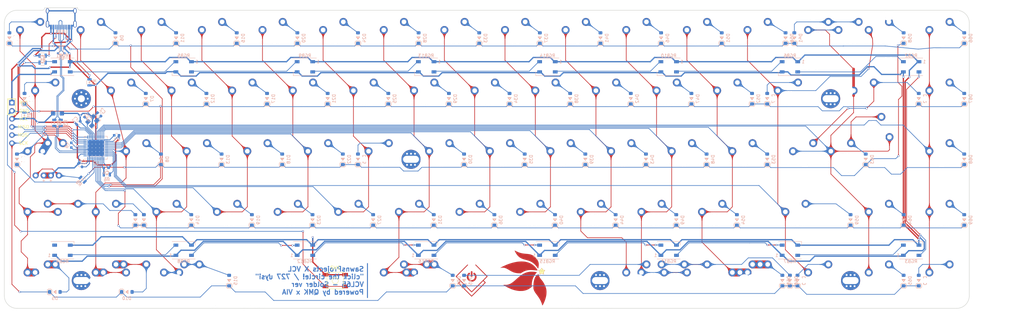
<source format=kicad_pcb>
(kicad_pcb (version 20171130) (host pcbnew "(5.1.10)-1")
  (layers (0 F.Cu signal) (31 B.Cu signal) (34 B.Paste user) (35 F.Paste user) (36 B.SilkS user) (37 F.SilkS user) (38 B.Mask user) (39 F.Mask user) (44 Edge.Cuts user))
  (net 0 "")
  (net 1 "Net-(D1-Pad2)")
  (net 2 "Net-(D2-Pad2)")
  (net 3 "Net-(D3-Pad2)")
  (net 4 "Net-(D4-Pad2)")
  (net 5 "Net-(D5-Pad2)")
  (net 6 "Net-(D6-Pad2)")
  (net 7 "Net-(D7-Pad2)")
  (net 8 "Net-(D8-Pad2)")
  (net 9 "Net-(D10-Pad2)")
  (net 10 "Net-(D11-Pad2)")
  (net 11 "Net-(D12-Pad2)")
  (net 12 "Net-(D13-Pad2)")
  (net 13 "Net-(D14-Pad2)")
  (net 14 "Net-(D15-Pad2)")
  (net 15 "Net-(D16-Pad2)")
  (net 16 "Net-(D17-Pad2)")
  (net 17 "Net-(D18-Pad2)")
  (net 18 "Net-(D19-Pad2)")
  (net 19 "Net-(D20-Pad2)")
  (net 20 "Net-(D21-Pad2)")
  (net 21 "Net-(D22-Pad2)")
  (net 22 "Net-(D23-Pad2)")
  (net 23 "Net-(D24-Pad2)")
  (net 24 "Net-(D25-Pad2)")
  (net 25 "Net-(D26-Pad2)")
  (net 26 "Net-(D27-Pad2)")
  (net 27 "Net-(D28-Pad2)")
  (net 28 "Net-(D29-Pad2)")
  (net 29 "Net-(D30-Pad2)")
  (net 30 "Net-(D31-Pad2)")
  (net 31 "Net-(D32-Pad2)")
  (net 32 "Net-(D33-Pad2)")
  (net 33 "Net-(D34-Pad2)")
  (net 34 "Net-(D35-Pad2)")
  (net 35 "Net-(D36-Pad2)")
  (net 36 "Net-(D37-Pad2)")
  (net 37 "Net-(D38-Pad2)")
  (net 38 "Net-(D39-Pad2)")
  (net 39 "Net-(D40-Pad2)")
  (net 40 "Net-(D41-Pad2)")
  (net 41 "Net-(D42-Pad2)")
  (net 42 "Net-(D43-Pad2)")
  (net 43 "Net-(D44-Pad2)")
  (net 44 "Net-(D45-Pad2)")
  (net 45 "Net-(D46-Pad2)")
  (net 46 "Net-(D47-Pad2)")
  (net 47 "Net-(D48-Pad2)")
  (net 48 "Net-(D49-Pad2)")
  (net 49 "Net-(D50-Pad2)")
  (net 50 "Net-(D51-Pad2)")
  (net 51 "Net-(D52-Pad2)")
  (net 52 "Net-(D53-Pad2)")
  (net 53 "Net-(D54-Pad2)")
  (net 54 "Net-(D55-Pad2)")
  (net 55 "Net-(D56-Pad2)")
  (net 56 "Net-(D57-Pad2)")
  (net 57 "Net-(D58-Pad2)")
  (net 58 "Net-(D59-Pad2)")
  (net 59 "Net-(D60-Pad2)")
  (net 60 GND)
  (net 61 +5V)
  (net 62 "Net-(D61-Pad2)")
  (net 63 "Net-(D62-Pad2)")
  (net 64 "Net-(D63-Pad2)")
  (net 65 "Net-(D64-Pad2)")
  (net 66 "Net-(D65-Pad2)")
  (net 67 "Net-(D66-Pad2)")
  (net 68 "Net-(D67-Pad2)")
  (net 69 "Net-(D68-Pad2)")
  (net 70 "Net-(D69-Pad2)")
  (net 71 "Net-(D70-Pad2)")
  (net 72 "Net-(R3-Pad2)")
  (net 73 "Net-(R4-Pad2)")
  (net 74 D-)
  (net 75 D+)
  (net 76 "Net-(C6-Pad1)")
  (net 77 "Net-(C3-Pad1)")
  (net 78 "Net-(C2-Pad1)")
  (net 79 COL13)
  (net 80 COL12)
  (net 81 COL11)
  (net 82 COL10)
  (net 83 COL9)
  (net 84 COL8)
  (net 85 COL7)
  (net 86 COL6)
  (net 87 COL5)
  (net 88 COL4)
  (net 89 "Net-(R6-Pad2)")
  (net 90 COL1)
  (net 91 COL3)
  (net 92 COL2)
  (net 93 COL0)
  (net 94 "Net-(R2-Pad2)")
  (net 95 "Net-(R1-Pad2)")
  (net 96 COL14)
  (net 97 RST)
  (net 98 MISO)
  (net 99 ROW0)
  (net 100 ROW1)
  (net 101 ROW2)
  (net 102 ROW3)
  (net 103 ROW4)
  (net 104 RGBLED)
  (net 105 "Net-(R7-Pad1)")
  (net 106 "Net-(RGB1-Pad2)")
  (net 107 "Net-(RGB2-Pad2)")
  (net 108 "Net-(RGB2-Pad4)")
  (net 109 "Net-(RGB3-Pad2)")
  (net 110 "Net-(RGB4-Pad4)")
  (net 111 "Net-(RGB5-Pad2)")
  (net 112 "Net-(RGB10-Pad2)")
  (net 113 "Net-(RGB11-Pad4)")
  (net 114 "Net-(RGB12-Pad2)")
  (net 115 "Net-(RGB13-Pad4)")
  (net 116 "Net-(RGB10-Pad4)")
  (net 117 "Net-(RGB11-Pad2)")
  (net 118 "Net-(RGB12-Pad4)")
  (net 119 "Net-(RGB13-Pad2)")
  (net 120 "Net-(RGB15-Pad2)")
  (net 121 CapS)
  (net 122 "Net-(D71-Pad2)")
  (net 123 "Net-(D72-Pad2)")
  (module CustomLogo:VCL-Prototype (layer F.Cu) (at 211.5 113.5)
    (fp_text reference G*** hide)
    (fp_text value LOGO hide)
    (fp_poly (pts (xy -0.180447 -5.187626) (xy 0.189941 -5.162911) (xy 0.537549 -5.122491) (xy 0.741065 -5.089049) (xy 1.20246 -4.985056) (xy 1.642553 -4.848304) (xy 2.06138 -4.678771) (xy 2.458976 -4.476434) (xy 2.835378 -4.241271) (xy 3.190622 -3.97326) (xy 3.524743 -3.672377) (xy 3.837779 -3.338601) (xy 4.118979 -2.986545) (xy 4.180703 -2.900579) (xy 4.245172 -2.806589) (xy 4.308481 -2.710764) (xy 4.366724 -2.619295) (xy 4.415994 -2.538371) (xy 4.452388 -2.474184) (xy 4.471998 -2.432924) (xy 4.474308 -2.423356) (xy 4.455588 -2.413203) (xy 4.402339 -2.40667) (xy 4.318931 -2.403633) (xy 4.209733 -2.403967) (xy 4.079112 -2.407547) (xy 3.931439 -2.414248) (xy 3.771082 -2.423945) (xy 3.602409 -2.436514) (xy 3.429789 -2.451829) (xy 3.409462 -2.453801) (xy 3.126025 -2.478589) (xy 2.845673 -2.497403) (xy 2.574092 -2.510113) (xy 2.316968 -2.516592) (xy 2.079987 -2.516711) (xy 1.868834 -2.510341) (xy 1.689195 -2.497354) (xy 1.653556 -2.49349) (xy 1.246849 -2.429682) (xy 0.856019 -2.334134) (xy 0.47724 -2.205372) (xy 0.106684 -2.041922) (xy -0.259474 -1.842309) (xy -0.590174 -1.629312) (xy -0.799348 -1.484923) (xy -1.176328 -1.488336) (xy -1.300391 -1.489757) (xy -1.416955 -1.491638) (xy -1.518063 -1.493809) (xy -1.595762 -1.496101) (xy -1.64123 -1.498278) (xy -1.695402 -1.503278) (xy -1.777069 -1.511999) (xy -1.874967 -1.523196) (xy -1.973384 -1.535067) (xy -2.262146 -1.578045) (xy -2.540007 -1.634943) (xy -2.81187 -1.707672) (xy -3.082637 -1.798144) (xy -3.357212 -1.908271) (xy -3.640496 -2.039963) (xy -3.937391 -2.195133) (xy -4.252801 -2.375692) (xy -4.474307 -2.510201) (xy -4.726039 -2.663094) (xy -4.95184 -2.793362) (xy -5.156128 -2.902995) (xy -5.34332 -2.993988) (xy -5.517831 -3.068334) (xy -5.684078 -3.128025) (xy -5.846479 -3.175054) (xy -6.009448 -3.211415) (xy -6.041504 -3.217402) (xy -6.189833 -3.236809) (xy -6.365416 -3.247667) (xy -6.557432 -3.250212) (xy -6.755059 -3.244675) (xy -6.947474 -3.231291) (xy -7.123854 -3.210294) (xy -7.22923 -3.191762) (xy -7.236965 -3.195191) (xy -7.213842 -3.214102) (xy -7.163843 -3.246276) (xy -7.090947 -3.289493) (xy -6.999136 -3.341532) (xy -6.892389 -3.400175) (xy -6.774688 -3.463202) (xy -6.650011 -3.528393) (xy -6.522341 -3.593528) (xy -6.398846 -3.654829) (xy -5.811087 -3.928698) (xy -5.216667 -4.179432) (xy -4.619687 -4.405739) (xy -4.024246 -4.606325) (xy -3.434445 -4.779898) (xy -2.854386 -4.925166) (xy -2.288169 -5.040835) (xy -1.739895 -5.125613) (xy -1.729154 -5.126982) (xy -1.34797 -5.166316) (xy -0.957435 -5.189453) (xy -0.565584 -5.196515) (xy -0.180447 -5.187626)) (layer F.Cu) (width 0.01))
    (fp_poly (pts (xy 2.811728 -1.989185) (xy 3.077612 -1.97965) (xy 3.339331 -1.962045) (xy 3.588427 -1.936472) (xy 3.69277 -1.92259) (xy 3.778175 -1.909126) (xy 3.874996 -1.891965) (xy 3.975306 -1.872747) (xy 4.071183 -1.85311) (xy 4.154701 -1.834696) (xy 4.217937 -1.819142) (xy 4.252966 -1.808089) (xy 4.256791 -1.805894) (xy 4.247149 -1.789971) (xy 4.215633 -1.751171) (xy 4.167052 -1.695171) (xy 4.106212 -1.627643) (xy 4.100484 -1.621396) (xy 3.862015 -1.339623) (xy 3.634458 -1.027608) (xy 3.422878 -0.693749) (xy 3.232342 -0.346439) (xy 3.067917 0.005924) (xy 2.971817 0.249031) (xy 2.844052 0.649608) (xy 2.746557 1.064674) (xy 2.68045 1.486682) (xy 2.646846 1.908089) (xy 2.646863 2.321348) (xy 2.651649 2.413) (xy 2.659405 2.529695) (xy 2.663643 2.617074) (xy 2.660836 2.68282) (xy 2.647457 2.734617) (xy 2.61998 2.780146) (xy 2.574879 2.827091) (xy 2.508626 2.883134) (xy 2.417694 2.955959) (xy 2.393462 2.975451) (xy 2.040103 3.237368) (xy 1.673401 3.46319) (xy 1.291666 3.653659) (xy 0.893206 3.809516) (xy 0.476331 3.931501) (xy 0.039348 4.020355) (xy -0.008442 4.027896) (xy -0.118891 4.042838) (xy -0.236172 4.054321) (xy -0.367904 4.06281) (xy -0.521704 4.068772) (xy -0.705189 4.072672) (xy -0.75223 4.073324) (xy -0.891159 4.074741) (xy -1.02116 4.075409) (xy -1.135829 4.075345) (xy -1.228759 4.074569) (xy -1.293544 4.0731) (xy -1.318846 4.071656) (xy -1.829341 4.006874) (xy -2.328569 3.916069) (xy -2.821107 3.797829) (xy -3.311529 3.650741) (xy -3.804412 3.473392) (xy -4.304331 3.264369) (xy -4.815861 3.022258) (xy -4.970166 2.944043) (xy -5.106192 2.873001) (xy -5.251035 2.795482) (xy -5.393932 2.717375) (xy -5.524118 2.644566) (xy -5.63083 2.582944) (xy -5.636846 2.579377) (xy -5.732816 2.521259) (xy -5.835732 2.457038) (xy -5.940545 2.39008) (xy -6.042206 2.32375) (xy -6.135667 2.261413) (xy -6.215878 2.206435) (xy -6.277789 2.162183) (xy -6.316353 2.13202) (xy -6.326775 2.119493) (xy -6.305924 2.119786) (xy -6.25922 2.127203) (xy -6.222984 2.134528) (xy -6.175608 2.14061) (xy -6.096083 2.146118) (xy -5.991336 2.150779) (xy -5.868293 2.154318) (xy -5.733882 2.156461) (xy -5.656384 2.156948) (xy -5.466139 2.156073) (xy -5.30625 2.151486) (xy -5.168078 2.141939) (xy -5.042978 2.126184) (xy -4.922311 2.102973) (xy -4.797433 2.071058) (xy -4.659703 2.029192) (xy -4.572 2.000352) (xy -4.384948 1.931954) (xy -4.198657 1.851748) (xy -4.010439 1.757892) (xy -3.817608 1.648542) (xy -3.61748 1.521855) (xy -3.407369 1.375989) (xy -3.184588 1.209101) (xy -2.946453 1.019347) (xy -2.690276 0.804885) (xy -2.413374 0.563873) (xy -2.198077 0.371438) (xy -2.018664 0.210706) (xy -1.838603 0.051571) (xy -1.66272 -0.10182) (xy -1.495836 -0.24532) (xy -1.342777 -0.374784) (xy -1.208367 -0.486064) (xy -1.097429 -0.575015) (xy -1.092466 -0.578894) (xy -0.725387 -0.853108) (xy -0.369228 -1.093262) (xy -0.019743 -1.30131) (xy 0.327314 -1.479207) (xy 0.676192 -1.628905) (xy 1.031135 -1.75236) (xy 1.396391 -1.851525) (xy 1.776206 -1.928354) (xy 1.875693 -1.944575) (xy 2.073661 -1.968344) (xy 2.301295 -1.983635) (xy 2.550137 -1.990547) (xy 2.811728 -1.989185)) (layer F.Cu) (width 0.01))
    (fp_poly (pts (xy -2.718665 -8.641797) (xy -2.671604 -8.619927) (xy -2.598848 -8.58513) (xy -2.505043 -8.539642) (xy -2.394835 -8.485701) (xy -2.290884 -8.434456) (xy -2.003945 -8.296547) (xy -1.732575 -8.175149) (xy -1.471434 -8.068884) (xy -1.215184 -7.976373) (xy -0.958485 -7.896239) (xy -0.695997 -7.827103) (xy -0.422381 -7.767587) (xy -0.132297 -7.716312) (xy 0.179593 -7.6719) (xy 0.518629 -7.632972) (xy 0.890151 -7.598151) (xy 0.976923 -7.590892) (xy 1.270586 -7.564597) (xy 1.530011 -7.536263) (xy 1.760026 -7.504821) (xy 1.965457 -7.469198) (xy 2.151133 -7.428324) (xy 2.321879 -7.381126) (xy 2.482523 -7.326534) (xy 2.637893 -7.263475) (xy 2.792816 -7.190879) (xy 2.80377 -7.185412) (xy 3.004579 -7.077171) (xy 3.192166 -6.95902) (xy 3.374145 -6.825261) (xy 3.558134 -6.670195) (xy 3.75175 -6.488122) (xy 3.801166 -6.439102) (xy 4.050923 -6.174695) (xy 4.26443 -5.916128) (xy 4.44275 -5.659841) (xy 4.586946 -5.402273) (xy 4.698082 -5.139862) (xy 4.777221 -4.869048) (xy 4.825425 -4.586269) (xy 4.843759 -4.287964) (xy 4.833285 -3.970572) (xy 4.795066 -3.630532) (xy 4.737789 -3.302) (xy 4.712216 -3.170325) (xy 4.692777 -3.075098) (xy 4.675417 -3.015044) (xy 4.656085 -2.988884) (xy 4.630727 -2.995343) (xy 4.595291 -3.033142) (xy 4.545723 -3.101005) (xy 4.477971 -3.197654) (xy 4.464942 -3.216027) (xy 4.202277 -3.569883) (xy 3.942548 -3.887881) (xy 3.682707 -4.17278) (xy 3.419706 -4.427339) (xy 3.150497 -4.654315) (xy 2.872033 -4.856468) (xy 2.581265 -5.036555) (xy 2.276231 -5.19681) (xy 2.150724 -5.255937) (xy 2.027845 -5.310286) (xy 1.902869 -5.361454) (xy 1.77107 -5.411036) (xy 1.627726 -5.460627) (xy 1.46811 -5.511823) (xy 1.287498 -5.56622) (xy 1.081166 -5.625414) (xy 0.84439 -5.690999) (xy 0.683846 -5.734594) (xy 0.448541 -5.798824) (xy 0.246186 -5.855813) (xy 0.071701 -5.907305) (xy -0.079993 -5.955044) (xy -0.213978 -6.000773) (xy -0.335332 -6.046234) (xy -0.449136 -6.093171) (xy -0.560471 -6.143327) (xy -0.674415 -6.198445) (xy -0.688674 -6.20556) (xy -0.945886 -6.346299) (xy -1.179311 -6.500855) (xy -1.399844 -6.677193) (xy -1.618379 -6.883278) (xy -1.625449 -6.890441) (xy -1.849402 -7.134736) (xy -2.054863 -7.395366) (xy -2.246245 -7.678656) (xy -2.427961 -7.990931) (xy -2.530819 -8.188128) (xy -2.572602 -8.273374) (xy -2.615679 -8.364754) (xy -2.656688 -8.454699) (xy -2.692264 -8.535639) (xy -2.719044 -8.600007) (xy -2.733667 -8.640233) (xy -2.735384 -8.648502) (xy -2.718665 -8.641797)) (layer F.Cu) (width 0.01))
    (fp_poly (pts (xy 4.804962 -1.160024) (xy 4.81567 -1.135546) (xy 4.833966 -1.081199) (xy 4.857343 -1.004862) (xy 4.883297 -0.914416) (xy 4.88493 -0.908538) (xy 4.98105 -0.599621) (xy 5.0886 -0.325991) (xy 5.208635 -0.085262) (xy 5.342213 0.124955) (xy 5.342316 0.125098) (xy 5.384988 0.181397) (xy 5.446757 0.258874) (xy 5.52094 0.349338) (xy 5.600856 0.444599) (xy 5.646695 0.498231) (xy 5.86061 0.75522) (xy 6.048945 1.001272) (xy 6.218472 1.246641) (xy 6.375962 1.501581) (xy 6.528185 1.776345) (xy 6.653138 2.022231) (xy 6.786383 2.300374) (xy 6.899249 2.552604) (xy 6.99368 2.785084) (xy 7.07162 3.003977) (xy 7.135011 3.215443) (xy 7.185798 3.425646) (xy 7.225924 3.640746) (xy 7.257331 3.866906) (xy 7.269358 3.976077) (xy 7.278589 4.106508) (xy 7.283376 4.265877) (xy 7.283955 4.444327) (xy 7.280558 4.631999) (xy 7.273419 4.819035) (xy 7.262772 4.995579) (xy 7.248851 5.151772) (xy 7.23973 5.226539) (xy 7.154383 5.721333) (xy 7.033882 6.226354) (xy 6.879477 6.737625) (xy 6.692418 7.251169) (xy 6.473956 7.763006) (xy 6.380212 7.961923) (xy 6.306972 8.11031) (xy 6.236658 8.247236) (xy 6.171299 8.36919) (xy 6.112926 8.472663) (xy 6.06357 8.554145) (xy 6.02526 8.610124) (xy 6.000026 8.637091) (xy 5.990639 8.635476) (xy 5.98169 8.607574) (xy 5.963427 8.5495) (xy 5.938092 8.468414) (xy 5.907922 8.371473) (xy 5.889963 8.313616) (xy 5.791533 8.011305) (xy 5.688037 7.725098) (xy 5.577009 7.450428) (xy 5.455984 7.182733) (xy 5.322496 6.917448) (xy 5.174078 6.650007) (xy 5.008265 6.375847) (xy 4.822591 6.090402) (xy 4.61459 5.78911) (xy 4.381796 5.467404) (xy 4.273955 5.322322) (xy 4.140567 5.143764) (xy 4.028047 4.992171) (xy 3.933542 4.863456) (xy 3.854199 4.75353) (xy 3.787165 4.658305) (xy 3.729587 4.573694) (xy 3.678612 4.495607) (xy 3.631388 4.419957) (xy 3.585062 4.342655) (xy 3.557953 4.296267) (xy 3.401053 3.990864) (xy 3.28047 3.67682) (xy 3.23033 3.504523) (xy 3.175 3.292231) (xy 3.176427 2.657231) (xy 3.178354 2.403175) (xy 3.183299 2.180187) (xy 3.19184 1.980332) (xy 3.204556 1.795678) (xy 3.222027 1.618291) (xy 3.244833 1.440238) (xy 3.273551 1.253586) (xy 3.283051 1.196815) (xy 3.360782 0.806029) (xy 3.455525 0.447651) (xy 3.567027 0.12219) (xy 3.695037 -0.169846) (xy 3.839301 -0.427947) (xy 3.999567 -0.651605) (xy 4.175582 -0.840312) (xy 4.367094 -0.993559) (xy 4.373189 -0.99768) (xy 4.448596 -1.04311) (xy 4.5328 -1.085483) (xy 4.617815 -1.121794) (xy 4.695655 -1.149041) (xy 4.758333 -1.164222) (xy 4.797863 -1.164333) (xy 4.804962 -1.160024)) (layer F.Cu) (width 0.01))
    (fp_poly (pts (xy 5.795603 -3.168539) (xy 5.823611 -3.12357) (xy 5.864218 -3.055185) (xy 5.914231 -2.968756) (xy 5.96735 -2.875182) (xy 6.141545 -2.565642) (xy 6.48033 -2.501955) (xy 6.590497 -2.480512) (xy 6.68678 -2.460378) (xy 6.762813 -2.442999) (xy 6.81223 -2.429817) (xy 6.828591 -2.422934) (xy 6.819004 -2.404404) (xy 6.786548 -2.36246) (xy 6.735324 -2.301965) (xy 6.669432 -2.227781) (xy 6.603803 -2.156359) (xy 6.510031 -2.053942) (xy 6.442204 -1.975313) (xy 6.397904 -1.917374) (xy 6.374718 -1.877028) (xy 6.369732 -1.856212) (xy 6.37213 -1.820514) (xy 6.378625 -1.75395) (xy 6.38837 -1.664419) (xy 6.400521 -1.55982) (xy 6.408285 -1.495796) (xy 6.420971 -1.390454) (xy 6.431339 -1.299834) (xy 6.43868 -1.230523) (xy 6.442284 -1.189105) (xy 6.442284 -1.18026) (xy 6.424072 -1.186759) (xy 6.376228 -1.20728) (xy 6.304504 -1.239263) (xy 6.21465 -1.280147) (xy 6.12654 -1.320809) (xy 6.023214 -1.367949) (xy 5.930563 -1.408656) (xy 5.855023 -1.440224) (xy 5.803035 -1.459947) (xy 5.782454 -1.465384) (xy 5.75267 -1.457402) (xy 5.695956 -1.435685) (xy 5.620533 -1.403575) (xy 5.536992 -1.365532) (xy 5.406494 -1.304645) (xy 5.296266 -1.253938) (xy 5.209739 -1.214949) (xy 5.150342 -1.189217) (xy 5.121508 -1.178279) (xy 5.11927 -1.178267) (xy 5.121607 -1.197911) (xy 5.127945 -1.249765) (xy 5.137475 -1.327257) (xy 5.149389 -1.423817) (xy 5.158154 -1.494692) (xy 5.171398 -1.604566) (xy 5.182714 -1.703921) (xy 5.191257 -1.784878) (xy 5.196177 -1.839559) (xy 5.197038 -1.856212) (xy 5.188294 -1.885251) (xy 5.160273 -1.929527) (xy 5.110561 -1.992137) (xy 5.036741 -2.076179) (xy 4.962967 -2.156359) (xy 4.8877 -2.238457) (xy 4.823556 -2.311071) (xy 4.774635 -2.369337) (xy 4.745037 -2.408394) (xy 4.738179 -2.422934) (xy 4.759567 -2.431341) (xy 4.813055 -2.445191) (xy 4.892276 -2.463038) (xy 4.990865 -2.48344) (xy 5.08644 -2.501955) (xy 5.425224 -2.565642) (xy 5.59942 -2.875182) (xy 5.655397 -2.973744) (xy 5.704988 -3.059345) (xy 5.745003 -3.126613) (xy 5.772248 -3.17018) (xy 5.783385 -3.184722) (xy 5.795603 -3.168539)) (layer F.Cu) (width 0.01))
  )
  (module sanproject-keyboard-part:CP_EIA-3216 (layer B.Cu) (at 65.13194 61.7582)
    (fp_text reference C8)
    (fp_text value CP)
    (pad 1 smd roundrect (at -1.35 0) (size 1.4 1.35) (layers B.Cu B.Paste B.Mask) (roundrect_rratio 0.1851844444444445) (net 61 +5V))
    (pad 2 smd roundrect (at 1.35 0) (size 1.4 1.35) (layers B.Cu B.Paste B.Mask) (roundrect_rratio 0.1851844444444445) (net 60 GND))
  )
  (module MX_Only_v3:sanpjxlogo-PCB-type (layer F.Cu) (at 195.2625 114.3)
    (fp_text reference LOGO1 hide)
    (fp_text value Logo_Open_Hardware_Large hide)
    (fp_poly (pts (xy 0.829658 -2.444898) (xy 0.877834 -2.427656) (xy 0.902924 -2.413386) (xy 0.934037 -2.391816) (xy 0.969634 -2.364199) (xy 1.008176 -2.331788) (xy 1.048124 -2.295834) (xy 1.087941 -2.257593) (xy 1.093329 -2.252215) (xy 1.163265 -2.178206) (xy 1.224599 -2.104513) (xy 1.279435 -2.028211) (xy 1.329873 -1.946373) (xy 1.378015 -1.856073) (xy 1.378432 -1.855238) (xy 1.43154 -1.736118) (xy 1.47401 -1.613394) (xy 1.505767 -1.487787) (xy 1.526735 -1.360021) (xy 1.53684 -1.230818) (xy 1.536006 -1.100902) (xy 1.524158 -0.970994) (xy 1.501222 -0.841818) (xy 1.488932 -0.790539) (xy 1.457633 -0.687179) (xy 1.416972 -0.582072) (xy 1.368194 -0.477696) (xy 1.312543 -0.376526) (xy 1.251263 -0.281041) (xy 1.195107 -0.205483) (xy 1.168196 -0.173683) (xy 1.134836 -0.137206) (xy 1.097487 -0.09851) (xy 1.05861 -0.060056) (xy 1.020665 -0.024304) (xy 0.986111 0.006285) (xy 0.970337 0.019306) (xy 0.877567 0.087486) (xy 0.777647 0.14997) (xy 0.672616 0.205787) (xy 0.564513 0.253967) (xy 0.455376 0.293541) (xy 0.347244 0.323538) (xy 0.316786 0.330221) (xy 0.239015 0.343845) (xy 0.15639 0.354007) (xy 0.072449 0.36046) (xy -0.009275 0.362961) (xy -0.085244 0.361264) (xy -0.108923 0.359704) (xy -0.229204 0.345638) (xy -0.346674 0.322281) (xy -0.460995 0.290175) (xy -0.585613 0.244511) (xy -0.704339 0.189302) (xy -0.816795 0.124998) (xy -0.922603 0.052049) (xy -1.021383 -0.029092) (xy -1.112757 -0.117975) (xy -1.196346 -0.214151) (xy -1.271773 -0.317167) (xy -1.338657 -0.426573) (xy -1.396622 -0.541918) (xy -1.445288 -0.662752) (xy -1.484276 -0.788624) (xy -1.513209 -0.919083) (xy -1.52199 -0.973191) (xy -1.526585 -1.014622) (xy -1.529834 -1.064535) (xy -1.531736 -1.120074) (xy -1.53229 -1.178385) (xy -1.531495 -1.236612) (xy -1.529352 -1.291901) (xy -1.525858 -1.341396) (xy -1.522084 -1.374954) (xy -1.498175 -1.506671) (xy -1.463645 -1.634811) (xy -1.418727 -1.758817) (xy -1.363656 -1.87813) (xy -1.298664 -1.992193) (xy -1.223987 -2.100449) (xy -1.210825 -2.117618) (xy -1.179244 -2.156045) (xy -1.14299 -2.196489) (xy -1.103514 -2.237614) (xy -1.062265 -2.278085) (xy -1.020694 -2.316566) (xy -0.980251 -2.351721) (xy -0.942385 -2.382215) (xy -0.908546 -2.406712) (xy -0.880185 -2.423877) (xy -0.876158 -2.425899) (xy -0.826508 -2.443864) (xy -0.775006 -2.451247) (xy -0.723396 -2.448223) (xy -0.67342 -2.434965) (xy -0.62682 -2.411644) (xy -0.609348 -2.399409) (xy -0.584819 -2.376243) (xy -0.56072 -2.345907) (xy -0.539841 -2.312396) (xy -0.524974 -2.279709) (xy -0.524191 -2.277438) (xy -0.513904 -2.229968) (xy -0.513058 -2.17961) (xy -0.521259 -2.12927) (xy -0.538116 -2.081859) (xy -0.5546 -2.052354) (xy -0.567613 -2.036054) (xy -0.586522 -2.016433) (xy -0.60798 -1.996877) (xy -0.616096 -1.990174) (xy -0.648585 -1.962562) (xy -0.68455 -1.929234) (xy -0.72181 -1.892445) (xy -0.758188 -1.854451) (xy -0.791506 -1.817508) (xy -0.819585 -1.78387) (xy -0.834792 -1.76373) (xy -0.882933 -1.688087) (xy -0.925787 -1.604891) (xy -0.961999 -1.517307) (xy -0.990215 -1.428497) (xy -1.004536 -1.367033) (xy -1.012232 -1.317039) (xy -1.017605 -1.259759) (xy -1.020506 -1.199112) (xy -1.020784 -1.139019) (xy -1.018289 -1.083399) (xy -1.016237 -1.061013) (xy -0.999074 -0.956233) (xy -0.971052 -0.854266) (xy -0.932534 -0.755844) (xy -0.883886 -0.661702) (xy -0.825472 -0.572575) (xy -0.757657 -0.489195) (xy -0.705025 -0.43487) (xy -0.62685 -0.367421) (xy -0.54106 -0.307603) (xy -0.449154 -0.256173) (xy -0.352632 -0.21389) (xy -0.252994 -0.181513) (xy -0.165529 -0.162094) (xy -0.131132 -0.157574) (xy -0.088775 -0.154273) (xy -0.041449 -0.15222) (xy 0.007852 -0.151446) (xy 0.056136 -0.15198) (xy 0.100411 -0.153851) (xy 0.137684 -0.157088) (xy 0.151258 -0.15898) (xy 0.258108 -0.181893) (xy 0.360774 -0.21499) (xy 0.458598 -0.257837) (xy 0.550922 -0.309997) (xy 0.637087 -0.371035) (xy 0.716435 -0.440517) (xy 0.788308 -0.518006) (xy 0.852046 -0.603068) (xy 0.873469 -0.636427) (xy 0.893172 -0.670862) (xy 0.914469 -0.712077) (xy 0.935549 -0.756238) (xy 0.954599 -0.79951) (xy 0.969809 -0.838057) (xy 0.973086 -0.847342) (xy 1.001528 -0.948101) (xy 1.01916 -1.051135) (xy 1.02609 -1.155389) (xy 1.022424 -1.259803) (xy 1.008271 -1.363322) (xy 0.983739 -1.464886) (xy 0.948934 -1.56344) (xy 0.903966 -1.657924) (xy 0.887566 -1.686925) (xy 0.841674 -1.758785) (xy 0.791924 -1.824159) (xy 0.736129 -1.885591) (xy 0.672101 -1.945626) (xy 0.646058 -1.967852) (xy 0.621092 -1.989397) (xy 0.597637 -2.01093) (xy 0.577963 -2.030278) (xy 0.564341 -2.045269) (xy 0.562012 -2.048265) (xy 0.539316 -2.087818) (xy 0.523794 -2.133192) (xy 0.516104 -2.181025) (xy 0.516905 -2.227952) (xy 0.52167 -2.254016) (xy 0.539961 -2.304624) (xy 0.56653 -2.34881) (xy 0.600123 -2.385965) (xy 0.63949 -2.415477) (xy 0.683379 -2.436736) (xy 0.730538 -2.449133) (xy 0.779715 -2.452057) (xy 0.829658 -2.444898)) (layer F.Cu) (width 0.01))
    (fp_poly (pts (xy -1.23727 -5.032098) (xy -1.204677 -5.020972) (xy -1.176609 -5.001216) (xy -1.162681 -4.98507) (xy -1.149409 -4.95773) (xy -1.142817 -4.925357) (xy -1.143574 -4.89262) (xy -1.14717 -4.876765) (xy -1.148837 -4.873847) (xy -1.152789 -4.868711) (xy -1.15923 -4.861151) (xy -1.168363 -4.850962) (xy -1.180393 -4.837938) (xy -1.195523 -4.821873) (xy -1.213957 -4.802562) (xy -1.235899 -4.779798) (xy -1.261553 -4.753376) (xy -1.291123 -4.723091) (xy -1.324813 -4.688736) (xy -1.362827 -4.650105) (xy -1.405369 -4.606994) (xy -1.452643 -4.559195) (xy -1.504852 -4.506505) (xy -1.562201 -4.448716) (xy -1.624893 -4.385623) (xy -1.693133 -4.31702) (xy -1.767124 -4.242702) (xy -1.84707 -4.162462) (xy -1.933176 -4.076096) (xy -2.025645 -3.983397) (xy -2.124681 -3.884159) (xy -2.230488 -3.778177) (xy -2.34327 -3.665246) (xy -2.463231 -3.545158) (xy -2.590575 -3.41771) (xy -2.725506 -3.282694) (xy -2.868227 -3.139905) (xy -2.930153 -3.077955) (xy -4.706113 -1.301372) (xy 0.002857 3.407598) (xy 2.357347 1.053103) (xy 4.711836 -1.301392) (xy 2.938663 -3.075111) (xy 2.819349 -3.194484) (xy 2.702048 -3.311884) (xy 2.58702 -3.427052) (xy 2.474525 -3.539726) (xy 2.364823 -3.649643) (xy 2.258173 -3.756544) (xy 2.154835 -3.860167) (xy 2.055069 -3.96025) (xy 1.959136 -4.056533) (xy 1.867294 -4.148754) (xy 1.779804 -4.236651) (xy 1.696925 -4.319964) (xy 1.618917 -4.39843) (xy 1.54604 -4.47179) (xy 1.478555 -4.539781) (xy 1.41672 -4.602143) (xy 1.360795 -4.658613) (xy 1.31104 -4.708931) (xy 1.267716 -4.752835) (xy 1.231082 -4.790065) (xy 1.201397 -4.820358) (xy 1.178922 -4.843454) (xy 1.163917 -4.859091) (xy 1.15664 -4.867008) (xy 1.155977 -4.867887) (xy 1.147304 -4.897092) (xy 1.147257 -4.929513) (xy 1.155171 -4.961733) (xy 1.17038 -4.990333) (xy 1.182477 -5.004098) (xy 1.209595 -5.022074) (xy 1.241904 -5.032043) (xy 1.276011 -5.033521) (xy 1.30852 -5.026024) (xy 1.315287 -5.023041) (xy 1.320727 -5.018665) (xy 1.332836 -5.007566) (xy 1.351676 -4.989679) (xy 1.377312 -4.964942) (xy 1.409809 -4.93329) (xy 1.449231 -4.894659) (xy 1.49564 -4.848987) (xy 1.549103 -4.796209) (xy 1.609682 -4.736261) (xy 1.677442 -4.669081) (xy 1.752447 -4.594604) (xy 1.834761 -4.512766) (xy 1.924448 -4.423503) (xy 2.021572 -4.326753) (xy 2.126198 -4.222452) (xy 2.238389 -4.110535) (xy 2.358209 -3.990938) (xy 2.485723 -3.863599) (xy 2.620995 -3.728454) (xy 2.764088 -3.585439) (xy 2.915068 -3.434489) (xy 3.073997 -3.275542) (xy 3.162974 -3.186536) (xy 4.987454 -1.361325) (xy 4.994341 -1.331359) (xy 4.998226 -1.306672) (xy 4.996831 -1.283928) (xy 4.994314 -1.271427) (xy 4.993284 -1.267275) (xy 4.991902 -1.263066) (xy 4.98978 -1.258397) (xy 4.986533 -1.252866) (xy 4.981773 -1.246074) (xy 4.975115 -1.237617) (xy 4.966172 -1.227094) (xy 4.954558 -1.214105) (xy 4.939886 -1.198246) (xy 4.921771 -1.179118) (xy 4.899824 -1.156318) (xy 4.873661 -1.129444) (xy 4.842895 -1.098096) (xy 4.807139 -1.061871) (xy 4.766007 -1.020369) (xy 4.719113 -0.973188) (xy 4.66607 -0.919925) (xy 4.606491 -0.860181) (xy 4.539991 -0.793552) (xy 4.466183 -0.719638) (xy 4.387377 -0.640737) (xy 3.787353 -0.040013) (xy 4.093303 0.266814) (xy 4.150371 0.324067) (xy 4.199908 0.373837) (xy 4.242459 0.416707) (xy 4.27857 0.453259) (xy 4.308788 0.484079) (xy 4.333657 0.50975) (xy 4.353724 0.530855) (xy 4.369534 0.547978) (xy 4.381632 0.561703) (xy 4.390565 0.572613) (xy 4.396878 0.581293) (xy 4.401117 0.588324) (xy 4.403827 0.594292) (xy 4.405555 0.59978) (xy 4.4059 0.601155) (xy 4.409542 0.635559) (xy 4.404414 0.668436) (xy 4.398228 0.683894) (xy 4.393816 0.688702) (xy 4.381566 0.701345) (xy 4.36171 0.721587) (xy 4.334485 0.749195) (xy 4.300124 0.783931) (xy 4.258863 0.82556) (xy 4.210936 0.873848) (xy 4.156577 0.928559) (xy 4.096021 0.989458) (xy 4.029504 1.056308) (xy 3.957258 1.128875) (xy 3.87952 1.206924) (xy 3.796523 1.290218) (xy 3.708502 1.378523) (xy 3.615693 1.471603) (xy 3.518329 1.569223) (xy 3.416645 1.671148) (xy 3.310875 1.777141) (xy 3.201255 1.886968) (xy 3.088019 2.000394) (xy 2.971402 2.117182) (xy 2.851637 2.237098) (xy 2.728961 2.359906) (xy 2.603607 2.485371) (xy 2.47581 2.613257) (xy 2.345804 2.74333) (xy 2.231418 2.857755) (xy 2.056204 3.032999) (xy 1.88896 3.200236) (xy 1.729602 3.35955) (xy 1.578048 3.511023) (xy 1.434213 3.654739) (xy 1.298013 3.790782) (xy 1.169365 3.919234) (xy 1.048185 4.04018) (xy 0.934389 4.153701) (xy 0.827894 4.259882) (xy 0.728616 4.358806) (xy 0.636471 4.450557) (xy 0.551374 4.535216) (xy 0.473244 4.612868) (xy 0.401995 4.683597) (xy 0.337545 4.747484) (xy 0.279809 4.804615) (xy 0.228703 4.855071) (xy 0.184144 4.898936) (xy 0.146049 4.936294) (xy 0.114333 4.967227) (xy 0.088912 4.99182) (xy 0.069704 5.010155) (xy 0.056624 5.022315) (xy 0.049588 5.028385) (xy 0.048516 5.029096) (xy 0.01671 5.038026) (xy -0.018761 5.037585) (xy -0.039956 5.032942) (xy -0.043022 5.030961) (xy -0.04917 5.025847) (xy -0.058573 5.017427) (xy -0.071403 5.00553) (xy -0.087834 4.989985) (xy -0.108038 4.970619) (xy -0.132188 4.947261) (xy -0.160456 4.919739) (xy -0.193017 4.887882) (xy -0.230042 4.851518) (xy -0.271705 4.810475) (xy -0.318178 4.764582) (xy -0.369635 4.713668) (xy -0.426247 4.65756) (xy -0.488188 4.596087) (xy -0.555631 4.529077) (xy -0.628749 4.456359) (xy -0.707714 4.37776) (xy -0.792699 4.293111) (xy -0.883878 4.202238) (xy -0.981422 4.10497) (xy -1.085505 4.001136) (xy -1.1963 3.890563) (xy -1.31398 3.773081) (xy -1.438717 3.648518) (xy -1.570684 3.516701) (xy -1.710054 3.37746) (xy -1.857 3.230623) (xy -2.011695 3.076018) (xy -2.144754 2.943019) (xy -2.277802 2.810005) (xy -2.408463 2.679341) (xy -2.53651 2.551253) (xy -2.661715 2.425969) (xy -2.783854 2.303718) (xy -2.902697 2.184727) (xy -3.01802 2.069224) (xy -3.129594 1.957436) (xy -3.237194 1.849592) (xy -3.340592 1.74592) (xy -3.439561 1.646646) (xy -3.533875 1.551999) (xy -3.623306 1.462207) (xy -3.707629 1.377498) (xy -3.786615 1.298098) (xy -3.860039 1.224237) (xy -3.927674 1.156142) (xy -3.989292 1.094041) (xy -4.044667 1.038161) (xy -4.093572 0.988731) (xy -4.13578 0.945977) (xy -4.171065 0.910129) (xy -4.199199 0.881413) (xy -4.219956 0.860058) (xy -4.233109 0.846291) (xy -4.238431 0.840341) (xy -4.23852 0.840192) (xy -4.249705 0.805418) (xy -4.249768 0.787691) (xy -3.964102 0.787691) (xy -1.983478 2.768413) (xy -1.857419 2.894463) (xy -1.733374 3.018468) (xy -1.611586 3.140185) (xy -1.492302 3.25937) (xy -1.375766 3.375779) (xy -1.262222 3.489169) (xy -1.151916 3.599294) (xy -1.045092 3.705913) (xy -0.941995 3.80878) (xy -0.84287 3.907652) (xy -0.747962 4.002285) (xy -0.657515 4.092436) (xy -0.571773 4.177859) (xy -0.490983 4.258313) (xy -0.415389 4.333552) (xy -0.345235 4.403333) (xy -0.280766 4.467412) (xy -0.222228 4.525546) (xy -0.169864 4.577489) (xy -0.12392 4.623) (xy -0.08464 4.661833) (xy -0.052269 4.693745) (xy -0.027053 4.718492) (xy -0.009235 4.73583) (xy 0.000939 4.745515) (xy 0.003402 4.747613) (xy 0.007788 4.743517) (xy 0.019999 4.731582) (xy 0.039794 4.712047) (xy 0.066933 4.685152) (xy 0.101177 4.651136) (xy 0.142285 4.61024) (xy 0.190017 4.562704) (xy 0.244134 4.508768) (xy 0.304394 4.44867) (xy 0.370558 4.382652) (xy 0.442386 4.310952) (xy 0.519637 4.233812) (xy 0.602073 4.15147) (xy 0.689451 4.064167) (xy 0.781533 3.972142) (xy 0.878079 3.875636) (xy 0.978848 3.774887) (xy 1.083599 3.670137) (xy 1.192094 3.561625) (xy 1.304092 3.44959) (xy 1.419353 3.334273) (xy 1.537637 3.215913) (xy 1.658703 3.09475) (xy 1.782312 2.971025) (xy 1.908223 2.844977) (xy 2.036197 2.716845) (xy 2.064996 2.688008) (xy 4.120334 0.629927) (xy 3.869549 0.379191) (xy 3.618765 0.128455) (xy 1.845056 1.901967) (xy 1.689208 2.05778) (xy 1.541292 2.205623) (xy 1.401189 2.345615) (xy 1.268778 2.477876) (xy 1.143938 2.602527) (xy 1.026549 2.719687) (xy 0.916489 2.829477) (xy 0.813638 2.932015) (xy 0.717876 3.027421) (xy 0.629081 3.115817) (xy 0.547133 3.197321) (xy 0.471911 3.272053) (xy 0.403295 3.340134) (xy 0.341163 3.401683) (xy 0.285395 3.45682) (xy 0.23587 3.505664) (xy 0.192468 3.548337) (xy 0.155068 3.584957) (xy 0.123549 3.615644) (xy 0.09779 3.640519) (xy 0.07767 3.659701) (xy 0.06307 3.673311) (xy 0.053868 3.681467) (xy 0.050127 3.684234) (xy 0.025811 3.690576) (xy -0.002809 3.692753) (xy -0.0301 3.690597) (xy -0.043865 3.687018) (xy -0.049055 3.682571) (xy -0.06208 3.670273) (xy -0.082712 3.650349) (xy -0.110721 3.623029) (xy -0.145877 3.58854) (xy -0.187953 3.54711) (xy -0.236719 3.498966) (xy -0.291945 3.444336) (xy -0.353403 3.383447) (xy -0.420863 3.316528) (xy -0.494097 3.243807) (xy -0.572875 3.16551) (xy -0.656969 3.081865) (xy -0.746148 2.993101) (xy -0.840185 2.899445) (xy -0.93885 2.801125) (xy -1.041914 2.698367) (xy -1.149148 2.591401) (xy -1.260322 2.480454) (xy -1.375208 2.365753) (xy -1.493577 2.247527) (xy -1.615199 2.126002) (xy -1.739845 2.001407) (xy -1.759452 1.981804) (xy -3.458972 0.282561) (xy -3.964102 0.787691) (xy -4.249768 0.787691) (xy -4.24983 0.770385) (xy -4.246577 0.754877) (xy -4.244784 0.749372) (xy -4.241951 0.743314) (xy -4.237531 0.73612) (xy -4.23098 0.72721) (xy -4.221753 0.716003) (xy -4.209305 0.701916) (xy -4.193091 0.68437) (xy -4.172565 0.662783) (xy -4.147183 0.636573) (xy -4.1164 0.605159) (xy -4.07967 0.567961) (xy -4.036448 0.524396) (xy -3.98619 0.473884) (xy -3.933392 0.420899) (xy -3.62748 0.114045) (xy -4.302174 -0.560854) (xy -4.398032 -0.656794) (xy -4.485942 -0.744893) (xy -4.56608 -0.825329) (xy -4.638621 -0.89828) (xy -4.703739 -0.963926) (xy -4.761612 -1.022444) (xy -4.812413 -1.074014) (xy -4.856319 -1.118815) (xy -4.893506 -1.157024) (xy -4.924147 -1.188821) (xy -4.94842 -1.214385) (xy -4.966498 -1.233894) (xy -4.978559 -1.247526) (xy -4.984777 -1.255461) (xy -4.985625 -1.256974) (xy -4.993373 -1.289633) (xy -4.991683 -1.323946) (xy -4.983416 -1.34991) (xy -4.978534 -1.355777) (xy -4.965877 -1.369377) (xy -4.945757 -1.390397) (xy -4.918484 -1.418527) (xy -4.884372 -1.453455) (xy -4.84373 -1.494869) (xy -4.796871 -1.542458) (xy -4.744107 -1.595911) (xy -4.685749 -1.654916) (xy -4.622108 -1.719162) (xy -4.553497 -1.788338) (xy -4.480226 -1.862131) (xy -4.402607 -1.940231) (xy -4.320953 -2.022326) (xy -4.235573 -2.108105) (xy -4.146781 -2.197257) (xy -4.054888 -2.289469) (xy -3.960204 -2.384431) (xy -3.863042 -2.48183) (xy -3.763714 -2.581357) (xy -3.662531 -2.682698) (xy -3.559804 -2.785544) (xy -3.455845 -2.889582) (xy -3.350965 -2.994501) (xy -3.245477 -3.099989) (xy -3.139692 -3.205736) (xy -3.033921 -3.31143) (xy -2.928476 -3.416758) (xy -2.823669 -3.521411) (xy -2.71981 -3.625076) (xy -2.617213 -3.727442) (xy -2.516187 -3.828198) (xy -2.417045 -3.927033) (xy -2.320099 -4.023634) (xy -2.22566 -4.11769) (xy -2.134039 -4.208891) (xy -2.045549 -4.296924) (xy -1.9605 -4.381478) (xy -1.879204 -4.462242) (xy -1.801973 -4.538904) (xy -1.729119 -4.611153) (xy -1.660953 -4.678678) (xy -1.597786 -4.741167) (xy -1.53993 -4.798308) (xy -1.487698 -4.849791) (xy -1.441399 -4.895303) (xy -1.401346 -4.934534) (xy -1.367851 -4.967172) (xy -1.341225 -4.992906) (xy -1.32178 -5.011424) (xy -1.309826 -5.022414) (xy -1.305858 -5.025581) (xy -1.271845 -5.033874) (xy -1.23727 -5.032098)) (layer F.Cu) (width 0.01))
    (fp_poly (pts (xy 0.048713 -2.960956) (xy 0.09062 -2.949497) (xy 0.10188 -2.944937) (xy 0.145014 -2.920317) (xy 0.183513 -2.887434) (xy 0.2154 -2.848461) (xy 0.238699 -2.805573) (xy 0.245377 -2.787145) (xy 0.247108 -2.781309) (xy 0.248656 -2.775201) (xy 0.25003 -2.768182) (xy 0.251241 -2.759614) (xy 0.252299 -2.748857) (xy 0.253213 -2.735273) (xy 0.253995 -2.718222) (xy 0.254654 -2.697066) (xy 0.255201 -2.671165) (xy 0.255645 -2.63988) (xy 0.255996 -2.602573) (xy 0.256265 -2.558605) (xy 0.256463 -2.507336) (xy 0.256598 -2.448127) (xy 0.256682 -2.38034) (xy 0.256723 -2.303336) (xy 0.256734 -2.216474) (xy 0.256723 -2.119118) (xy 0.256714 -2.07278) (xy 0.256643 -1.964031) (xy 0.256479 -1.863335) (xy 0.256224 -1.77102) (xy 0.255881 -1.687409) (xy 0.255453 -1.612828) (xy 0.254943 -1.547601) (xy 0.254352 -1.492054) (xy 0.253684 -1.44651) (xy 0.252942 -1.411296) (xy 0.252127 -1.386735) (xy 0.251244 -1.373154) (xy 0.250924 -1.371078) (xy 0.237252 -1.330297) (xy 0.215071 -1.292034) (xy 0.186967 -1.258005) (xy 0.15574 -1.227941) (xy 0.125268 -1.20628) (xy 0.092129 -1.190798) (xy 0.074593 -1.185004) (xy 0.041788 -1.178538) (xy 0.004008 -1.176153) (xy -0.034106 -1.177799) (xy -0.067908 -1.18343) (xy -0.078688 -1.186614) (xy -0.12584 -1.208747) (xy -0.167474 -1.239925) (xy -0.202314 -1.278599) (xy -0.229079 -1.323217) (xy -0.24649 -1.372228) (xy -0.250972 -1.395573) (xy -0.251861 -1.407668) (xy -0.252675 -1.430256) (xy -0.253414 -1.462423) (xy -0.254078 -1.503254) (xy -0.254667 -1.551835) (xy -0.255181 -1.607252) (xy -0.255621 -1.66859) (xy -0.255986 -1.734935) (xy -0.256277 -1.805372) (xy -0.256493 -1.878988) (xy -0.256635 -1.954868) (xy -0.256702 -2.032098) (xy -0.256695 -2.109763) (xy -0.256614 -2.186948) (xy -0.256459 -2.262741) (xy -0.25623 -2.336225) (xy -0.255926 -2.406488) (xy -0.255549 -2.472614) (xy -0.255097 -2.533689) (xy -0.254572 -2.588799) (xy -0.253973 -2.63703) (xy -0.2533 -2.677467) (xy -0.252554 -2.709196) (xy -0.251734 -2.731302) (xy -0.250877 -2.742629) (xy -0.237932 -2.794104) (xy -0.215219 -2.841069) (xy -0.183889 -2.882346) (xy -0.145095 -2.916753) (xy -0.099989 -2.943111) (xy -0.049721 -2.96024) (xy -0.035743 -2.963072) (xy 0.004926 -2.9657) (xy 0.048713 -2.960956)) (layer F.Cu) (width 0.01))
  )
  (module sanproject-keyboard-part:SKQG-1155865 (layer F.Cu) (at 152.40072 114.30064 180)
    (fp_text reference SW1 (at 0 4.064) (layer F.SilkS))
    (fp_text value SW_Push)
    (pad 1 smd rect (at -3.1 1.85 180) (size 1.8 1.1) (layers F.Cu F.Paste F.Mask) (net 60 GND))
    (pad 2 smd rect (at 3.1 -1.85 180) (size 1.8 1.1) (layers F.Cu F.Paste F.Mask) (net 97 RST))
    (pad 2 smd rect (at -3.1 -1.85 180) (size 1.8 1.1) (layers F.Cu F.Paste F.Mask) (net 97 RST))
    (pad 1 smd rect (at 3.1 1.85 180) (size 1.8 1.1) (layers F.Cu F.Paste F.Mask) (net 60 GND))
  )
  (module MX_Only_v3:MXOnly-1U-NoLED (layer F.Cu) (at 80.9625 95.25)
    (fp_text reference MX85)
    (fp_text value MX-1)
    (pad 2 thru_hole circle (at 2.54 -5.08) (size 2.5 2.5) (drill 1.47) (layers *.Cu *.Mask) (net 123 "Net-(D72-Pad2)"))
    (pad "" np_thru_hole circle (at 0 0) (size 3.9878 3.9878) (drill 3.9878) (layers *.Cu *.Mask))
    (pad 1 thru_hole circle (at -3.81 -2.54) (size 2.5 2.5) (drill 1.47) (layers *.Cu *.Mask) (net 90 COL1))
    (pad "" np_thru_hole circle (at -5.08 0 48.0996) (size 1.75 1.75) (drill 1.75) (layers *.Cu *.Mask))
    (pad "" np_thru_hole circle (at 5.08 0 48.0996) (size 1.75 1.75) (drill 1.75) (layers *.Cu *.Mask))
  )
  (module MX_Only_v3:MXOnly-1.25U-NoLED (layer F.Cu) (at 59.53125 95.25)
    (fp_text reference MX84)
    (fp_text value MX-1.25)
    (pad 2 thru_hole circle (at 2.54 -5.08) (size 2.5 2.5) (drill 1.47) (layers *.Cu *.Mask) (net 4 "Net-(D4-Pad2)"))
    (pad "" np_thru_hole circle (at 0 0) (size 3.9878 3.9878) (drill 3.9878) (layers *.Cu *.Mask))
    (pad 1 thru_hole circle (at -3.81 -2.54) (size 2.5 2.5) (drill 1.47) (layers *.Cu *.Mask) (net 93 COL0))
    (pad "" np_thru_hole circle (at -5.08 0 48.0996) (size 1.75 1.75) (drill 1.75) (layers *.Cu *.Mask))
    (pad "" np_thru_hole circle (at 5.08 0 48.0996) (size 1.75 1.75) (drill 1.75) (layers *.Cu *.Mask))
  )
  (module sanproject-keyboard-part:D_SOD-123 (layer B.Cu) (at 92.27398 95.25056 90)
    (fp_text reference D72)
    (fp_text value D)
    (pad 1 smd roundrect (at -1.65 0 90) (size 1 1.2) (layers B.Cu B.Paste B.Mask) (net 102 ROW3))
    (pad 2 smd roundrect (at 1.65 0 90) (size 1 1.2) (layers B.Cu B.Paste B.Mask) (net 123 "Net-(D72-Pad2)"))
  )
  (module sanproject-keyboard-part:vcl65-debuger (layer F.Cu) (at 50.8 64.77)
    (fp_text reference U3)
    (fp_text value STF202-22T1G)
    (fp_text user GND (at 3.81 -3.81) (layer F.SilkS))
    (fp_text user RST (at 3.62 -6.35) (layer F.SilkS))
    (fp_text user VCC (at 3.62 -1.27) (layer F.SilkS))
    (fp_text user MISO (at 3.62 1.27) (layer F.SilkS))
    (fp_text user MOSI (at 3.62 3.81) (layer F.SilkS))
    (fp_text user SCK (at 3.62 6.35) (layer F.SilkS))
    (pad 1 thru_hole circle (at 0 1.27) (size 1.7 1.7) (drill 1) (layers *.Cu *.Mask) (net 98 MISO))
    (pad 2 thru_hole circle (at 0 -1.27 180) (size 1.7 1.7) (drill 1) (layers *.Cu *.Mask) (net 61 +5V))
    (pad 3 thru_hole circle (at 0 6.35) (size 1.7 1.7) (drill 1) (layers *.Cu *.Mask) (net 103 ROW4))
    (pad 4 thru_hole circle (at 0 3.81 180) (size 1.7 1.7) (drill 1) (layers *.Cu *.Mask) (net 93 COL0))
    (pad 5 thru_hole circle (at 0 -3.81 90) (size 1.7 1.7) (drill 1) (layers *.Cu *.Mask) (net 97 RST))
    (pad 6 thru_hole rect (at 0 -6.35 90) (size 1.7 1.7) (drill 1) (layers *.Cu *.Mask) (net 60 GND))
  )
  (module MX_Only_v3:MXOnly-1.5U-NoLED (layer F.Cu) (at 280.98868 114.30064)
    (fp_text reference MX83)
    (fp_text value MX-1.5)
    (pad "" np_thru_hole circle (at 5.08 0 48.0996) (size 1.75 1.75) (drill 1.75) (layers *.Cu *.Mask))
    (pad "" np_thru_hole circle (at -5.08 0 48.0996) (size 1.75 1.75) (drill 1.75) (layers *.Cu *.Mask))
    (pad 1 thru_hole circle (at -3.81 -2.54) (size 2.5 2.5) (drill 1.47) (layers *.Cu *.Mask) (net 81 COL11))
    (pad "" np_thru_hole circle (at 0 0) (size 3.9878 3.9878) (drill 3.9878) (layers *.Cu *.Mask))
    (pad 2 thru_hole circle (at 2.54 -5.08) (size 2.5 2.5) (drill 1.47) (layers *.Cu *.Mask) (net 54 "Net-(D55-Pad2)"))
  )
  (module sanproject-keyboard-part:D_SOD-123 (layer B.Cu) (at 119.063 114.30048 90)
    (fp_text reference D15 (at 0 2 90) (layer B.SilkS) (effects (justify mirror)))
    (fp_text value D)
    (pad 1 smd roundrect (at -1.65 0 90) (size 1 1.2) (layers B.Cu B.Paste B.Mask) (net 103 ROW4))
    (pad 2 smd roundrect (at 1.65 0 90) (size 1 1.2) (layers B.Cu B.Paste B.Mask) (net 14 "Net-(D15-Pad2)"))
  )
  (module MX_Only_v3:MXOnly-1.5U-NoLED (layer F.Cu) (at 252.41356 114.30064)
    (fp_text reference MX82)
    (fp_text value MX-1.5)
    (pad "" np_thru_hole circle (at 5.08 0 48.0996) (size 1.75 1.75) (drill 1.75) (layers *.Cu *.Mask))
    (pad "" np_thru_hole circle (at -5.08 0 48.0996) (size 1.75 1.75) (drill 1.75) (layers *.Cu *.Mask))
    (pad 1 thru_hole circle (at -3.81 -2.54) (size 2.5 2.5) (drill 1.47) (layers *.Cu *.Mask) (net 82 COL10))
    (pad "" np_thru_hole circle (at 0 0) (size 3.9878 3.9878) (drill 3.9878) (layers *.Cu *.Mask))
    (pad 2 thru_hole circle (at 2.54 -5.08) (size 2.5 2.5) (drill 1.47) (layers *.Cu *.Mask) (net 49 "Net-(D50-Pad2)"))
  )
  (module MX_Only_v3:MXOnly-1.25U-NoLED (layer F.Cu) (at 283.36994 114.30056)
    (fp_text reference MX81)
    (fp_text value MX-1.25)
    (pad "" np_thru_hole circle (at 5.08 0 48.0996) (size 1.75 1.75) (drill 1.75) (layers *.Cu *.Mask))
    (pad "" np_thru_hole circle (at -5.08 0 48.0996) (size 1.75 1.75) (drill 1.75) (layers *.Cu *.Mask))
    (pad 1 thru_hole circle (at -3.81 -2.54) (size 2.5 2.5) (drill 1.47) (layers *.Cu *.Mask) (net 81 COL11))
    (pad "" np_thru_hole circle (at 0 0) (size 3.9878 3.9878) (drill 3.9878) (layers *.Cu *.Mask))
    (pad 2 thru_hole circle (at 2.54 -5.08) (size 2.5 2.5) (drill 1.47) (layers *.Cu *.Mask) (net 54 "Net-(D55-Pad2)"))
  )
  (module MX_Only_v3:MXOnly-1.25U-NoLED (layer F.Cu) (at 259.55701 114.30056)
    (fp_text reference MX66)
    (fp_text value MX-1.25)
    (pad 2 thru_hole circle (at 2.54 -5.08) (size 2.5 2.5) (drill 1.47) (layers *.Cu *.Mask) (net 49 "Net-(D50-Pad2)"))
    (pad "" np_thru_hole circle (at 0 0) (size 3.9878 3.9878) (drill 3.9878) (layers *.Cu *.Mask))
    (pad 1 thru_hole circle (at -3.81 -2.54) (size 2.5 2.5) (drill 1.47) (layers *.Cu *.Mask) (net 82 COL10))
    (pad "" np_thru_hole circle (at -5.08 0 48.0996) (size 1.75 1.75) (drill 1.75) (layers *.Cu *.Mask))
    (pad "" np_thru_hole circle (at 5.08 0 48.0996) (size 1.75 1.75) (drill 1.75) (layers *.Cu *.Mask))
  )
  (module MX_Only_v3:MXOnly-7U-ReversedStabilizers-NoLED (layer F.Cu) (at 171.45072 114.30064)
    (fp_text reference MX74)
    (fp_text value MX-7)
    (pad "" np_thru_hole circle (at 57.15 -8.255) (size 3.9878 3.9878) (drill 3.9878) (layers *.Cu *.Mask))
    (pad "" np_thru_hole circle (at -57.15 -8.255) (size 3.9878 3.9878) (drill 3.9878) (layers *.Cu *.Mask))
    (pad "" np_thru_hole circle (at 57.15 6.985) (size 3.048 3.048) (drill 3.048) (layers *.Cu *.Mask))
    (pad "" np_thru_hole circle (at -57.15 6.985) (size 3.048 3.048) (drill 3.048) (layers *.Cu *.Mask))
    (pad "" np_thru_hole circle (at 5.08 0 48.0996) (size 1.75 1.75) (drill 1.75) (layers *.Cu *.Mask))
    (pad "" np_thru_hole circle (at -5.08 0 48.0996) (size 1.75 1.75) (drill 1.75) (layers *.Cu *.Mask))
    (pad 1 thru_hole circle (at -3.81 -2.54) (size 2.5 2.5) (drill 1.47) (layers *.Cu *.Mask) (net 86 COL6))
    (pad "" np_thru_hole circle (at 0 0) (size 3.9878 3.9878) (drill 3.9878) (layers *.Cu *.Mask))
    (pad 2 thru_hole circle (at 2.54 -5.08) (size 2.5 2.5) (drill 1.47) (layers *.Cu *.Mask) (net 31 "Net-(D32-Pad2)"))
  )
  (module MX_Only_v3:MXOnly-7U-ReversedStabilizers-NoLED (layer F.Cu) (at 180.97576 114.30056)
    (fp_text reference MX68)
    (fp_text value MX-7)
    (pad "" np_thru_hole circle (at 57.15 -8.255) (size 3.9878 3.9878) (drill 3.9878) (layers *.Cu *.Mask))
    (pad "" np_thru_hole circle (at -57.15 -8.255) (size 3.9878 3.9878) (drill 3.9878) (layers *.Cu *.Mask))
    (pad "" np_thru_hole circle (at 57.15 6.985) (size 3.048 3.048) (drill 3.048) (layers *.Cu *.Mask))
    (pad "" np_thru_hole circle (at -57.15 6.985) (size 3.048 3.048) (drill 3.048) (layers *.Cu *.Mask))
    (pad "" np_thru_hole circle (at 5.08 0 48.0996) (size 1.75 1.75) (drill 1.75) (layers *.Cu *.Mask))
    (pad "" np_thru_hole circle (at -5.08 0 48.0996) (size 1.75 1.75) (drill 1.75) (layers *.Cu *.Mask))
    (pad 1 thru_hole circle (at -3.81 -2.54) (size 2.5 2.5) (drill 1.47) (layers *.Cu *.Mask) (net 86 COL6))
    (pad "" np_thru_hole circle (at 0 0) (size 3.9878 3.9878) (drill 3.9878) (layers *.Cu *.Mask))
    (pad 2 thru_hole circle (at 2.54 -5.08) (size 2.5 2.5) (drill 1.47) (layers *.Cu *.Mask) (net 31 "Net-(D32-Pad2)"))
  )
  (module MX_Only_v3:MXOnly-1.25U-NoLED (layer F.Cu) (at 102.39418 114.30056)
    (fp_text reference MX61)
    (fp_text value MX-1.25)
    (pad "" np_thru_hole circle (at 5.08 0 48.0996) (size 1.75 1.75) (drill 1.75) (layers *.Cu *.Mask))
    (pad "" np_thru_hole circle (at -5.08 0 48.0996) (size 1.75 1.75) (drill 1.75) (layers *.Cu *.Mask))
    (pad 1 thru_hole circle (at -3.81 -2.54) (size 2.5 2.5) (drill 1.47) (layers *.Cu *.Mask) (net 92 COL2))
    (pad "" np_thru_hole circle (at 0 0) (size 3.9878 3.9878) (drill 3.9878) (layers *.Cu *.Mask))
    (pad 2 thru_hole circle (at 2.54 -5.08) (size 2.5 2.5) (drill 1.47) (layers *.Cu *.Mask) (net 14 "Net-(D15-Pad2)"))
  )
  (module MX_Only_v3:MXOnly-1U-NoLED (layer F.Cu) (at 80.96284 114.30056)
    (fp_text reference MX55)
    (fp_text value MX-1)
    (pad "" np_thru_hole circle (at 5.08 0 48.0996) (size 1.75 1.75) (drill 1.75) (layers *.Cu *.Mask))
    (pad "" np_thru_hole circle (at -5.08 0 48.0996) (size 1.75 1.75) (drill 1.75) (layers *.Cu *.Mask))
    (pad 1 thru_hole circle (at -3.81 -2.54) (size 2.5 2.5) (drill 1.47) (layers *.Cu *.Mask) (net 90 COL1))
    (pad "" np_thru_hole circle (at 0 0) (size 3.9878 3.9878) (drill 3.9878) (layers *.Cu *.Mask))
    (pad 2 thru_hole circle (at 2.54 -5.08) (size 2.5 2.5) (drill 1.47) (layers *.Cu *.Mask) (net 9 "Net-(D10-Pad2)"))
  )
  (module MX_Only_v3:MXOnly-1.5U-NoLED (layer F.Cu) (at 90.48788 114.30064)
    (fp_text reference MX49)
    (fp_text value MX-1.5)
    (pad "" np_thru_hole circle (at 5.08 0 48.0996) (size 1.75 1.75) (drill 1.75) (layers *.Cu *.Mask))
    (pad "" np_thru_hole circle (at -5.08 0 48.0996) (size 1.75 1.75) (drill 1.75) (layers *.Cu *.Mask))
    (pad 1 thru_hole circle (at -3.81 -2.54) (size 2.5 2.5) (drill 1.47) (layers *.Cu *.Mask) (net 90 COL1))
    (pad "" np_thru_hole circle (at 0 0) (size 3.9878 3.9878) (drill 3.9878) (layers *.Cu *.Mask))
    (pad 2 thru_hole circle (at 2.54 -5.08) (size 2.5 2.5) (drill 1.47) (layers *.Cu *.Mask) (net 9 "Net-(D10-Pad2)"))
  )
  (module MX_Only_v3:MXOnly-1.5U-NoLED (layer F.Cu) (at 61.91276 114.30064)
    (fp_text reference MX48)
    (fp_text value MX-1.5)
    (pad "" np_thru_hole circle (at 5.08 0 48.0996) (size 1.75 1.75) (drill 1.75) (layers *.Cu *.Mask))
    (pad "" np_thru_hole circle (at -5.08 0 48.0996) (size 1.75 1.75) (drill 1.75) (layers *.Cu *.Mask))
    (pad 1 thru_hole circle (at -3.81 -2.54) (size 2.5 2.5) (drill 1.47) (layers *.Cu *.Mask) (net 93 COL0))
    (pad "" np_thru_hole circle (at 0 0) (size 3.9878 3.9878) (drill 3.9878) (layers *.Cu *.Mask))
    (pad 2 thru_hole circle (at 2.54 -5.08) (size 2.5 2.5) (drill 1.47) (layers *.Cu *.Mask) (net 5 "Net-(D5-Pad2)"))
  )
  (module MX_Only_v3:MXOnly-LEDONLY-FLIPPED (layer F.Cu) (at 64.29375 76.2)
    (fp_text reference D9)
    (fp_text value LED)
    (fp_text user + (at -1.27 6.604) (layer B.SilkS))
    (pad 2 thru_hole circle (at 1.27 5.08) (size 1.905 1.905) (drill 1.04) (layers *.Cu *.Mask) (net 122 "Net-(D71-Pad2)"))
    (pad 1 thru_hole circle (at -1.27 5.08) (size 1.905 1.905) (drill 1.04) (layers *.Cu *.Mask) (net 61 +5V))
  )
  (module MX_Only_v3:MXOnly-LEDONLY (layer F.Cu) (at 59.53125 76.20032)
    (fp_text reference D71)
    (fp_text value LED)
    (fp_text user + (at 1.27 6.604) (layer B.SilkS))
    (pad 2 thru_hole circle (at -1.27 5.08) (size 1.905 1.905) (drill 1.04) (layers *.Cu *.Mask) (net 122 "Net-(D71-Pad2)"))
    (pad 1 thru_hole circle (at 1.27 5.08) (size 1.905 1.905) (drill 1.04) (layers *.Cu *.Mask) (net 61 +5V))
  )
  (module sanproject-keyboard-part:R_0805 (layer B.Cu) (at 73 82.6 315)
    (fp_text reference R8 (at 0 1.65 135) (layer B.SilkS) (effects (justify mirror)))
    (fp_text value R)
    (pad 2 smd rect (at 0.95 0 315) (size 0.7 1.3) (layers B.Cu B.Paste B.Mask) (net 121 CapS))
    (pad 1 smd rect (at -0.95 0 315) (size 0.7 1.3) (layers B.Cu B.Paste B.Mask) (net 122 "Net-(D71-Pad2)"))
  )
  (module LED_SMD:LED_WS2812B_PLCC4_5.0x5.0mm_P3.2mm (layer B.Cu) (at 104.77544 104.77632)
    (fp_text reference RGB8 (at 0 3.5) (layer B.SilkS) (effects (justify mirror)))
    (fp_text value WS2812B)
    (fp_text user 1 (at -4.15 1.6) (layer B.SilkS) (effects (justify mirror)))
    (pad 1 smd rect (at -2.45 1.6) (size 1.5 1) (layers B.Cu B.Paste B.Mask) (net 61 +5V))
    (pad 2 smd rect (at -2.45 -1.6) (size 1.5 1) (layers B.Cu B.Paste B.Mask) (net 110 "Net-(RGB4-Pad4)"))
    (pad 4 smd rect (at 2.45 1.6) (size 1.5 1) (layers B.Cu B.Paste B.Mask) (net 114 "Net-(RGB12-Pad2)"))
    (pad 3 smd rect (at 2.45 -1.6) (size 1.5 1) (layers B.Cu B.Paste B.Mask) (net 60 GND))
  )
  (module MX_Only_v3:MXOnly-1U-NoLED (layer F.Cu) (at 295.275 57.15)
    (fp_text reference MX63)
    (fp_text value MX-NoLED)
    (pad 2 thru_hole circle (at 2.54 -5.08) (size 2.5 2.5) (drill 1.47) (layers *.Cu *.Mask) (net 56 "Net-(D57-Pad2)"))
    (pad "" np_thru_hole circle (at 0 0) (size 3.9878 3.9878) (drill 3.9878) (layers *.Cu *.Mask))
    (pad 1 thru_hole circle (at -3.81 -2.54) (size 2.5 2.5) (drill 1.47) (layers *.Cu *.Mask) (net 80 COL12))
    (pad "" np_thru_hole circle (at -5.08 0 48.0996) (size 1.75 1.75) (drill 1.75) (layers *.Cu *.Mask))
    (pad "" np_thru_hole circle (at 5.08 0 48.0996) (size 1.75 1.75) (drill 1.75) (layers *.Cu *.Mask))
  )
  (module MX_Only_v3:MXOnly-1U-NoLED (layer F.Cu) (at 323.85 95.25)
    (fp_text reference MX72)
    (fp_text value MX-NoLED)
    (pad 2 thru_hole circle (at 2.54 -5.08) (size 2.5 2.5) (drill 1.47) (layers *.Cu *.Mask) (net 65 "Net-(D64-Pad2)"))
    (pad "" np_thru_hole circle (at 0 0) (size 3.9878 3.9878) (drill 3.9878) (layers *.Cu *.Mask))
    (pad 1 thru_hole circle (at -3.81 -2.54) (size 2.5 2.5) (drill 1.47) (layers *.Cu *.Mask) (net 79 COL13))
    (pad "" np_thru_hole circle (at -5.08 0 48.0996) (size 1.75 1.75) (drill 1.75) (layers *.Cu *.Mask))
    (pad "" np_thru_hole circle (at 5.08 0 48.0996) (size 1.75 1.75) (drill 1.75) (layers *.Cu *.Mask))
  )
  (module MX_Only_v3:MXOnly-2.25U-NoLED (layer F.Cu) (at 311.94375 76.2)
    (fp_text reference MX71)
    (fp_text value MX-NoLED)
    (pad 2 thru_hole circle (at 2.54 -5.08) (size 2.5 2.5) (drill 1.47) (layers *.Cu *.Mask) (net 64 "Net-(D63-Pad2)"))
    (pad "" np_thru_hole circle (at 0 0) (size 3.9878 3.9878) (drill 3.9878) (layers *.Cu *.Mask))
    (pad 1 thru_hole circle (at -3.81 -2.54) (size 2.5 2.5) (drill 1.47) (layers *.Cu *.Mask) (net 79 COL13))
    (pad "" np_thru_hole circle (at -5.08 0 48.0996) (size 1.75 1.75) (drill 1.75) (layers *.Cu *.Mask))
    (pad "" np_thru_hole circle (at 5.08 0 48.0996) (size 1.75 1.75) (drill 1.75) (layers *.Cu *.Mask))
    (pad "" np_thru_hole circle (at -11.90625 -6.985) (size 3.048 3.048) (drill 3.048) (layers *.Cu *.Mask))
    (pad "" np_thru_hole circle (at 11.90625 -6.985) (size 3.048 3.048) (drill 3.048) (layers *.Cu *.Mask))
    (pad "" np_thru_hole circle (at -11.90625 8.255) (size 3.9878 3.9878) (drill 3.9878) (layers *.Cu *.Mask))
    (pad "" np_thru_hole circle (at 11.90625 8.255) (size 3.9878 3.9878) (drill 3.9878) (layers *.Cu *.Mask))
  )
  (module MX_Only_v3:MXOnly-1U-NoLED (layer F.Cu) (at 271.4625 95.25)
    (fp_text reference MX59)
    (fp_text value MX-NoLED)
    (pad 2 thru_hole circle (at 2.54 -5.08) (size 2.5 2.5) (drill 1.47) (layers *.Cu *.Mask) (net 53 "Net-(D54-Pad2)"))
    (pad "" np_thru_hole circle (at 0 0) (size 3.9878 3.9878) (drill 3.9878) (layers *.Cu *.Mask))
    (pad 1 thru_hole circle (at -3.81 -2.54) (size 2.5 2.5) (drill 1.47) (layers *.Cu *.Mask) (net 81 COL11))
    (pad "" np_thru_hole circle (at -5.08 0 48.0996) (size 1.75 1.75) (drill 1.75) (layers *.Cu *.Mask))
    (pad "" np_thru_hole circle (at 5.08 0 48.0996) (size 1.75 1.75) (drill 1.75) (layers *.Cu *.Mask))
  )
  (module MX_Only_v3:MXOnly-1U-NoLED (layer F.Cu) (at 280.9875 76.2)
    (fp_text reference MX58)
    (fp_text value MX-NoLED)
    (pad 2 thru_hole circle (at 2.54 -5.08) (size 2.5 2.5) (drill 1.47) (layers *.Cu *.Mask) (net 52 "Net-(D53-Pad2)"))
    (pad "" np_thru_hole circle (at 0 0) (size 3.9878 3.9878) (drill 3.9878) (layers *.Cu *.Mask))
    (pad 1 thru_hole circle (at -3.81 -2.54) (size 2.5 2.5) (drill 1.47) (layers *.Cu *.Mask) (net 81 COL11))
    (pad "" np_thru_hole circle (at -5.08 0 48.0996) (size 1.75 1.75) (drill 1.75) (layers *.Cu *.Mask))
    (pad "" np_thru_hole circle (at 5.08 0 48.0996) (size 1.75 1.75) (drill 1.75) (layers *.Cu *.Mask))
  )
  (module MX_Only_v3:MXOnly-1.75U-NoLED (layer F.Cu) (at 297.65625 95.25)
    (fp_text reference MX65)
    (fp_text value MX-NoLED)
    (pad 2 thru_hole circle (at 2.54 -5.08) (size 2.5 2.5) (drill 1.47) (layers *.Cu *.Mask) (net 58 "Net-(D59-Pad2)"))
    (pad "" np_thru_hole circle (at 0 0) (size 3.9878 3.9878) (drill 3.9878) (layers *.Cu *.Mask))
    (pad 1 thru_hole circle (at -3.81 -2.54) (size 2.5 2.5) (drill 1.47) (layers *.Cu *.Mask) (net 80 COL12))
    (pad "" np_thru_hole circle (at -5.08 0 48.0996) (size 1.75 1.75) (drill 1.75) (layers *.Cu *.Mask))
    (pad "" np_thru_hole circle (at 5.08 0 48.0996) (size 1.75 1.75) (drill 1.75) (layers *.Cu *.Mask))
  )
  (module sanproject-keyboard-part:SOT143B (layer B.Cu) (at 66.294 41.9494 180)
    (fp_text reference U1 (at 0 -2.45) (layer B.SilkS) (effects (justify mirror)))
    (fp_text value PRTR5V0U2X)
    (pad 1 smd rect (at -1 0.75 270) (size 1 0.7) (layers B.Cu B.Paste B.Mask) (net 60 GND))
    (pad 4 smd rect (at 1 0.95 270) (size 0.6 0.7) (layers B.Cu B.Paste B.Mask) (net 61 +5V))
    (pad 2 smd rect (at -1 -0.95 270) (size 0.6 0.7) (layers B.Cu B.Paste B.Mask) (net 72 "Net-(R3-Pad2)"))
    (pad 3 smd rect (at 1 -0.95 270) (size 0.6 0.7) (layers B.Cu B.Paste B.Mask) (net 73 "Net-(R4-Pad2)"))
  )
  (module LED_SMD:LED_WS2812B_PLCC4_5.0x5.0mm_P3.2mm (layer B.Cu) (at 66.67528 104.77632)
    (fp_text reference RGB4 (at 0 3.5) (layer B.SilkS) (effects (justify mirror)))
    (fp_text value WS2812B)
    (fp_text user 1 (at -4.15 1.6) (layer B.SilkS) (effects (justify mirror)))
    (pad 1 smd rect (at -2.45 1.6) (size 1.5 1) (layers B.Cu B.Paste B.Mask) (net 61 +5V))
    (pad 2 smd rect (at -2.45 -1.6) (size 1.5 1) (layers B.Cu B.Paste B.Mask))
    (pad 4 smd rect (at 2.45 1.6) (size 1.5 1) (layers B.Cu B.Paste B.Mask) (net 110 "Net-(RGB4-Pad4)"))
    (pad 3 smd rect (at 2.45 -1.6) (size 1.5 1) (layers B.Cu B.Paste B.Mask) (net 60 GND))
  )
  (module LED_SMD:LED_WS2812B_PLCC4_5.0x5.0mm_P3.2mm (layer B.Cu) (at 295.27624 47.1256 180)
    (fp_text reference RGB6 (at 0 3.5) (layer B.SilkS) (effects (justify mirror)))
    (fp_text value WS2812B)
    (fp_text user 1 (at -4.15 1.6) (layer B.SilkS) (effects (justify mirror)))
    (pad 1 smd rect (at -2.45 1.6 180) (size 1.5 1) (layers B.Cu B.Paste B.Mask) (net 61 +5V))
    (pad 2 smd rect (at -2.45 -1.6 180) (size 1.5 1) (layers B.Cu B.Paste B.Mask) (net 108 "Net-(RGB2-Pad4)"))
    (pad 4 smd rect (at 2.45 1.6 180) (size 1.5 1) (layers B.Cu B.Paste B.Mask) (net 112 "Net-(RGB10-Pad2)"))
    (pad 3 smd rect (at 2.45 -1.6 180) (size 1.5 1) (layers B.Cu B.Paste B.Mask) (net 60 GND))
  )
  (module LED_SMD:LED_WS2812B_PLCC4_5.0x5.0mm_P3.2mm (layer B.Cu) (at 333.3764 47.1256 180)
    (fp_text reference RGB2 (at 0 3.5) (layer B.SilkS) (effects (justify mirror)))
    (fp_text value WS2812B)
    (fp_text user 1 (at -4.15 1.6) (layer B.SilkS) (effects (justify mirror)))
    (pad 1 smd rect (at -2.45 1.6 180) (size 1.5 1) (layers B.Cu B.Paste B.Mask) (net 61 +5V))
    (pad 2 smd rect (at -2.45 -1.6 180) (size 1.5 1) (layers B.Cu B.Paste B.Mask) (net 107 "Net-(RGB2-Pad2)"))
    (pad 4 smd rect (at 2.45 1.6 180) (size 1.5 1) (layers B.Cu B.Paste B.Mask) (net 108 "Net-(RGB2-Pad4)"))
    (pad 3 smd rect (at 2.45 -1.6 180) (size 1.5 1) (layers B.Cu B.Paste B.Mask) (net 60 GND))
  )
  (module LED_SMD:LED_WS2812B_PLCC4_5.0x5.0mm_P3.2mm (layer B.Cu) (at 66.67528 47.1256 180)
    (fp_text reference RGB1 (at 0 3.5) (layer B.SilkS) (effects (justify mirror)))
    (fp_text value WS2812B)
    (fp_text user 1 (at -4.15 1.6) (layer B.SilkS) (effects (justify mirror)))
    (pad 1 smd rect (at -2.45 1.6 180) (size 1.5 1) (layers B.Cu B.Paste B.Mask) (net 61 +5V))
    (pad 2 smd rect (at -2.45 -1.6 180) (size 1.5 1) (layers B.Cu B.Paste B.Mask) (net 106 "Net-(RGB1-Pad2)"))
    (pad 4 smd rect (at 2.45 1.6 180) (size 1.5 1) (layers B.Cu B.Paste B.Mask) (net 105 "Net-(R7-Pad1)"))
    (pad 3 smd rect (at 2.45 -1.6 180) (size 1.5 1) (layers B.Cu B.Paste B.Mask) (net 60 GND))
  )
  (module LED_SMD:LED_WS2812B_PLCC4_5.0x5.0mm_P3.2mm (layer B.Cu) (at 295.27624 104.77632)
    (fp_text reference RGB7 (at 0 3.5) (layer B.SilkS) (effects (justify mirror)))
    (fp_text value WS2812B)
    (fp_text user 1 (at -4.15 1.6) (layer B.SilkS) (effects (justify mirror)))
    (pad 1 smd rect (at -2.45 1.6) (size 1.5 1) (layers B.Cu B.Paste B.Mask) (net 61 +5V))
    (pad 2 smd rect (at -2.45 -1.6) (size 1.5 1) (layers B.Cu B.Paste B.Mask) (net 113 "Net-(RGB11-Pad4)"))
    (pad 4 smd rect (at 2.45 1.6) (size 1.5 1) (layers B.Cu B.Paste B.Mask) (net 109 "Net-(RGB3-Pad2)"))
    (pad 3 smd rect (at 2.45 -1.6) (size 1.5 1) (layers B.Cu B.Paste B.Mask) (net 60 GND))
  )
  (module LED_SMD:LED_WS2812B_PLCC4_5.0x5.0mm_P3.2mm (layer B.Cu) (at 104.77544 47.1256 180)
    (fp_text reference RGB5 (at 0 3.5) (layer B.SilkS) (effects (justify mirror)))
    (fp_text value WS2812B)
    (fp_text user 1 (at -4.15 1.6) (layer B.SilkS) (effects (justify mirror)))
    (pad 1 smd rect (at -2.45 1.6 180) (size 1.5 1) (layers B.Cu B.Paste B.Mask) (net 61 +5V))
    (pad 2 smd rect (at -2.45 -1.6 180) (size 1.5 1) (layers B.Cu B.Paste B.Mask) (net 111 "Net-(RGB5-Pad2)"))
    (pad 4 smd rect (at 2.45 1.6 180) (size 1.5 1) (layers B.Cu B.Paste B.Mask) (net 106 "Net-(RGB1-Pad2)"))
    (pad 3 smd rect (at 2.45 -1.6 180) (size 1.5 1) (layers B.Cu B.Paste B.Mask) (net 60 GND))
  )
  (module LED_SMD:LED_WS2812B_PLCC4_5.0x5.0mm_P3.2mm (layer B.Cu) (at 333.3764 104.77632)
    (fp_text reference RGB3 (at 0 3.5) (layer B.SilkS) (effects (justify mirror)))
    (fp_text value WS2812B)
    (fp_text user 1 (at -4.15 1.6) (layer B.SilkS) (effects (justify mirror)))
    (pad 1 smd rect (at -2.45 1.6) (size 1.5 1) (layers B.Cu B.Paste B.Mask) (net 61 +5V))
    (pad 2 smd rect (at -2.45 -1.6) (size 1.5 1) (layers B.Cu B.Paste B.Mask) (net 109 "Net-(RGB3-Pad2)"))
    (pad 4 smd rect (at 2.45 1.6) (size 1.5 1) (layers B.Cu B.Paste B.Mask) (net 107 "Net-(RGB2-Pad2)"))
    (pad 3 smd rect (at 2.45 -1.6) (size 1.5 1) (layers B.Cu B.Paste B.Mask) (net 60 GND))
  )
  (module sanproject-keyboard-part:D_SOD-123 (layer B.Cu) (at 330.99514 114.30144 90)
    (fp_text reference D65 (at 0 2 90) (layer B.SilkS) (effects (justify mirror)))
    (fp_text value D)
    (pad 1 smd roundrect (at -1.65 0 90) (size 1 1.2) (layers B.Cu B.Paste B.Mask) (net 103 ROW4))
    (pad 2 smd roundrect (at 1.65 0 90) (size 1 1.2) (layers B.Cu B.Paste B.Mask) (net 66 "Net-(D65-Pad2)"))
  )
  (module sanproject-keyboard-part:D_SOD-123 (layer B.Cu) (at 54.76875 57.15024 90)
    (fp_text reference D2 (at 0 2 90) (layer B.SilkS) (effects (justify mirror)))
    (fp_text value D)
    (pad 1 smd roundrect (at -1.65 0 90) (size 1 1.2) (layers B.Cu B.Paste B.Mask) (net 100 ROW1))
    (pad 2 smd roundrect (at 1.65 0 90) (size 1 1.2) (layers B.Cu B.Paste B.Mask) (net 2 "Net-(D2-Pad2)"))
  )
  (module sanproject-keyboard-part:D_SOD-123 (layer B.Cu) (at 116.68125 76.200064 90)
    (fp_text reference D13 (at 0 2 90) (layer B.SilkS) (effects (justify mirror)))
    (fp_text value D)
    (pad 1 smd roundrect (at -1.65 0 90) (size 1 1.2) (layers B.Cu B.Paste B.Mask) (net 101 ROW2))
    (pad 2 smd roundrect (at 1.65 0 90) (size 1 1.2) (layers B.Cu B.Paste B.Mask) (net 12 "Net-(D13-Pad2)"))
  )
  (module sanproject-keyboard-part:D_SOD-123 (layer B.Cu) (at 111.91875 57.150048 90)
    (fp_text reference D12 (at 0 2 90) (layer B.SilkS) (effects (justify mirror)))
    (fp_text value D)
    (pad 1 smd roundrect (at -1.65 0 90) (size 1 1.2) (layers B.Cu B.Paste B.Mask) (net 100 ROW1))
    (pad 2 smd roundrect (at 1.65 0 90) (size 1 1.2) (layers B.Cu B.Paste B.Mask) (net 11 "Net-(D12-Pad2)"))
  )
  (module sanproject-keyboard-part:D_SOD-123 (layer B.Cu) (at 86.91599 117.87237)
    (fp_text reference D10 (at 0 2) (layer B.SilkS) (effects (justify mirror)))
    (fp_text value D)
    (pad 1 smd roundrect (at -1.65 0) (size 1 1.2) (layers B.Cu B.Paste B.Mask) (net 103 ROW4))
    (pad 2 smd roundrect (at 1.65 0) (size 1 1.2) (layers B.Cu B.Paste B.Mask) (net 9 "Net-(D10-Pad2)"))
  )
  (module sanproject-keyboard-part:D_SOD-123 (layer B.Cu) (at 64.29402 117.87237)
    (fp_text reference D5 (at 0 2) (layer B.SilkS) (effects (justify mirror)))
    (fp_text value D)
    (pad 1 smd roundrect (at -1.65 0) (size 1 1.2) (layers B.Cu B.Paste B.Mask) (net 103 ROW4))
    (pad 2 smd roundrect (at 1.65 0) (size 1 1.2) (layers B.Cu B.Paste B.Mask) (net 5 "Net-(D5-Pad2)"))
  )
  (module sanproject-keyboard-part:D_SOD-123 (layer B.Cu) (at 83.34375 38.100032 90)
    (fp_text reference D6 (at 0 2 90) (layer B.SilkS) (effects (justify mirror)))
    (fp_text value D)
    (pad 1 smd roundrect (at -1.65 0 90) (size 1 1.2) (layers B.Cu B.Paste B.Mask) (net 99 ROW0))
    (pad 2 smd roundrect (at 1.65 0 90) (size 1 1.2) (layers B.Cu B.Paste B.Mask) (net 6 "Net-(D6-Pad2)"))
  )
  (module sanproject-keyboard-part:D_SOD-123 (layer B.Cu) (at 130.96875 57.150048 90)
    (fp_text reference D17 (at 0 2 90) (layer B.SilkS) (effects (justify mirror)))
    (fp_text value D)
    (pad 1 smd roundrect (at -1.65 0 90) (size 1 1.2) (layers B.Cu B.Paste B.Mask) (net 100 ROW1))
    (pad 2 smd roundrect (at 1.65 0 90) (size 1 1.2) (layers B.Cu B.Paste B.Mask) (net 16 "Net-(D17-Pad2)"))
  )
  (module sanproject-keyboard-part:D_SOD-123 (layer B.Cu) (at 107.15625 95.25008 90)
    (fp_text reference D14 (at 0 2 90) (layer B.SilkS) (effects (justify mirror)))
    (fp_text value D)
    (pad 1 smd roundrect (at -1.65 0 90) (size 1 1.2) (layers B.Cu B.Paste B.Mask) (net 102 ROW3))
    (pad 2 smd roundrect (at 1.65 0 90) (size 1 1.2) (layers B.Cu B.Paste B.Mask) (net 13 "Net-(D14-Pad2)"))
  )
  (module sanproject-keyboard-part:D_SOD-123 (layer B.Cu) (at 92.86875 57.150048 90)
    (fp_text reference D7 (at 0 2 90) (layer B.SilkS) (effects (justify mirror)))
    (fp_text value D)
    (pad 1 smd roundrect (at -1.65 0 90) (size 1 1.2) (layers B.Cu B.Paste B.Mask) (net 100 ROW1))
    (pad 2 smd roundrect (at 1.65 0 90) (size 1 1.2) (layers B.Cu B.Paste B.Mask) (net 7 "Net-(D7-Pad2)"))
  )
  (module sanproject-keyboard-part:D_SOD-123 (layer B.Cu) (at 121.44375 38.100032 90)
    (fp_text reference D16 (at 0 2 90) (layer B.SilkS) (effects (justify mirror)))
    (fp_text value D)
    (pad 1 smd roundrect (at -1.65 0 90) (size 1 1.2) (layers B.Cu B.Paste B.Mask) (net 99 ROW0))
    (pad 2 smd roundrect (at 1.65 0 90) (size 1 1.2) (layers B.Cu B.Paste B.Mask) (net 15 "Net-(D16-Pad2)"))
  )
  (module sanproject-keyboard-part:D_SOD-123 (layer B.Cu) (at 102.39375 38.100032 90)
    (fp_text reference D11 (at 0 2 90) (layer B.SilkS) (effects (justify mirror)))
    (fp_text value D)
    (pad 1 smd roundrect (at -1.65 0 90) (size 1 1.2) (layers B.Cu B.Paste B.Mask) (net 99 ROW0))
    (pad 2 smd roundrect (at 1.65 0 90) (size 1 1.2) (layers B.Cu B.Paste B.Mask) (net 10 "Net-(D11-Pad2)"))
  )
  (module sanproject-keyboard-part:D_SOD-123 (layer B.Cu) (at 97.63125 76.200064 90)
    (fp_text reference D8 (at 0 2 90) (layer B.SilkS) (effects (justify mirror)))
    (fp_text value D)
    (pad 1 smd roundrect (at -1.65 0 90) (size 1 1.2) (layers B.Cu B.Paste B.Mask) (net 101 ROW2))
    (pad 2 smd roundrect (at 1.65 0 90) (size 1 1.2) (layers B.Cu B.Paste B.Mask) (net 8 "Net-(D8-Pad2)"))
  )
  (module sanproject-keyboard-part:D_SOD-123 (layer B.Cu) (at 89.595058 95.25056 90)
    (fp_text reference D4)
    (fp_text value D)
    (pad 1 smd roundrect (at -1.65 0 90) (size 1 1.2) (layers B.Cu B.Paste B.Mask) (net 102 ROW3))
    (pad 2 smd roundrect (at 1.65 0 90) (size 1 1.2) (layers B.Cu B.Paste B.Mask) (net 4 "Net-(D4-Pad2)"))
  )
  (module sanproject-keyboard-part:C_0603 (layer B.Cu) (at 83.693 68.6435)
    (fp_text reference C5 (at 0 1.5) (layer B.SilkS) (effects (justify mirror)))
    (fp_text value 0.1uF)
    (pad 2 smd rect (at 0.75 0) (size 0.8 0.75) (layers B.Cu B.Paste B.Mask) (net 61 +5V))
    (pad 1 smd rect (at -0.75 0) (size 0.8 0.75) (layers B.Cu B.Paste B.Mask) (net 60 GND))
  )
  (module sanproject-keyboard-part:C_0603 (layer B.Cu) (at 80.4164 78.8924)
    (fp_text reference C4 (at 0 1.5) (layer B.SilkS) (effects (justify mirror)))
    (fp_text value 0.1uF)
    (pad 2 smd rect (at 0.75 0) (size 0.8 0.75) (layers B.Cu B.Paste B.Mask) (net 61 +5V))
    (pad 1 smd rect (at -0.75 0) (size 0.8 0.75) (layers B.Cu B.Paste B.Mask) (net 60 GND))
  )
  (module sanproject-keyboard-part:C_0603 (layer B.Cu) (at 74.168 62.3824 45)
    (fp_text reference C3 (at 0 1.5 45) (layer B.SilkS) (effects (justify mirror)))
    (fp_text value 22pF)
    (pad 2 smd rect (at 0.75 0 45) (size 0.8 0.75) (layers B.Cu B.Paste B.Mask) (net 60 GND))
    (pad 1 smd rect (at -0.75 0 45) (size 0.8 0.75) (layers B.Cu B.Paste B.Mask) (net 77 "Net-(C3-Pad1)"))
  )
  (module sanproject-keyboard-part:R_0805 (layer B.Cu) (at 60.452 43.6372)
    (fp_text reference R1 (at 0 1.65) (layer B.SilkS) (effects (justify mirror)))
    (fp_text value 5.1k)
    (pad 2 smd rect (at 0.95 0) (size 0.7 1.3) (layers B.Cu B.Paste B.Mask) (net 95 "Net-(R1-Pad2)"))
    (pad 1 smd rect (at -0.95 0) (size 0.7 1.3) (layers B.Cu B.Paste B.Mask) (net 60 GND))
  )
  (module sanproject-keyboard-part:C_0603 (layer B.Cu) (at 78.232 62.0776 135)
    (fp_text reference C2 (at 0 1.5 135) (layer B.SilkS) (effects (justify mirror)))
    (fp_text value 22pF)
    (pad 2 smd rect (at 0.75 0 135) (size 0.8 0.75) (layers B.Cu B.Paste B.Mask) (net 60 GND))
    (pad 1 smd rect (at -0.75 0 135) (size 0.8 0.75) (layers B.Cu B.Paste B.Mask) (net 78 "Net-(C2-Pad1)"))
  )
  (module sanproject-keyboard-part:R_0805 (layer B.Cu) (at 54.737 62.4205 90)
    (fp_text reference R5 (at 0 1.65 90) (layer B.SilkS) (effects (justify mirror)))
    (fp_text value 10k)
    (pad 2 smd rect (at 0.95 0 90) (size 0.7 1.3) (layers B.Cu B.Paste B.Mask) (net 97 RST))
    (pad 1 smd rect (at -0.95 0 90) (size 0.7 1.3) (layers B.Cu B.Paste B.Mask) (net 61 +5V))
  )
  (module sanproject-keyboard-part:Crystal_SMD_3225-4Pin_3.2x2.5mm (layer B.Cu) (at 76.09205 64.21784 225)
    (fp_text reference Y1 (at 0 2.450001 225) (layer B.SilkS) (effects (justify mirror)))
    (fp_text value 16Mhz)
    (pad 1 smd rect (at -1.1 -0.85 225) (size 1.4 1.2) (layers B.Cu B.Paste B.Mask) (net 78 "Net-(C2-Pad1)"))
    (pad 2 smd rect (at 1.1 -0.85 225) (size 1.4 1.2) (layers B.Cu B.Paste B.Mask) (net 60 GND))
    (pad 3 smd rect (at 1.1 0.85 225) (size 1.4 1.2) (layers B.Cu B.Paste B.Mask) (net 77 "Net-(C3-Pad1)"))
    (pad 4 smd rect (at -1.1 0.85 225) (size 1.4 1.2) (layers B.Cu B.Paste B.Mask) (net 60 GND))
  )
  (module Package_DFN_QFN:QFN-44-1EP_7x7mm_P0.5mm_EP5.2x5.2mm_ThermalVias (layer B.Cu) (at 77.1548 72.5828)
    (fp_text reference U2 (at 0 4.82) (layer B.SilkS) (effects (justify mirror)))
    (fp_text value ATmega32U4-MU)
    (pad 45 smd rect (at 0 0) (size 5.2 5.2) (layers F.Cu) (net 60 GND))
    (pad 45 thru_hole circle (at 2.35 -2.35) (size 0.5 0.5) (drill 0.2) (layers *.Cu) (net 60 GND))
    (pad 45 thru_hole circle (at 1.175 -2.35) (size 0.5 0.5) (drill 0.2) (layers *.Cu) (net 60 GND))
    (pad 45 thru_hole circle (at 0 -2.35) (size 0.5 0.5) (drill 0.2) (layers *.Cu) (net 60 GND))
    (pad 45 thru_hole circle (at -1.175 -2.35) (size 0.5 0.5) (drill 0.2) (layers *.Cu) (net 60 GND))
    (pad 45 thru_hole circle (at -2.35 -2.35) (size 0.5 0.5) (drill 0.2) (layers *.Cu) (net 60 GND))
    (pad 45 thru_hole circle (at 2.35 -1.175) (size 0.5 0.5) (drill 0.2) (layers *.Cu) (net 60 GND))
    (pad 45 thru_hole circle (at 1.175 -1.175) (size 0.5 0.5) (drill 0.2) (layers *.Cu) (net 60 GND))
    (pad 45 thru_hole circle (at 0 -1.175) (size 0.5 0.5) (drill 0.2) (layers *.Cu) (net 60 GND))
    (pad 45 thru_hole circle (at -1.175 -1.175) (size 0.5 0.5) (drill 0.2) (layers *.Cu) (net 60 GND))
    (pad 45 thru_hole circle (at -2.35 -1.175) (size 0.5 0.5) (drill 0.2) (layers *.Cu) (net 60 GND))
    (pad 45 thru_hole circle (at 2.35 0) (size 0.5 0.5) (drill 0.2) (layers *.Cu) (net 60 GND))
    (pad 45 thru_hole circle (at 1.175 0) (size 0.5 0.5) (drill 0.2) (layers *.Cu) (net 60 GND))
    (pad 45 thru_hole circle (at 0 0) (size 0.5 0.5) (drill 0.2) (layers *.Cu) (net 60 GND))
    (pad 45 thru_hole circle (at -1.175 0) (size 0.5 0.5) (drill 0.2) (layers *.Cu) (net 60 GND))
    (pad 45 thru_hole circle (at -2.35 0) (size 0.5 0.5) (drill 0.2) (layers *.Cu) (net 60 GND))
    (pad 45 thru_hole circle (at 2.35 1.175) (size 0.5 0.5) (drill 0.2) (layers *.Cu) (net 60 GND))
    (pad 45 thru_hole circle (at 1.175 1.175) (size 0.5 0.5) (drill 0.2) (layers *.Cu) (net 60 GND))
    (pad 45 thru_hole circle (at 0 1.175) (size 0.5 0.5) (drill 0.2) (layers *.Cu) (net 60 GND))
    (pad 45 thru_hole circle (at -1.175 1.175) (size 0.5 0.5) (drill 0.2) (layers *.Cu) (net 60 GND))
    (pad 45 thru_hole circle (at -2.35 1.175) (size 0.5 0.5) (drill 0.2) (layers *.Cu) (net 60 GND))
    (pad 45 thru_hole circle (at 2.35 2.35) (size 0.5 0.5) (drill 0.2) (layers *.Cu) (net 60 GND))
    (pad 45 thru_hole circle (at 1.175 2.35) (size 0.5 0.5) (drill 0.2) (layers *.Cu) (net 60 GND))
    (pad 45 thru_hole circle (at 0 2.35) (size 0.5 0.5) (drill 0.2) (layers *.Cu) (net 60 GND))
    (pad 45 thru_hole circle (at -1.175 2.35) (size 0.5 0.5) (drill 0.2) (layers *.Cu) (net 60 GND))
    (pad 45 thru_hole circle (at -2.35 2.35) (size 0.5 0.5) (drill 0.2) (layers *.Cu) (net 60 GND))
    (pad 45 smd rect (at 0 0) (size 5.2 5.2) (layers B.Cu B.Mask) (net 60 GND))
    (pad 44 smd roundrect (at -2.5 3.3375) (size 0.25 1.075) (layers B.Cu B.Paste B.Mask) (net 61 +5V))
    (pad 43 smd roundrect (at -2 3.3375) (size 0.25 1.075) (layers B.Cu B.Paste B.Mask) (net 60 GND))
    (pad 42 smd roundrect (at -1.5 3.3375) (size 0.25 1.075) (layers B.Cu B.Paste B.Mask))
    (pad 41 smd roundrect (at -1 3.3375) (size 0.25 1.075) (layers B.Cu B.Paste B.Mask) (net 101 ROW2))
    (pad 40 smd roundrect (at -0.5 3.3375) (size 0.25 1.075) (layers B.Cu B.Paste B.Mask) (net 121 CapS))
    (pad 39 smd roundrect (at 0 3.3375) (size 0.25 1.075) (layers B.Cu B.Paste B.Mask) (net 102 ROW3))
    (pad 38 smd roundrect (at 0.5 3.3375) (size 0.25 1.075) (layers B.Cu B.Paste B.Mask) (net 92 COL2))
    (pad 37 smd roundrect (at 1 3.3375) (size 0.25 1.075) (layers B.Cu B.Paste B.Mask) (net 99 ROW0))
    (pad 36 smd roundrect (at 1.5 3.3375) (size 0.25 1.075) (layers B.Cu B.Paste B.Mask) (net 100 ROW1))
    (pad 35 smd roundrect (at 2 3.3375) (size 0.25 1.075) (layers B.Cu B.Paste B.Mask) (net 60 GND))
    (pad 34 smd roundrect (at 2.5 3.3375) (size 0.25 1.075) (layers B.Cu B.Paste B.Mask) (net 61 +5V))
    (pad 33 smd roundrect (at 3.3375 2.5) (size 1.075 0.25) (layers B.Cu B.Paste B.Mask) (net 89 "Net-(R6-Pad2)"))
    (pad 32 smd roundrect (at 3.3375 2) (size 1.075 0.25) (layers B.Cu B.Paste B.Mask) (net 91 COL3))
    (pad 31 smd roundrect (at 3.3375 1.5) (size 1.075 0.25) (layers B.Cu B.Paste B.Mask) (net 87 COL5))
    (pad 30 smd roundrect (at 3.3375 1) (size 1.075 0.25) (layers B.Cu B.Paste B.Mask) (net 80 COL12))
    (pad 29 smd roundrect (at 3.3375 0.5) (size 1.075 0.25) (layers B.Cu B.Paste B.Mask) (net 90 COL1))
    (pad 28 smd roundrect (at 3.3375 0) (size 1.075 0.25) (layers B.Cu B.Paste B.Mask) (net 88 COL4))
    (pad 27 smd roundrect (at 3.3375 -0.5) (size 1.075 0.25) (layers B.Cu B.Paste B.Mask) (net 86 COL6))
    (pad 26 smd roundrect (at 3.3375 -1) (size 1.075 0.25) (layers B.Cu B.Paste B.Mask) (net 85 COL7))
    (pad 25 smd roundrect (at 3.3375 -1.5) (size 1.075 0.25) (layers B.Cu B.Paste B.Mask) (net 84 COL8))
    (pad 24 smd roundrect (at 3.3375 -2) (size 1.075 0.25) (layers B.Cu B.Paste B.Mask) (net 61 +5V))
    (pad 23 smd roundrect (at 3.3375 -2.5) (size 1.075 0.25) (layers B.Cu B.Paste B.Mask) (net 60 GND))
    (pad 22 smd roundrect (at 2.5 -3.3375) (size 0.25 1.075) (layers B.Cu B.Paste B.Mask) (net 83 COL9))
    (pad 21 smd roundrect (at 2 -3.3375) (size 0.25 1.075) (layers B.Cu B.Paste B.Mask) (net 82 COL10))
    (pad 20 smd roundrect (at 1.5 -3.3375) (size 0.25 1.075) (layers B.Cu B.Paste B.Mask) (net 81 COL11))
    (pad 19 smd roundrect (at 1 -3.3375) (size 0.25 1.075) (layers B.Cu B.Paste B.Mask) (net 79 COL13))
    (pad 18 smd roundrect (at 0.5 -3.3375) (size 0.25 1.075) (layers B.Cu B.Paste B.Mask) (net 96 COL14))
    (pad 17 smd roundrect (at 0 -3.3375) (size 0.25 1.075) (layers B.Cu B.Paste B.Mask) (net 78 "Net-(C2-Pad1)"))
    (pad 16 smd roundrect (at -0.5 -3.3375) (size 0.25 1.075) (layers B.Cu B.Paste B.Mask) (net 77 "Net-(C3-Pad1)"))
    (pad 15 smd roundrect (at -1 -3.3375) (size 0.25 1.075) (layers B.Cu B.Paste B.Mask) (net 60 GND))
    (pad 14 smd roundrect (at -1.5 -3.3375) (size 0.25 1.075) (layers B.Cu B.Paste B.Mask) (net 61 +5V))
    (pad 13 smd roundrect (at -2 -3.3375) (size 0.25 1.075) (layers B.Cu B.Paste B.Mask) (net 97 RST))
    (pad 12 smd roundrect (at -2.5 -3.3375) (size 0.25 1.075) (layers B.Cu B.Paste B.Mask) (net 104 RGBLED))
    (pad 11 smd roundrect (at -3.3375 -2.5) (size 1.075 0.25) (layers B.Cu B.Paste B.Mask) (net 98 MISO))
    (pad 10 smd roundrect (at -3.3375 -2) (size 1.075 0.25) (layers B.Cu B.Paste B.Mask) (net 93 COL0))
    (pad 9 smd roundrect (at -3.3375 -1.5) (size 1.075 0.25) (layers B.Cu B.Paste B.Mask) (net 103 ROW4))
    (pad 8 smd roundrect (at -3.3375 -1) (size 1.075 0.25) (layers B.Cu B.Paste B.Mask))
    (pad 7 smd roundrect (at -3.3375 -0.5) (size 1.075 0.25) (layers B.Cu B.Paste B.Mask) (net 61 +5V))
    (pad 6 smd roundrect (at -3.3375 0) (size 1.075 0.25) (layers B.Cu B.Paste B.Mask) (net 76 "Net-(C6-Pad1)"))
    (pad 5 smd roundrect (at -3.3375 0.5) (size 1.075 0.25) (layers B.Cu B.Paste B.Mask) (net 60 GND))
    (pad 4 smd roundrect (at -3.3375 1) (size 1.075 0.25) (layers B.Cu B.Paste B.Mask) (net 75 D+))
    (pad 3 smd roundrect (at -3.3375 1.5) (size 1.075 0.25) (layers B.Cu B.Paste B.Mask) (net 74 D-))
    (pad 2 smd roundrect (at -3.3375 2) (size 1.075 0.25) (layers B.Cu B.Paste B.Mask) (net 61 +5V))
    (pad 1 smd roundrect (at -3.3375 2.5) (size 1.075 0.25) (layers B.Cu B.Paste B.Mask))
  )
  (module sanproject-keyboard-part:R_0805 (layer B.Cu) (at 64.13194 64.7582 90)
    (fp_text reference R4 (at 0 1.65 90) (layer B.SilkS) (effects (justify mirror)))
    (fp_text value 22)
    (pad 2 smd rect (at 0.95 0 90) (size 0.7 1.3) (layers B.Cu B.Paste B.Mask) (net 73 "Net-(R4-Pad2)"))
    (pad 1 smd rect (at -0.95 0 90) (size 0.7 1.3) (layers B.Cu B.Paste B.Mask) (net 74 D-))
  )
  (module sanproject-keyboard-part:R_0805 (layer B.Cu) (at 66.13194 64.7582 90)
    (fp_text reference R3 (at 0 1.65 90) (layer B.SilkS) (effects (justify mirror)))
    (fp_text value 22)
    (pad 2 smd rect (at 0.95 0 90) (size 0.7 1.3) (layers B.Cu B.Paste B.Mask) (net 72 "Net-(R3-Pad2)"))
    (pad 1 smd rect (at -0.95 0 90) (size 0.7 1.3) (layers B.Cu B.Paste B.Mask) (net 75 D+))
  )
  (module sanproject-keyboard-part:R_0805 (layer B.Cu) (at 75.184 52.0192 90)
    (fp_text reference R2 (at 0 1.65 90) (layer B.SilkS) (effects (justify mirror)))
    (fp_text value 5.1k)
    (pad 2 smd rect (at 0.95 0 90) (size 0.7 1.3) (layers B.Cu B.Paste B.Mask) (net 94 "Net-(R2-Pad2)"))
    (pad 1 smd rect (at -0.95 0 90) (size 0.7 1.3) (layers B.Cu B.Paste B.Mask) (net 60 GND))
  )
  (module MX_Only_v3:MXOnly-1U-NoLED (layer F.Cu) (at 166.6875 76.2)
    (fp_text reference MX28)
    (fp_text value MX-NoLED)
    (pad 2 thru_hole circle (at 2.54 -5.08) (size 2.5 2.5) (drill 1.47) (layers *.Cu *.Mask) (net 25 "Net-(D26-Pad2)"))
    (pad "" np_thru_hole circle (at 0 0) (size 3.9878 3.9878) (drill 3.9878) (layers *.Cu *.Mask))
    (pad 1 thru_hole circle (at -3.81 -2.54) (size 2.5 2.5) (drill 1.47) (layers *.Cu *.Mask) (net 87 COL5))
    (pad "" np_thru_hole circle (at -5.08 0 48.0996) (size 1.75 1.75) (drill 1.75) (layers *.Cu *.Mask))
    (pad "" np_thru_hole circle (at 5.08 0 48.0996) (size 1.75 1.75) (drill 1.75) (layers *.Cu *.Mask))
  )
  (module sanproject-keyboard-part:R_0805 (layer B.Cu) (at 80.6196 80.962976)
    (fp_text reference R6 (at 0 1.65) (layer B.SilkS) (effects (justify mirror)))
    (fp_text value 1k)
    (pad 2 smd rect (at 0.95 0) (size 0.7 1.3) (layers B.Cu B.Paste B.Mask) (net 89 "Net-(R6-Pad2)"))
    (pad 1 smd rect (at -0.95 0) (size 0.7 1.3) (layers B.Cu B.Paste B.Mask) (net 60 GND))
  )
  (module sanproject-keyboard-part:C_0603 (layer B.Cu) (at 71.7296 64.77 225)
    (fp_text reference C7 (at 0 1.5 45) (layer B.SilkS) (effects (justify mirror)))
    (fp_text value 0.1uF)
    (pad 2 smd rect (at 0.75 0 225) (size 0.8 0.75) (layers B.Cu B.Paste B.Mask) (net 61 +5V))
    (pad 1 smd rect (at -0.75 0 225) (size 0.8 0.75) (layers B.Cu B.Paste B.Mask) (net 60 GND))
  )
  (module sanproject-keyboard-part:C_0603 (layer B.Cu) (at 69.469 71.755 270)
    (fp_text reference C6 (at 0 1.5 90) (layer B.SilkS) (effects (justify mirror)))
    (fp_text value 1uF)
    (pad 2 smd rect (at 0.75 0 270) (size 0.8 0.75) (layers B.Cu B.Paste B.Mask) (net 60 GND))
    (pad 1 smd rect (at -0.75 0 270) (size 0.8 0.75) (layers B.Cu B.Paste B.Mask) (net 76 "Net-(C6-Pad1)"))
  )
  (module MX_Only_v3:MXOnly-1U-NoLED (layer F.Cu) (at 90.4875 76.2)
    (fp_text reference MX10)
    (fp_text value MX-NoLED)
    (pad 2 thru_hole circle (at 2.54 -5.08) (size 2.5 2.5) (drill 1.47) (layers *.Cu *.Mask) (net 8 "Net-(D8-Pad2)"))
    (pad "" np_thru_hole circle (at 0 0) (size 3.9878 3.9878) (drill 3.9878) (layers *.Cu *.Mask))
    (pad 1 thru_hole circle (at -3.81 -2.54) (size 2.5 2.5) (drill 1.47) (layers *.Cu *.Mask) (net 90 COL1))
    (pad "" np_thru_hole circle (at -5.08 0 48.0996) (size 1.75 1.75) (drill 1.75) (layers *.Cu *.Mask))
    (pad "" np_thru_hole circle (at 5.08 0 48.0996) (size 1.75 1.75) (drill 1.75) (layers *.Cu *.Mask))
  )
  (module LED_SMD:LED_WS2812B_PLCC4_5.0x5.0mm_P3.2mm (layer B.Cu) (at 219.07592 104.77632)
    (fp_text reference RGB15 (at 0 3.5) (layer B.SilkS) (effects (justify mirror)))
    (fp_text value WS2812B)
    (fp_text user 1 (at -4.15 1.6) (layer B.SilkS) (effects (justify mirror)))
    (pad 1 smd rect (at -2.45 1.6) (size 1.5 1) (layers B.Cu B.Paste B.Mask) (net 61 +5V))
    (pad 2 smd rect (at -2.45 -1.6) (size 1.5 1) (layers B.Cu B.Paste B.Mask) (net 120 "Net-(RGB15-Pad2)"))
    (pad 4 smd rect (at 2.45 1.6) (size 1.5 1) (layers B.Cu B.Paste B.Mask) (net 117 "Net-(RGB11-Pad2)"))
    (pad 3 smd rect (at 2.45 -1.6) (size 1.5 1) (layers B.Cu B.Paste B.Mask) (net 60 GND))
  )
  (module LED_SMD:LED_WS2812B_PLCC4_5.0x5.0mm_P3.2mm (layer B.Cu) (at 142.8756 47.1256 180)
    (fp_text reference RGB9 (at 0 3.5) (layer B.SilkS) (effects (justify mirror)))
    (fp_text value WS2812B)
    (fp_text user 1 (at -4.15 1.6) (layer B.SilkS) (effects (justify mirror)))
    (pad 1 smd rect (at -2.45 1.6 180) (size 1.5 1) (layers B.Cu B.Paste B.Mask) (net 61 +5V))
    (pad 2 smd rect (at -2.45 -1.6 180) (size 1.5 1) (layers B.Cu B.Paste B.Mask) (net 115 "Net-(RGB13-Pad4)"))
    (pad 4 smd rect (at 2.45 1.6 180) (size 1.5 1) (layers B.Cu B.Paste B.Mask) (net 111 "Net-(RGB5-Pad2)"))
    (pad 3 smd rect (at 2.45 -1.6 180) (size 1.5 1) (layers B.Cu B.Paste B.Mask) (net 60 GND))
  )
  (module sanproject-keyboard-part:R_0805 (layer B.Cu) (at 60.452 45.8216 180)
    (fp_text reference R7 (at 0 1.65) (layer B.SilkS) (effects (justify mirror)))
    (fp_text value R)
    (pad 2 smd rect (at 0.95 0 180) (size 0.7 1.3) (layers B.Cu B.Paste B.Mask) (net 104 RGBLED))
    (pad 1 smd rect (at -0.95 0 180) (size 0.7 1.3) (layers B.Cu B.Paste B.Mask) (net 105 "Net-(R7-Pad1)"))
  )
  (module LED_SMD:LED_WS2812B_PLCC4_5.0x5.0mm_P3.2mm (layer B.Cu) (at 219.07592 47.1256 180)
    (fp_text reference RGB14 (at 0 3.5) (layer B.SilkS) (effects (justify mirror)))
    (fp_text value WS2812B)
    (fp_text user 1 (at -4.15 1.6) (layer B.SilkS) (effects (justify mirror)))
    (pad 1 smd rect (at -2.45 1.6 180) (size 1.5 1) (layers B.Cu B.Paste B.Mask) (net 61 +5V))
    (pad 2 smd rect (at -2.45 -1.6 180) (size 1.5 1) (layers B.Cu B.Paste B.Mask) (net 116 "Net-(RGB10-Pad4)"))
    (pad 4 smd rect (at 2.45 1.6 180) (size 1.5 1) (layers B.Cu B.Paste B.Mask) (net 119 "Net-(RGB13-Pad2)"))
    (pad 3 smd rect (at 2.45 -1.6 180) (size 1.5 1) (layers B.Cu B.Paste B.Mask) (net 60 GND))
  )
  (module LED_SMD:LED_WS2812B_PLCC4_5.0x5.0mm_P3.2mm (layer B.Cu) (at 180.97576 47.1256 180)
    (fp_text reference RGB13 (at 0 3.5) (layer B.SilkS) (effects (justify mirror)))
    (fp_text value WS2812B)
    (fp_text user 1 (at -4.15 1.6) (layer B.SilkS) (effects (justify mirror)))
    (pad 1 smd rect (at -2.45 1.6 180) (size 1.5 1) (layers B.Cu B.Paste B.Mask) (net 61 +5V))
    (pad 2 smd rect (at -2.45 -1.6 180) (size 1.5 1) (layers B.Cu B.Paste B.Mask) (net 119 "Net-(RGB13-Pad2)"))
    (pad 4 smd rect (at 2.45 1.6 180) (size 1.5 1) (layers B.Cu B.Paste B.Mask) (net 115 "Net-(RGB13-Pad4)"))
    (pad 3 smd rect (at 2.45 -1.6 180) (size 1.5 1) (layers B.Cu B.Paste B.Mask) (net 60 GND))
  )
  (module MX_Only_v3:MXOnly-1.5U-NoLED (layer F.Cu) (at 319.0875 57.15)
    (fp_text reference MX70)
    (fp_text value MX-NoLED)
    (pad 2 thru_hole circle (at 2.54 -5.08) (size 2.5 2.5) (drill 1.47) (layers *.Cu *.Mask) (net 63 "Net-(D62-Pad2)"))
    (pad "" np_thru_hole circle (at 0 0) (size 3.9878 3.9878) (drill 3.9878) (layers *.Cu *.Mask))
    (pad 1 thru_hole circle (at -3.81 -2.54) (size 2.5 2.5) (drill 1.47) (layers *.Cu *.Mask) (net 79 COL13))
    (pad "" np_thru_hole circle (at -5.08 0 48.0996) (size 1.75 1.75) (drill 1.75) (layers *.Cu *.Mask))
    (pad "" np_thru_hole circle (at 5.08 0 48.0996) (size 1.75 1.75) (drill 1.75) (layers *.Cu *.Mask))
  )
  (module LED_SMD:LED_WS2812B_PLCC4_5.0x5.0mm_P3.2mm (layer B.Cu) (at 142.8756 104.77632)
    (fp_text reference RGB12 (at 0 3.5) (layer B.SilkS) (effects (justify mirror)))
    (fp_text value WS2812B)
    (fp_text user 1 (at -4.15 1.6) (layer B.SilkS) (effects (justify mirror)))
    (pad 1 smd rect (at -2.45 1.6) (size 1.5 1) (layers B.Cu B.Paste B.Mask) (net 61 +5V))
    (pad 2 smd rect (at -2.45 -1.6) (size 1.5 1) (layers B.Cu B.Paste B.Mask) (net 114 "Net-(RGB12-Pad2)"))
    (pad 4 smd rect (at 2.45 1.6) (size 1.5 1) (layers B.Cu B.Paste B.Mask) (net 118 "Net-(RGB12-Pad4)"))
    (pad 3 smd rect (at 2.45 -1.6) (size 1.5 1) (layers B.Cu B.Paste B.Mask) (net 60 GND))
  )
  (module LED_SMD:LED_WS2812B_PLCC4_5.0x5.0mm_P3.2mm (layer B.Cu) (at 257.17608 104.77632)
    (fp_text reference RGB11 (at 0 3.5) (layer B.SilkS) (effects (justify mirror)))
    (fp_text value WS2812B)
    (fp_text user 1 (at -4.15 1.6) (layer B.SilkS) (effects (justify mirror)))
    (pad 1 smd rect (at -2.45 1.6) (size 1.5 1) (layers B.Cu B.Paste B.Mask) (net 61 +5V))
    (pad 2 smd rect (at -2.45 -1.6) (size 1.5 1) (layers B.Cu B.Paste B.Mask) (net 117 "Net-(RGB11-Pad2)"))
    (pad 4 smd rect (at 2.45 1.6) (size 1.5 1) (layers B.Cu B.Paste B.Mask) (net 113 "Net-(RGB11-Pad4)"))
    (pad 3 smd rect (at 2.45 -1.6) (size 1.5 1) (layers B.Cu B.Paste B.Mask) (net 60 GND))
  )
  (module LED_SMD:LED_WS2812B_PLCC4_5.0x5.0mm_P3.2mm (layer B.Cu) (at 257.17608 47.1256 180)
    (fp_text reference RGB10 (at 0 3.5) (layer B.SilkS) (effects (justify mirror)))
    (fp_text value WS2812B)
    (fp_text user 1 (at -4.15 1.6) (layer B.SilkS) (effects (justify mirror)))
    (pad 1 smd rect (at -2.45 1.6 180) (size 1.5 1) (layers B.Cu B.Paste B.Mask) (net 61 +5V))
    (pad 2 smd rect (at -2.45 -1.6 180) (size 1.5 1) (layers B.Cu B.Paste B.Mask) (net 112 "Net-(RGB10-Pad2)"))
    (pad 4 smd rect (at 2.45 1.6 180) (size 1.5 1) (layers B.Cu B.Paste B.Mask) (net 116 "Net-(RGB10-Pad4)"))
    (pad 3 smd rect (at 2.45 -1.6 180) (size 1.5 1) (layers B.Cu B.Paste B.Mask) (net 60 GND))
  )
  (module LED_SMD:LED_WS2812B_PLCC4_5.0x5.0mm_P3.2mm (layer B.Cu) (at 180.97576 104.77632)
    (fp_text reference RGB16 (at 0 3.5) (layer B.SilkS) (effects (justify mirror)))
    (fp_text value WS2812B)
    (fp_text user 1 (at -4.15 1.6) (layer B.SilkS) (effects (justify mirror)))
    (pad 1 smd rect (at -2.45 1.6) (size 1.5 1) (layers B.Cu B.Paste B.Mask) (net 61 +5V))
    (pad 2 smd rect (at -2.45 -1.6) (size 1.5 1) (layers B.Cu B.Paste B.Mask) (net 118 "Net-(RGB12-Pad4)"))
    (pad 4 smd rect (at 2.45 1.6) (size 1.5 1) (layers B.Cu B.Paste B.Mask) (net 120 "Net-(RGB15-Pad2)"))
    (pad 3 smd rect (at 2.45 -1.6) (size 1.5 1) (layers B.Cu B.Paste B.Mask) (net 60 GND))
  )
  (module sanproject-keyboard-part:D_SOD-123 (layer B.Cu) (at 202.40625 95.25008 90)
    (fp_text reference D36 (at 0 2 90) (layer B.SilkS) (effects (justify mirror)))
    (fp_text value D)
    (pad 1 smd roundrect (at -1.65 0 90) (size 1 1.2) (layers B.Cu B.Paste B.Mask) (net 102 ROW3))
    (pad 2 smd roundrect (at 1.65 0 90) (size 1 1.2) (layers B.Cu B.Paste B.Mask) (net 35 "Net-(D36-Pad2)"))
  )
  (module sanproject-keyboard-part:D_SOD-123 (layer B.Cu) (at 235.74375 38.100032 90)
    (fp_text reference D41 (at 0 2 90) (layer B.SilkS) (effects (justify mirror)))
    (fp_text value D)
    (pad 1 smd roundrect (at -1.65 0 90) (size 1 1.2) (layers B.Cu B.Paste B.Mask) (net 99 ROW0))
    (pad 2 smd roundrect (at 1.65 0 90) (size 1 1.2) (layers B.Cu B.Paste B.Mask) (net 40 "Net-(D41-Pad2)"))
  )
  (module sanproject-keyboard-part:D_SOD-123 (layer B.Cu) (at 221.45625 95.25008 90)
    (fp_text reference D40 (at 0 2 90) (layer B.SilkS) (effects (justify mirror)))
    (fp_text value D)
    (pad 1 smd roundrect (at -1.65 0 90) (size 1 1.2) (layers B.Cu B.Paste B.Mask) (net 102 ROW3))
    (pad 2 smd roundrect (at 1.65 0 90) (size 1 1.2) (layers B.Cu B.Paste B.Mask) (net 39 "Net-(D40-Pad2)"))
  )
  (module sanproject-keyboard-part:D_SOD-123 (layer B.Cu) (at 273.84375 38.100032 90)
    (fp_text reference D51 (at 0 2 90) (layer B.SilkS) (effects (justify mirror)))
    (fp_text value D)
    (pad 1 smd roundrect (at -1.65 0 90) (size 1 1.2) (layers B.Cu B.Paste B.Mask) (net 99 ROW0))
    (pad 2 smd roundrect (at 1.65 0 90) (size 1 1.2) (layers B.Cu B.Paste B.Mask) (net 50 "Net-(D51-Pad2)"))
  )
  (module sanproject-keyboard-part:D_SOD-123 (layer B.Cu) (at 295.27624 114.30144 90)
    (fp_text reference D50 (at 0 2 90) (layer B.SilkS) (effects (justify mirror)))
    (fp_text value D)
    (pad 1 smd roundrect (at -1.65 0 90) (size 1 1.2) (layers B.Cu B.Paste B.Mask) (net 103 ROW4))
    (pad 2 smd roundrect (at 1.65 0 90) (size 1 1.2) (layers B.Cu B.Paste B.Mask) (net 49 "Net-(D50-Pad2)"))
  )
  (module sanproject-keyboard-part:D_SOD-123 (layer B.Cu) (at 254.79375 38.100032 90)
    (fp_text reference D46 (at 0 2 90) (layer B.SilkS) (effects (justify mirror)))
    (fp_text value D)
    (pad 1 smd roundrect (at -1.65 0 90) (size 1 1.2) (layers B.Cu B.Paste B.Mask) (net 99 ROW0))
    (pad 2 smd roundrect (at 1.65 0 90) (size 1 1.2) (layers B.Cu B.Paste B.Mask) (net 45 "Net-(D46-Pad2)"))
  )
  (module sanproject-keyboard-part:D_SOD-123 (layer B.Cu) (at 250.03125 76.200064 90)
    (fp_text reference D43 (at 0 2 90) (layer B.SilkS) (effects (justify mirror)))
    (fp_text value D)
    (pad 1 smd roundrect (at -1.65 0 90) (size 1 1.2) (layers B.Cu B.Paste B.Mask) (net 101 ROW2))
    (pad 2 smd roundrect (at 1.65 0 90) (size 1 1.2) (layers B.Cu B.Paste B.Mask) (net 42 "Net-(D43-Pad2)"))
  )
  (module sanproject-keyboard-part:D_SOD-123 (layer B.Cu) (at 192.88206 114.30048 90)
    (fp_text reference D45 (at 0 2 90) (layer B.SilkS) (effects (justify mirror)))
    (fp_text value D)
    (pad 1 smd roundrect (at -1.65 0 90) (size 1 1.2) (layers B.Cu B.Paste B.Mask) (net 103 ROW4))
    (pad 2 smd roundrect (at 1.65 0 90) (size 1 1.2) (layers B.Cu B.Paste B.Mask) (net 44 "Net-(D45-Pad2)"))
  )
  (module sanproject-keyboard-part:D_SOD-123 (layer B.Cu) (at 283.36875 57.150048 90)
    (fp_text reference D52 (at 0 2 90) (layer B.SilkS) (effects (justify mirror)))
    (fp_text value D)
    (pad 1 smd roundrect (at -1.65 0 90) (size 1 1.2) (layers B.Cu B.Paste B.Mask) (net 100 ROW1))
    (pad 2 smd roundrect (at 1.65 0 90) (size 1 1.2) (layers B.Cu B.Paste B.Mask) (net 51 "Net-(D52-Pad2)"))
  )
  (module sanproject-keyboard-part:D_SOD-123 (layer B.Cu) (at 288.13125 76.200064 90)
    (fp_text reference D53 (at 0 2 90) (layer B.SilkS) (effects (justify mirror)))
    (fp_text value D)
    (pad 1 smd roundrect (at -1.65 0 90) (size 1 1.2) (layers B.Cu B.Paste B.Mask) (net 101 ROW2))
    (pad 2 smd roundrect (at 1.65 0 90) (size 1 1.2) (layers B.Cu B.Paste B.Mask) (net 52 "Net-(D53-Pad2)"))
  )
  (module sanproject-keyboard-part:D_SOD-123 (layer B.Cu) (at 264.31875 57.150048 90)
    (fp_text reference D47 (at 0 2 90) (layer B.SilkS) (effects (justify mirror)))
    (fp_text value D)
    (pad 1 smd roundrect (at -1.65 0 90) (size 1 1.2) (layers B.Cu B.Paste B.Mask) (net 100 ROW1))
    (pad 2 smd roundrect (at 1.65 0 90) (size 1 1.2) (layers B.Cu B.Paste B.Mask) (net 46 "Net-(D47-Pad2)"))
  )
  (module sanproject-keyboard-part:D_SOD-123 (layer B.Cu) (at 245.26875 57.150048 90)
    (fp_text reference D42 (at 0 2 90) (layer B.SilkS) (effects (justify mirror)))
    (fp_text value D)
    (pad 1 smd roundrect (at -1.65 0 90) (size 1 1.2) (layers B.Cu B.Paste B.Mask) (net 100 ROW1))
    (pad 2 smd roundrect (at 1.65 0 90) (size 1 1.2) (layers B.Cu B.Paste B.Mask) (net 41 "Net-(D42-Pad2)"))
  )
  (module sanproject-keyboard-part:D_SOD-123 (layer B.Cu) (at 269.08125 76.200064 90)
    (fp_text reference D48 (at 0 2 90) (layer B.SilkS) (effects (justify mirror)))
    (fp_text value D)
    (pad 1 smd roundrect (at -1.65 0 90) (size 1 1.2) (layers B.Cu B.Paste B.Mask) (net 101 ROW2))
    (pad 2 smd roundrect (at 1.65 0 90) (size 1 1.2) (layers B.Cu B.Paste B.Mask) (net 47 "Net-(D48-Pad2)"))
  )
  (module sanproject-keyboard-part:D_SOD-123 (layer B.Cu) (at 240.50625 95.25008 90)
    (fp_text reference D44 (at 0 2 90) (layer B.SilkS) (effects (justify mirror)))
    (fp_text value D)
    (pad 1 smd roundrect (at -1.65 0 90) (size 1 1.2) (layers B.Cu B.Paste B.Mask) (net 102 ROW3))
    (pad 2 smd roundrect (at 1.65 0 90) (size 1 1.2) (layers B.Cu B.Paste B.Mask) (net 43 "Net-(D44-Pad2)"))
  )
  (module sanproject-keyboard-part:D_SOD-123 (layer B.Cu) (at 230.98125 76.200064 90)
    (fp_text reference D39 (at 0 2 90) (layer B.SilkS) (effects (justify mirror)))
    (fp_text value D)
    (pad 1 smd roundrect (at -1.65 0 90) (size 1 1.2) (layers B.Cu B.Paste B.Mask) (net 101 ROW2))
    (pad 2 smd roundrect (at 1.65 0 90) (size 1 1.2) (layers B.Cu B.Paste B.Mask) (net 38 "Net-(D39-Pad2)"))
  )
  (module sanproject-keyboard-part:D_SOD-123 (layer B.Cu) (at 216.69375 38.100032 90)
    (fp_text reference D37 (at 0 2 90) (layer B.SilkS) (effects (justify mirror)))
    (fp_text value D)
    (pad 1 smd roundrect (at -1.65 0 90) (size 1 1.2) (layers B.Cu B.Paste B.Mask) (net 99 ROW0))
    (pad 2 smd roundrect (at 1.65 0 90) (size 1 1.2) (layers B.Cu B.Paste B.Mask) (net 36 "Net-(D37-Pad2)"))
  )
  (module sanproject-keyboard-part:D_SOD-123 (layer B.Cu) (at 259.55625 95.25008 90)
    (fp_text reference D49 (at 0 2 90) (layer B.SilkS) (effects (justify mirror)))
    (fp_text value D)
    (pad 1 smd roundrect (at -1.65 0 90) (size 1 1.2) (layers B.Cu B.Paste B.Mask) (net 102 ROW3))
    (pad 2 smd roundrect (at 1.65 0 90) (size 1 1.2) (layers B.Cu B.Paste B.Mask) (net 48 "Net-(D49-Pad2)"))
  )
  (module sanproject-keyboard-part:D_SOD-123 (layer B.Cu) (at 226.21875 57.150048 90)
    (fp_text reference D38 (at 0 2 90) (layer B.SilkS) (effects (justify mirror)))
    (fp_text value D)
    (pad 1 smd roundrect (at -1.65 0 90) (size 1 1.2) (layers B.Cu B.Paste B.Mask) (net 100 ROW1))
    (pad 2 smd roundrect (at 1.65 0 90) (size 1 1.2) (layers B.Cu B.Paste B.Mask) (net 37 "Net-(D38-Pad2)"))
  )
  (module sanproject-keyboard-part:D_SOD-123 (layer B.Cu) (at 297.6575 114.30144 90)
    (fp_text reference D60 (at 0 2 90) (layer B.SilkS) (effects (justify mirror)))
    (fp_text value D)
    (pad 1 smd roundrect (at -1.65 0 90) (size 1 1.2) (layers B.Cu B.Paste B.Mask) (net 103 ROW4))
    (pad 2 smd roundrect (at 1.65 0 90) (size 1 1.2) (layers B.Cu B.Paste B.Mask) (net 59 "Net-(D60-Pad2)"))
  )
  (module sanproject-keyboard-part:D_SOD-123 (layer B.Cu) (at 319.0875 76.200064 90)
    (fp_text reference D63 (at 0 2 90) (layer B.SilkS) (effects (justify mirror)))
    (fp_text value D)
    (pad 1 smd roundrect (at -1.65 0 90) (size 1 1.2) (layers B.Cu B.Paste B.Mask) (net 101 ROW2))
    (pad 2 smd roundrect (at 1.65 0 90) (size 1 1.2) (layers B.Cu B.Paste B.Mask) (net 64 "Net-(D63-Pad2)"))
  )
  (module sanproject-keyboard-part:D_SOD-123 (layer B.Cu) (at 293.89375 38.100032 90)
    (fp_text reference D56 (at 0 2 90) (layer B.SilkS) (effects (justify mirror)))
    (fp_text value D)
    (pad 1 smd roundrect (at -1.65 0 90) (size 1 1.2) (layers B.Cu B.Paste B.Mask) (net 99 ROW0))
    (pad 2 smd roundrect (at 1.65 0 90) (size 1 1.2) (layers B.Cu B.Paste B.Mask) (net 55 "Net-(D56-Pad2)"))
  )
  (module sanproject-keyboard-part:D_SOD-123 (layer B.Cu) (at 292.89498 114.30144 90)
    (fp_text reference D55 (at 0 2 90) (layer B.SilkS) (effects (justify mirror)))
    (fp_text value D)
    (pad 1 smd roundrect (at -1.65 0 90) (size 1 1.2) (layers B.Cu B.Paste B.Mask) (net 103 ROW4))
    (pad 2 smd roundrect (at 1.65 0 90) (size 1 1.2) (layers B.Cu B.Paste B.Mask) (net 54 "Net-(D55-Pad2)"))
  )
  (module sanproject-keyboard-part:C_0603 (layer B.Cu) (at 72.2884 78.0288 135)
    (fp_text reference C1 (at 0 1.5 135) (layer B.SilkS) (effects (justify mirror)))
    (fp_text value 10uF)
    (pad 2 smd rect (at 0.75 0 135) (size 0.8 0.75) (layers B.Cu B.Paste B.Mask) (net 61 +5V))
    (pad 1 smd rect (at -0.75 0 135) (size 0.8 0.75) (layers B.Cu B.Paste B.Mask) (net 60 GND))
  )
  (module sanproject-keyboard-part:D_SOD-123 (layer B.Cu) (at 314.325 95.25008 90)
    (fp_text reference D59 (at 0 2 90) (layer B.SilkS) (effects (justify mirror)))
    (fp_text value D)
    (pad 1 smd roundrect (at -1.65 0 90) (size 1 1.2) (layers B.Cu B.Paste B.Mask) (net 102 ROW3))
    (pad 2 smd roundrect (at 1.65 0 90) (size 1 1.2) (layers B.Cu B.Paste B.Mask) (net 58 "Net-(D59-Pad2)"))
  )
  (module sanproject-keyboard-part:D_SOD-123 (layer B.Cu) (at 330.99375 95.25008 90)
    (fp_text reference D64 (at 0 2 90) (layer B.SilkS) (effects (justify mirror)))
    (fp_text value D)
    (pad 1 smd roundrect (at -1.65 0 90) (size 1 1.2) (layers B.Cu B.Paste B.Mask) (net 102 ROW3))
    (pad 2 smd roundrect (at 1.65 0 90) (size 1 1.2) (layers B.Cu B.Paste B.Mask) (net 65 "Net-(D64-Pad2)"))
  )
  (module sanproject-keyboard-part:D_SOD-123 (layer B.Cu) (at 335.75766 57.150048 90)
    (fp_text reference D62 (at 0 2 90) (layer B.SilkS) (effects (justify mirror)))
    (fp_text value D)
    (pad 1 smd roundrect (at -1.65 0 90) (size 1 1.2) (layers B.Cu B.Paste B.Mask) (net 100 ROW1))
    (pad 2 smd roundrect (at 1.65 0 90) (size 1 1.2) (layers B.Cu B.Paste B.Mask) (net 63 "Net-(D62-Pad2)"))
  )
  (module sanproject-keyboard-part:D_SOD-123 (layer B.Cu) (at 288.13246 57.15024 90)
    (fp_text reference D57 (at 0 2 90) (layer B.SilkS) (effects (justify mirror)))
    (fp_text value D)
    (pad 1 smd roundrect (at -1.65 0 90) (size 1 1.2) (layers B.Cu B.Paste B.Mask) (net 100 ROW1))
    (pad 2 smd roundrect (at 1.65 0 90) (size 1 1.2) (layers B.Cu B.Paste B.Mask) (net 56 "Net-(D57-Pad2)"))
  )
  (module sanproject-keyboard-part:D_SOD-123 (layer B.Cu) (at 278.60625 95.25008 90)
    (fp_text reference D54 (at 0 2 90) (layer B.SilkS) (effects (justify mirror)))
    (fp_text value D)
    (pad 1 smd roundrect (at -1.65 0 90) (size 1 1.2) (layers B.Cu B.Paste B.Mask) (net 102 ROW3))
    (pad 2 smd roundrect (at 1.65 0 90) (size 1 1.2) (layers B.Cu B.Paste B.Mask) (net 53 "Net-(D54-Pad2)"))
  )
  (module sanproject-keyboard-part:D_SOD-123 (layer B.Cu) (at 330.99375 38.1 90)
    (fp_text reference D58 (at 0 2 90) (layer B.SilkS) (effects (justify mirror)))
    (fp_text value D)
    (pad 1 smd roundrect (at -1.65 0 90) (size 1 1.2) (layers B.Cu B.Paste B.Mask) (net 101 ROW2))
    (pad 2 smd roundrect (at 1.65 0 90) (size 1 1.2) (layers B.Cu B.Paste B.Mask) (net 57 "Net-(D58-Pad2)"))
  )
  (module sanproject-keyboard-part:D_SOD-123 (layer B.Cu) (at 296.65625 38.100032 90)
    (fp_text reference D61 (at 0 2 90) (layer B.SilkS) (effects (justify mirror)))
    (fp_text value D)
    (pad 1 smd roundrect (at -1.65 0 90) (size 1 1.2) (layers B.Cu B.Paste B.Mask) (net 99 ROW0))
    (pad 2 smd roundrect (at 1.65 0 90) (size 1 1.2) (layers B.Cu B.Paste B.Mask) (net 62 "Net-(D61-Pad2)"))
  )
  (module sanproject-keyboard-part:D_SOD-123 (layer B.Cu) (at 159.54375 38.100032 90)
    (fp_text reference D24 (at 0 2 90) (layer B.SilkS) (effects (justify mirror)))
    (fp_text value D)
    (pad 1 smd roundrect (at -1.65 0 90) (size 1 1.2) (layers B.Cu B.Paste B.Mask) (net 99 ROW0))
    (pad 2 smd roundrect (at 1.65 0 90) (size 1 1.2) (layers B.Cu B.Paste B.Mask) (net 23 "Net-(D24-Pad2)"))
  )
  (module sanproject-keyboard-part:D_SOD-123 (layer B.Cu) (at 140.49375 38.100032 90)
    (fp_text reference D20 (at 0 2 90) (layer B.SilkS) (effects (justify mirror)))
    (fp_text value D)
    (pad 1 smd roundrect (at -1.65 0 90) (size 1 1.2) (layers B.Cu B.Paste B.Mask) (net 99 ROW0))
    (pad 2 smd roundrect (at 1.65 0 90) (size 1 1.2) (layers B.Cu B.Paste B.Mask) (net 19 "Net-(D20-Pad2)"))
  )
  (module sanproject-keyboard-part:D_SOD-123 (layer B.Cu) (at 188.11875 57.150048 90)
    (fp_text reference D29 (at 0 2 90) (layer B.SilkS) (effects (justify mirror)))
    (fp_text value D)
    (pad 1 smd roundrect (at -1.65 0 90) (size 1 1.2) (layers B.Cu B.Paste B.Mask) (net 100 ROW1))
    (pad 2 smd roundrect (at 1.65 0 90) (size 1 1.2) (layers B.Cu B.Paste B.Mask) (net 28 "Net-(D29-Pad2)"))
  )
  (module sanproject-keyboard-part:D_SOD-123 (layer B.Cu) (at 126.20625 95.25008 90)
    (fp_text reference D19 (at 0 2 90) (layer B.SilkS) (effects (justify mirror)))
    (fp_text value D)
    (pad 1 smd roundrect (at -1.65 0 90) (size 1 1.2) (layers B.Cu B.Paste B.Mask) (net 102 ROW3))
    (pad 2 smd roundrect (at 1.65 0 90) (size 1 1.2) (layers B.Cu B.Paste B.Mask) (net 18 "Net-(D19-Pad2)"))
  )
  (module sanproject-keyboard-part:D_SOD-123 (layer B.Cu) (at 135.73125 76.200064 90)
    (fp_text reference D18 (at 0 2 90) (layer B.SilkS) (effects (justify mirror)))
    (fp_text value D)
    (pad 1 smd roundrect (at -1.65 0 90) (size 1 1.2) (layers B.Cu B.Paste B.Mask) (net 101 ROW2))
    (pad 2 smd roundrect (at 1.65 0 90) (size 1 1.2) (layers B.Cu B.Paste B.Mask) (net 17 "Net-(D18-Pad2)"))
  )
  (module sanproject-keyboard-part:D_SOD-123 (layer B.Cu) (at 183.35625 95.25008 90)
    (fp_text reference D31 (at 0 2 90) (layer B.SilkS) (effects (justify mirror)))
    (fp_text value D)
    (pad 1 smd roundrect (at -1.65 0 90) (size 1 1.2) (layers B.Cu B.Paste B.Mask) (net 102 ROW3))
    (pad 2 smd roundrect (at 1.65 0 90) (size 1 1.2) (layers B.Cu B.Paste B.Mask) (net 30 "Net-(D31-Pad2)"))
  )
  (module sanproject-keyboard-part:D_SOD-123 (layer B.Cu) (at 150.01875 57.150048 90)
    (fp_text reference D21 (at 0 2 90) (layer B.SilkS) (effects (justify mirror)))
    (fp_text value D)
    (pad 1 smd roundrect (at -1.65 0 90) (size 1 1.2) (layers B.Cu B.Paste B.Mask) (net 100 ROW1))
    (pad 2 smd roundrect (at 1.65 0 90) (size 1 1.2) (layers B.Cu B.Paste B.Mask) (net 20 "Net-(D21-Pad2)"))
  )
  (module sanproject-keyboard-part:D_SOD-123 (layer B.Cu) (at 145.25625 95.25008 90)
    (fp_text reference D23 (at 0 2 90) (layer B.SilkS) (effects (justify mirror)))
    (fp_text value D)
    (pad 1 smd roundrect (at -1.65 0 90) (size 1 1.2) (layers B.Cu B.Paste B.Mask) (net 102 ROW3))
    (pad 2 smd roundrect (at 1.65 0 90) (size 1 1.2) (layers B.Cu B.Paste B.Mask) (net 22 "Net-(D23-Pad2)"))
  )
  (module sanproject-keyboard-part:D_SOD-123 (layer B.Cu) (at 164.30625 95.25008 90)
    (fp_text reference D27 (at 0 2 90) (layer B.SilkS) (effects (justify mirror)))
    (fp_text value D)
    (pad 1 smd roundrect (at -1.65 0 90) (size 1 1.2) (layers B.Cu B.Paste B.Mask) (net 102 ROW3))
    (pad 2 smd roundrect (at 1.65 0 90) (size 1 1.2) (layers B.Cu B.Paste B.Mask) (net 26 "Net-(D27-Pad2)"))
  )
  (module sanproject-keyboard-part:D_SOD-123 (layer B.Cu) (at 192.88125 76.200064 90)
    (fp_text reference D30 (at 0 2 90) (layer B.SilkS) (effects (justify mirror)))
    (fp_text value D)
    (pad 1 smd roundrect (at -1.65 0 90) (size 1 1.2) (layers B.Cu B.Paste B.Mask) (net 101 ROW2))
    (pad 2 smd roundrect (at 1.65 0 90) (size 1 1.2) (layers B.Cu B.Paste B.Mask) (net 29 "Net-(D30-Pad2)"))
  )
  (module sanproject-keyboard-part:D_SOD-123 (layer B.Cu) (at 197.64375 38.100032 90)
    (fp_text reference D33 (at 0 2 90) (layer B.SilkS) (effects (justify mirror)))
    (fp_text value D)
    (pad 1 smd roundrect (at -1.65 0 90) (size 1 1.2) (layers B.Cu B.Paste B.Mask) (net 99 ROW0))
    (pad 2 smd roundrect (at 1.65 0 90) (size 1 1.2) (layers B.Cu B.Paste B.Mask) (net 32 "Net-(D33-Pad2)"))
  )
  (module sanproject-keyboard-part:D_SOD-123 (layer B.Cu) (at 154.78125 76.200064 90)
    (fp_text reference D22 (at 0 2 90) (layer B.SilkS) (effects (justify mirror)))
    (fp_text value D)
    (pad 1 smd roundrect (at -1.65 0 90) (size 1 1.2) (layers B.Cu B.Paste B.Mask) (net 101 ROW2))
    (pad 2 smd roundrect (at 1.65 0 90) (size 1 1.2) (layers B.Cu B.Paste B.Mask) (net 21 "Net-(D22-Pad2)"))
  )
  (module sanproject-keyboard-part:D_SOD-123 (layer B.Cu) (at 211.93125 76.200064 90)
    (fp_text reference D35 (at 0 2 90) (layer B.SilkS) (effects (justify mirror)))
    (fp_text value D)
    (pad 1 smd roundrect (at -1.65 0 90) (size 1 1.2) (layers B.Cu B.Paste B.Mask) (net 101 ROW2))
    (pad 2 smd roundrect (at 1.65 0 90) (size 1 1.2) (layers B.Cu B.Paste B.Mask) (net 34 "Net-(D35-Pad2)"))
  )
  (module sanproject-keyboard-part:D_SOD-123 (layer B.Cu) (at 207.16875 57.150048 90)
    (fp_text reference D34 (at 0 2 90) (layer B.SilkS) (effects (justify mirror)))
    (fp_text value D)
    (pad 1 smd roundrect (at -1.65 0 90) (size 1 1.2) (layers B.Cu B.Paste B.Mask) (net 100 ROW1))
    (pad 2 smd roundrect (at 1.65 0 90) (size 1 1.2) (layers B.Cu B.Paste B.Mask) (net 33 "Net-(D34-Pad2)"))
  )
  (module sanproject-keyboard-part:D_SOD-123 (layer B.Cu) (at 178.59375 38.100032 90)
    (fp_text reference D28 (at 0 2 90) (layer B.SilkS) (effects (justify mirror)))
    (fp_text value D)
    (pad 1 smd roundrect (at -1.65 0 90) (size 1 1.2) (layers B.Cu B.Paste B.Mask) (net 99 ROW0))
    (pad 2 smd roundrect (at 1.65 0 90) (size 1 1.2) (layers B.Cu B.Paste B.Mask) (net 27 "Net-(D28-Pad2)"))
  )
  (module sanproject-keyboard-part:D_SOD-123 (layer B.Cu) (at 159.54375 76.200064 90)
    (fp_text reference D26 (at 0 2 90) (layer B.SilkS) (effects (justify mirror)))
    (fp_text value D)
    (pad 1 smd roundrect (at -1.65 0 90) (size 1 1.2) (layers B.Cu B.Paste B.Mask) (net 101 ROW2))
    (pad 2 smd roundrect (at 1.65 0 90) (size 1 1.2) (layers B.Cu B.Paste B.Mask) (net 25 "Net-(D26-Pad2)"))
  )
  (module sanproject-keyboard-part:D_SOD-123 (layer B.Cu) (at 189.31017 114.30048 90)
    (fp_text reference D32 (at 0 2 90) (layer B.SilkS) (effects (justify mirror)))
    (fp_text value D)
    (pad 1 smd roundrect (at -1.65 0 90) (size 1 1.2) (layers B.Cu B.Paste B.Mask) (net 103 ROW4))
    (pad 2 smd roundrect (at 1.65 0 90) (size 1 1.2) (layers B.Cu B.Paste B.Mask) (net 31 "Net-(D32-Pad2)"))
  )
  (module sanproject-keyboard-part:D_SOD-123 (layer B.Cu) (at 169.06875 57.150048 90)
    (fp_text reference D25 (at 0 2 90) (layer B.SilkS) (effects (justify mirror)))
    (fp_text value D)
    (pad 1 smd roundrect (at -1.65 0 90) (size 1 1.2) (layers B.Cu B.Paste B.Mask) (net 100 ROW1))
    (pad 2 smd roundrect (at 1.65 0 90) (size 1 1.2) (layers B.Cu B.Paste B.Mask) (net 24 "Net-(D25-Pad2)"))
  )
  (module MX_Only_v3:MXOnly-1U-NoLED (layer F.Cu) (at 142.875 57.15)
    (fp_text reference MX23)
    (fp_text value MX-NoLED)
    (pad 2 thru_hole circle (at 2.54 -5.08) (size 2.5 2.5) (drill 1.47) (layers *.Cu *.Mask) (net 20 "Net-(D21-Pad2)"))
    (pad "" np_thru_hole circle (at 0 0) (size 3.9878 3.9878) (drill 3.9878) (layers *.Cu *.Mask))
    (pad 1 thru_hole circle (at -3.81 -2.54) (size 2.5 2.5) (drill 1.47) (layers *.Cu *.Mask) (net 88 COL4))
    (pad "" np_thru_hole circle (at -5.08 0 48.0996) (size 1.75 1.75) (drill 1.75) (layers *.Cu *.Mask))
    (pad "" np_thru_hole circle (at 5.08 0 48.0996) (size 1.75 1.75) (drill 1.75) (layers *.Cu *.Mask))
  )
  (module MX_Only_v3:MXOnly-1U-NoLED (layer F.Cu) (at 157.1625 95.25)
    (fp_text reference MX29)
    (fp_text value MX-NoLED)
    (pad 2 thru_hole circle (at 2.54 -5.08) (size 2.5 2.5) (drill 1.47) (layers *.Cu *.Mask) (net 26 "Net-(D27-Pad2)"))
    (pad "" np_thru_hole circle (at 0 0) (size 3.9878 3.9878) (drill 3.9878) (layers *.Cu *.Mask))
    (pad 1 thru_hole circle (at -3.81 -2.54) (size 2.5 2.5) (drill 1.47) (layers *.Cu *.Mask) (net 87 COL5))
    (pad "" np_thru_hole circle (at -5.08 0 48.0996) (size 1.75 1.75) (drill 1.75) (layers *.Cu *.Mask))
    (pad "" np_thru_hole circle (at 5.08 0 48.0996) (size 1.75 1.75) (drill 1.75) (layers *.Cu *.Mask))
  )
  (module MX_Only_v3:MXOnly-1U-NoLED (layer F.Cu) (at 128.5875 76.2)
    (fp_text reference MX20)
    (fp_text value MX-NoLED)
    (pad 2 thru_hole circle (at 2.54 -5.08) (size 2.5 2.5) (drill 1.47) (layers *.Cu *.Mask) (net 17 "Net-(D18-Pad2)"))
    (pad "" np_thru_hole circle (at 0 0) (size 3.9878 3.9878) (drill 3.9878) (layers *.Cu *.Mask))
    (pad 1 thru_hole circle (at -3.81 -2.54) (size 2.5 2.5) (drill 1.47) (layers *.Cu *.Mask) (net 91 COL3))
    (pad "" np_thru_hole circle (at -5.08 0 48.0996) (size 1.75 1.75) (drill 1.75) (layers *.Cu *.Mask))
    (pad "" np_thru_hole circle (at 5.08 0 48.0996) (size 1.75 1.75) (drill 1.75) (layers *.Cu *.Mask))
  )
  (module MX_Only_v3:MXOnly-1U-NoLED (layer F.Cu) (at 123.825 57.15)
    (fp_text reference MX19)
    (fp_text value MX-NoLED)
    (pad 2 thru_hole circle (at 2.54 -5.08) (size 2.5 2.5) (drill 1.47) (layers *.Cu *.Mask) (net 16 "Net-(D17-Pad2)"))
    (pad "" np_thru_hole circle (at 0 0) (size 3.9878 3.9878) (drill 3.9878) (layers *.Cu *.Mask))
    (pad 1 thru_hole circle (at -3.81 -2.54) (size 2.5 2.5) (drill 1.47) (layers *.Cu *.Mask) (net 91 COL3))
    (pad "" np_thru_hole circle (at -5.08 0 48.0996) (size 1.75 1.75) (drill 1.75) (layers *.Cu *.Mask))
    (pad "" np_thru_hole circle (at 5.08 0 48.0996) (size 1.75 1.75) (drill 1.75) (layers *.Cu *.Mask))
  )
  (module MX_Only_v3:MXOnly-1U-NoLED (layer F.Cu) (at 204.7875 76.2)
    (fp_text reference MX37)
    (fp_text value MX-NoLED)
    (pad 2 thru_hole circle (at 2.54 -5.08) (size 2.5 2.5) (drill 1.47) (layers *.Cu *.Mask) (net 34 "Net-(D35-Pad2)"))
    (pad "" np_thru_hole circle (at 0 0) (size 3.9878 3.9878) (drill 3.9878) (layers *.Cu *.Mask))
    (pad 1 thru_hole circle (at -3.81 -2.54) (size 2.5 2.5) (drill 1.47) (layers *.Cu *.Mask) (net 85 COL7))
    (pad "" np_thru_hole circle (at -5.08 0 48.0996) (size 1.75 1.75) (drill 1.75) (layers *.Cu *.Mask))
    (pad "" np_thru_hole circle (at 5.08 0 48.0996) (size 1.75 1.75) (drill 1.75) (layers *.Cu *.Mask))
  )
  (module MX_Only_v3:MXOnly-1U-NoLED (layer F.Cu) (at 161.925 57.15)
    (fp_text reference MX27)
    (fp_text value MX-NoLED)
    (pad 2 thru_hole circle (at 2.54 -5.08) (size 2.5 2.5) (drill 1.47) (layers *.Cu *.Mask) (net 24 "Net-(D25-Pad2)"))
    (pad "" np_thru_hole circle (at 0 0) (size 3.9878 3.9878) (drill 3.9878) (layers *.Cu *.Mask))
    (pad 1 thru_hole circle (at -3.81 -2.54) (size 2.5 2.5) (drill 1.47) (layers *.Cu *.Mask) (net 87 COL5))
    (pad "" np_thru_hole circle (at -5.08 0 48.0996) (size 1.75 1.75) (drill 1.75) (layers *.Cu *.Mask))
    (pad "" np_thru_hole circle (at 5.08 0 48.0996) (size 1.75 1.75) (drill 1.75) (layers *.Cu *.Mask))
  )
  (module MX_Only_v3:MXOnly-1U-NoLED (layer F.Cu) (at 223.8375 76.2)
    (fp_text reference MX41)
    (fp_text value MX-NoLED)
    (pad 2 thru_hole circle (at 2.54 -5.08) (size 2.5 2.5) (drill 1.47) (layers *.Cu *.Mask) (net 38 "Net-(D39-Pad2)"))
    (pad "" np_thru_hole circle (at 0 0) (size 3.9878 3.9878) (drill 3.9878) (layers *.Cu *.Mask))
    (pad 1 thru_hole circle (at -3.81 -2.54) (size 2.5 2.5) (drill 1.47) (layers *.Cu *.Mask) (net 84 COL8))
    (pad "" np_thru_hole circle (at -5.08 0 48.0996) (size 1.75 1.75) (drill 1.75) (layers *.Cu *.Mask))
    (pad "" np_thru_hole circle (at 5.08 0 48.0996) (size 1.75 1.75) (drill 1.75) (layers *.Cu *.Mask))
  )
  (module MX_Only_v3:MXOnly-1U-NoLED (layer F.Cu) (at 109.5375 76.2)
    (fp_text reference MX15)
    (fp_text value MX-NoLED)
    (pad 2 thru_hole circle (at 2.54 -5.08) (size 2.5 2.5) (drill 1.47) (layers *.Cu *.Mask) (net 12 "Net-(D13-Pad2)"))
    (pad "" np_thru_hole circle (at 0 0) (size 3.9878 3.9878) (drill 3.9878) (layers *.Cu *.Mask))
    (pad 1 thru_hole circle (at -3.81 -2.54) (size 2.5 2.5) (drill 1.47) (layers *.Cu *.Mask) (net 92 COL2))
    (pad "" np_thru_hole circle (at -5.08 0 48.0996) (size 1.75 1.75) (drill 1.75) (layers *.Cu *.Mask))
    (pad "" np_thru_hole circle (at 5.08 0 48.0996) (size 1.75 1.75) (drill 1.75) (layers *.Cu *.Mask))
  )
  (module MX_Only_v3:MXOnly-1U-NoLED (layer F.Cu) (at 147.6375 76.2)
    (fp_text reference MX24)
    (fp_text value MX-NoLED)
    (pad 2 thru_hole circle (at 2.54 -5.08) (size 2.5 2.5) (drill 1.47) (layers *.Cu *.Mask) (net 21 "Net-(D22-Pad2)"))
    (pad "" np_thru_hole circle (at 0 0) (size 3.9878 3.9878) (drill 3.9878) (layers *.Cu *.Mask))
    (pad 1 thru_hole circle (at -3.81 -2.54) (size 2.5 2.5) (drill 1.47) (layers *.Cu *.Mask) (net 88 COL4))
    (pad "" np_thru_hole circle (at -5.08 0 48.0996) (size 1.75 1.75) (drill 1.75) (layers *.Cu *.Mask))
    (pad "" np_thru_hole circle (at 5.08 0 48.0996) (size 1.75 1.75) (drill 1.75) (layers *.Cu *.Mask))
  )
  (module MX_Only_v3:MXOnly-1U-NoLED (layer F.Cu) (at 104.775 57.15)
    (fp_text reference MX14)
    (fp_text value MX-NoLED)
    (pad 2 thru_hole circle (at 2.54 -5.08) (size 2.5 2.5) (drill 1.47) (layers *.Cu *.Mask) (net 11 "Net-(D12-Pad2)"))
    (pad "" np_thru_hole circle (at 0 0) (size 3.9878 3.9878) (drill 3.9878) (layers *.Cu *.Mask))
    (pad 1 thru_hole circle (at -3.81 -2.54) (size 2.5 2.5) (drill 1.47) (layers *.Cu *.Mask) (net 92 COL2))
    (pad "" np_thru_hole circle (at -5.08 0 48.0996) (size 1.75 1.75) (drill 1.75) (layers *.Cu *.Mask))
    (pad "" np_thru_hole circle (at 5.08 0 48.0996) (size 1.75 1.75) (drill 1.75) (layers *.Cu *.Mask))
  )
  (module MX_Only_v3:MXOnly-1U-NoLED (layer F.Cu) (at 238.125 57.15)
    (fp_text reference MX44)
    (fp_text value MX-NoLED)
    (pad 2 thru_hole circle (at 2.54 -5.08) (size 2.5 2.5) (drill 1.47) (layers *.Cu *.Mask) (net 41 "Net-(D42-Pad2)"))
    (pad "" np_thru_hole circle (at 0 0) (size 3.9878 3.9878) (drill 3.9878) (layers *.Cu *.Mask))
    (pad 1 thru_hole circle (at -3.81 -2.54) (size 2.5 2.5) (drill 1.47) (layers *.Cu *.Mask) (net 83 COL9))
    (pad "" np_thru_hole circle (at -5.08 0 48.0996) (size 1.75 1.75) (drill 1.75) (layers *.Cu *.Mask))
    (pad "" np_thru_hole circle (at 5.08 0 48.0996) (size 1.75 1.75) (drill 1.75) (layers *.Cu *.Mask))
  )
  (module MX_Only_v3:MXOnly-1U-NoLED (layer F.Cu) (at 100.0125 95.25)
    (fp_text reference MX16)
    (fp_text value MX-NoLED)
    (pad 2 thru_hole circle (at 2.54 -5.08) (size 2.5 2.5) (drill 1.47) (layers *.Cu *.Mask) (net 13 "Net-(D14-Pad2)"))
    (pad "" np_thru_hole circle (at 0 0) (size 3.9878 3.9878) (drill 3.9878) (layers *.Cu *.Mask))
    (pad 1 thru_hole circle (at -3.81 -2.54) (size 2.5 2.5) (drill 1.47) (layers *.Cu *.Mask) (net 92 COL2))
    (pad "" np_thru_hole circle (at -5.08 0 48.0996) (size 1.75 1.75) (drill 1.75) (layers *.Cu *.Mask))
    (pad "" np_thru_hole circle (at 5.08 0 48.0996) (size 1.75 1.75) (drill 1.75) (layers *.Cu *.Mask))
  )
  (module MX_Only_v3:MXOnly-1U-NoLED (layer F.Cu) (at 176.2125 95.25)
    (fp_text reference MX33)
    (fp_text value MX-NoLED)
    (pad 2 thru_hole circle (at 2.54 -5.08) (size 2.5 2.5) (drill 1.47) (layers *.Cu *.Mask) (net 30 "Net-(D31-Pad2)"))
    (pad "" np_thru_hole circle (at 0 0) (size 3.9878 3.9878) (drill 3.9878) (layers *.Cu *.Mask))
    (pad 1 thru_hole circle (at -3.81 -2.54) (size 2.5 2.5) (drill 1.47) (layers *.Cu *.Mask) (net 86 COL6))
    (pad "" np_thru_hole circle (at -5.08 0 48.0996) (size 1.75 1.75) (drill 1.75) (layers *.Cu *.Mask))
    (pad "" np_thru_hole circle (at 5.08 0 48.0996) (size 1.75 1.75) (drill 1.75) (layers *.Cu *.Mask))
  )
  (module MX_Only_v3:MXOnly-1U-NoLED (layer F.Cu) (at 138.1125 95.25)
    (fp_text reference MX25)
    (fp_text value MX-NoLED)
    (pad 2 thru_hole circle (at 2.54 -5.08) (size 2.5 2.5) (drill 1.47) (layers *.Cu *.Mask) (net 22 "Net-(D23-Pad2)"))
    (pad "" np_thru_hole circle (at 0 0) (size 3.9878 3.9878) (drill 3.9878) (layers *.Cu *.Mask))
    (pad 1 thru_hole circle (at -3.81 -2.54) (size 2.5 2.5) (drill 1.47) (layers *.Cu *.Mask) (net 88 COL4))
    (pad "" np_thru_hole circle (at -5.08 0 48.0996) (size 1.75 1.75) (drill 1.75) (layers *.Cu *.Mask))
    (pad "" np_thru_hole circle (at 5.08 0 48.0996) (size 1.75 1.75) (drill 1.75) (layers *.Cu *.Mask))
  )
  (module MX_Only_v3:MXOnly-1U-NoLED (layer F.Cu) (at 242.8875 76.2)
    (fp_text reference MX45)
    (fp_text value MX-NoLED)
    (pad 2 thru_hole circle (at 2.54 -5.08) (size 2.5 2.5) (drill 1.47) (layers *.Cu *.Mask) (net 42 "Net-(D43-Pad2)"))
    (pad "" np_thru_hole circle (at 0 0) (size 3.9878 3.9878) (drill 3.9878) (layers *.Cu *.Mask))
    (pad 1 thru_hole circle (at -3.81 -2.54) (size 2.5 2.5) (drill 1.47) (layers *.Cu *.Mask) (net 83 COL9))
    (pad "" np_thru_hole circle (at -5.08 0 48.0996) (size 1.75 1.75) (drill 1.75) (layers *.Cu *.Mask))
    (pad "" np_thru_hole circle (at 5.08 0 48.0996) (size 1.75 1.75) (drill 1.75) (layers *.Cu *.Mask))
  )
  (module MX_Only_v3:MXOnly-1U-NoLED (layer F.Cu) (at 276.225 57.15)
    (fp_text reference MX57)
    (fp_text value MX-NoLED)
    (pad 2 thru_hole circle (at 2.54 -5.08) (size 2.5 2.5) (drill 1.47) (layers *.Cu *.Mask) (net 51 "Net-(D52-Pad2)"))
    (pad "" np_thru_hole circle (at 0 0) (size 3.9878 3.9878) (drill 3.9878) (layers *.Cu *.Mask))
    (pad 1 thru_hole circle (at -3.81 -2.54) (size 2.5 2.5) (drill 1.47) (layers *.Cu *.Mask) (net 81 COL11))
    (pad "" np_thru_hole circle (at -5.08 0 48.0996) (size 1.75 1.75) (drill 1.75) (layers *.Cu *.Mask))
    (pad "" np_thru_hole circle (at 5.08 0 48.0996) (size 1.75 1.75) (drill 1.75) (layers *.Cu *.Mask))
  )
  (module MX_Only_v3:MXOnly-1U-NoLED (layer F.Cu) (at 214.3125 95.25)
    (fp_text reference MX42)
    (fp_text value MX-NoLED)
    (pad 2 thru_hole circle (at 2.54 -5.08) (size 2.5 2.5) (drill 1.47) (layers *.Cu *.Mask) (net 39 "Net-(D40-Pad2)"))
    (pad "" np_thru_hole circle (at 0 0) (size 3.9878 3.9878) (drill 3.9878) (layers *.Cu *.Mask))
    (pad 1 thru_hole circle (at -3.81 -2.54) (size 2.5 2.5) (drill 1.47) (layers *.Cu *.Mask) (net 84 COL8))
    (pad "" np_thru_hole circle (at -5.08 0 48.0996) (size 1.75 1.75) (drill 1.75) (layers *.Cu *.Mask))
    (pad "" np_thru_hole circle (at 5.08 0 48.0996) (size 1.75 1.75) (drill 1.75) (layers *.Cu *.Mask))
  )
  (module MX_Only_v3:MXOnly-1U-NoLED (layer F.Cu) (at 180.975 57.15)
    (fp_text reference MX31)
    (fp_text value MX-NoLED)
    (pad 2 thru_hole circle (at 2.54 -5.08) (size 2.5 2.5) (drill 1.47) (layers *.Cu *.Mask) (net 28 "Net-(D29-Pad2)"))
    (pad "" np_thru_hole circle (at 0 0) (size 3.9878 3.9878) (drill 3.9878) (layers *.Cu *.Mask))
    (pad 1 thru_hole circle (at -3.81 -2.54) (size 2.5 2.5) (drill 1.47) (layers *.Cu *.Mask) (net 86 COL6))
    (pad "" np_thru_hole circle (at -5.08 0 48.0996) (size 1.75 1.75) (drill 1.75) (layers *.Cu *.Mask))
    (pad "" np_thru_hole circle (at 5.08 0 48.0996) (size 1.75 1.75) (drill 1.75) (layers *.Cu *.Mask))
  )
  (module MX_Only_v3:MXOnly-1U-NoLED (layer F.Cu) (at 257.175 57.15)
    (fp_text reference MX51)
    (fp_text value MX-NoLED)
    (pad 2 thru_hole circle (at 2.54 -5.08) (size 2.5 2.5) (drill 1.47) (layers *.Cu *.Mask) (net 46 "Net-(D47-Pad2)"))
    (pad "" np_thru_hole circle (at 0 0) (size 3.9878 3.9878) (drill 3.9878) (layers *.Cu *.Mask))
    (pad 1 thru_hole circle (at -3.81 -2.54) (size 2.5 2.5) (drill 1.47) (layers *.Cu *.Mask) (net 82 COL10))
    (pad "" np_thru_hole circle (at -5.08 0 48.0996) (size 1.75 1.75) (drill 1.75) (layers *.Cu *.Mask))
    (pad "" np_thru_hole circle (at 5.08 0 48.0996) (size 1.75 1.75) (drill 1.75) (layers *.Cu *.Mask))
  )
  (module MX_Only_v3:MXOnly-1U-NoLED (layer F.Cu) (at 200.025 57.15)
    (fp_text reference MX36)
    (fp_text value MX-NoLED)
    (pad 2 thru_hole circle (at 2.54 -5.08) (size 2.5 2.5) (drill 1.47) (layers *.Cu *.Mask) (net 33 "Net-(D34-Pad2)"))
    (pad "" np_thru_hole circle (at 0 0) (size 3.9878 3.9878) (drill 3.9878) (layers *.Cu *.Mask))
    (pad 1 thru_hole circle (at -3.81 -2.54) (size 2.5 2.5) (drill 1.47) (layers *.Cu *.Mask) (net 85 COL7))
    (pad "" np_thru_hole circle (at -5.08 0 48.0996) (size 1.75 1.75) (drill 1.75) (layers *.Cu *.Mask))
    (pad "" np_thru_hole circle (at 5.08 0 48.0996) (size 1.75 1.75) (drill 1.75) (layers *.Cu *.Mask))
  )
  (module MX_Only_v3:MXOnly-1U-NoLED (layer F.Cu) (at 261.9375 76.2)
    (fp_text reference MX52)
    (fp_text value MX-NoLED)
    (pad 2 thru_hole circle (at 2.54 -5.08) (size 2.5 2.5) (drill 1.47) (layers *.Cu *.Mask) (net 47 "Net-(D48-Pad2)"))
    (pad "" np_thru_hole circle (at 0 0) (size 3.9878 3.9878) (drill 3.9878) (layers *.Cu *.Mask))
    (pad 1 thru_hole circle (at -3.81 -2.54) (size 2.5 2.5) (drill 1.47) (layers *.Cu *.Mask) (net 82 COL10))
    (pad "" np_thru_hole circle (at -5.08 0 48.0996) (size 1.75 1.75) (drill 1.75) (layers *.Cu *.Mask))
    (pad "" np_thru_hole circle (at 5.08 0 48.0996) (size 1.75 1.75) (drill 1.75) (layers *.Cu *.Mask))
  )
  (module MX_Only_v3:MXOnly-1U-NoLED (layer F.Cu) (at 233.3625 95.25)
    (fp_text reference MX46)
    (fp_text value MX-NoLED)
    (pad 2 thru_hole circle (at 2.54 -5.08) (size 2.5 2.5) (drill 1.47) (layers *.Cu *.Mask) (net 43 "Net-(D44-Pad2)"))
    (pad "" np_thru_hole circle (at 0 0) (size 3.9878 3.9878) (drill 3.9878) (layers *.Cu *.Mask))
    (pad 1 thru_hole circle (at -3.81 -2.54) (size 2.5 2.5) (drill 1.47) (layers *.Cu *.Mask) (net 83 COL9))
    (pad "" np_thru_hole circle (at -5.08 0 48.0996) (size 1.75 1.75) (drill 1.75) (layers *.Cu *.Mask))
    (pad "" np_thru_hole circle (at 5.08 0 48.0996) (size 1.75 1.75) (drill 1.75) (layers *.Cu *.Mask))
  )
  (module MX_Only_v3:MXOnly-1U-NoLED (layer F.Cu) (at 119.0625 95.25)
    (fp_text reference MX21)
    (fp_text value MX-NoLED)
    (pad 2 thru_hole circle (at 2.54 -5.08) (size 2.5 2.5) (drill 1.47) (layers *.Cu *.Mask) (net 18 "Net-(D19-Pad2)"))
    (pad "" np_thru_hole circle (at 0 0) (size 3.9878 3.9878) (drill 3.9878) (layers *.Cu *.Mask))
    (pad 1 thru_hole circle (at -3.81 -2.54) (size 2.5 2.5) (drill 1.47) (layers *.Cu *.Mask) (net 91 COL3))
    (pad "" np_thru_hole circle (at -5.08 0 48.0996) (size 1.75 1.75) (drill 1.75) (layers *.Cu *.Mask))
    (pad "" np_thru_hole circle (at 5.08 0 48.0996) (size 1.75 1.75) (drill 1.75) (layers *.Cu *.Mask))
  )
  (module MX_Only_v3:MXOnly-1U-NoLED (layer F.Cu) (at 219.075 57.15)
    (fp_text reference MX40)
    (fp_text value MX-NoLED)
    (pad 2 thru_hole circle (at 2.54 -5.08) (size 2.5 2.5) (drill 1.47) (layers *.Cu *.Mask) (net 37 "Net-(D38-Pad2)"))
    (pad "" np_thru_hole circle (at 0 0) (size 3.9878 3.9878) (drill 3.9878) (layers *.Cu *.Mask))
    (pad 1 thru_hole circle (at -3.81 -2.54) (size 2.5 2.5) (drill 1.47) (layers *.Cu *.Mask) (net 84 COL8))
    (pad "" np_thru_hole circle (at -5.08 0 48.0996) (size 1.75 1.75) (drill 1.75) (layers *.Cu *.Mask))
    (pad "" np_thru_hole circle (at 5.08 0 48.0996) (size 1.75 1.75) (drill 1.75) (layers *.Cu *.Mask))
  )
  (module MX_Only_v3:MXOnly-1U-NoLED (layer F.Cu) (at 252.4125 95.25)
    (fp_text reference MX53)
    (fp_text value MX-NoLED)
    (pad 2 thru_hole circle (at 2.54 -5.08) (size 2.5 2.5) (drill 1.47) (layers *.Cu *.Mask) (net 48 "Net-(D49-Pad2)"))
    (pad "" np_thru_hole circle (at 0 0) (size 3.9878 3.9878) (drill 3.9878) (layers *.Cu *.Mask))
    (pad 1 thru_hole circle (at -3.81 -2.54) (size 2.5 2.5) (drill 1.47) (layers *.Cu *.Mask) (net 82 COL10))
    (pad "" np_thru_hole circle (at -5.08 0 48.0996) (size 1.75 1.75) (drill 1.75) (layers *.Cu *.Mask))
    (pad "" np_thru_hole circle (at 5.08 0 48.0996) (size 1.75 1.75) (drill 1.75) (layers *.Cu *.Mask))
  )
  (module MX_Only_v3:MXOnly-1U-NoLED (layer F.Cu) (at 195.2625 95.25)
    (fp_text reference MX38)
    (fp_text value MX-NoLED)
    (pad 2 thru_hole circle (at 2.54 -5.08) (size 2.5 2.5) (drill 1.47) (layers *.Cu *.Mask) (net 35 "Net-(D36-Pad2)"))
    (pad "" np_thru_hole circle (at 0 0) (size 3.9878 3.9878) (drill 3.9878) (layers *.Cu *.Mask))
    (pad 1 thru_hole circle (at -3.81 -2.54) (size 2.5 2.5) (drill 1.47) (layers *.Cu *.Mask) (net 85 COL7))
    (pad "" np_thru_hole circle (at -5.08 0 48.0996) (size 1.75 1.75) (drill 1.75) (layers *.Cu *.Mask))
    (pad "" np_thru_hole circle (at 5.08 0 48.0996) (size 1.75 1.75) (drill 1.75) (layers *.Cu *.Mask))
  )
  (module MX_Only_v3:MXOnly-1U-NoLED (layer F.Cu) (at 185.7375 76.2)
    (fp_text reference MX32)
    (fp_text value MX-NoLED)
    (pad 2 thru_hole circle (at 2.54 -5.08) (size 2.5 2.5) (drill 1.47) (layers *.Cu *.Mask) (net 29 "Net-(D30-Pad2)"))
    (pad "" np_thru_hole circle (at 0 0) (size 3.9878 3.9878) (drill 3.9878) (layers *.Cu *.Mask))
    (pad 1 thru_hole circle (at -3.81 -2.54) (size 2.5 2.5) (drill 1.47) (layers *.Cu *.Mask) (net 86 COL6))
    (pad "" np_thru_hole circle (at -5.08 0 48.0996) (size 1.75 1.75) (drill 1.75) (layers *.Cu *.Mask))
    (pad "" np_thru_hole circle (at 5.08 0 48.0996) (size 1.75 1.75) (drill 1.75) (layers *.Cu *.Mask))
  )
  (module MX_Only_v3:MXOnly-1U-NoLED (layer F.Cu) (at 85.725 57.15)
    (fp_text reference MX9)
    (fp_text value MX-NoLED)
    (pad 2 thru_hole circle (at 2.54 -5.08) (size 2.5 2.5) (drill 1.47) (layers *.Cu *.Mask) (net 7 "Net-(D7-Pad2)"))
    (pad "" np_thru_hole circle (at 0 0) (size 3.9878 3.9878) (drill 3.9878) (layers *.Cu *.Mask))
    (pad 1 thru_hole circle (at -3.81 -2.54) (size 2.5 2.5) (drill 1.47) (layers *.Cu *.Mask) (net 90 COL1))
    (pad "" np_thru_hole circle (at -5.08 0 48.0996) (size 1.75 1.75) (drill 1.75) (layers *.Cu *.Mask))
    (pad "" np_thru_hole circle (at 5.08 0 48.0996) (size 1.75 1.75) (drill 1.75) (layers *.Cu *.Mask))
  )
  (module MX_Only_v3:MXOnly-1U-NoLED (layer F.Cu) (at 300.03876 76.20096)
    (fp_text reference MX2)
    (fp_text value MX-NoLED)
    (pad 2 thru_hole circle (at 2.54 -5.08) (size 2.5 2.5) (drill 1.47) (layers *.Cu *.Mask) (net 63 "Net-(D62-Pad2)"))
    (pad "" np_thru_hole circle (at 0 0) (size 3.9878 3.9878) (drill 3.9878) (layers *.Cu *.Mask))
    (pad 1 thru_hole circle (at -3.81 -2.54) (size 2.5 2.5) (drill 1.47) (layers *.Cu *.Mask) (net 79 COL13))
    (pad "" np_thru_hole circle (at -5.08 0 48.0996) (size 1.75 1.75) (drill 1.75) (layers *.Cu *.Mask))
    (pad "" np_thru_hole circle (at 5.08 0 48.0996) (size 1.75 1.75) (drill 1.75) (layers *.Cu *.Mask))
  )
  (module MX_Only_v3:MXOnly-ISO-ROTATED-ReversedStabilizers-NoLED (layer F.Cu) (at 321.4701 66.67584)
    (fp_text reference MX11)
    (fp_text value MX-NoLED)
    (pad "" np_thru_hole circle (at -8.255 -11.938) (size 3.9878 3.9878) (drill 3.9878) (layers *.Cu *.Mask))
    (pad "" np_thru_hole circle (at -8.255 11.938) (size 3.9878 3.9878) (drill 3.9878) (layers *.Cu *.Mask))
    (pad "" np_thru_hole circle (at 6.985 -11.938) (size 3.048 3.048) (drill 3.048) (layers *.Cu *.Mask))
    (pad "" np_thru_hole circle (at 6.985 11.938) (size 3.048 3.048) (drill 3.048) (layers *.Cu *.Mask))
    (pad "" np_thru_hole circle (at 0 5.08 48.0996) (size 1.75 1.75) (drill 1.75) (layers *.Cu *.Mask))
    (pad "" np_thru_hole circle (at 0 -5.08 48.0996) (size 1.75 1.75) (drill 1.75) (layers *.Cu *.Mask))
    (pad 1 thru_hole circle (at 2.54 -3.81) (size 2.5 2.5) (drill 1.47) (layers *.Cu *.Mask) (net 64 "Net-(D63-Pad2)"))
    (pad "" np_thru_hole circle (at 0 0) (size 3.9878 3.9878) (drill 3.9878) (layers *.Cu *.Mask))
    (pad 2 thru_hole circle (at 5.08 2.54) (size 2.5 2.5) (drill 1.47) (layers *.Cu *.Mask) (net 79 COL13))
  )
  (module MX_Only_v3:MXOnly-1.25U-NoLED (layer F.Cu) (at 107.15625 114.3)
    (fp_text reference MX17)
    (fp_text value MX-1.25)
    (pad "" np_thru_hole circle (at 5.08 0 48.0996) (size 1.75 1.75) (drill 1.75) (layers *.Cu *.Mask))
    (pad "" np_thru_hole circle (at -5.08 0 48.0996) (size 1.75 1.75) (drill 1.75) (layers *.Cu *.Mask))
    (pad 1 thru_hole circle (at -3.81 -2.54) (size 2.5 2.5) (drill 1.47) (layers *.Cu *.Mask) (net 92 COL2))
    (pad "" np_thru_hole circle (at 0 0) (size 3.9878 3.9878) (drill 3.9878) (layers *.Cu *.Mask))
    (pad 2 thru_hole circle (at 2.54 -5.08) (size 2.5 2.5) (drill 1.47) (layers *.Cu *.Mask) (net 14 "Net-(D15-Pad2)"))
  )
  (module MX_Only_v3:MXOnly-1.25U-NoLED (layer F.Cu) (at 59.53125 114.3)
    (fp_text reference MX7)
    (fp_text value MX-1.25)
    (pad "" np_thru_hole circle (at 5.08 0 48.0996) (size 1.75 1.75) (drill 1.75) (layers *.Cu *.Mask))
    (pad "" np_thru_hole circle (at -5.08 0 48.0996) (size 1.75 1.75) (drill 1.75) (layers *.Cu *.Mask))
    (pad 1 thru_hole circle (at -3.81 -2.54) (size 2.5 2.5) (drill 1.47) (layers *.Cu *.Mask) (net 93 COL0))
    (pad "" np_thru_hole circle (at 0 0) (size 3.9878 3.9878) (drill 3.9878) (layers *.Cu *.Mask))
    (pad 2 thru_hole circle (at 2.54 -5.08) (size 2.5 2.5) (drill 1.47) (layers *.Cu *.Mask) (net 5 "Net-(D5-Pad2)"))
  )
  (module MX_Only_v3:MXOnly-1.75U-NoLED (layer F.Cu) (at 64.29375 76.2)
    (fp_text reference MX5)
    (fp_text value MX-.75)
    (pad 2 thru_hole circle (at 2.54 -5.08) (size 2.5 2.5) (drill 1.47) (layers *.Cu *.Mask) (net 3 "Net-(D3-Pad2)"))
    (pad "" np_thru_hole circle (at 0 0) (size 3.9878 3.9878) (drill 3.9878) (layers *.Cu *.Mask))
    (pad 1 thru_hole circle (at -3.81 -2.54) (size 2.5 2.5) (drill 1.47) (layers *.Cu *.Mask) (net 93 COL0))
    (pad "" np_thru_hole circle (at -5.08 0 48.0996) (size 1.75 1.75) (drill 1.75) (layers *.Cu *.Mask))
    (pad "" np_thru_hole circle (at 5.08 0 48.0996) (size 1.75 1.75) (drill 1.75) (layers *.Cu *.Mask))
  )
  (module MX_Only_v3:MXOnly-2.25U-NoLED (layer F.Cu) (at 69.05625 95.25)
    (fp_text reference MX6)
    (fp_text value MX-2.25)
    (pad 2 thru_hole circle (at 2.54 -5.08) (size 2.5 2.5) (drill 1.47) (layers *.Cu *.Mask) (net 4 "Net-(D4-Pad2)"))
    (pad "" np_thru_hole circle (at 0 0) (size 3.9878 3.9878) (drill 3.9878) (layers *.Cu *.Mask))
    (pad 1 thru_hole circle (at -3.81 -2.54) (size 2.5 2.5) (drill 1.47) (layers *.Cu *.Mask) (net 93 COL0))
    (pad "" np_thru_hole circle (at -5.08 0 48.0996) (size 1.75 1.75) (drill 1.75) (layers *.Cu *.Mask))
    (pad "" np_thru_hole circle (at 5.08 0 48.0996) (size 1.75 1.75) (drill 1.75) (layers *.Cu *.Mask))
    (pad "" np_thru_hole circle (at -11.90625 -6.985) (size 3.048 3.048) (drill 3.048) (layers *.Cu *.Mask))
    (pad "" np_thru_hole circle (at 11.90625 -6.985) (size 3.048 3.048) (drill 3.048) (layers *.Cu *.Mask))
    (pad "" np_thru_hole circle (at -11.90625 8.255) (size 3.9878 3.9878) (drill 3.9878) (layers *.Cu *.Mask))
    (pad "" np_thru_hole circle (at 11.90625 8.255) (size 3.9878 3.9878) (drill 3.9878) (layers *.Cu *.Mask))
  )
  (module MX_Only_v3:MXOnly-1.25U-NoLED (layer F.Cu) (at 59.53125 76.20032)
    (fp_text reference MX1)
    (fp_text value MX-1.25)
    (pad 2 thru_hole circle (at 2.54 -5.08) (size 2.5 2.5) (drill 1.47) (layers *.Cu *.Mask) (net 93 COL0))
    (pad "" np_thru_hole circle (at 0 0) (size 3.9878 3.9878) (drill 3.9878) (layers *.Cu *.Mask))
    (pad 1 thru_hole circle (at -3.81 -2.54) (size 2.5 2.5) (drill 1.47) (layers *.Cu *.Mask) (net 3 "Net-(D3-Pad2)"))
    (pad "" np_thru_hole circle (at -5.08 0 48.0996) (size 1.75 1.75) (drill 1.75) (layers *.Cu *.Mask))
    (pad "" np_thru_hole circle (at 5.08 0 48.0996) (size 1.75 1.75) (drill 1.75) (layers *.Cu *.Mask))
  )
  (module MX_Only_v3:MXOnly-1.25U-NoLED (layer F.Cu) (at 83.34375 114.3)
    (fp_text reference MX12)
    (fp_text value MX-1.25)
    (pad "" np_thru_hole circle (at 5.08 0 48.0996) (size 1.75 1.75) (drill 1.75) (layers *.Cu *.Mask))
    (pad "" np_thru_hole circle (at -5.08 0 48.0996) (size 1.75 1.75) (drill 1.75) (layers *.Cu *.Mask))
    (pad 1 thru_hole circle (at -3.81 -2.54) (size 2.5 2.5) (drill 1.47) (layers *.Cu *.Mask) (net 90 COL1))
    (pad "" np_thru_hole circle (at 0 0) (size 3.9878 3.9878) (drill 3.9878) (layers *.Cu *.Mask))
    (pad 2 thru_hole circle (at 2.54 -5.08) (size 2.5 2.5) (drill 1.47) (layers *.Cu *.Mask) (net 9 "Net-(D10-Pad2)"))
  )
  (module sanproject-keyboard-part:HRO-TYPE-C-31-M-12-Assembly (layer B.Cu) (at 66.294 26.9494)
    (fp_text reference USB1 (at 0 9.25) (layer B.SilkS) (effects (justify mirror)))
    (fp_text value HRO-TYPE-C-31-M-12)
    (pad 12 smd rect (at 3.225 7.695) (size 0.6 1.45) (layers B.Cu B.Paste B.Mask) (net 60 GND))
    (pad 1 smd rect (at -3.225 7.695) (size 0.6 1.45) (layers B.Cu B.Paste B.Mask) (net 60 GND))
    (pad 11 smd rect (at 2.45 7.695) (size 0.6 1.45) (layers B.Cu B.Paste B.Mask) (net 61 +5V))
    (pad 2 smd rect (at -2.45 7.695) (size 0.6 1.45) (layers B.Cu B.Paste B.Mask) (net 61 +5V))
    (pad 3 smd rect (at -1.75 7.695) (size 0.3 1.45) (layers B.Cu B.Paste B.Mask))
    (pad 10 smd rect (at 1.75 7.695) (size 0.3 1.45) (layers B.Cu B.Paste B.Mask) (net 94 "Net-(R2-Pad2)"))
    (pad 4 smd rect (at -1.25 7.695) (size 0.3 1.45) (layers B.Cu B.Paste B.Mask) (net 95 "Net-(R1-Pad2)"))
    (pad 9 smd rect (at 1.25 7.695) (size 0.3 1.45) (layers B.Cu B.Paste B.Mask))
    (pad 5 smd rect (at -0.75 7.695) (size 0.3 1.45) (layers B.Cu B.Paste B.Mask) (net 73 "Net-(R4-Pad2)"))
    (pad 8 smd rect (at 0.75 7.695) (size 0.3 1.45) (layers B.Cu B.Paste B.Mask) (net 72 "Net-(R3-Pad2)"))
    (pad 7 smd rect (at 0.25 7.695) (size 0.3 1.45) (layers B.Cu B.Paste B.Mask) (net 73 "Net-(R4-Pad2)"))
    (pad 6 smd rect (at -0.25 7.695) (size 0.3 1.45) (layers B.Cu B.Paste B.Mask) (net 72 "Net-(R3-Pad2)"))
    (pad "" np_thru_hole circle (at 2.89 6.25) (size 0.65 0.65) (drill 0.65) (layers *.Cu *.Mask))
    (pad "" np_thru_hole circle (at -2.89 6.25) (size 0.65 0.65) (drill 0.65) (layers *.Cu *.Mask))
    (pad 13 thru_hole oval (at -4.32 6.78) (size 1 2.1) (drill oval 0.6 1.7) (layers *.Cu *.Mask) (net 60 GND))
    (pad 13 thru_hole oval (at 4.32 6.78) (size 1 2.1) (drill oval 0.6 1.7) (layers *.Cu *.Mask) (net 60 GND))
    (pad 13 thru_hole oval (at -4.32 2.6) (size 1 1.6) (drill oval 0.6 1.2) (layers *.Cu *.Mask) (net 60 GND))
    (pad 13 thru_hole oval (at 4.32 2.6) (size 1 1.6) (drill oval 0.6 1.2) (layers *.Cu *.Mask) (net 60 GND))
  )
  (module MX_Only_v3:MXOnly-1U-NoLED (layer F.Cu) (at 323.85 38.1)
    (fp_text reference MX64)
    (fp_text value MX-NoLED)
    (pad 2 thru_hole circle (at 2.54 -5.08) (size 2.5 2.5) (drill 1.47) (layers *.Cu *.Mask) (net 57 "Net-(D58-Pad2)"))
    (pad "" np_thru_hole circle (at 0 0) (size 3.9878 3.9878) (drill 3.9878) (layers *.Cu *.Mask))
    (pad 1 thru_hole circle (at -3.81 -2.54) (size 2.5 2.5) (drill 1.47) (layers *.Cu *.Mask) (net 80 COL12))
    (pad "" np_thru_hole circle (at -5.08 0 48.0996) (size 1.75 1.75) (drill 1.75) (layers *.Cu *.Mask))
    (pad "" np_thru_hole circle (at 5.08 0 48.0996) (size 1.75 1.75) (drill 1.75) (layers *.Cu *.Mask))
  )
  (module MX_Only_v3:MXOnly-1U-NoLED (layer F.Cu) (at 304.8 38.1)
    (fp_text reference MX69)
    (fp_text value MX-NoLED)
    (pad 2 thru_hole circle (at 2.54 -5.08) (size 2.5 2.5) (drill 1.47) (layers *.Cu *.Mask) (net 62 "Net-(D61-Pad2)"))
    (pad "" np_thru_hole circle (at 0 0) (size 3.9878 3.9878) (drill 3.9878) (layers *.Cu *.Mask))
    (pad 1 thru_hole circle (at -3.81 -2.54) (size 2.5 2.5) (drill 1.47) (layers *.Cu *.Mask) (net 79 COL13))
    (pad "" np_thru_hole circle (at -5.08 0 48.0996) (size 1.75 1.75) (drill 1.75) (layers *.Cu *.Mask))
    (pad "" np_thru_hole circle (at 5.08 0 48.0996) (size 1.75 1.75) (drill 1.75) (layers *.Cu *.Mask))
  )
  (module MX_Only_v3:MXOnly-1U-NoLED (layer F.Cu) (at 285.75 38.1)
    (fp_text reference MX62)
    (fp_text value MX-NoLED)
    (pad 2 thru_hole circle (at 2.54 -5.08) (size 2.5 2.5) (drill 1.47) (layers *.Cu *.Mask) (net 55 "Net-(D56-Pad2)"))
    (pad "" np_thru_hole circle (at 0 0) (size 3.9878 3.9878) (drill 3.9878) (layers *.Cu *.Mask))
    (pad 1 thru_hole circle (at -3.81 -2.54) (size 2.5 2.5) (drill 1.47) (layers *.Cu *.Mask) (net 80 COL12))
    (pad "" np_thru_hole circle (at -5.08 0 48.0996) (size 1.75 1.75) (drill 1.75) (layers *.Cu *.Mask))
    (pad "" np_thru_hole circle (at 5.08 0 48.0996) (size 1.75 1.75) (drill 1.75) (layers *.Cu *.Mask))
  )
  (module MX_Only_v3:MXOnly-1U-NoLED (layer F.Cu) (at 266.7 38.1)
    (fp_text reference MX56)
    (fp_text value MX-NoLED)
    (pad 2 thru_hole circle (at 2.54 -5.08) (size 2.5 2.5) (drill 1.47) (layers *.Cu *.Mask) (net 50 "Net-(D51-Pad2)"))
    (pad "" np_thru_hole circle (at 0 0) (size 3.9878 3.9878) (drill 3.9878) (layers *.Cu *.Mask))
    (pad 1 thru_hole circle (at -3.81 -2.54) (size 2.5 2.5) (drill 1.47) (layers *.Cu *.Mask) (net 81 COL11))
    (pad "" np_thru_hole circle (at -5.08 0 48.0996) (size 1.75 1.75) (drill 1.75) (layers *.Cu *.Mask))
    (pad "" np_thru_hole circle (at 5.08 0 48.0996) (size 1.75 1.75) (drill 1.75) (layers *.Cu *.Mask))
  )
  (module MX_Only_v3:MXOnly-1U-NoLED (layer F.Cu) (at 247.65 38.1)
    (fp_text reference MX50)
    (fp_text value MX-NoLED)
    (pad 2 thru_hole circle (at 2.54 -5.08) (size 2.5 2.5) (drill 1.47) (layers *.Cu *.Mask) (net 45 "Net-(D46-Pad2)"))
    (pad "" np_thru_hole circle (at 0 0) (size 3.9878 3.9878) (drill 3.9878) (layers *.Cu *.Mask))
    (pad 1 thru_hole circle (at -3.81 -2.54) (size 2.5 2.5) (drill 1.47) (layers *.Cu *.Mask) (net 82 COL10))
    (pad "" np_thru_hole circle (at -5.08 0 48.0996) (size 1.75 1.75) (drill 1.75) (layers *.Cu *.Mask))
    (pad "" np_thru_hole circle (at 5.08 0 48.0996) (size 1.75 1.75) (drill 1.75) (layers *.Cu *.Mask))
  )
  (module MX_Only_v3:MXOnly-1U-NoLED (layer F.Cu) (at 228.6 38.1)
    (fp_text reference MX43)
    (fp_text value MX-NoLED)
    (pad 2 thru_hole circle (at 2.54 -5.08) (size 2.5 2.5) (drill 1.47) (layers *.Cu *.Mask) (net 40 "Net-(D41-Pad2)"))
    (pad "" np_thru_hole circle (at 0 0) (size 3.9878 3.9878) (drill 3.9878) (layers *.Cu *.Mask))
    (pad 1 thru_hole circle (at -3.81 -2.54) (size 2.5 2.5) (drill 1.47) (layers *.Cu *.Mask) (net 83 COL9))
    (pad "" np_thru_hole circle (at -5.08 0 48.0996) (size 1.75 1.75) (drill 1.75) (layers *.Cu *.Mask))
    (pad "" np_thru_hole circle (at 5.08 0 48.0996) (size 1.75 1.75) (drill 1.75) (layers *.Cu *.Mask))
  )
  (module MX_Only_v3:MXOnly-1U-NoLED (layer F.Cu) (at 209.55 38.1)
    (fp_text reference MX39)
    (fp_text value MX-NoLED)
    (pad 2 thru_hole circle (at 2.54 -5.08) (size 2.5 2.5) (drill 1.47) (layers *.Cu *.Mask) (net 36 "Net-(D37-Pad2)"))
    (pad "" np_thru_hole circle (at 0 0) (size 3.9878 3.9878) (drill 3.9878) (layers *.Cu *.Mask))
    (pad 1 thru_hole circle (at -3.81 -2.54) (size 2.5 2.5) (drill 1.47) (layers *.Cu *.Mask) (net 84 COL8))
    (pad "" np_thru_hole circle (at -5.08 0 48.0996) (size 1.75 1.75) (drill 1.75) (layers *.Cu *.Mask))
    (pad "" np_thru_hole circle (at 5.08 0 48.0996) (size 1.75 1.75) (drill 1.75) (layers *.Cu *.Mask))
  )
  (module MX_Only_v3:MXOnly-1U-NoLED (layer F.Cu) (at 190.5 38.1)
    (fp_text reference MX35)
    (fp_text value MX-NoLED)
    (pad 2 thru_hole circle (at 2.54 -5.08) (size 2.5 2.5) (drill 1.47) (layers *.Cu *.Mask) (net 32 "Net-(D33-Pad2)"))
    (pad "" np_thru_hole circle (at 0 0) (size 3.9878 3.9878) (drill 3.9878) (layers *.Cu *.Mask))
    (pad 1 thru_hole circle (at -3.81 -2.54) (size 2.5 2.5) (drill 1.47) (layers *.Cu *.Mask) (net 85 COL7))
    (pad "" np_thru_hole circle (at -5.08 0 48.0996) (size 1.75 1.75) (drill 1.75) (layers *.Cu *.Mask))
    (pad "" np_thru_hole circle (at 5.08 0 48.0996) (size 1.75 1.75) (drill 1.75) (layers *.Cu *.Mask))
  )
  (module MX_Only_v3:MXOnly-1U-NoLED (layer F.Cu) (at 171.45 38.1)
    (fp_text reference MX30)
    (fp_text value MX-NoLED)
    (pad 2 thru_hole circle (at 2.54 -5.08) (size 2.5 2.5) (drill 1.47) (layers *.Cu *.Mask) (net 27 "Net-(D28-Pad2)"))
    (pad "" np_thru_hole circle (at 0 0) (size 3.9878 3.9878) (drill 3.9878) (layers *.Cu *.Mask))
    (pad 1 thru_hole circle (at -3.81 -2.54) (size 2.5 2.5) (drill 1.47) (layers *.Cu *.Mask) (net 86 COL6))
    (pad "" np_thru_hole circle (at -5.08 0 48.0996) (size 1.75 1.75) (drill 1.75) (layers *.Cu *.Mask))
    (pad "" np_thru_hole circle (at 5.08 0 48.0996) (size 1.75 1.75) (drill 1.75) (layers *.Cu *.Mask))
  )
  (module MX_Only_v3:MXOnly-1U-NoLED (layer F.Cu) (at 152.4 38.1)
    (fp_text reference MX26)
    (fp_text value MX-NoLED)
    (pad 2 thru_hole circle (at 2.54 -5.08) (size 2.5 2.5) (drill 1.47) (layers *.Cu *.Mask) (net 23 "Net-(D24-Pad2)"))
    (pad "" np_thru_hole circle (at 0 0) (size 3.9878 3.9878) (drill 3.9878) (layers *.Cu *.Mask))
    (pad 1 thru_hole circle (at -3.81 -2.54) (size 2.5 2.5) (drill 1.47) (layers *.Cu *.Mask) (net 87 COL5))
    (pad "" np_thru_hole circle (at -5.08 0 48.0996) (size 1.75 1.75) (drill 1.75) (layers *.Cu *.Mask))
    (pad "" np_thru_hole circle (at 5.08 0 48.0996) (size 1.75 1.75) (drill 1.75) (layers *.Cu *.Mask))
  )
  (module MX_Only_v3:MXOnly-1U-NoLED (layer F.Cu) (at 133.35 38.1)
    (fp_text reference MX22)
    (fp_text value MX-NoLED)
    (pad 2 thru_hole circle (at 2.54 -5.08) (size 2.5 2.5) (drill 1.47) (layers *.Cu *.Mask) (net 19 "Net-(D20-Pad2)"))
    (pad "" np_thru_hole circle (at 0 0) (size 3.9878 3.9878) (drill 3.9878) (layers *.Cu *.Mask))
    (pad 1 thru_hole circle (at -3.81 -2.54) (size 2.5 2.5) (drill 1.47) (layers *.Cu *.Mask) (net 88 COL4))
    (pad "" np_thru_hole circle (at -5.08 0 48.0996) (size 1.75 1.75) (drill 1.75) (layers *.Cu *.Mask))
    (pad "" np_thru_hole circle (at 5.08 0 48.0996) (size 1.75 1.75) (drill 1.75) (layers *.Cu *.Mask))
  )
  (module MX_Only_v3:MXOnly-1U-NoLED (layer F.Cu) (at 114.3 38.1)
    (fp_text reference MX18)
    (fp_text value MX-NoLED)
    (pad 2 thru_hole circle (at 2.54 -5.08) (size 2.5 2.5) (drill 1.47) (layers *.Cu *.Mask) (net 15 "Net-(D16-Pad2)"))
    (pad "" np_thru_hole circle (at 0 0) (size 3.9878 3.9878) (drill 3.9878) (layers *.Cu *.Mask))
    (pad 1 thru_hole circle (at -3.81 -2.54) (size 2.5 2.5) (drill 1.47) (layers *.Cu *.Mask) (net 91 COL3))
    (pad "" np_thru_hole circle (at -5.08 0 48.0996) (size 1.75 1.75) (drill 1.75) (layers *.Cu *.Mask))
    (pad "" np_thru_hole circle (at 5.08 0 48.0996) (size 1.75 1.75) (drill 1.75) (layers *.Cu *.Mask))
  )
  (module MX_Only_v3:MXOnly-1U-NoLED (layer F.Cu) (at 95.25 38.1)
    (fp_text reference MX13)
    (fp_text value MX-NoLED)
    (pad 2 thru_hole circle (at 2.54 -5.08) (size 2.5 2.5) (drill 1.47) (layers *.Cu *.Mask) (net 10 "Net-(D11-Pad2)"))
    (pad "" np_thru_hole circle (at 0 0) (size 3.9878 3.9878) (drill 3.9878) (layers *.Cu *.Mask))
    (pad 1 thru_hole circle (at -3.81 -2.54) (size 2.5 2.5) (drill 1.47) (layers *.Cu *.Mask) (net 92 COL2))
    (pad "" np_thru_hole circle (at -5.08 0 48.0996) (size 1.75 1.75) (drill 1.75) (layers *.Cu *.Mask))
    (pad "" np_thru_hole circle (at 5.08 0 48.0996) (size 1.75 1.75) (drill 1.75) (layers *.Cu *.Mask))
  )
  (module MX_Only_v3:MXOnly-1U-NoLED (layer F.Cu) (at 76.2 38.1)
    (fp_text reference MX8)
    (fp_text value MX-NoLED)
    (pad 2 thru_hole circle (at 2.54 -5.08) (size 2.5 2.5) (drill 1.47) (layers *.Cu *.Mask) (net 6 "Net-(D6-Pad2)"))
    (pad "" np_thru_hole circle (at 0 0) (size 3.9878 3.9878) (drill 3.9878) (layers *.Cu *.Mask))
    (pad 1 thru_hole circle (at -3.81 -2.54) (size 2.5 2.5) (drill 1.47) (layers *.Cu *.Mask) (net 90 COL1))
    (pad "" np_thru_hole circle (at -5.08 0 48.0996) (size 1.75 1.75) (drill 1.75) (layers *.Cu *.Mask))
    (pad "" np_thru_hole circle (at 5.08 0 48.0996) (size 1.75 1.75) (drill 1.75) (layers *.Cu *.Mask))
  )
  (module MX_Only_v3:MXOnly-1U-NoLED (layer F.Cu) (at 57.15 38.100032)
    (fp_text reference MX3)
    (fp_text value MX-NoLED)
    (pad 2 thru_hole circle (at 2.54 -5.08) (size 2.5 2.5) (drill 1.47) (layers *.Cu *.Mask) (net 1 "Net-(D1-Pad2)"))
    (pad "" np_thru_hole circle (at 0 0) (size 3.9878 3.9878) (drill 3.9878) (layers *.Cu *.Mask))
    (pad 1 thru_hole circle (at -3.81 -2.54) (size 2.5 2.5) (drill 1.47) (layers *.Cu *.Mask) (net 93 COL0))
    (pad "" np_thru_hole circle (at -5.08 0 48.0996) (size 1.75 1.75) (drill 1.75) (layers *.Cu *.Mask))
    (pad "" np_thru_hole circle (at 5.08 0 48.0996) (size 1.75 1.75) (drill 1.75) (layers *.Cu *.Mask))
  )
  (module MX_Only_v3:MXOnly-1.5U-NoLED (layer F.Cu) (at 61.9125 57.15)
    (fp_text reference MX4)
    (fp_text value MX-NoLED)
    (pad 2 thru_hole circle (at 2.54 -5.08) (size 2.5 2.5) (drill 1.47) (layers *.Cu *.Mask) (net 2 "Net-(D2-Pad2)"))
    (pad "" np_thru_hole circle (at 0 0) (size 3.9878 3.9878) (drill 3.9878) (layers *.Cu *.Mask))
    (pad 1 thru_hole circle (at -3.81 -2.54) (size 2.5 2.5) (drill 1.47) (layers *.Cu *.Mask) (net 93 COL0))
    (pad "" np_thru_hole circle (at -5.08 0 48.0996) (size 1.75 1.75) (drill 1.75) (layers *.Cu *.Mask))
    (pad "" np_thru_hole circle (at 5.08 0 48.0996) (size 1.75 1.75) (drill 1.75) (layers *.Cu *.Mask))
  )
  (module sanproject-keyboard-part:D_SOD-123 (layer B.Cu) (at 52.3875 76.200064 90)
    (fp_text reference D3 (at 0 2 90) (layer B.SilkS) (effects (justify mirror)))
    (fp_text value D)
    (pad 1 smd roundrect (at -1.65 0 90) (size 1 1.2) (layers B.Cu B.Paste B.Mask) (net 101 ROW2))
    (pad 2 smd roundrect (at 1.65 0 90) (size 1 1.2) (layers B.Cu B.Paste B.Mask) (net 3 "Net-(D3-Pad2)"))
  )
  (module MX_Only_v3:MXOnly-6.25U-ReversedStabilizers-NoLED (layer F.Cu) (at 178.59375 114.3)
    (fp_text reference MX34)
    (fp_text value MX-6.25)
    (pad "" np_thru_hole circle (at 49.9999 -8.255) (size 3.9878 3.9878) (drill 3.9878) (layers *.Cu *.Mask))
    (pad "" np_thru_hole circle (at -49.9999 -8.255) (size 3.9878 3.9878) (drill 3.9878) (layers *.Cu *.Mask))
    (pad "" np_thru_hole circle (at 49.9999 6.985) (size 3.048 3.048) (drill 3.048) (layers *.Cu *.Mask))
    (pad "" np_thru_hole circle (at -49.9999 6.985) (size 3.048 3.048) (drill 3.048) (layers *.Cu *.Mask))
    (pad "" np_thru_hole circle (at 5.08 0 48.0996) (size 1.75 1.75) (drill 1.75) (layers *.Cu *.Mask))
    (pad "" np_thru_hole circle (at -5.08 0 48.0996) (size 1.75 1.75) (drill 1.75) (layers *.Cu *.Mask))
    (pad 1 thru_hole circle (at -3.81 -2.54) (size 2.5 2.5) (drill 1.47) (layers *.Cu *.Mask) (net 86 COL6))
    (pad "" np_thru_hole circle (at 0 0) (size 3.9878 3.9878) (drill 3.9878) (layers *.Cu *.Mask))
    (pad 2 thru_hole circle (at 2.54 -5.08) (size 2.5 2.5) (drill 1.47) (layers *.Cu *.Mask) (net 31 "Net-(D32-Pad2)"))
  )
  (module MX_Only_v3:MXOnly-1U-NoLED (layer F.Cu) (at 285.7512 114.30144)
    (fp_text reference MX60)
    (fp_text value MX-NoLED)
    (pad 2 thru_hole circle (at 2.54 -5.08) (size 2.5 2.5) (drill 1.47) (layers *.Cu *.Mask) (net 54 "Net-(D55-Pad2)"))
    (pad "" np_thru_hole circle (at 0 0) (size 3.9878 3.9878) (drill 3.9878) (layers *.Cu *.Mask))
    (pad 1 thru_hole circle (at -3.81 -2.54) (size 2.5 2.5) (drill 1.47) (layers *.Cu *.Mask) (net 81 COL11))
    (pad "" np_thru_hole circle (at -5.08 0 48.0996) (size 1.75 1.75) (drill 1.75) (layers *.Cu *.Mask))
    (pad "" np_thru_hole circle (at 5.08 0 48.0996) (size 1.75 1.75) (drill 1.75) (layers *.Cu *.Mask))
  )
  (module MX_Only_v3:MXOnly-1U-NoLED (layer F.Cu) (at 266.70112 114.30144)
    (fp_text reference MX54)
    (fp_text value MX-NoLED)
    (pad 2 thru_hole circle (at 2.54 -5.08) (size 2.5 2.5) (drill 1.47) (layers *.Cu *.Mask) (net 49 "Net-(D50-Pad2)"))
    (pad "" np_thru_hole circle (at 0 0) (size 3.9878 3.9878) (drill 3.9878) (layers *.Cu *.Mask))
    (pad 1 thru_hole circle (at -3.81 -2.54) (size 2.5 2.5) (drill 1.47) (layers *.Cu *.Mask) (net 82 COL10))
    (pad "" np_thru_hole circle (at -5.08 0 48.0996) (size 1.75 1.75) (drill 1.75) (layers *.Cu *.Mask))
    (pad "" np_thru_hole circle (at 5.08 0 48.0996) (size 1.75 1.75) (drill 1.75) (layers *.Cu *.Mask))
  )
  (module MX_Only_v3:MXOnly-1U-NoLED (layer F.Cu) (at 247.65104 114.30144)
    (fp_text reference MX47)
    (fp_text value MX-NoLED)
    (pad "" np_thru_hole circle (at 5.08 0 48.0996) (size 1.75 1.75) (drill 1.75) (layers *.Cu *.Mask))
    (pad "" np_thru_hole circle (at -5.08 0 48.0996) (size 1.75 1.75) (drill 1.75) (layers *.Cu *.Mask))
    (pad 1 thru_hole circle (at -3.81 -2.54) (size 2.5 2.5) (drill 1.47) (layers *.Cu *.Mask) (net 83 COL9))
    (pad "" np_thru_hole circle (at 0 0) (size 3.9878 3.9878) (drill 3.9878) (layers *.Cu *.Mask))
    (pad 2 thru_hole circle (at 2.54 -5.08) (size 2.5 2.5) (drill 1.47) (layers *.Cu *.Mask) (net 44 "Net-(D45-Pad2)"))
  )
  (module MX_Only_v3:MXOnly-1U-NoLED (layer F.Cu) (at 304.8 114.3)
    (fp_text reference MX67)
    (fp_text value MX-NoLED)
    (pad 2 thru_hole circle (at 2.54 -5.08) (size 2.5 2.5) (drill 1.47) (layers *.Cu *.Mask) (net 59 "Net-(D60-Pad2)"))
    (pad "" np_thru_hole circle (at 0 0) (size 3.9878 3.9878) (drill 3.9878) (layers *.Cu *.Mask))
    (pad 1 thru_hole circle (at -3.81 -2.54) (size 2.5 2.5) (drill 1.47) (layers *.Cu *.Mask) (net 80 COL12))
    (pad "" np_thru_hole circle (at -5.08 0 48.0996) (size 1.75 1.75) (drill 1.75) (layers *.Cu *.Mask))
    (pad "" np_thru_hole circle (at 5.08 0 48.0996) (size 1.75 1.75) (drill 1.75) (layers *.Cu *.Mask))
  )
  (module MX_Only_v3:MXOnly-1U-NoLED (layer F.Cu) (at 342.9 38.1)
    (fp_text reference MX75)
    (fp_text value MX-NoLED)
    (pad 2 thru_hole circle (at 2.54 -5.08) (size 2.5 2.5) (drill 1.47) (layers *.Cu *.Mask) (net 67 "Net-(D66-Pad2)"))
    (pad "" np_thru_hole circle (at 0 0) (size 3.9878 3.9878) (drill 3.9878) (layers *.Cu *.Mask))
    (pad 1 thru_hole circle (at -3.81 -2.54) (size 2.5 2.5) (drill 1.47) (layers *.Cu *.Mask) (net 96 COL14))
    (pad "" np_thru_hole circle (at -5.08 0 48.0996) (size 1.75 1.75) (drill 1.75) (layers *.Cu *.Mask))
    (pad "" np_thru_hole circle (at 5.08 0 48.0996) (size 1.75 1.75) (drill 1.75) (layers *.Cu *.Mask))
  )
  (module MX_Only_v3:MXOnly-2U-NoLED (layer F.Cu) (at 314.325 38.100032)
    (fp_text reference MX80)
    (fp_text value MX-NoLED)
    (pad 2 thru_hole circle (at 2.54 -5.08) (size 2.5 2.5) (drill 1.47) (layers *.Cu *.Mask) (net 62 "Net-(D61-Pad2)"))
    (pad "" np_thru_hole circle (at 0 0) (size 3.9878 3.9878) (drill 3.9878) (layers *.Cu *.Mask))
    (pad 1 thru_hole circle (at -3.81 -2.54) (size 2.5 2.5) (drill 1.47) (layers *.Cu *.Mask) (net 79 COL13))
    (pad "" np_thru_hole circle (at -5.08 0 48.0996) (size 1.75 1.75) (drill 1.75) (layers *.Cu *.Mask))
    (pad "" np_thru_hole circle (at 5.08 0 48.0996) (size 1.75 1.75) (drill 1.75) (layers *.Cu *.Mask))
    (pad "" np_thru_hole circle (at -11.90625 -6.985) (size 3.048 3.048) (drill 3.048) (layers *.Cu *.Mask))
    (pad "" np_thru_hole circle (at 11.90625 -6.985) (size 3.048 3.048) (drill 3.048) (layers *.Cu *.Mask))
    (pad "" np_thru_hole circle (at -11.90625 8.255) (size 3.9878 3.9878) (drill 3.9878) (layers *.Cu *.Mask))
    (pad "" np_thru_hole circle (at 11.90625 8.255) (size 3.9878 3.9878) (drill 3.9878) (layers *.Cu *.Mask))
  )
  (module sanproject-keyboard-part:D_SOD-123 (layer B.Cu) (at 335.75766 114.30048 90)
    (fp_text reference D70 (at 0 2 90) (layer B.SilkS) (effects (justify mirror)))
    (fp_text value D)
    (pad 1 smd roundrect (at -1.65 0 90) (size 1 1.2) (layers B.Cu B.Paste B.Mask) (net 103 ROW4))
    (pad 2 smd roundrect (at 1.65 0 90) (size 1 1.2) (layers B.Cu B.Paste B.Mask) (net 71 "Net-(D70-Pad2)"))
  )
  (module sanproject-keyboard-part:D_SOD-123 (layer B.Cu) (at 350.04375 95.25008 90)
    (fp_text reference D69 (at 0 2 90) (layer B.SilkS) (effects (justify mirror)))
    (fp_text value D)
    (pad 1 smd roundrect (at -1.65 0 90) (size 1 1.2) (layers B.Cu B.Paste B.Mask) (net 102 ROW3))
    (pad 2 smd roundrect (at 1.65 0 90) (size 1 1.2) (layers B.Cu B.Paste B.Mask) (net 70 "Net-(D69-Pad2)"))
  )
  (module sanproject-keyboard-part:D_SOD-123 (layer B.Cu) (at 350.04375 76.200064 90)
    (fp_text reference D68 (at 0 2 90) (layer B.SilkS) (effects (justify mirror)))
    (fp_text value D)
    (pad 1 smd roundrect (at -1.65 0 90) (size 1 1.2) (layers B.Cu B.Paste B.Mask) (net 101 ROW2))
    (pad 2 smd roundrect (at 1.65 0 90) (size 1 1.2) (layers B.Cu B.Paste B.Mask) (net 69 "Net-(D68-Pad2)"))
  )
  (module sanproject-keyboard-part:D_SOD-123 (layer B.Cu) (at 350.04375 57.150048 90)
    (fp_text reference D67 (at 0 2 90) (layer B.SilkS) (effects (justify mirror)))
    (fp_text value D)
    (pad 1 smd roundrect (at -1.65 0 90) (size 1 1.2) (layers B.Cu B.Paste B.Mask) (net 100 ROW1))
    (pad 2 smd roundrect (at 1.65 0 90) (size 1 1.2) (layers B.Cu B.Paste B.Mask) (net 68 "Net-(D67-Pad2)"))
  )
  (module sanproject-keyboard-part:D_SOD-123 (layer B.Cu) (at 350.04375 38.100032 90)
    (fp_text reference D66 (at 0 2 90) (layer B.SilkS) (effects (justify mirror)))
    (fp_text value D)
    (pad 1 smd roundrect (at -1.65 0 90) (size 1 1.2) (layers B.Cu B.Paste B.Mask) (net 99 ROW0))
    (pad 2 smd roundrect (at 1.65 0 90) (size 1 1.2) (layers B.Cu B.Paste B.Mask) (net 67 "Net-(D66-Pad2)"))
  )
  (module sanproject-keyboard-part:D_SOD-123 (layer B.Cu) (at 50.00625 38.10016 90)
    (fp_text reference D1 (at 0 2 90) (layer B.SilkS) (effects (justify mirror)))
    (fp_text value D)
    (pad 1 smd roundrect (at -1.65 0 90) (size 1 1.2) (layers B.Cu B.Paste B.Mask) (net 99 ROW0))
    (pad 2 smd roundrect (at 1.65 0 90) (size 1 1.2) (layers B.Cu B.Paste B.Mask) (net 1 "Net-(D1-Pad2)"))
  )
  (module MX_Only_v3:MXOnly-1U-NoLED (layer F.Cu) (at 323.85 114.3)
    (fp_text reference MX73)
    (fp_text value MX-NoLED)
    (pad 2 thru_hole circle (at 2.54 -5.08) (size 2.5 2.5) (drill 1.47) (layers *.Cu *.Mask) (net 66 "Net-(D65-Pad2)"))
    (pad "" np_thru_hole circle (at 0 0) (size 3.9878 3.9878) (drill 3.9878) (layers *.Cu *.Mask))
    (pad 1 thru_hole circle (at -3.81 -2.54) (size 2.5 2.5) (drill 1.47) (layers *.Cu *.Mask) (net 79 COL13))
    (pad "" np_thru_hole circle (at -5.08 0 48.0996) (size 1.75 1.75) (drill 1.75) (layers *.Cu *.Mask))
    (pad "" np_thru_hole circle (at 5.08 0 48.0996) (size 1.75 1.75) (drill 1.75) (layers *.Cu *.Mask))
  )
  (module MX_Only_v3:MXOnly-1U-NoLED (layer F.Cu) (at 342.9 114.3)
    (fp_text reference MX79)
    (fp_text value MX-NoLED)
    (pad 2 thru_hole circle (at 2.54 -5.08) (size 2.5 2.5) (drill 1.47) (layers *.Cu *.Mask) (net 71 "Net-(D70-Pad2)"))
    (pad "" np_thru_hole circle (at 0 0) (size 3.9878 3.9878) (drill 3.9878) (layers *.Cu *.Mask))
    (pad 1 thru_hole circle (at -3.81 -2.54) (size 2.5 2.5) (drill 1.47) (layers *.Cu *.Mask) (net 96 COL14))
    (pad "" np_thru_hole circle (at -5.08 0 48.0996) (size 1.75 1.75) (drill 1.75) (layers *.Cu *.Mask))
    (pad "" np_thru_hole circle (at 5.08 0 48.0996) (size 1.75 1.75) (drill 1.75) (layers *.Cu *.Mask))
  )
  (module MX_Only_v3:MXOnly-1U-NoLED (layer F.Cu) (at 342.9 95.25)
    (fp_text reference MX78)
    (fp_text value MX-NoLED)
    (pad 2 thru_hole circle (at 2.54 -5.08) (size 2.5 2.5) (drill 1.47) (layers *.Cu *.Mask) (net 70 "Net-(D69-Pad2)"))
    (pad "" np_thru_hole circle (at 0 0) (size 3.9878 3.9878) (drill 3.9878) (layers *.Cu *.Mask))
    (pad 1 thru_hole circle (at -3.81 -2.54) (size 2.5 2.5) (drill 1.47) (layers *.Cu *.Mask) (net 96 COL14))
    (pad "" np_thru_hole circle (at -5.08 0 48.0996) (size 1.75 1.75) (drill 1.75) (layers *.Cu *.Mask))
    (pad "" np_thru_hole circle (at 5.08 0 48.0996) (size 1.75 1.75) (drill 1.75) (layers *.Cu *.Mask))
  )
  (module MX_Only_v3:MXOnly-1U-NoLED (layer F.Cu) (at 342.9 76.2)
    (fp_text reference MX77)
    (fp_text value MX-NoLED)
    (pad 2 thru_hole circle (at 2.54 -5.08) (size 2.5 2.5) (drill 1.47) (layers *.Cu *.Mask) (net 69 "Net-(D68-Pad2)"))
    (pad "" np_thru_hole circle (at 0 0) (size 3.9878 3.9878) (drill 3.9878) (layers *.Cu *.Mask))
    (pad 1 thru_hole circle (at -3.81 -2.54) (size 2.5 2.5) (drill 1.47) (layers *.Cu *.Mask) (net 96 COL14))
    (pad "" np_thru_hole circle (at -5.08 0 48.0996) (size 1.75 1.75) (drill 1.75) (layers *.Cu *.Mask))
    (pad "" np_thru_hole circle (at 5.08 0 48.0996) (size 1.75 1.75) (drill 1.75) (layers *.Cu *.Mask))
  )
  (module MX_Only_v3:MXOnly-1U-NoLED (layer F.Cu) (at 342.9 57.15)
    (fp_text reference MX76)
    (fp_text value MX-NoLED)
    (pad 2 thru_hole circle (at 2.54 -5.08) (size 2.5 2.5) (drill 1.47) (layers *.Cu *.Mask) (net 68 "Net-(D67-Pad2)"))
    (pad "" np_thru_hole circle (at 0 0) (size 3.9878 3.9878) (drill 3.9878) (layers *.Cu *.Mask))
    (pad 1 thru_hole circle (at -3.81 -2.54) (size 2.5 2.5) (drill 1.47) (layers *.Cu *.Mask) (net 96 COL14))
    (pad "" np_thru_hole circle (at -5.08 0 48.0996) (size 1.75 1.75) (drill 1.75) (layers *.Cu *.Mask))
    (pad "" np_thru_hole circle (at 5.08 0 48.0996) (size 1.75 1.75) (drill 1.75) (layers *.Cu *.Mask))
  )
  (module sanproject-keyboard-part:mounting-elipse (layer F.Cu) (at 308.06657 57.14968)
    (fp_text reference LOGO7)
    (fp_text value Logo_Open_Hardware_Large)
    (pad 1 thru_hole circle (at 0 0) (size 6 6) (drill oval 5 2.2) (layers *.Cu *.Mask))
    (pad 1 thru_hole circle (at 0 -1.75) (size 1 1) (drill 0.6) (layers *.Cu *.Mask))
    (pad 1 thru_hole circle (at 1.25 -1.75) (size 1 1) (drill 0.6) (layers *.Cu *.Mask))
    (pad 1 thru_hole circle (at -1.25 -1.75) (size 1 1) (drill 0.6) (layers *.Cu *.Mask))
    (pad 1 thru_hole circle (at 0 1.75) (size 1 1) (drill 0.6) (layers *.Cu *.Mask))
    (pad 1 thru_hole circle (at 1.25 1.75) (size 1 1) (drill 0.6) (layers *.Cu *.Mask))
    (pad 1 thru_hole circle (at -1.25 1.75) (size 1 1) (drill 0.6) (layers *.Cu *.Mask))
  )
  (module sanproject-keyboard-part:mounting-elipse (layer F.Cu) (at 176.20657 76.19968)
    (fp_text reference LOGO3)
    (fp_text value Logo_Open_Hardware_Large)
    (pad 1 thru_hole circle (at 0 0) (size 6 6) (drill oval 5 2.2) (layers *.Cu *.Mask))
    (pad 1 thru_hole circle (at 0 -1.75) (size 1 1) (drill 0.6) (layers *.Cu *.Mask))
    (pad 1 thru_hole circle (at 1.25 -1.75) (size 1 1) (drill 0.6) (layers *.Cu *.Mask))
    (pad 1 thru_hole circle (at -1.25 -1.75) (size 1 1) (drill 0.6) (layers *.Cu *.Mask))
    (pad 1 thru_hole circle (at 0 1.75) (size 1 1) (drill 0.6) (layers *.Cu *.Mask))
    (pad 1 thru_hole circle (at 1.25 1.75) (size 1 1) (drill 0.6) (layers *.Cu *.Mask))
    (pad 1 thru_hole circle (at -1.25 1.75) (size 1 1) (drill 0.6) (layers *.Cu *.Mask))
  )
  (module sanproject-keyboard-part:mounting-circular (layer F.Cu) (at 72.61657 57.14968)
    (fp_text reference LOGO2)
    (fp_text value Logo_Open_Hardware_Large)
    (pad 1 thru_hole circle (at 0 0) (size 6 6) (drill oval 2.2) (layers *.Cu *.Mask))
    (pad 1 thru_hole circle (at 0 -2) (size 1 1) (drill 0.6) (layers *.Cu *.Mask))
    (pad 1 thru_hole circle (at 1.5 -1.5) (size 1 1) (drill 0.6) (layers *.Cu *.Mask))
    (pad 1 thru_hole circle (at -1.5 -1.5) (size 1 1) (drill 0.6) (layers *.Cu *.Mask))
    (pad 1 thru_hole circle (at 0 2) (size 1 1) (drill 0.6) (layers *.Cu *.Mask))
    (pad 1 thru_hole circle (at 1.5 1.5) (size 1 1) (drill 0.6) (layers *.Cu *.Mask))
    (pad 1 thru_hole circle (at -1.5 1.5) (size 1 1) (drill 0.6) (layers *.Cu *.Mask))
    (pad 1 thru_hole circle (at 2 0) (size 1 1) (drill 0.6) (layers *.Cu *.Mask))
    (pad 1 thru_hole circle (at -2 0) (size 1 1) (drill 0.6) (layers *.Cu *.Mask))
  )
  (module sanproject-keyboard-part:mounting-elipse (layer F.Cu) (at 235.59657 114.29968)
    (fp_text reference LOGO6)
    (fp_text value Logo_Open_Hardware_Large)
    (pad 1 thru_hole circle (at 0 0) (size 6 6) (drill oval 5 2.2) (layers *.Cu *.Mask))
    (pad 1 thru_hole circle (at 0 -1.75) (size 1 1) (drill 0.6) (layers *.Cu *.Mask))
    (pad 1 thru_hole circle (at 1.25 -1.75) (size 1 1) (drill 0.6) (layers *.Cu *.Mask))
    (pad 1 thru_hole circle (at -1.25 -1.75) (size 1 1) (drill 0.6) (layers *.Cu *.Mask))
    (pad 1 thru_hole circle (at 0 1.75) (size 1 1) (drill 0.6) (layers *.Cu *.Mask))
    (pad 1 thru_hole circle (at 1.25 1.75) (size 1 1) (drill 0.6) (layers *.Cu *.Mask))
    (pad 1 thru_hole circle (at -1.25 1.75) (size 1 1) (drill 0.6) (layers *.Cu *.Mask))
  )
  (module sanproject-keyboard-part:mounting-elipse (layer F.Cu) (at 314.33657 114.29968)
    (fp_text reference LOGO5)
    (fp_text value Logo_Open_Hardware_Large)
    (pad 1 thru_hole circle (at 0 0) (size 6 6) (drill oval 5 2.2) (layers *.Cu *.Mask))
    (pad 1 thru_hole circle (at 0 -1.75) (size 1 1) (drill 0.6) (layers *.Cu *.Mask))
    (pad 1 thru_hole circle (at 1.25 -1.75) (size 1 1) (drill 0.6) (layers *.Cu *.Mask))
    (pad 1 thru_hole circle (at -1.25 -1.75) (size 1 1) (drill 0.6) (layers *.Cu *.Mask))
    (pad 1 thru_hole circle (at 0 1.75) (size 1 1) (drill 0.6) (layers *.Cu *.Mask))
    (pad 1 thru_hole circle (at 1.25 1.75) (size 1 1) (drill 0.6) (layers *.Cu *.Mask))
    (pad 1 thru_hole circle (at -1.25 1.75) (size 1 1) (drill 0.6) (layers *.Cu *.Mask))
  )
  (module sanproject-keyboard-part:mounting-elipse (layer F.Cu) (at 72.61657 114.28968)
    (fp_text reference LOGO4)
    (fp_text value Logo_Open_Hardware_Large)
    (pad 1 thru_hole circle (at 0 0) (size 6 6) (drill oval 5 2.2) (layers *.Cu *.Mask))
    (pad 1 thru_hole circle (at 0 -1.75) (size 1 1) (drill 0.6) (layers *.Cu *.Mask))
    (pad 1 thru_hole circle (at 1.25 -1.75) (size 1 1) (drill 0.6) (layers *.Cu *.Mask))
    (pad 1 thru_hole circle (at -1.25 -1.75) (size 1 1) (drill 0.6) (layers *.Cu *.Mask))
    (pad 1 thru_hole circle (at 0 1.75) (size 1 1) (drill 0.6) (layers *.Cu *.Mask))
    (pad 1 thru_hole circle (at 1.25 1.75) (size 1 1) (drill 0.6) (layers *.Cu *.Mask))
    (pad 1 thru_hole circle (at -1.25 1.75) (size 1 1) (drill 0.6) (layers *.Cu *.Mask))
  )
  (gr_line (start 162.520722 108.942462) (end 162.520722 119.658114) (layer B.Cu) (width 0.3))
  (gr_text "SawnsProjects X VCL\n\"click the circle! / 727 ưysi\"\nVCL65 - Solder ver\nPowered by QMK x VIA" (at 161.55196 114.300288) (layer B.Cu) (effects (font (size 1.5 1.5) (thickness 0.3)) (justify left mirror)))
  (gr_line (start 60.325 29.36875) (end 52.3875 29.36875) (layer Edge.Cuts) (width 0.15))
  (gr_line (start 61.11875 28.575) (end 71.4375 28.57536) (layer Edge.Cuts) (width 0.15))
  (gr_arc (start 60.325 28.575) (end 61.11875 28.575) (angle 90) (layer Edge.Cuts) (width 0.15))
  (gr_arc (start 72.23125 28.575) (end 72.23125 29.36875) (angle 90) (layer Edge.Cuts) (width 0.15))
  (gr_line (start 347.6625 29.36875) (end 72.23125 29.36875) (layer Edge.Cuts) (width 0.15))
  (gr_line (start 347.6625 123.03125) (end 52.3875 123.03125) (layer Edge.Cuts) (width 0.15))
  (gr_line (start 351.63125 33.3375) (end 351.63125 119.0625) (layer Edge.Cuts) (width 0.15))
  (gr_line (start 48.41875 119.0625) (end 48.41875 33.3375) (layer Edge.Cuts) (width 0.15))
  (gr_arc (start 52.3875 119.0625) (end 52.3875 123.03125) (angle 90) (layer Edge.Cuts) (width 0.15))
  (gr_arc (start 347.6625 119.0625) (end 351.63125 119.0625) (angle 90) (layer Edge.Cuts) (width 0.15))
  (gr_arc (start 347.6625 33.3375) (end 347.6625 29.36875) (angle 90) (layer Edge.Cuts) (width 0.15))
  (gr_arc (start 52.3875 33.3375) (end 48.41875 33.3375) (angle 90) (layer Edge.Cuts) (width 0.15))
  (segment (start 50.00625 33.62325) (end 50.00625 36.45016) (width 0.2) (layer B.Cu) (net 1))
  (segment (start 59.69 33.02) (end 50.6095 33.02) (width 0.2) (layer B.Cu) (net 1))
  (segment (start 50.6095 33.02) (end 50.00625 33.62325) (width 0.2) (layer B.Cu) (net 1))
  (segment (start 54.76875 55.50024) (end 54.76875 52.67325) (width 0.2) (layer B.Cu) (net 2))
  (segment (start 55.372 52.07) (end 64.4525 52.07) (width 0.2) (layer B.Cu) (net 2))
  (segment (start 54.76875 52.67325) (end 55.372 52.07) (width 0.2) (layer B.Cu) (net 2))
  (segment (start 52.3875 74.550064) (end 55.72125 73.66032) (width 0.2) (layer B.Cu) (net 3))
  (segment (start 64.29375 68.58) (end 60.80157 68.58) (width 0.2) (layer F.Cu) (net 3))
  (segment (start 55.72125 73.66032) (end 60.80157 68.58) (width 0.2) (layer B.Cu) (net 3))
  (segment (start 66.83375 71.12) (end 64.29375 68.58) (width 0.2) (layer F.Cu) (net 3))
  (via (at 60.80157 68.58) (size 0.6) (drill 0.4) (layers F.Cu B.Cu) (net 3))
  (segment (start 62.07125 90.17) (end 71.59625 90.17) (width 0.2) (layer F.Cu) (net 4))
  (segment (start 71.59625 90.17) (end 79.454312 90.17) (width 0.2) (layer B.Cu) (net 4))
  (segment (start 79.454312 90.17) (end 81.558292 92.27398) (width 0.2) (layer B.Cu) (net 4))
  (segment (start 88.268478 92.27398) (end 89.595058 93.60056) (width 0.2) (layer B.Cu) (net 4))
  (segment (start 81.558292 92.27398) (end 88.268478 92.27398) (width 0.2) (layer B.Cu) (net 4))
  (segment (start 65.94402 117.87237) (end 68.05563 117.87237) (width 0.2) (layer B.Cu) (net 5))
  (segment (start 68.05563 117.87237) (end 68.707 117.221) (width 0.2) (layer B.Cu) (net 5))
  (segment (start 68.707 113.47488) (end 64.45276 109.22064) (width 0.2) (layer B.Cu) (net 5))
  (segment (start 68.707 117.221) (end 68.707 113.47488) (width 0.2) (layer B.Cu) (net 5))
  (segment (start 64.45212 109.22) (end 64.45276 109.22064) (width 0.2) (layer F.Cu) (net 5))
  (segment (start 62.07125 109.22) (end 64.45212 109.22) (width 2.5) (layer F.Cu) (net 5))
  (segment (start 83.34375 36.450032) (end 78.74 33.02) (width 0.2) (layer B.Cu) (net 6))
  (segment (start 92.86875 55.500048) (end 88.265 52.07) (width 0.2) (layer B.Cu) (net 7))
  (segment (start 97.63125 74.550064) (end 93.0275 71.12) (width 0.2) (layer B.Cu) (net 8))
  (segment (start 93.02724 109.22) (end 93.02788 109.22064) (width 0.2) (layer F.Cu) (net 9))
  (segment (start 85.88375 109.22) (end 93.02724 109.22) (width 0.2) (layer F.Cu) (net 9))
  (segment (start 93.02788 109.22064) (end 93.02788 116.77612) (width 0.2) (layer B.Cu) (net 9))
  (segment (start 91.93163 117.87237) (end 88.56599 117.87237) (width 0.2) (layer B.Cu) (net 9))
  (segment (start 93.02788 116.77612) (end 91.93163 117.87237) (width 0.2) (layer B.Cu) (net 9))
  (segment (start 85.88319 109.22056) (end 85.88375 109.22) (width 0.2) (layer F.Cu) (net 9))
  (segment (start 83.50284 109.22056) (end 85.88319 109.22056) (width 2.5) (layer F.Cu) (net 9))
  (segment (start 102.39375 36.450032) (end 97.79 33.02) (width 0.2) (layer B.Cu) (net 10))
  (segment (start 111.91875 55.500048) (end 107.315 52.07) (width 0.2) (layer B.Cu) (net 11))
  (segment (start 116.68125 74.550064) (end 112.0775 71.12) (width 0.2) (layer B.Cu) (net 12))
  (segment (start 107.15625 93.60008) (end 102.5525 90.17) (width 0.2) (layer B.Cu) (net 13))
  (segment (start 109.69569 109.22056) (end 109.69625 109.22) (width 0.2) (layer B.Cu) (net 14))
  (segment (start 104.93418 109.22056) (end 109.69569 109.22056) (width 0.2) (layer B.Cu) (net 14))
  (segment (start 119.063 112.65048) (end 109.69625 109.22) (width 0.2) (layer B.Cu) (net 14))
  (segment (start 121.44375 36.450032) (end 116.84 33.02) (width 0.2) (layer B.Cu) (net 15))
  (segment (start 130.96875 55.500048) (end 126.365 52.07) (width 0.2) (layer B.Cu) (net 16))
  (segment (start 135.73125 74.550064) (end 131.1275 71.12) (width 0.2) (layer B.Cu) (net 17))
  (segment (start 126.20625 93.60008) (end 121.6025 90.17) (width 0.2) (layer B.Cu) (net 18))
  (segment (start 140.49375 36.450032) (end 135.89 33.02) (width 0.2) (layer B.Cu) (net 19))
  (segment (start 150.01875 55.500048) (end 145.415 52.07) (width 0.2) (layer B.Cu) (net 20))
  (segment (start 154.78125 74.550064) (end 150.1775 71.12) (width 0.2) (layer B.Cu) (net 21))
  (segment (start 145.25625 93.60008) (end 140.6525 90.17) (width 0.2) (layer B.Cu) (net 22))
  (segment (start 159.54375 36.450032) (end 154.94 33.02) (width 0.2) (layer B.Cu) (net 23))
  (segment (start 169.06875 55.500048) (end 164.465 52.07) (width 0.2) (layer B.Cu) (net 24))
  (segment (start 160.17887 71.12) (end 159.54375 71.75512) (width 0.2) (layer B.Cu) (net 25))
  (segment (start 169.2275 71.12) (end 160.17887 71.12) (width 0.2) (layer B.Cu) (net 25))
  (segment (start 159.54375 71.75512) (end 159.54375 74.550064) (width 0.2) (layer B.Cu) (net 25))
  (segment (start 164.30625 93.60008) (end 159.7025 90.17) (width 0.2) (layer B.Cu) (net 26))
  (segment (start 178.59375 36.450032) (end 173.99 33.02) (width 0.2) (layer B.Cu) (net 27))
  (segment (start 188.11875 55.500048) (end 183.515 52.07) (width 0.2) (layer B.Cu) (net 28))
  (segment (start 192.88125 74.550064) (end 188.2775 71.12) (width 0.2) (layer B.Cu) (net 29))
  (segment (start 183.35625 93.60008) (end 178.7525 90.17) (width 0.2) (layer B.Cu) (net 30))
  (segment (start 181.13311 109.22064) (end 181.13375 109.22) (width 0.2) (layer F.Cu) (net 31))
  (segment (start 173.99072 109.22064) (end 181.13311 109.22064) (width 0.2) (layer F.Cu) (net 31))
  (segment (start 189.31017 112.65048) (end 183.51576 109.22056) (width 0.2) (layer B.Cu) (net 31))
  (segment (start 183.5152 109.22) (end 183.51576 109.22056) (width 0.2) (layer F.Cu) (net 31))
  (segment (start 181.13375 109.22) (end 183.5152 109.22) (width 2.5) (layer F.Cu) (net 31))
  (segment (start 197.64375 36.450032) (end 193.04 33.02) (width 0.2) (layer B.Cu) (net 32))
  (segment (start 207.16875 55.500048) (end 202.565 52.07) (width 0.2) (layer B.Cu) (net 33))
  (segment (start 211.93125 74.550064) (end 207.3275 71.12) (width 0.2) (layer B.Cu) (net 34))
  (segment (start 202.40625 93.60008) (end 197.8025 90.17) (width 0.2) (layer B.Cu) (net 35))
  (segment (start 216.69375 36.450032) (end 212.09 33.02) (width 0.2) (layer B.Cu) (net 36))
  (segment (start 226.21875 55.500048) (end 221.615 52.07) (width 0.2) (layer B.Cu) (net 37))
  (segment (start 230.98125 74.550064) (end 226.3775 71.12) (width 0.2) (layer B.Cu) (net 38))
  (segment (start 221.45625 93.60008) (end 216.8525 90.17) (width 0.2) (layer B.Cu) (net 39))
  (segment (start 235.74375 36.450032) (end 231.14 33.02) (width 0.2) (layer B.Cu) (net 40))
  (segment (start 245.26875 55.500048) (end 240.665 52.07) (width 0.2) (layer B.Cu) (net 41))
  (segment (start 250.03125 74.550064) (end 245.4275 71.12) (width 0.2) (layer B.Cu) (net 42))
  (segment (start 240.50625 93.60008) (end 235.9025 90.17) (width 0.2) (layer B.Cu) (net 43))
  (segment (start 192.88206 112.65048) (end 229.06033 112.65048) (width 0.2) (layer B.Cu) (net 44))
  (segment (start 232.48937 109.22144) (end 250.19104 109.22144) (width 0.2) (layer B.Cu) (net 44))
  (segment (start 229.06033 112.65048) (end 232.48937 109.22144) (width 0.2) (layer B.Cu) (net 44))
  (segment (start 254.79375 36.450032) (end 250.19 33.02) (width 0.2) (layer B.Cu) (net 45))
  (segment (start 264.31875 55.500048) (end 259.715 52.07) (width 0.2) (layer B.Cu) (net 46))
  (segment (start 269.08125 74.550064) (end 264.4775 71.12) (width 0.2) (layer B.Cu) (net 47))
  (segment (start 259.55625 93.60008) (end 254.9525 90.17) (width 0.2) (layer B.Cu) (net 48))
  (segment (start 254.95276 109.22144) (end 254.95356 109.22064) (width 0.2) (layer B.Cu) (net 49))
  (segment (start 262.09726 109.22064) (end 262.09734 109.22056) (width 0.2) (layer B.Cu) (net 49))
  (segment (start 269.24112 109.22144) (end 280.11457 109.22144) (width 0.2) (layer B.Cu) (net 49))
  (segment (start 280.11457 109.22144) (end 282.17931 107.1567) (width 0.2) (layer B.Cu) (net 49))
  (segment (start 289.7815 107.1567) (end 295.27624 112.65144) (width 0.2) (layer B.Cu) (net 49))
  (segment (start 282.17931 107.1567) (end 289.7815 107.1567) (width 0.2) (layer B.Cu) (net 49))
  (segment (start 269.24024 109.22056) (end 269.24112 109.22144) (width 0.2) (layer F.Cu) (net 49))
  (segment (start 262.09701 109.22056) (end 269.24024 109.22056) (width 0.2) (layer F.Cu) (net 49))
  (segment (start 262.09693 109.22064) (end 262.09701 109.22056) (width 0.2) (layer B.Cu) (net 49))
  (segment (start 254.95356 109.22064) (end 262.09693 109.22064) (width 0.2) (layer B.Cu) (net 49))
  (segment (start 269.24024 109.22056) (end 269.24112 109.22144) (width 0.2) (layer B.Cu) (net 49))
  (segment (start 262.09701 109.22056) (end 269.24024 109.22056) (width 0.2) (layer B.Cu) (net 49))
  (segment (start 273.84375 36.450032) (end 269.24 33.02) (width 0.2) (layer B.Cu) (net 50))
  (segment (start 283.36875 55.500048) (end 278.765 52.07) (width 0.2) (layer B.Cu) (net 51))
  (segment (start 288.13125 74.550064) (end 283.5275 71.12) (width 0.2) (layer B.Cu) (net 52))
  (segment (start 278.60625 93.60008) (end 274.0025 90.17) (width 0.2) (layer B.Cu) (net 53))
  (segment (start 292.89498 112.65144) (end 288.2912 109.22144) (width 0.2) (layer B.Cu) (net 54))
  (segment (start 288.2904 109.22064) (end 288.2912 109.22144) (width 0.2) (layer F.Cu) (net 54))
  (segment (start 283.52868 109.22064) (end 288.2904 109.22064) (width 2.5) (layer F.Cu) (net 54))
  (segment (start 293.89375 36.450032) (end 288.29 33.02) (width 0.2) (layer B.Cu) (net 55))
  (segment (start 288.925 52.07) (end 288.13246 52.86254) (width 0.2) (layer B.Cu) (net 56))
  (segment (start 297.815 52.07) (end 288.925 52.07) (width 0.2) (layer B.Cu) (net 56))
  (segment (start 288.13246 52.86254) (end 288.13246 55.50024) (width 0.2) (layer B.Cu) (net 56))
  (segment (start 330.99375 36.45) (end 326.39 33.02) (width 0.2) (layer B.Cu) (net 57))
  (segment (start 314.325 93.60008) (end 309.72125 90.17) (width 0.2) (layer B.Cu) (net 58))
  (segment (start 300.19625 90.17) (end 309.72125 90.17) (width 0.2) (layer B.Cu) (net 58))
  (segment (start 300.99 109.22) (end 297.688 112.522) (width 0.2) (layer B.Cu) (net 59))
  (segment (start 307.34 109.22) (end 300.99 109.22) (width 0.2) (layer B.Cu) (net 59))
  (segment (start 70.614 29.5494) (end 61.974 29.5494) (width 0.4) (layer B.Cu) (net 60))
  (segment (start 61.974 29.5494) (end 61.974 33.7294) (width 0.4) (layer B.Cu) (net 60))
  (segment (start 70.614 30.7494) (end 70.614 33.7294) (width 0.4) (layer B.Cu) (net 60))
  (segment (start 70.614 29.5494) (end 70.614 30.7494) (width 0.4) (layer B.Cu) (net 60))
  (segment (start 50.8 58.42) (end 50.8 51.816) (width 0.4) (layer B.Cu) (net 60))
  (segment (start 50.8 51.816) (end 53.086 49.53) (width 0.4) (layer B.Cu) (net 60))
  (segment (start 50.8 47.908866) (end 52.7007 46.008166) (width 0.4) (layer F.Cu) (net 60))
  (segment (start 50.8 58.42) (end 50.8 47.908866) (width 0.4) (layer F.Cu) (net 60))
  (segment (start 109.78359 48.96641) (end 108.712 50.038) (width 0.4) (layer B.Cu) (net 60))
  (segment (start 330.9264 50.3834) (end 330.9264 50.3834) (width 0.4) (layer B.Cu) (net 60))
  (segment (start 330.9264 96.4844) (end 335.788 101.346) (width 0.4) (layer F.Cu) (net 60))
  (segment (start 61.391 36.653) (end 60.198 37.846) (width 0.4) (layer F.Cu) (net 60))
  (segment (start 63.069 36.653) (end 61.391 36.653) (width 0.4) (layer F.Cu) (net 60))
  (segment (start 103.886 50.038) (end 102.616 48.768) (width 0.4) (layer B.Cu) (net 60))
  (segment (start 60.198 41.3846) (end 57.9628 43.6198) (width 0.4) (layer F.Cu) (net 60))
  (segment (start 77.1548 52.959354) (end 77.1548 52.959354) (width 0.4) (layer F.Cu) (net 60))
  (segment (start 292.82624 48.7256) (end 294.5976 48.7256) (width 0.4) (layer B.Cu) (net 60))
  (segment (start 60.198 37.846) (end 60.198 41.3846) (width 0.4) (layer F.Cu) (net 60))
  (segment (start 99.00559 49.17801) (end 99.5172 48.6664) (width 0.4) (layer B.Cu) (net 60))
  (segment (start 70.434 33.7294) (end 69.519 34.6444) (width 0.4) (layer B.Cu) (net 60))
  (segment (start 77.1548 52.959354) (end 80.936144 49.17801) (width 0.4) (layer B.Cu) (net 60))
  (segment (start 330.9264 50.3834) (end 330.9264 96.4844) (width 0.4) (layer F.Cu) (net 60))
  (segment (start 295.584591 49.712591) (end 317.068213 49.712591) (width 0.4) (layer B.Cu) (net 60))
  (segment (start 78.8416 100.5332) (end 104.394 100.5332) (width 0.4) (layer B.Cu) (net 60))
  (segment (start 335.788 101.346) (end 335.788 102.997) (width 0.4) (layer B.Cu) (net 60))
  (segment (start 69.12528 103.17632) (end 76.19848 103.17632) (width 0.4) (layer B.Cu) (net 60))
  (segment (start 75.184 52.9692) (end 77.1548 52.959354) (width 0.4) (layer B.Cu) (net 60))
  (segment (start 330.9264 48.7256) (end 330.9264 50.3834) (width 0.4) (layer B.Cu) (net 60))
  (segment (start 329.946 49.53) (end 330.708 48.768) (width 0.4) (layer B.Cu) (net 60))
  (segment (start 62.992 49.53) (end 63.754 48.768) (width 0.4) (layer B.Cu) (net 60))
  (segment (start 80.936144 49.17801) (end 99.00559 49.17801) (width 0.4) (layer B.Cu) (net 60))
  (segment (start 321.673599 47.099599) (end 324.104 49.53) (width 0.4) (layer B.Cu) (net 60))
  (segment (start 52.7007 46.008166) (end 57.324266 41.3846) (width 0.4) (layer B.Cu) (net 60))
  (segment (start 294.5976 48.7256) (end 295.584591 49.712591) (width 0.4) (layer B.Cu) (net 60))
  (segment (start 317.068213 49.712591) (end 319.681205 47.099599) (width 0.4) (layer B.Cu) (net 60))
  (segment (start 76.19848 103.17632) (end 78.8416 100.5332) (width 0.4) (layer B.Cu) (net 60))
  (segment (start 319.681205 47.099599) (end 321.673599 47.099599) (width 0.4) (layer B.Cu) (net 60))
  (segment (start 57.324266 41.3846) (end 60.198 41.3846) (width 0.4) (layer B.Cu) (net 60))
  (segment (start 104.394 100.5332) (end 106.9848 103.124) (width 0.4) (layer B.Cu) (net 60))
  (segment (start 324.104 49.53) (end 329.946 49.53) (width 0.4) (layer B.Cu) (net 60))
  (segment (start 57.9628 43.6198) (end 57.9628 43.6198) (width 0.4) (layer F.Cu) (net 60))
  (segment (start 140.462 48.96641) (end 109.78359 48.96641) (width 0.4) (layer B.Cu) (net 60))
  (segment (start 57.9628 43.6198) (end 59.5202 43.6198) (width 0.4) (layer B.Cu) (net 60))
  (segment (start 53.086 49.53) (end 62.992 49.53) (width 0.4) (layer B.Cu) (net 60))
  (segment (start 99.5172 48.6664) (end 102.3112 48.6664) (width 0.4) (layer B.Cu) (net 60))
  (segment (start 108.712 50.038) (end 103.886 50.038) (width 0.4) (layer B.Cu) (net 60))
  (segment (start 79.1548 75.9203) (end 79.1548 74.5828) (width 0.25) (layer B.Cu) (net 60))
  (segment (start 79.1548 74.5828) (end 77.1548 72.5828) (width 0.25) (layer B.Cu) (net 60))
  (segment (start 74.14567 78.55913) (end 75.1548 77.55) (width 0.25) (layer B.Cu) (net 60))
  (segment (start 76.268827 62.838982) (end 75.8952 65.6336) (width 0.4) (layer B.Cu) (net 60))
  (segment (start 79.1548 75.9203) (end 79.1548 78.3808) (width 0.25) (layer B.Cu) (net 60))
  (segment (start 67.233 36.653) (end 69.519 38.939) (width 0.4) (layer F.Cu) (net 60))
  (segment (start 79.6548 70.0828) (end 77.1548 72.5828) (width 0.25) (layer B.Cu) (net 60))
  (segment (start 76.1548 69.2453) (end 76.1548 68.240303) (width 0.25) (layer B.Cu) (net 60))
  (segment (start 184.912 50.038) (end 180.086 50.038) (width 0.4) (layer B.Cu) (net 60))
  (segment (start 178.562 48.96641) (end 147.88359 48.96641) (width 0.4) (layer B.Cu) (net 60))
  (segment (start 262.18359 48.96641) (end 261.112 50.038) (width 0.4) (layer B.Cu) (net 60))
  (segment (start 75.1548 75.9203) (end 75.1548 74.5828) (width 0.25) (layer B.Cu) (net 60))
  (segment (start 73.8173 73.0828) (end 76.6548 73.0828) (width 0.25) (layer B.Cu) (net 60))
  (segment (start 76.6548 73.0828) (end 77.1548 72.5828) (width 0.25) (layer B.Cu) (net 60))
  (segment (start 69.519 34.6444) (end 69.519 38.939) (width 0.4) (layer B.Cu) (net 60))
  (segment (start 224.08359 48.96641) (end 223.012 50.038) (width 0.4) (layer B.Cu) (net 60))
  (segment (start 63.069 34.6444) (end 63.069 36.653) (width 0.4) (layer B.Cu) (net 60))
  (segment (start 63.069 36.653) (end 67.233 36.653) (width 0.4) (layer F.Cu) (net 60))
  (segment (start 254.762 48.96641) (end 224.08359 48.96641) (width 0.4) (layer B.Cu) (net 60))
  (segment (start 76.1548 69.2453) (end 76.1548 71.5828) (width 0.25) (layer B.Cu) (net 60))
  (segment (start 218.186 50.038) (end 216.916 48.768) (width 0.4) (layer B.Cu) (net 60))
  (segment (start 75.1548 74.5828) (end 77.1548 72.5828) (width 0.25) (layer B.Cu) (net 60))
  (segment (start 79.1548 78.3808) (end 79.6664 78.8924) (width 0.25) (layer B.Cu) (net 60))
  (segment (start 67.294 41.3352) (end 68.9864 43.0276) (width 0.4) (layer B.Cu) (net 60))
  (segment (start 146.812 50.038) (end 141.986 50.038) (width 0.4) (layer B.Cu) (net 60))
  (segment (start 62.154 33.7294) (end 63.069 34.6444) (width 0.4) (layer B.Cu) (net 60))
  (segment (start 76.1548 71.5828) (end 77.1548 72.5828) (width 0.25) (layer B.Cu) (net 60))
  (segment (start 223.012 50.038) (end 218.186 50.038) (width 0.4) (layer B.Cu) (net 60))
  (segment (start 81.5552 70.0828) (end 82.9945 68.6435) (width 0.25) (layer B.Cu) (net 60))
  (segment (start 74.61906 61.7728) (end 73.0504 61.7728) (width 0.4) (layer B.Cu) (net 60))
  (segment (start 76.2 62.838982) (end 74.69833 61.85207) (width 0.4) (layer B.Cu) (net 60))
  (segment (start 77.1548 52.959354) (end 68.9864 44.790954) (width 0.4) (layer F.Cu) (net 60))
  (segment (start 80.4923 70.0828) (end 81.5552 70.0828) (width 0.25) (layer B.Cu) (net 60))
  (segment (start 68.9864 44.790954) (end 68.9864 43.0276) (width 0.4) (layer F.Cu) (net 60))
  (segment (start 77.1548 72.5828) (end 77.1548 52.959354) (width 0.4) (layer F.Cu) (net 60))
  (segment (start 70.0348 73.0828) (end 69.469 72.517) (width 0.25) (layer B.Cu) (net 60))
  (segment (start 73.0504 61.7728) (end 72.25993 62.56327) (width 0.4) (layer B.Cu) (net 60))
  (segment (start 216.662 48.96641) (end 185.98359 48.96641) (width 0.4) (layer B.Cu) (net 60))
  (segment (start 147.88359 48.96641) (end 146.812 50.038) (width 0.4) (layer B.Cu) (net 60))
  (segment (start 73.8173 73.0828) (end 70.0348 73.0828) (width 0.25) (layer B.Cu) (net 60))
  (segment (start 256.286 50.038) (end 255.016 48.768) (width 0.4) (layer B.Cu) (net 60))
  (segment (start 72.25993 62.56327) (end 72.25993 63.70934) (width 0.4) (layer B.Cu) (net 60))
  (segment (start 261.112 50.038) (end 256.286 50.038) (width 0.4) (layer B.Cu) (net 60))
  (segment (start 67.294 41.1994) (end 67.294 41.3352) (width 0.4) (layer B.Cu) (net 60))
  (segment (start 75.1548 77.55) (end 75.1548 75.9203) (width 0.25) (layer B.Cu) (net 60))
  (segment (start 69.519 38.939) (end 67.31 41.148) (width 0.4) (layer B.Cu) (net 60))
  (segment (start 76.1548 68.240303) (end 72.2376 64.323103) (width 0.25) (layer B.Cu) (net 60))
  (segment (start 292.862 48.96641) (end 262.18359 48.96641) (width 0.4) (layer B.Cu) (net 60))
  (segment (start 72.25993 63.70934) (end 72.25993 64.23967) (width 0.4) (layer B.Cu) (net 60))
  (segment (start 80.4923 70.0828) (end 79.6548 70.0828) (width 0.25) (layer B.Cu) (net 60))
  (segment (start 72.81873 78.55913) (end 74.14567 78.55913) (width 0.25) (layer B.Cu) (net 60))
  (segment (start 180.086 50.038) (end 178.816 48.768) (width 0.4) (layer B.Cu) (net 60))
  (segment (start 76.409958 62.838982) (end 77.70167 61.54727) (width 0.4) (layer B.Cu) (net 60))
  (segment (start 185.98359 48.96641) (end 184.912 50.038) (width 0.4) (layer B.Cu) (net 60))
  (segment (start 141.986 50.038) (end 140.716 48.768) (width 0.4) (layer B.Cu) (net 60))
  (segment (start 328.1172 101.4476) (end 333.9084 101.4476) (width 0.4) (layer B.Cu) (net 60))
  (segment (start 333.9084 101.4476) (end 335.534 103.0732) (width 0.4) (layer B.Cu) (net 60))
  (segment (start 326.38848 103.17632) (end 328.1172 101.4476) (width 0.4) (layer B.Cu) (net 60))
  (segment (start 297.72544 103.17632) (end 326.38848 103.17632) (width 0.4) (layer B.Cu) (net 60))
  (via (at 52.7007 46.008166) (size 0.6) (drill 0.4) (layers F.Cu B.Cu) (net 60))
  (via (at 72.25993 62.56327) (size 0.6) (drill 0.4) (layers F.Cu B.Cu) (net 60))
  (via (at 68.9864 43.0276) (size 0.6) (drill 0.4) (layers F.Cu B.Cu) (net 60))
  (via (at 69.519 38.939) (size 0.6) (drill 0.4) (layers F.Cu B.Cu) (net 60))
  (via (at 60.198 41.3846) (size 0.6) (drill 0.4) (layers F.Cu B.Cu) (net 60))
  (via (at 63.069 36.653) (size 0.6) (drill 0.4) (layers F.Cu B.Cu) (net 60))
  (via (at 335.788 101.346) (size 0.6) (drill 0.4) (layers F.Cu B.Cu) (net 60))
  (via (at 330.9264 50.3834) (size 0.6) (drill 0.4) (layers F.Cu B.Cu) (net 60))
  (via (at 57.9628 43.6198) (size 0.6) (drill 0.4) (layers F.Cu B.Cu) (net 60))
  (via (at 77.1548 52.959354) (size 0.6) (drill 0.4) (layers F.Cu B.Cu) (net 60))
  (segment (start 143.4084 101.4476) (end 145.034 103.0732) (width 0.4) (layer B.Cu) (net 60))
  (segment (start 108.95416 101.4476) (end 143.4084 101.4476) (width 0.4) (layer B.Cu) (net 60))
  (segment (start 107.22544 103.17632) (end 108.95416 101.4476) (width 0.4) (layer B.Cu) (net 60))
  (segment (start 181.5084 101.4476) (end 183.134 103.0732) (width 0.4) (layer B.Cu) (net 60))
  (segment (start 147.05416 101.4476) (end 181.5084 101.4476) (width 0.4) (layer B.Cu) (net 60))
  (segment (start 145.32544 103.17632) (end 147.05416 101.4476) (width 0.4) (layer B.Cu) (net 60))
  (segment (start 219.6084 101.4476) (end 221.234 103.0732) (width 0.4) (layer B.Cu) (net 60))
  (segment (start 185.15416 101.4476) (end 219.6084 101.4476) (width 0.4) (layer B.Cu) (net 60))
  (segment (start 183.42544 103.17632) (end 185.15416 101.4476) (width 0.4) (layer B.Cu) (net 60))
  (segment (start 257.7084 101.4476) (end 259.334 103.0732) (width 0.4) (layer B.Cu) (net 60))
  (segment (start 223.25416 101.4476) (end 257.7084 101.4476) (width 0.4) (layer B.Cu) (net 60))
  (segment (start 221.52544 103.17632) (end 223.25416 101.4476) (width 0.4) (layer B.Cu) (net 60))
  (segment (start 295.8084 101.4476) (end 297.434 103.0732) (width 0.4) (layer B.Cu) (net 60))
  (segment (start 261.35416 101.4476) (end 295.8084 101.4476) (width 0.4) (layer B.Cu) (net 60))
  (segment (start 259.62544 103.17632) (end 261.35416 101.4476) (width 0.4) (layer B.Cu) (net 60))
  (segment (start 145.3256 103.17632) (end 145.3256 100.6769) (width 0.4) (layer B.Cu) (net 60))
  (segment (start 145.3256 100.6769) (end 145.3256 100.6769) (width 0.4) (layer B.Cu) (net 60))
  (via (at 145.3256 100.6769) (size 0.6) (drill 0.4) (layers F.Cu B.Cu) (net 60))
  (segment (start 145.3256 108.47552) (end 149.30072 112.45064) (width 0.4) (layer F.Cu) (net 60))
  (segment (start 145.3256 100.6769) (end 145.3256 108.47552) (width 0.4) (layer F.Cu) (net 60))
  (segment (start 149.30072 112.45064) (end 155.50072 112.45064) (width 0.4) (layer F.Cu) (net 60))
  (segment (start 79.6696 80.962976) (end 79.6696 78.9076) (width 0.4) (layer B.Cu) (net 60))
  (segment (start 71.45486 61.7582) (end 72.25993 62.56327) (width 0.4) (layer B.Cu) (net 60))
  (segment (start 66.48194 61.7582) (end 71.45486 61.7582) (width 0.4) (layer B.Cu) (net 60))
  (segment (start 50.8 63.5) (end 54.737 63.5) (width 0.4) (layer B.Cu) (net 61))
  (segment (start 52.784042 61.515958) (end 50.8 63.5) (width 0.4) (layer F.Cu) (net 61))
  (segment (start 331.13868 106.37632) (end 332.613 104.902) (width 0.4) (layer B.Cu) (net 61))
  (segment (start 336.926196 104.902) (end 337.502498 104.325698) (width 0.4) (layer B.Cu) (net 61))
  (segment (start 332.8035 48.26) (end 335.5379 45.5256) (width 0.4) (layer B.Cu) (net 61))
  (segment (start 331.47881 51.68019) (end 332.8035 50.3555) (width 0.4) (layer F.Cu) (net 61))
  (segment (start 337.502498 104.325698) (end 337.502498 102.136638) (width 0.4) (layer B.Cu) (net 61))
  (segment (start 335.98597 100.62011) (end 331.47881 96.11295) (width 0.4) (layer F.Cu) (net 61))
  (segment (start 332.613 104.902) (end 336.926196 104.902) (width 0.4) (layer B.Cu) (net 61))
  (segment (start 336.285969 100.920109) (end 335.98597 100.62011) (width 0.4) (layer B.Cu) (net 61))
  (segment (start 331.47881 96.11295) (end 331.47881 51.68019) (width 0.4) (layer F.Cu) (net 61))
  (segment (start 332.8035 50.3555) (end 332.8035 48.26) (width 0.4) (layer B.Cu) (net 61))
  (segment (start 337.502498 102.136638) (end 336.285969 100.920109) (width 0.4) (layer B.Cu) (net 61))
  (segment (start 52.784042 46.847458) (end 52.784042 61.515958) (width 0.4) (layer F.Cu) (net 61))
  (segment (start 176.53 44.196) (end 181.864 44.196) (width 0.4) (layer B.Cu) (net 61))
  (segment (start 63.844 34.6444) (end 63.844 39.587) (width 0.4) (layer B.Cu) (net 61))
  (segment (start 64.1985 42.037) (end 65.2145 41.021) (width 0.4) (layer B.Cu) (net 61))
  (segment (start 82.06116 77.978) (end 77.6605 77.978) (width 0.4) (layer F.Cu) (net 61))
  (segment (start 74.6548 75.9203) (end 74.6548 77.034) (width 0.25) (layer B.Cu) (net 61))
  (segment (start 80.4923 70.5828) (end 82.5792 70.5828) (width 0.25) (layer B.Cu) (net 61))
  (segment (start 71.75807 75.25713) (end 71.75807 77.49847) (width 0.25) (layer B.Cu) (net 61))
  (segment (start 183.42544 45.5256) (end 213.3004 45.5256) (width 0.4) (layer B.Cu) (net 61))
  (segment (start 76.454 76.7715) (end 72.4535 76.7715) (width 0.4) (layer F.Cu) (net 61))
  (segment (start 83.3755 76.66366) (end 82.06116 77.978) (width 0.4) (layer F.Cu) (net 61))
  (segment (start 73.8173 72.0828) (end 71.4478 72.0828) (width 0.25) (layer B.Cu) (net 61))
  (segment (start 83.3755 70.866) (end 83.3755 76.66366) (width 0.4) (layer F.Cu) (net 61))
  (segment (start 84.443 69.7985) (end 83.3755 70.866) (width 0.4) (layer F.Cu) (net 61))
  (segment (start 71.374 65.4558) (end 71.374 72.009) (width 0.4) (layer F.Cu) (net 61))
  (segment (start 71.75807 77.46693) (end 72.4535 76.7715) (width 0.4) (layer B.Cu) (net 61))
  (segment (start 71.4478 72.0828) (end 71.374 72.009) (width 0.25) (layer B.Cu) (net 61))
  (segment (start 84.443 69.7985) (end 84.443 69.7985) (width 0.4) (layer B.Cu) (net 61))
  (segment (start 71.374 75.692) (end 71.374 72.009) (width 0.4) (layer F.Cu) (net 61))
  (segment (start 84.443 68.6435) (end 84.443 69.7985) (width 0.4) (layer B.Cu) (net 61))
  (segment (start 72.29454 66.3956) (end 71.19927 65.30033) (width 0.25) (layer B.Cu) (net 61))
  (segment (start 75.6548 68.309396) (end 73.741004 66.3956) (width 0.25) (layer B.Cu) (net 61))
  (segment (start 181.864 44.196) (end 183.134 45.466) (width 0.4) (layer B.Cu) (net 61))
  (segment (start 79.6548 77.3808) (end 81.1664 78.8924) (width 0.25) (layer B.Cu) (net 61))
  (segment (start 145.32544 45.5256) (end 175.2004 45.5256) (width 0.4) (layer B.Cu) (net 61))
  (segment (start 73.741004 66.3956) (end 72.29454 66.3956) (width 0.25) (layer B.Cu) (net 61))
  (segment (start 74.19033 77.49847) (end 71.75807 77.49847) (width 0.25) (layer B.Cu) (net 61))
  (segment (start 70.485 64.5668) (end 71.374 65.4558) (width 0.4) (layer F.Cu) (net 61))
  (segment (start 67.945 39.37) (end 63.844 39.587) (width 0.4) (layer F.Cu) (net 61))
  (segment (start 68.744 38.571) (end 67.945 39.37) (width 0.4) (layer B.Cu) (net 61))
  (segment (start 75.6548 69.2453) (end 75.6548 68.309396) (width 0.25) (layer B.Cu) (net 61))
  (segment (start 63.844 39.587) (end 65.278 41.021) (width 0.4) (layer B.Cu) (net 61))
  (segment (start 68.744 34.6444) (end 68.744 38.571) (width 0.4) (layer B.Cu) (net 61))
  (segment (start 52.784042 46.847458) (end 52.784042 46.847458) (width 0.4) (layer B.Cu) (net 61))
  (segment (start 82.5792 70.5828) (end 84.455 68.707) (width 0.25) (layer B.Cu) (net 61))
  (segment (start 57.5945 42.037) (end 52.784042 46.847458) (width 0.4) (layer B.Cu) (net 61))
  (segment (start 57.5945 42.037) (end 64.1985 42.037) (width 0.4) (layer B.Cu) (net 61))
  (segment (start 72.4535 76.7715) (end 71.374 75.692) (width 0.4) (layer F.Cu) (net 61))
  (segment (start 81.1664 78.87276) (end 82.06116 77.978) (width 0.4) (layer B.Cu) (net 61))
  (segment (start 79.6548 75.9203) (end 79.6548 77.3808) (width 0.25) (layer B.Cu) (net 61))
  (segment (start 81.1664 78.8924) (end 81.1664 78.87276) (width 0.4) (layer B.Cu) (net 61))
  (segment (start 73.8173 74.5828) (end 72.4324 74.5828) (width 0.25) (layer B.Cu) (net 61))
  (segment (start 175.2004 45.5256) (end 176.53 44.196) (width 0.4) (layer B.Cu) (net 61))
  (segment (start 72.4324 74.5828) (end 71.75807 75.25713) (width 0.24) (layer B.Cu) (net 61))
  (segment (start 70.485 64.5668) (end 58.8772 64.5668) (width 0.4) (layer F.Cu) (net 61))
  (segment (start 74.6548 77.034) (end 74.19033 77.49847) (width 0.25) (layer B.Cu) (net 61))
  (segment (start 143.764 44.196) (end 145.034 45.466) (width 0.4) (layer B.Cu) (net 61))
  (segment (start 138.43 44.196) (end 143.764 44.196) (width 0.4) (layer B.Cu) (net 61))
  (segment (start 71.19927 65.28107) (end 70.485 64.5668) (width 0.4) (layer B.Cu) (net 61))
  (segment (start 213.3004 45.5256) (end 214.63 44.196) (width 0.4) (layer B.Cu) (net 61))
  (segment (start 251.4004 45.5256) (end 252.73 44.196) (width 0.4) (layer B.Cu) (net 61))
  (segment (start 289.5004 45.5256) (end 290.83 44.196) (width 0.4) (layer B.Cu) (net 61))
  (segment (start 100.33 44.196) (end 105.664 44.196) (width 0.4) (layer B.Cu) (net 61))
  (segment (start 105.664 44.196) (end 106.934 45.466) (width 0.4) (layer B.Cu) (net 61))
  (segment (start 259.62544 45.5256) (end 289.5004 45.5256) (width 0.4) (layer B.Cu) (net 61))
  (segment (start 290.83 44.196) (end 296.164 44.196) (width 0.4) (layer B.Cu) (net 61))
  (segment (start 258.064 44.196) (end 259.334 45.466) (width 0.4) (layer B.Cu) (net 61))
  (segment (start 252.73 44.196) (end 258.064 44.196) (width 0.4) (layer B.Cu) (net 61))
  (segment (start 99.0004 45.5256) (end 100.33 44.196) (width 0.4) (layer B.Cu) (net 61))
  (segment (start 69.12544 45.5256) (end 99.0004 45.5256) (width 0.4) (layer B.Cu) (net 61))
  (segment (start 221.52544 45.5256) (end 251.4004 45.5256) (width 0.4) (layer B.Cu) (net 61))
  (segment (start 219.964 44.196) (end 221.234 45.466) (width 0.4) (layer B.Cu) (net 61))
  (segment (start 214.63 44.196) (end 219.964 44.196) (width 0.4) (layer B.Cu) (net 61))
  (segment (start 296.164 44.196) (end 297.434 45.466) (width 0.4) (layer B.Cu) (net 61))
  (segment (start 330.255589 106.624411) (end 303.077589 106.624411) (width 0.4) (layer B.Cu) (net 61))
  (segment (start 303.077589 106.624411) (end 301.498 108.204) (width 0.4) (layer B.Cu) (net 61))
  (segment (start 294.894 108.204) (end 293.116 106.426) (width 0.4) (layer B.Cu) (net 61))
  (segment (start 301.498 108.204) (end 294.894 108.204) (width 0.4) (layer B.Cu) (net 61))
  (segment (start 52.784042 46.847458) (end 57.210658 46.847458) (width 0.4) (layer B.Cu) (net 61))
  (segment (start 101.655589 106.624411) (end 74.477589 106.624411) (width 0.4) (layer B.Cu) (net 61))
  (segment (start 72.898 108.204) (end 66.294 108.204) (width 0.4) (layer B.Cu) (net 61))
  (segment (start 69.12528 45.5256) (end 68.9864 47.244) (width 0.4) (layer B.Cu) (net 61))
  (segment (start 62.738 47.244) (end 68.9864 47.244) (width 0.4) (layer F.Cu) (net 61))
  (segment (start 68.9864 47.244) (end 68.9864 47.244) (width 0.4) (layer F.Cu) (net 61))
  (segment (start 299.974 43.434) (end 333.502 43.434) (width 0.4) (layer B.Cu) (net 61))
  (segment (start 137.1004 45.5256) (end 138.43 44.196) (width 0.4) (layer B.Cu) (net 61))
  (segment (start 62.3316 47.6504) (end 62.738 47.244) (width 0.4) (layer B.Cu) (net 61))
  (segment (start 57.210658 46.847458) (end 58.0136 47.6504) (width 0.4) (layer B.Cu) (net 61))
  (segment (start 297.8824 45.5256) (end 299.974 43.434) (width 0.4) (layer B.Cu) (net 61))
  (segment (start 107.22544 45.5256) (end 137.1004 45.5256) (width 0.4) (layer B.Cu) (net 61))
  (segment (start 74.477589 106.624411) (end 72.898 108.204) (width 0.4) (layer B.Cu) (net 61))
  (segment (start 333.502 43.434) (end 335.534 45.466) (width 0.4) (layer B.Cu) (net 61))
  (segment (start 66.294 108.204) (end 64.516 106.426) (width 0.4) (layer B.Cu) (net 61))
  (segment (start 58.0136 47.6504) (end 62.3316 47.6504) (width 0.4) (layer B.Cu) (net 61))
  (via (at 332.8035 50.3555) (size 0.6) (drill 0.4) (layers F.Cu B.Cu) (net 61))
  (via (at 335.98597 100.62011) (size 0.6) (drill 0.4) (layers F.Cu B.Cu) (net 61))
  (via (at 68.9864 47.244) (size 0.6) (drill 0.4) (layers F.Cu B.Cu) (net 61))
  (via (at 62.738 47.244) (size 0.6) (drill 0.4) (layers F.Cu B.Cu) (net 61))
  (via (at 67.945 39.37) (size 0.6) (drill 0.4) (layers F.Cu B.Cu) (net 61))
  (via (at 52.784042 46.847458) (size 0.6) (drill 0.4) (layers F.Cu B.Cu) (net 61))
  (via (at 84.443 69.7985) (size 0.6) (drill 0.4) (layers F.Cu B.Cu) (net 61))
  (via (at 82.06116 77.978) (size 0.6) (drill 0.4) (layers F.Cu B.Cu) (net 61))
  (via (at 70.485 64.5668) (size 0.6) (drill 0.4) (layers F.Cu B.Cu) (net 61))
  (via (at 58.8772 64.5668) (size 0.6) (drill 0.4) (layers F.Cu B.Cu) (net 61))
  (via (at 72.4535 76.7715) (size 0.6) (drill 0.4) (layers F.Cu B.Cu) (net 61))
  (via (at 71.374 72.009) (size 0.6) (drill 0.4) (layers F.Cu B.Cu) (net 61))
  (via (at 63.844 39.587) (size 0.6) (drill 0.4) (layers F.Cu B.Cu) (net 61))
  (segment (start 63.02343 81.28032) (end 63.02375 81.28) (width 0.4) (layer F.Cu) (net 61))
  (segment (start 60.80125 81.28032) (end 63.02343 81.28032) (width 1.905) (layer F.Cu) (net 61))
  (segment (start 65.41135 78.8924) (end 63.02375 81.28) (width 0.4) (layer B.Cu) (net 61))
  (segment (start 70.4088 78.8924) (end 65.41135 78.8924) (width 0.4) (layer B.Cu) (net 61))
  (segment (start 71.75807 77.54313) (end 70.4088 78.8924) (width 0.4) (layer B.Cu) (net 61))
  (segment (start 77.6605 77.978) (end 76.454 76.7715) (width 0.4) (layer F.Cu) (net 61))
  (segment (start 136.04929 102.00001) (end 140.4256 106.37632) (width 0.4) (layer B.Cu) (net 61))
  (segment (start 102.32544 106.37632) (end 103.935282 104.766478) (width 0.4) (layer B.Cu) (net 61))
  (segment (start 108.195478 104.766478) (end 110.961946 102.00001) (width 0.4) (layer B.Cu) (net 61))
  (segment (start 103.935282 104.766478) (end 108.195478 104.766478) (width 0.4) (layer B.Cu) (net 61))
  (segment (start 110.961946 102.00001) (end 136.04929 102.00001) (width 0.4) (layer B.Cu) (net 61))
  (segment (start 174.14945 102.00001) (end 178.52576 106.37632) (width 0.4) (layer B.Cu) (net 61))
  (segment (start 140.4256 106.37632) (end 142.15392 104.648) (width 0.4) (layer B.Cu) (net 61))
  (segment (start 142.15392 104.648) (end 146.414116 104.648) (width 0.4) (layer B.Cu) (net 61))
  (segment (start 149.062106 102.00001) (end 174.14945 102.00001) (width 0.4) (layer B.Cu) (net 61))
  (segment (start 146.414116 104.648) (end 149.062106 102.00001) (width 0.4) (layer B.Cu) (net 61))
  (segment (start 187.162266 102.00001) (end 212.24961 102.00001) (width 0.4) (layer B.Cu) (net 61))
  (segment (start 184.332138 104.830138) (end 187.162266 102.00001) (width 0.4) (layer B.Cu) (net 61))
  (segment (start 180.071942 104.830138) (end 184.332138 104.830138) (width 0.4) (layer B.Cu) (net 61))
  (segment (start 212.24961 102.00001) (end 216.62592 106.37632) (width 0.4) (layer B.Cu) (net 61))
  (segment (start 178.52576 106.37632) (end 180.071942 104.830138) (width 0.4) (layer B.Cu) (net 61))
  (segment (start 250.34977 102.00001) (end 254.72608 106.37632) (width 0.4) (layer B.Cu) (net 61))
  (segment (start 225.262426 102.00001) (end 250.34977 102.00001) (width 0.4) (layer B.Cu) (net 61))
  (segment (start 222.432218 104.830218) (end 225.262426 102.00001) (width 0.4) (layer B.Cu) (net 61))
  (segment (start 218.172022 104.830218) (end 222.432218 104.830218) (width 0.4) (layer B.Cu) (net 61))
  (segment (start 216.62592 106.37632) (end 218.172022 104.830218) (width 0.4) (layer B.Cu) (net 61))
  (segment (start 288.44993 102.00001) (end 292.82624 106.37632) (width 0.4) (layer B.Cu) (net 61))
  (segment (start 263.362586 102.00001) (end 288.44993 102.00001) (width 0.4) (layer B.Cu) (net 61))
  (segment (start 260.722798 104.639798) (end 263.362586 102.00001) (width 0.4) (layer B.Cu) (net 61))
  (segment (start 256.462602 104.639798) (end 260.722798 104.639798) (width 0.4) (layer B.Cu) (net 61))
  (segment (start 254.72608 106.37632) (end 256.462602 104.639798) (width 0.4) (layer B.Cu) (net 61))
  (segment (start 57.6809 63.3705) (end 58.8772 64.5668) (width 0.4) (layer B.Cu) (net 61))
  (segment (start 54.737 63.3705) (end 57.6809 63.3705) (width 0.4) (layer B.Cu) (net 61))
  (segment (start 60.97334 64.5668) (end 63.78194 61.7582) (width 0.4) (layer B.Cu) (net 61))
  (segment (start 58.8772 64.5668) (end 60.97334 64.5668) (width 0.4) (layer B.Cu) (net 61))
  (segment (start 316.864968 33.02) (end 316.865 33.020032) (width 0.2) (layer B.Cu) (net 62))
  (segment (start 307.34 33.02) (end 316.864968 33.02) (width 0.2) (layer B.Cu) (net 62))
  (segment (start 297.410187 33.02) (end 307.34 33.02) (width 0.2) (layer B.Cu) (net 62))
  (segment (start 296.65625 33.773937) (end 297.410187 33.02) (width 0.2) (layer B.Cu) (net 62))
  (segment (start 296.65625 36.450032) (end 296.65625 33.773937) (width 0.2) (layer B.Cu) (net 62))
  (segment (start 319.359398 60.202628) (end 321.6275 57.934526) (width 0.2) (layer F.Cu) (net 63))
  (segment (start 321.6275 53.837766) (end 321.6275 52.07) (width 0.2) (layer F.Cu) (net 63))
  (segment (start 321.6275 57.934526) (end 321.6275 53.837766) (width 0.2) (layer F.Cu) (net 63))
  (segment (start 332.1304 52.07) (end 335.4832 55.4228) (width 0.2) (layer B.Cu) (net 63))
  (segment (start 321.6275 52.07) (end 332.1304 52.07) (width 0.2) (layer B.Cu) (net 63))
  (segment (start 302.57876 71.12096) (end 313.497092 60.202628) (width 0.2) (layer F.Cu) (net 63))
  (via (at 313.497092 60.202628) (size 0.6) (drill 0.4) (layers F.Cu B.Cu) (net 63))
  (via (at 319.359398 60.202628) (size 0.6) (drill 0.4) (layers F.Cu B.Cu) (net 63))
  (segment (start 313.497092 60.202628) (end 319.359398 60.202628) (width 0.2) (layer B.Cu) (net 63))
  (segment (start 319.0875 74.550064) (end 314.48375 71.12) (width 0.2) (layer B.Cu) (net 64))
  (segment (start 324.0101 62.86584) (end 316.051521 62.86584) (width 0.2) (layer F.Cu) (net 64))
  (segment (start 314.48375 64.433611) (end 314.48375 71.12) (width 0.2) (layer F.Cu) (net 64))
  (segment (start 316.051521 62.86584) (end 314.48375 64.433611) (width 0.2) (layer F.Cu) (net 64))
  (segment (start 330.99375 93.60008) (end 326.39 90.17) (width 0.2) (layer B.Cu) (net 65))
  (segment (start 330.99498 112.65144) (end 326.3912 109.22144) (width 0.2) (layer B.Cu) (net 66))
  (segment (start 350.04375 36.450032) (end 345.44 33.02) (width 0.2) (layer B.Cu) (net 67))
  (segment (start 350.04375 55.500048) (end 345.44 52.07) (width 0.2) (layer B.Cu) (net 68))
  (segment (start 350.04375 74.550064) (end 345.44 71.12) (width 0.2) (layer B.Cu) (net 69))
  (segment (start 350.04375 93.60008) (end 345.44 90.17) (width 0.2) (layer B.Cu) (net 70))
  (segment (start 335.75766 110.39334) (end 335.75766 112.65048) (width 0.2) (layer B.Cu) (net 71))
  (segment (start 336.931 109.22) (end 335.75766 110.39334) (width 0.2) (layer B.Cu) (net 71))
  (segment (start 345.44 109.22) (end 336.931 109.22) (width 0.2) (layer B.Cu) (net 71))
  (segment (start 65.32561 62.83641) (end 65.32561 56.44199) (width 0.2) (layer B.Cu) (net 72))
  (segment (start 65.32561 56.44199) (end 67.154411 54.613189) (width 0.2) (layer B.Cu) (net 72))
  (segment (start 67.154411 54.613189) (end 67.154411 50.654027) (width 0.2) (layer B.Cu) (net 72))
  (segment (start 66.421 43.7134) (end 67.235 42.8994) (width 0.2) (layer B.Cu) (net 72))
  (segment (start 66.044 38.748618) (end 66.421 39.125618) (width 0.2) (layer B.Cu) (net 72))
  (segment (start 67.044 38.502618) (end 66.421 39.125618) (width 0.2) (layer B.Cu) (net 72))
  (segment (start 66.421 42.037) (end 67.183 42.799) (width 0.2) (layer B.Cu) (net 72))
  (segment (start 66.13194 63.64274) (end 65.32561 62.83641) (width 0.2) (layer B.Cu) (net 72))
  (segment (start 67.154411 50.654027) (end 66.421 49.920616) (width 0.2) (layer B.Cu) (net 72))
  (segment (start 66.421 49.920616) (end 66.421 43.7134) (width 0.2) (layer B.Cu) (net 72))
  (segment (start 66.421 42.037) (end 66.421 39.125618) (width 0.2) (layer B.Cu) (net 72))
  (segment (start 66.044 34.6444) (end 66.044 38.748618) (width 0.2) (layer B.Cu) (net 72))
  (segment (start 67.044 34.6444) (end 67.044 38.502618) (width 0.2) (layer B.Cu) (net 72))
  (segment (start 66.189973 32.53659) (end 66.544 32.890617) (width 0.2) (layer B.Cu) (net 73))
  (segment (start 65.544 32.890617) (end 65.898027 32.53659) (width 0.2) (layer B.Cu) (net 73))
  (segment (start 65.898027 32.53659) (end 66.189973 32.53659) (width 0.2) (layer B.Cu) (net 73))
  (segment (start 65.353 42.8994) (end 65.353 42.9502) (width 0.2) (layer B.Cu) (net 73))
  (segment (start 66.802 54.467216) (end 64.9224 56.346816) (width 0.2) (layer B.Cu) (net 73))
  (segment (start 66.802 50.8) (end 66.802 54.467216) (width 0.2) (layer B.Cu) (net 73))
  (segment (start 64.9224 62.8396) (end 64.13194 63.63006) (width 0.2) (layer B.Cu) (net 73))
  (segment (start 66.04 50.038) (end 66.802 50.8) (width 0.2) (layer B.Cu) (net 73))
  (segment (start 64.9224 56.346816) (end 64.9224 62.8396) (width 0.2) (layer B.Cu) (net 73))
  (segment (start 66.04 43.6372) (end 66.04 50.038) (width 0.2) (layer B.Cu) (net 73))
  (segment (start 65.544 38.747) (end 66.04 39.243) (width 0.2) (layer B.Cu) (net 73))
  (segment (start 65.544 34.6444) (end 65.544 38.747) (width 0.2) (layer B.Cu) (net 73))
  (segment (start 66.04 39.243) (end 66.04 42.164) (width 0.2) (layer B.Cu) (net 73))
  (segment (start 66.04 42.164) (end 65.278 42.926) (width 0.2) (layer B.Cu) (net 73))
  (segment (start 65.544 34.6444) (end 65.544 32.890617) (width 0.2) (layer B.Cu) (net 73))
  (segment (start 66.544 32.890617) (end 66.544 34.6444) (width 0.2) (layer B.Cu) (net 73))
  (segment (start 65.353 42.9502) (end 66.04 43.6372) (width 0.2) (layer B.Cu) (net 73))
  (segment (start 73.2798 74.0828) (end 73.8173 74.0828) (width 0.2) (layer B.Cu) (net 74))
  (segment (start 65.7636 74.0828) (end 73.2798 74.0828) (width 0.2) (layer B.Cu) (net 74))
  (segment (start 64.418 72.7372) (end 65.7636 74.0828) (width 0.2) (layer B.Cu) (net 74))
  (segment (start 64.418 69.326923) (end 64.418 72.7372) (width 0.2) (layer B.Cu) (net 74))
  (segment (start 64.1334 65.7082) (end 64.90694 66.48174) (width 0.2) (layer B.Cu) (net 74))
  (segment (start 64.90694 68.837983) (end 64.418 69.326923) (width 0.2) (layer B.Cu) (net 74))
  (segment (start 64.90694 66.48174) (end 64.90694 68.837983) (width 0.2) (layer B.Cu) (net 74))
  (segment (start 66.408 73.5828) (end 73.8173 73.5828) (width 0.2) (layer B.Cu) (net 75))
  (segment (start 65.35694 68.886367) (end 64.868 69.375307) (width 0.2) (layer B.Cu) (net 75))
  (segment (start 66.1178 65.7082) (end 65.35694 66.46906) (width 0.2) (layer B.Cu) (net 75))
  (segment (start 64.868 69.375307) (end 64.868 72.5508) (width 0.2) (layer B.Cu) (net 75))
  (segment (start 65.35694 66.46906) (end 65.35694 68.886367) (width 0.2) (layer B.Cu) (net 75))
  (segment (start 64.868 72.5508) (end 65.9 73.5828) (width 0.2) (layer B.Cu) (net 75))
  (segment (start 65.9 73.5828) (end 66.408 73.5828) (width 0.2) (layer B.Cu) (net 75))
  (segment (start 71.0588 72.5828) (end 69.596 71.12) (width 0.2) (layer B.Cu) (net 76))
  (segment (start 73.8173 72.5828) (end 71.0588 72.5828) (width 0.2) (layer B.Cu) (net 76))
  (segment (start 76.6548 68.1712) (end 74.4728 65.9892) (width 0.2) (layer B.Cu) (net 77))
  (segment (start 76.6548 69.2453) (end 76.6548 68.1712) (width 0.2) (layer B.Cu) (net 77))
  (segment (start 74.713192 63.988252) (end 73.63767 62.91273) (width 0.2) (layer B.Cu) (net 77))
  (segment (start 74.4728 65.9892) (end 74.4728 64.635009) (width 0.2) (layer B.Cu) (net 77))
  (segment (start 77.1548 69.2453) (end 77.1548 66.8632) (width 0.2) (layer B.Cu) (net 78))
  (segment (start 77.470908 63.899352) (end 78.76233 62.60793) (width 0.2) (layer B.Cu) (net 78))
  (segment (start 77.6732 66.3448) (end 77.6732 64.243355) (width 0.2) (layer B.Cu) (net 78))
  (segment (start 77.1548 66.8632) (end 77.6732 66.3448) (width 0.2) (layer B.Cu) (net 78))
  (segment (start 296.22876 73.66096) (end 308.13279 73.66096) (width 0.2) (layer B.Cu) (net 79))
  (segment (start 308.13279 73.66096) (end 308.13375 73.66) (width 0.2) (layer B.Cu) (net 79))
  (segment (start 78.1548 67.416052) (end 79.788042 65.78281) (width 0.2) (layer B.Cu) (net 79))
  (segment (start 79.788042 65.78281) (end 300.25656 65.78281) (width 0.2) (layer B.Cu) (net 79))
  (segment (start 300.25656 65.78281) (end 308.13375 73.66) (width 0.2) (layer B.Cu) (net 79))
  (segment (start 300.99 35.56) (end 310.514968 35.56) (width 0.2) (layer B.Cu) (net 79))
  (segment (start 310.514968 35.56) (end 310.515 35.560032) (width 0.2) (layer B.Cu) (net 79))
  (segment (start 308.13375 80.80375) (end 320.04 92.71) (width 0.2) (layer F.Cu) (net 79))
  (segment (start 78.1548 69.2453) (end 78.1548 67.416052) (width 0.2) (layer B.Cu) (net 79))
  (segment (start 308.13375 73.66) (end 308.13375 80.80375) (width 0.2) (layer F.Cu) (net 79))
  (segment (start 307.7464 40.2844) (end 315.2775 47.8155) (width 0.2) (layer F.Cu) (net 79))
  (segment (start 315.2775 47.8155) (end 315.2775 54.61) (width 0.8) (layer F.Cu) (net 79))
  (segment (start 306.3748 35.56) (end 307.7464 36.9316) (width 0.2) (layer F.Cu) (net 79))
  (segment (start 307.7464 36.9316) (end 307.7464 40.2844) (width 0.2) (layer F.Cu) (net 79))
  (segment (start 300.99 35.56) (end 306.3748 35.56) (width 0.2) (layer F.Cu) (net 79))
  (segment (start 315.2775 54.61) (end 315.2775 56.2229) (width 0.8) (layer F.Cu) (net 79))
  (segment (start 315.2775 56.2229) (end 315.2775 61.5315) (width 0.2) (layer F.Cu) (net 79))
  (segment (start 320.04 92.71) (end 320.04 111.76) (width 0.2) (layer F.Cu) (net 79))
  (segment (start 308.13375 68.67525) (end 315.2775 61.5315) (width 0.2) (layer F.Cu) (net 79))
  (segment (start 308.13375 73.66) (end 308.13375 68.67525) (width 0.2) (layer F.Cu) (net 79))
  (segment (start 308.13375 73.66) (end 326.093351 73.66) (width 0.2) (layer F.Cu) (net 79))
  (segment (start 326.5501 73.203251) (end 326.5501 69.21584) (width 0.2) (layer F.Cu) (net 79))
  (segment (start 326.093351 73.66) (end 326.5501 73.203251) (width 0.2) (layer F.Cu) (net 79))
  (segment (start 307.848 50.165) (end 317.627 50.165) (width 0.2) (layer B.Cu) (net 80))
  (segment (start 291.465 54.61) (end 303.403 54.61) (width 0.2) (layer B.Cu) (net 80))
  (segment (start 86.8172 84.4296) (end 285.56585 84.4296) (width 0.2) (layer B.Cu) (net 80))
  (segment (start 281.94 35.56) (end 281.94 45.085) (width 0.2) (layer F.Cu) (net 80))
  (segment (start 83.67079 81.28319) (end 86.8172 84.4296) (width 0.2) (layer B.Cu) (net 80))
  (segment (start 303.403 54.61) (end 307.848 50.165) (width 0.2) (layer B.Cu) (net 80))
  (segment (start 80.4923 73.5828) (end 82.4728 73.5828) (width 0.2) (layer B.Cu) (net 80))
  (segment (start 321.31 40.10869) (end 321.243158 38.354) (width 0.2) (layer F.Cu) (net 80))
  (segment (start 320.04 47.752) (end 321.31 40.10869) (width 0.2) (layer F.Cu) (net 80))
  (segment (start 321.243158 38.354) (end 320.04 35.56) (width 0.2) (layer F.Cu) (net 80))
  (segment (start 291.465 90.32875) (end 293.84625 92.71) (width 0.2) (layer F.Cu) (net 80))
  (segment (start 285.56585 84.4296) (end 293.84625 92.71) (width 0.2) (layer B.Cu) (net 80))
  (segment (start 281.94 45.085) (end 291.465 54.61) (width 0.2) (layer F.Cu) (net 80))
  (segment (start 82.4728 73.5828) (end 83.67079 74.78079) (width 0.2) (layer B.Cu) (net 80))
  (segment (start 317.627 50.165) (end 320.04 47.752) (width 0.2) (layer B.Cu) (net 80))
  (segment (start 291.465 54.61) (end 291.465 90.32875) (width 0.2) (layer F.Cu) (net 80))
  (segment (start 83.67079 74.78079) (end 83.67079 81.28319) (width 0.2) (layer B.Cu) (net 80))
  (via (at 320.04 47.752) (size 0.6) (drill 0.4) (layers F.Cu B.Cu) (net 80))
  (segment (start 293.84625 104.61625) (end 300.99 111.76) (width 0.2) (layer F.Cu) (net 80))
  (segment (start 293.84625 92.71) (end 293.84625 104.61625) (width 0.2) (layer F.Cu) (net 80))
  (segment (start 79.934014 66.13522) (end 269.65272 66.13522) (width 0.2) (layer B.Cu) (net 81))
  (segment (start 267.6525 92.71) (end 275.59 92.71) (width 0.2) (layer F.Cu) (net 81))
  (segment (start 78.6548 67.414434) (end 79.934014 66.13522) (width 0.2) (layer B.Cu) (net 81))
  (segment (start 269.65272 66.13522) (end 277.1775 73.66) (width 0.2) (layer B.Cu) (net 81))
  (segment (start 78.6548 69.2453) (end 78.6548 67.414434) (width 0.2) (layer B.Cu) (net 81))
  (segment (start 277.1775 91.1225) (end 277.1775 73.66) (width 0.2) (layer F.Cu) (net 81))
  (segment (start 275.59 92.71) (end 277.1775 91.1225) (width 0.2) (layer F.Cu) (net 81))
  (segment (start 262.89 35.56) (end 262.89 45.085) (width 0.2) (layer F.Cu) (net 81))
  (segment (start 272.415 54.61) (end 272.415 68.8975) (width 0.2) (layer F.Cu) (net 81))
  (segment (start 272.415 68.8975) (end 277.1775 73.66) (width 0.2) (layer F.Cu) (net 81))
  (segment (start 262.89 45.085) (end 272.415 54.61) (width 0.2) (layer F.Cu) (net 81))
  (segment (start 267.6525 102.23446) (end 277.17868 111.76064) (width 0.2) (layer F.Cu) (net 81))
  (segment (start 267.6525 92.71) (end 267.6525 102.23446) (width 0.2) (layer F.Cu) (net 81))
  (segment (start 281.9404 111.76064) (end 281.9412 111.76144) (width 0.2) (layer F.Cu) (net 81))
  (segment (start 277.17868 111.76064) (end 281.9404 111.76064) (width 2.5) (layer F.Cu) (net 81))
  (segment (start 243.84 45.085) (end 253.365 54.61) (width 0.2) (layer F.Cu) (net 82))
  (segment (start 250.95513 66.48763) (end 258.1275 73.66) (width 0.2) (layer B.Cu) (net 82))
  (segment (start 256.54 92.71) (end 258.1275 91.1225) (width 0.2) (layer F.Cu) (net 82))
  (segment (start 79.1548 69.2453) (end 79.1548 67.412817) (width 0.2) (layer B.Cu) (net 82))
  (segment (start 258.1275 91.1225) (end 258.1275 73.66) (width 0.2) (layer F.Cu) (net 82))
  (segment (start 80.079987 66.48763) (end 250.95513 66.48763) (width 0.2) (layer B.Cu) (net 82))
  (segment (start 253.365 54.61) (end 253.365 68.8975) (width 0.2) (layer F.Cu) (net 82))
  (segment (start 79.1548 67.412817) (end 80.079987 66.48763) (width 0.2) (layer B.Cu) (net 82))
  (segment (start 243.84 35.56) (end 243.84 45.085) (width 0.2) (layer F.Cu) (net 82))
  (segment (start 248.6025 92.71) (end 256.54 92.71) (width 0.2) (layer F.Cu) (net 82))
  (segment (start 253.365 68.8975) (end 258.1275 73.66) (width 0.2) (layer F.Cu) (net 82))
  (segment (start 248.60276 111.76144) (end 248.60356 111.76064) (width 0.2) (layer B.Cu) (net 82))
  (segment (start 255.74726 111.76064) (end 255.74734 111.76056) (width 0.2) (layer B.Cu) (net 82))
  (segment (start 248.6025 111.75958) (end 248.60356 111.76064) (width 0.2) (layer F.Cu) (net 82))
  (segment (start 248.6025 92.71) (end 248.6025 111.75958) (width 0.2) (layer F.Cu) (net 82))
  (segment (start 255.74789 111.76144) (end 255.74701 111.76056) (width 0.2) (layer F.Cu) (net 82))
  (segment (start 262.89112 111.76144) (end 255.74789 111.76144) (width 0.2) (layer F.Cu) (net 82))
  (segment (start 262.89024 111.76056) (end 262.89112 111.76144) (width 0.2) (layer B.Cu) (net 82))
  (segment (start 255.74701 111.76056) (end 262.89024 111.76056) (width 0.2) (layer B.Cu) (net 82))
  (segment (start 255.74693 111.76064) (end 255.74701 111.76056) (width 0.2) (layer B.Cu) (net 82))
  (segment (start 248.60356 111.76064) (end 255.74693 111.76064) (width 0.2) (layer B.Cu) (net 82))
  (segment (start 80.22596 66.84004) (end 232.25754 66.84004) (width 0.2) (layer B.Cu) (net 83))
  (segment (start 237.49 92.71) (end 239.0775 91.1225) (width 0.2) (layer F.Cu) (net 83))
  (segment (start 239.0775 91.1225) (end 239.0775 73.66) (width 0.2) (layer F.Cu) (net 83))
  (segment (start 234.315 54.61) (end 234.315 68.8975) (width 0.2) (layer F.Cu) (net 83))
  (segment (start 224.79 35.56) (end 224.79 45.085) (width 0.2) (layer F.Cu) (net 83))
  (segment (start 79.6548 69.2453) (end 79.6548 67.4112) (width 0.2) (layer B.Cu) (net 83))
  (segment (start 79.6548 67.4112) (end 80.22596 66.84004) (width 0.2) (layer B.Cu) (net 83))
  (segment (start 224.79 45.085) (end 234.315 54.61) (width 0.2) (layer F.Cu) (net 83))
  (segment (start 229.5525 92.71) (end 237.49 92.71) (width 0.2) (layer F.Cu) (net 83))
  (segment (start 232.25754 66.84004) (end 239.0775 73.66) (width 0.2) (layer B.Cu) (net 83))
  (segment (start 234.315 68.8975) (end 239.0775 73.66) (width 0.2) (layer F.Cu) (net 83))
  (segment (start 243.84104 111.76144) (end 243.84104 102.23604) (width 0.2) (layer F.Cu) (net 83))
  (segment (start 243.84104 102.23604) (end 242.443 100.838) (width 0.2) (layer F.Cu) (net 83))
  (segment (start 242.443 100.838) (end 231.648 100.838) (width 0.2) (layer F.Cu) (net 83))
  (segment (start 229.5525 98.7425) (end 229.5525 92.71) (width 0.2) (layer F.Cu) (net 83))
  (segment (start 231.648 100.838) (end 229.5525 98.7425) (width 0.2) (layer F.Cu) (net 83))
  (segment (start 218.44 92.71) (end 220.0275 91.1225) (width 0.2) (layer F.Cu) (net 84))
  (segment (start 210.5025 92.71) (end 218.44 92.71) (width 0.2) (layer F.Cu) (net 84))
  (segment (start 89.11915 67.19245) (end 213.55995 67.19245) (width 0.2) (layer B.Cu) (net 84))
  (segment (start 220.0275 91.1225) (end 220.0275 73.66) (width 0.2) (layer F.Cu) (net 84))
  (segment (start 205.74 45.085) (end 215.265 54.61) (width 0.2) (layer F.Cu) (net 84))
  (segment (start 215.265 54.61) (end 215.265 68.8975) (width 0.2) (layer F.Cu) (net 84))
  (segment (start 205.74 35.56) (end 205.74 45.085) (width 0.2) (layer F.Cu) (net 84))
  (segment (start 80.4923 71.0828) (end 85.2288 71.0828) (width 0.2) (layer B.Cu) (net 84))
  (segment (start 215.265 68.8975) (end 220.0275 73.66) (width 0.2) (layer F.Cu) (net 84))
  (segment (start 85.2288 71.0828) (end 89.11915 67.19245) (width 0.2) (layer B.Cu) (net 84))
  (segment (start 213.55995 67.19245) (end 220.0275 73.66) (width 0.2) (layer B.Cu) (net 84))
  (segment (start 85.227182 71.5828) (end 89.265122 67.54486) (width 0.2) (layer B.Cu) (net 85))
  (segment (start 80.4923 71.5828) (end 85.227182 71.5828) (width 0.2) (layer B.Cu) (net 85))
  (segment (start 194.86236 67.54486) (end 200.9775 73.66) (width 0.2) (layer B.Cu) (net 85))
  (segment (start 199.39 92.71) (end 200.9775 91.1225) (width 0.2) (layer F.Cu) (net 85))
  (segment (start 191.4525 92.71) (end 199.39 92.71) (width 0.2) (layer F.Cu) (net 85))
  (segment (start 196.215 54.61) (end 196.215 68.8975) (width 0.2) (layer F.Cu) (net 85))
  (segment (start 196.215 68.8975) (end 200.9775 73.66) (width 0.2) (layer F.Cu) (net 85))
  (segment (start 186.69 45.085) (end 196.215 54.61) (width 0.2) (layer F.Cu) (net 85))
  (segment (start 89.265122 67.54486) (end 194.86236 67.54486) (width 0.2) (layer B.Cu) (net 85))
  (segment (start 200.9775 91.1225) (end 200.9775 73.66) (width 0.2) (layer F.Cu) (net 85))
  (segment (start 186.69 35.56) (end 186.69 45.085) (width 0.2) (layer F.Cu) (net 85))
  (segment (start 85.225564 72.0828) (end 89.411094 67.89727) (width 0.2) (layer B.Cu) (net 86))
  (segment (start 89.411094 67.89727) (end 176.16477 67.89727) (width 0.2) (layer B.Cu) (net 86))
  (segment (start 80.4923 72.0828) (end 85.225564 72.0828) (width 0.2) (layer B.Cu) (net 86))
  (segment (start 176.16477 67.89727) (end 181.9275 73.66) (width 0.2) (layer B.Cu) (net 86))
  (segment (start 181.9275 91.1225) (end 181.9275 73.66) (width 0.2) (layer F.Cu) (net 86))
  (segment (start 172.4025 92.71) (end 180.34 92.71) (width 0.2) (layer F.Cu) (net 86))
  (segment (start 167.64 35.56) (end 167.64 45.085) (width 0.2) (layer F.Cu) (net 86))
  (segment (start 167.64 45.085) (end 177.165 54.61) (width 0.2) (layer F.Cu) (net 86))
  (segment (start 180.34 92.71) (end 181.9275 91.1225) (width 0.2) (layer F.Cu) (net 86))
  (segment (start 177.165 54.61) (end 177.165 68.8975) (width 0.2) (layer F.Cu) (net 86))
  (segment (start 177.165 68.8975) (end 181.9275 73.66) (width 0.2) (layer F.Cu) (net 86))
  (segment (start 172.4025 106.99886) (end 167.64072 111.76064) (width 0.2) (layer F.Cu) (net 86))
  (segment (start 172.4025 92.71) (end 172.4025 106.99886) (width 0.2) (layer F.Cu) (net 86))
  (segment (start 174.78311 111.76064) (end 174.78375 111.76) (width 0.2) (layer F.Cu) (net 86))
  (segment (start 167.64072 111.76064) (end 174.78311 111.76064) (width 0.2) (layer F.Cu) (net 86))
  (segment (start 177.1652 111.76) (end 177.16576 111.76056) (width 0.2) (layer F.Cu) (net 86))
  (segment (start 174.78375 111.76) (end 177.1652 111.76) (width 2.5) (layer F.Cu) (net 86))
  (segment (start 153.3525 92.71) (end 161.29 92.71) (width 0.2) (layer F.Cu) (net 87))
  (segment (start 145.42451 84.78201) (end 153.3525 92.71) (width 0.2) (layer B.Cu) (net 87))
  (segment (start 82.474414 74.0828) (end 83.318379 74.926765) (width 0.2) (layer B.Cu) (net 87))
  (segment (start 83.318379 81.429162) (end 86.671227 84.78201) (width 0.2) (layer B.Cu) (net 87))
  (segment (start 83.318379 74.926765) (end 83.318379 81.429162) (width 0.2) (layer B.Cu) (net 87))
  (segment (start 158.115 68.8975) (end 162.8775 73.66) (width 0.2) (layer F.Cu) (net 87))
  (segment (start 162.8775 91.1225) (end 162.8775 73.66) (width 0.2) (layer F.Cu) (net 87))
  (segment (start 148.59 35.56) (end 148.59 45.085) (width 0.2) (layer F.Cu) (net 87))
  (segment (start 148.59 45.085) (end 158.115 54.61) (width 0.2) (layer F.Cu) (net 87))
  (segment (start 86.671227 84.78201) (end 145.42451 84.78201) (width 0.2) (layer B.Cu) (net 87))
  (segment (start 161.29 92.71) (end 162.8775 91.1225) (width 0.2) (layer F.Cu) (net 87))
  (segment (start 158.115 54.61) (end 158.115 68.8975) (width 0.2) (layer F.Cu) (net 87))
  (segment (start 80.4923 74.0828) (end 82.474414 74.0828) (width 0.2) (layer B.Cu) (net 87))
  (segment (start 129.54 35.56) (end 129.54 45.085) (width 0.2) (layer F.Cu) (net 88))
  (segment (start 89.557066 68.24968) (end 138.41718 68.24968) (width 0.2) (layer B.Cu) (net 88))
  (segment (start 129.54 45.085) (end 139.065 54.61) (width 0.2) (layer F.Cu) (net 88))
  (segment (start 143.8275 91.1225) (end 143.8275 73.66) (width 0.2) (layer F.Cu) (net 88))
  (segment (start 142.24 92.71) (end 143.8275 91.1225) (width 0.2) (layer F.Cu) (net 88))
  (segment (start 134.3025 92.71) (end 142.24 92.71) (width 0.2) (layer F.Cu) (net 88))
  (segment (start 138.41718 68.24968) (end 143.8275 73.66) (width 0.2) (layer B.Cu) (net 88))
  (segment (start 85.223946 72.5828) (end 89.557066 68.24968) (width 0.2) (layer B.Cu) (net 88))
  (segment (start 80.4923 72.5828) (end 85.223946 72.5828) (width 0.2) (layer B.Cu) (net 88))
  (segment (start 139.065 54.61) (end 139.065 68.8975) (width 0.2) (layer F.Cu) (net 88))
  (segment (start 139.065 68.8975) (end 143.8275 73.66) (width 0.2) (layer F.Cu) (net 88))
  (segment (start 80.4923 75.0828) (end 82.47765 75.0828) (width 0.2) (layer B.Cu) (net 89))
  (segment (start 82.47765 75.0828) (end 82.61356 75.21871) (width 0.2) (layer B.Cu) (net 89))
  (segment (start 82.61356 79.919016) (end 81.5696 80.962976) (width 0.2) (layer B.Cu) (net 89))
  (segment (start 82.61356 75.21871) (end 82.61356 79.919016) (width 0.2) (layer B.Cu) (net 89))
  (segment (start 83.4136 73.66) (end 86.6775 73.66) (width 0.2) (layer B.Cu) (net 90))
  (segment (start 82.8364 73.0828) (end 83.4136 73.66) (width 0.2) (layer B.Cu) (net 90))
  (segment (start 72.39 35.56) (end 72.39 45.085) (width 0.2) (layer F.Cu) (net 90))
  (segment (start 80.4923 73.0828) (end 82.8364 73.0828) (width 0.2) (layer B.Cu) (net 90))
  (segment (start 72.39 45.085) (end 81.915 54.61) (width 0.2) (layer F.Cu) (net 90))
  (segment (start 81.915 54.61) (end 86.6775 73.66) (width 0.2) (layer F.Cu) (net 90))
  (segment (start 86.669445 73.668055) (end 86.6775 73.66) (width 0.2) (layer F.Cu) (net 90))
  (segment (start 86.67724 111.76) (end 86.67788 111.76064) (width 0.2) (layer F.Cu) (net 90))
  (segment (start 79.53375 111.76) (end 86.67724 111.76) (width 0.2) (layer F.Cu) (net 90))
  (segment (start 79.53319 111.76056) (end 79.53375 111.76) (width 0.2) (layer F.Cu) (net 90))
  (segment (start 77.15284 111.76056) (end 79.53319 111.76056) (width 2.5) (layer F.Cu) (net 90))
  (segment (start 77.1525 86.5594) (end 77.1525 92.71) (width 0.2) (layer F.Cu) (net 90))
  (segment (start 85.130188 83.641898) (end 80.070002 83.641898) (width 0.2) (layer F.Cu) (net 90))
  (segment (start 86.6775 82.094586) (end 85.130188 83.641898) (width 0.2) (layer F.Cu) (net 90))
  (segment (start 80.070002 83.641898) (end 77.1525 86.5594) (width 0.2) (layer F.Cu) (net 90))
  (segment (start 86.6775 73.66) (end 86.6775 82.094586) (width 0.2) (layer F.Cu) (net 90))
  (segment (start 77.15284 92.71034) (end 77.1525 92.71) (width 0.2) (layer F.Cu) (net 90))
  (segment (start 77.15284 111.76056) (end 77.15284 92.71034) (width 0.2) (layer F.Cu) (net 90))
  (segment (start 110.49 35.56) (end 110.49 45.085) (width 0.2) (layer F.Cu) (net 91))
  (segment (start 120.015 68.8975) (end 124.7775 73.66) (width 0.2) (layer F.Cu) (net 91))
  (segment (start 86.525254 85.13442) (end 107.67692 85.13442) (width 0.2) (layer B.Cu) (net 91))
  (segment (start 107.67692 85.13442) (end 115.2525 92.71) (width 0.2) (layer B.Cu) (net 91))
  (segment (start 124.7775 91.1225) (end 124.7775 73.66) (width 0.2) (layer F.Cu) (net 91))
  (segment (start 120.015 54.61) (end 120.015 68.8975) (width 0.2) (layer F.Cu) (net 91))
  (segment (start 110.49 45.085) (end 120.015 54.61) (width 0.2) (layer F.Cu) (net 91))
  (segment (start 82.96597 75.072738) (end 82.96597 81.575135) (width 0.2) (layer B.Cu) (net 91))
  (segment (start 80.4923 74.5828) (end 82.476032 74.5828) (width 0.2) (layer B.Cu) (net 91))
  (segment (start 82.476032 74.5828) (end 82.96597 75.072738) (width 0.2) (layer B.Cu) (net 91))
  (segment (start 123.19 92.71) (end 124.7775 91.1225) (width 0.2) (layer F.Cu) (net 91))
  (segment (start 115.2525 92.71) (end 123.19 92.71) (width 0.2) (layer F.Cu) (net 91))
  (segment (start 82.96597 81.575135) (end 86.525254 85.13442) (width 0.2) (layer B.Cu) (net 91))
  (segment (start 96.2025 92.71) (end 96.2025 104.61625) (width 0.2) (layer F.Cu) (net 92))
  (segment (start 96.2025 104.61625) (end 103.34625 111.76) (width 0.2) (layer F.Cu) (net 92))
  (segment (start 104.14 92.71) (end 105.7275 91.1225) (width 0.2) (layer F.Cu) (net 92))
  (segment (start 105.7275 91.1225) (end 105.7275 73.66) (width 0.2) (layer F.Cu) (net 92))
  (segment (start 96.2025 92.71) (end 104.14 92.71) (width 0.2) (layer F.Cu) (net 92))
  (segment (start 100.965 54.61) (end 100.965 68.8975) (width 0.2) (layer F.Cu) (net 92))
  (segment (start 100.965 68.8975) (end 105.7275 73.66) (width 0.2) (layer F.Cu) (net 92))
  (segment (start 91.44 35.56) (end 91.44 45.085) (width 0.2) (layer F.Cu) (net 92))
  (segment (start 91.44 45.085) (end 100.965 54.61) (width 0.2) (layer F.Cu) (net 92))
  (segment (start 103.34569 111.76056) (end 103.34625 111.76) (width 0.2) (layer B.Cu) (net 92))
  (segment (start 98.58418 111.76056) (end 103.34569 111.76056) (width 0.2) (layer B.Cu) (net 92))
  (segment (start 88.97933 85.48683) (end 96.2025 92.71) (width 0.2) (layer B.Cu) (net 92))
  (segment (start 80.095864 85.48683) (end 88.97933 85.48683) (width 0.2) (layer B.Cu) (net 92))
  (segment (start 77.6548 83.045766) (end 80.095864 85.48683) (width 0.2) (layer B.Cu) (net 92))
  (segment (start 77.6548 75.9203) (end 77.6548 83.045766) (width 0.2) (layer B.Cu) (net 92))
  (segment (start 53.721 68.58) (end 50.8 68.58) (width 0.2) (layer B.Cu) (net 93))
  (segment (start 60.786998 67.475199) (end 54.825801 67.475199) (width 0.2) (layer B.Cu) (net 93))
  (segment (start 62.07125 71.12032) (end 60.48375 73.66) (width 2.5) (layer B.Cu) (net 93))
  (segment (start 60.786998 67.507657) (end 60.786998 67.475199) (width 0.2) (layer B.Cu) (net 93))
  (segment (start 61.306941 68.0276) (end 60.786998 67.507657) (width 0.2) (layer B.Cu) (net 93))
  (segment (start 73.8173 70.5828) (end 71.162246 70.5828) (width 0.2) (layer B.Cu) (net 93))
  (segment (start 58.1025 54.61) (end 58.1025 67.15157) (width 0.2) (layer F.Cu) (net 93))
  (segment (start 54.825801 67.475199) (end 53.721 68.58) (width 0.2) (layer B.Cu) (net 93))
  (segment (start 53.34 42.2148) (end 58.1025 46.9773) (width 0.2) (layer F.Cu) (net 93))
  (segment (start 69.835595 69.256149) (end 69.835595 69.219808) (width 0.2) (layer B.Cu) (net 93))
  (segment (start 60.786998 67.475199) (end 62.07125 68.759451) (width 0.2) (layer B.Cu) (net 93))
  (segment (start 60.789621 67.472576) (end 60.786998 67.475199) (width 0.2) (layer F.Cu) (net 93))
  (segment (start 58.1025 67.15157) (end 62.07125 71.12032) (width 0.2) (layer F.Cu) (net 93))
  (segment (start 62.07125 68.759451) (end 62.07125 71.12032) (width 0.2) (layer B.Cu) (net 93))
  (segment (start 69.835595 69.219808) (end 68.088363 67.472576) (width 0.2) (layer F.Cu) (net 93))
  (segment (start 58.1025 46.9773) (end 58.1025 54.61) (width 0.2) (layer F.Cu) (net 93))
  (segment (start 68.088363 67.472576) (end 60.789621 67.472576) (width 0.2) (layer F.Cu) (net 93))
  (segment (start 71.162246 70.5828) (end 69.835595 69.256149) (width 0.2) (layer B.Cu) (net 93))
  (via (at 60.786998 67.475199) (size 0.6) (drill 0.4) (layers F.Cu B.Cu) (net 93))
  (via (at 69.835595 69.219808) (size 0.6) (drill 0.4) (layers F.Cu B.Cu) (net 93))
  (segment (start 58.10212 111.76) (end 58.10276 111.76064) (width 0.2) (layer F.Cu) (net 93))
  (segment (start 55.72125 111.76) (end 58.10212 111.76) (width 2.5) (layer F.Cu) (net 93))
  (segment (start 55.72125 92.71) (end 65.24625 92.71) (width 0.2) (layer F.Cu) (net 93))
  (segment (start 58.67368 71.12032) (end 62.07125 71.12032) (width 0.2) (layer F.Cu) (net 93))
  (segment (start 57.9755 71.8185) (end 58.67368 71.12032) (width 0.2) (layer F.Cu) (net 93))
  (segment (start 57.9755 74.041) (end 57.9755 71.8185) (width 0.2) (layer F.Cu) (net 93))
  (segment (start 56.58801 75.42849) (end 57.9755 74.041) (width 0.2) (layer F.Cu) (net 93))
  (segment (start 56.58801 81.75309) (end 56.58801 75.42849) (width 0.2) (layer F.Cu) (net 93))
  (segment (start 53.086 85.2551) (end 56.58801 81.75309) (width 0.2) (layer F.Cu) (net 93))
  (segment (start 53.086 90.07475) (end 53.086 85.2551) (width 0.2) (layer F.Cu) (net 93))
  (segment (start 55.72125 92.71) (end 53.086 90.07475) (width 0.2) (layer F.Cu) (net 93))
  (segment (start 53.34 35.56) (end 53.34 42.2148) (width 0.2) (layer F.Cu) (net 93))
  (segment (start 55.72125 92.71) (end 55.72125 99.85375) (width 0.2) (layer F.Cu) (net 93))
  (segment (start 55.72125 99.85375) (end 53.721 101.854) (width 0.2) (layer F.Cu) (net 93))
  (segment (start 53.721 101.854) (end 53.721 105.283) (width 0.2) (layer F.Cu) (net 93))
  (segment (start 55.72125 107.28325) (end 55.72125 111.76) (width 0.2) (layer F.Cu) (net 93))
  (segment (start 53.721 105.283) (end 55.72125 107.28325) (width 0.2) (layer F.Cu) (net 93))
  (segment (start 67.787683 38.130317) (end 71.4248 41.767434) (width 0.2) (layer F.Cu) (net 94))
  (segment (start 67.787683 36.733317) (end 67.787683 38.130317) (width 0.2) (layer B.Cu) (net 94))
  (segment (start 68.044 34.6444) (end 68.044 36.477) (width 0.2) (layer B.Cu) (net 94))
  (segment (start 68.044 36.477) (end 67.787683 36.733317) (width 0.2) (layer B.Cu) (net 94))
  (segment (start 75.184 49.7332) (end 75.184 50.8508) (width 0.2) (layer B.Cu) (net 94))
  (segment (start 71.4248 45.974) (end 75.184 49.7332) (width 0.2) (layer F.Cu) (net 94))
  (segment (start 71.4248 41.767434) (end 71.4248 45.974) (width 0.2) (layer F.Cu) (net 94))
  (via (at 67.787683 38.130317) (size 0.6) (drill 0.4) (layers F.Cu B.Cu) (net 94))
  (via (at 75.184 49.7332) (size 0.6) (drill 0.4) (layers F.Cu B.Cu) (net 94))
  (segment (start 64.643 36.576) (end 64.643 37.846) (width 0.2) (layer B.Cu) (net 95))
  (segment (start 64.643 37.846) (end 62.484 40.005) (width 0.2) (layer F.Cu) (net 95))
  (segment (start 65.044 34.6444) (end 65.044 36.175) (width 0.2) (layer B.Cu) (net 95))
  (segment (start 65.044 36.175) (end 64.643 36.576) (width 0.2) (layer B.Cu) (net 95))
  (segment (start 62.484 40.005) (end 62.484 43.5864) (width 0.2) (layer F.Cu) (net 95))
  (segment (start 62.484 43.5864) (end 61.2648 43.5864) (width 0.2) (layer B.Cu) (net 95))
  (via (at 64.643 37.846) (size 0.6) (drill 0.4) (layers F.Cu B.Cu) (net 95))
  (via (at 62.484 43.5864) (size 0.6) (drill 0.4) (layers F.Cu B.Cu) (net 95))
  (segment (start 318.6176 65.4304) (end 320.04 64.008) (width 0.2) (layer B.Cu) (net 96))
  (segment (start 320.04 64.008) (end 322.4276 64.008) (width 0.2) (layer B.Cu) (net 96))
  (segment (start 330.8604 65.4304) (end 339.09 73.66) (width 0.2) (layer B.Cu) (net 96))
  (segment (start 77.6548 67.417668) (end 79.642068 65.4304) (width 0.2) (layer B.Cu) (net 96))
  (segment (start 322.4276 64.008) (end 323.85 65.4304) (width 0.2) (layer B.Cu) (net 96))
  (segment (start 323.85 65.4304) (end 330.8604 65.4304) (width 0.2) (layer B.Cu) (net 96))
  (segment (start 79.642068 65.4304) (end 318.6176 65.4304) (width 0.2) (layer B.Cu) (net 96))
  (segment (start 77.6548 69.2453) (end 77.6548 67.417668) (width 0.2) (layer B.Cu) (net 96))
  (segment (start 339.09 54.61) (end 339.09 73.66) (width 0.2) (layer F.Cu) (net 96))
  (segment (start 339.09 54.61) (end 339.09 35.56) (width 0.2) (layer F.Cu) (net 96))
  (segment (start 339.09 73.66) (end 339.09 92.71) (width 0.2) (layer F.Cu) (net 96))
  (segment (start 339.09 92.71) (end 339.09 111.76) (width 0.2) (layer F.Cu) (net 96))
  (segment (start 54.737 61.4705) (end 50.8 60.96) (width 0.2) (layer B.Cu) (net 97))
  (segment (start 69.891209 66.923961) (end 68.782624 65.815376) (width 0.2) (layer F.Cu) (net 97))
  (segment (start 56.965152 61.854652) (end 56.5785 61.468) (width 0.2) (layer F.Cu) (net 97))
  (segment (start 56.5785 61.468) (end 54.7395 61.468) (width 0.2) (layer B.Cu) (net 97))
  (segment (start 54.7395 61.468) (end 54.737 61.4705) (width 0.2) (layer B.Cu) (net 97))
  (segment (start 61.313513 65.815376) (end 56.965152 65.815376) (width 0.2) (layer B.Cu) (net 97))
  (segment (start 56.965152 65.815376) (end 56.965152 61.854652) (width 0.2) (layer F.Cu) (net 97))
  (segment (start 68.782624 65.815376) (end 61.313513 65.815376) (width 0.2) (layer F.Cu) (net 97))
  (via (at 61.313513 65.815376) (size 0.6) (drill 0.4) (layers F.Cu B.Cu) (net 97))
  (via (at 56.5785 61.468) (size 0.6) (drill 0.4) (layers F.Cu B.Cu) (net 97))
  (via (at 56.965152 65.815376) (size 0.6) (drill 0.4) (layers F.Cu B.Cu) (net 97))
  (via (at 69.891209 66.923961) (size 0.6) (drill 0.4) (layers F.Cu B.Cu) (net 97))
  (segment (start 69.891209 66.923961) (end 73.735627 66.923961) (width 0.2) (layer B.Cu) (net 97))
  (segment (start 75.1548 68.343134) (end 75.1548 69.2453) (width 0.2) (layer B.Cu) (net 97))
  (segment (start 73.735627 66.923961) (end 75.1548 68.343134) (width 0.2) (layer B.Cu) (net 97))
  (segment (start 49.403 77.97812) (end 49.403 62.357) (width 0.2) (layer B.Cu) (net 97))
  (segment (start 49.403 62.357) (end 50.8 60.96) (width 0.2) (layer B.Cu) (net 97))
  (segment (start 51.66898 80.2441) (end 51.66898 80.2441) (width 0.2) (layer B.Cu) (net 97))
  (segment (start 51.66898 80.2441) (end 49.403 77.97812) (width 0.2) (layer B.Cu) (net 97))
  (via (at 51.66898 80.2441) (size 0.6) (drill 0.4) (layers F.Cu B.Cu) (net 97))
  (via (at 53.57844 98.822456) (size 0.6) (drill 0.4) (layers F.Cu B.Cu) (net 97))
  (segment (start 51.66898 96.912996) (end 53.57844 98.822456) (width 0.2) (layer F.Cu) (net 97))
  (segment (start 51.66898 80.2441) (end 51.66898 96.912996) (width 0.2) (layer F.Cu) (net 97))
  (segment (start 53.57844 98.822456) (end 142.280524 98.822456) (width 0.2) (layer B.Cu) (net 97))
  (segment (start 142.280524 98.822456) (end 142.280524 98.822456) (width 0.2) (layer B.Cu) (net 97))
  (via (at 142.280524 98.822456) (size 0.6) (drill 0.4) (layers F.Cu B.Cu) (net 97))
  (segment (start 149.30072 116.15064) (end 155.50072 116.15064) (width 0.2) (layer F.Cu) (net 97))
  (segment (start 142.280524 109.130444) (end 149.30072 116.15064) (width 0.2) (layer F.Cu) (net 97))
  (segment (start 142.280524 98.822456) (end 142.280524 109.130444) (width 0.2) (layer F.Cu) (net 97))
  (segment (start 53.975 66.04) (end 50.8 66.04) (width 0.2) (layer B.Cu) (net 98))
  (segment (start 69.85 68.453) (end 68.317176 66.920176) (width 0.2) (layer F.Cu) (net 98))
  (segment (start 71.4798 70.0828) (end 69.85 68.453) (width 0.2) (layer B.Cu) (net 98))
  (segment (start 68.317176 66.920176) (end 61.336274 66.920176) (width 0.2) (layer F.Cu) (net 98))
  (segment (start 61.336274 66.920176) (end 54.855176 66.920176) (width 0.2) (layer B.Cu) (net 98))
  (segment (start 54.855176 66.920176) (end 53.975 66.04) (width 0.2) (layer B.Cu) (net 98))
  (segment (start 73.8173 70.0828) (end 71.4798 70.0828) (width 0.2) (layer B.Cu) (net 98))
  (via (at 69.85 68.453) (size 0.6) (drill 0.4) (layers F.Cu B.Cu) (net 98))
  (via (at 61.336274 66.920176) (size 0.6) (drill 0.4) (layers F.Cu B.Cu) (net 98))
  (segment (start 50.963412 40.600212) (end 50.0888 39.7256) (width 0.2) (layer B.Cu) (net 99))
  (segment (start 63.866612 40.600212) (end 50.963412 40.600212) (width 0.2) (layer B.Cu) (net 99))
  (segment (start 87.923788 40.600212) (end 88.138 40.386) (width 0.2) (layer B.Cu) (net 99))
  (segment (start 68.133812 40.600212) (end 69.088 41.5544) (width 0.2) (layer F.Cu) (net 99))
  (segment (start 84.288212 40.600212) (end 87.923788 40.600212) (width 0.2) (layer B.Cu) (net 99))
  (segment (start 83.438032 39.750032) (end 84.288212 40.600212) (width 0.2) (layer B.Cu) (net 99))
  (segment (start 83.185968 39.750032) (end 81.3816 41.5544) (width 0.2) (layer B.Cu) (net 99))
  (segment (start 81.3816 41.5544) (end 69.088 41.5544) (width 0.2) (layer B.Cu) (net 99))
  (segment (start 63.866612 40.600212) (end 68.133812 40.600212) (width 0.2) (layer F.Cu) (net 99))
  (via (at 88.138 40.386) (size 0.6) (drill 0.4) (layers F.Cu B.Cu) (net 99))
  (via (at 69.088 41.5544) (size 0.6) (drill 0.4) (layers F.Cu B.Cu) (net 99))
  (via (at 63.866612 40.600212) (size 0.6) (drill 0.4) (layers F.Cu B.Cu) (net 99))
  (via (at 81.337431 84.746698) (size 0.6) (drill 0.4) (layers F.Cu B.Cu) (net 99))
  (segment (start 79.854115 84.746698) (end 81.337431 84.746698) (width 0.2) (layer B.Cu) (net 99))
  (segment (start 78.1548 83.047383) (end 79.854115 84.746698) (width 0.2) (layer B.Cu) (net 99))
  (segment (start 78.1548 75.9203) (end 78.1548 83.047383) (width 0.2) (layer B.Cu) (net 99))
  (segment (start 98.044 57.167554) (end 88.138 47.261554) (width 0.2) (layer F.Cu) (net 99))
  (segment (start 98.044 82.3468) (end 98.044 57.167554) (width 0.2) (layer F.Cu) (net 99))
  (segment (start 95.644102 84.746698) (end 98.044 82.3468) (width 0.2) (layer F.Cu) (net 99))
  (segment (start 88.138 47.261554) (end 88.138 40.386) (width 0.2) (layer F.Cu) (net 99))
  (segment (start 81.337431 84.746698) (end 95.644102 84.746698) (width 0.2) (layer F.Cu) (net 99))
  (segment (start 293.89375 39.750032) (end 296.65625 39.750032) (width 0.2) (layer B.Cu) (net 99))
  (segment (start 292.885788 40.600212) (end 293.735968 39.750032) (width 0.2) (layer B.Cu) (net 99))
  (segment (start 273.812 39.624) (end 274.788212 40.600212) (width 0.2) (layer B.Cu) (net 99))
  (segment (start 272.835788 40.600212) (end 273.812 39.624) (width 0.2) (layer B.Cu) (net 99))
  (segment (start 159.512 39.624) (end 160.488212 40.600212) (width 0.2) (layer B.Cu) (net 99))
  (segment (start 158.535788 40.600212) (end 159.512 39.624) (width 0.2) (layer B.Cu) (net 99))
  (segment (start 141.438212 40.600212) (end 158.535788 40.600212) (width 0.2) (layer B.Cu) (net 99))
  (segment (start 217.638212 40.600212) (end 234.735788 40.600212) (width 0.2) (layer B.Cu) (net 99))
  (segment (start 140.462 39.624) (end 141.438212 40.600212) (width 0.2) (layer B.Cu) (net 99))
  (segment (start 139.485788 40.600212) (end 140.462 39.624) (width 0.2) (layer B.Cu) (net 99))
  (segment (start 122.388212 40.600212) (end 139.485788 40.600212) (width 0.2) (layer B.Cu) (net 99))
  (segment (start 121.412 39.624) (end 122.388212 40.600212) (width 0.2) (layer B.Cu) (net 99))
  (segment (start 254.801788 39.624) (end 255.778 40.600212) (width 0.2) (layer B.Cu) (net 99))
  (segment (start 120.435788 40.600212) (end 121.412 39.624) (width 0.2) (layer B.Cu) (net 99))
  (segment (start 103.338212 40.600212) (end 120.435788 40.600212) (width 0.2) (layer B.Cu) (net 99))
  (segment (start 274.788212 40.600212) (end 292.885788 40.600212) (width 0.2) (layer B.Cu) (net 99))
  (segment (start 102.362 39.624) (end 103.338212 40.600212) (width 0.2) (layer B.Cu) (net 99))
  (segment (start 88.352212 40.600212) (end 101.385788 40.600212) (width 0.2) (layer B.Cu) (net 99))
  (segment (start 160.488212 40.600212) (end 177.585788 40.600212) (width 0.2) (layer B.Cu) (net 99))
  (segment (start 88.138 40.386) (end 88.352212 40.600212) (width 0.2) (layer B.Cu) (net 99))
  (segment (start 216.662 39.624) (end 217.638212 40.600212) (width 0.2) (layer B.Cu) (net 99))
  (segment (start 177.585788 40.600212) (end 178.562 39.624) (width 0.2) (layer B.Cu) (net 99))
  (segment (start 178.562 39.624) (end 179.538212 40.600212) (width 0.2) (layer B.Cu) (net 99))
  (segment (start 179.538212 40.600212) (end 196.635788 40.600212) (width 0.2) (layer B.Cu) (net 99))
  (segment (start 196.635788 40.600212) (end 197.612 39.624) (width 0.2) (layer B.Cu) (net 99))
  (segment (start 197.612 39.624) (end 198.588212 40.600212) (width 0.2) (layer B.Cu) (net 99))
  (segment (start 198.588212 40.600212) (end 215.685788 40.600212) (width 0.2) (layer B.Cu) (net 99))
  (segment (start 215.685788 40.600212) (end 216.662 39.624) (width 0.2) (layer B.Cu) (net 99))
  (segment (start 236.688212 40.600212) (end 253.825576 40.600212) (width 0.2) (layer B.Cu) (net 99))
  (segment (start 234.735788 40.600212) (end 235.712 39.624) (width 0.2) (layer B.Cu) (net 99))
  (segment (start 101.385788 40.600212) (end 102.362 39.624) (width 0.2) (layer B.Cu) (net 99))
  (segment (start 235.712 39.624) (end 236.688212 40.600212) (width 0.2) (layer B.Cu) (net 99))
  (segment (start 253.825576 40.600212) (end 254.801788 39.624) (width 0.2) (layer B.Cu) (net 99))
  (segment (start 255.778 40.600212) (end 272.835788 40.600212) (width 0.2) (layer B.Cu) (net 99))
  (segment (start 312.06268 40.60018) (end 297.51178 40.60018) (width 0.2) (layer B.Cu) (net 99))
  (segment (start 312.078363 40.584497) (end 312.06268 40.60018) (width 0.2) (layer B.Cu) (net 99))
  (segment (start 325.198422 40.584497) (end 312.078363 40.584497) (width 0.2) (layer B.Cu) (net 99))
  (segment (start 335.605239 41.574654) (end 325.198422 40.584497) (width 0.2) (layer B.Cu) (net 99))
  (segment (start 340.36 41.148) (end 335.605239 41.574654) (width 0.2) (layer B.Cu) (net 99))
  (segment (start 348.546878 41.152622) (end 340.36 41.148) (width 0.2) (layer B.Cu) (net 99))
  (segment (start 297.51178 40.60018) (end 296.661632 39.750032) (width 0.2) (layer B.Cu) (net 99))
  (segment (start 349.9485 39.751) (end 348.546878 41.152622) (width 0.2) (layer B.Cu) (net 99))
  (segment (start 349.099272 59.650228) (end 350.012 58.7375) (width 0.2) (layer B.Cu) (net 100))
  (segment (start 336.738828 59.650228) (end 349.099272 59.650228) (width 0.2) (layer B.Cu) (net 100))
  (segment (start 97.277372 59.650228) (end 97.4916 59.436) (width 0.2) (layer B.Cu) (net 100))
  (segment (start 92.964 58.801) (end 93.813228 59.650228) (width 0.2) (layer B.Cu) (net 100))
  (segment (start 93.813228 59.650228) (end 97.277372 59.650228) (width 0.2) (layer B.Cu) (net 100))
  (segment (start 97.575772 59.520172) (end 97.4916 59.436) (width 0.2) (layer B.Cu) (net 100))
  (segment (start 227.163228 59.650228) (end 244.324272 59.650228) (width 0.2) (layer B.Cu) (net 100))
  (segment (start 206.160772 59.650228) (end 207.137 58.674) (width 0.2) (layer B.Cu) (net 100))
  (segment (start 282.360772 59.650228) (end 283.21 58.801) (width 0.2) (layer B.Cu) (net 100))
  (segment (start 110.910772 59.650228) (end 111.887 58.674) (width 0.2) (layer B.Cu) (net 100))
  (segment (start 97.705828 59.650228) (end 110.910772 59.650228) (width 0.2) (layer B.Cu) (net 100))
  (segment (start 244.324272 59.650228) (end 245.3005 58.674) (width 0.2) (layer B.Cu) (net 100))
  (segment (start 150.963228 59.650228) (end 168.060772 59.650228) (width 0.2) (layer B.Cu) (net 100))
  (segment (start 264.326772 58.674) (end 265.303 59.650228) (width 0.2) (layer B.Cu) (net 100))
  (segment (start 288.29 58.801) (end 289.139228 59.650228) (width 0.2) (layer B.Cu) (net 100))
  (segment (start 129.960772 59.650228) (end 130.937 58.674) (width 0.2) (layer B.Cu) (net 100))
  (segment (start 263.350544 59.650228) (end 264.326772 58.674) (width 0.2) (layer B.Cu) (net 100))
  (segment (start 131.913228 59.650228) (end 149.010772 59.650228) (width 0.2) (layer B.Cu) (net 100))
  (segment (start 312.104172 59.650228) (end 334.710172 59.650228) (width 0.2) (layer B.Cu) (net 100))
  (segment (start 207.137 58.674) (end 208.113228 59.650228) (width 0.2) (layer B.Cu) (net 100))
  (segment (start 188.087 58.674) (end 189.063228 59.650228) (width 0.2) (layer B.Cu) (net 100))
  (segment (start 305.435 60.96) (end 310.7944 60.96) (width 0.2) (layer B.Cu) (net 100))
  (segment (start 149.010772 59.650228) (end 149.987 58.674) (width 0.2) (layer B.Cu) (net 100))
  (segment (start 304.125228 59.650228) (end 305.435 60.96) (width 0.2) (layer B.Cu) (net 100))
  (segment (start 283.21 58.801) (end 288.29 58.801) (width 0.2) (layer B.Cu) (net 100))
  (segment (start 334.710172 59.650228) (end 335.3816 58.9788) (width 0.2) (layer B.Cu) (net 100))
  (segment (start 265.303 59.650228) (end 282.360772 59.650228) (width 0.2) (layer B.Cu) (net 100))
  (segment (start 169.037 58.674) (end 170.013228 59.650228) (width 0.2) (layer B.Cu) (net 100))
  (segment (start 289.139228 59.650228) (end 304.125228 59.650228) (width 0.2) (layer B.Cu) (net 100))
  (segment (start 245.3005 58.674) (end 246.276728 59.650228) (width 0.2) (layer B.Cu) (net 100))
  (segment (start 149.987 58.674) (end 150.963228 59.650228) (width 0.2) (layer B.Cu) (net 100))
  (segment (start 170.013228 59.650228) (end 187.110772 59.650228) (width 0.2) (layer B.Cu) (net 100))
  (segment (start 226.187 58.674) (end 227.163228 59.650228) (width 0.2) (layer B.Cu) (net 100))
  (segment (start 189.063228 59.650228) (end 206.160772 59.650228) (width 0.2) (layer B.Cu) (net 100))
  (segment (start 310.7944 60.96) (end 312.104172 59.650228) (width 0.2) (layer B.Cu) (net 100))
  (segment (start 112.863228 59.650228) (end 129.960772 59.650228) (width 0.2) (layer B.Cu) (net 100))
  (segment (start 130.937 58.674) (end 131.913228 59.650228) (width 0.2) (layer B.Cu) (net 100))
  (segment (start 225.210772 59.650228) (end 226.187 58.674) (width 0.2) (layer B.Cu) (net 100))
  (segment (start 208.113228 59.650228) (end 225.210772 59.650228) (width 0.2) (layer B.Cu) (net 100))
  (segment (start 111.887 58.674) (end 112.863228 59.650228) (width 0.2) (layer B.Cu) (net 100))
  (segment (start 246.276728 59.650228) (end 263.350544 59.650228) (width 0.2) (layer B.Cu) (net 100))
  (segment (start 168.060772 59.650228) (end 169.037 58.674) (width 0.2) (layer B.Cu) (net 100))
  (segment (start 97.4916 59.436) (end 97.705828 59.650228) (width 0.2) (layer B.Cu) (net 100))
  (segment (start 187.110772 59.650228) (end 188.087 58.674) (width 0.2) (layer B.Cu) (net 100))
  (segment (start 335.8896 58.801) (end 336.738828 59.650228) (width 0.2) (layer B.Cu) (net 100))
  (via (at 97.4916 59.436) (size 0.6) (drill 0.4) (layers F.Cu B.Cu) (net 100))
  (segment (start 91.860772 59.650228) (end 76.46924 59.650228) (width 0.2) (layer B.Cu) (net 100))
  (segment (start 92.710952 58.800048) (end 91.860772 59.650228) (width 0.2) (layer B.Cu) (net 100))
  (segment (start 76.46924 59.650228) (end 76.46924 59.650228) (width 0.2) (layer B.Cu) (net 100))
  (via (at 76.46924 59.650228) (size 0.6) (drill 0.4) (layers F.Cu B.Cu) (net 100))
  (segment (start 75.032468 61.087) (end 76.46924 59.650228) (width 0.2) (layer F.Cu) (net 100))
  (segment (start 75.032468 61.087) (end 59.301058 61.087) (width 0.2) (layer F.Cu) (net 100))
  (segment (start 59.301058 61.087) (end 59.301058 61.087) (width 0.2) (layer F.Cu) (net 100))
  (via (at 59.301058 61.087) (size 0.6) (drill 0.4) (layers F.Cu B.Cu) (net 100))
  (segment (start 57.05551 61.087) (end 54.76875 58.80024) (width 0.2) (layer B.Cu) (net 100))
  (segment (start 59.301058 61.087) (end 57.05551 61.087) (width 0.2) (layer B.Cu) (net 100))
  (segment (start 78.6548 75.9203) (end 78.6548 83.049) (width 0.2) (layer B.Cu) (net 100))
  (via (at 81.8769 84.194298) (size 0.6) (drill 0.4) (layers F.Cu B.Cu) (net 100))
  (segment (start 79.800098 84.194298) (end 81.8769 84.194298) (width 0.2) (layer B.Cu) (net 100))
  (segment (start 78.6548 83.049) (end 79.800098 84.194298) (width 0.2) (layer B.Cu) (net 100))
  (segment (start 97.4916 82.0483) (end 97.4916 59.436) (width 0.2) (layer F.Cu) (net 100))
  (segment (start 95.345602 84.194298) (end 97.4916 82.0483) (width 0.2) (layer F.Cu) (net 100))
  (segment (start 81.8769 84.194298) (end 95.345602 84.194298) (width 0.2) (layer F.Cu) (net 100))
  (segment (start 349.0087 78.7908) (end 349.885 77.9145) (width 0.2) (layer B.Cu) (net 101))
  (segment (start 332.1304 78.7908) (end 349.0087 78.7908) (width 0.2) (layer B.Cu) (net 101))
  (segment (start 330.454 53.2384) (end 329.193824 51.978224) (width 0.2) (layer F.Cu) (net 101))
  (segment (start 329.193824 51.978224) (end 329.193824 40.409744) (width 0.2) (layer F.Cu) (net 101))
  (segment (start 329.389074 57.402126) (end 330.454 56.3372) (width 0.2) (layer F.Cu) (net 101))
  (segment (start 330.454 56.3372) (end 330.454 53.2384) (width 0.2) (layer F.Cu) (net 101))
  (segment (start 327.152 80.8736) (end 330.0476 80.8736) (width 0.2) (layer B.Cu) (net 101))
  (segment (start 325.0692 78.7908) (end 327.152 80.8736) (width 0.2) (layer B.Cu) (net 101))
  (segment (start 319.213564 77.850064) (end 320.1543 78.7908) (width 0.2) (layer B.Cu) (net 101))
  (segment (start 320.1543 78.7908) (end 325.0692 78.7908) (width 0.2) (layer B.Cu) (net 101))
  (segment (start 330.0476 80.8736) (end 332.1304 78.7908) (width 0.2) (layer B.Cu) (net 101))
  (segment (start 329.389074 75.131326) (end 329.389074 57.402126) (width 0.2) (layer F.Cu) (net 101))
  (segment (start 321.1576 75.9968) (end 328.5236 75.9968) (width 0.2) (layer B.Cu) (net 101))
  (segment (start 328.5236 75.9968) (end 329.389074 75.131326) (width 0.2) (layer B.Cu) (net 101))
  (segment (start 319.304336 77.850064) (end 321.1576 75.9968) (width 0.2) (layer B.Cu) (net 101))
  (segment (start 251.039244 78.700244) (end 250.063 77.724) (width 0.2) (layer B.Cu) (net 101))
  (segment (start 153.836756 78.700244) (end 136.739244 78.700244) (width 0.2) (layer B.Cu) (net 101))
  (segment (start 117.689244 78.700244) (end 116.713 77.724) (width 0.2) (layer B.Cu) (net 101))
  (segment (start 231.013 77.724) (end 230.036756 78.700244) (width 0.2) (layer B.Cu) (net 101))
  (segment (start 192.913 77.724) (end 191.936756 78.700244) (width 0.2) (layer B.Cu) (net 101))
  (segment (start 172.680244 78.700244) (end 160.615244 78.700244) (width 0.2) (layer B.Cu) (net 101))
  (segment (start 231.989244 78.700244) (end 231.013 77.724) (width 0.2) (layer B.Cu) (net 101))
  (segment (start 173.863 79.883) (end 172.680244 78.700244) (width 0.2) (layer B.Cu) (net 101))
  (segment (start 230.036756 78.700244) (end 212.939244 78.700244) (width 0.2) (layer B.Cu) (net 101))
  (segment (start 319.024 77.851) (end 315.5442 81.3308) (width 0.2) (layer B.Cu) (net 101))
  (segment (start 136.739244 78.700244) (end 135.763 77.724) (width 0.2) (layer B.Cu) (net 101))
  (segment (start 135.763 77.724) (end 134.786756 78.700244) (width 0.2) (layer B.Cu) (net 101))
  (segment (start 288.163 77.724) (end 287.186756 78.700244) (width 0.2) (layer B.Cu) (net 101))
  (segment (start 160.615244 78.700244) (end 159.766 77.851) (width 0.2) (layer B.Cu) (net 101))
  (segment (start 269.113 77.724) (end 268.136756 78.700244) (width 0.2) (layer B.Cu) (net 101))
  (segment (start 210.986756 78.700244) (end 193.889244 78.700244) (width 0.2) (layer B.Cu) (net 101))
  (segment (start 250.063 77.724) (end 249.086756 78.700244) (width 0.2) (layer B.Cu) (net 101))
  (segment (start 268.136756 78.700244) (end 251.039244 78.700244) (width 0.2) (layer B.Cu) (net 101))
  (segment (start 270.089244 78.700244) (end 269.113 77.724) (width 0.2) (layer B.Cu) (net 101))
  (segment (start 116.713 77.724) (end 115.736756 78.700244) (width 0.2) (layer B.Cu) (net 101))
  (segment (start 308.9656 78.7908) (end 289.2298 78.7908) (width 0.2) (layer B.Cu) (net 101))
  (segment (start 159.766 77.851) (end 154.686 77.851) (width 0.2) (layer B.Cu) (net 101))
  (segment (start 289.2298 78.7908) (end 288.163 77.724) (width 0.2) (layer B.Cu) (net 101))
  (segment (start 179.617756 78.700244) (end 178.435 79.883) (width 0.2) (layer B.Cu) (net 101))
  (segment (start 249.086756 78.700244) (end 231.989244 78.700244) (width 0.2) (layer B.Cu) (net 101))
  (segment (start 211.963 77.724) (end 210.986756 78.700244) (width 0.2) (layer B.Cu) (net 101))
  (segment (start 311.5056 81.3308) (end 308.9656 78.7908) (width 0.2) (layer B.Cu) (net 101))
  (segment (start 154.686 77.851) (end 153.836756 78.700244) (width 0.2) (layer B.Cu) (net 101))
  (segment (start 191.936756 78.700244) (end 179.617756 78.700244) (width 0.2) (layer B.Cu) (net 101))
  (segment (start 212.939244 78.700244) (end 211.963 77.724) (width 0.2) (layer B.Cu) (net 101))
  (segment (start 193.889244 78.700244) (end 192.913 77.724) (width 0.2) (layer B.Cu) (net 101))
  (segment (start 178.435 79.883) (end 173.863 79.883) (width 0.2) (layer B.Cu) (net 101))
  (segment (start 134.786756 78.700244) (end 117.689244 78.700244) (width 0.2) (layer B.Cu) (net 101))
  (segment (start 315.5442 81.3308) (end 311.5056 81.3308) (width 0.2) (layer B.Cu) (net 101))
  (segment (start 287.186756 78.700244) (end 270.089244 78.700244) (width 0.2) (layer B.Cu) (net 101))
  (segment (start 115.736756 78.700244) (end 98.639244 78.700244) (width 0.2) (layer B.Cu) (net 101))
  (segment (start 98.639244 78.700244) (end 97.79 77.851) (width 0.2) (layer B.Cu) (net 101))
  (segment (start 96.83125 77.850064) (end 95.98107 78.700244) (width 0.2) (layer B.Cu) (net 101))
  (segment (start 95.98107 78.700244) (end 86.117044 78.700244) (width 0.2) (layer B.Cu) (net 101))
  (segment (start 86.117044 78.700244) (end 76.904156 78.700244) (width 0.2) (layer F.Cu) (net 101))
  (segment (start 76.904156 78.700244) (end 74.9594 80.645) (width 0.2) (layer F.Cu) (net 101))
  (segment (start 76.1548 79.4496) (end 74.9594 80.645) (width 0.2) (layer B.Cu) (net 101))
  (segment (start 97.63125 77.850064) (end 96.83125 77.850064) (width 0.2) (layer B.Cu) (net 101))
  (segment (start 330.99375 39.75) (end 329.193824 40.409744) (width 0.2) (layer B.Cu) (net 101))
  (segment (start 76.1548 75.9203) (end 76.1548 79.4496) (width 0.2) (layer B.Cu) (net 101))
  (via (at 329.389074 75.131326) (size 0.6) (drill 0.4) (layers F.Cu B.Cu) (net 101))
  (via (at 86.117044 78.700244) (size 0.6) (drill 0.4) (layers F.Cu B.Cu) (net 101))
  (via (at 329.193824 40.409744) (size 0.6) (drill 0.4) (layers F.Cu B.Cu) (net 101))
  (via (at 74.9594 80.645) (size 0.6) (drill 0.4) (layers F.Cu B.Cu) (net 101))
  (segment (start 72.2596 83.3448) (end 74.9594 80.645) (width 0.2) (layer B.Cu) (net 101))
  (segment (start 57.9448 83.3448) (end 72.2596 83.3448) (width 0.2) (layer B.Cu) (net 101))
  (segment (start 52.3875 77.850064) (end 52.450064 77.850064) (width 0.2) (layer B.Cu) (net 101))
  (segment (start 52.450064 77.850064) (end 57.9448 83.3448) (width 0.2) (layer B.Cu) (net 101))
  (segment (start 349.16274 97.75026) (end 349.885 97.028) (width 0.2) (layer B.Cu) (net 102))
  (segment (start 331.93826 97.75026) (end 349.16274 97.75026) (width 0.2) (layer B.Cu) (net 102))
  (segment (start 222.46426 97.75026) (end 239.56174 97.75026) (width 0.2) (layer B.Cu) (net 102))
  (segment (start 241.51426 97.75026) (end 258.61174 97.75026) (width 0.2) (layer B.Cu) (net 102))
  (segment (start 202.438 96.774) (end 203.41426 97.75026) (width 0.2) (layer B.Cu) (net 102))
  (segment (start 331.216 97.028) (end 331.93826 97.75026) (width 0.2) (layer B.Cu) (net 102))
  (segment (start 220.51174 97.75026) (end 221.488 96.774) (width 0.2) (layer B.Cu) (net 102))
  (segment (start 182.41174 97.75026) (end 183.388 96.774) (width 0.2) (layer B.Cu) (net 102))
  (segment (start 127.21426 97.75026) (end 144.31174 97.75026) (width 0.2) (layer B.Cu) (net 102))
  (segment (start 184.36426 97.75026) (end 201.46174 97.75026) (width 0.2) (layer B.Cu) (net 102))
  (segment (start 329.98574 97.75026) (end 330.835 96.901) (width 0.2) (layer B.Cu) (net 102))
  (segment (start 107.44108 97.028) (end 108.16334 97.75026) (width 0.2) (layer B.Cu) (net 102))
  (segment (start 146.26426 97.75026) (end 163.36174 97.75026) (width 0.2) (layer B.Cu) (net 102))
  (segment (start 203.41426 97.75026) (end 220.51174 97.75026) (width 0.2) (layer B.Cu) (net 102))
  (segment (start 239.56174 97.75026) (end 240.538 96.774) (width 0.2) (layer B.Cu) (net 102))
  (segment (start 125.26174 97.75026) (end 126.238 96.774) (width 0.2) (layer B.Cu) (net 102))
  (segment (start 221.488 96.774) (end 222.46426 97.75026) (width 0.2) (layer B.Cu) (net 102))
  (segment (start 240.538 96.774) (end 241.51426 97.75026) (width 0.2) (layer B.Cu) (net 102))
  (segment (start 126.238 96.774) (end 127.21426 97.75026) (width 0.2) (layer B.Cu) (net 102))
  (segment (start 144.31174 97.75026) (end 145.288 96.774) (width 0.2) (layer B.Cu) (net 102))
  (segment (start 201.46174 97.75026) (end 202.438 96.774) (width 0.2) (layer B.Cu) (net 102))
  (segment (start 108.16334 97.75026) (end 125.26174 97.75026) (width 0.2) (layer B.Cu) (net 102))
  (segment (start 278.638 96.774) (end 279.61426 97.75026) (width 0.2) (layer B.Cu) (net 102))
  (segment (start 279.61426 97.75026) (end 313.34874 97.75026) (width 0.2) (layer B.Cu) (net 102))
  (segment (start 314.325 96.774) (end 315.30126 97.75026) (width 0.2) (layer B.Cu) (net 102))
  (segment (start 315.30126 97.75026) (end 329.98574 97.75026) (width 0.2) (layer B.Cu) (net 102))
  (segment (start 183.388 96.774) (end 184.36426 97.75026) (width 0.2) (layer B.Cu) (net 102))
  (segment (start 145.288 96.774) (end 146.26426 97.75026) (width 0.2) (layer B.Cu) (net 102))
  (segment (start 165.31426 97.75026) (end 182.41174 97.75026) (width 0.2) (layer B.Cu) (net 102))
  (segment (start 163.36174 97.75026) (end 164.338 96.774) (width 0.2) (layer B.Cu) (net 102))
  (segment (start 164.338 96.774) (end 165.31426 97.75026) (width 0.2) (layer B.Cu) (net 102))
  (segment (start 258.61174 97.75026) (end 259.588 96.774) (width 0.2) (layer B.Cu) (net 102))
  (segment (start 313.34874 97.75026) (end 314.325 96.774) (width 0.2) (layer B.Cu) (net 102))
  (segment (start 259.588 96.774) (end 260.56426 97.75026) (width 0.2) (layer B.Cu) (net 102))
  (segment (start 260.56426 97.75026) (end 277.66174 97.75026) (width 0.2) (layer B.Cu) (net 102))
  (segment (start 277.66174 97.75026) (end 278.638 96.774) (width 0.2) (layer B.Cu) (net 102))
  (segment (start 93.12368 97.75026) (end 92.27398 96.90056) (width 0.2) (layer B.Cu) (net 102))
  (segment (start 106.16094 97.75026) (end 93.12368 97.75026) (width 0.2) (layer B.Cu) (net 102))
  (segment (start 107.0356 96.8756) (end 106.16094 97.75026) (width 0.2) (layer B.Cu) (net 102))
  (segment (start 92.27398 96.90056) (end 89.595058 96.90056) (width 0.2) (layer B.Cu) (net 102))
  (segment (start 88.745358 97.75026) (end 89.595058 96.90056) (width 0.2) (layer B.Cu) (net 102))
  (segment (start 84.950966 97.75026) (end 88.745358 97.75026) (width 0.2) (layer B.Cu) (net 102))
  (segment (start 84.237214 97.036508) (end 84.237214 97.036508) (width 0.2) (layer B.Cu) (net 102))
  (segment (start 84.237214 97.036508) (end 84.950966 97.75026) (width 0.2) (layer B.Cu) (net 102))
  (via (at 84.237214 97.036508) (size 0.6) (drill 0.4) (layers F.Cu B.Cu) (net 102))
  (segment (start 84.237214 97.036508) (end 84.237214 93.166954) (width 0.2) (layer F.Cu) (net 102))
  (segment (start 84.237214 93.166954) (end 86.32082 91.083348) (width 0.2) (layer F.Cu) (net 102))
  (via (at 86.32082 86.03923) (size 0.6) (drill 0.4) (layers F.Cu B.Cu) (net 102))
  (segment (start 86.32082 91.083348) (end 86.32082 86.03923) (width 0.2) (layer F.Cu) (net 102))
  (segment (start 80.681386 86.03923) (end 86.32082 86.03923) (width 0.2) (layer B.Cu) (net 102))
  (segment (start 80.665318 86.023162) (end 80.681386 86.03923) (width 0.2) (layer B.Cu) (net 102))
  (segment (start 80.133813 86.023162) (end 80.665318 86.023162) (width 0.2) (layer B.Cu) (net 102))
  (segment (start 77.1548 83.044149) (end 80.133813 86.023162) (width 0.2) (layer B.Cu) (net 102))
  (segment (start 77.1548 75.9203) (end 77.1548 83.044149) (width 0.2) (layer B.Cu) (net 102))
  (segment (start 53.467 71.12) (end 50.8 71.12) (width 0.2) (layer B.Cu) (net 103))
  (segment (start 60.259444 68.0276) (end 60.259443 68.027599) (width 0.2) (layer F.Cu) (net 103))
  (segment (start 67.823211 68.024977) (end 67.820588 68.0276) (width 0.2) (layer F.Cu) (net 103))
  (segment (start 56.559401 68.027599) (end 53.467 71.12) (width 0.2) (layer B.Cu) (net 103))
  (segment (start 69.817138 70.018904) (end 67.823211 68.024977) (width 0.2) (layer F.Cu) (net 103))
  (segment (start 73.8173 71.0828) (end 70.881034 71.0828) (width 0.2) (layer B.Cu) (net 103))
  (segment (start 70.881034 71.0828) (end 69.817138 70.018904) (width 0.2) (layer B.Cu) (net 103))
  (segment (start 60.259443 68.027599) (end 56.559401 68.027599) (width 0.2) (layer B.Cu) (net 103))
  (segment (start 67.820588 68.0276) (end 60.259444 68.0276) (width 0.2) (layer F.Cu) (net 103))
  (via (at 60.259443 68.027599) (size 0.6) (drill 0.4) (layers F.Cu B.Cu) (net 103))
  (via (at 69.817138 70.018904) (size 0.6) (drill 0.4) (layers F.Cu B.Cu) (net 103))
  (segment (start 62.64402 117.87237) (end 53.199294 117.87237) (width 0.2) (layer B.Cu) (net 103))
  (segment (start 53.199294 117.87237) (end 53.199294 117.87237) (width 0.2) (layer B.Cu) (net 103))
  (via (at 53.199294 117.87237) (size 0.6) (drill 0.4) (layers F.Cu B.Cu) (net 103))
  (segment (start 50.8 115.473076) (end 53.199294 117.87237) (width 0.2) (layer F.Cu) (net 103))
  (segment (start 50.8 71.12) (end 50.8 115.473076) (width 0.2) (layer F.Cu) (net 103))
  (segment (start 62.64402 117.87237) (end 64.27865 119.507) (width 0.2) (layer B.Cu) (net 103))
  (segment (start 83.63136 119.507) (end 85.26599 117.87237) (width 0.2) (layer B.Cu) (net 103))
  (segment (start 64.27865 119.507) (end 83.63136 119.507) (width 0.2) (layer B.Cu) (net 103))
  (segment (start 189.31017 115.95048) (end 187.38828 117.87237) (width 0.2) (layer B.Cu) (net 103))
  (segment (start 120.98489 117.87237) (end 119.063 115.95048) (width 0.2) (layer B.Cu) (net 103))
  (segment (start 85.26599 117.87237) (end 86.90062 119.507) (width 0.2) (layer B.Cu) (net 103))
  (segment (start 86.90062 119.507) (end 109.982 119.507) (width 0.2) (layer B.Cu) (net 103))
  (segment (start 113.53852 115.95048) (end 119.063 115.95048) (width 0.2) (layer B.Cu) (net 103))
  (segment (start 109.982 119.507) (end 113.53852 115.95048) (width 0.2) (layer B.Cu) (net 103))
  (segment (start 230.28322 118.364) (end 290.48242 118.364) (width 0.2) (layer B.Cu) (net 103))
  (segment (start 290.48242 118.364) (end 292.89498 115.95144) (width 0.2) (layer B.Cu) (net 103))
  (segment (start 227.8697 115.95048) (end 230.28322 118.364) (width 0.2) (layer B.Cu) (net 103))
  (segment (start 189.31017 115.95048) (end 227.8697 115.95048) (width 0.2) (layer B.Cu) (net 103))
  (segment (start 328.168 118.618) (end 330.962 115.824) (width 0.2) (layer B.Cu) (net 103))
  (segment (start 300.5328 118.618) (end 328.168 118.618) (width 0.2) (layer B.Cu) (net 103))
  (segment (start 297.8658 115.951) (end 300.5328 118.618) (width 0.2) (layer B.Cu) (net 103))
  (segment (start 292.735 115.951) (end 297.8658 115.951) (width 0.2) (layer B.Cu) (net 103))
  (segment (start 292.608 116.078) (end 292.735 115.951) (width 0.2) (layer B.Cu) (net 103))
  (segment (start 335.7567 115.95144) (end 335.75766 115.95048) (width 0.2) (layer B.Cu) (net 103))
  (segment (start 330.99514 115.95144) (end 335.7567 115.95144) (width 0.2) (layer B.Cu) (net 103))
  (segment (start 120.98489 117.87237) (end 130.373964 117.87237) (width 0.2) (layer B.Cu) (net 103))
  (segment (start 130.373964 117.87237) (end 133.052679 120.551085) (width 0.2) (layer B.Cu) (net 103))
  (segment (start 133.052679 120.551085) (end 165.794949 120.551085) (width 0.2) (layer B.Cu) (net 103))
  (segment (start 168.473664 117.87237) (end 187.38828 117.87237) (width 0.2) (layer B.Cu) (net 103))
  (segment (start 165.794949 120.551085) (end 168.473664 117.87237) (width 0.2) (layer B.Cu) (net 103))
  (segment (start 69.864405 67.686192) (end 68.545989 66.367776) (width 0.2) (layer F.Cu) (net 104))
  (segment (start 71.423513 69.2453) (end 69.864405 67.686192) (width 0.2) (layer B.Cu) (net 104))
  (segment (start 68.545989 66.367776) (end 60.7695 66.367776) (width 0.2) (layer F.Cu) (net 104))
  (segment (start 57.5501 60.8521) (end 53.236452 56.538452) (width 0.2) (layer F.Cu) (net 104))
  (segment (start 60.7695 66.367776) (end 57.5501 66.367776) (width 0.2) (layer B.Cu) (net 104))
  (segment (start 57.5501 66.367776) (end 57.5501 60.8521) (width 0.2) (layer F.Cu) (net 104))
  (segment (start 53.236452 56.538452) (end 53.236452 47.317682) (width 0.2) (layer F.Cu) (net 104))
  (segment (start 74.6548 69.2453) (end 71.423513 69.2453) (width 0.2) (layer B.Cu) (net 104))
  (segment (start 54.722067 45.832067) (end 59.548067 45.832067) (width 0.2) (layer B.Cu) (net 104))
  (segment (start 53.236452 47.317682) (end 54.722067 45.832067) (width 0.2) (layer F.Cu) (net 104))
  (via (at 54.722067 45.832067) (size 0.6) (drill 0.4) (layers F.Cu B.Cu) (net 104))
  (via (at 60.7695 66.367776) (size 0.6) (drill 0.4) (layers F.Cu B.Cu) (net 104))
  (via (at 69.864405 67.686192) (size 0.6) (drill 0.4) (layers F.Cu B.Cu) (net 104))
  (via (at 57.5501 66.367776) (size 0.6) (drill 0.4) (layers F.Cu B.Cu) (net 104))
  (segment (start 61.402 45.466) (end 64.1604 45.466) (width 0.2) (layer B.Cu) (net 105))
  (segment (start 69.12528 48.7256) (end 98.818196 48.7256) (width 0.2) (layer B.Cu) (net 106))
  (segment (start 98.818196 48.7256) (end 101.823796 45.72) (width 0.2) (layer B.Cu) (net 106))
  (segment (start 331.93122 54.21228) (end 335.788 50.3555) (width 0.2) (layer F.Cu) (net 107))
  (segment (start 335.788 50.3555) (end 335.788 48.768) (width 0.2) (layer B.Cu) (net 107))
  (segment (start 336.193241 99.89682) (end 331.93122 95.634799) (width 0.2) (layer F.Cu) (net 107))
  (segment (start 336.09168 106.37632) (end 337.954909 104.513091) (width 0.2) (layer B.Cu) (net 107))
  (segment (start 337.954909 101.658488) (end 336.193241 99.89682) (width 0.2) (layer B.Cu) (net 107))
  (segment (start 331.93122 95.634799) (end 331.93122 54.21228) (width 0.2) (layer F.Cu) (net 107))
  (segment (start 337.954909 104.513091) (end 337.954909 101.658488) (width 0.2) (layer B.Cu) (net 107))
  (via (at 336.193241 99.89682) (size 0.6) (drill 0.4) (layers F.Cu B.Cu) (net 107))
  (via (at 335.788 50.3555) (size 0.6) (drill 0.4) (layers F.Cu B.Cu) (net 107))
  (segment (start 317.4154 48.7256) (end 322.25459 43.88641) (width 0.2) (layer B.Cu) (net 108))
  (segment (start 322.25459 43.88641) (end 329.00141 43.88641) (width 0.2) (layer B.Cu) (net 108))
  (segment (start 329.00141 43.88641) (end 330.581 45.466) (width 0.2) (layer B.Cu) (net 108))
  (segment (start 297.72624 48.7256) (end 317.4154 48.7256) (width 0.2) (layer B.Cu) (net 108))
  (segment (start 297.9296 106.172) (end 327.7108 106.172) (width 0.2) (layer B.Cu) (net 109))
  (segment (start 327.7108 106.172) (end 330.708 103.1748) (width 0.2) (layer B.Cu) (net 109))
  (segment (start 99.1108 106.172) (end 102.108 103.1748) (width 0.2) (layer B.Cu) (net 110))
  (segment (start 69.3296 106.172) (end 99.1108 106.172) (width 0.2) (layer B.Cu) (net 110))
  (segment (start 107.43688 48.514) (end 137.16 48.514) (width 0.2) (layer B.Cu) (net 111))
  (segment (start 137.16 48.514) (end 139.954 45.72) (width 0.2) (layer B.Cu) (net 111))
  (segment (start 259.83688 48.514) (end 289.56 48.514) (width 0.2) (layer B.Cu) (net 112))
  (segment (start 289.56 48.514) (end 292.354 45.72) (width 0.2) (layer B.Cu) (net 112))
  (segment (start 263.5134 102.489) (end 259.62608 106.37632) (width 0.2) (layer B.Cu) (net 113))
  (segment (start 263.54998 102.45242) (end 263.5134 102.489) (width 0.2) (layer B.Cu) (net 113))
  (segment (start 282.60192 102.45242) (end 263.54998 102.45242) (width 0.2) (layer B.Cu) (net 113))
  (via (at 288.163 103.124) (size 0.6) (drill 0.4) (layers F.Cu B.Cu) (net 113))
  (segment (start 287.49142 102.45242) (end 288.163 103.124) (width 0.2) (layer B.Cu) (net 113))
  (segment (start 282.60192 102.45242) (end 287.49142 102.45242) (width 0.2) (layer B.Cu) (net 113))
  (via (at 290.957 103.124) (size 0.6) (drill 0.4) (layers F.Cu B.Cu) (net 113))
  (segment (start 288.163 103.124) (end 290.957 103.124) (width 0.2) (layer F.Cu) (net 113))
  (segment (start 290.957 103.124) (end 292.735 103.124) (width 0.2) (layer B.Cu) (net 113))
  (segment (start 107.22544 106.37632) (end 111.14934 102.45242) (width 0.2) (layer B.Cu) (net 114))
  (via (at 135.382 103.251) (size 0.6) (drill 0.4) (layers F.Cu B.Cu) (net 114))
  (segment (start 134.58342 102.45242) (end 135.382 103.251) (width 0.2) (layer B.Cu) (net 114))
  (segment (start 111.14934 102.45242) (end 134.58342 102.45242) (width 0.2) (layer B.Cu) (net 114))
  (via (at 138.938 103.251) (size 0.6) (drill 0.4) (layers F.Cu B.Cu) (net 114))
  (segment (start 135.382 103.251) (end 138.938 103.251) (width 0.2) (layer F.Cu) (net 114))
  (segment (start 138.938 103.251) (end 140.462 103.251) (width 0.2) (layer B.Cu) (net 114))
  (segment (start 175.26 48.514) (end 178.054 45.72) (width 0.2) (layer B.Cu) (net 115))
  (segment (start 145.53688 48.514) (end 175.26 48.514) (width 0.2) (layer B.Cu) (net 115))
  (segment (start 221.73688 48.514) (end 251.46 48.514) (width 0.2) (layer B.Cu) (net 116))
  (segment (start 251.46 48.514) (end 254.254 45.72) (width 0.2) (layer B.Cu) (net 116))
  (segment (start 221.52592 106.37632) (end 225.44982 102.45242) (width 0.2) (layer B.Cu) (net 117))
  (via (at 249.936 103.124) (size 0.6) (drill 0.4) (layers F.Cu B.Cu) (net 117))
  (segment (start 249.26442 102.45242) (end 249.936 103.124) (width 0.2) (layer B.Cu) (net 117))
  (segment (start 225.44982 102.45242) (end 249.26442 102.45242) (width 0.2) (layer B.Cu) (net 117))
  (via (at 252.984 103.124) (size 0.6) (drill 0.4) (layers F.Cu B.Cu) (net 117))
  (segment (start 249.936 103.124) (end 252.984 103.124) (width 0.2) (layer F.Cu) (net 117))
  (segment (start 252.984 103.124) (end 254.508 103.124) (width 0.2) (layer B.Cu) (net 117))
  (segment (start 145.3256 106.37632) (end 149.2495 102.45242) (width 0.2) (layer B.Cu) (net 118))
  (via (at 173.99 103.124) (size 0.6) (drill 0.4) (layers F.Cu B.Cu) (net 118))
  (segment (start 173.31842 102.45242) (end 173.99 103.124) (width 0.2) (layer B.Cu) (net 118))
  (segment (start 149.2495 102.45242) (end 173.31842 102.45242) (width 0.2) (layer B.Cu) (net 118))
  (via (at 176.911 103.124) (size 0.6) (drill 0.4) (layers F.Cu B.Cu) (net 118))
  (segment (start 173.99 103.124) (end 176.911 103.124) (width 0.2) (layer F.Cu) (net 118))
  (segment (start 176.911 103.124) (end 178.435 103.124) (width 0.2) (layer B.Cu) (net 118))
  (segment (start 183.63688 48.514) (end 213.36 48.514) (width 0.2) (layer B.Cu) (net 119))
  (segment (start 213.36 48.514) (end 216.154 45.72) (width 0.2) (layer B.Cu) (net 119))
  (via (at 211.836 103.124) (size 0.6) (drill 0.4) (layers F.Cu B.Cu) (net 120))
  (via (at 215.011 103.124) (size 0.6) (drill 0.4) (layers F.Cu B.Cu) (net 120))
  (segment (start 211.836 103.124) (end 215.011 103.124) (width 0.2) (layer F.Cu) (net 120))
  (segment (start 215.011 103.124) (end 216.662 103.124) (width 0.2) (layer B.Cu) (net 120))
  (segment (start 211.16442 102.45242) (end 211.836 103.124) (width 0.2) (layer B.Cu) (net 120))
  (segment (start 187.34966 102.45242) (end 211.16442 102.45242) (width 0.2) (layer B.Cu) (net 120))
  (segment (start 183.42576 106.37632) (end 187.34966 102.45242) (width 0.2) (layer B.Cu) (net 120))
  (segment (start 76.6548 80.288702) (end 73.671751 83.271751) (width 0.2) (layer B.Cu) (net 121))
  (segment (start 76.6548 75.9203) (end 76.6548 80.288702) (width 0.2) (layer B.Cu) (net 121))
  (segment (start 58.26125 81.28032) (end 60.29357 79.248) (width 0.2) (layer F.Cu) (net 122))
  (segment (start 63.53175 79.248) (end 65.56375 81.28) (width 0.2) (layer F.Cu) (net 122))
  (segment (start 60.29357 79.248) (end 63.53175 79.248) (width 0.2) (layer F.Cu) (net 122))
  (segment (start 65.56375 81.28) (end 72.2 82) (width 0.2) (layer B.Cu) (net 122))
  (segment (start 88.84342 90.17) (end 92.27398 93.60056) (width 0.2) (layer B.Cu) (net 123))
  (segment (start 83.5025 90.17) (end 88.84342 90.17) (width 0.2) (layer B.Cu) (net 123))
  (zone (net 1) (net_name "Net-(D1-Pad2)") (layer B.Cu) (priority 16962) (connect_pads yes (clearance 0.1524)) (min_thickness 0.0254) (fill yes (arc_segments 32) (thermal_gap 0.508) (thermal_bridge_width 0.508))
    (polygon (pts (xy 56.913671 33.12) (xy 56.988199 33.120863) (xy 57.061918 33.123448) (xy 57.134827 33.127755) (xy 57.206926 33.133785) (xy 57.278216 33.141537) (xy 57.348696 33.151011) (xy 57.418367 33.162207) (xy 57.487228 33.175125) (xy 57.555279 33.189765) (xy 57.62252 33.206128) (xy 57.688952 33.224213) (xy 57.754574 33.24402) (xy 57.819387 33.265549) (xy 57.88339 33.2888) (xy 57.946583 33.313773) (xy 58.008966 33.340468) (xy 58.07054 33.368886) (xy 58.131304 33.399026) (xy 58.191259 33.430888) (xy 58.250404 33.464472) (xy 58.308739 33.499778) (xy 58.366265 33.536807) (xy 58.422981 33.575557) (xy 58.478887 33.61603) (xy 58.533983 33.658225) (xy 58.58827 33.702142) (xy 58.641748 33.747781) (xy 58.694415 33.795142) (xy 58.746273 33.844226) (xy 58.797322 33.895032) (xy 60.315 33.020032) (xy 58.797322 32.145032) (xy 58.746273 32.195837) (xy 58.694415 32.24492) (xy 58.641748 32.292281) (xy 58.58827 32.33792) (xy 58.533983 32.381836) (xy 58.478887 32.424031) (xy 58.422981 32.464502) (xy 58.366265 32.503252) (xy 58.308739 32.540279) (xy 58.250404 32.575584) (xy 58.191259 32.609167) (xy 58.131304 32.641027) (xy 58.07054 32.671165) (xy 58.008966 32.699581) (xy 57.946583 32.726274) (xy 57.88339 32.751245) (xy 57.819387 32.774494) (xy 57.754574 32.79602) (xy 57.688952 32.815825) (xy 57.62252 32.833907) (xy 57.555279 32.850266) (xy 57.487228 32.864904) (xy 57.418367 32.877819) (xy 57.348696 32.889011) (xy 57.278216 32.898482) (xy 57.206926 32.90623) (xy 57.134827 32.912256) (xy 57.061918 32.916559) (xy 56.988199 32.919141) (xy 56.913671 32.92)))
  )
  (zone (net 2) (net_name "Net-(D2-Pad2)") (layer B.Cu) (priority 16962) (connect_pads yes (clearance 0.1524)) (min_thickness 0.0254) (fill yes (arc_segments 32) (thermal_gap 0.508) (thermal_bridge_width 0.508))
    (polygon (pts (xy 61.676171 52.17) (xy 61.750699 52.170861) (xy 61.824418 52.173444) (xy 61.897327 52.177749) (xy 61.969426 52.183777) (xy 62.040716 52.191527) (xy 62.111196 52.200999) (xy 62.180867 52.212194) (xy 62.249728 52.22511) (xy 62.317779 52.239749) (xy 62.38502 52.25611) (xy 62.451452 52.274193) (xy 62.517074 52.293999) (xy 62.581887 52.315527) (xy 62.64589 52.338777) (xy 62.709083 52.363749) (xy 62.771466 52.390443) (xy 62.83304 52.41886) (xy 62.893804 52.448999) (xy 62.953759 52.48086) (xy 63.012904 52.514444) (xy 63.071239 52.549749) (xy 63.128765 52.586777) (xy 63.185481 52.625527) (xy 63.241387 52.665999) (xy 63.296483 52.708194) (xy 63.35077 52.75211) (xy 63.404248 52.797749) (xy 63.456915 52.84511) (xy 63.508773 52.894194) (xy 63.559822 52.945) (xy 65.0775 52.07) (xy 63.559822 51.195) (xy 63.508773 51.245805) (xy 63.456915 51.294889) (xy 63.404248 51.34225) (xy 63.35077 51.387889) (xy 63.296483 51.431805) (xy 63.241387 51.474) (xy 63.185481 51.514472) (xy 63.128765 51.553222) (xy 63.071239 51.59025) (xy 63.012904 51.625556) (xy 62.953759 51.659139) (xy 62.893804 51.691) (xy 62.83304 51.721139) (xy 62.771466 51.749556) (xy 62.709083 51.77625) (xy 62.64589 51.801222) (xy 62.581887 51.824472) (xy 62.517074 51.846) (xy 62.451452 51.865806) (xy 62.38502 51.883889) (xy 62.317779 51.90025) (xy 62.249728 51.914889) (xy 62.180867 51.927805) (xy 62.111196 51.939) (xy 62.040716 51.948472) (xy 61.969426 51.956222) (xy 61.897327 51.96225) (xy 61.824418 51.966555) (xy 61.750699 51.969138) (xy 61.676171 51.97)))
  )
  (zone (net 3) (net_name "Net-(D3-Pad2)") (layer B.Cu) (priority 16962) (connect_pads yes (clearance 0.1524)) (min_thickness 0.0254) (fill yes (arc_segments 32) (thermal_gap 0.508) (thermal_bridge_width 0.508))
    (polygon (pts (xy 53.064599 74.472853) (xy 53.136829 74.454466) (xy 53.20872 74.437953) (xy 53.280274 74.423312) (xy 53.35149 74.410544) (xy 53.422367 74.399649) (xy 53.492906 74.390627) (xy 53.563107 74.383477) (xy 53.63297 74.3782) (xy 53.702494 74.374796) (xy 53.771681 74.373265) (xy 53.840529 74.373606) (xy 53.909039 74.37582) (xy 53.977211 74.379907) (xy 54.045045 74.385867) (xy 54.11254 74.393699) (xy 54.179698 74.403404) (xy 54.246517 74.414982) (xy 54.312998 74.428433) (xy 54.379141 74.443757) (xy 54.444945 74.460953) (xy 54.510412 74.480022) (xy 54.57554 74.500964) (xy 54.64033 74.523778) (xy 54.704782 74.548466) (xy 54.768896 74.575026) (xy 54.832671 74.603459) (xy 54.896108 74.633764) (xy 54.959208 74.665942) (xy 55.021969 74.699994) (xy 55.084392 74.735918) (xy 56.325113 73.499156) (xy 54.63313 73.045102) (xy 54.596909 73.107352) (xy 54.559461 73.168148) (xy 54.520787 73.227488) (xy 54.480887 73.285374) (xy 54.439761 73.341804) (xy 54.397408 73.396778) (xy 54.353829 73.450298) (xy 54.309023 73.502363) (xy 54.262991 73.552972) (xy 54.215733 73.602126) (xy 54.167248 73.649825) (xy 54.117537 73.696068) (xy 54.066599 73.740857) (xy 54.014435 73.78419) (xy 53.961045 73.826068) (xy 53.906428 73.866491) (xy 53.850585 73.905459) (xy 53.793516 73.942971) (xy 53.73522 73.979029) (xy 53.675698 74.013631) (xy 53.614949 74.046778) (xy 53.552974 74.07847) (xy 53.489773 74.108706) (xy 53.425346 74.137487) (xy 53.359691 74.164814) (xy 53.292811 74.190685) (xy 53.224704 74.2151) (xy 53.155371 74.238061) (xy 53.084811 74.259566) (xy 53.013026 74.279617)))
  )
  (zone (net 3) (net_name "Net-(D3-Pad2)") (layer F.Cu) (priority 16962) (connect_pads yes (clearance 0.1524)) (min_thickness 0.0254) (fill yes (arc_segments 32) (thermal_gap 0.508) (thermal_bridge_width 0.508))
    (polygon (pts (xy 61.28441 68.48) (xy 61.27375 68.479877) (xy 61.263208 68.479511) (xy 61.252784 68.4789) (xy 61.242477 68.478044) (xy 61.232288 68.476944) (xy 61.222217 68.4756) (xy 61.212264 68.474011) (xy 61.202428 68.472178) (xy 61.19271 68.4701) (xy 61.183109 68.467778) (xy 61.173626 68.465211) (xy 61.164261 68.4624) (xy 61.155014 68.459344) (xy 61.145884 68.456044) (xy 61.136872 68.4525) (xy 61.127978 68.448711) (xy 61.119201 68.444678) (xy 61.110542 68.4404) (xy 61.102 68.435878) (xy 61.093577 68.431111) (xy 61.085271 68.4261) (xy 61.077082 68.420844) (xy 61.069011 68.415344) (xy 61.061058 68.4096) (xy 61.053223 68.403611) (xy 61.045505 68.397378) (xy 61.037905 68.3909) (xy 61.030423 68.384177) (xy 61.023058 68.377211) (xy 61.015812 68.37) (xy 60.65157 68.58) (xy 61.015812 68.79) (xy 61.023058 68.782788) (xy 61.030423 68.775822) (xy 61.037905 68.769099) (xy 61.045505 68.762621) (xy 61.053223 68.756388) (xy 61.061058 68.750399) (xy 61.069011 68.744655) (xy 61.077082 68.739155) (xy 61.085271 68.733899) (xy 61.093577 68.728888) (xy 61.102 68.724121) (xy 61.110542 68.719599) (xy 61.119201 68.715321) (xy 61.127978 68.711288) (xy 61.136872 68.707499) (xy 61.145884 68.703955) (xy 61.155014 68.700655) (xy 61.164261 68.697599) (xy 61.173626 68.694788) (xy 61.183109 68.692221) (xy 61.19271 68.689899) (xy 61.202428 68.687821) (xy 61.212264 68.685988) (xy 61.222217 68.684399) (xy 61.232288 68.683055) (xy 61.242477 68.681955) (xy 61.252784 68.681099) (xy 61.263208 68.680488) (xy 61.27375 68.680122) (xy 61.28441 68.68)))
  )
  (zone (net 3) (net_name "Net-(D3-Pad2)") (layer B.Cu) (priority 16962) (connect_pads yes (clearance 0.1524)) (min_thickness 0.0254) (fill yes (arc_segments 32) (thermal_gap 0.508) (thermal_bridge_width 0.508))
    (polygon (pts (xy 60.530862 68.99213) (xy 60.538485 68.984678) (xy 60.546199 68.977483) (xy 60.554002 68.970545) (xy 60.561895 68.963862) (xy 60.569877 68.957435) (xy 60.577949 68.951264) (xy 60.586111 68.945349) (xy 60.594362 68.939691) (xy 60.602703 68.934288) (xy 60.611134 68.929142) (xy 60.619654 68.924251) (xy 60.628264 68.919617) (xy 60.636963 68.915239) (xy 60.645752 68.911116) (xy 60.654631 68.90725) (xy 60.663599 68.90364) (xy 60.672657 68.900286) (xy 60.681805 68.897188) (xy 60.691043 68.894346) (xy 60.70037 68.89176) (xy 60.709786 68.88943) (xy 60.719292 68.887356) (xy 60.728888 68.885538) (xy 60.738574 68.883977) (xy 60.748349 68.882671) (xy 60.758214 68.881621) (xy 60.768168 68.880828) (xy 60.778212 68.88029) (xy 60.788346 68.880009) (xy 60.79857 68.879984) (xy 60.907636 68.473934) (xy 60.501586 68.583) (xy 60.50156 68.593223) (xy 60.501279 68.603357) (xy 60.500741 68.613401) (xy 60.499948 68.623355) (xy 60.498898 68.63322) (xy 60.497592 68.642995) (xy 60.496031 68.652681) (xy 60.494213 68.662277) (xy 60.492139 68.671783) (xy 60.489809 68.6812) (xy 60.487223 68.690526) (xy 60.484381 68.699764) (xy 60.481283 68.708912) (xy 60.477929 68.71797) (xy 60.474319 68.726938) (xy 60.470453 68.735817) (xy 60.46633 68.744606) (xy 60.461952 68.753305) (xy 60.457318 68.761915) (xy 60.452427 68.770436) (xy 60.447281 68.778866) (xy 60.441878 68.787207) (xy 60.43622 68.795458) (xy 60.430305 68.80362) (xy 60.424134 68.811692) (xy 60.417707 68.819674) (xy 60.411024 68.827567) (xy 60.404086 68.83537) (xy 60.396891 68.843084) (xy 60.38944 68.850708)))
  )
  (zone (net 3) (net_name "Net-(D3-Pad2)") (layer B.Cu) (priority 16962) (connect_pads yes (clearance 0.1524)) (min_thickness 0.0254) (fill yes (arc_segments 32) (thermal_gap 0.508) (thermal_bridge_width 0.508))
    (polygon (pts (xy 57.613701 71.626448) (xy 57.560392 71.678538) (xy 57.506438 71.728839) (xy 57.451839 71.777349) (xy 57.396595 71.824068) (xy 57.340705 71.868998) (xy 57.28417 71.912137) (xy 57.22699 71.953486) (xy 57.169165 71.993044) (xy 57.110694 72.030813) (xy 57.051578 72.066791) (xy 56.991817 72.100978) (xy 56.93141 72.133375) (xy 56.870358 72.163982) (xy 56.808661 72.192799) (xy 56.746319 72.219825) (xy 56.683331 72.245061) (xy 56.619698 72.268507) (xy 56.55542 72.290162) (xy 56.490496 72.310027) (xy 56.424928 72.328102) (xy 56.358714 72.344387) (xy 56.291854 72.358881) (xy 56.22435 72.371585) (xy 56.1562 72.382498) (xy 56.087405 72.391621) (xy 56.017964 72.398954) (xy 55.947878 72.404497) (xy 55.877147 72.408249) (xy 55.805771 72.410211) (xy 55.73375 72.410383) (xy 55.279309 74.102261) (xy 56.971187 73.64782) (xy 56.971358 73.575798) (xy 56.97332 73.504422) (xy 56.977072 73.433691) (xy 56.982615 73.363605) (xy 56.989948 73.294164) (xy 56.999071 73.225369) (xy 57.009984 73.157219) (xy 57.022688 73.089715) (xy 57.037182 73.022855) (xy 57.053467 72.956641) (xy 57.071542 72.891073) (xy 57.091407 72.826149) (xy 57.113062 72.761871) (xy 57.136508 72.698238) (xy 57.161744 72.63525) (xy 57.18877 72.572908) (xy 57.217587 72.511211) (xy 57.248194 72.450159) (xy 57.280591 72.389752) (xy 57.314779 72.329991) (xy 57.350756 72.270875) (xy 57.388525 72.212404) (xy 57.428083 72.154579) (xy 57.469432 72.097399) (xy 57.512571 72.040864) (xy 57.557501 71.984974) (xy 57.60422 71.92973) (xy 57.65273 71.875131) (xy 57.703031 71.821177) (xy 57.755122 71.767869)))
  )
  (zone (net 3) (net_name "Net-(D3-Pad2)") (layer F.Cu) (priority 16962) (connect_pads yes (clearance 0.1524)) (min_thickness 0.0254) (fill yes (arc_segments 32) (thermal_gap 0.508) (thermal_bridge_width 0.508))
    (polygon (pts (xy 64.799878 69.227549) (xy 64.851968 69.280857) (xy 64.902269 69.334811) (xy 64.950779 69.38941) (xy 64.997498 69.444654) (xy 65.042428 69.500544) (xy 65.085567 69.557079) (xy 65.126916 69.614259) (xy 65.166474 69.672084) (xy 65.204243 69.730555) (xy 65.240221 69.789671) (xy 65.274408 69.849432) (xy 65.306805 69.909839) (xy 65.337412 69.970891) (xy 65.366229 70.032588) (xy 65.393255 70.09493) (xy 65.418491 70.157918) (xy 65.441937 70.221551) (xy 65.463592 70.285829) (xy 65.483457 70.350753) (xy 65.501532 70.416321) (xy 65.517817 70.482535) (xy 65.532311 70.549395) (xy 65.545015 70.616899) (xy 65.555928 70.685049) (xy 65.565051 70.753844) (xy 65.572384 70.823285) (xy 65.577927 70.893371) (xy 65.581679 70.964102) (xy 65.583641 71.035478) (xy 65.583813 71.1075) (xy 67.275691 71.561941) (xy 66.82125 69.870063) (xy 66.749228 69.869891) (xy 66.677852 69.867929) (xy 66.607121 69.864177) (xy 66.537035 69.858634) (xy 66.467594 69.851301) (xy 66.398799 69.842178) (xy 66.330649 69.831265) (xy 66.263145 69.818561) (xy 66.196285 69.804067) (xy 66.130071 69.787782) (xy 66.064503 69.769707) (xy 65.999579 69.749842) (xy 65.935301 69.728187) (xy 65.871668 69.704741) (xy 65.80868 69.679505) (xy 65.746338 69.652479) (xy 65.684641 69.623662) (xy 65.623589 69.593055) (xy 65.563182 69.560658) (xy 65.503421 69.526471) (xy 65.444305 69.490493) (xy 65.385834 69.452724) (xy 65.328009 69.413166) (xy 65.270829 69.371817) (xy 65.214294 69.328678) (xy 65.158404 69.283748) (xy 65.10316 69.237029) (xy 65.048561 69.188519) (xy 64.994607 69.138218) (xy 64.941299 69.086128)))
  )
  (zone (net 4) (net_name "Net-(D4-Pad2)") (layer F.Cu) (priority 16962) (connect_pads yes (clearance 0.1524)) (min_thickness 0.0254) (fill yes (arc_segments 32) (thermal_gap 0.508) (thermal_bridge_width 0.508))
    (polygon (pts (xy 64.847579 90.07) (xy 64.77305 90.069138) (xy 64.699331 90.066555) (xy 64.626422 90.06225) (xy 64.554323 90.056222) (xy 64.483033 90.048472) (xy 64.412553 90.039) (xy 64.342882 90.027805) (xy 64.274021 90.014889) (xy 64.20597 90.00025) (xy 64.138729 89.983889) (xy 64.072297 89.965806) (xy 64.006675 89.946) (xy 63.941862 89.924472) (xy 63.877859 89.901222) (xy 63.814666 89.87625) (xy 63.752283 89.849556) (xy 63.690709 89.821139) (xy 63.629945 89.791) (xy 63.56999 89.759139) (xy 63.510845 89.725556) (xy 63.45251 89.69025) (xy 63.394984 89.653222) (xy 63.338268 89.614472) (xy 63.282362 89.574) (xy 63.227266 89.531805) (xy 63.172979 89.487889) (xy 63.119501 89.44225) (xy 63.066834 89.394889) (xy 63.014976 89.345805) (xy 62.963928 89.295) (xy 61.44625 90.17) (xy 62.963928 91.045) (xy 63.014976 90.994194) (xy 63.066834 90.94511) (xy 63.119501 90.897749) (xy 63.172979 90.85211) (xy 63.227266 90.808194) (xy 63.282362 90.765999) (xy 63.338268 90.725527) (xy 63.394984 90.686777) (xy 63.45251 90.649749) (xy 63.510845 90.614444) (xy 63.56999 90.58086) (xy 63.629945 90.548999) (xy 63.690709 90.51886) (xy 63.752283 90.490443) (xy 63.814666 90.463749) (xy 63.877859 90.438777) (xy 63.941862 90.415527) (xy 64.006675 90.393999) (xy 64.072297 90.374193) (xy 64.138729 90.35611) (xy 64.20597 90.339749) (xy 64.274021 90.32511) (xy 64.342882 90.312194) (xy 64.412553 90.300999) (xy 64.483033 90.291527) (xy 64.554323 90.283777) (xy 64.626422 90.277749) (xy 64.699331 90.273444) (xy 64.77305 90.270861) (xy 64.847579 90.27)))
  )
  (zone (net 4) (net_name "Net-(D4-Pad2)") (layer F.Cu) (priority 16962) (connect_pads yes (clearance 0.1524)) (min_thickness 0.0254) (fill yes (arc_segments 32) (thermal_gap 0.508) (thermal_bridge_width 0.508))
    (polygon (pts (xy 68.819921 90.27) (xy 68.894449 90.270861) (xy 68.968168 90.273444) (xy 69.041077 90.277749) (xy 69.113176 90.283777) (xy 69.184466 90.291527) (xy 69.254946 90.300999) (xy 69.324617 90.312194) (xy 69.393478 90.32511) (xy 69.461529 90.339749) (xy 69.52877 90.35611) (xy 69.595202 90.374193) (xy 69.660824 90.393999) (xy 69.725637 90.415527) (xy 69.78964 90.438777) (xy 69.852833 90.463749) (xy 69.915216 90.490443) (xy 69.97679 90.51886) (xy 70.037554 90.548999) (xy 70.097509 90.58086) (xy 70.156654 90.614444) (xy 70.214989 90.649749) (xy 70.272515 90.686777) (xy 70.329231 90.725527) (xy 70.385137 90.765999) (xy 70.440233 90.808194) (xy 70.49452 90.85211) (xy 70.547998 90.897749) (xy 70.600665 90.94511) (xy 70.652523 90.994194) (xy 70.703572 91.045) (xy 72.22125 90.17) (xy 70.703572 89.295) (xy 70.652523 89.345805) (xy 70.600665 89.394889) (xy 70.547998 89.44225) (xy 70.49452 89.487889) (xy 70.440233 89.531805) (xy 70.385137 89.574) (xy 70.329231 89.614472) (xy 70.272515 89.653222) (xy 70.214989 89.69025) (xy 70.156654 89.725556) (xy 70.097509 89.759139) (xy 70.037554 89.791) (xy 69.97679 89.821139) (xy 69.915216 89.849556) (xy 69.852833 89.87625) (xy 69.78964 89.901222) (xy 69.725637 89.924472) (xy 69.660824 89.946) (xy 69.595202 89.965806) (xy 69.52877 89.983889) (xy 69.461529 90.00025) (xy 69.393478 90.014889) (xy 69.324617 90.027805) (xy 69.254946 90.039) (xy 69.184466 90.048472) (xy 69.113176 90.056222) (xy 69.041077 90.06225) (xy 68.968168 90.066555) (xy 68.894449 90.069138) (xy 68.819921 90.07)))
  )
  (zone (net 4) (net_name "Net-(D4-Pad2)") (layer B.Cu) (priority 16962) (connect_pads yes (clearance 0.1524)) (min_thickness 0.0254) (fill yes (arc_segments 32) (thermal_gap 0.508) (thermal_bridge_width 0.508))
    (polygon (pts (xy 74.372579 90.07) (xy 74.29805 90.069138) (xy 74.224331 90.066555) (xy 74.151422 90.06225) (xy 74.079323 90.056222) (xy 74.008033 90.048472) (xy 73.937553 90.039) (xy 73.867882 90.027805) (xy 73.799021 90.014889) (xy 73.73097 90.00025) (xy 73.663729 89.983889) (xy 73.597297 89.965806) (xy 73.531675 89.946) (xy 73.466862 89.924472) (xy 73.402859 89.901222) (xy 73.339666 89.87625) (xy 73.277283 89.849556) (xy 73.215709 89.821139) (xy 73.154945 89.791) (xy 73.09499 89.759139) (xy 73.035845 89.725556) (xy 72.97751 89.69025) (xy 72.919984 89.653222) (xy 72.863268 89.614472) (xy 72.807362 89.574) (xy 72.752266 89.531805) (xy 72.697979 89.487889) (xy 72.644501 89.44225) (xy 72.591834 89.394889) (xy 72.539976 89.345805) (xy 72.488928 89.295) (xy 70.97125 90.17) (xy 72.488928 91.045) (xy 72.539976 90.994194) (xy 72.591834 90.94511) (xy 72.644501 90.897749) (xy 72.697979 90.85211) (xy 72.752266 90.808194) (xy 72.807362 90.765999) (xy 72.863268 90.725527) (xy 72.919984 90.686777) (xy 72.97751 90.649749) (xy 73.035845 90.614444) (xy 73.09499 90.58086) (xy 73.154945 90.548999) (xy 73.215709 90.51886) (xy 73.277283 90.490443) (xy 73.339666 90.463749) (xy 73.402859 90.438777) (xy 73.466862 90.415527) (xy 73.531675 90.393999) (xy 73.597297 90.374193) (xy 73.663729 90.35611) (xy 73.73097 90.339749) (xy 73.799021 90.32511) (xy 73.867882 90.312194) (xy 73.937553 90.300999) (xy 74.008033 90.291527) (xy 74.079323 90.283777) (xy 74.151422 90.277749) (xy 74.224331 90.273444) (xy 74.29805 90.270861) (xy 74.372579 90.27)))
  )
  (zone (net 5) (net_name "Net-(D5-Pad2)") (layer B.Cu) (priority 16962) (connect_pads yes (clearance 0.1524)) (min_thickness 0.0254) (fill yes (arc_segments 32) (thermal_gap 0.508) (thermal_bridge_width 0.508))
    (polygon (pts (xy 66.486632 111.113091) (xy 66.434541 111.059782) (xy 66.38424 111.005828) (xy 66.33573 110.951229) (xy 66.289011 110.895985) (xy 66.244081 110.840095) (xy 66.200942 110.78356) (xy 66.159593 110.72638) (xy 66.120035 110.668555) (xy 66.082266 110.610084) (xy 66.046289 110.550968) (xy 66.012101 110.491207) (xy 65.979704 110.4308) (xy 65.949097 110.369748) (xy 65.92028 110.308051) (xy 65.893254 110.245709) (xy 65.868018 110.182721) (xy 65.844572 110.119088) (xy 65.822917 110.05481) (xy 65.803052 109.989886) (xy 65.784977 109.924318) (xy 65.768692 109.858104) (xy 65.754198 109.791244) (xy 65.741494 109.72374) (xy 65.730581 109.65559) (xy 65.721458 109.586795) (xy 65.714125 109.517354) (xy 65.708582 109.447268) (xy 65.70483 109.376537) (xy 65.702868 109.305161) (xy 65.702697 109.23314) (xy 64.010819 108.778699) (xy 64.46526 110.470577) (xy 64.537281 110.470748) (xy 64.608657 110.47271) (xy 64.679388 110.476462) (xy 64.749474 110.482005) (xy 64.818915 110.489338) (xy 64.88771 110.498461) (xy 64.95586 110.509374) (xy 65.023364 110.522078) (xy 65.090224 110.536572) (xy 65.156438 110.552857) (xy 65.222006 110.570932) (xy 65.28693 110.590797) (xy 65.351208 110.612452) (xy 65.414841 110.635898) (xy 65.477829 110.661134) (xy 65.540171 110.68816) (xy 65.601868 110.716977) (xy 65.66292 110.747584) (xy 65.723327 110.779981) (xy 65.783088 110.814169) (xy 65.842204 110.850146) (xy 65.900675 110.887915) (xy 65.9585 110.927473) (xy 66.01568 110.968822) (xy 66.072215 111.011961) (xy 66.128105 111.056891) (xy 66.183349 111.10361) (xy 66.237948 111.15212) (xy 66.291902 111.202421) (xy 66.345211 111.254512)))
  )
  (zone (net 6) (net_name "Net-(D6-Pad2)") (layer B.Cu) (priority 16962) (connect_pads yes (clearance 0.1524)) (min_thickness 0.0254) (fill yes (arc_segments 32) (thermal_gap 0.508) (thermal_bridge_width 0.508))
    (polygon (pts (xy 81.026086 34.598548) (xy 80.966836 34.553329) (xy 80.909264 34.507214) (xy 80.85337 34.460201) (xy 80.799155 34.412291) (xy 80.746618 34.363484) (xy 80.695759 34.313779) (xy 80.646578 34.263178) (xy 80.599076 34.211678) (xy 80.553252 34.159282) (xy 80.509106 34.105988) (xy 80.466638 34.051797) (xy 80.425849 33.996708) (xy 80.386737 33.940722) (xy 80.349304 33.883839) (xy 80.31355 33.826059) (xy 80.279473 33.767381) (xy 80.247074 33.707806) (xy 80.216354 33.647334) (xy 80.187312 33.585964) (xy 80.159949 33.523697) (xy 80.134263 33.460533) (xy 80.110256 33.396471) (xy 80.087927 33.331512) (xy 80.067276 33.265656) (xy 80.048303 33.198902) (xy 80.031009 33.131251) (xy 80.015393 33.062703) (xy 80.001455 32.993257) (xy 79.989195 32.922915) (xy 79.978614 32.851675) (xy 78.238813 32.64659) (xy 78.933064 34.255) (xy 79.004353 34.244758) (xy 79.075263 34.236381) (xy 79.145794 34.229868) (xy 79.215945 34.225221) (xy 79.285716 34.222438) (xy 79.355107 34.221521) (xy 79.424119 34.222467) (xy 79.492751 34.225279) (xy 79.561003 34.229956) (xy 79.628876 34.236497) (xy 79.696369 34.244903) (xy 79.763482 34.255174) (xy 79.830215 34.26731) (xy 79.896569 34.28131) (xy 79.962544 34.297175) (xy 80.028138 34.314905) (xy 80.093353 34.3345) (xy 80.158188 34.35596) (xy 80.222643 34.379284) (xy 80.286719 34.404473) (xy 80.350415 34.431527) (xy 80.413731 34.460446) (xy 80.476668 34.49123) (xy 80.539225 34.523878) (xy 80.601402 34.558391) (xy 80.6632 34.594769) (xy 80.724618 34.633012) (xy 80.785656 34.673119) (xy 80.846315 34.715091) (xy 80.906594 34.758929)))
  )
  (zone (net 7) (net_name "Net-(D7-Pad2)") (layer B.Cu) (priority 16962) (connect_pads yes (clearance 0.1524)) (min_thickness 0.0254) (fill yes (arc_segments 32) (thermal_gap 0.508) (thermal_bridge_width 0.508))
    (polygon (pts (xy 90.551082 53.648554) (xy 90.491832 53.603335) (xy 90.43426 53.55722) (xy 90.378367 53.510207) (xy 90.324152 53.462297) (xy 90.271615 53.413489) (xy 90.220756 53.363784) (xy 90.171575 53.313182) (xy 90.124073 53.261683) (xy 90.078249 53.209286) (xy 90.034103 53.155992) (xy 89.991636 53.101801) (xy 89.950846 53.046712) (xy 89.911735 52.990726) (xy 89.874302 52.933843) (xy 89.838548 52.876063) (xy 89.804471 52.817385) (xy 89.772073 52.757809) (xy 89.741353 52.697337) (xy 89.712311 52.635967) (xy 89.684948 52.5737) (xy 89.659262 52.510536) (xy 89.635255 52.446474) (xy 89.612926 52.381515) (xy 89.592276 52.315659) (xy 89.573303 52.248905) (xy 89.556009 52.181254) (xy 89.540393 52.112706) (xy 89.526455 52.04326) (xy 89.514196 51.972918) (xy 89.503615 51.901678) (xy 87.763813 51.696588) (xy 88.458061 53.305) (xy 88.52935 53.294758) (xy 88.60026 53.286381) (xy 88.670791 53.279869) (xy 88.740942 53.275222) (xy 88.810713 53.272439) (xy 88.880104 53.271522) (xy 88.949116 53.272469) (xy 89.017748 53.275281) (xy 89.086 53.279957) (xy 89.153873 53.286499) (xy 89.221366 53.294905) (xy 89.288479 53.305176) (xy 89.355212 53.317312) (xy 89.421566 53.331312) (xy 89.487541 53.347178) (xy 89.553135 53.364908) (xy 89.61835 53.384503) (xy 89.683185 53.405963) (xy 89.74764 53.429287) (xy 89.811716 53.454476) (xy 89.875412 53.48153) (xy 89.938728 53.510449) (xy 90.001665 53.541233) (xy 90.064222 53.573881) (xy 90.126399 53.608395) (xy 90.188197 53.644773) (xy 90.249615 53.683015) (xy 90.310653 53.723123) (xy 90.371312 53.765095) (xy 90.431591 53.808933)))
  )
  (zone (net 8) (net_name "Net-(D8-Pad2)") (layer B.Cu) (priority 16962) (connect_pads yes (clearance 0.1524)) (min_thickness 0.0254) (fill yes (arc_segments 32) (thermal_gap 0.508) (thermal_bridge_width 0.508))
    (polygon (pts (xy 95.313579 72.698559) (xy 95.254329 72.65334) (xy 95.196757 72.607224) (xy 95.140864 72.560211) (xy 95.086649 72.512301) (xy 95.034112 72.463494) (xy 94.983253 72.413789) (xy 94.934073 72.363186) (xy 94.886571 72.311687) (xy 94.840747 72.25929) (xy 94.796601 72.205996) (xy 94.754134 72.151805) (xy 94.713344 72.096716) (xy 94.674233 72.04073) (xy 94.636801 71.983846) (xy 94.601046 71.926066) (xy 94.56697 71.867388) (xy 94.534572 71.807813) (xy 94.503852 71.74734) (xy 94.47481 71.68597) (xy 94.447447 71.623703) (xy 94.421761 71.560538) (xy 94.397754 71.496477) (xy 94.375426 71.431518) (xy 94.354775 71.365661) (xy 94.335803 71.298908) (xy 94.318509 71.231257) (xy 94.302893 71.162708) (xy 94.288955 71.093263) (xy 94.276696 71.02292) (xy 94.266115 70.95168) (xy 92.526314 70.746587) (xy 93.220558 72.355001) (xy 93.291847 72.344759) (xy 93.362758 72.336382) (xy 93.433288 72.32987) (xy 93.503439 72.325223) (xy 93.57321 72.322441) (xy 93.642601 72.321523) (xy 93.711613 72.32247) (xy 93.780245 72.325282) (xy 93.848497 72.329959) (xy 93.91637 72.336501) (xy 93.983863 72.344907) (xy 94.050976 72.355178) (xy 94.11771 72.367314) (xy 94.184064 72.381315) (xy 94.250038 72.39718) (xy 94.315632 72.414911) (xy 94.380847 72.434506) (xy 94.445682 72.455966) (xy 94.510137 72.47929) (xy 94.574213 72.50448) (xy 94.637909 72.531534) (xy 94.701225 72.560453) (xy 94.764162 72.591237) (xy 94.826719 72.623885) (xy 94.888896 72.658399) (xy 94.950693 72.694777) (xy 95.012111 72.73302) (xy 95.073149 72.773128) (xy 95.133808 72.8151) (xy 95.194087 72.858938)))
  )
  (zone (net 9) (net_name "Net-(D10-Pad2)") (layer F.Cu) (priority 16962) (connect_pads yes (clearance 0.1524)) (min_thickness 0.0254) (fill yes (arc_segments 32) (thermal_gap 0.508) (thermal_bridge_width 0.508))
    (polygon (pts (xy 90.250911 109.32) (xy 90.325481 109.320903) (xy 90.39924 109.323526) (xy 90.472188 109.327871) (xy 90.544326 109.333936) (xy 90.615652 109.341723) (xy 90.686167 109.35123) (xy 90.755871 109.362457) (xy 90.824763 109.375406) (xy 90.892845 109.390075) (xy 90.960116 109.406466) (xy 91.026575 109.424577) (xy 91.092224 109.444409) (xy 91.157061 109.465961) (xy 91.221088 109.489235) (xy 91.284303 109.514229) (xy 91.346707 109.540944) (xy 91.4083 109.56938) (xy 91.469082 109.599537) (xy 91.529053 109.631414) (xy 91.588213 109.665012) (xy 91.646561 109.700331) (xy 91.704099 109.737371) (xy 91.760826 109.776132) (xy 91.816741 109.816614) (xy 91.871846 109.858816) (xy 91.926139 109.902739) (xy 91.979621 109.948383) (xy 92.032292 109.995748) (xy 92.084152 110.044833) (xy 92.135202 110.09564) (xy 93.65288 109.22064) (xy 92.135202 108.34564) (xy 92.084152 108.396444) (xy 92.032292 108.445526) (xy 91.979621 108.492883) (xy 91.926139 108.538517) (xy 91.871846 108.582428) (xy 91.816741 108.624614) (xy 91.760826 108.665077) (xy 91.704099 108.703817) (xy 91.646561 108.740832) (xy 91.588213 108.776124) (xy 91.529053 108.809693) (xy 91.469082 108.841538) (xy 91.4083 108.871659) (xy 91.346707 108.900056) (xy 91.284303 108.92673) (xy 91.221088 108.95168) (xy 91.157061 108.974907) (xy 91.092224 108.99641) (xy 91.026575 109.016189) (xy 90.960116 109.034244) (xy 90.892845 109.050576) (xy 90.824763 109.065185) (xy 90.755871 109.078069) (xy 90.686167 109.08923) (xy 90.615652 109.098668) (xy 90.544326 109.106381) (xy 90.472188 109.112371) (xy 90.39924 109.116638) (xy 90.325481 109.11918) (xy 90.250911 109.12)))
  )
  (zone (net 9) (net_name "Net-(D10-Pad2)") (layer F.Cu) (priority 16962) (connect_pads yes (clearance 0.1524)) (min_thickness 0.0254) (fill yes (arc_segments 32) (thermal_gap 0.508) (thermal_bridge_width 0.508))
    (polygon (pts (xy 88.660079 109.12) (xy 88.58555 109.119138) (xy 88.511831 109.116555) (xy 88.438922 109.11225) (xy 88.366823 109.106222) (xy 88.295533 109.098472) (xy 88.225053 109.089) (xy 88.155382 109.077805) (xy 88.086521 109.064889) (xy 88.01847 109.05025) (xy 87.951229 109.033889) (xy 87.884797 109.015806) (xy 87.819175 108.996) (xy 87.754362 108.974472) (xy 87.690359 108.951222) (xy 87.627166 108.92625) (xy 87.564783 108.899556) (xy 87.503209 108.871139) (xy 87.442445 108.841) (xy 87.38249 108.809139) (xy 87.323345 108.775556) (xy 87.26501 108.74025) (xy 87.207484 108.703222) (xy 87.150768 108.664472) (xy 87.094862 108.624) (xy 87.039766 108.581805) (xy 86.985479 108.537889) (xy 86.932001 108.49225) (xy 86.879334 108.444889) (xy 86.827476 108.395805) (xy 86.776428 108.345) (xy 85.25875 109.22) (xy 86.776428 110.095) (xy 86.827476 110.044194) (xy 86.879334 109.99511) (xy 86.932001 109.947749) (xy 86.985479 109.90211) (xy 87.039766 109.858194) (xy 87.094862 109.815999) (xy 87.150768 109.775527) (xy 87.207484 109.736777) (xy 87.26501 109.699749) (xy 87.323345 109.664444) (xy 87.38249 109.63086) (xy 87.442445 109.598999) (xy 87.503209 109.56886) (xy 87.564783 109.540443) (xy 87.627166 109.513749) (xy 87.690359 109.488777) (xy 87.754362 109.465527) (xy 87.819175 109.443999) (xy 87.884797 109.424193) (xy 87.951229 109.40611) (xy 88.01847 109.389749) (xy 88.086521 109.37511) (xy 88.155382 109.362194) (xy 88.225053 109.350999) (xy 88.295533 109.341527) (xy 88.366823 109.333777) (xy 88.438922 109.327749) (xy 88.511831 109.323444) (xy 88.58555 109.320861) (xy 88.660079 109.32)))
  )
  (zone (net 9) (net_name "Net-(D10-Pad2)") (layer B.Cu) (priority 16962) (connect_pads yes (clearance 0.1524)) (min_thickness 0.0254) (fill yes (arc_segments 32) (thermal_gap 0.508) (thermal_bridge_width 0.508))
    (polygon (pts (xy 93.12788 111.996969) (xy 93.128741 111.92244) (xy 93.131324 111.848721) (xy 93.135629 111.775812) (xy 93.141657 111.703713) (xy 93.149407 111.632423) (xy 93.158879 111.561943) (xy 93.170074 111.492272) (xy 93.18299 111.423411) (xy 93.197629 111.35536) (xy 93.21399 111.288119) (xy 93.232073 111.221687) (xy 93.251879 111.156065) (xy 93.273407 111.091252) (xy 93.296657 111.027249) (xy 93.321629 110.964056) (xy 93.348323 110.901673) (xy 93.37674 110.840099) (xy 93.406879 110.779335) (xy 93.43874 110.71938) (xy 93.472324 110.660235) (xy 93.507629 110.6019) (xy 93.544657 110.544374) (xy 93.583407 110.487658) (xy 93.623879 110.431752) (xy 93.666074 110.376656) (xy 93.70999 110.322369) (xy 93.755629 110.268891) (xy 93.80299 110.216224) (xy 93.852074 110.164366) (xy 93.90288 110.113318) (xy 93.02788 108.59564) (xy 92.15288 110.113318) (xy 92.203685 110.164366) (xy 92.252769 110.216224) (xy 92.30013 110.268891) (xy 92.345769 110.322369) (xy 92.389685 110.376656) (xy 92.43188 110.431752) (xy 92.472352 110.487658) (xy 92.511102 110.544374) (xy 92.54813 110.6019) (xy 92.583436 110.660235) (xy 92.617019 110.71938) (xy 92.64888 110.779335) (xy 92.679019 110.840099) (xy 92.707436 110.901673) (xy 92.73413 110.964056) (xy 92.759102 111.027249) (xy 92.782352 111.091252) (xy 92.80388 111.156065) (xy 92.823686 111.221687) (xy 92.841769 111.288119) (xy 92.85813 111.35536) (xy 92.872769 111.423411) (xy 92.885685 111.492272) (xy 92.89688 111.561943) (xy 92.906352 111.632423) (xy 92.914102 111.703713) (xy 92.92013 111.775812) (xy 92.924435 111.848721) (xy 92.927018 111.92244) (xy 92.92788 111.996969)))
  )
  (zone (net 10) (net_name "Net-(D11-Pad2)") (layer B.Cu) (priority 16962) (connect_pads yes (clearance 0.1524)) (min_thickness 0.0254) (fill yes (arc_segments 32) (thermal_gap 0.508) (thermal_bridge_width 0.508))
    (polygon (pts (xy 100.076086 34.598548) (xy 100.016836 34.553329) (xy 99.959264 34.507214) (xy 99.90337 34.460201) (xy 99.849155 34.412291) (xy 99.796618 34.363484) (xy 99.745759 34.313779) (xy 99.696578 34.263178) (xy 99.649076 34.211678) (xy 99.603252 34.159282) (xy 99.559106 34.105988) (xy 99.516638 34.051797) (xy 99.475849 33.996708) (xy 99.436737 33.940722) (xy 99.399304 33.883839) (xy 99.36355 33.826059) (xy 99.329473 33.767381) (xy 99.297074 33.707806) (xy 99.266354 33.647334) (xy 99.237312 33.585964) (xy 99.209949 33.523697) (xy 99.184263 33.460533) (xy 99.160256 33.396471) (xy 99.137927 33.331512) (xy 99.117276 33.265656) (xy 99.098303 33.198902) (xy 99.081009 33.131251) (xy 99.065393 33.062703) (xy 99.051455 32.993257) (xy 99.039195 32.922915) (xy 99.028614 32.851675) (xy 97.288813 32.64659) (xy 97.983064 34.255) (xy 98.054353 34.244758) (xy 98.125263 34.236381) (xy 98.195794 34.229868) (xy 98.265945 34.225221) (xy 98.335716 34.222438) (xy 98.405107 34.221521) (xy 98.474119 34.222467) (xy 98.542751 34.225279) (xy 98.611003 34.229956) (xy 98.678876 34.236497) (xy 98.746369 34.244903) (xy 98.813482 34.255174) (xy 98.880215 34.26731) (xy 98.946569 34.28131) (xy 99.012544 34.297175) (xy 99.078138 34.314905) (xy 99.143353 34.3345) (xy 99.208188 34.35596) (xy 99.272643 34.379284) (xy 99.336719 34.404473) (xy 99.400415 34.431527) (xy 99.463731 34.460446) (xy 99.526668 34.49123) (xy 99.589225 34.523878) (xy 99.651402 34.558391) (xy 99.7132 34.594769) (xy 99.774618 34.633012) (xy 99.835656 34.673119) (xy 99.896315 34.715091) (xy 99.956594 34.758929)))
  )
  (zone (net 11) (net_name "Net-(D12-Pad2)") (layer B.Cu) (priority 16962) (connect_pads yes (clearance 0.1524)) (min_thickness 0.0254) (fill yes (arc_segments 32) (thermal_gap 0.508) (thermal_bridge_width 0.508))
    (polygon (pts (xy 109.601082 53.648554) (xy 109.541832 53.603335) (xy 109.48426 53.55722) (xy 109.428367 53.510207) (xy 109.374152 53.462297) (xy 109.321615 53.413489) (xy 109.270756 53.363784) (xy 109.221575 53.313182) (xy 109.174073 53.261683) (xy 109.128249 53.209286) (xy 109.084103 53.155992) (xy 109.041636 53.101801) (xy 109.000846 53.046712) (xy 108.961735 52.990726) (xy 108.924302 52.933843) (xy 108.888548 52.876063) (xy 108.854471 52.817385) (xy 108.822073 52.757809) (xy 108.791353 52.697337) (xy 108.762311 52.635967) (xy 108.734948 52.5737) (xy 108.709262 52.510536) (xy 108.685255 52.446474) (xy 108.662926 52.381515) (xy 108.642276 52.315659) (xy 108.623303 52.248905) (xy 108.606009 52.181254) (xy 108.590393 52.112706) (xy 108.576455 52.04326) (xy 108.564196 51.972918) (xy 108.553615 51.901678) (xy 106.813813 51.696588) (xy 107.508061 53.305) (xy 107.57935 53.294758) (xy 107.65026 53.286381) (xy 107.720791 53.279869) (xy 107.790942 53.275222) (xy 107.860713 53.272439) (xy 107.930104 53.271522) (xy 107.999116 53.272469) (xy 108.067748 53.275281) (xy 108.136 53.279957) (xy 108.203873 53.286499) (xy 108.271366 53.294905) (xy 108.338479 53.305176) (xy 108.405212 53.317312) (xy 108.471566 53.331312) (xy 108.537541 53.347178) (xy 108.603135 53.364908) (xy 108.66835 53.384503) (xy 108.733185 53.405963) (xy 108.79764 53.429287) (xy 108.861716 53.454476) (xy 108.925412 53.48153) (xy 108.988728 53.510449) (xy 109.051665 53.541233) (xy 109.114222 53.573881) (xy 109.176399 53.608395) (xy 109.238197 53.644773) (xy 109.299615 53.683015) (xy 109.360653 53.723123) (xy 109.421312 53.765095) (xy 109.481591 53.808933)))
  )
  (zone (net 12) (net_name "Net-(D13-Pad2)") (layer B.Cu) (priority 16962) (connect_pads yes (clearance 0.1524)) (min_thickness 0.0254) (fill yes (arc_segments 32) (thermal_gap 0.508) (thermal_bridge_width 0.508))
    (polygon (pts (xy 114.363579 72.698559) (xy 114.304329 72.65334) (xy 114.246757 72.607224) (xy 114.190864 72.560211) (xy 114.136649 72.512301) (xy 114.084112 72.463494) (xy 114.033253 72.413789) (xy 113.984073 72.363186) (xy 113.936571 72.311687) (xy 113.890747 72.25929) (xy 113.846601 72.205996) (xy 113.804134 72.151805) (xy 113.763344 72.096716) (xy 113.724233 72.04073) (xy 113.686801 71.983846) (xy 113.651046 71.926066) (xy 113.61697 71.867388) (xy 113.584572 71.807813) (xy 113.553852 71.74734) (xy 113.52481 71.68597) (xy 113.497447 71.623703) (xy 113.471761 71.560538) (xy 113.447754 71.496477) (xy 113.425426 71.431518) (xy 113.404775 71.365661) (xy 113.385803 71.298908) (xy 113.368509 71.231257) (xy 113.352893 71.162708) (xy 113.338955 71.093263) (xy 113.326696 71.02292) (xy 113.316115 70.95168) (xy 111.576314 70.746587) (xy 112.270558 72.355001) (xy 112.341847 72.344759) (xy 112.412758 72.336382) (xy 112.483288 72.32987) (xy 112.553439 72.325223) (xy 112.62321 72.322441) (xy 112.692601 72.321523) (xy 112.761613 72.32247) (xy 112.830245 72.325282) (xy 112.898497 72.329959) (xy 112.96637 72.336501) (xy 113.033863 72.344907) (xy 113.100976 72.355178) (xy 113.16771 72.367314) (xy 113.234064 72.381315) (xy 113.300038 72.39718) (xy 113.365632 72.414911) (xy 113.430847 72.434506) (xy 113.495682 72.455966) (xy 113.560137 72.47929) (xy 113.624213 72.50448) (xy 113.687909 72.531534) (xy 113.751225 72.560453) (xy 113.814162 72.591237) (xy 113.876719 72.623885) (xy 113.938896 72.658399) (xy 114.000693 72.694777) (xy 114.062111 72.73302) (xy 114.123149 72.773128) (xy 114.183808 72.8151) (xy 114.244087 72.858938)))
  )
  (zone (net 13) (net_name "Net-(D14-Pad2)") (layer B.Cu) (priority 16962) (connect_pads yes (clearance 0.1524)) (min_thickness 0.0254) (fill yes (arc_segments 32) (thermal_gap 0.508) (thermal_bridge_width 0.508))
    (polygon (pts (xy 104.838575 91.748564) (xy 104.779325 91.703345) (xy 104.721753 91.657229) (xy 104.66586 91.610216) (xy 104.611645 91.562306) (xy 104.559109 91.513498) (xy 104.50825 91.463793) (xy 104.45907 91.413191) (xy 104.411568 91.361691) (xy 104.365744 91.309294) (xy 104.321599 91.256) (xy 104.279131 91.201808) (xy 104.238342 91.14672) (xy 104.199231 91.090733) (xy 104.161798 91.03385) (xy 104.126044 90.976069) (xy 104.091968 90.917391) (xy 104.05957 90.857816) (xy 104.02885 90.797343) (xy 103.999808 90.735973) (xy 103.972445 90.673706) (xy 103.94676 90.610542) (xy 103.922753 90.54648) (xy 103.900425 90.481521) (xy 103.879774 90.415664) (xy 103.860802 90.348911) (xy 103.843508 90.28126) (xy 103.827892 90.212711) (xy 103.813955 90.143266) (xy 103.801696 90.072923) (xy 103.791115 90.001683) (xy 102.051315 89.796586) (xy 102.745555 91.405001) (xy 102.816844 91.394759) (xy 102.887755 91.386383) (xy 102.958285 91.379871) (xy 103.028436 91.375224) (xy 103.098207 91.372442) (xy 103.167598 91.371524) (xy 103.23661 91.372472) (xy 103.305242 91.375284) (xy 103.373494 91.379961) (xy 103.441367 91.386503) (xy 103.50886 91.394909) (xy 103.575973 91.40518) (xy 103.642707 91.417316) (xy 103.70906 91.431317) (xy 103.775035 91.447183) (xy 103.840629 91.464913) (xy 103.905844 91.484509) (xy 103.970679 91.505969) (xy 104.035134 91.529294) (xy 104.09921 91.554483) (xy 104.162906 91.581538) (xy 104.226222 91.610457) (xy 104.289158 91.641241) (xy 104.351715 91.673889) (xy 104.413892 91.708403) (xy 104.47569 91.744781) (xy 104.537107 91.783024) (xy 104.598146 91.823132) (xy 104.658804 91.865105) (xy 104.719083 91.908943)))
  )
  (zone (net 14) (net_name "Net-(D15-Pad2)") (layer B.Cu) (priority 16962) (connect_pads yes (clearance 0.1524)) (min_thickness 0.0254) (fill yes (arc_segments 32) (thermal_gap 0.508) (thermal_bridge_width 0.508))
    (polygon (pts (xy 107.710509 109.12056) (xy 107.63598 109.119698) (xy 107.562261 109.117115) (xy 107.489352 109.11281) (xy 107.417253 109.106782) (xy 107.345963 109.099032) (xy 107.275483 109.08956) (xy 107.205812 109.078365) (xy 107.136951 109.065449) (xy 107.0689 109.05081) (xy 107.001659 109.034449) (xy 106.935227 109.016366) (xy 106.869605 108.99656) (xy 106.804792 108.975032) (xy 106.740789 108.951782) (xy 106.677596 108.92681) (xy 106.615213 108.900116) (xy 106.553639 108.871699) (xy 106.492875 108.84156) (xy 106.43292 108.809699) (xy 106.373775 108.776116) (xy 106.31544 108.74081) (xy 106.257914 108.703782) (xy 106.201198 108.665032) (xy 106.145292 108.62456) (xy 106.090196 108.582365) (xy 106.035909 108.538449) (xy 105.982431 108.49281) (xy 105.929764 108.445449) (xy 105.877906 108.396365) (xy 105.826858 108.34556) (xy 104.30918 109.22056) (xy 105.826858 110.09556) (xy 105.877906 110.044754) (xy 105.929764 109.99567) (xy 105.982431 109.948309) (xy 106.035909 109.90267) (xy 106.090196 109.858754) (xy 106.145292 109.816559) (xy 106.201198 109.776087) (xy 106.257914 109.737337) (xy 106.31544 109.700309) (xy 106.373775 109.665004) (xy 106.43292 109.63142) (xy 106.492875 109.599559) (xy 106.553639 109.56942) (xy 106.615213 109.541003) (xy 106.677596 109.514309) (xy 106.740789 109.489337) (xy 106.804792 109.466087) (xy 106.869605 109.444559) (xy 106.935227 109.424753) (xy 107.001659 109.40667) (xy 107.0689 109.390309) (xy 107.136951 109.37567) (xy 107.205812 109.362754) (xy 107.275483 109.351559) (xy 107.345963 109.342087) (xy 107.417253 109.334337) (xy 107.489352 109.328309) (xy 107.562261 109.324004) (xy 107.63598 109.321421) (xy 107.710509 109.32056)))
  )
  (zone (net 14) (net_name "Net-(D15-Pad2)") (layer B.Cu) (priority 16962) (connect_pads yes (clearance 0.1524)) (min_thickness 0.0254) (fill yes (arc_segments 32) (thermal_gap 0.508) (thermal_bridge_width 0.508))
    (polygon (pts (xy 106.919361 109.32056) (xy 106.993926 109.321384) (xy 107.06768 109.323932) (xy 107.140623 109.328203) (xy 107.212756 109.334198) (xy 107.284077 109.341916) (xy 107.354588 109.351358) (xy 107.424288 109.362523) (xy 107.493176 109.375411) (xy 107.561254 109.390023) (xy 107.628521 109.406359) (xy 107.694977 109.424418) (xy 107.760623 109.444201) (xy 107.825457 109.465707) (xy 107.88948 109.488936) (xy 107.952693 109.513889) (xy 108.015094 109.540565) (xy 108.076685 109.568965) (xy 108.137465 109.599089) (xy 108.197434 109.630935) (xy 108.256592 109.664506) (xy 108.314939 109.699799) (xy 108.372475 109.736817) (xy 108.4292 109.775557) (xy 108.485114 109.816022) (xy 108.540218 109.858209) (xy 108.59451 109.90212) (xy 108.647992 109.947755) (xy 108.700663 109.995113) (xy 108.752523 110.044195) (xy 108.803572 110.095) (xy 110.32125 109.22) (xy 108.803572 108.345) (xy 108.752523 108.395806) (xy 108.700663 108.444891) (xy 108.647992 108.492255) (xy 108.59451 108.537899) (xy 108.540218 108.581821) (xy 108.485114 108.624022) (xy 108.4292 108.664503) (xy 108.372475 108.703262) (xy 108.314939 108.7403) (xy 108.256592 108.775618) (xy 108.197434 108.809214) (xy 108.137465 108.84109) (xy 108.076685 108.871244) (xy 108.015094 108.899678) (xy 107.952693 108.92639) (xy 107.88948 108.951382) (xy 107.825457 108.974652) (xy 107.760623 108.996202) (xy 107.694977 109.01603) (xy 107.628521 109.034138) (xy 107.561254 109.050524) (xy 107.493176 109.06519) (xy 107.424288 109.078135) (xy 107.354588 109.089358) (xy 107.284077 109.098861) (xy 107.212756 109.106643) (xy 107.140623 109.112703) (xy 107.06768 109.117043) (xy 106.993926 109.119662) (xy 106.919361 109.12056)))
  )
  (zone (net 14) (net_name "Net-(D15-Pad2)") (layer B.Cu) (priority 16962) (connect_pads yes (clearance 0.1524)) (min_thickness 0.0254) (fill yes (arc_segments 32) (thermal_gap 0.508) (thermal_bridge_width 0.508))
    (polygon (pts (xy 112.337629 110.080883) (xy 112.267942 110.054443) (xy 112.199608 110.026666) (xy 112.132627 109.997549) (xy 112.066998 109.967094) (xy 112.002721 109.9353) (xy 111.939798 109.902167) (xy 111.878226 109.867696) (xy 111.818008 109.831886) (xy 111.759142 109.794737) (xy 111.701628 109.756249) (xy 111.645467 109.716423) (xy 111.590659 109.675258) (xy 111.537203 109.632754) (xy 111.4851 109.588912) (xy 111.434349 109.54373) (xy 111.384951 109.49721) (xy 111.336905 109.449352) (xy 111.290212 109.400154) (xy 111.244871 109.349618) (xy 111.200883 109.297743) (xy 111.158248 109.244529) (xy 111.116965 109.189977) (xy 111.077034 109.134086) (xy 111.038457 109.076856) (xy 111.001231 109.018287) (xy 110.965359 108.95838) (xy 110.930839 108.897134) (xy 110.897671 108.834549) (xy 110.865856 108.770626) (xy 110.835394 108.705364) (xy 109.109372 109.005062) (xy 110.233566 110.348623) (xy 110.298972 110.318471) (xy 110.364547 110.290216) (xy 110.43029 110.263856) (xy 110.4962 110.239392) (xy 110.562279 110.216823) (xy 110.628526 110.19615) (xy 110.694941 110.177373) (xy 110.761523 110.160491) (xy 110.828274 110.145505) (xy 110.895193 110.132414) (xy 110.96228 110.121219) (xy 111.029534 110.11192) (xy 111.096957 110.104516) (xy 111.164548 110.099008) (xy 111.232307 110.095396) (xy 111.300234 110.093679) (xy 111.368328 110.093858) (xy 111.436591 110.095932) (xy 111.505022 110.099902) (xy 111.573621 110.105768) (xy 111.642387 110.113529) (xy 111.711322 110.123186) (xy 111.780425 110.134739) (xy 111.849696 110.148187) (xy 111.919135 110.16353) (xy 111.988741 110.18077) (xy 112.058516 110.199905) (xy 112.128459 110.220935) (xy 112.19857 110.243862) (xy 112.268849 110.268684)))
  )
  (zone (net 15) (net_name "Net-(D16-Pad2)") (layer B.Cu) (priority 16962) (connect_pads yes (clearance 0.1524)) (min_thickness 0.0254) (fill yes (arc_segments 32) (thermal_gap 0.508) (thermal_bridge_width 0.508))
    (polygon (pts (xy 119.126086 34.598548) (xy 119.066836 34.553329) (xy 119.009264 34.507214) (xy 118.95337 34.460201) (xy 118.899155 34.412291) (xy 118.846618 34.363484) (xy 118.795759 34.313779) (xy 118.746578 34.263178) (xy 118.699076 34.211678) (xy 118.653252 34.159282) (xy 118.609106 34.105988) (xy 118.566638 34.051797) (xy 118.525849 33.996708) (xy 118.486737 33.940722) (xy 118.449304 33.883839) (xy 118.41355 33.826059) (xy 118.379473 33.767381) (xy 118.347074 33.707806) (xy 118.316354 33.647334) (xy 118.287312 33.585964) (xy 118.259949 33.523697) (xy 118.234263 33.460533) (xy 118.210256 33.396471) (xy 118.187927 33.331512) (xy 118.167276 33.265656) (xy 118.148303 33.198902) (xy 118.131009 33.131251) (xy 118.115393 33.062703) (xy 118.101455 32.993257) (xy 118.089195 32.922915) (xy 118.078614 32.851675) (xy 116.338813 32.64659) (xy 117.033064 34.255) (xy 117.104353 34.244758) (xy 117.175263 34.236381) (xy 117.245794 34.229868) (xy 117.315945 34.225221) (xy 117.385716 34.222438) (xy 117.455107 34.221521) (xy 117.524119 34.222467) (xy 117.592751 34.225279) (xy 117.661003 34.229956) (xy 117.728876 34.236497) (xy 117.796369 34.244903) (xy 117.863482 34.255174) (xy 117.930215 34.26731) (xy 117.996569 34.28131) (xy 118.062544 34.297175) (xy 118.128138 34.314905) (xy 118.193353 34.3345) (xy 118.258188 34.35596) (xy 118.322643 34.379284) (xy 118.386719 34.404473) (xy 118.450415 34.431527) (xy 118.513731 34.460446) (xy 118.576668 34.49123) (xy 118.639225 34.523878) (xy 118.701402 34.558391) (xy 118.7632 34.594769) (xy 118.824618 34.633012) (xy 118.885656 34.673119) (xy 118.946315 34.715091) (xy 119.006594 34.758929)))
  )
  (zone (net 16) (net_name "Net-(D17-Pad2)") (layer B.Cu) (priority 16962) (connect_pads yes (clearance 0.1524)) (min_thickness 0.0254) (fill yes (arc_segments 32) (thermal_gap 0.508) (thermal_bridge_width 0.508))
    (polygon (pts (xy 128.651082 53.648554) (xy 128.591832 53.603335) (xy 128.53426 53.55722) (xy 128.478367 53.510207) (xy 128.424152 53.462297) (xy 128.371615 53.413489) (xy 128.320756 53.363784) (xy 128.271575 53.313182) (xy 128.224073 53.261683) (xy 128.178249 53.209286) (xy 128.134103 53.155992) (xy 128.091636 53.101801) (xy 128.050846 53.046712) (xy 128.011735 52.990726) (xy 127.974302 52.933843) (xy 127.938548 52.876063) (xy 127.904471 52.817385) (xy 127.872073 52.757809) (xy 127.841353 52.697337) (xy 127.812311 52.635967) (xy 127.784948 52.5737) (xy 127.759262 52.510536) (xy 127.735255 52.446474) (xy 127.712926 52.381515) (xy 127.692276 52.315659) (xy 127.673303 52.248905) (xy 127.656009 52.181254) (xy 127.640393 52.112706) (xy 127.626455 52.04326) (xy 127.614196 51.972918) (xy 127.603615 51.901678) (xy 125.863813 51.696588) (xy 126.558061 53.305) (xy 126.62935 53.294758) (xy 126.70026 53.286381) (xy 126.770791 53.279869) (xy 126.840942 53.275222) (xy 126.910713 53.272439) (xy 126.980104 53.271522) (xy 127.049116 53.272469) (xy 127.117748 53.275281) (xy 127.186 53.279957) (xy 127.253873 53.286499) (xy 127.321366 53.294905) (xy 127.388479 53.305176) (xy 127.455212 53.317312) (xy 127.521566 53.331312) (xy 127.587541 53.347178) (xy 127.653135 53.364908) (xy 127.71835 53.384503) (xy 127.783185 53.405963) (xy 127.84764 53.429287) (xy 127.911716 53.454476) (xy 127.975412 53.48153) (xy 128.038728 53.510449) (xy 128.101665 53.541233) (xy 128.164222 53.573881) (xy 128.226399 53.608395) (xy 128.288197 53.644773) (xy 128.349615 53.683015) (xy 128.410653 53.723123) (xy 128.471312 53.765095) (xy 128.531591 53.808933)))
  )
  (zone (net 17) (net_name "Net-(D18-Pad2)") (layer B.Cu) (priority 16962) (connect_pads yes (clearance 0.1524)) (min_thickness 0.0254) (fill yes (arc_segments 32) (thermal_gap 0.508) (thermal_bridge_width 0.508))
    (polygon (pts (xy 133.413579 72.698559) (xy 133.354329 72.65334) (xy 133.296757 72.607224) (xy 133.240864 72.560211) (xy 133.186649 72.512301) (xy 133.134112 72.463494) (xy 133.083253 72.413789) (xy 133.034073 72.363186) (xy 132.986571 72.311687) (xy 132.940747 72.25929) (xy 132.896601 72.205996) (xy 132.854134 72.151805) (xy 132.813344 72.096716) (xy 132.774233 72.04073) (xy 132.736801 71.983846) (xy 132.701046 71.926066) (xy 132.66697 71.867388) (xy 132.634572 71.807813) (xy 132.603852 71.74734) (xy 132.57481 71.68597) (xy 132.547447 71.623703) (xy 132.521761 71.560538) (xy 132.497754 71.496477) (xy 132.475426 71.431518) (xy 132.454775 71.365661) (xy 132.435803 71.298908) (xy 132.418509 71.231257) (xy 132.402893 71.162708) (xy 132.388955 71.093263) (xy 132.376696 71.02292) (xy 132.366115 70.95168) (xy 130.626314 70.746587) (xy 131.320558 72.355001) (xy 131.391847 72.344759) (xy 131.462758 72.336382) (xy 131.533288 72.32987) (xy 131.603439 72.325223) (xy 131.67321 72.322441) (xy 131.742601 72.321523) (xy 131.811613 72.32247) (xy 131.880245 72.325282) (xy 131.948497 72.329959) (xy 132.01637 72.336501) (xy 132.083863 72.344907) (xy 132.150976 72.355178) (xy 132.21771 72.367314) (xy 132.284064 72.381315) (xy 132.350038 72.39718) (xy 132.415632 72.414911) (xy 132.480847 72.434506) (xy 132.545682 72.455966) (xy 132.610137 72.47929) (xy 132.674213 72.50448) (xy 132.737909 72.531534) (xy 132.801225 72.560453) (xy 132.864162 72.591237) (xy 132.926719 72.623885) (xy 132.988896 72.658399) (xy 133.050693 72.694777) (xy 133.112111 72.73302) (xy 133.173149 72.773128) (xy 133.233808 72.8151) (xy 133.294087 72.858938)))
  )
  (zone (net 18) (net_name "Net-(D19-Pad2)") (layer B.Cu) (priority 16962) (connect_pads yes (clearance 0.1524)) (min_thickness 0.0254) (fill yes (arc_segments 32) (thermal_gap 0.508) (thermal_bridge_width 0.508))
    (polygon (pts (xy 123.888575 91.748564) (xy 123.829325 91.703345) (xy 123.771753 91.657229) (xy 123.71586 91.610216) (xy 123.661645 91.562306) (xy 123.609109 91.513498) (xy 123.55825 91.463793) (xy 123.50907 91.413191) (xy 123.461568 91.361691) (xy 123.415744 91.309294) (xy 123.371599 91.256) (xy 123.329131 91.201808) (xy 123.288342 91.14672) (xy 123.249231 91.090733) (xy 123.211798 91.03385) (xy 123.176044 90.976069) (xy 123.141968 90.917391) (xy 123.10957 90.857816) (xy 123.07885 90.797343) (xy 123.049808 90.735973) (xy 123.022445 90.673706) (xy 122.99676 90.610542) (xy 122.972753 90.54648) (xy 122.950425 90.481521) (xy 122.929774 90.415664) (xy 122.910802 90.348911) (xy 122.893508 90.28126) (xy 122.877892 90.212711) (xy 122.863955 90.143266) (xy 122.851696 90.072923) (xy 122.841115 90.001683) (xy 121.101315 89.796586) (xy 121.795555 91.405001) (xy 121.866844 91.394759) (xy 121.937755 91.386383) (xy 122.008285 91.379871) (xy 122.078436 91.375224) (xy 122.148207 91.372442) (xy 122.217598 91.371524) (xy 122.28661 91.372472) (xy 122.355242 91.375284) (xy 122.423494 91.379961) (xy 122.491367 91.386503) (xy 122.55886 91.394909) (xy 122.625973 91.40518) (xy 122.692707 91.417316) (xy 122.75906 91.431317) (xy 122.825035 91.447183) (xy 122.890629 91.464913) (xy 122.955844 91.484509) (xy 123.020679 91.505969) (xy 123.085134 91.529294) (xy 123.14921 91.554483) (xy 123.212906 91.581538) (xy 123.276222 91.610457) (xy 123.339158 91.641241) (xy 123.401715 91.673889) (xy 123.463892 91.708403) (xy 123.52569 91.744781) (xy 123.587107 91.783024) (xy 123.648146 91.823132) (xy 123.708804 91.865105) (xy 123.769083 91.908943)))
  )
  (zone (net 19) (net_name "Net-(D20-Pad2)") (layer B.Cu) (priority 16962) (connect_pads yes (clearance 0.1524)) (min_thickness 0.0254) (fill yes (arc_segments 32) (thermal_gap 0.508) (thermal_bridge_width 0.508))
    (polygon (pts (xy 138.176086 34.598548) (xy 138.116836 34.553329) (xy 138.059264 34.507214) (xy 138.00337 34.460201) (xy 137.949155 34.412291) (xy 137.896618 34.363484) (xy 137.845759 34.313779) (xy 137.796578 34.263178) (xy 137.749076 34.211678) (xy 137.703252 34.159282) (xy 137.659106 34.105988) (xy 137.616638 34.051797) (xy 137.575849 33.996708) (xy 137.536737 33.940722) (xy 137.499304 33.883839) (xy 137.46355 33.826059) (xy 137.429473 33.767381) (xy 137.397074 33.707806) (xy 137.366354 33.647334) (xy 137.337312 33.585964) (xy 137.309949 33.523697) (xy 137.284263 33.460533) (xy 137.260256 33.396471) (xy 137.237927 33.331512) (xy 137.217276 33.265656) (xy 137.198303 33.198902) (xy 137.181009 33.131251) (xy 137.165393 33.062703) (xy 137.151455 32.993257) (xy 137.139195 32.922915) (xy 137.128614 32.851675) (xy 135.388813 32.64659) (xy 136.083064 34.255) (xy 136.154353 34.244758) (xy 136.225263 34.236381) (xy 136.295794 34.229868) (xy 136.365945 34.225221) (xy 136.435716 34.222438) (xy 136.505107 34.221521) (xy 136.574119 34.222467) (xy 136.642751 34.225279) (xy 136.711003 34.229956) (xy 136.778876 34.236497) (xy 136.846369 34.244903) (xy 136.913482 34.255174) (xy 136.980215 34.26731) (xy 137.046569 34.28131) (xy 137.112544 34.297175) (xy 137.178138 34.314905) (xy 137.243353 34.3345) (xy 137.308188 34.35596) (xy 137.372643 34.379284) (xy 137.436719 34.404473) (xy 137.500415 34.431527) (xy 137.563731 34.460446) (xy 137.626668 34.49123) (xy 137.689225 34.523878) (xy 137.751402 34.558391) (xy 137.8132 34.594769) (xy 137.874618 34.633012) (xy 137.935656 34.673119) (xy 137.996315 34.715091) (xy 138.056594 34.758929)))
  )
  (zone (net 20) (net_name "Net-(D21-Pad2)") (layer B.Cu) (priority 16962) (connect_pads yes (clearance 0.1524)) (min_thickness 0.0254) (fill yes (arc_segments 32) (thermal_gap 0.508) (thermal_bridge_width 0.508))
    (polygon (pts (xy 147.701082 53.648554) (xy 147.641832 53.603335) (xy 147.58426 53.55722) (xy 147.528367 53.510207) (xy 147.474152 53.462297) (xy 147.421615 53.413489) (xy 147.370756 53.363784) (xy 147.321575 53.313182) (xy 147.274073 53.261683) (xy 147.228249 53.209286) (xy 147.184103 53.155992) (xy 147.141636 53.101801) (xy 147.100846 53.046712) (xy 147.061735 52.990726) (xy 147.024302 52.933843) (xy 146.988548 52.876063) (xy 146.954471 52.817385) (xy 146.922073 52.757809) (xy 146.891353 52.697337) (xy 146.862311 52.635967) (xy 146.834948 52.5737) (xy 146.809262 52.510536) (xy 146.785255 52.446474) (xy 146.762926 52.381515) (xy 146.742276 52.315659) (xy 146.723303 52.248905) (xy 146.706009 52.181254) (xy 146.690393 52.112706) (xy 146.676455 52.04326) (xy 146.664196 51.972918) (xy 146.653615 51.901678) (xy 144.913813 51.696588) (xy 145.608061 53.305) (xy 145.67935 53.294758) (xy 145.75026 53.286381) (xy 145.820791 53.279869) (xy 145.890942 53.275222) (xy 145.960713 53.272439) (xy 146.030104 53.271522) (xy 146.099116 53.272469) (xy 146.167748 53.275281) (xy 146.236 53.279957) (xy 146.303873 53.286499) (xy 146.371366 53.294905) (xy 146.438479 53.305176) (xy 146.505212 53.317312) (xy 146.571566 53.331312) (xy 146.637541 53.347178) (xy 146.703135 53.364908) (xy 146.76835 53.384503) (xy 146.833185 53.405963) (xy 146.89764 53.429287) (xy 146.961716 53.454476) (xy 147.025412 53.48153) (xy 147.088728 53.510449) (xy 147.151665 53.541233) (xy 147.214222 53.573881) (xy 147.276399 53.608395) (xy 147.338197 53.644773) (xy 147.399615 53.683015) (xy 147.460653 53.723123) (xy 147.521312 53.765095) (xy 147.581591 53.808933)))
  )
  (zone (net 21) (net_name "Net-(D22-Pad2)") (layer B.Cu) (priority 16962) (connect_pads yes (clearance 0.1524)) (min_thickness 0.0254) (fill yes (arc_segments 32) (thermal_gap 0.508) (thermal_bridge_width 0.508))
    (polygon (pts (xy 152.463579 72.698559) (xy 152.404329 72.65334) (xy 152.346757 72.607224) (xy 152.290864 72.560211) (xy 152.236649 72.512301) (xy 152.184112 72.463494) (xy 152.133253 72.413789) (xy 152.084073 72.363186) (xy 152.036571 72.311687) (xy 151.990747 72.25929) (xy 151.946601 72.205996) (xy 151.904134 72.151805) (xy 151.863344 72.096716) (xy 151.824233 72.04073) (xy 151.786801 71.983846) (xy 151.751046 71.926066) (xy 151.71697 71.867388) (xy 151.684572 71.807813) (xy 151.653852 71.74734) (xy 151.62481 71.68597) (xy 151.597447 71.623703) (xy 151.571761 71.560538) (xy 151.547754 71.496477) (xy 151.525426 71.431518) (xy 151.504775 71.365661) (xy 151.485803 71.298908) (xy 151.468509 71.231257) (xy 151.452893 71.162708) (xy 151.438955 71.093263) (xy 151.426696 71.02292) (xy 151.416115 70.95168) (xy 149.676314 70.746587) (xy 150.370558 72.355001) (xy 150.441847 72.344759) (xy 150.512758 72.336382) (xy 150.583288 72.32987) (xy 150.653439 72.325223) (xy 150.72321 72.322441) (xy 150.792601 72.321523) (xy 150.861613 72.32247) (xy 150.930245 72.325282) (xy 150.998497 72.329959) (xy 151.06637 72.336501) (xy 151.133863 72.344907) (xy 151.200976 72.355178) (xy 151.26771 72.367314) (xy 151.334064 72.381315) (xy 151.400038 72.39718) (xy 151.465632 72.414911) (xy 151.530847 72.434506) (xy 151.595682 72.455966) (xy 151.660137 72.47929) (xy 151.724213 72.50448) (xy 151.787909 72.531534) (xy 151.851225 72.560453) (xy 151.914162 72.591237) (xy 151.976719 72.623885) (xy 152.038896 72.658399) (xy 152.100693 72.694777) (xy 152.162111 72.73302) (xy 152.223149 72.773128) (xy 152.283808 72.8151) (xy 152.344087 72.858938)))
  )
  (zone (net 22) (net_name "Net-(D23-Pad2)") (layer B.Cu) (priority 16962) (connect_pads yes (clearance 0.1524)) (min_thickness 0.0254) (fill yes (arc_segments 32) (thermal_gap 0.508) (thermal_bridge_width 0.508))
    (polygon (pts (xy 142.938575 91.748564) (xy 142.879325 91.703345) (xy 142.821753 91.657229) (xy 142.76586 91.610216) (xy 142.711645 91.562306) (xy 142.659109 91.513498) (xy 142.60825 91.463793) (xy 142.55907 91.413191) (xy 142.511568 91.361691) (xy 142.465744 91.309294) (xy 142.421599 91.256) (xy 142.379131 91.201808) (xy 142.338342 91.14672) (xy 142.299231 91.090733) (xy 142.261798 91.03385) (xy 142.226044 90.976069) (xy 142.191968 90.917391) (xy 142.15957 90.857816) (xy 142.12885 90.797343) (xy 142.099808 90.735973) (xy 142.072445 90.673706) (xy 142.04676 90.610542) (xy 142.022753 90.54648) (xy 142.000425 90.481521) (xy 141.979774 90.415664) (xy 141.960802 90.348911) (xy 141.943508 90.28126) (xy 141.927892 90.212711) (xy 141.913955 90.143266) (xy 141.901696 90.072923) (xy 141.891115 90.001683) (xy 140.151315 89.796586) (xy 140.845555 91.405001) (xy 140.916844 91.394759) (xy 140.987755 91.386383) (xy 141.058285 91.379871) (xy 141.128436 91.375224) (xy 141.198207 91.372442) (xy 141.267598 91.371524) (xy 141.33661 91.372472) (xy 141.405242 91.375284) (xy 141.473494 91.379961) (xy 141.541367 91.386503) (xy 141.60886 91.394909) (xy 141.675973 91.40518) (xy 141.742707 91.417316) (xy 141.80906 91.431317) (xy 141.875035 91.447183) (xy 141.940629 91.464913) (xy 142.005844 91.484509) (xy 142.070679 91.505969) (xy 142.135134 91.529294) (xy 142.19921 91.554483) (xy 142.262906 91.581538) (xy 142.326222 91.610457) (xy 142.389158 91.641241) (xy 142.451715 91.673889) (xy 142.513892 91.708403) (xy 142.57569 91.744781) (xy 142.637107 91.783024) (xy 142.698146 91.823132) (xy 142.758804 91.865105) (xy 142.819083 91.908943)))
  )
  (zone (net 23) (net_name "Net-(D24-Pad2)") (layer B.Cu) (priority 16962) (connect_pads yes (clearance 0.1524)) (min_thickness 0.0254) (fill yes (arc_segments 32) (thermal_gap 0.508) (thermal_bridge_width 0.508))
    (polygon (pts (xy 157.226086 34.598548) (xy 157.166836 34.553329) (xy 157.109264 34.507214) (xy 157.05337 34.460201) (xy 156.999155 34.412291) (xy 156.946618 34.363484) (xy 156.895759 34.313779) (xy 156.846578 34.263178) (xy 156.799076 34.211678) (xy 156.753252 34.159282) (xy 156.709106 34.105988) (xy 156.666638 34.051797) (xy 156.625849 33.996708) (xy 156.586737 33.940722) (xy 156.549304 33.883839) (xy 156.51355 33.826059) (xy 156.479473 33.767381) (xy 156.447074 33.707806) (xy 156.416354 33.647334) (xy 156.387312 33.585964) (xy 156.359949 33.523697) (xy 156.334263 33.460533) (xy 156.310256 33.396471) (xy 156.287927 33.331512) (xy 156.267276 33.265656) (xy 156.248303 33.198902) (xy 156.231009 33.131251) (xy 156.215393 33.062703) (xy 156.201455 32.993257) (xy 156.189195 32.922915) (xy 156.178614 32.851675) (xy 154.438813 32.64659) (xy 155.133064 34.255) (xy 155.204353 34.244758) (xy 155.275263 34.236381) (xy 155.345794 34.229868) (xy 155.415945 34.225221) (xy 155.485716 34.222438) (xy 155.555107 34.221521) (xy 155.624119 34.222467) (xy 155.692751 34.225279) (xy 155.761003 34.229956) (xy 155.828876 34.236497) (xy 155.896369 34.244903) (xy 155.963482 34.255174) (xy 156.030215 34.26731) (xy 156.096569 34.28131) (xy 156.162544 34.297175) (xy 156.228138 34.314905) (xy 156.293353 34.3345) (xy 156.358188 34.35596) (xy 156.422643 34.379284) (xy 156.486719 34.404473) (xy 156.550415 34.431527) (xy 156.613731 34.460446) (xy 156.676668 34.49123) (xy 156.739225 34.523878) (xy 156.801402 34.558391) (xy 156.8632 34.594769) (xy 156.924618 34.633012) (xy 156.985656 34.673119) (xy 157.046315 34.715091) (xy 157.106594 34.758929)))
  )
  (zone (net 24) (net_name "Net-(D25-Pad2)") (layer B.Cu) (priority 16962) (connect_pads yes (clearance 0.1524)) (min_thickness 0.0254) (fill yes (arc_segments 32) (thermal_gap 0.508) (thermal_bridge_width 0.508))
    (polygon (pts (xy 166.751082 53.648554) (xy 166.691832 53.603335) (xy 166.63426 53.55722) (xy 166.578367 53.510207) (xy 166.524152 53.462297) (xy 166.471615 53.413489) (xy 166.420756 53.363784) (xy 166.371575 53.313182) (xy 166.324073 53.261683) (xy 166.278249 53.209286) (xy 166.234103 53.155992) (xy 166.191636 53.101801) (xy 166.150846 53.046712) (xy 166.111735 52.990726) (xy 166.074302 52.933843) (xy 166.038548 52.876063) (xy 166.004471 52.817385) (xy 165.972073 52.757809) (xy 165.941353 52.697337) (xy 165.912311 52.635967) (xy 165.884948 52.5737) (xy 165.859262 52.510536) (xy 165.835255 52.446474) (xy 165.812926 52.381515) (xy 165.792276 52.315659) (xy 165.773303 52.248905) (xy 165.756009 52.181254) (xy 165.740393 52.112706) (xy 165.726455 52.04326) (xy 165.714196 51.972918) (xy 165.703615 51.901678) (xy 163.963813 51.696588) (xy 164.658061 53.305) (xy 164.72935 53.294758) (xy 164.80026 53.286381) (xy 164.870791 53.279869) (xy 164.940942 53.275222) (xy 165.010713 53.272439) (xy 165.080104 53.271522) (xy 165.149116 53.272469) (xy 165.217748 53.275281) (xy 165.286 53.279957) (xy 165.353873 53.286499) (xy 165.421366 53.294905) (xy 165.488479 53.305176) (xy 165.555212 53.317312) (xy 165.621566 53.331312) (xy 165.687541 53.347178) (xy 165.753135 53.364908) (xy 165.81835 53.384503) (xy 165.883185 53.405963) (xy 165.94764 53.429287) (xy 166.011716 53.454476) (xy 166.075412 53.48153) (xy 166.138728 53.510449) (xy 166.201665 53.541233) (xy 166.264222 53.573881) (xy 166.326399 53.608395) (xy 166.388197 53.644773) (xy 166.449615 53.683015) (xy 166.510653 53.723123) (xy 166.571312 53.765095) (xy 166.631591 53.808933)))
  )
  (zone (net 25) (net_name "Net-(D26-Pad2)") (layer B.Cu) (priority 16962) (connect_pads yes (clearance 0.1524)) (min_thickness 0.0254) (fill yes (arc_segments 32) (thermal_gap 0.508) (thermal_bridge_width 0.508))
    (polygon (pts (xy 166.451171 71.22) (xy 166.525699 71.220861) (xy 166.599418 71.223444) (xy 166.672327 71.227749) (xy 166.744426 71.233777) (xy 166.815716 71.241527) (xy 166.886196 71.250999) (xy 166.955867 71.262194) (xy 167.024728 71.27511) (xy 167.092779 71.289749) (xy 167.16002 71.30611) (xy 167.226452 71.324193) (xy 167.292074 71.343999) (xy 167.356887 71.365527) (xy 167.42089 71.388777) (xy 167.484083 71.413749) (xy 167.546466 71.440443) (xy 167.60804 71.46886) (xy 167.668804 71.498999) (xy 167.728759 71.53086) (xy 167.787904 71.564444) (xy 167.846239 71.599749) (xy 167.903765 71.636777) (xy 167.960481 71.675527) (xy 168.016387 71.715999) (xy 168.071483 71.758194) (xy 168.12577 71.80211) (xy 168.179248 71.847749) (xy 168.231915 71.89511) (xy 168.283773 71.944194) (xy 168.334822 71.995) (xy 169.8525 71.12) (xy 168.334822 70.245) (xy 168.283773 70.295805) (xy 168.231915 70.344889) (xy 168.179248 70.39225) (xy 168.12577 70.437889) (xy 168.071483 70.481805) (xy 168.016387 70.524) (xy 167.960481 70.564472) (xy 167.903765 70.603222) (xy 167.846239 70.64025) (xy 167.787904 70.675556) (xy 167.728759 70.709139) (xy 167.668804 70.741) (xy 167.60804 70.771139) (xy 167.546466 70.799556) (xy 167.484083 70.82625) (xy 167.42089 70.851222) (xy 167.356887 70.874472) (xy 167.292074 70.896) (xy 167.226452 70.915806) (xy 167.16002 70.933889) (xy 167.092779 70.95025) (xy 167.024728 70.964889) (xy 166.955867 70.977805) (xy 166.886196 70.989) (xy 166.815716 70.998472) (xy 166.744426 71.006222) (xy 166.672327 71.01225) (xy 166.599418 71.016555) (xy 166.525699 71.019138) (xy 166.451171 71.02)))
  )
  (zone (net 26) (net_name "Net-(D27-Pad2)") (layer B.Cu) (priority 16962) (connect_pads yes (clearance 0.1524)) (min_thickness 0.0254) (fill yes (arc_segments 32) (thermal_gap 0.508) (thermal_bridge_width 0.508))
    (polygon (pts (xy 161.988575 91.748564) (xy 161.929325 91.703345) (xy 161.871753 91.657229) (xy 161.81586 91.610216) (xy 161.761645 91.562306) (xy 161.709109 91.513498) (xy 161.65825 91.463793) (xy 161.60907 91.413191) (xy 161.561568 91.361691) (xy 161.515744 91.309294) (xy 161.471599 91.256) (xy 161.429131 91.201808) (xy 161.388342 91.14672) (xy 161.349231 91.090733) (xy 161.311798 91.03385) (xy 161.276044 90.976069) (xy 161.241968 90.917391) (xy 161.20957 90.857816) (xy 161.17885 90.797343) (xy 161.149808 90.735973) (xy 161.122445 90.673706) (xy 161.09676 90.610542) (xy 161.072753 90.54648) (xy 161.050425 90.481521) (xy 161.029774 90.415664) (xy 161.010802 90.348911) (xy 160.993508 90.28126) (xy 160.977892 90.212711) (xy 160.963955 90.143266) (xy 160.951696 90.072923) (xy 160.941115 90.001683) (xy 159.201315 89.796586) (xy 159.895555 91.405001) (xy 159.966844 91.394759) (xy 160.037755 91.386383) (xy 160.108285 91.379871) (xy 160.178436 91.375224) (xy 160.248207 91.372442) (xy 160.317598 91.371524) (xy 160.38661 91.372472) (xy 160.455242 91.375284) (xy 160.523494 91.379961) (xy 160.591367 91.386503) (xy 160.65886 91.394909) (xy 160.725973 91.40518) (xy 160.792707 91.417316) (xy 160.85906 91.431317) (xy 160.925035 91.447183) (xy 160.990629 91.464913) (xy 161.055844 91.484509) (xy 161.120679 91.505969) (xy 161.185134 91.529294) (xy 161.24921 91.554483) (xy 161.312906 91.581538) (xy 161.376222 91.610457) (xy 161.439158 91.641241) (xy 161.501715 91.673889) (xy 161.563892 91.708403) (xy 161.62569 91.744781) (xy 161.687107 91.783024) (xy 161.748146 91.823132) (xy 161.808804 91.865105) (xy 161.869083 91.908943)))
  )
  (zone (net 27) (net_name "Net-(D28-Pad2)") (layer B.Cu) (priority 16962) (connect_pads yes (clearance 0.1524)) (min_thickness 0.0254) (fill yes (arc_segments 32) (thermal_gap 0.508) (thermal_bridge_width 0.508))
    (polygon (pts (xy 176.276086 34.598548) (xy 176.216836 34.553329) (xy 176.159264 34.507214) (xy 176.10337 34.460201) (xy 176.049155 34.412291) (xy 175.996618 34.363484) (xy 175.945759 34.313779) (xy 175.896578 34.263178) (xy 175.849076 34.211678) (xy 175.803252 34.159282) (xy 175.759106 34.105988) (xy 175.716638 34.051797) (xy 175.675849 33.996708) (xy 175.636737 33.940722) (xy 175.599304 33.883839) (xy 175.56355 33.826059) (xy 175.529473 33.767381) (xy 175.497074 33.707806) (xy 175.466354 33.647334) (xy 175.437312 33.585964) (xy 175.409949 33.523697) (xy 175.384263 33.460533) (xy 175.360256 33.396471) (xy 175.337927 33.331512) (xy 175.317276 33.265656) (xy 175.298303 33.198902) (xy 175.281009 33.131251) (xy 175.265393 33.062703) (xy 175.251455 32.993257) (xy 175.239195 32.922915) (xy 175.228614 32.851675) (xy 173.488813 32.64659) (xy 174.183064 34.255) (xy 174.254353 34.244758) (xy 174.325263 34.236381) (xy 174.395794 34.229868) (xy 174.465945 34.225221) (xy 174.535716 34.222438) (xy 174.605107 34.221521) (xy 174.674119 34.222467) (xy 174.742751 34.225279) (xy 174.811003 34.229956) (xy 174.878876 34.236497) (xy 174.946369 34.244903) (xy 175.013482 34.255174) (xy 175.080215 34.26731) (xy 175.146569 34.28131) (xy 175.212544 34.297175) (xy 175.278138 34.314905) (xy 175.343353 34.3345) (xy 175.408188 34.35596) (xy 175.472643 34.379284) (xy 175.536719 34.404473) (xy 175.600415 34.431527) (xy 175.663731 34.460446) (xy 175.726668 34.49123) (xy 175.789225 34.523878) (xy 175.851402 34.558391) (xy 175.9132 34.594769) (xy 175.974618 34.633012) (xy 176.035656 34.673119) (xy 176.096315 34.715091) (xy 176.156594 34.758929)))
  )
  (zone (net 28) (net_name "Net-(D29-Pad2)") (layer B.Cu) (priority 16962) (connect_pads yes (clearance 0.1524)) (min_thickness 0.0254) (fill yes (arc_segments 32) (thermal_gap 0.508) (thermal_bridge_width 0.508))
    (polygon (pts (xy 185.801082 53.648554) (xy 185.741832 53.603335) (xy 185.68426 53.55722) (xy 185.628367 53.510207) (xy 185.574152 53.462297) (xy 185.521615 53.413489) (xy 185.470756 53.363784) (xy 185.421575 53.313182) (xy 185.374073 53.261683) (xy 185.328249 53.209286) (xy 185.284103 53.155992) (xy 185.241636 53.101801) (xy 185.200846 53.046712) (xy 185.161735 52.990726) (xy 185.124302 52.933843) (xy 185.088548 52.876063) (xy 185.054471 52.817385) (xy 185.022073 52.757809) (xy 184.991353 52.697337) (xy 184.962311 52.635967) (xy 184.934948 52.5737) (xy 184.909262 52.510536) (xy 184.885255 52.446474) (xy 184.862926 52.381515) (xy 184.842276 52.315659) (xy 184.823303 52.248905) (xy 184.806009 52.181254) (xy 184.790393 52.112706) (xy 184.776455 52.04326) (xy 184.764196 51.972918) (xy 184.753615 51.901678) (xy 183.013813 51.696588) (xy 183.708061 53.305) (xy 183.77935 53.294758) (xy 183.85026 53.286381) (xy 183.920791 53.279869) (xy 183.990942 53.275222) (xy 184.060713 53.272439) (xy 184.130104 53.271522) (xy 184.199116 53.272469) (xy 184.267748 53.275281) (xy 184.336 53.279957) (xy 184.403873 53.286499) (xy 184.471366 53.294905) (xy 184.538479 53.305176) (xy 184.605212 53.317312) (xy 184.671566 53.331312) (xy 184.737541 53.347178) (xy 184.803135 53.364908) (xy 184.86835 53.384503) (xy 184.933185 53.405963) (xy 184.99764 53.429287) (xy 185.061716 53.454476) (xy 185.125412 53.48153) (xy 185.188728 53.510449) (xy 185.251665 53.541233) (xy 185.314222 53.573881) (xy 185.376399 53.608395) (xy 185.438197 53.644773) (xy 185.499615 53.683015) (xy 185.560653 53.723123) (xy 185.621312 53.765095) (xy 185.681591 53.808933)))
  )
  (zone (net 29) (net_name "Net-(D30-Pad2)") (layer B.Cu) (priority 16962) (connect_pads yes (clearance 0.1524)) (min_thickness 0.0254) (fill yes (arc_segments 32) (thermal_gap 0.508) (thermal_bridge_width 0.508))
    (polygon (pts (xy 190.563579 72.698559) (xy 190.504329 72.65334) (xy 190.446757 72.607224) (xy 190.390864 72.560211) (xy 190.336649 72.512301) (xy 190.284112 72.463494) (xy 190.233253 72.413789) (xy 190.184073 72.363186) (xy 190.136571 72.311687) (xy 190.090747 72.25929) (xy 190.046601 72.205996) (xy 190.004134 72.151805) (xy 189.963344 72.096716) (xy 189.924233 72.04073) (xy 189.886801 71.983846) (xy 189.851046 71.926066) (xy 189.81697 71.867388) (xy 189.784572 71.807813) (xy 189.753852 71.74734) (xy 189.72481 71.68597) (xy 189.697447 71.623703) (xy 189.671761 71.560538) (xy 189.647754 71.496477) (xy 189.625426 71.431518) (xy 189.604775 71.365661) (xy 189.585803 71.298908) (xy 189.568509 71.231257) (xy 189.552893 71.162708) (xy 189.538955 71.093263) (xy 189.526696 71.02292) (xy 189.516115 70.95168) (xy 187.776314 70.746587) (xy 188.470558 72.355001) (xy 188.541847 72.344759) (xy 188.612758 72.336382) (xy 188.683288 72.32987) (xy 188.753439 72.325223) (xy 188.82321 72.322441) (xy 188.892601 72.321523) (xy 188.961613 72.32247) (xy 189.030245 72.325282) (xy 189.098497 72.329959) (xy 189.16637 72.336501) (xy 189.233863 72.344907) (xy 189.300976 72.355178) (xy 189.36771 72.367314) (xy 189.434064 72.381315) (xy 189.500038 72.39718) (xy 189.565632 72.414911) (xy 189.630847 72.434506) (xy 189.695682 72.455966) (xy 189.760137 72.47929) (xy 189.824213 72.50448) (xy 189.887909 72.531534) (xy 189.951225 72.560453) (xy 190.014162 72.591237) (xy 190.076719 72.623885) (xy 190.138896 72.658399) (xy 190.200693 72.694777) (xy 190.262111 72.73302) (xy 190.323149 72.773128) (xy 190.383808 72.8151) (xy 190.444087 72.858938)))
  )
  (zone (net 30) (net_name "Net-(D31-Pad2)") (layer B.Cu) (priority 16962) (connect_pads yes (clearance 0.1524)) (min_thickness 0.0254) (fill yes (arc_segments 32) (thermal_gap 0.508) (thermal_bridge_width 0.508))
    (polygon (pts (xy 181.038575 91.748564) (xy 180.979325 91.703345) (xy 180.921753 91.657229) (xy 180.86586 91.610216) (xy 180.811645 91.562306) (xy 180.759109 91.513498) (xy 180.70825 91.463793) (xy 180.65907 91.413191) (xy 180.611568 91.361691) (xy 180.565744 91.309294) (xy 180.521599 91.256) (xy 180.479131 91.201808) (xy 180.438342 91.14672) (xy 180.399231 91.090733) (xy 180.361798 91.03385) (xy 180.326044 90.976069) (xy 180.291968 90.917391) (xy 180.25957 90.857816) (xy 180.22885 90.797343) (xy 180.199808 90.735973) (xy 180.172445 90.673706) (xy 180.14676 90.610542) (xy 180.122753 90.54648) (xy 180.100425 90.481521) (xy 180.079774 90.415664) (xy 180.060802 90.348911) (xy 180.043508 90.28126) (xy 180.027892 90.212711) (xy 180.013955 90.143266) (xy 180.001696 90.072923) (xy 179.991115 90.001683) (xy 178.251315 89.796586) (xy 178.945555 91.405001) (xy 179.016844 91.394759) (xy 179.087755 91.386383) (xy 179.158285 91.379871) (xy 179.228436 91.375224) (xy 179.298207 91.372442) (xy 179.367598 91.371524) (xy 179.43661 91.372472) (xy 179.505242 91.375284) (xy 179.573494 91.379961) (xy 179.641367 91.386503) (xy 179.70886 91.394909) (xy 179.775973 91.40518) (xy 179.842707 91.417316) (xy 179.90906 91.431317) (xy 179.975035 91.447183) (xy 180.040629 91.464913) (xy 180.105844 91.484509) (xy 180.170679 91.505969) (xy 180.235134 91.529294) (xy 180.29921 91.554483) (xy 180.362906 91.581538) (xy 180.426222 91.610457) (xy 180.489158 91.641241) (xy 180.551715 91.673889) (xy 180.613892 91.708403) (xy 180.67569 91.744781) (xy 180.737107 91.783024) (xy 180.798146 91.823132) (xy 180.858804 91.865105) (xy 180.919083 91.908943)))
  )
  (zone (net 31) (net_name "Net-(D32-Pad2)") (layer F.Cu) (priority 16962) (connect_pads yes (clearance 0.1524)) (min_thickness 0.0254) (fill yes (arc_segments 32) (thermal_gap 0.508) (thermal_bridge_width 0.508))
    (polygon (pts (xy 176.767049 109.12064) (xy 176.69252 109.119778) (xy 176.618801 109.117195) (xy 176.545892 109.11289) (xy 176.473793 109.106862) (xy 176.402503 109.099112) (xy 176.332023 109.08964) (xy 176.262352 109.078445) (xy 176.193491 109.065529) (xy 176.12544 109.05089) (xy 176.058199 109.034529) (xy 175.991767 109.016446) (xy 175.926145 108.99664) (xy 175.861332 108.975112) (xy 175.797329 108.951862) (xy 175.734136 108.92689) (xy 175.671753 108.900196) (xy 175.610179 108.871779) (xy 175.549415 108.84164) (xy 175.48946 108.809779) (xy 175.430315 108.776196) (xy 175.37198 108.74089) (xy 175.314454 108.703862) (xy 175.257738 108.665112) (xy 175.201832 108.62464) (xy 175.146736 108.582445) (xy 175.092449 108.538529) (xy 175.038971 108.49289) (xy 174.986304 108.445529) (xy 174.934446 108.396445) (xy 174.883398 108.34564) (xy 173.36572 109.22064) (xy 174.883398 110.09564) (xy 174.934446 110.044834) (xy 174.986304 109.99575) (xy 175.038971 109.948389) (xy 175.092449 109.90275) (xy 175.146736 109.858834) (xy 175.201832 109.816639) (xy 175.257738 109.776167) (xy 175.314454 109.737417) (xy 175.37198 109.700389) (xy 175.430315 109.665084) (xy 175.48946 109.6315) (xy 175.549415 109.599639) (xy 175.610179 109.5695) (xy 175.671753 109.541083) (xy 175.734136 109.514389) (xy 175.797329 109.489417) (xy 175.861332 109.466167) (xy 175.926145 109.444639) (xy 175.991767 109.424833) (xy 176.058199 109.40675) (xy 176.12544 109.390389) (xy 176.193491 109.37575) (xy 176.262352 109.362834) (xy 176.332023 109.351639) (xy 176.402503 109.342167) (xy 176.473793 109.334417) (xy 176.545892 109.328389) (xy 176.618801 109.324084) (xy 176.69252 109.321501) (xy 176.767049 109.32064)))
  )
  (zone (net 31) (net_name "Net-(D32-Pad2)") (layer F.Cu) (priority 16962) (connect_pads yes (clearance 0.1524)) (min_thickness 0.0254) (fill yes (arc_segments 32) (thermal_gap 0.508) (thermal_bridge_width 0.508))
    (polygon (pts (xy 178.356781 109.32064) (xy 178.431351 109.321459) (xy 178.50511 109.324001) (xy 178.578058 109.328268) (xy 178.650196 109.334258) (xy 178.721522 109.341971) (xy 178.792037 109.351409) (xy 178.861741 109.36257) (xy 178.930633 109.375454) (xy 178.998715 109.390063) (xy 179.065986 109.406395) (xy 179.132445 109.42445) (xy 179.198094 109.444229) (xy 179.262931 109.465732) (xy 179.326958 109.488959) (xy 179.390173 109.513909) (xy 179.452577 109.540583) (xy 179.51417 109.56898) (xy 179.574952 109.599101) (xy 179.634923 109.630946) (xy 179.694083 109.664515) (xy 179.752431 109.699807) (xy 179.809969 109.736822) (xy 179.866696 109.775562) (xy 179.922611 109.816025) (xy 179.977716 109.858211) (xy 180.032009 109.902122) (xy 180.085491 109.947756) (xy 180.138162 109.995113) (xy 180.190022 110.044195) (xy 180.241072 110.095) (xy 181.75875 109.22) (xy 180.241072 108.345) (xy 180.190022 108.395806) (xy 180.138162 108.444891) (xy 180.085491 108.492256) (xy 180.032009 108.5379) (xy 179.977716 108.581823) (xy 179.922611 108.624025) (xy 179.866696 108.664507) (xy 179.809969 108.703268) (xy 179.752431 108.740308) (xy 179.694083 108.775627) (xy 179.634923 108.809225) (xy 179.574952 108.841102) (xy 179.51417 108.871259) (xy 179.452577 108.899695) (xy 179.390173 108.92641) (xy 179.326958 108.951404) (xy 179.262931 108.974678) (xy 179.198094 108.99623) (xy 179.132445 109.016062) (xy 179.065986 109.034173) (xy 178.998715 109.050564) (xy 178.930633 109.065233) (xy 178.861741 109.078182) (xy 178.792037 109.089409) (xy 178.721522 109.098916) (xy 178.650196 109.106703) (xy 178.578058 109.112768) (xy 178.50511 109.117113) (xy 178.431351 109.119736) (xy 178.356781 109.12064)))
  )
  (zone (net 31) (net_name "Net-(D32-Pad2)") (layer B.Cu) (priority 16962) (connect_pads yes (clearance 0.1524)) (min_thickness 0.0254) (fill yes (arc_segments 32) (thermal_gap 0.508) (thermal_bridge_width 0.508))
    (polygon (pts (xy 185.955839 110.548724) (xy 185.892142 110.510019) (xy 185.83002 110.470245) (xy 185.769472 110.429401) (xy 185.710498 110.387487) (xy 185.653098 110.344504) (xy 185.597272 110.300452) (xy 185.543021 110.255329) (xy 185.490343 110.209138) (xy 185.439239 110.161876) (xy 185.389709 110.113545) (xy 185.341753 110.064144) (xy 185.295371 110.013674) (xy 185.250563 109.962134) (xy 185.20733 109.909524) (xy 185.16567 109.855845) (xy 185.125584 109.801096) (xy 185.087072 109.745278) (xy 185.050135 109.68839) (xy 185.014771 109.630432) (xy 184.980981 109.571405) (xy 184.948766 109.511308) (xy 184.918124 109.450142) (xy 184.889056 109.387906) (xy 184.861563 109.3246) (xy 184.835643 109.260225) (xy 184.811298 109.19478) (xy 184.788526 109.128266) (xy 184.767328 109.060682) (xy 184.747705 108.992028) (xy 184.729656 108.922305) (xy 182.977923 108.902195) (xy 183.838233 110.428248) (xy 183.908041 110.41053) (xy 183.977669 110.394708) (xy 184.047117 110.38078) (xy 184.116384 110.368746) (xy 184.18547 110.358607) (xy 184.254376 110.350362) (xy 184.323102 110.344012) (xy 184.391647 110.339556) (xy 184.460011 110.336995) (xy 184.528195 110.336328) (xy 184.596198 110.337556) (xy 184.664021 110.340678) (xy 184.731663 110.345695) (xy 184.799125 110.352606) (xy 184.866406 110.361412) (xy 184.933507 110.372112) (xy 185.000427 110.384706) (xy 185.067167 110.399195) (xy 185.133726 110.415578) (xy 185.200105 110.433856) (xy 185.266303 110.454029) (xy 185.33232 110.476096) (xy 185.398157 110.500057) (xy 185.463814 110.525913) (xy 185.52929 110.553663) (xy 185.594585 110.583308) (xy 185.6597 110.614847) (xy 185.724634 110.648281) (xy 185.789388 110.683609) (xy 185.853962 110.720832)))
  )
  (zone (net 32) (net_name "Net-(D33-Pad2)") (layer B.Cu) (priority 16962) (connect_pads yes (clearance 0.1524)) (min_thickness 0.0254) (fill yes (arc_segments 32) (thermal_gap 0.508) (thermal_bridge_width 0.508))
    (polygon (pts (xy 195.326086 34.598548) (xy 195.266836 34.553329) (xy 195.209264 34.507214) (xy 195.15337 34.460201) (xy 195.099155 34.412291) (xy 195.046618 34.363484) (xy 194.995759 34.313779) (xy 194.946578 34.263178) (xy 194.899076 34.211678) (xy 194.853252 34.159282) (xy 194.809106 34.105988) (xy 194.766638 34.051797) (xy 194.725849 33.996708) (xy 194.686737 33.940722) (xy 194.649304 33.883839) (xy 194.61355 33.826059) (xy 194.579473 33.767381) (xy 194.547074 33.707806) (xy 194.516354 33.647334) (xy 194.487312 33.585964) (xy 194.459949 33.523697) (xy 194.434263 33.460533) (xy 194.410256 33.396471) (xy 194.387927 33.331512) (xy 194.367276 33.265656) (xy 194.348303 33.198902) (xy 194.331009 33.131251) (xy 194.315393 33.062703) (xy 194.301455 32.993257) (xy 194.289195 32.922915) (xy 194.278614 32.851675) (xy 192.538813 32.64659) (xy 193.233064 34.255) (xy 193.304353 34.244758) (xy 193.375263 34.236381) (xy 193.445794 34.229868) (xy 193.515945 34.225221) (xy 193.585716 34.222438) (xy 193.655107 34.221521) (xy 193.724119 34.222467) (xy 193.792751 34.225279) (xy 193.861003 34.229956) (xy 193.928876 34.236497) (xy 193.996369 34.244903) (xy 194.063482 34.255174) (xy 194.130215 34.26731) (xy 194.196569 34.28131) (xy 194.262544 34.297175) (xy 194.328138 34.314905) (xy 194.393353 34.3345) (xy 194.458188 34.35596) (xy 194.522643 34.379284) (xy 194.586719 34.404473) (xy 194.650415 34.431527) (xy 194.713731 34.460446) (xy 194.776668 34.49123) (xy 194.839225 34.523878) (xy 194.901402 34.558391) (xy 194.9632 34.594769) (xy 195.024618 34.633012) (xy 195.085656 34.673119) (xy 195.146315 34.715091) (xy 195.206594 34.758929)))
  )
  (zone (net 33) (net_name "Net-(D34-Pad2)") (layer B.Cu) (priority 16962) (connect_pads yes (clearance 0.1524)) (min_thickness 0.0254) (fill yes (arc_segments 32) (thermal_gap 0.508) (thermal_bridge_width 0.508))
    (polygon (pts (xy 204.851082 53.648554) (xy 204.791832 53.603335) (xy 204.73426 53.55722) (xy 204.678367 53.510207) (xy 204.624152 53.462297) (xy 204.571615 53.413489) (xy 204.520756 53.363784) (xy 204.471575 53.313182) (xy 204.424073 53.261683) (xy 204.378249 53.209286) (xy 204.334103 53.155992) (xy 204.291636 53.101801) (xy 204.250846 53.046712) (xy 204.211735 52.990726) (xy 204.174302 52.933843) (xy 204.138548 52.876063) (xy 204.104471 52.817385) (xy 204.072073 52.757809) (xy 204.041353 52.697337) (xy 204.012311 52.635967) (xy 203.984948 52.5737) (xy 203.959262 52.510536) (xy 203.935255 52.446474) (xy 203.912926 52.381515) (xy 203.892276 52.315659) (xy 203.873303 52.248905) (xy 203.856009 52.181254) (xy 203.840393 52.112706) (xy 203.826455 52.04326) (xy 203.814196 51.972918) (xy 203.803615 51.901678) (xy 202.063813 51.696588) (xy 202.758061 53.305) (xy 202.82935 53.294758) (xy 202.90026 53.286381) (xy 202.970791 53.279869) (xy 203.040942 53.275222) (xy 203.110713 53.272439) (xy 203.180104 53.271522) (xy 203.249116 53.272469) (xy 203.317748 53.275281) (xy 203.386 53.279957) (xy 203.453873 53.286499) (xy 203.521366 53.294905) (xy 203.588479 53.305176) (xy 203.655212 53.317312) (xy 203.721566 53.331312) (xy 203.787541 53.347178) (xy 203.853135 53.364908) (xy 203.91835 53.384503) (xy 203.983185 53.405963) (xy 204.04764 53.429287) (xy 204.111716 53.454476) (xy 204.175412 53.48153) (xy 204.238728 53.510449) (xy 204.301665 53.541233) (xy 204.364222 53.573881) (xy 204.426399 53.608395) (xy 204.488197 53.644773) (xy 204.549615 53.683015) (xy 204.610653 53.723123) (xy 204.671312 53.765095) (xy 204.731591 53.808933)))
  )
  (zone (net 34) (net_name "Net-(D35-Pad2)") (layer B.Cu) (priority 16962) (connect_pads yes (clearance 0.1524)) (min_thickness 0.0254) (fill yes (arc_segments 32) (thermal_gap 0.508) (thermal_bridge_width 0.508))
    (polygon (pts (xy 209.613579 72.698559) (xy 209.554329 72.65334) (xy 209.496757 72.607224) (xy 209.440864 72.560211) (xy 209.386649 72.512301) (xy 209.334112 72.463494) (xy 209.283253 72.413789) (xy 209.234073 72.363186) (xy 209.186571 72.311687) (xy 209.140747 72.25929) (xy 209.096601 72.205996) (xy 209.054134 72.151805) (xy 209.013344 72.096716) (xy 208.974233 72.04073) (xy 208.936801 71.983846) (xy 208.901046 71.926066) (xy 208.86697 71.867388) (xy 208.834572 71.807813) (xy 208.803852 71.74734) (xy 208.77481 71.68597) (xy 208.747447 71.623703) (xy 208.721761 71.560538) (xy 208.697754 71.496477) (xy 208.675426 71.431518) (xy 208.654775 71.365661) (xy 208.635803 71.298908) (xy 208.618509 71.231257) (xy 208.602893 71.162708) (xy 208.588955 71.093263) (xy 208.576696 71.02292) (xy 208.566115 70.95168) (xy 206.826314 70.746587) (xy 207.520558 72.355001) (xy 207.591847 72.344759) (xy 207.662758 72.336382) (xy 207.733288 72.32987) (xy 207.803439 72.325223) (xy 207.87321 72.322441) (xy 207.942601 72.321523) (xy 208.011613 72.32247) (xy 208.080245 72.325282) (xy 208.148497 72.329959) (xy 208.21637 72.336501) (xy 208.283863 72.344907) (xy 208.350976 72.355178) (xy 208.41771 72.367314) (xy 208.484064 72.381315) (xy 208.550038 72.39718) (xy 208.615632 72.414911) (xy 208.680847 72.434506) (xy 208.745682 72.455966) (xy 208.810137 72.47929) (xy 208.874213 72.50448) (xy 208.937909 72.531534) (xy 209.001225 72.560453) (xy 209.064162 72.591237) (xy 209.126719 72.623885) (xy 209.188896 72.658399) (xy 209.250693 72.694777) (xy 209.312111 72.73302) (xy 209.373149 72.773128) (xy 209.433808 72.8151) (xy 209.494087 72.858938)))
  )
  (zone (net 35) (net_name "Net-(D36-Pad2)") (layer B.Cu) (priority 16962) (connect_pads yes (clearance 0.1524)) (min_thickness 0.0254) (fill yes (arc_segments 32) (thermal_gap 0.508) (thermal_bridge_width 0.508))
    (polygon (pts (xy 200.088575 91.748564) (xy 200.029325 91.703345) (xy 199.971753 91.657229) (xy 199.91586 91.610216) (xy 199.861645 91.562306) (xy 199.809109 91.513498) (xy 199.75825 91.463793) (xy 199.70907 91.413191) (xy 199.661568 91.361691) (xy 199.615744 91.309294) (xy 199.571599 91.256) (xy 199.529131 91.201808) (xy 199.488342 91.14672) (xy 199.449231 91.090733) (xy 199.411798 91.03385) (xy 199.376044 90.976069) (xy 199.341968 90.917391) (xy 199.30957 90.857816) (xy 199.27885 90.797343) (xy 199.249808 90.735973) (xy 199.222445 90.673706) (xy 199.19676 90.610542) (xy 199.172753 90.54648) (xy 199.150425 90.481521) (xy 199.129774 90.415664) (xy 199.110802 90.348911) (xy 199.093508 90.28126) (xy 199.077892 90.212711) (xy 199.063955 90.143266) (xy 199.051696 90.072923) (xy 199.041115 90.001683) (xy 197.301315 89.796586) (xy 197.995555 91.405001) (xy 198.066844 91.394759) (xy 198.137755 91.386383) (xy 198.208285 91.379871) (xy 198.278436 91.375224) (xy 198.348207 91.372442) (xy 198.417598 91.371524) (xy 198.48661 91.372472) (xy 198.555242 91.375284) (xy 198.623494 91.379961) (xy 198.691367 91.386503) (xy 198.75886 91.394909) (xy 198.825973 91.40518) (xy 198.892707 91.417316) (xy 198.95906 91.431317) (xy 199.025035 91.447183) (xy 199.090629 91.464913) (xy 199.155844 91.484509) (xy 199.220679 91.505969) (xy 199.285134 91.529294) (xy 199.34921 91.554483) (xy 199.412906 91.581538) (xy 199.476222 91.610457) (xy 199.539158 91.641241) (xy 199.601715 91.673889) (xy 199.663892 91.708403) (xy 199.72569 91.744781) (xy 199.787107 91.783024) (xy 199.848146 91.823132) (xy 199.908804 91.865105) (xy 199.969083 91.908943)))
  )
  (zone (net 36) (net_name "Net-(D37-Pad2)") (layer B.Cu) (priority 16962) (connect_pads yes (clearance 0.1524)) (min_thickness 0.0254) (fill yes (arc_segments 32) (thermal_gap 0.508) (thermal_bridge_width 0.508))
    (polygon (pts (xy 214.376086 34.598548) (xy 214.316836 34.553329) (xy 214.259264 34.507214) (xy 214.20337 34.460201) (xy 214.149155 34.412291) (xy 214.096618 34.363484) (xy 214.045759 34.313779) (xy 213.996578 34.263178) (xy 213.949076 34.211678) (xy 213.903252 34.159282) (xy 213.859106 34.105988) (xy 213.816638 34.051797) (xy 213.775849 33.996708) (xy 213.736737 33.940722) (xy 213.699304 33.883839) (xy 213.66355 33.826059) (xy 213.629473 33.767381) (xy 213.597074 33.707806) (xy 213.566354 33.647334) (xy 213.537312 33.585964) (xy 213.509949 33.523697) (xy 213.484263 33.460533) (xy 213.460256 33.396471) (xy 213.437927 33.331512) (xy 213.417276 33.265656) (xy 213.398303 33.198902) (xy 213.381009 33.131251) (xy 213.365393 33.062703) (xy 213.351455 32.993257) (xy 213.339195 32.922915) (xy 213.328614 32.851675) (xy 211.588813 32.64659) (xy 212.283064 34.255) (xy 212.354353 34.244758) (xy 212.425263 34.236381) (xy 212.495794 34.229868) (xy 212.565945 34.225221) (xy 212.635716 34.222438) (xy 212.705107 34.221521) (xy 212.774119 34.222467) (xy 212.842751 34.225279) (xy 212.911003 34.229956) (xy 212.978876 34.236497) (xy 213.046369 34.244903) (xy 213.113482 34.255174) (xy 213.180215 34.26731) (xy 213.246569 34.28131) (xy 213.312544 34.297175) (xy 213.378138 34.314905) (xy 213.443353 34.3345) (xy 213.508188 34.35596) (xy 213.572643 34.379284) (xy 213.636719 34.404473) (xy 213.700415 34.431527) (xy 213.763731 34.460446) (xy 213.826668 34.49123) (xy 213.889225 34.523878) (xy 213.951402 34.558391) (xy 214.0132 34.594769) (xy 214.074618 34.633012) (xy 214.135656 34.673119) (xy 214.196315 34.715091) (xy 214.256594 34.758929)))
  )
  (zone (net 37) (net_name "Net-(D38-Pad2)") (layer B.Cu) (priority 16962) (connect_pads yes (clearance 0.1524)) (min_thickness 0.0254) (fill yes (arc_segments 32) (thermal_gap 0.508) (thermal_bridge_width 0.508))
    (polygon (pts (xy 223.901082 53.648554) (xy 223.841832 53.603335) (xy 223.78426 53.55722) (xy 223.728367 53.510207) (xy 223.674152 53.462297) (xy 223.621615 53.413489) (xy 223.570756 53.363784) (xy 223.521575 53.313182) (xy 223.474073 53.261683) (xy 223.428249 53.209286) (xy 223.384103 53.155992) (xy 223.341636 53.101801) (xy 223.300846 53.046712) (xy 223.261735 52.990726) (xy 223.224302 52.933843) (xy 223.188548 52.876063) (xy 223.154471 52.817385) (xy 223.122073 52.757809) (xy 223.091353 52.697337) (xy 223.062311 52.635967) (xy 223.034948 52.5737) (xy 223.009262 52.510536) (xy 222.985255 52.446474) (xy 222.962926 52.381515) (xy 222.942276 52.315659) (xy 222.923303 52.248905) (xy 222.906009 52.181254) (xy 222.890393 52.112706) (xy 222.876455 52.04326) (xy 222.864196 51.972918) (xy 222.853615 51.901678) (xy 221.113813 51.696588) (xy 221.808061 53.305) (xy 221.87935 53.294758) (xy 221.95026 53.286381) (xy 222.020791 53.279869) (xy 222.090942 53.275222) (xy 222.160713 53.272439) (xy 222.230104 53.271522) (xy 222.299116 53.272469) (xy 222.367748 53.275281) (xy 222.436 53.279957) (xy 222.503873 53.286499) (xy 222.571366 53.294905) (xy 222.638479 53.305176) (xy 222.705212 53.317312) (xy 222.771566 53.331312) (xy 222.837541 53.347178) (xy 222.903135 53.364908) (xy 222.96835 53.384503) (xy 223.033185 53.405963) (xy 223.09764 53.429287) (xy 223.161716 53.454476) (xy 223.225412 53.48153) (xy 223.288728 53.510449) (xy 223.351665 53.541233) (xy 223.414222 53.573881) (xy 223.476399 53.608395) (xy 223.538197 53.644773) (xy 223.599615 53.683015) (xy 223.660653 53.723123) (xy 223.721312 53.765095) (xy 223.781591 53.808933)))
  )
  (zone (net 38) (net_name "Net-(D39-Pad2)") (layer B.Cu) (priority 16962) (connect_pads yes (clearance 0.1524)) (min_thickness 0.0254) (fill yes (arc_segments 32) (thermal_gap 0.508) (thermal_bridge_width 0.508))
    (polygon (pts (xy 228.663579 72.698559) (xy 228.604329 72.65334) (xy 228.546757 72.607224) (xy 228.490864 72.560211) (xy 228.436649 72.512301) (xy 228.384112 72.463494) (xy 228.333253 72.413789) (xy 228.284073 72.363186) (xy 228.236571 72.311687) (xy 228.190747 72.25929) (xy 228.146601 72.205996) (xy 228.104134 72.151805) (xy 228.063344 72.096716) (xy 228.024233 72.04073) (xy 227.986801 71.983846) (xy 227.951046 71.926066) (xy 227.91697 71.867388) (xy 227.884572 71.807813) (xy 227.853852 71.74734) (xy 227.82481 71.68597) (xy 227.797447 71.623703) (xy 227.771761 71.560538) (xy 227.747754 71.496477) (xy 227.725426 71.431518) (xy 227.704775 71.365661) (xy 227.685803 71.298908) (xy 227.668509 71.231257) (xy 227.652893 71.162708) (xy 227.638955 71.093263) (xy 227.626696 71.02292) (xy 227.616115 70.95168) (xy 225.876314 70.746587) (xy 226.570558 72.355001) (xy 226.641847 72.344759) (xy 226.712758 72.336382) (xy 226.783288 72.32987) (xy 226.853439 72.325223) (xy 226.92321 72.322441) (xy 226.992601 72.321523) (xy 227.061613 72.32247) (xy 227.130245 72.325282) (xy 227.198497 72.329959) (xy 227.26637 72.336501) (xy 227.333863 72.344907) (xy 227.400976 72.355178) (xy 227.46771 72.367314) (xy 227.534064 72.381315) (xy 227.600038 72.39718) (xy 227.665632 72.414911) (xy 227.730847 72.434506) (xy 227.795682 72.455966) (xy 227.860137 72.47929) (xy 227.924213 72.50448) (xy 227.987909 72.531534) (xy 228.051225 72.560453) (xy 228.114162 72.591237) (xy 228.176719 72.623885) (xy 228.238896 72.658399) (xy 228.300693 72.694777) (xy 228.362111 72.73302) (xy 228.423149 72.773128) (xy 228.483808 72.8151) (xy 228.544087 72.858938)))
  )
  (zone (net 39) (net_name "Net-(D40-Pad2)") (layer B.Cu) (priority 16962) (connect_pads yes (clearance 0.1524)) (min_thickness 0.0254) (fill yes (arc_segments 32) (thermal_gap 0.508) (thermal_bridge_width 0.508))
    (polygon (pts (xy 219.138575 91.748564) (xy 219.079325 91.703345) (xy 219.021753 91.657229) (xy 218.96586 91.610216) (xy 218.911645 91.562306) (xy 218.859109 91.513498) (xy 218.80825 91.463793) (xy 218.75907 91.413191) (xy 218.711568 91.361691) (xy 218.665744 91.309294) (xy 218.621599 91.256) (xy 218.579131 91.201808) (xy 218.538342 91.14672) (xy 218.499231 91.090733) (xy 218.461798 91.03385) (xy 218.426044 90.976069) (xy 218.391968 90.917391) (xy 218.35957 90.857816) (xy 218.32885 90.797343) (xy 218.299808 90.735973) (xy 218.272445 90.673706) (xy 218.24676 90.610542) (xy 218.222753 90.54648) (xy 218.200425 90.481521) (xy 218.179774 90.415664) (xy 218.160802 90.348911) (xy 218.143508 90.28126) (xy 218.127892 90.212711) (xy 218.113955 90.143266) (xy 218.101696 90.072923) (xy 218.091115 90.001683) (xy 216.351315 89.796586) (xy 217.045555 91.405001) (xy 217.116844 91.394759) (xy 217.187755 91.386383) (xy 217.258285 91.379871) (xy 217.328436 91.375224) (xy 217.398207 91.372442) (xy 217.467598 91.371524) (xy 217.53661 91.372472) (xy 217.605242 91.375284) (xy 217.673494 91.379961) (xy 217.741367 91.386503) (xy 217.80886 91.394909) (xy 217.875973 91.40518) (xy 217.942707 91.417316) (xy 218.00906 91.431317) (xy 218.075035 91.447183) (xy 218.140629 91.464913) (xy 218.205844 91.484509) (xy 218.270679 91.505969) (xy 218.335134 91.529294) (xy 218.39921 91.554483) (xy 218.462906 91.581538) (xy 218.526222 91.610457) (xy 218.589158 91.641241) (xy 218.651715 91.673889) (xy 218.713892 91.708403) (xy 218.77569 91.744781) (xy 218.837107 91.783024) (xy 218.898146 91.823132) (xy 218.958804 91.865105) (xy 219.019083 91.908943)))
  )
  (zone (net 40) (net_name "Net-(D41-Pad2)") (layer B.Cu) (priority 16962) (connect_pads yes (clearance 0.1524)) (min_thickness 0.0254) (fill yes (arc_segments 32) (thermal_gap 0.508) (thermal_bridge_width 0.508))
    (polygon (pts (xy 233.426086 34.598548) (xy 233.366836 34.553329) (xy 233.309264 34.507214) (xy 233.25337 34.460201) (xy 233.199155 34.412291) (xy 233.146618 34.363484) (xy 233.095759 34.313779) (xy 233.046578 34.263178) (xy 232.999076 34.211678) (xy 232.953252 34.159282) (xy 232.909106 34.105988) (xy 232.866638 34.051797) (xy 232.825849 33.996708) (xy 232.786737 33.940722) (xy 232.749304 33.883839) (xy 232.71355 33.826059) (xy 232.679473 33.767381) (xy 232.647074 33.707806) (xy 232.616354 33.647334) (xy 232.587312 33.585964) (xy 232.559949 33.523697) (xy 232.534263 33.460533) (xy 232.510256 33.396471) (xy 232.487927 33.331512) (xy 232.467276 33.265656) (xy 232.448303 33.198902) (xy 232.431009 33.131251) (xy 232.415393 33.062703) (xy 232.401455 32.993257) (xy 232.389195 32.922915) (xy 232.378614 32.851675) (xy 230.638813 32.64659) (xy 231.333064 34.255) (xy 231.404353 34.244758) (xy 231.475263 34.236381) (xy 231.545794 34.229868) (xy 231.615945 34.225221) (xy 231.685716 34.222438) (xy 231.755107 34.221521) (xy 231.824119 34.222467) (xy 231.892751 34.225279) (xy 231.961003 34.229956) (xy 232.028876 34.236497) (xy 232.096369 34.244903) (xy 232.163482 34.255174) (xy 232.230215 34.26731) (xy 232.296569 34.28131) (xy 232.362544 34.297175) (xy 232.428138 34.314905) (xy 232.493353 34.3345) (xy 232.558188 34.35596) (xy 232.622643 34.379284) (xy 232.686719 34.404473) (xy 232.750415 34.431527) (xy 232.813731 34.460446) (xy 232.876668 34.49123) (xy 232.939225 34.523878) (xy 233.001402 34.558391) (xy 233.0632 34.594769) (xy 233.124618 34.633012) (xy 233.185656 34.673119) (xy 233.246315 34.715091) (xy 233.306594 34.758929)))
  )
  (zone (net 41) (net_name "Net-(D42-Pad2)") (layer B.Cu) (priority 16962) (connect_pads yes (clearance 0.1524)) (min_thickness 0.0254) (fill yes (arc_segments 32) (thermal_gap 0.508) (thermal_bridge_width 0.508))
    (polygon (pts (xy 242.951082 53.648554) (xy 242.891832 53.603335) (xy 242.83426 53.55722) (xy 242.778367 53.510207) (xy 242.724152 53.462297) (xy 242.671615 53.413489) (xy 242.620756 53.363784) (xy 242.571575 53.313182) (xy 242.524073 53.261683) (xy 242.478249 53.209286) (xy 242.434103 53.155992) (xy 242.391636 53.101801) (xy 242.350846 53.046712) (xy 242.311735 52.990726) (xy 242.274302 52.933843) (xy 242.238548 52.876063) (xy 242.204471 52.817385) (xy 242.172073 52.757809) (xy 242.141353 52.697337) (xy 242.112311 52.635967) (xy 242.084948 52.5737) (xy 242.059262 52.510536) (xy 242.035255 52.446474) (xy 242.012926 52.381515) (xy 241.992276 52.315659) (xy 241.973303 52.248905) (xy 241.956009 52.181254) (xy 241.940393 52.112706) (xy 241.926455 52.04326) (xy 241.914196 51.972918) (xy 241.903615 51.901678) (xy 240.163813 51.696588) (xy 240.858061 53.305) (xy 240.92935 53.294758) (xy 241.00026 53.286381) (xy 241.070791 53.279869) (xy 241.140942 53.275222) (xy 241.210713 53.272439) (xy 241.280104 53.271522) (xy 241.349116 53.272469) (xy 241.417748 53.275281) (xy 241.486 53.279957) (xy 241.553873 53.286499) (xy 241.621366 53.294905) (xy 241.688479 53.305176) (xy 241.755212 53.317312) (xy 241.821566 53.331312) (xy 241.887541 53.347178) (xy 241.953135 53.364908) (xy 242.01835 53.384503) (xy 242.083185 53.405963) (xy 242.14764 53.429287) (xy 242.211716 53.454476) (xy 242.275412 53.48153) (xy 242.338728 53.510449) (xy 242.401665 53.541233) (xy 242.464222 53.573881) (xy 242.526399 53.608395) (xy 242.588197 53.644773) (xy 242.649615 53.683015) (xy 242.710653 53.723123) (xy 242.771312 53.765095) (xy 242.831591 53.808933)))
  )
  (zone (net 42) (net_name "Net-(D43-Pad2)") (layer B.Cu) (priority 16962) (connect_pads yes (clearance 0.1524)) (min_thickness 0.0254) (fill yes (arc_segments 32) (thermal_gap 0.508) (thermal_bridge_width 0.508))
    (polygon (pts (xy 247.713579 72.698559) (xy 247.654329 72.65334) (xy 247.596757 72.607224) (xy 247.540864 72.560211) (xy 247.486649 72.512301) (xy 247.434112 72.463494) (xy 247.383253 72.413789) (xy 247.334073 72.363186) (xy 247.286571 72.311687) (xy 247.240747 72.25929) (xy 247.196601 72.205996) (xy 247.154134 72.151805) (xy 247.113344 72.096716) (xy 247.074233 72.04073) (xy 247.036801 71.983846) (xy 247.001046 71.926066) (xy 246.96697 71.867388) (xy 246.934572 71.807813) (xy 246.903852 71.74734) (xy 246.87481 71.68597) (xy 246.847447 71.623703) (xy 246.821761 71.560538) (xy 246.797754 71.496477) (xy 246.775426 71.431518) (xy 246.754775 71.365661) (xy 246.735803 71.298908) (xy 246.718509 71.231257) (xy 246.702893 71.162708) (xy 246.688955 71.093263) (xy 246.676696 71.02292) (xy 246.666115 70.95168) (xy 244.926314 70.746587) (xy 245.620558 72.355001) (xy 245.691847 72.344759) (xy 245.762758 72.336382) (xy 245.833288 72.32987) (xy 245.903439 72.325223) (xy 245.97321 72.322441) (xy 246.042601 72.321523) (xy 246.111613 72.32247) (xy 246.180245 72.325282) (xy 246.248497 72.329959) (xy 246.31637 72.336501) (xy 246.383863 72.344907) (xy 246.450976 72.355178) (xy 246.51771 72.367314) (xy 246.584064 72.381315) (xy 246.650038 72.39718) (xy 246.715632 72.414911) (xy 246.780847 72.434506) (xy 246.845682 72.455966) (xy 246.910137 72.47929) (xy 246.974213 72.50448) (xy 247.037909 72.531534) (xy 247.101225 72.560453) (xy 247.164162 72.591237) (xy 247.226719 72.623885) (xy 247.288896 72.658399) (xy 247.350693 72.694777) (xy 247.412111 72.73302) (xy 247.473149 72.773128) (xy 247.533808 72.8151) (xy 247.594087 72.858938)))
  )
  (zone (net 43) (net_name "Net-(D44-Pad2)") (layer B.Cu) (priority 16962) (connect_pads yes (clearance 0.1524)) (min_thickness 0.0254) (fill yes (arc_segments 32) (thermal_gap 0.508) (thermal_bridge_width 0.508))
    (polygon (pts (xy 238.188575 91.748564) (xy 238.129325 91.703345) (xy 238.071753 91.657229) (xy 238.01586 91.610216) (xy 237.961645 91.562306) (xy 237.909109 91.513498) (xy 237.85825 91.463793) (xy 237.80907 91.413191) (xy 237.761568 91.361691) (xy 237.715744 91.309294) (xy 237.671599 91.256) (xy 237.629131 91.201808) (xy 237.588342 91.14672) (xy 237.549231 91.090733) (xy 237.511798 91.03385) (xy 237.476044 90.976069) (xy 237.441968 90.917391) (xy 237.40957 90.857816) (xy 237.37885 90.797343) (xy 237.349808 90.735973) (xy 237.322445 90.673706) (xy 237.29676 90.610542) (xy 237.272753 90.54648) (xy 237.250425 90.481521) (xy 237.229774 90.415664) (xy 237.210802 90.348911) (xy 237.193508 90.28126) (xy 237.177892 90.212711) (xy 237.163955 90.143266) (xy 237.151696 90.072923) (xy 237.141115 90.001683) (xy 235.401315 89.796586) (xy 236.095555 91.405001) (xy 236.166844 91.394759) (xy 236.237755 91.386383) (xy 236.308285 91.379871) (xy 236.378436 91.375224) (xy 236.448207 91.372442) (xy 236.517598 91.371524) (xy 236.58661 91.372472) (xy 236.655242 91.375284) (xy 236.723494 91.379961) (xy 236.791367 91.386503) (xy 236.85886 91.394909) (xy 236.925973 91.40518) (xy 236.992707 91.417316) (xy 237.05906 91.431317) (xy 237.125035 91.447183) (xy 237.190629 91.464913) (xy 237.255844 91.484509) (xy 237.320679 91.505969) (xy 237.385134 91.529294) (xy 237.44921 91.554483) (xy 237.512906 91.581538) (xy 237.576222 91.610457) (xy 237.639158 91.641241) (xy 237.701715 91.673889) (xy 237.763892 91.708403) (xy 237.82569 91.744781) (xy 237.887107 91.783024) (xy 237.948146 91.823132) (xy 238.008804 91.865105) (xy 238.069083 91.908943)))
  )
  (zone (net 44) (net_name "Net-(D45-Pad2)") (layer B.Cu) (priority 16962) (connect_pads yes (clearance 0.1524)) (min_thickness 0.0254) (fill yes (arc_segments 32) (thermal_gap 0.508) (thermal_bridge_width 0.508))
    (polygon (pts (xy 247.414711 109.32144) (xy 247.489239 109.322301) (xy 247.562958 109.324884) (xy 247.635867 109.329189) (xy 247.707966 109.335217) (xy 247.779256 109.342967) (xy 247.849736 109.352439) (xy 247.919407 109.363634) (xy 247.988268 109.37655) (xy 248.056319 109.391189) (xy 248.12356 109.40755) (xy 248.189992 109.425633) (xy 248.255614 109.445439) (xy 248.320427 109.466967) (xy 248.38443 109.490217) (xy 248.447623 109.515189) (xy 248.510006 109.541883) (xy 248.57158 109.5703) (xy 248.632344 109.600439) (xy 248.692299 109.6323) (xy 248.751444 109.665884) (xy 248.809779 109.701189) (xy 248.867305 109.738217) (xy 248.924021 109.776967) (xy 248.979927 109.817439) (xy 249.035023 109.859634) (xy 249.08931 109.90355) (xy 249.142788 109.949189) (xy 249.195455 109.99655) (xy 249.247313 110.045634) (xy 249.298362 110.09644) (xy 250.81604 109.22144) (xy 249.298362 108.34644) (xy 249.247313 108.397245) (xy 249.195455 108.446329) (xy 249.142788 108.49369) (xy 249.08931 108.539329) (xy 249.035023 108.583245) (xy 248.979927 108.62544) (xy 248.924021 108.665912) (xy 248.867305 108.704662) (xy 248.809779 108.74169) (xy 248.751444 108.776996) (xy 248.692299 108.810579) (xy 248.632344 108.84244) (xy 248.57158 108.872579) (xy 248.510006 108.900996) (xy 248.447623 108.92769) (xy 248.38443 108.952662) (xy 248.320427 108.975912) (xy 248.255614 108.99744) (xy 248.189992 109.017246) (xy 248.12356 109.035329) (xy 248.056319 109.05169) (xy 247.988268 109.066329) (xy 247.919407 109.079245) (xy 247.849736 109.09044) (xy 247.779256 109.099912) (xy 247.707966 109.107662) (xy 247.635867 109.11369) (xy 247.562958 109.117995) (xy 247.489239 109.120578) (xy 247.414711 109.12144)))
  )
  (zone (net 45) (net_name "Net-(D46-Pad2)") (layer B.Cu) (priority 16962) (connect_pads yes (clearance 0.1524)) (min_thickness 0.0254) (fill yes (arc_segments 32) (thermal_gap 0.508) (thermal_bridge_width 0.508))
    (polygon (pts (xy 252.476086 34.598548) (xy 252.416836 34.553329) (xy 252.359264 34.507214) (xy 252.30337 34.460201) (xy 252.249155 34.412291) (xy 252.196618 34.363484) (xy 252.145759 34.313779) (xy 252.096578 34.263178) (xy 252.049076 34.211678) (xy 252.003252 34.159282) (xy 251.959106 34.105988) (xy 251.916638 34.051797) (xy 251.875849 33.996708) (xy 251.836737 33.940722) (xy 251.799304 33.883839) (xy 251.76355 33.826059) (xy 251.729473 33.767381) (xy 251.697074 33.707806) (xy 251.666354 33.647334) (xy 251.637312 33.585964) (xy 251.609949 33.523697) (xy 251.584263 33.460533) (xy 251.560256 33.396471) (xy 251.537927 33.331512) (xy 251.517276 33.265656) (xy 251.498303 33.198902) (xy 251.481009 33.131251) (xy 251.465393 33.062703) (xy 251.451455 32.993257) (xy 251.439195 32.922915) (xy 251.428614 32.851675) (xy 249.688813 32.64659) (xy 250.383064 34.255) (xy 250.454353 34.244758) (xy 250.525263 34.236381) (xy 250.595794 34.229868) (xy 250.665945 34.225221) (xy 250.735716 34.222438) (xy 250.805107 34.221521) (xy 250.874119 34.222467) (xy 250.942751 34.225279) (xy 251.011003 34.229956) (xy 251.078876 34.236497) (xy 251.146369 34.244903) (xy 251.213482 34.255174) (xy 251.280215 34.26731) (xy 251.346569 34.28131) (xy 251.412544 34.297175) (xy 251.478138 34.314905) (xy 251.543353 34.3345) (xy 251.608188 34.35596) (xy 251.672643 34.379284) (xy 251.736719 34.404473) (xy 251.800415 34.431527) (xy 251.863731 34.460446) (xy 251.926668 34.49123) (xy 251.989225 34.523878) (xy 252.051402 34.558391) (xy 252.1132 34.594769) (xy 252.174618 34.633012) (xy 252.235656 34.673119) (xy 252.296315 34.715091) (xy 252.356594 34.758929)))
  )
  (zone (net 46) (net_name "Net-(D47-Pad2)") (layer B.Cu) (priority 16962) (connect_pads yes (clearance 0.1524)) (min_thickness 0.0254) (fill yes (arc_segments 32) (thermal_gap 0.508) (thermal_bridge_width 0.508))
    (polygon (pts (xy 262.001082 53.648554) (xy 261.941832 53.603335) (xy 261.88426 53.55722) (xy 261.828367 53.510207) (xy 261.774152 53.462297) (xy 261.721615 53.413489) (xy 261.670756 53.363784) (xy 261.621575 53.313182) (xy 261.574073 53.261683) (xy 261.528249 53.209286) (xy 261.484103 53.155992) (xy 261.441636 53.101801) (xy 261.400846 53.046712) (xy 261.361735 52.990726) (xy 261.324302 52.933843) (xy 261.288548 52.876063) (xy 261.254471 52.817385) (xy 261.222073 52.757809) (xy 261.191353 52.697337) (xy 261.162311 52.635967) (xy 261.134948 52.5737) (xy 261.109262 52.510536) (xy 261.085255 52.446474) (xy 261.062926 52.381515) (xy 261.042276 52.315659) (xy 261.023303 52.248905) (xy 261.006009 52.181254) (xy 260.990393 52.112706) (xy 260.976455 52.04326) (xy 260.964196 51.972918) (xy 260.953615 51.901678) (xy 259.213813 51.696588) (xy 259.908061 53.305) (xy 259.97935 53.294758) (xy 260.05026 53.286381) (xy 260.120791 53.279869) (xy 260.190942 53.275222) (xy 260.260713 53.272439) (xy 260.330104 53.271522) (xy 260.399116 53.272469) (xy 260.467748 53.275281) (xy 260.536 53.279957) (xy 260.603873 53.286499) (xy 260.671366 53.294905) (xy 260.738479 53.305176) (xy 260.805212 53.317312) (xy 260.871566 53.331312) (xy 260.937541 53.347178) (xy 261.003135 53.364908) (xy 261.06835 53.384503) (xy 261.133185 53.405963) (xy 261.19764 53.429287) (xy 261.261716 53.454476) (xy 261.325412 53.48153) (xy 261.388728 53.510449) (xy 261.451665 53.541233) (xy 261.514222 53.573881) (xy 261.576399 53.608395) (xy 261.638197 53.644773) (xy 261.699615 53.683015) (xy 261.760653 53.723123) (xy 261.821312 53.765095) (xy 261.881591 53.808933)))
  )
  (zone (net 47) (net_name "Net-(D48-Pad2)") (layer B.Cu) (priority 16962) (connect_pads yes (clearance 0.1524)) (min_thickness 0.0254) (fill yes (arc_segments 32) (thermal_gap 0.508) (thermal_bridge_width 0.508))
    (polygon (pts (xy 266.763579 72.698559) (xy 266.704329 72.65334) (xy 266.646757 72.607224) (xy 266.590864 72.560211) (xy 266.536649 72.512301) (xy 266.484112 72.463494) (xy 266.433253 72.413789) (xy 266.384073 72.363186) (xy 266.336571 72.311687) (xy 266.290747 72.25929) (xy 266.246601 72.205996) (xy 266.204134 72.151805) (xy 266.163344 72.096716) (xy 266.124233 72.04073) (xy 266.086801 71.983846) (xy 266.051046 71.926066) (xy 266.01697 71.867388) (xy 265.984572 71.807813) (xy 265.953852 71.74734) (xy 265.92481 71.68597) (xy 265.897447 71.623703) (xy 265.871761 71.560538) (xy 265.847754 71.496477) (xy 265.825426 71.431518) (xy 265.804775 71.365661) (xy 265.785803 71.298908) (xy 265.768509 71.231257) (xy 265.752893 71.162708) (xy 265.738955 71.093263) (xy 265.726696 71.02292) (xy 265.716115 70.95168) (xy 263.976314 70.746587) (xy 264.670558 72.355001) (xy 264.741847 72.344759) (xy 264.812758 72.336382) (xy 264.883288 72.32987) (xy 264.953439 72.325223) (xy 265.02321 72.322441) (xy 265.092601 72.321523) (xy 265.161613 72.32247) (xy 265.230245 72.325282) (xy 265.298497 72.329959) (xy 265.36637 72.336501) (xy 265.433863 72.344907) (xy 265.500976 72.355178) (xy 265.56771 72.367314) (xy 265.634064 72.381315) (xy 265.700038 72.39718) (xy 265.765632 72.414911) (xy 265.830847 72.434506) (xy 265.895682 72.455966) (xy 265.960137 72.47929) (xy 266.024213 72.50448) (xy 266.087909 72.531534) (xy 266.151225 72.560453) (xy 266.214162 72.591237) (xy 266.276719 72.623885) (xy 266.338896 72.658399) (xy 266.400693 72.694777) (xy 266.462111 72.73302) (xy 266.523149 72.773128) (xy 266.583808 72.8151) (xy 266.644087 72.858938)))
  )
  (zone (net 48) (net_name "Net-(D49-Pad2)") (layer B.Cu) (priority 16962) (connect_pads yes (clearance 0.1524)) (min_thickness 0.0254) (fill yes (arc_segments 32) (thermal_gap 0.508) (thermal_bridge_width 0.508))
    (polygon (pts (xy 257.238575 91.748564) (xy 257.179325 91.703345) (xy 257.121753 91.657229) (xy 257.06586 91.610216) (xy 257.011645 91.562306) (xy 256.959109 91.513498) (xy 256.90825 91.463793) (xy 256.85907 91.413191) (xy 256.811568 91.361691) (xy 256.765744 91.309294) (xy 256.721599 91.256) (xy 256.679131 91.201808) (xy 256.638342 91.14672) (xy 256.599231 91.090733) (xy 256.561798 91.03385) (xy 256.526044 90.976069) (xy 256.491968 90.917391) (xy 256.45957 90.857816) (xy 256.42885 90.797343) (xy 256.399808 90.735973) (xy 256.372445 90.673706) (xy 256.34676 90.610542) (xy 256.322753 90.54648) (xy 256.300425 90.481521) (xy 256.279774 90.415664) (xy 256.260802 90.348911) (xy 256.243508 90.28126) (xy 256.227892 90.212711) (xy 256.213955 90.143266) (xy 256.201696 90.072923) (xy 256.191115 90.001683) (xy 254.451315 89.796586) (xy 255.145555 91.405001) (xy 255.216844 91.394759) (xy 255.287755 91.386383) (xy 255.358285 91.379871) (xy 255.428436 91.375224) (xy 255.498207 91.372442) (xy 255.567598 91.371524) (xy 255.63661 91.372472) (xy 255.705242 91.375284) (xy 255.773494 91.379961) (xy 255.841367 91.386503) (xy 255.90886 91.394909) (xy 255.975973 91.40518) (xy 256.042707 91.417316) (xy 256.10906 91.431317) (xy 256.175035 91.447183) (xy 256.240629 91.464913) (xy 256.305844 91.484509) (xy 256.370679 91.505969) (xy 256.435134 91.529294) (xy 256.49921 91.554483) (xy 256.562906 91.581538) (xy 256.626222 91.610457) (xy 256.689158 91.641241) (xy 256.751715 91.673889) (xy 256.813892 91.708403) (xy 256.87569 91.744781) (xy 256.937107 91.783024) (xy 256.998146 91.823132) (xy 257.058804 91.865105) (xy 257.119083 91.908943)))
  )
  (zone (net 49) (net_name "Net-(D50-Pad2)") (layer B.Cu) (priority 16962) (connect_pads yes (clearance 0.1524)) (min_thickness 0.0254) (fill yes (arc_segments 32) (thermal_gap 0.508) (thermal_bridge_width 0.508))
    (polygon (pts (xy 272.017449 109.12144) (xy 271.94292 109.120578) (xy 271.869201 109.117995) (xy 271.796292 109.11369) (xy 271.724193 109.107662) (xy 271.652903 109.099912) (xy 271.582423 109.09044) (xy 271.512752 109.079245) (xy 271.443891 109.066329) (xy 271.37584 109.05169) (xy 271.308599 109.035329) (xy 271.242167 109.017246) (xy 271.176545 108.99744) (xy 271.111732 108.975912) (xy 271.047729 108.952662) (xy 270.984536 108.92769) (xy 270.922153 108.900996) (xy 270.860579 108.872579) (xy 270.799815 108.84244) (xy 270.73986 108.810579) (xy 270.680715 108.776996) (xy 270.62238 108.74169) (xy 270.564854 108.704662) (xy 270.508138 108.665912) (xy 270.452232 108.62544) (xy 270.397136 108.583245) (xy 270.342849 108.539329) (xy 270.289371 108.49369) (xy 270.236704 108.446329) (xy 270.184846 108.397245) (xy 270.133798 108.34644) (xy 268.61612 109.22144) (xy 270.133798 110.09644) (xy 270.184846 110.045634) (xy 270.236704 109.99655) (xy 270.289371 109.949189) (xy 270.342849 109.90355) (xy 270.397136 109.859634) (xy 270.452232 109.817439) (xy 270.508138 109.776967) (xy 270.564854 109.738217) (xy 270.62238 109.701189) (xy 270.680715 109.665884) (xy 270.73986 109.6323) (xy 270.799815 109.600439) (xy 270.860579 109.5703) (xy 270.922153 109.541883) (xy 270.984536 109.515189) (xy 271.047729 109.490217) (xy 271.111732 109.466967) (xy 271.176545 109.445439) (xy 271.242167 109.425633) (xy 271.308599 109.40755) (xy 271.37584 109.391189) (xy 271.443891 109.37655) (xy 271.512752 109.363634) (xy 271.582423 109.352439) (xy 271.652903 109.342967) (xy 271.724193 109.335217) (xy 271.796292 109.329189) (xy 271.869201 109.324884) (xy 271.94292 109.322301) (xy 272.017449 109.32144)))
  )
  (zone (net 49) (net_name "Net-(D50-Pad2)") (layer F.Cu) (priority 16962) (connect_pads yes (clearance 0.1524)) (min_thickness 0.0254) (fill yes (arc_segments 32) (thermal_gap 0.508) (thermal_bridge_width 0.508))
    (polygon (pts (xy 264.873339 109.12056) (xy 264.79881 109.119698) (xy 264.725091 109.117115) (xy 264.652182 109.11281) (xy 264.580083 109.106782) (xy 264.508793 109.099032) (xy 264.438313 109.08956) (xy 264.368642 109.078365) (xy 264.299781 109.065449) (xy 264.23173 109.05081) (xy 264.164489 109.034449) (xy 264.098057 109.016366) (xy 264.032435 108.99656) (xy 263.967622 108.975032) (xy 263.903619 108.951782) (xy 263.840426 108.92681) (xy 263.778043 108.900116) (xy 263.716469 108.871699) (xy 263.655705 108.84156) (xy 263.59575 108.809699) (xy 263.536605 108.776116) (xy 263.47827 108.74081) (xy 263.420744 108.703782) (xy 263.364028 108.665032) (xy 263.308122 108.62456) (xy 263.253026 108.582365) (xy 263.198739 108.538449) (xy 263.145261 108.49281) (xy 263.092594 108.445449) (xy 263.040736 108.396365) (xy 262.989688 108.34556) (xy 261.47201 109.22056) (xy 262.989688 110.09556) (xy 263.040736 110.044754) (xy 263.092594 109.99567) (xy 263.145261 109.948309) (xy 263.198739 109.90267) (xy 263.253026 109.858754) (xy 263.308122 109.816559) (xy 263.364028 109.776087) (xy 263.420744 109.737337) (xy 263.47827 109.700309) (xy 263.536605 109.665004) (xy 263.59575 109.63142) (xy 263.655705 109.599559) (xy 263.716469 109.56942) (xy 263.778043 109.541003) (xy 263.840426 109.514309) (xy 263.903619 109.489337) (xy 263.967622 109.466087) (xy 264.032435 109.444559) (xy 264.098057 109.424753) (xy 264.164489 109.40667) (xy 264.23173 109.390309) (xy 264.299781 109.37567) (xy 264.368642 109.362754) (xy 264.438313 109.351559) (xy 264.508793 109.342087) (xy 264.580083 109.334337) (xy 264.652182 109.328309) (xy 264.725091 109.324004) (xy 264.79881 109.321421) (xy 264.873339 109.32056)))
  )
  (zone (net 49) (net_name "Net-(D50-Pad2)") (layer F.Cu) (priority 16962) (connect_pads yes (clearance 0.1524)) (min_thickness 0.0254) (fill yes (arc_segments 32) (thermal_gap 0.508) (thermal_bridge_width 0.508))
    (polygon (pts (xy 266.463911 109.32056) (xy 266.538497 109.321478) (xy 266.612271 109.324117) (xy 266.685234 109.328477) (xy 266.757385 109.334556) (xy 266.828725 109.342356) (xy 266.899253 109.351876) (xy 266.968969 109.363116) (xy 267.037874 109.376077) (xy 267.105967 109.390758) (xy 267.173249 109.407159) (xy 267.239719 109.425281) (xy 267.305377 109.445122) (xy 267.370224 109.466684) (xy 267.434259 109.489966) (xy 267.497483 109.514969) (xy 267.559895 109.541692) (xy 267.621495 109.570135) (xy 267.682284 109.600298) (xy 267.742261 109.632182) (xy 267.801426 109.665786) (xy 267.85978 109.70111) (xy 267.917322 109.738154) (xy 267.974053 109.776919) (xy 268.029972 109.817404) (xy 268.085079 109.859609) (xy 268.139375 109.903535) (xy 268.192859 109.949181) (xy 268.245531 109.996547) (xy 268.297392 110.045633) (xy 268.348442 110.09644) (xy 269.86612 109.22144) (xy 268.348442 108.34644) (xy 268.297392 108.397244) (xy 268.245531 108.446325) (xy 268.192859 108.493681) (xy 268.139375 108.539313) (xy 268.085079 108.583221) (xy 268.029972 108.625405) (xy 267.974053 108.665864) (xy 267.917322 108.7046) (xy 267.85978 108.741611) (xy 267.801426 108.776898) (xy 267.742261 108.810461) (xy 267.682284 108.842299) (xy 267.621495 108.872414) (xy 267.559895 108.900804) (xy 267.497483 108.92747) (xy 267.434259 108.952412) (xy 267.370224 108.97563) (xy 267.305377 108.997123) (xy 267.239719 109.016893) (xy 267.173249 109.034938) (xy 267.105967 109.051259) (xy 267.037874 109.065856) (xy 266.968969 109.078728) (xy 266.899253 109.089877) (xy 266.828725 109.099301) (xy 266.757385 109.107001) (xy 266.685234 109.112977) (xy 266.612271 109.117229) (xy 266.538497 109.119756) (xy 266.463911 109.12056)))
  )
  (zone (net 49) (net_name "Net-(D50-Pad2)") (layer B.Cu) (priority 16962) (connect_pads yes (clearance 0.1524)) (min_thickness 0.0254) (fill yes (arc_segments 32) (thermal_gap 0.508) (thermal_bridge_width 0.508))
    (polygon (pts (xy 257.729889 109.12064) (xy 257.65536 109.119778) (xy 257.581641 109.117195) (xy 257.508732 109.11289) (xy 257.436633 109.106862) (xy 257.365343 109.099112) (xy 257.294863 109.08964) (xy 257.225192 109.078445) (xy 257.156331 109.065529) (xy 257.08828 109.05089) (xy 257.021039 109.034529) (xy 256.954607 109.016446) (xy 256.888985 108.99664) (xy 256.824172 108.975112) (xy 256.760169 108.951862) (xy 256.696976 108.92689) (xy 256.634593 108.900196) (xy 256.573019 108.871779) (xy 256.512255 108.84164) (xy 256.4523 108.809779) (xy 256.393155 108.776196) (xy 256.33482 108.74089) (xy 256.277294 108.703862) (xy 256.220578 108.665112) (xy 256.164672 108.62464) (xy 256.109576 108.582445) (xy 256.055289 108.538529) (xy 256.001811 108.49289) (xy 255.949144 108.445529) (xy 255.897286 108.396445) (xy 255.846238 108.34564) (xy 254.32856 109.22064) (xy 255.846238 110.09564) (xy 255.897286 110.044834) (xy 255.949144 109.99575) (xy 256.001811 109.948389) (xy 256.055289 109.90275) (xy 256.109576 109.858834) (xy 256.164672 109.816639) (xy 256.220578 109.776167) (xy 256.277294 109.737417) (xy 256.33482 109.700389) (xy 256.393155 109.665084) (xy 256.4523 109.6315) (xy 256.512255 109.599639) (xy 256.573019 109.5695) (xy 256.634593 109.541083) (xy 256.696976 109.514389) (xy 256.760169 109.489417) (xy 256.824172 109.466167) (xy 256.888985 109.444639) (xy 256.954607 109.424833) (xy 257.021039 109.40675) (xy 257.08828 109.390389) (xy 257.156331 109.37575) (xy 257.225192 109.362834) (xy 257.294863 109.351639) (xy 257.365343 109.342167) (xy 257.436633 109.334417) (xy 257.508732 109.328389) (xy 257.581641 109.324084) (xy 257.65536 109.321501) (xy 257.729889 109.32064)))
  )
  (zone (net 49) (net_name "Net-(D50-Pad2)") (layer B.Cu) (priority 16962) (connect_pads yes (clearance 0.1524)) (min_thickness 0.0254) (fill yes (arc_segments 32) (thermal_gap 0.508) (thermal_bridge_width 0.508))
    (polygon (pts (xy 259.320601 109.32064) (xy 259.395134 109.321495) (xy 259.468858 109.324074) (xy 259.541772 109.328374) (xy 259.613876 109.334397) (xy 259.685171 109.342143) (xy 259.755655 109.35161) (xy 259.82533 109.362801) (xy 259.894194 109.375713) (xy 259.962249 109.390348) (xy 260.029495 109.406706) (xy 260.09593 109.424786) (xy 260.161555 109.444588) (xy 260.226371 109.466112) (xy 260.290377 109.48936) (xy 260.353573 109.514329) (xy 260.415959 109.541021) (xy 260.477535 109.569435) (xy 260.538302 109.599572) (xy 260.598258 109.631431) (xy 260.657405 109.665012) (xy 260.715742 109.700316) (xy 260.773269 109.737343) (xy 260.829986 109.776091) (xy 260.885894 109.816562) (xy 260.940991 109.858756) (xy 260.995279 109.902672) (xy 261.048757 109.94831) (xy 261.101425 109.995671) (xy 261.153283 110.044754) (xy 261.204332 110.09556) (xy 262.72201 109.22056) (xy 261.204332 108.34556) (xy 261.153283 108.396365) (xy 261.101425 108.445449) (xy 261.048757 108.49281) (xy 260.995279 108.53845) (xy 260.940991 108.582368) (xy 260.885894 108.624563) (xy 260.829986 108.665036) (xy 260.773269 108.703788) (xy 260.715742 108.740817) (xy 260.657405 108.776124) (xy 260.598258 108.80971) (xy 260.538302 108.841573) (xy 260.477535 108.871714) (xy 260.415959 108.900133) (xy 260.353573 108.92683) (xy 260.290377 108.951805) (xy 260.226371 108.975058) (xy 260.161555 108.996589) (xy 260.09593 109.016398) (xy 260.029495 109.034484) (xy 259.962249 109.050849) (xy 259.894194 109.065492) (xy 259.82533 109.078412) (xy 259.755655 109.089611) (xy 259.685171 109.099088) (xy 259.613876 109.106842) (xy 259.541772 109.112874) (xy 259.468858 109.117185) (xy 259.395134 109.119773) (xy 259.320601 109.12064)))
  )
  (zone (net 49) (net_name "Net-(D50-Pad2)") (layer B.Cu) (priority 16962) (connect_pads yes (clearance 0.1524)) (min_thickness 0.0254) (fill yes (arc_segments 32) (thermal_gap 0.508) (thermal_bridge_width 0.508))
    (polygon (pts (xy 264.873339 109.12056) (xy 264.79881 109.119698) (xy 264.725091 109.117115) (xy 264.652182 109.11281) (xy 264.580083 109.106782) (xy 264.508793 109.099032) (xy 264.438313 109.08956) (xy 264.368642 109.078365) (xy 264.299781 109.065449) (xy 264.23173 109.05081) (xy 264.164489 109.034449) (xy 264.098057 109.016366) (xy 264.032435 108.99656) (xy 263.967622 108.975032) (xy 263.903619 108.951782) (xy 263.840426 108.92681) (xy 263.778043 108.900116) (xy 263.716469 108.871699) (xy 263.655705 108.84156) (xy 263.59575 108.809699) (xy 263.536605 108.776116) (xy 263.47827 108.74081) (xy 263.420744 108.703782) (xy 263.364028 108.665032) (xy 263.308122 108.62456) (xy 263.253026 108.582365) (xy 263.198739 108.538449) (xy 263.145261 108.49281) (xy 263.092594 108.445449) (xy 263.040736 108.396365) (xy 262.989688 108.34556) (xy 261.47201 109.22056) (xy 262.989688 110.09556) (xy 263.040736 110.044754) (xy 263.092594 109.99567) (xy 263.145261 109.948309) (xy 263.198739 109.90267) (xy 263.253026 109.858754) (xy 263.308122 109.816559) (xy 263.364028 109.776087) (xy 263.420744 109.737337) (xy 263.47827 109.700309) (xy 263.536605 109.665004) (xy 263.59575 109.63142) (xy 263.655705 109.599559) (xy 263.716469 109.56942) (xy 263.778043 109.541003) (xy 263.840426 109.514309) (xy 263.903619 109.489337) (xy 263.967622 109.466087) (xy 264.032435 109.444559) (xy 264.098057 109.424753) (xy 264.164489 109.40667) (xy 264.23173 109.390309) (xy 264.299781 109.37567) (xy 264.368642 109.362754) (xy 264.438313 109.351559) (xy 264.508793 109.342087) (xy 264.580083 109.334337) (xy 264.652182 109.328309) (xy 264.725091 109.324004) (xy 264.79881 109.321421) (xy 264.873339 109.32056)))
  )
  (zone (net 49) (net_name "Net-(D50-Pad2)") (layer B.Cu) (priority 16962) (connect_pads yes (clearance 0.1524)) (min_thickness 0.0254) (fill yes (arc_segments 32) (thermal_gap 0.508) (thermal_bridge_width 0.508))
    (polygon (pts (xy 266.463911 109.32056) (xy 266.538497 109.321478) (xy 266.612271 109.324117) (xy 266.685234 109.328477) (xy 266.757385 109.334556) (xy 266.828725 109.342356) (xy 266.899253 109.351876) (xy 266.968969 109.363116) (xy 267.037874 109.376077) (xy 267.105967 109.390758) (xy 267.173249 109.407159) (xy 267.239719 109.425281) (xy 267.305377 109.445122) (xy 267.370224 109.466684) (xy 267.434259 109.489966) (xy 267.497483 109.514969) (xy 267.559895 109.541692) (xy 267.621495 109.570135) (xy 267.682284 109.600298) (xy 267.742261 109.632182) (xy 267.801426 109.665786) (xy 267.85978 109.70111) (xy 267.917322 109.738154) (xy 267.974053 109.776919) (xy 268.029972 109.817404) (xy 268.085079 109.859609) (xy 268.139375 109.903535) (xy 268.192859 109.949181) (xy 268.245531 109.996547) (xy 268.297392 110.045633) (xy 268.348442 110.09644) (xy 269.86612 109.22144) (xy 268.348442 108.34644) (xy 268.297392 108.397244) (xy 268.245531 108.446325) (xy 268.192859 108.493681) (xy 268.139375 108.539313) (xy 268.085079 108.583221) (xy 268.029972 108.625405) (xy 267.974053 108.665864) (xy 267.917322 108.7046) (xy 267.85978 108.741611) (xy 267.801426 108.776898) (xy 267.742261 108.810461) (xy 267.682284 108.842299) (xy 267.621495 108.872414) (xy 267.559895 108.900804) (xy 267.497483 108.92747) (xy 267.434259 108.952412) (xy 267.370224 108.97563) (xy 267.305377 108.997123) (xy 267.239719 109.016893) (xy 267.173249 109.034938) (xy 267.105967 109.051259) (xy 267.037874 109.065856) (xy 266.968969 109.078728) (xy 266.899253 109.089877) (xy 266.828725 109.099301) (xy 266.757385 109.107001) (xy 266.685234 109.112977) (xy 266.612271 109.117229) (xy 266.538497 109.119756) (xy 266.463911 109.12056)))
  )
  (zone (net 50) (net_name "Net-(D51-Pad2)") (layer B.Cu) (priority 16962) (connect_pads yes (clearance 0.1524)) (min_thickness 0.0254) (fill yes (arc_segments 32) (thermal_gap 0.508) (thermal_bridge_width 0.508))
    (polygon (pts (xy 271.526086 34.598548) (xy 271.466836 34.553329) (xy 271.409264 34.507214) (xy 271.35337 34.460201) (xy 271.299155 34.412291) (xy 271.246618 34.363484) (xy 271.195759 34.313779) (xy 271.146578 34.263178) (xy 271.099076 34.211678) (xy 271.053252 34.159282) (xy 271.009106 34.105988) (xy 270.966638 34.051797) (xy 270.925849 33.996708) (xy 270.886737 33.940722) (xy 270.849304 33.883839) (xy 270.81355 33.826059) (xy 270.779473 33.767381) (xy 270.747074 33.707806) (xy 270.716354 33.647334) (xy 270.687312 33.585964) (xy 270.659949 33.523697) (xy 270.634263 33.460533) (xy 270.610256 33.396471) (xy 270.587927 33.331512) (xy 270.567276 33.265656) (xy 270.548303 33.198902) (xy 270.531009 33.131251) (xy 270.515393 33.062703) (xy 270.501455 32.993257) (xy 270.489195 32.922915) (xy 270.478614 32.851675) (xy 268.738813 32.64659) (xy 269.433064 34.255) (xy 269.504353 34.244758) (xy 269.575263 34.236381) (xy 269.645794 34.229868) (xy 269.715945 34.225221) (xy 269.785716 34.222438) (xy 269.855107 34.221521) (xy 269.924119 34.222467) (xy 269.992751 34.225279) (xy 270.061003 34.229956) (xy 270.128876 34.236497) (xy 270.196369 34.244903) (xy 270.263482 34.255174) (xy 270.330215 34.26731) (xy 270.396569 34.28131) (xy 270.462544 34.297175) (xy 270.528138 34.314905) (xy 270.593353 34.3345) (xy 270.658188 34.35596) (xy 270.722643 34.379284) (xy 270.786719 34.404473) (xy 270.850415 34.431527) (xy 270.913731 34.460446) (xy 270.976668 34.49123) (xy 271.039225 34.523878) (xy 271.101402 34.558391) (xy 271.1632 34.594769) (xy 271.224618 34.633012) (xy 271.285656 34.673119) (xy 271.346315 34.715091) (xy 271.406594 34.758929)))
  )
  (zone (net 51) (net_name "Net-(D52-Pad2)") (layer B.Cu) (priority 16962) (connect_pads yes (clearance 0.1524)) (min_thickness 0.0254) (fill yes (arc_segments 32) (thermal_gap 0.508) (thermal_bridge_width 0.508))
    (polygon (pts (xy 281.051082 53.648554) (xy 280.991832 53.603335) (xy 280.93426 53.55722) (xy 280.878367 53.510207) (xy 280.824152 53.462297) (xy 280.771615 53.413489) (xy 280.720756 53.363784) (xy 280.671575 53.313182) (xy 280.624073 53.261683) (xy 280.578249 53.209286) (xy 280.534103 53.155992) (xy 280.491636 53.101801) (xy 280.450846 53.046712) (xy 280.411735 52.990726) (xy 280.374302 52.933843) (xy 280.338548 52.876063) (xy 280.304471 52.817385) (xy 280.272073 52.757809) (xy 280.241353 52.697337) (xy 280.212311 52.635967) (xy 280.184948 52.5737) (xy 280.159262 52.510536) (xy 280.135255 52.446474) (xy 280.112926 52.381515) (xy 280.092276 52.315659) (xy 280.073303 52.248905) (xy 280.056009 52.181254) (xy 280.040393 52.112706) (xy 280.026455 52.04326) (xy 280.014196 51.972918) (xy 280.003615 51.901678) (xy 278.263813 51.696588) (xy 278.958061 53.305) (xy 279.02935 53.294758) (xy 279.10026 53.286381) (xy 279.170791 53.279869) (xy 279.240942 53.275222) (xy 279.310713 53.272439) (xy 279.380104 53.271522) (xy 279.449116 53.272469) (xy 279.517748 53.275281) (xy 279.586 53.279957) (xy 279.653873 53.286499) (xy 279.721366 53.294905) (xy 279.788479 53.305176) (xy 279.855212 53.317312) (xy 279.921566 53.331312) (xy 279.987541 53.347178) (xy 280.053135 53.364908) (xy 280.11835 53.384503) (xy 280.183185 53.405963) (xy 280.24764 53.429287) (xy 280.311716 53.454476) (xy 280.375412 53.48153) (xy 280.438728 53.510449) (xy 280.501665 53.541233) (xy 280.564222 53.573881) (xy 280.626399 53.608395) (xy 280.688197 53.644773) (xy 280.749615 53.683015) (xy 280.810653 53.723123) (xy 280.871312 53.765095) (xy 280.931591 53.808933)))
  )
  (zone (net 52) (net_name "Net-(D53-Pad2)") (layer B.Cu) (priority 16962) (connect_pads yes (clearance 0.1524)) (min_thickness 0.0254) (fill yes (arc_segments 32) (thermal_gap 0.508) (thermal_bridge_width 0.508))
    (polygon (pts (xy 285.813579 72.698559) (xy 285.754329 72.65334) (xy 285.696757 72.607224) (xy 285.640864 72.560211) (xy 285.586649 72.512301) (xy 285.534112 72.463494) (xy 285.483253 72.413789) (xy 285.434073 72.363186) (xy 285.386571 72.311687) (xy 285.340747 72.25929) (xy 285.296601 72.205996) (xy 285.254134 72.151805) (xy 285.213344 72.096716) (xy 285.174233 72.04073) (xy 285.136801 71.983846) (xy 285.101046 71.926066) (xy 285.06697 71.867388) (xy 285.034572 71.807813) (xy 285.003852 71.74734) (xy 284.97481 71.68597) (xy 284.947447 71.623703) (xy 284.921761 71.560538) (xy 284.897754 71.496477) (xy 284.875426 71.431518) (xy 284.854775 71.365661) (xy 284.835803 71.298908) (xy 284.818509 71.231257) (xy 284.802893 71.162708) (xy 284.788955 71.093263) (xy 284.776696 71.02292) (xy 284.766115 70.95168) (xy 283.026314 70.746587) (xy 283.720558 72.355001) (xy 283.791847 72.344759) (xy 283.862758 72.336382) (xy 283.933288 72.32987) (xy 284.003439 72.325223) (xy 284.07321 72.322441) (xy 284.142601 72.321523) (xy 284.211613 72.32247) (xy 284.280245 72.325282) (xy 284.348497 72.329959) (xy 284.41637 72.336501) (xy 284.483863 72.344907) (xy 284.550976 72.355178) (xy 284.61771 72.367314) (xy 284.684064 72.381315) (xy 284.750038 72.39718) (xy 284.815632 72.414911) (xy 284.880847 72.434506) (xy 284.945682 72.455966) (xy 285.010137 72.47929) (xy 285.074213 72.50448) (xy 285.137909 72.531534) (xy 285.201225 72.560453) (xy 285.264162 72.591237) (xy 285.326719 72.623885) (xy 285.388896 72.658399) (xy 285.450693 72.694777) (xy 285.512111 72.73302) (xy 285.573149 72.773128) (xy 285.633808 72.8151) (xy 285.694087 72.858938)))
  )
  (zone (net 53) (net_name "Net-(D54-Pad2)") (layer B.Cu) (priority 16962) (connect_pads yes (clearance 0.1524)) (min_thickness 0.0254) (fill yes (arc_segments 32) (thermal_gap 0.508) (thermal_bridge_width 0.508))
    (polygon (pts (xy 276.288575 91.748564) (xy 276.229325 91.703345) (xy 276.171753 91.657229) (xy 276.11586 91.610216) (xy 276.061645 91.562306) (xy 276.009109 91.513498) (xy 275.95825 91.463793) (xy 275.90907 91.413191) (xy 275.861568 91.361691) (xy 275.815744 91.309294) (xy 275.771599 91.256) (xy 275.729131 91.201808) (xy 275.688342 91.14672) (xy 275.649231 91.090733) (xy 275.611798 91.03385) (xy 275.576044 90.976069) (xy 275.541968 90.917391) (xy 275.50957 90.857816) (xy 275.47885 90.797343) (xy 275.449808 90.735973) (xy 275.422445 90.673706) (xy 275.39676 90.610542) (xy 275.372753 90.54648) (xy 275.350425 90.481521) (xy 275.329774 90.415664) (xy 275.310802 90.348911) (xy 275.293508 90.28126) (xy 275.277892 90.212711) (xy 275.263955 90.143266) (xy 275.251696 90.072923) (xy 275.241115 90.001683) (xy 273.501315 89.796586) (xy 274.195555 91.405001) (xy 274.266844 91.394759) (xy 274.337755 91.386383) (xy 274.408285 91.379871) (xy 274.478436 91.375224) (xy 274.548207 91.372442) (xy 274.617598 91.371524) (xy 274.68661 91.372472) (xy 274.755242 91.375284) (xy 274.823494 91.379961) (xy 274.891367 91.386503) (xy 274.95886 91.394909) (xy 275.025973 91.40518) (xy 275.092707 91.417316) (xy 275.15906 91.431317) (xy 275.225035 91.447183) (xy 275.290629 91.464913) (xy 275.355844 91.484509) (xy 275.420679 91.505969) (xy 275.485134 91.529294) (xy 275.54921 91.554483) (xy 275.612906 91.581538) (xy 275.676222 91.610457) (xy 275.739158 91.641241) (xy 275.801715 91.673889) (xy 275.863892 91.708403) (xy 275.92569 91.744781) (xy 275.987107 91.783024) (xy 276.048146 91.823132) (xy 276.108804 91.865105) (xy 276.169083 91.908943)))
  )
  (zone (net 54) (net_name "Net-(D55-Pad2)") (layer B.Cu) (priority 16962) (connect_pads yes (clearance 0.1524)) (min_thickness 0.0254) (fill yes (arc_segments 32) (thermal_gap 0.508) (thermal_bridge_width 0.508))
    (polygon (pts (xy 290.577298 110.799971) (xy 290.518047 110.754753) (xy 290.460475 110.708638) (xy 290.404581 110.661626) (xy 290.350366 110.613716) (xy 290.297828 110.564909) (xy 290.246969 110.515205) (xy 290.197788 110.464603) (xy 290.150285 110.413104) (xy 290.104461 110.360708) (xy 290.060314 110.307414) (xy 290.017846 110.253224) (xy 289.977056 110.198135) (xy 289.937945 110.14215) (xy 289.900511 110.085267) (xy 289.864756 110.027487) (xy 289.830679 109.968809) (xy 289.79828 109.909234) (xy 289.767559 109.848762) (xy 289.738517 109.787393) (xy 289.711153 109.725126) (xy 289.685467 109.661962) (xy 289.661459 109.597901) (xy 289.639129 109.532942) (xy 289.618478 109.467086) (xy 289.599505 109.400332) (xy 289.58221 109.332682) (xy 289.566593 109.264134) (xy 289.552655 109.194688) (xy 289.540395 109.124346) (xy 289.529813 109.053106) (xy 287.79001 108.848033) (xy 288.484273 110.456439) (xy 288.555562 110.446196) (xy 288.626472 110.437818) (xy 288.697003 110.431306) (xy 288.767154 110.426658) (xy 288.836925 110.423874) (xy 288.906316 110.422956) (xy 288.975328 110.423902) (xy 289.04396 110.426713) (xy 289.112212 110.431389) (xy 289.180085 110.43793) (xy 289.247578 110.446336) (xy 289.314691 110.456606) (xy 289.381425 110.468741) (xy 289.447779 110.482741) (xy 289.513753 110.498606) (xy 289.579348 110.516335) (xy 289.644563 110.53593) (xy 289.709398 110.557389) (xy 289.773854 110.580712) (xy 289.83793 110.605901) (xy 289.901626 110.632955) (xy 289.964943 110.661873) (xy 290.02788 110.692656) (xy 290.090437 110.725304) (xy 290.152615 110.759816) (xy 290.214413 110.796194) (xy 290.275831 110.834436) (xy 290.336869 110.874543) (xy 290.397528 110.916515) (xy 290.457808 110.960352)))
  )
  (zone (net 55) (net_name "Net-(D56-Pad2)") (layer B.Cu) (priority 16962) (connect_pads yes (clearance 0.1524)) (min_thickness 0.0254) (fill yes (arc_segments 32) (thermal_gap 0.508) (thermal_bridge_width 0.508))
    (polygon (pts (xy 290.710159 34.384123) (xy 290.647042 34.34448) (xy 290.585515 34.303791) (xy 290.525578 34.262055) (xy 290.467231 34.219274) (xy 290.410473 34.175446) (xy 290.355305 34.130572) (xy 290.301727 34.084652) (xy 290.249738 34.037686) (xy 290.199339 33.989674) (xy 290.15053 33.940615) (xy 290.103311 33.89051) (xy 290.057681 33.839359) (xy 290.01364 33.787162) (xy 289.97119 33.733918) (xy 289.930329 33.679629) (xy 289.891057 33.624293) (xy 289.853376 33.56791) (xy 289.817284 33.510482) (xy 289.782782 33.452008) (xy 289.749869 33.392487) (xy 289.718546 33.33192) (xy 289.688813 33.270307) (xy 289.660669 33.207648) (xy 289.634116 33.143942) (xy 289.609151 33.07919) (xy 289.585777 33.013392) (xy 289.563992 32.946548) (xy 289.543797 32.878658) (xy 289.525191 32.809721) (xy 289.508176 32.739739) (xy 287.756933 32.693712) (xy 288.594568 34.232327) (xy 288.664631 34.215644) (xy 288.734485 34.200854) (xy 288.804131 34.187955) (xy 288.873569 34.176947) (xy 288.942798 34.167832) (xy 289.011818 34.160608) (xy 289.08063 34.155275) (xy 289.149233 34.151834) (xy 289.217628 34.150285) (xy 289.285815 34.150627) (xy 289.353792 34.15286) (xy 289.421561 34.156986) (xy 289.489122 34.163003) (xy 289.556474 34.170911) (xy 289.623618 34.180712) (xy 289.690553 34.192403) (xy 289.757279 34.205987) (xy 289.823797 34.221461) (xy 289.890107 34.238828) (xy 289.956208 34.258086) (xy 290.0221 34.279236) (xy 290.087784 34.302277) (xy 290.153259 34.32721) (xy 290.218526 34.354034) (xy 290.283584 34.38275) (xy 290.348433 34.413358) (xy 290.413074 34.445857) (xy 290.477507 34.480248) (xy 290.541731 34.51653) (xy 290.605747 34.554705)))
  )
  (zone (net 56) (net_name "Net-(D57-Pad2)") (layer B.Cu) (priority 16962) (connect_pads yes (clearance 0.1524)) (min_thickness 0.0254) (fill yes (arc_segments 32) (thermal_gap 0.508) (thermal_bridge_width 0.508))
    (polygon (pts (xy 295.038671 52.17) (xy 295.113199 52.170861) (xy 295.186918 52.173444) (xy 295.259827 52.177749) (xy 295.331926 52.183777) (xy 295.403216 52.191527) (xy 295.473696 52.200999) (xy 295.543367 52.212194) (xy 295.612228 52.22511) (xy 295.680279 52.239749) (xy 295.74752 52.25611) (xy 295.813952 52.274193) (xy 295.879574 52.293999) (xy 295.944387 52.315527) (xy 296.00839 52.338777) (xy 296.071583 52.363749) (xy 296.133966 52.390443) (xy 296.19554 52.41886) (xy 296.256304 52.448999) (xy 296.316259 52.48086) (xy 296.375404 52.514444) (xy 296.433739 52.549749) (xy 296.491265 52.586777) (xy 296.547981 52.625527) (xy 296.603887 52.665999) (xy 296.658983 52.708194) (xy 296.71327 52.75211) (xy 296.766748 52.797749) (xy 296.819415 52.84511) (xy 296.871273 52.894194) (xy 296.922322 52.945) (xy 298.44 52.07) (xy 296.922322 51.195) (xy 296.871273 51.245805) (xy 296.819415 51.294889) (xy 296.766748 51.34225) (xy 296.71327 51.387889) (xy 296.658983 51.431805) (xy 296.603887 51.474) (xy 296.547981 51.514472) (xy 296.491265 51.553222) (xy 296.433739 51.59025) (xy 296.375404 51.625556) (xy 296.316259 51.659139) (xy 296.256304 51.691) (xy 296.19554 51.721139) (xy 296.133966 51.749556) (xy 296.071583 51.77625) (xy 296.00839 51.801222) (xy 295.944387 51.824472) (xy 295.879574 51.846) (xy 295.813952 51.865806) (xy 295.74752 51.883889) (xy 295.680279 51.90025) (xy 295.612228 51.914889) (xy 295.543367 51.927805) (xy 295.473696 51.939) (xy 295.403216 51.948472) (xy 295.331926 51.956222) (xy 295.259827 51.96225) (xy 295.186918 51.966555) (xy 295.113199 51.969138) (xy 295.038671 51.97)))
  )
  (zone (net 57) (net_name "Net-(D58-Pad2)") (layer B.Cu) (priority 16962) (connect_pads yes (clearance 0.1524)) (min_thickness 0.0254) (fill yes (arc_segments 32) (thermal_gap 0.508) (thermal_bridge_width 0.508))
    (polygon (pts (xy 328.676093 34.598538) (xy 328.616842 34.55332) (xy 328.55927 34.507204) (xy 328.503377 34.460192) (xy 328.449161 34.412282) (xy 328.396624 34.363475) (xy 328.345765 34.313771) (xy 328.296584 34.263169) (xy 328.249081 34.21167) (xy 328.203257 34.159273) (xy 328.159111 34.10598) (xy 328.116643 34.051789) (xy 328.075853 33.9967) (xy 328.036741 33.940715) (xy 327.999308 33.883832) (xy 327.963553 33.826051) (xy 327.929476 33.767374) (xy 327.897077 33.707799) (xy 327.866357 33.647326) (xy 327.837315 33.585957) (xy 327.809951 33.52369) (xy 327.784265 33.460526) (xy 327.760257 33.396464) (xy 327.737928 33.331505) (xy 327.717277 33.265649) (xy 327.698304 33.198896) (xy 327.681009 33.131245) (xy 327.665393 33.062697) (xy 327.651454 32.993251) (xy 327.639194 32.922909) (xy 327.628613 32.851669) (xy 325.888811 32.646592) (xy 326.583069 34.254999) (xy 326.654358 34.244756) (xy 326.725268 34.236379) (xy 326.795799 34.229866) (xy 326.865949 34.225219) (xy 326.935721 34.222436) (xy 327.005112 34.221518) (xy 327.074124 34.222464) (xy 327.142756 34.225276) (xy 327.211008 34.229952) (xy 327.278881 34.236493) (xy 327.346374 34.244898) (xy 327.413487 34.255169) (xy 327.480221 34.267304) (xy 327.546574 34.281305) (xy 327.612549 34.29717) (xy 327.678143 34.314899) (xy 327.743358 34.334494) (xy 327.808194 34.355953) (xy 327.872649 34.379277) (xy 327.936725 34.404466) (xy 328.000421 34.43152) (xy 328.063738 34.460438) (xy 328.126675 34.491221) (xy 328.189232 34.52387) (xy 328.251409 34.558382) (xy 328.313207 34.59476) (xy 328.374625 34.633002) (xy 328.435664 34.67311) (xy 328.496322 34.715082) (xy 328.556602 34.758919)))
  )
  (zone (net 58) (net_name "Net-(D59-Pad2)") (layer B.Cu) (priority 16962) (connect_pads yes (clearance 0.1524)) (min_thickness 0.0254) (fill yes (arc_segments 32) (thermal_gap 0.508) (thermal_bridge_width 0.508))
    (polygon (pts (xy 302.972579 90.07) (xy 302.89805 90.069138) (xy 302.824331 90.066555) (xy 302.751422 90.06225) (xy 302.679323 90.056222) (xy 302.608033 90.048472) (xy 302.537553 90.039) (xy 302.467882 90.027805) (xy 302.399021 90.014889) (xy 302.33097 90.00025) (xy 302.263729 89.983889) (xy 302.197297 89.965806) (xy 302.131675 89.946) (xy 302.066862 89.924472) (xy 302.002859 89.901222) (xy 301.939666 89.87625) (xy 301.877283 89.849556) (xy 301.815709 89.821139) (xy 301.754945 89.791) (xy 301.69499 89.759139) (xy 301.635845 89.725556) (xy 301.57751 89.69025) (xy 301.519984 89.653222) (xy 301.463268 89.614472) (xy 301.407362 89.574) (xy 301.352266 89.531805) (xy 301.297979 89.487889) (xy 301.244501 89.44225) (xy 301.191834 89.394889) (xy 301.139976 89.345805) (xy 301.088928 89.295) (xy 299.57125 90.17) (xy 301.088928 91.045) (xy 301.139976 90.994194) (xy 301.191834 90.94511) (xy 301.244501 90.897749) (xy 301.297979 90.85211) (xy 301.352266 90.808194) (xy 301.407362 90.765999) (xy 301.463268 90.725527) (xy 301.519984 90.686777) (xy 301.57751 90.649749) (xy 301.635845 90.614444) (xy 301.69499 90.58086) (xy 301.754945 90.548999) (xy 301.815709 90.51886) (xy 301.877283 90.490443) (xy 301.939666 90.463749) (xy 302.002859 90.438777) (xy 302.066862 90.415527) (xy 302.131675 90.393999) (xy 302.197297 90.374193) (xy 302.263729 90.35611) (xy 302.33097 90.339749) (xy 302.399021 90.32511) (xy 302.467882 90.312194) (xy 302.537553 90.300999) (xy 302.608033 90.291527) (xy 302.679323 90.283777) (xy 302.751422 90.277749) (xy 302.824331 90.273444) (xy 302.89805 90.270861) (xy 302.972579 90.27)))
  )
  (zone (net 59) (net_name "Net-(D60-Pad2)") (layer B.Cu) (priority 16962) (connect_pads yes (clearance 0.1524)) (min_thickness 0.0254) (fill yes (arc_segments 32) (thermal_gap 0.508) (thermal_bridge_width 0.508))
    (polygon (pts (xy 304.563671 109.32) (xy 304.638199 109.320861) (xy 304.711918 109.323444) (xy 304.784827 109.327749) (xy 304.856926 109.333777) (xy 304.928216 109.341527) (xy 304.998696 109.350999) (xy 305.068367 109.362194) (xy 305.137228 109.37511) (xy 305.205279 109.389749) (xy 305.27252 109.40611) (xy 305.338952 109.424193) (xy 305.404574 109.443999) (xy 305.469387 109.465527) (xy 305.53339 109.488777) (xy 305.596583 109.513749) (xy 305.658966 109.540443) (xy 305.72054 109.56886) (xy 305.781304 109.598999) (xy 305.841259 109.63086) (xy 305.900404 109.664444) (xy 305.958739 109.699749) (xy 306.016265 109.736777) (xy 306.072981 109.775527) (xy 306.128887 109.815999) (xy 306.183983 109.858194) (xy 306.23827 109.90211) (xy 306.291748 109.947749) (xy 306.344415 109.99511) (xy 306.396273 110.044194) (xy 306.447322 110.095) (xy 307.965 109.22) (xy 306.447322 108.345) (xy 306.396273 108.395805) (xy 306.344415 108.444889) (xy 306.291748 108.49225) (xy 306.23827 108.537889) (xy 306.183983 108.581805) (xy 306.128887 108.624) (xy 306.072981 108.664472) (xy 306.016265 108.703222) (xy 305.958739 108.74025) (xy 305.900404 108.775556) (xy 305.841259 108.809139) (xy 305.781304 108.841) (xy 305.72054 108.871139) (xy 305.658966 108.899556) (xy 305.596583 108.92625) (xy 305.53339 108.951222) (xy 305.469387 108.974472) (xy 305.404574 108.996) (xy 305.338952 109.015806) (xy 305.27252 109.033889) (xy 305.205279 109.05025) (xy 305.137228 109.064889) (xy 305.068367 109.077805) (xy 304.998696 109.089) (xy 304.928216 109.098472) (xy 304.856926 109.106222) (xy 304.784827 109.11225) (xy 304.711918 109.116555) (xy 304.638199 109.119138) (xy 304.563671 109.12)))
  )
  (zone (net 60) (net_name GND) (layer B.Cu) (priority 16962) (connect_pads yes (clearance 0.1524)) (min_thickness 0.0254) (fill yes (arc_segments 32) (thermal_gap 0.508) (thermal_bridge_width 0.508))
    (polygon (pts (xy 62.69826 29.3494) (xy 62.683663 29.349233) (xy 62.66923 29.348733) (xy 62.654959 29.3479) (xy 62.64085 29.346733) (xy 62.626904 29.345233) (xy 62.613121 29.3434) (xy 62.5995 29.341233) (xy 62.586041 29.338733) (xy 62.572745 29.3359) (xy 62.559612 29.332733) (xy 62.546641 29.329233) (xy 62.533832 29.3254) (xy 62.521187 29.321233) (xy 62.508703 29.316733) (xy 62.496382 29.3119) (xy 62.484224 29.306733) (xy 62.472228 29.301233) (xy 62.460395 29.2954) (xy 62.448724 29.289233) (xy 62.437216 29.282733) (xy 62.42587 29.2759) (xy 62.414686 29.268733) (xy 62.403666 29.261233) (xy 62.392807 29.2534) (xy 62.382112 29.245233) (xy 62.371578 29.236733) (xy 62.361208 29.2279) (xy 62.350999 29.218733) (xy 62.340954 29.209233) (xy 62.331071 29.1994) (xy 61.724 29.5494) (xy 62.331071 29.8994) (xy 62.340954 29.889566) (xy 62.350999 29.880066) (xy 62.361208 29.8709) (xy 62.371578 29.862066) (xy 62.382112 29.853566) (xy 62.392807 29.8454) (xy 62.403666 29.837566) (xy 62.414686 29.830066) (xy 62.42587 29.8229) (xy 62.437216 29.816066) (xy 62.448724 29.809566) (xy 62.460395 29.8034) (xy 62.472228 29.797566) (xy 62.484224 29.792066) (xy 62.496382 29.7869) (xy 62.508703 29.782066) (xy 62.521187 29.777566) (xy 62.533832 29.7734) (xy 62.546641 29.769566) (xy 62.559612 29.766066) (xy 62.572745 29.7629) (xy 62.586041 29.760066) (xy 62.5995 29.757566) (xy 62.613121 29.7554) (xy 62.626904 29.753566) (xy 62.64085 29.752066) (xy 62.654959 29.7509) (xy 62.66923 29.750066) (xy 62.683663 29.749566) (xy 62.69826 29.7494)))
  )
  (zone (net 60) (net_name GND) (layer B.Cu) (priority 16962) (connect_pads yes (clearance 0.1524)) (min_thickness 0.0254) (fill yes (arc_segments 32) (thermal_gap 0.508) (thermal_bridge_width 0.508))
    (polygon (pts (xy 69.88974 29.7494) (xy 69.904336 29.749566) (xy 69.918769 29.750066) (xy 69.93304 29.7509) (xy 69.947149 29.752066) (xy 69.961095 29.753566) (xy 69.974878 29.7554) (xy 69.988499 29.757566) (xy 70.001958 29.760066) (xy 70.015254 29.7629) (xy 70.028387 29.766066) (xy 70.041358 29.769566) (xy 70.054167 29.7734) (xy 70.066812 29.777566) (xy 70.079296 29.782066) (xy 70.091617 29.7869) (xy 70.103775 29.792066) (xy 70.115771 29.797566) (xy 70.127604 29.8034) (xy 70.139275 29.809566) (xy 70.150784 29.816066) (xy 70.162129 29.8229) (xy 70.173313 29.830066) (xy 70.184333 29.837566) (xy 70.195192 29.8454) (xy 70.205887 29.853566) (xy 70.216421 29.862066) (xy 70.226791 29.8709) (xy 70.237 29.880066) (xy 70.247045 29.889566) (xy 70.256929 29.8994) (xy 70.864 29.5494) (xy 70.256929 29.1994) (xy 70.247045 29.209233) (xy 70.237 29.218733) (xy 70.226791 29.2279) (xy 70.216421 29.236733) (xy 70.205887 29.245233) (xy 70.195192 29.2534) (xy 70.184333 29.261233) (xy 70.173313 29.268733) (xy 70.162129 29.2759) (xy 70.150784 29.282733) (xy 70.139275 29.289233) (xy 70.127604 29.2954) (xy 70.115771 29.301233) (xy 70.103775 29.306733) (xy 70.091617 29.3119) (xy 70.079296 29.316733) (xy 70.066812 29.321233) (xy 70.054167 29.3254) (xy 70.041358 29.329233) (xy 70.028387 29.332733) (xy 70.015254 29.3359) (xy 70.001958 29.338733) (xy 69.988499 29.341233) (xy 69.974878 29.3434) (xy 69.961095 29.345233) (xy 69.947149 29.346733) (xy 69.93304 29.3479) (xy 69.918769 29.348733) (xy 69.904336 29.349233) (xy 69.88974 29.3494)))
  )
  (zone (net 60) (net_name GND) (layer B.Cu) (priority 16962) (connect_pads yes (clearance 0.1524)) (min_thickness 0.0254) (fill yes (arc_segments 32) (thermal_gap 0.508) (thermal_bridge_width 0.508))
    (polygon (pts (xy 61.774 33.00514) (xy 61.773833 33.019736) (xy 61.773333 33.034169) (xy 61.7725 33.04844) (xy 61.771333 33.062549) (xy 61.769833 33.076495) (xy 61.768 33.090278) (xy 61.765833 33.103899) (xy 61.763333 33.117358) (xy 61.7605 33.130654) (xy 61.757333 33.143787) (xy 61.753833 33.156758) (xy 61.75 33.169567) (xy 61.745833 33.182212) (xy 61.741333 33.194696) (xy 61.7365 33.207017) (xy 61.731333 33.219175) (xy 61.725833 33.231171) (xy 61.72 33.243004) (xy 61.713833 33.254675) (xy 61.707333 33.266184) (xy 61.7005 33.277529) (xy 61.693333 33.288713) (xy 61.685833 33.299733) (xy 61.678 33.310592) (xy 61.669833 33.321287) (xy 61.661333 33.331821) (xy 61.6525 33.342191) (xy 61.643333 33.3524) (xy 61.633833 33.362445) (xy 61.624 33.372329) (xy 61.974 33.9794) (xy 62.324 33.372329) (xy 62.314166 33.362445) (xy 62.304666 33.3524) (xy 62.2955 33.342191) (xy 62.286666 33.331821) (xy 62.278166 33.321287) (xy 62.27 33.310592) (xy 62.262166 33.299733) (xy 62.254666 33.288713) (xy 62.2475 33.277529) (xy 62.240666 33.266184) (xy 62.234166 33.254675) (xy 62.228 33.243004) (xy 62.222166 33.231171) (xy 62.216666 33.219175) (xy 62.2115 33.207017) (xy 62.206666 33.194696) (xy 62.202166 33.182212) (xy 62.198 33.169567) (xy 62.194166 33.156758) (xy 62.190666 33.143787) (xy 62.1875 33.130654) (xy 62.184666 33.117358) (xy 62.182166 33.103899) (xy 62.18 33.090278) (xy 62.178166 33.076495) (xy 62.176666 33.062549) (xy 62.1755 33.04844) (xy 62.174666 33.034169) (xy 62.174166 33.019736) (xy 62.174 33.00514)))
  )
  (zone (net 60) (net_name GND) (layer B.Cu) (priority 16962) (connect_pads yes (clearance 0.1524)) (min_thickness 0.0254) (fill yes (arc_segments 32) (thermal_gap 0.508) (thermal_bridge_width 0.508))
    (polygon (pts (xy 62.174 30.27366) (xy 62.174166 30.259063) (xy 62.174666 30.24463) (xy 62.1755 30.230359) (xy 62.176666 30.21625) (xy 62.178166 30.202304) (xy 62.18 30.188521) (xy 62.182166 30.1749) (xy 62.184666 30.161441) (xy 62.1875 30.148145) (xy 62.190666 30.135012) (xy 62.194166 30.122041) (xy 62.198 30.109232) (xy 62.202166 30.096587) (xy 62.206666 30.084103) (xy 62.2115 30.071782) (xy 62.216666 30.059624) (xy 62.222166 30.047628) (xy 62.228 30.035795) (xy 62.234166 30.024124) (xy 62.240666 30.012616) (xy 62.2475 30.00127) (xy 62.254666 29.990086) (xy 62.262166 29.979066) (xy 62.27 29.968207) (xy 62.278166 29.957512) (xy 62.286666 29.946978) (xy 62.2955 29.936608) (xy 62.304666 29.926399) (xy 62.314166 29.916354) (xy 62.324 29.906471) (xy 61.974 29.2994) (xy 61.624 29.906471) (xy 61.633833 29.916354) (xy 61.643333 29.926399) (xy 61.6525 29.936608) (xy 61.661333 29.946978) (xy 61.669833 29.957512) (xy 61.678 29.968207) (xy 61.685833 29.979066) (xy 61.693333 29.990086) (xy 61.7005 30.00127) (xy 61.707333 30.012616) (xy 61.713833 30.024124) (xy 61.72 30.035795) (xy 61.725833 30.047628) (xy 61.731333 30.059624) (xy 61.7365 30.071782) (xy 61.741333 30.084103) (xy 61.745833 30.096587) (xy 61.75 30.109232) (xy 61.753833 30.122041) (xy 61.757333 30.135012) (xy 61.7605 30.148145) (xy 61.763333 30.161441) (xy 61.765833 30.1749) (xy 61.768 30.188521) (xy 61.769833 30.202304) (xy 61.771333 30.21625) (xy 61.7725 30.230359) (xy 61.773333 30.24463) (xy 61.773833 30.259063) (xy 61.774 30.27366)))
  )
  (zone (net 60) (net_name GND) (layer B.Cu) (priority 16962) (connect_pads yes (clearance 0.1524)) (min_thickness 0.0254) (fill yes (arc_segments 32) (thermal_gap 0.508) (thermal_bridge_width 0.508))
    (polygon (pts (xy 70.414 33.00514) (xy 70.413833 33.019736) (xy 70.413333 33.034169) (xy 70.4125 33.04844) (xy 70.411333 33.062549) (xy 70.409833 33.076495) (xy 70.408 33.090278) (xy 70.405833 33.103899) (xy 70.403333 33.117358) (xy 70.4005 33.130654) (xy 70.397333 33.143787) (xy 70.393833 33.156758) (xy 70.39 33.169567) (xy 70.385833 33.182212) (xy 70.381333 33.194696) (xy 70.3765 33.207017) (xy 70.371333 33.219175) (xy 70.365833 33.231171) (xy 70.36 33.243004) (xy 70.353833 33.254675) (xy 70.347333 33.266184) (xy 70.3405 33.277529) (xy 70.333333 33.288713) (xy 70.325833 33.299733) (xy 70.318 33.310592) (xy 70.309833 33.321287) (xy 70.301333 33.331821) (xy 70.2925 33.342191) (xy 70.283333 33.3524) (xy 70.273833 33.362445) (xy 70.264 33.372329) (xy 70.614 33.9794) (xy 70.964 33.372329) (xy 70.954166 33.362445) (xy 70.944666 33.3524) (xy 70.9355 33.342191) (xy 70.926666 33.331821) (xy 70.918166 33.321287) (xy 70.91 33.310592) (xy 70.902166 33.299733) (xy 70.894666 33.288713) (xy 70.8875 33.277529) (xy 70.880666 33.266184) (xy 70.874166 33.254675) (xy 70.868 33.243004) (xy 70.862166 33.231171) (xy 70.856666 33.219175) (xy 70.8515 33.207017) (xy 70.846666 33.194696) (xy 70.842166 33.182212) (xy 70.838 33.169567) (xy 70.834166 33.156758) (xy 70.830666 33.143787) (xy 70.8275 33.130654) (xy 70.824666 33.117358) (xy 70.822166 33.103899) (xy 70.82 33.090278) (xy 70.818166 33.076495) (xy 70.816666 33.062549) (xy 70.8155 33.04844) (xy 70.814666 33.034169) (xy 70.814166 33.019736) (xy 70.814 33.00514)))
  )
  (zone (net 60) (net_name GND) (layer B.Cu) (priority 16962) (connect_pads yes (clearance 0.1524)) (min_thickness 0.0254) (fill yes (arc_segments 32) (thermal_gap 0.508) (thermal_bridge_width 0.508))
    (polygon (pts (xy 70.814 30.27366) (xy 70.814166 30.259063) (xy 70.814666 30.24463) (xy 70.8155 30.230359) (xy 70.816666 30.21625) (xy 70.818166 30.202304) (xy 70.82 30.188521) (xy 70.822166 30.1749) (xy 70.824666 30.161441) (xy 70.8275 30.148145) (xy 70.830666 30.135012) (xy 70.834166 30.122041) (xy 70.838 30.109232) (xy 70.842166 30.096587) (xy 70.846666 30.084103) (xy 70.8515 30.071782) (xy 70.856666 30.059624) (xy 70.862166 30.047628) (xy 70.868 30.035795) (xy 70.874166 30.024124) (xy 70.880666 30.012616) (xy 70.8875 30.00127) (xy 70.894666 29.990086) (xy 70.902166 29.979066) (xy 70.91 29.968207) (xy 70.918166 29.957512) (xy 70.926666 29.946978) (xy 70.9355 29.936608) (xy 70.944666 29.926399) (xy 70.954166 29.916354) (xy 70.964 29.906471) (xy 70.614 29.2994) (xy 70.264 29.906471) (xy 70.273833 29.916354) (xy 70.283333 29.926399) (xy 70.2925 29.936608) (xy 70.301333 29.946978) (xy 70.309833 29.957512) (xy 70.318 29.968207) (xy 70.325833 29.979066) (xy 70.333333 29.990086) (xy 70.3405 30.00127) (xy 70.347333 30.012616) (xy 70.353833 30.024124) (xy 70.36 30.035795) (xy 70.365833 30.047628) (xy 70.371333 30.059624) (xy 70.3765 30.071782) (xy 70.381333 30.084103) (xy 70.385833 30.096587) (xy 70.39 30.109232) (xy 70.393833 30.122041) (xy 70.397333 30.135012) (xy 70.4005 30.148145) (xy 70.403333 30.161441) (xy 70.405833 30.1749) (xy 70.408 30.188521) (xy 70.409833 30.202304) (xy 70.411333 30.21625) (xy 70.4125 30.230359) (xy 70.413333 30.24463) (xy 70.413833 30.259063) (xy 70.414 30.27366)))
  )
  (zone (net 60) (net_name GND) (layer B.Cu) (priority 16962) (connect_pads yes (clearance 0.1524)) (min_thickness 0.0254) (fill yes (arc_segments 32) (thermal_gap 0.508) (thermal_bridge_width 0.508))
    (polygon (pts (xy 50.600001 56.85077) (xy 50.599562 56.888896) (xy 50.598245 56.926606) (xy 50.59605 56.963897) (xy 50.592978 57.000772) (xy 50.589028 57.037229) (xy 50.5842 57.073268) (xy 50.578495 57.10889) (xy 50.571912 57.144095) (xy 50.56445 57.178882) (xy 50.556112 57.213251) (xy 50.546895 57.247204) (xy 50.5368 57.280738) (xy 50.525828 57.313856) (xy 50.513978 57.346555) (xy 50.50125 57.378838) (xy 50.487645 57.410703) (xy 50.473161 57.44215) (xy 50.4578 57.47318) (xy 50.441561 57.503793) (xy 50.424445 57.533988) (xy 50.40645 57.563765) (xy 50.387578 57.593126) (xy 50.367828 57.622068) (xy 50.3472 57.650594) (xy 50.325694 57.678701) (xy 50.303311 57.706392) (xy 50.28005 57.733665) (xy 50.255911 57.76052) (xy 50.230894 57.786958) (xy 50.205 57.812979) (xy 50.8 58.845) (xy 51.395 57.812979) (xy 51.369105 57.786958) (xy 51.344088 57.76052) (xy 51.319949 57.733665) (xy 51.296688 57.706392) (xy 51.274305 57.678701) (xy 51.252799 57.650594) (xy 51.232171 57.622068) (xy 51.212421 57.593126) (xy 51.193549 57.563765) (xy 51.175555 57.533988) (xy 51.158438 57.503793) (xy 51.142199 57.47318) (xy 51.126838 57.44215) (xy 51.112354 57.410703) (xy 51.098749 57.378838) (xy 51.086021 57.346555) (xy 51.074171 57.313856) (xy 51.063199 57.280738) (xy 51.053104 57.247204) (xy 51.043888 57.213251) (xy 51.035549 57.178882) (xy 51.028087 57.144095) (xy 51.021504 57.10889) (xy 51.015799 57.073268) (xy 51.010971 57.037229) (xy 51.007021 57.000772) (xy 51.003949 56.963897) (xy 51.001754 56.926606) (xy 51.000437 56.888896) (xy 50.999999 56.85077)))
  )
  (zone (net 60) (net_name GND) (layer F.Cu) (priority 16962) (connect_pads yes (clearance 0.1524)) (min_thickness 0.0254) (fill yes (arc_segments 32) (thermal_gap 0.508) (thermal_bridge_width 0.508))
    (polygon (pts (xy 52.545137 46.446572) (xy 52.554236 46.437488) (xy 52.563058 46.428713) (xy 52.571603 46.420246) (xy 52.579872 46.412087) (xy 52.587864 46.404237) (xy 52.595579 46.396695) (xy 52.603017 46.389461) (xy 52.610178 46.382535) (xy 52.617063 46.375917) (xy 52.623671 46.369608) (xy 52.630002 46.363607) (xy 52.636056 46.357914) (xy 52.641833 46.35253) (xy 52.647334 46.347453) (xy 52.652558 46.342685) (xy 52.657505 46.338225) (xy 52.662175 46.334073) (xy 52.666568 46.33023) (xy 52.670685 46.326695) (xy 52.674525 46.323468) (xy 52.678088 46.320549) (xy 52.681374 46.317938) (xy 52.684384 46.315636) (xy 52.687116 46.313642) (xy 52.689572 46.311956) (xy 52.691751 46.310578) (xy 52.693654 46.309509) (xy 52.695279 46.308747) (xy 52.696628 46.308294) (xy 52.6977 46.30815) (xy 52.806766 45.9021) (xy 52.400716 46.011166) (xy 52.400571 46.012237) (xy 52.400118 46.013586) (xy 52.399356 46.015211) (xy 52.398287 46.017114) (xy 52.396909 46.019293) (xy 52.395223 46.021749) (xy 52.393229 46.024481) (xy 52.390927 46.027491) (xy 52.388316 46.030777) (xy 52.385398 46.03434) (xy 52.38217 46.03818) (xy 52.378635 46.042297) (xy 52.374792 46.04669) (xy 52.37064 46.05136) (xy 52.36618 46.056307) (xy 52.361412 46.061531) (xy 52.356335 46.067032) (xy 52.350951 46.072809) (xy 52.345258 46.078863) (xy 52.339257 46.085194) (xy 52.332948 46.091802) (xy 52.32633 46.098687) (xy 52.319404 46.105848) (xy 52.31217 46.113286) (xy 52.304628 46.121001) (xy 52.296778 46.128993) (xy 52.288619 46.137262) (xy 52.280152 46.145807) (xy 52.271377 46.154629) (xy 52.262294 46.163729)))
  )
  (zone (net 60) (net_name GND) (layer F.Cu) (priority 16962) (connect_pads yes (clearance 0.1524)) (min_thickness 0.0254) (fill yes (arc_segments 32) (thermal_gap 0.508) (thermal_bridge_width 0.508))
    (polygon (pts (xy 50.600001 56.85077) (xy 50.599562 56.888896) (xy 50.598245 56.926606) (xy 50.59605 56.963897) (xy 50.592978 57.000772) (xy 50.589028 57.037229) (xy 50.5842 57.073268) (xy 50.578495 57.10889) (xy 50.571912 57.144095) (xy 50.56445 57.178882) (xy 50.556112 57.213251) (xy 50.546895 57.247204) (xy 50.5368 57.280738) (xy 50.525828 57.313856) (xy 50.513978 57.346555) (xy 50.50125 57.378838) (xy 50.487645 57.410703) (xy 50.473161 57.44215) (xy 50.4578 57.47318) (xy 50.441561 57.503793) (xy 50.424445 57.533988) (xy 50.40645 57.563765) (xy 50.387578 57.593126) (xy 50.367828 57.622068) (xy 50.3472 57.650594) (xy 50.325694 57.678701) (xy 50.303311 57.706392) (xy 50.28005 57.733665) (xy 50.255911 57.76052) (xy 50.230894 57.786958) (xy 50.205 57.812979) (xy 50.8 58.845) (xy 51.395 57.812979) (xy 51.369105 57.786958) (xy 51.344088 57.76052) (xy 51.319949 57.733665) (xy 51.296688 57.706392) (xy 51.274305 57.678701) (xy 51.252799 57.650594) (xy 51.232171 57.622068) (xy 51.212421 57.593126) (xy 51.193549 57.563765) (xy 51.175555 57.533988) (xy 51.158438 57.503793) (xy 51.142199 57.47318) (xy 51.126838 57.44215) (xy 51.112354 57.410703) (xy 51.098749 57.378838) (xy 51.086021 57.346555) (xy 51.074171 57.313856) (xy 51.063199 57.280738) (xy 51.053104 57.247204) (xy 51.043888 57.213251) (xy 51.035549 57.178882) (xy 51.028087 57.144095) (xy 51.021504 57.10889) (xy 51.015799 57.073268) (xy 51.010971 57.037229) (xy 51.007021 57.000772) (xy 51.003949 56.963897) (xy 51.001754 56.926606) (xy 51.000437 56.888896) (xy 50.999999 56.85077)))
  )
  (zone (net 60) (net_name GND) (layer F.Cu) (priority 16962) (connect_pads yes (clearance 0.1524)) (min_thickness 0.0254) (fill yes (arc_segments 32) (thermal_gap 0.508) (thermal_bridge_width 0.508))
    (polygon (pts (xy 335.349594 101.190437) (xy 335.358677 101.199536) (xy 335.367452 101.208358) (xy 335.375919 101.216903) (xy 335.384078 101.225172) (xy 335.391928 101.233164) (xy 335.39947 101.240879) (xy 335.406704 101.248317) (xy 335.41363 101.255478) (xy 335.420248 101.262363) (xy 335.426557 101.268971) (xy 335.432558 101.275302) (xy 335.438251 101.281356) (xy 335.443635 101.287133) (xy 335.448712 101.292634) (xy 335.45348 101.297858) (xy 335.45794 101.302805) (xy 335.462092 101.307475) (xy 335.465935 101.311868) (xy 335.46947 101.315985) (xy 335.472698 101.319825) (xy 335.475616 101.323388) (xy 335.478227 101.326674) (xy 335.480529 101.329684) (xy 335.482523 101.332416) (xy 335.484209 101.334872) (xy 335.485587 101.337051) (xy 335.486656 101.338954) (xy 335.487418 101.340579) (xy 335.487871 101.341928) (xy 335.488016 101.343) (xy 335.894066 101.452066) (xy 335.785 101.046016) (xy 335.783928 101.045871) (xy 335.782579 101.045418) (xy 335.780954 101.044656) (xy 335.779051 101.043587) (xy 335.776872 101.042209) (xy 335.774416 101.040523) (xy 335.771684 101.038529) (xy 335.768674 101.036227) (xy 335.765388 101.033616) (xy 335.761825 101.030698) (xy 335.757985 101.02747) (xy 335.753868 101.023935) (xy 335.749475 101.020092) (xy 335.744805 101.01594) (xy 335.739858 101.01148) (xy 335.734634 101.006712) (xy 335.729133 101.001635) (xy 335.723356 100.996251) (xy 335.717302 100.990558) (xy 335.710971 100.984557) (xy 335.704363 100.978248) (xy 335.697478 100.97163) (xy 335.690317 100.964704) (xy 335.682879 100.95747) (xy 335.675164 100.949928) (xy 335.667172 100.942078) (xy 335.658903 100.933919) (xy 335.650358 100.925452) (xy 335.641536 100.916677) (xy 335.632437 100.907594)))
  )
  (zone (net 60) (net_name GND) (layer F.Cu) (priority 16962) (connect_pads yes (clearance 0.1524)) (min_thickness 0.0254) (fill yes (arc_segments 32) (thermal_gap 0.508) (thermal_bridge_width 0.508))
    (polygon (pts (xy 62.649 36.852999) (xy 62.661856 36.85301) (xy 62.6743 36.853043) (xy 62.686329 36.853099) (xy 62.697945 36.853176) (xy 62.709147 36.853276) (xy 62.719936 36.853399) (xy 62.730311 36.853543) (xy 62.740272 36.85371) (xy 62.749819 36.853899) (xy 62.758953 36.85411) (xy 62.767673 36.854343) (xy 62.77598 36.854599) (xy 62.783872 36.854876) (xy 62.791352 36.855176) (xy 62.798417 36.855499) (xy 62.805069 36.855843) (xy 62.811307 36.85621) (xy 62.817131 36.856599) (xy 62.822542 36.85701) (xy 62.827539 36.857443) (xy 62.832122 36.857899) (xy 62.836292 36.858377) (xy 62.840048 36.858877) (xy 62.843391 36.859399) (xy 62.846319 36.859944) (xy 62.848834 36.86051) (xy 62.850936 36.861099) (xy 62.852623 36.86171) (xy 62.853897 36.862344) (xy 62.854758 36.863) (xy 63.219 36.653) (xy 62.854758 36.443) (xy 62.853897 36.443655) (xy 62.852623 36.444289) (xy 62.850936 36.4449) (xy 62.848834 36.445489) (xy 62.846319 36.446055) (xy 62.843391 36.4466) (xy 62.840048 36.447122) (xy 62.836292 36.447622) (xy 62.832122 36.4481) (xy 62.827539 36.448556) (xy 62.822542 36.448989) (xy 62.817131 36.4494) (xy 62.811307 36.449789) (xy 62.805069 36.450156) (xy 62.798417 36.4505) (xy 62.791352 36.450823) (xy 62.783872 36.451123) (xy 62.77598 36.4514) (xy 62.767673 36.451656) (xy 62.758953 36.451889) (xy 62.749819 36.4521) (xy 62.740272 36.452289) (xy 62.730311 36.452456) (xy 62.719936 36.4526) (xy 62.709147 36.452723) (xy 62.697945 36.452823) (xy 62.686329 36.4529) (xy 62.6743 36.452956) (xy 62.661856 36.452989) (xy 62.649 36.453001)))
  )
  (zone (net 60) (net_name GND) (layer F.Cu) (priority 16962) (connect_pads yes (clearance 0.1524)) (min_thickness 0.0254) (fill yes (arc_segments 32) (thermal_gap 0.508) (thermal_bridge_width 0.508))
    (polygon (pts (xy 60.042437 41.823006) (xy 60.051536 41.813922) (xy 60.060358 41.805147) (xy 60.068903 41.79668) (xy 60.077172 41.788521) (xy 60.085164 41.780671) (xy 60.092879 41.773129) (xy 60.100317 41.765895) (xy 60.107478 41.758969) (xy 60.114363 41.752351) (xy 60.120971 41.746042) (xy 60.127302 41.740041) (xy 60.133356 41.734348) (xy 60.139133 41.728964) (xy 60.144634 41.723887) (xy 60.149858 41.719119) (xy 60.154805 41.714659) (xy 60.159475 41.710507) (xy 60.163868 41.706664) (xy 60.167985 41.703129) (xy 60.171825 41.699902) (xy 60.175388 41.696983) (xy 60.178674 41.694372) (xy 60.181684 41.69207) (xy 60.184416 41.690076) (xy 60.186872 41.68839) (xy 60.189051 41.687012) (xy 60.190954 41.685943) (xy 60.192579 41.685181) (xy 60.193928 41.684728) (xy 60.195 41.684584) (xy 60.304066 41.278534) (xy 59.898016 41.3876) (xy 59.897871 41.388671) (xy 59.897418 41.39002) (xy 59.896656 41.391645) (xy 59.895587 41.393548) (xy 59.894209 41.395727) (xy 59.892523 41.398183) (xy 59.890529 41.400915) (xy 59.888227 41.403925) (xy 59.885616 41.407211) (xy 59.882698 41.410774) (xy 59.87947 41.414614) (xy 59.875935 41.418731) (xy 59.872092 41.423124) (xy 59.86794 41.427794) (xy 59.86348 41.432741) (xy 59.858712 41.437965) (xy 59.853635 41.443466) (xy 59.848251 41.449243) (xy 59.842558 41.455297) (xy 59.836557 41.461628) (xy 59.830248 41.468236) (xy 59.82363 41.475121) (xy 59.816704 41.482282) (xy 59.80947 41.48972) (xy 59.801928 41.497435) (xy 59.794078 41.505427) (xy 59.785919 41.513696) (xy 59.777452 41.522241) (xy 59.768677 41.531063) (xy 59.759594 41.540163)))
  )
  (zone (net 60) (net_name GND) (layer F.Cu) (priority 16962) (connect_pads yes (clearance 0.1524)) (min_thickness 0.0254) (fill yes (arc_segments 32) (thermal_gap 0.508) (thermal_bridge_width 0.508))
    (polygon (pts (xy 58.118363 43.181394) (xy 58.109263 43.190477) (xy 58.100441 43.199252) (xy 58.091896 43.207719) (xy 58.083627 43.215878) (xy 58.075635 43.223728) (xy 58.06792 43.23127) (xy 58.060482 43.238504) (xy 58.053321 43.24543) (xy 58.046436 43.252048) (xy 58.039828 43.258357) (xy 58.033497 43.264358) (xy 58.027443 43.270051) (xy 58.021666 43.275435) (xy 58.016165 43.280512) (xy 58.010941 43.28528) (xy 58.005994 43.28974) (xy 58.001324 43.293892) (xy 57.996931 43.297735) (xy 57.992814 43.30127) (xy 57.988974 43.304498) (xy 57.985411 43.307416) (xy 57.982125 43.310027) (xy 57.979115 43.312329) (xy 57.976383 43.314323) (xy 57.973927 43.316009) (xy 57.971748 43.317387) (xy 57.969845 43.318456) (xy 57.96822 43.319218) (xy 57.966871 43.319671) (xy 57.9658 43.319816) (xy 57.856734 43.725866) (xy 58.262784 43.6168) (xy 58.262928 43.615728) (xy 58.263381 43.614379) (xy 58.264143 43.612754) (xy 58.265212 43.610851) (xy 58.26659 43.608672) (xy 58.268276 43.606216) (xy 58.27027 43.603484) (xy 58.272572 43.600474) (xy 58.275183 43.597188) (xy 58.278102 43.593625) (xy 58.281329 43.589785) (xy 58.284864 43.585668) (xy 58.288707 43.581275) (xy 58.292859 43.576605) (xy 58.297319 43.571658) (xy 58.302087 43.566434) (xy 58.307164 43.560933) (xy 58.312548 43.555156) (xy 58.318241 43.549102) (xy 58.324242 43.542771) (xy 58.330551 43.536163) (xy 58.337169 43.529278) (xy 58.344095 43.522117) (xy 58.351329 43.514679) (xy 58.358871 43.506964) (xy 58.366721 43.498972) (xy 58.37488 43.490703) (xy 58.383347 43.482158) (xy 58.392122 43.473336) (xy 58.401206 43.464237)))
  )
  (zone (net 60) (net_name GND) (layer F.Cu) (priority 16962) (connect_pads yes (clearance 0.1524)) (min_thickness 0.0254) (fill yes (arc_segments 32) (thermal_gap 0.508) (thermal_bridge_width 0.508))
    (polygon (pts (xy 59.998001 40.9646) (xy 59.997989 40.977456) (xy 59.997956 40.9899) (xy 59.9979 41.001929) (xy 59.997823 41.013545) (xy 59.997723 41.024747) (xy 59.9976 41.035536) (xy 59.997456 41.045911) (xy 59.997289 41.055872) (xy 59.9971 41.065419) (xy 59.996889 41.074553) (xy 59.996656 41.083273) (xy 59.9964 41.09158) (xy 59.996123 41.099472) (xy 59.995823 41.106952) (xy 59.9955 41.114017) (xy 59.995156 41.120669) (xy 59.994789 41.126907) (xy 59.9944 41.132731) (xy 59.993989 41.138142) (xy 59.993556 41.143139) (xy 59.9931 41.147722) (xy 59.992622 41.151892) (xy 59.992122 41.155648) (xy 59.9916 41.158991) (xy 59.991055 41.161919) (xy 59.990489 41.164434) (xy 59.9899 41.166536) (xy 59.989289 41.168223) (xy 59.988655 41.169497) (xy 59.988 41.170358) (xy 60.198 41.5346) (xy 60.408 41.170358) (xy 60.407344 41.169497) (xy 60.40671 41.168223) (xy 60.406099 41.166536) (xy 60.40551 41.164434) (xy 60.404944 41.161919) (xy 60.404399 41.158991) (xy 60.403877 41.155648) (xy 60.403377 41.151892) (xy 60.402899 41.147722) (xy 60.402443 41.143139) (xy 60.40201 41.138142) (xy 60.401599 41.132731) (xy 60.40121 41.126907) (xy 60.400843 41.120669) (xy 60.400499 41.114017) (xy 60.400176 41.106952) (xy 60.399876 41.099472) (xy 60.399599 41.09158) (xy 60.399343 41.083273) (xy 60.39911 41.074553) (xy 60.398899 41.065419) (xy 60.39871 41.055872) (xy 60.398543 41.045911) (xy 60.398399 41.035536) (xy 60.398276 41.024747) (xy 60.398176 41.013545) (xy 60.398099 41.001929) (xy 60.398043 40.9899) (xy 60.39801 40.977456) (xy 60.397999 40.9646)))
  )
  (zone (net 60) (net_name GND) (layer B.Cu) (priority 16962) (connect_pads yes (clearance 0.1524)) (min_thickness 0.0254) (fill yes (arc_segments 32) (thermal_gap 0.508) (thermal_bridge_width 0.508))
    (polygon (pts (xy 70.063293 34.38295) (xy 70.085531 34.372746) (xy 70.107491 34.362894) (xy 70.129171 34.353392) (xy 70.150572 34.344241) (xy 70.171694 34.33544) (xy 70.192537 34.32699) (xy 70.213101 34.318891) (xy 70.233385 34.311142) (xy 70.25339 34.303744) (xy 70.273116 34.296696) (xy 70.292563 34.289999) (xy 70.31173 34.283653) (xy 70.330618 34.277657) (xy 70.349227 34.272012) (xy 70.367557 34.266718) (xy 70.385608 34.261774) (xy 70.403379 34.25718) (xy 70.420872 34.252938) (xy 70.438084 34.249046) (xy 70.455018 34.245504) (xy 70.471673 34.242313) (xy 70.488048 34.239473) (xy 70.504144 34.236984) (xy 70.519961 34.234845) (xy 70.535499 34.233056) (xy 70.550758 34.231618) (xy 70.565737 34.230531) (xy 70.580437 34.229795) (xy 70.594858 34.229409) (xy 70.609 34.229374) (xy 70.790776 33.552624) (xy 70.114026 33.7344) (xy 70.11379 33.748341) (xy 70.112804 33.762162) (xy 70.111068 33.775862) (xy 70.108581 33.789441) (xy 70.105343 33.8029) (xy 70.101354 33.816238) (xy 70.096615 33.829455) (xy 70.091126 33.842551) (xy 70.084886 33.855526) (xy 70.077895 33.868381) (xy 70.070153 33.881115) (xy 70.061661 33.893728) (xy 70.052419 33.90622) (xy 70.042425 33.918591) (xy 70.031682 33.930842) (xy 70.020187 33.942972) (xy 70.007942 33.954981) (xy 69.994946 33.966869) (xy 69.9812 33.978636) (xy 69.966703 33.990283) (xy 69.951455 34.001809) (xy 69.935457 34.013214) (xy 69.918708 34.024498) (xy 69.901209 34.035662) (xy 69.882959 34.046705) (xy 69.863958 34.057627) (xy 69.844207 34.068428) (xy 69.823705 34.079108) (xy 69.802453 34.089668) (xy 69.78045 34.100107)))
  )
  (zone (net 60) (net_name GND) (layer B.Cu) (priority 16962) (connect_pads yes (clearance 0.1524)) (min_thickness 0.0254) (fill yes (arc_segments 32) (thermal_gap 0.508) (thermal_bridge_width 0.508))
    (polygon (pts (xy 77.310363 52.520948) (xy 77.301263 52.530031) (xy 77.292441 52.538806) (xy 77.283896 52.547273) (xy 77.275627 52.555432) (xy 77.267635 52.563282) (xy 77.25992 52.570824) (xy 77.252482 52.578058) (xy 77.245321 52.584984) (xy 77.238436 52.591602) (xy 77.231828 52.597911) (xy 77.225497 52.603912) (xy 77.219443 52.609605) (xy 77.213666 52.614989) (xy 77.208165 52.620066) (xy 77.202941 52.624834) (xy 77.197994 52.629294) (xy 77.193324 52.633446) (xy 77.188931 52.637289) (xy 77.184814 52.640824) (xy 77.180974 52.644052) (xy 77.177411 52.64697) (xy 77.174125 52.649581) (xy 77.171115 52.651883) (xy 77.168383 52.653877) (xy 77.165927 52.655563) (xy 77.163748 52.656941) (xy 77.161845 52.65801) (xy 77.16022 52.658772) (xy 77.158871 52.659225) (xy 77.1578 52.65937) (xy 77.048734 53.06542) (xy 77.454784 52.956354) (xy 77.454928 52.955282) (xy 77.455381 52.953933) (xy 77.456143 52.952308) (xy 77.457212 52.950405) (xy 77.45859 52.948226) (xy 77.460276 52.94577) (xy 77.46227 52.943038) (xy 77.464572 52.940028) (xy 77.467183 52.936742) (xy 77.470102 52.933179) (xy 77.473329 52.929339) (xy 77.476864 52.925222) (xy 77.480707 52.920829) (xy 77.484859 52.916159) (xy 77.489319 52.911212) (xy 77.494087 52.905988) (xy 77.499164 52.900487) (xy 77.504548 52.89471) (xy 77.510241 52.888656) (xy 77.516242 52.882325) (xy 77.522551 52.875717) (xy 77.529169 52.868832) (xy 77.536095 52.861671) (xy 77.543329 52.854233) (xy 77.550871 52.846518) (xy 77.558721 52.838526) (xy 77.56688 52.830257) (xy 77.575347 52.821712) (xy 77.584122 52.81289) (xy 77.593206 52.803791)))
  )
  (zone (net 60) (net_name GND) (layer F.Cu) (priority 16962) (connect_pads yes (clearance 0.1524)) (min_thickness 0.0254) (fill yes (arc_segments 32) (thermal_gap 0.508) (thermal_bridge_width 0.508))
    (polygon (pts (xy 331.126399 50.8034) (xy 331.12641 50.790543) (xy 331.126443 50.778099) (xy 331.126499 50.76607) (xy 331.126576 50.754454) (xy 331.126676 50.743252) (xy 331.126799 50.732463) (xy 331.126943 50.722088) (xy 331.12711 50.712127) (xy 331.127299 50.70258) (xy 331.12751 50.693446) (xy 331.127743 50.684726) (xy 331.127999 50.676419) (xy 331.128276 50.668527) (xy 331.128576 50.661047) (xy 331.128899 50.653982) (xy 331.129243 50.64733) (xy 331.12961 50.641092) (xy 331.129999 50.635268) (xy 331.13041 50.629857) (xy 331.130843 50.62486) (xy 331.131299 50.620277) (xy 331.131777 50.616107) (xy 331.132277 50.612351) (xy 331.132799 50.609008) (xy 331.133344 50.60608) (xy 331.13391 50.603565) (xy 331.134499 50.601463) (xy 331.13511 50.599776) (xy 331.135744 50.598502) (xy 331.1364 50.597642) (xy 330.9264 50.2334) (xy 330.7164 50.597642) (xy 330.717055 50.598502) (xy 330.717689 50.599776) (xy 330.7183 50.601463) (xy 330.718889 50.603565) (xy 330.719455 50.60608) (xy 330.72 50.609008) (xy 330.720522 50.612351) (xy 330.721022 50.616107) (xy 330.7215 50.620277) (xy 330.721956 50.62486) (xy 330.722389 50.629857) (xy 330.7228 50.635268) (xy 330.723189 50.641092) (xy 330.723556 50.64733) (xy 330.7239 50.653982) (xy 330.724223 50.661047) (xy 330.724523 50.668527) (xy 330.7248 50.676419) (xy 330.725056 50.684726) (xy 330.725289 50.693446) (xy 330.7255 50.70258) (xy 330.725689 50.712127) (xy 330.725856 50.722088) (xy 330.726 50.732463) (xy 330.726123 50.743252) (xy 330.726223 50.754454) (xy 330.7263 50.76607) (xy 330.726356 50.778099) (xy 330.726389 50.790543) (xy 330.726401 50.8034)))
  )
  (zone (net 60) (net_name GND) (layer B.Cu) (priority 16962) (connect_pads yes (clearance 0.1524)) (min_thickness 0.0254) (fill yes (arc_segments 32) (thermal_gap 0.508) (thermal_bridge_width 0.508))
    (polygon (pts (xy 335.987999 101.766) (xy 335.98801 101.753143) (xy 335.988043 101.740699) (xy 335.988099 101.72867) (xy 335.988176 101.717054) (xy 335.988276 101.705852) (xy 335.988399 101.695063) (xy 335.988543 101.684688) (xy 335.98871 101.674727) (xy 335.988899 101.66518) (xy 335.98911 101.656046) (xy 335.989343 101.647326) (xy 335.989599 101.639019) (xy 335.989876 101.631127) (xy 335.990176 101.623647) (xy 335.990499 101.616582) (xy 335.990843 101.60993) (xy 335.99121 101.603692) (xy 335.991599 101.597868) (xy 335.99201 101.592457) (xy 335.992443 101.58746) (xy 335.992899 101.582877) (xy 335.993377 101.578707) (xy 335.993877 101.574951) (xy 335.994399 101.571608) (xy 335.994944 101.56868) (xy 335.99551 101.566165) (xy 335.996099 101.564063) (xy 335.99671 101.562376) (xy 335.997344 101.561102) (xy 335.998 101.560242) (xy 335.788 101.196) (xy 335.578 101.560242) (xy 335.578655 101.561102) (xy 335.579289 101.562376) (xy 335.5799 101.564063) (xy 335.580489 101.566165) (xy 335.581055 101.56868) (xy 335.5816 101.571608) (xy 335.582122 101.574951) (xy 335.582622 101.578707) (xy 335.5831 101.582877) (xy 335.583556 101.58746) (xy 335.583989 101.592457) (xy 335.5844 101.597868) (xy 335.584789 101.603692) (xy 335.585156 101.60993) (xy 335.5855 101.616582) (xy 335.585823 101.623647) (xy 335.586123 101.631127) (xy 335.5864 101.639019) (xy 335.586656 101.647326) (xy 335.586889 101.656046) (xy 335.5871 101.66518) (xy 335.587289 101.674727) (xy 335.587456 101.684688) (xy 335.5876 101.695063) (xy 335.587723 101.705852) (xy 335.587823 101.717054) (xy 335.5879 101.72867) (xy 335.587956 101.740699) (xy 335.587989 101.753143) (xy 335.588001 101.766)))
  )
  (zone (net 60) (net_name GND) (layer B.Cu) (priority 16962) (connect_pads yes (clearance 0.1524)) (min_thickness 0.0254) (fill yes (arc_segments 32) (thermal_gap 0.508) (thermal_bridge_width 0.508))
    (polygon (pts (xy 76.735805 53.161449) (xy 76.748661 53.161395) (xy 76.761104 53.161367) (xy 76.773134 53.161362) (xy 76.78475 53.161382) (xy 76.795953 53.161426) (xy 76.806742 53.161494) (xy 76.817117 53.161587) (xy 76.827079 53.161704) (xy 76.836627 53.161845) (xy 76.845762 53.16201) (xy 76.854483 53.1622) (xy 76.862791 53.162414) (xy 76.870685 53.162652) (xy 76.878165 53.162915) (xy 76.885232 53.163202) (xy 76.891885 53.163513) (xy 76.898125 53.163849) (xy 76.903951 53.164209) (xy 76.909364 53.164593) (xy 76.914363 53.165001) (xy 76.918949 53.165434) (xy 76.923121 53.165891) (xy 76.926879 53.166372) (xy 76.930224 53.166877) (xy 76.933155 53.167407) (xy 76.935673 53.167961) (xy 76.937777 53.16854) (xy 76.939468 53.169142) (xy 76.940745 53.169769) (xy 76.941609 53.170421) (xy 77.304798 52.958605) (xy 76.939511 52.750427) (xy 76.938653 52.751086) (xy 76.937383 52.751726) (xy 76.935698 52.752346) (xy 76.9336 52.752945) (xy 76.931088 52.753524) (xy 76.928162 52.754083) (xy 76.924822 52.754622) (xy 76.921069 52.755141) (xy 76.916901 52.75564) (xy 76.91232 52.756118) (xy 76.907325 52.756576) (xy 76.901917 52.757015) (xy 76.896095 52.757432) (xy 76.889858 52.75783) (xy 76.883209 52.758208) (xy 76.876145 52.758566) (xy 76.868667 52.758903) (xy 76.860776 52.75922) (xy 76.852471 52.759517) (xy 76.843752 52.759794) (xy 76.83462 52.760051) (xy 76.825073 52.760287) (xy 76.815113 52.760504) (xy 76.804739 52.7607) (xy 76.793952 52.760876) (xy 76.78275 52.761032) (xy 76.771135 52.761168) (xy 76.759106 52.761284) (xy 76.746663 52.761379) (xy 76.733807 52.761455)))
  )
  (zone (net 60) (net_name GND) (layer B.Cu) (priority 16962) (connect_pads yes (clearance 0.1524)) (min_thickness 0.0254) (fill yes (arc_segments 32) (thermal_gap 0.508) (thermal_bridge_width 0.508))
    (polygon (pts (xy 330.726401 49.9634) (xy 330.726389 49.976256) (xy 330.726356 49.9887) (xy 330.7263 50.000729) (xy 330.726223 50.012345) (xy 330.726123 50.023547) (xy 330.726 50.034336) (xy 330.725856 50.044711) (xy 330.725689 50.054672) (xy 330.7255 50.064219) (xy 330.725289 50.073353) (xy 330.725056 50.082073) (xy 330.7248 50.09038) (xy 330.724523 50.098272) (xy 330.724223 50.105752) (xy 330.7239 50.112817) (xy 330.723556 50.119469) (xy 330.723189 50.125707) (xy 330.7228 50.131531) (xy 330.722389 50.136942) (xy 330.721956 50.141939) (xy 330.7215 50.146522) (xy 330.721022 50.150692) (xy 330.720522 50.154448) (xy 330.72 50.157791) (xy 330.719455 50.160719) (xy 330.718889 50.163234) (xy 330.7183 50.165336) (xy 330.717689 50.167023) (xy 330.717055 50.168297) (xy 330.7164 50.169158) (xy 330.9264 50.5334) (xy 331.1364 50.169158) (xy 331.135744 50.168297) (xy 331.13511 50.167023) (xy 331.134499 50.165336) (xy 331.13391 50.163234) (xy 331.133344 50.160719) (xy 331.132799 50.157791) (xy 331.132277 50.154448) (xy 331.131777 50.150692) (xy 331.131299 50.146522) (xy 331.130843 50.141939) (xy 331.13041 50.136942) (xy 331.129999 50.131531) (xy 331.12961 50.125707) (xy 331.129243 50.119469) (xy 331.128899 50.112817) (xy 331.128576 50.105752) (xy 331.128276 50.098272) (xy 331.127999 50.09038) (xy 331.127743 50.082073) (xy 331.12751 50.073353) (xy 331.127299 50.064219) (xy 331.12711 50.054672) (xy 331.126943 50.044711) (xy 331.126799 50.034336) (xy 331.126676 50.023547) (xy 331.126576 50.012345) (xy 331.126499 50.000729) (xy 331.126443 49.9887) (xy 331.12641 49.976256) (xy 331.126399 49.9634)))
  )
  (zone (net 60) (net_name GND) (layer B.Cu) (priority 16962) (connect_pads yes (clearance 0.1524)) (min_thickness 0.0254) (fill yes (arc_segments 32) (thermal_gap 0.508) (thermal_bridge_width 0.508))
    (polygon (pts (xy 52.856263 45.56976) (xy 52.847163 45.578843) (xy 52.838341 45.587618) (xy 52.829796 45.596085) (xy 52.821527 45.604244) (xy 52.813535 45.612094) (xy 52.80582 45.619636) (xy 52.798382 45.62687) (xy 52.791221 45.633796) (xy 52.784336 45.640414) (xy 52.777728 45.646723) (xy 52.771397 45.652724) (xy 52.765343 45.658417) (xy 52.759566 45.663801) (xy 52.754065 45.668878) (xy 52.748841 45.673646) (xy 52.743894 45.678106) (xy 52.739224 45.682258) (xy 52.734831 45.686101) (xy 52.730714 45.689636) (xy 52.726874 45.692864) (xy 52.723311 45.695782) (xy 52.720025 45.698393) (xy 52.717015 45.700695) (xy 52.714283 45.702689) (xy 52.711827 45.704375) (xy 52.709648 45.705753) (xy 52.707745 45.706822) (xy 52.70612 45.707584) (xy 52.704771 45.708037) (xy 52.7037 45.708182) (xy 52.594634 46.114232) (xy 53.000684 46.005166) (xy 53.000828 46.004094) (xy 53.001281 46.002745) (xy 53.002043 46.00112) (xy 53.003112 45.999217) (xy 53.00449 45.997038) (xy 53.006176 45.994582) (xy 53.00817 45.99185) (xy 53.010472 45.98884) (xy 53.013083 45.985554) (xy 53.016002 45.981991) (xy 53.019229 45.978151) (xy 53.022764 45.974034) (xy 53.026607 45.969641) (xy 53.030759 45.964971) (xy 53.035219 45.960024) (xy 53.039987 45.9548) (xy 53.045064 45.949299) (xy 53.050448 45.943522) (xy 53.056141 45.937468) (xy 53.062142 45.931137) (xy 53.068451 45.924529) (xy 53.075069 45.917644) (xy 53.081995 45.910483) (xy 53.089229 45.903045) (xy 53.096771 45.89533) (xy 53.104621 45.887338) (xy 53.11278 45.879069) (xy 53.121247 45.870524) (xy 53.130022 45.861702) (xy 53.139106 45.852603)))
  )
  (zone (net 60) (net_name GND) (layer B.Cu) (priority 16962) (connect_pads yes (clearance 0.1524)) (min_thickness 0.0254) (fill yes (arc_segments 32) (thermal_gap 0.508) (thermal_bridge_width 0.508))
    (polygon (pts (xy 59.778 41.584599) (xy 59.790856 41.58461) (xy 59.8033 41.584643) (xy 59.815329 41.584699) (xy 59.826945 41.584776) (xy 59.838147 41.584876) (xy 59.848936 41.584999) (xy 59.859311 41.585143) (xy 59.869272 41.58531) (xy 59.878819 41.585499) (xy 59.887953 41.58571) (xy 59.896673 41.585943) (xy 59.90498 41.586199) (xy 59.912872 41.586476) (xy 59.920352 41.586776) (xy 59.927417 41.587099) (xy 59.934069 41.587443) (xy 59.940307 41.58781) (xy 59.946131 41.588199) (xy 59.951542 41.58861) (xy 59.956539 41.589043) (xy 59.961122 41.589499) (xy 59.965292 41.589977) (xy 59.969048 41.590477) (xy 59.972391 41.590999) (xy 59.975319 41.591544) (xy 59.977834 41.59211) (xy 59.979936 41.592699) (xy 59.981623 41.59331) (xy 59.982897 41.593944) (xy 59.983758 41.5946) (xy 60.348 41.3846) (xy 59.983758 41.1746) (xy 59.982897 41.175255) (xy 59.981623 41.175889) (xy 59.979936 41.1765) (xy 59.977834 41.177089) (xy 59.975319 41.177655) (xy 59.972391 41.1782) (xy 59.969048 41.178722) (xy 59.965292 41.179222) (xy 59.961122 41.1797) (xy 59.956539 41.180156) (xy 59.951542 41.180589) (xy 59.946131 41.181) (xy 59.940307 41.181389) (xy 59.934069 41.181756) (xy 59.927417 41.1821) (xy 59.920352 41.182423) (xy 59.912872 41.182723) (xy 59.90498 41.183) (xy 59.896673 41.183256) (xy 59.887953 41.183489) (xy 59.878819 41.1837) (xy 59.869272 41.183889) (xy 59.859311 41.184056) (xy 59.848936 41.1842) (xy 59.838147 41.184323) (xy 59.826945 41.184423) (xy 59.815329 41.1845) (xy 59.8033 41.184556) (xy 59.790856 41.184589) (xy 59.778 41.184601)))
  )
  (zone (net 60) (net_name GND) (layer B.Cu) (priority 16962) (connect_pads yes (clearance 0.1524)) (min_thickness 0.0254) (fill yes (arc_segments 32) (thermal_gap 0.508) (thermal_bridge_width 0.508))
    (polygon (pts (xy 58.3828 43.419801) (xy 58.369943 43.419789) (xy 58.357499 43.419756) (xy 58.34547 43.4197) (xy 58.333854 43.419623) (xy 58.322652 43.419523) (xy 58.311863 43.4194) (xy 58.301488 43.419256) (xy 58.291527 43.419089) (xy 58.28198 43.4189) (xy 58.272846 43.418689) (xy 58.264126 43.418456) (xy 58.255819 43.4182) (xy 58.247927 43.417923) (xy 58.240447 43.417623) (xy 58.233382 43.4173) (xy 58.22673 43.416956) (xy 58.220492 43.416589) (xy 58.214668 43.4162) (xy 58.209257 43.415789) (xy 58.20426 43.415356) (xy 58.199677 43.4149) (xy 58.195507 43.414422) (xy 58.191751 43.413922) (xy 58.188408 43.4134) (xy 58.18548 43.412855) (xy 58.182965 43.412289) (xy 58.180863 43.4117) (xy 58.179176 43.411089) (xy 58.177902 43.410455) (xy 58.177042 43.4098) (xy 57.8128 43.6198) (xy 58.177042 43.8298) (xy 58.177902 43.829144) (xy 58.179176 43.82851) (xy 58.180863 43.827899) (xy 58.182965 43.82731) (xy 58.18548 43.826744) (xy 58.188408 43.826199) (xy 58.191751 43.825677) (xy 58.195507 43.825177) (xy 58.199677 43.824699) (xy 58.20426 43.824243) (xy 58.209257 43.82381) (xy 58.214668 43.823399) (xy 58.220492 43.82301) (xy 58.22673 43.822643) (xy 58.233382 43.822299) (xy 58.240447 43.821976) (xy 58.247927 43.821676) (xy 58.255819 43.821399) (xy 58.264126 43.821143) (xy 58.272846 43.82091) (xy 58.28198 43.820699) (xy 58.291527 43.82051) (xy 58.301488 43.820343) (xy 58.311863 43.820199) (xy 58.322652 43.820076) (xy 58.333854 43.819976) (xy 58.34547 43.819899) (xy 58.357499 43.819843) (xy 58.369943 43.81981) (xy 58.3828 43.819799)))
  )
  (zone (net 60) (net_name GND) (layer B.Cu) (priority 16962) (connect_pads yes (clearance 0.1524)) (min_thickness 0.0254) (fill yes (arc_segments 32) (thermal_gap 0.508) (thermal_bridge_width 0.508))
    (polygon (pts (xy 77.490675 72.741899) (xy 77.484999 72.736144) (xy 77.479517 72.730427) (xy 77.47423 72.724746) (xy 77.469136 72.719103) (xy 77.464237 72.713496) (xy 77.459531 72.707926) (xy 77.455019 72.702393) (xy 77.450701 72.696897) (xy 77.446578 72.691437) (xy 77.442648 72.686015) (xy 77.438912 72.680629) (xy 77.43537 72.67528) (xy 77.432022 72.669968) (xy 77.428868 72.664693) (xy 77.425909 72.659454) (xy 77.423143 72.654253) (xy 77.420571 72.649088) (xy 77.418193 72.64396) (xy 77.416009 72.638869) (xy 77.414019 72.633815) (xy 77.412222 72.628798) (xy 77.41062 72.623817) (xy 77.409212 72.618873) (xy 77.407998 72.613967) (xy 77.406978 72.609097) (xy 77.406152 72.604264) (xy 77.405519 72.599467) (xy 77.405081 72.594708) (xy 77.404837 72.589985) (xy 77.404787 72.5853) (xy 77.066412 72.494412) (xy 77.1573 72.832787) (xy 77.161985 72.832837) (xy 77.166708 72.833081) (xy 77.171467 72.833519) (xy 77.176264 72.834152) (xy 77.181097 72.834978) (xy 77.185967 72.835998) (xy 77.190873 72.837212) (xy 77.195817 72.83862) (xy 77.200798 72.840222) (xy 77.205815 72.842019) (xy 77.210869 72.844009) (xy 77.21596 72.846193) (xy 77.221088 72.848571) (xy 77.226253 72.851143) (xy 77.231454 72.853909) (xy 77.236693 72.856868) (xy 77.241968 72.860022) (xy 77.24728 72.86337) (xy 77.252629 72.866912) (xy 77.258015 72.870648) (xy 77.263437 72.874578) (xy 77.268897 72.878701) (xy 77.274393 72.883019) (xy 77.279926 72.887531) (xy 77.285496 72.892237) (xy 77.291103 72.897136) (xy 77.296746 72.90223) (xy 77.302427 72.907517) (xy 77.308144 72.912999) (xy 77.313899 72.918675)))
  )
  (zone (net 60) (net_name GND) (layer F.Cu) (priority 16962) (connect_pads yes (clearance 0.1524)) (min_thickness 0.0254) (fill yes (arc_segments 32) (thermal_gap 0.508) (thermal_bridge_width 0.508))
    (polygon (pts (xy 69.080594 38.783437) (xy 69.089677 38.792536) (xy 69.098452 38.801358) (xy 69.106919 38.809903) (xy 69.115078 38.818172) (xy 69.122928 38.826164) (xy 69.13047 38.833879) (xy 69.137704 38.841317) (xy 69.14463 38.848478) (xy 69.151248 38.855363) (xy 69.157557 38.861971) (xy 69.163558 38.868302) (xy 69.169251 38.874356) (xy 69.174635 38.880133) (xy 69.179712 38.885634) (xy 69.18448 38.890858) (xy 69.18894 38.895805) (xy 69.193092 38.900475) (xy 69.196935 38.904868) (xy 69.20047 38.908985) (xy 69.203698 38.912825) (xy 69.206616 38.916388) (xy 69.209227 38.919674) (xy 69.211529 38.922684) (xy 69.213523 38.925416) (xy 69.215209 38.927872) (xy 69.216587 38.930051) (xy 69.217656 38.931954) (xy 69.218418 38.933579) (xy 69.218871 38.934928) (xy 69.219016 38.936) (xy 69.625066 39.045066) (xy 69.516 38.639016) (xy 69.514928 38.638871) (xy 69.513579 38.638418) (xy 69.511954 38.637656) (xy 69.510051 38.636587) (xy 69.507872 38.635209) (xy 69.505416 38.633523) (xy 69.502684 38.631529) (xy 69.499674 38.629227) (xy 69.496388 38.626616) (xy 69.492825 38.623698) (xy 69.488985 38.62047) (xy 69.484868 38.616935) (xy 69.480475 38.613092) (xy 69.475805 38.60894) (xy 69.470858 38.60448) (xy 69.465634 38.599712) (xy 69.460133 38.594635) (xy 69.454356 38.589251) (xy 69.448302 38.583558) (xy 69.441971 38.577557) (xy 69.435363 38.571248) (xy 69.428478 38.56463) (xy 69.421317 38.557704) (xy 69.413879 38.55047) (xy 69.406164 38.542928) (xy 69.398172 38.535078) (xy 69.389903 38.526919) (xy 69.381358 38.518452) (xy 69.372536 38.509677) (xy 69.363437 38.500594)))
  )
  (zone (net 60) (net_name GND) (layer B.Cu) (priority 16962) (connect_pads yes (clearance 0.1524)) (min_thickness 0.0254) (fill yes (arc_segments 32) (thermal_gap 0.508) (thermal_bridge_width 0.508))
    (polygon (pts (xy 79.495701 70.418675) (xy 79.491621 70.422832) (xy 79.487839 70.426851) (xy 79.484353 70.43073) (xy 79.481163 70.434469) (xy 79.47827 70.43807) (xy 79.475673 70.441531) (xy 79.473373 70.444852) (xy 79.471369 70.448035) (xy 79.469662 70.451078) (xy 79.468251 70.453981) (xy 79.467137 70.456745) (xy 79.466319 70.45937) (xy 79.465798 70.461856) (xy 79.465573 70.464202) (xy 79.465645 70.466409) (xy 79.466013 70.468476) (xy 79.466678 70.470404) (xy 79.467639 70.472193) (xy 79.468897 70.473842) (xy 79.470451 70.475352) (xy 79.472301 70.476722) (xy 79.474449 70.477954) (xy 79.476892 70.479046) (xy 79.479632 70.479998) (xy 79.482669 70.480811) (xy 79.486002 70.481485) (xy 79.489632 70.482019) (xy 79.493558 70.482414) (xy 79.49778 70.48267) (xy 79.5023 70.482787) (xy 79.593188 70.144412) (xy 79.254813 70.2353) (xy 79.254929 70.239819) (xy 79.255185 70.244041) (xy 79.25558 70.247967) (xy 79.256114 70.251597) (xy 79.256788 70.25493) (xy 79.257601 70.257967) (xy 79.258553 70.260707) (xy 79.259645 70.26315) (xy 79.260877 70.265298) (xy 79.262247 70.267148) (xy 79.263757 70.268702) (xy 79.265406 70.26996) (xy 79.267195 70.270921) (xy 79.269123 70.271586) (xy 79.271191 70.271954) (xy 79.273397 70.272026) (xy 79.275743 70.271801) (xy 79.278229 70.27128) (xy 79.280854 70.270462) (xy 79.283618 70.269348) (xy 79.286521 70.267937) (xy 79.289564 70.26623) (xy 79.292747 70.264226) (xy 79.296068 70.261926) (xy 79.299529 70.259329) (xy 79.30313 70.256436) (xy 79.306869 70.253246) (xy 79.310748 70.24976) (xy 79.314767 70.245978) (xy 79.318925 70.241899)))
  )
  (zone (net 60) (net_name GND) (layer B.Cu) (priority 16962) (connect_pads yes (clearance 0.1524)) (min_thickness 0.0254) (fill yes (arc_segments 32) (thermal_gap 0.508) (thermal_bridge_width 0.508))
    (polygon (pts (xy 77.313899 72.246925) (xy 77.308144 72.2526) (xy 77.302427 72.258082) (xy 77.296746 72.263369) (xy 77.291103 72.268463) (xy 77.285496 72.273363) (xy 77.279926 72.278068) (xy 77.274393 72.28258) (xy 77.268897 72.286898) (xy 77.263437 72.291021) (xy 77.258015 72.294951) (xy 77.252629 72.298687) (xy 77.24728 72.302229) (xy 77.241968 72.305577) (xy 77.236693 72.308731) (xy 77.231454 72.311691) (xy 77.226253 72.314456) (xy 77.221088 72.317028) (xy 77.21596 72.319406) (xy 77.210869 72.32159) (xy 77.205815 72.323581) (xy 77.200798 72.325377) (xy 77.195817 72.326979) (xy 77.190873 72.328387) (xy 77.185967 72.329601) (xy 77.181097 72.330621) (xy 77.176264 72.331447) (xy 77.171467 72.33208) (xy 77.166708 72.332518) (xy 77.161985 72.332762) (xy 77.1573 72.332813) (xy 77.066412 72.671188) (xy 77.404787 72.5803) (xy 77.404837 72.575614) (xy 77.405081 72.570891) (xy 77.405519 72.566132) (xy 77.406152 72.561335) (xy 77.406978 72.556502) (xy 77.407998 72.551632) (xy 77.409212 72.546726) (xy 77.41062 72.541782) (xy 77.412222 72.536801) (xy 77.414019 72.531784) (xy 77.416009 72.52673) (xy 77.418193 72.521639) (xy 77.420571 72.516511) (xy 77.423143 72.511346) (xy 77.425909 72.506145) (xy 77.428868 72.500906) (xy 77.432022 72.495631) (xy 77.43537 72.490319) (xy 77.438912 72.48497) (xy 77.442648 72.479584) (xy 77.446578 72.474162) (xy 77.450701 72.468702) (xy 77.455019 72.463206) (xy 77.459531 72.457673) (xy 77.464237 72.452103) (xy 77.469136 72.446496) (xy 77.47423 72.440853) (xy 77.479517 72.435172) (xy 77.484999 72.429455) (xy 77.490675 72.423701)))
  )
  (zone (net 60) (net_name GND) (layer B.Cu) (priority 16962) (connect_pads yes (clearance 0.1524)) (min_thickness 0.0254) (fill yes (arc_segments 32) (thermal_gap 0.508) (thermal_bridge_width 0.508))
    (polygon (pts (xy 76.995701 72.918675) (xy 77.001455 72.912999) (xy 77.007172 72.907517) (xy 77.012853 72.90223) (xy 77.018496 72.897136) (xy 77.024103 72.892237) (xy 77.029673 72.887531) (xy 77.035206 72.883019) (xy 77.040702 72.878701) (xy 77.046162 72.874578) (xy 77.051584 72.870648) (xy 77.05697 72.866912) (xy 77.062319 72.86337) (xy 77.067631 72.860022) (xy 77.072906 72.856868) (xy 77.078145 72.853909) (xy 77.083346 72.851143) (xy 77.088511 72.848571) (xy 77.093639 72.846193) (xy 77.09873 72.844009) (xy 77.103784 72.842019) (xy 77.108801 72.840222) (xy 77.113782 72.83862) (xy 77.118726 72.837212) (xy 77.123632 72.835998) (xy 77.128502 72.834978) (xy 77.133335 72.834152) (xy 77.138132 72.833519) (xy 77.142891 72.833081) (xy 77.147614 72.832837) (xy 77.1523 72.832787) (xy 77.243188 72.494412) (xy 76.904813 72.5853) (xy 76.904762 72.589985) (xy 76.904518 72.594708) (xy 76.90408 72.599467) (xy 76.903447 72.604264) (xy 76.902621 72.609097) (xy 76.901601 72.613967) (xy 76.900387 72.618873) (xy 76.898979 72.623817) (xy 76.897377 72.628798) (xy 76.895581 72.633815) (xy 76.89359 72.638869) (xy 76.891406 72.64396) (xy 76.889028 72.649088) (xy 76.886456 72.654253) (xy 76.883691 72.659454) (xy 76.880731 72.664693) (xy 76.877577 72.669968) (xy 76.874229 72.67528) (xy 76.870687 72.680629) (xy 76.866951 72.686015) (xy 76.863021 72.691437) (xy 76.858898 72.696897) (xy 76.85458 72.702393) (xy 76.850068 72.707926) (xy 76.845363 72.713496) (xy 76.840463 72.719103) (xy 76.835369 72.724746) (xy 76.830082 72.730427) (xy 76.8246 72.736144) (xy 76.818925 72.741899)))
  )
  (zone (net 60) (net_name GND) (layer B.Cu) (priority 16962) (connect_pads yes (clearance 0.1524)) (min_thickness 0.0254) (fill yes (arc_segments 32) (thermal_gap 0.508) (thermal_bridge_width 0.508))
    (polygon (pts (xy 69.319001 38.519) (xy 69.318989 38.531856) (xy 69.318956 38.5443) (xy 69.3189 38.556329) (xy 69.318823 38.567945) (xy 69.318723 38.579147) (xy 69.3186 38.589936) (xy 69.318456 38.600311) (xy 69.318289 38.610272) (xy 69.3181 38.619819) (xy 69.317889 38.628953) (xy 69.317656 38.637673) (xy 69.3174 38.64598) (xy 69.317123 38.653872) (xy 69.316823 38.661352) (xy 69.3165 38.668417) (xy 69.316156 38.675069) (xy 69.315789 38.681307) (xy 69.3154 38.687131) (xy 69.314989 38.692542) (xy 69.314556 38.697539) (xy 69.3141 38.702122) (xy 69.313622 38.706292) (xy 69.313122 38.710048) (xy 69.3126 38.713391) (xy 69.312055 38.716319) (xy 69.311489 38.718834) (xy 69.3109 38.720936) (xy 69.310289 38.722623) (xy 69.309655 38.723897) (xy 69.309 38.724758) (xy 69.519 39.089) (xy 69.729 38.724758) (xy 69.728344 38.723897) (xy 69.72771 38.722623) (xy 69.727099 38.720936) (xy 69.72651 38.718834) (xy 69.725944 38.716319) (xy 69.725399 38.713391) (xy 69.724877 38.710048) (xy 69.724377 38.706292) (xy 69.723899 38.702122) (xy 69.723443 38.697539) (xy 69.72301 38.692542) (xy 69.722599 38.687131) (xy 69.72221 38.681307) (xy 69.721843 38.675069) (xy 69.721499 38.668417) (xy 69.721176 38.661352) (xy 69.720876 38.653872) (xy 69.720599 38.64598) (xy 69.720343 38.637673) (xy 69.72011 38.628953) (xy 69.719899 38.619819) (xy 69.71971 38.610272) (xy 69.719543 38.600311) (xy 69.719399 38.589936) (xy 69.719276 38.579147) (xy 69.719176 38.567945) (xy 69.719099 38.556329) (xy 69.719043 38.5443) (xy 69.71901 38.531856) (xy 69.718999 38.519)))
  )
  (zone (net 60) (net_name GND) (layer B.Cu) (priority 16962) (connect_pads yes (clearance 0.1524)) (min_thickness 0.0254) (fill yes (arc_segments 32) (thermal_gap 0.508) (thermal_bridge_width 0.508))
    (polygon (pts (xy 62.869001 36.233) (xy 62.868989 36.245856) (xy 62.868956 36.2583) (xy 62.8689 36.270329) (xy 62.868823 36.281945) (xy 62.868723 36.293147) (xy 62.8686 36.303936) (xy 62.868456 36.314311) (xy 62.868289 36.324272) (xy 62.8681 36.333819) (xy 62.867889 36.342953) (xy 62.867656 36.351673) (xy 62.8674 36.35998) (xy 62.867123 36.367872) (xy 62.866823 36.375352) (xy 62.8665 36.382417) (xy 62.866156 36.389069) (xy 62.865789 36.395307) (xy 62.8654 36.401131) (xy 62.864989 36.406542) (xy 62.864556 36.411539) (xy 62.8641 36.416122) (xy 62.863622 36.420292) (xy 62.863122 36.424048) (xy 62.8626 36.427391) (xy 62.862055 36.430319) (xy 62.861489 36.432834) (xy 62.8609 36.434936) (xy 62.860289 36.436623) (xy 62.859655 36.437897) (xy 62.859 36.438758) (xy 63.069 36.803) (xy 63.279 36.438758) (xy 63.278344 36.437897) (xy 63.27771 36.436623) (xy 63.277099 36.434936) (xy 63.27651 36.432834) (xy 63.275944 36.430319) (xy 63.275399 36.427391) (xy 63.274877 36.424048) (xy 63.274377 36.420292) (xy 63.273899 36.416122) (xy 63.273443 36.411539) (xy 63.27301 36.406542) (xy 63.272599 36.401131) (xy 63.27221 36.395307) (xy 63.271843 36.389069) (xy 63.271499 36.382417) (xy 63.271176 36.375352) (xy 63.270876 36.367872) (xy 63.270599 36.35998) (xy 63.270343 36.351673) (xy 63.27011 36.342953) (xy 63.269899 36.333819) (xy 63.26971 36.324272) (xy 63.269543 36.314311) (xy 63.269399 36.303936) (xy 63.269276 36.293147) (xy 63.269176 36.281945) (xy 63.269099 36.270329) (xy 63.269043 36.2583) (xy 63.26901 36.245856) (xy 63.268999 36.233)))
  )
  (zone (net 60) (net_name GND) (layer F.Cu) (priority 16962) (connect_pads yes (clearance 0.1524)) (min_thickness 0.0254) (fill yes (arc_segments 32) (thermal_gap 0.508) (thermal_bridge_width 0.508))
    (polygon (pts (xy 63.489 36.453001) (xy 63.476143 36.452989) (xy 63.463699 36.452956) (xy 63.45167 36.4529) (xy 63.440054 36.452823) (xy 63.428852 36.452723) (xy 63.418063 36.4526) (xy 63.407688 36.452456) (xy 63.397727 36.452289) (xy 63.38818 36.4521) (xy 63.379046 36.451889) (xy 63.370326 36.451656) (xy 63.362019 36.4514) (xy 63.354127 36.451123) (xy 63.346647 36.450823) (xy 63.339582 36.4505) (xy 63.33293 36.450156) (xy 63.326692 36.449789) (xy 63.320868 36.4494) (xy 63.315457 36.448989) (xy 63.31046 36.448556) (xy 63.305877 36.4481) (xy 63.301707 36.447622) (xy 63.297951 36.447122) (xy 63.294608 36.4466) (xy 63.29168 36.446055) (xy 63.289165 36.445489) (xy 63.287063 36.4449) (xy 63.285376 36.444289) (xy 63.284102 36.443655) (xy 63.283242 36.443) (xy 62.919 36.653) (xy 63.283242 36.863) (xy 63.284102 36.862344) (xy 63.285376 36.86171) (xy 63.287063 36.861099) (xy 63.289165 36.86051) (xy 63.29168 36.859944) (xy 63.294608 36.859399) (xy 63.297951 36.858877) (xy 63.301707 36.858377) (xy 63.305877 36.857899) (xy 63.31046 36.857443) (xy 63.315457 36.85701) (xy 63.320868 36.856599) (xy 63.326692 36.85621) (xy 63.33293 36.855843) (xy 63.339582 36.855499) (xy 63.346647 36.855176) (xy 63.354127 36.854876) (xy 63.362019 36.854599) (xy 63.370326 36.854343) (xy 63.379046 36.85411) (xy 63.38818 36.853899) (xy 63.397727 36.85371) (xy 63.407688 36.853543) (xy 63.418063 36.853399) (xy 63.428852 36.853276) (xy 63.440054 36.853176) (xy 63.45167 36.853099) (xy 63.463699 36.853043) (xy 63.476143 36.85301) (xy 63.489 36.852999)))
  )
  (zone (net 60) (net_name GND) (layer B.Cu) (priority 16962) (connect_pads yes (clearance 0.1524)) (min_thickness 0.0254) (fill yes (arc_segments 32) (thermal_gap 0.508) (thermal_bridge_width 0.508))
    (polygon (pts (xy 76.029801 71.2328) (xy 76.018273 71.229409) (xy 76.007023 71.226245) (xy 75.99605 71.223306) (xy 75.985356 71.220593) (xy 75.974939 71.218105) (xy 75.9648 71.215844) (xy 75.954939 71.213808) (xy 75.945356 71.211997) (xy 75.93605 71.210412) (xy 75.927022 71.209053) (xy 75.918272 71.20792) (xy 75.9098 71.207012) (xy 75.901605 71.20633) (xy 75.893689 71.205874) (xy 75.88605 71.205643) (xy 75.878689 71.205638) (xy 75.871605 71.205859) (xy 75.8648 71.206305) (xy 75.858272 71.206977) (xy 75.852022 71.207875) (xy 75.84605 71.208998) (xy 75.840355 71.210348) (xy 75.834938 71.211922) (xy 75.8298 71.213723) (xy 75.824938 71.215749) (xy 75.820355 71.218001) (xy 75.81605 71.220478) (xy 75.812022 71.223181) (xy 75.808272 71.22611) (xy 75.8048 71.229265) (xy 75.9798 71.5328) (xy 76.1548 71.229265) (xy 76.151716 71.22611) (xy 76.149133 71.223181) (xy 76.147049 71.220478) (xy 76.145466 71.218001) (xy 76.144383 71.215749) (xy 76.143799 71.213723) (xy 76.143716 71.211922) (xy 76.144133 71.210348) (xy 76.145049 71.208998) (xy 76.146466 71.207875) (xy 76.148383 71.206977) (xy 76.150799 71.206305) (xy 76.153716 71.205859) (xy 76.157133 71.205638) (xy 76.161049 71.205643) (xy 76.165466 71.205874) (xy 76.170383 71.20633) (xy 76.175799 71.207012) (xy 76.181716 71.20792) (xy 76.188132 71.209053) (xy 76.195049 71.210412) (xy 76.202466 71.211997) (xy 76.210382 71.213808) (xy 76.218799 71.215844) (xy 76.227715 71.218105) (xy 76.237132 71.220593) (xy 76.247049 71.223306) (xy 76.257465 71.226245) (xy 76.268382 71.229409) (xy 76.279799 71.2328)))
  )
  (zone (net 60) (net_name GND) (layer B.Cu) (priority 16962) (connect_pads yes (clearance 0.1524)) (min_thickness 0.0254) (fill yes (arc_segments 32) (thermal_gap 0.508) (thermal_bridge_width 0.508))
    (polygon (pts (xy 76.995701 72.918675) (xy 77.001455 72.912999) (xy 77.007172 72.907517) (xy 77.012853 72.90223) (xy 77.018496 72.897136) (xy 77.024103 72.892237) (xy 77.029673 72.887531) (xy 77.035206 72.883019) (xy 77.040702 72.878701) (xy 77.046162 72.874578) (xy 77.051584 72.870648) (xy 77.05697 72.866912) (xy 77.062319 72.86337) (xy 77.067631 72.860022) (xy 77.072906 72.856868) (xy 77.078145 72.853909) (xy 77.083346 72.851143) (xy 77.088511 72.848571) (xy 77.093639 72.846193) (xy 77.09873 72.844009) (xy 77.103784 72.842019) (xy 77.108801 72.840222) (xy 77.113782 72.83862) (xy 77.118726 72.837212) (xy 77.123632 72.835998) (xy 77.128502 72.834978) (xy 77.133335 72.834152) (xy 77.138132 72.833519) (xy 77.142891 72.833081) (xy 77.147614 72.832837) (xy 77.1523 72.832787) (xy 77.243188 72.494412) (xy 76.904813 72.5853) (xy 76.904762 72.589985) (xy 76.904518 72.594708) (xy 76.90408 72.599467) (xy 76.903447 72.604264) (xy 76.902621 72.609097) (xy 76.901601 72.613967) (xy 76.900387 72.618873) (xy 76.898979 72.623817) (xy 76.897377 72.628798) (xy 76.895581 72.633815) (xy 76.89359 72.638869) (xy 76.891406 72.64396) (xy 76.889028 72.649088) (xy 76.886456 72.654253) (xy 76.883691 72.659454) (xy 76.880731 72.664693) (xy 76.877577 72.669968) (xy 76.874229 72.67528) (xy 76.870687 72.680629) (xy 76.866951 72.686015) (xy 76.863021 72.691437) (xy 76.858898 72.696897) (xy 76.85458 72.702393) (xy 76.850068 72.707926) (xy 76.845363 72.713496) (xy 76.840463 72.719103) (xy 76.835369 72.724746) (xy 76.830082 72.730427) (xy 76.8246 72.736144) (xy 76.818925 72.741899)))
  )
  (zone (net 60) (net_name GND) (layer B.Cu) (priority 16962) (connect_pads yes (clearance 0.1524)) (min_thickness 0.0254) (fill yes (arc_segments 32) (thermal_gap 0.508) (thermal_bridge_width 0.508))
    (polygon (pts (xy 68.547994 42.872037) (xy 68.557077 42.881136) (xy 68.565852 42.889958) (xy 68.574319 42.898503) (xy 68.582478 42.906772) (xy 68.590328 42.914764) (xy 68.59787 42.922479) (xy 68.605104 42.929917) (xy 68.61203 42.937078) (xy 68.618648 42.943963) (xy 68.624957 42.950571) (xy 68.630958 42.956902) (xy 68.636651 42.962956) (xy 68.642035 42.968733) (xy 68.647112 42.974234) (xy 68.65188 42.979458) (xy 68.65634 42.984405) (xy 68.660492 42.989075) (xy 68.664335 42.993468) (xy 68.66787 42.997585) (xy 68.671098 43.001425) (xy 68.674016 43.004988) (xy 68.676627 43.008274) (xy 68.678929 43.011284) (xy 68.680923 43.014016) (xy 68.682609 43.016472) (xy 68.683987 43.018651) (xy 68.685056 43.020554) (xy 68.685818 43.022179) (xy 68.686271 43.023528) (xy 68.686416 43.0246) (xy 69.092466 43.133666) (xy 68.9834 42.727616) (xy 68.982328 42.727471) (xy 68.980979 42.727018) (xy 68.979354 42.726256) (xy 68.977451 42.725187) (xy 68.975272 42.723809) (xy 68.972816 42.722123) (xy 68.970084 42.720129) (xy 68.967074 42.717827) (xy 68.963788 42.715216) (xy 68.960225 42.712298) (xy 68.956385 42.70907) (xy 68.952268 42.705535) (xy 68.947875 42.701692) (xy 68.943205 42.69754) (xy 68.938258 42.69308) (xy 68.933034 42.688312) (xy 68.927533 42.683235) (xy 68.921756 42.677851) (xy 68.915702 42.672158) (xy 68.909371 42.666157) (xy 68.902763 42.659848) (xy 68.895878 42.65323) (xy 68.888717 42.646304) (xy 68.881279 42.63907) (xy 68.873564 42.631528) (xy 68.865572 42.623678) (xy 68.857303 42.615519) (xy 68.848758 42.607052) (xy 68.839936 42.598277) (xy 68.830837 42.589194)))
  )
  (zone (net 60) (net_name GND) (layer B.Cu) (priority 16962) (connect_pads yes (clearance 0.1524)) (min_thickness 0.0254) (fill yes (arc_segments 32) (thermal_gap 0.508) (thermal_bridge_width 0.508))
    (polygon (pts (xy 62.80755 34.100107) (xy 62.785546 34.089668) (xy 62.764294 34.079108) (xy 62.743792 34.068428) (xy 62.724041 34.057627) (xy 62.70504 34.046705) (xy 62.68679 34.035662) (xy 62.669291 34.024498) (xy 62.652542 34.013214) (xy 62.636544 34.001809) (xy 62.621296 33.990283) (xy 62.606799 33.978636) (xy 62.593053 33.966869) (xy 62.580057 33.954981) (xy 62.567812 33.942972) (xy 62.556318 33.930842) (xy 62.545574 33.918591) (xy 62.53558 33.90622) (xy 62.526338 33.893728) (xy 62.517846 33.881115) (xy 62.510104 33.868381) (xy 62.503113 33.855526) (xy 62.496873 33.842551) (xy 62.491384 33.829455) (xy 62.486645 33.816238) (xy 62.482656 33.8029) (xy 62.479418 33.789441) (xy 62.476931 33.775862) (xy 62.475195 33.762162) (xy 62.474209 33.748341) (xy 62.473974 33.7344) (xy 61.797224 33.552624) (xy 61.979 34.229374) (xy 61.993141 34.229409) (xy 62.007562 34.229795) (xy 62.022262 34.230531) (xy 62.037241 34.231618) (xy 62.0525 34.233056) (xy 62.068038 34.234845) (xy 62.083855 34.236984) (xy 62.099951 34.239473) (xy 62.116326 34.242313) (xy 62.132981 34.245504) (xy 62.149915 34.249046) (xy 62.167128 34.252938) (xy 62.18462 34.25718) (xy 62.202391 34.261774) (xy 62.220442 34.266718) (xy 62.238772 34.272012) (xy 62.257381 34.277657) (xy 62.276269 34.283653) (xy 62.295436 34.289999) (xy 62.314883 34.296696) (xy 62.334609 34.303744) (xy 62.354614 34.311142) (xy 62.374898 34.318891) (xy 62.395462 34.32699) (xy 62.416305 34.33544) (xy 62.437427 34.344241) (xy 62.458828 34.353392) (xy 62.480508 34.362894) (xy 62.502468 34.372746) (xy 62.524707 34.38295)))
  )
  (zone (net 60) (net_name GND) (layer B.Cu) (priority 16962) (connect_pads yes (clearance 0.1524)) (min_thickness 0.0254) (fill yes (arc_segments 32) (thermal_gap 0.508) (thermal_bridge_width 0.508))
    (polygon (pts (xy 76.490675 71.741899) (xy 76.473527 71.724672) (xy 76.456962 71.707871) (xy 76.44098 71.691496) (xy 76.425581 71.675547) (xy 76.410764 71.660024) (xy 76.396531 71.644926) (xy 76.38288 71.630254) (xy 76.369812 71.616008) (xy 76.357328 71.602187) (xy 76.345426 71.588792) (xy 76.334106 71.575823) (xy 76.32337 71.56328) (xy 76.313217 71.551162) (xy 76.303646 71.53947) (xy 76.294659 71.528204) (xy 76.286254 71.517364) (xy 76.278432 71.506949) (xy 76.271193 71.49696) (xy 76.264536 71.487397) (xy 76.258463 71.478259) (xy 76.252972 71.469548) (xy 76.248065 71.461262) (xy 76.24374 71.453401) (xy 76.239998 71.445967) (xy 76.236839 71.438958) (xy 76.234263 71.432375) (xy 76.232269 71.426217) (xy 76.230859 71.420486) (xy 76.230031 71.41518) (xy 76.229787 71.4103) (xy 75.891412 71.319412) (xy 75.9823 71.657787) (xy 75.98718 71.658031) (xy 75.992486 71.658859) (xy 75.998217 71.660269) (xy 76.004375 71.662263) (xy 76.010958 71.664839) (xy 76.017967 71.667998) (xy 76.025401 71.67174) (xy 76.033262 71.676065) (xy 76.041548 71.680972) (xy 76.050259 71.686463) (xy 76.059397 71.692536) (xy 76.06896 71.699193) (xy 76.078949 71.706432) (xy 76.089364 71.714254) (xy 76.100204 71.722659) (xy 76.11147 71.731646) (xy 76.123162 71.741217) (xy 76.13528 71.75137) (xy 76.147823 71.762106) (xy 76.160792 71.773426) (xy 76.174187 71.785328) (xy 76.188008 71.797812) (xy 76.202254 71.81088) (xy 76.216926 71.824531) (xy 76.232024 71.838764) (xy 76.247547 71.853581) (xy 76.263496 71.86898) (xy 76.279871 71.884962) (xy 76.296672 71.901527) (xy 76.313899 71.918675)))
  )
  (zone (net 60) (net_name GND) (layer B.Cu) (priority 16962) (connect_pads yes (clearance 0.1524)) (min_thickness 0.0254) (fill yes (arc_segments 32) (thermal_gap 0.508) (thermal_bridge_width 0.508))
    (polygon (pts (xy 76.818925 72.423701) (xy 76.8246 72.429455) (xy 76.830082 72.435172) (xy 76.835369 72.440853) (xy 76.840463 72.446496) (xy 76.845363 72.452103) (xy 76.850068 72.457673) (xy 76.85458 72.463206) (xy 76.858898 72.468702) (xy 76.863021 72.474162) (xy 76.866951 72.479584) (xy 76.870687 72.48497) (xy 76.874229 72.490319) (xy 76.877577 72.495631) (xy 76.880731 72.500906) (xy 76.883691 72.506145) (xy 76.886456 72.511346) (xy 76.889028 72.516511) (xy 76.891406 72.521639) (xy 76.89359 72.52673) (xy 76.895581 72.531784) (xy 76.897377 72.536801) (xy 76.898979 72.541782) (xy 76.900387 72.546726) (xy 76.901601 72.551632) (xy 76.902621 72.556502) (xy 76.903447 72.561335) (xy 76.90408 72.566132) (xy 76.904518 72.570891) (xy 76.904762 72.575614) (xy 76.904813 72.5803) (xy 77.243188 72.671188) (xy 77.1523 72.332813) (xy 77.147614 72.332762) (xy 77.142891 72.332518) (xy 77.138132 72.33208) (xy 77.133335 72.331447) (xy 77.128502 72.330621) (xy 77.123632 72.329601) (xy 77.118726 72.328387) (xy 77.113782 72.326979) (xy 77.108801 72.325377) (xy 77.103784 72.323581) (xy 77.09873 72.32159) (xy 77.093639 72.319406) (xy 77.088511 72.317028) (xy 77.083346 72.314456) (xy 77.078145 72.311691) (xy 77.072906 72.308731) (xy 77.067631 72.305577) (xy 77.062319 72.302229) (xy 77.05697 72.298687) (xy 77.051584 72.294951) (xy 77.046162 72.291021) (xy 77.040702 72.286898) (xy 77.035206 72.28258) (xy 77.029673 72.278068) (xy 77.024103 72.273363) (xy 77.018496 72.268463) (xy 77.012853 72.263369) (xy 77.007172 72.258082) (xy 77.001455 72.2526) (xy 76.995701 72.246925)))
  )
  (zone (net 60) (net_name GND) (layer F.Cu) (priority 16962) (connect_pads yes (clearance 0.1524)) (min_thickness 0.0254) (fill yes (arc_segments 32) (thermal_gap 0.508) (thermal_bridge_width 0.508))
    (polygon (pts (xy 76.716394 52.803791) (xy 76.725477 52.81289) (xy 76.734252 52.821712) (xy 76.742719 52.830257) (xy 76.750878 52.838526) (xy 76.758728 52.846518) (xy 76.76627 52.854233) (xy 76.773504 52.861671) (xy 76.78043 52.868832) (xy 76.787048 52.875717) (xy 76.793357 52.882325) (xy 76.799358 52.888656) (xy 76.805051 52.89471) (xy 76.810435 52.900487) (xy 76.815512 52.905988) (xy 76.82028 52.911212) (xy 76.82474 52.916159) (xy 76.828892 52.920829) (xy 76.832735 52.925222) (xy 76.83627 52.929339) (xy 76.839498 52.933179) (xy 76.842416 52.936742) (xy 76.845027 52.940028) (xy 76.847329 52.943038) (xy 76.849323 52.94577) (xy 76.851009 52.948226) (xy 76.852387 52.950405) (xy 76.853456 52.952308) (xy 76.854218 52.953933) (xy 76.854671 52.955282) (xy 76.854816 52.956354) (xy 77.260866 53.06542) (xy 77.1518 52.65937) (xy 77.150728 52.659225) (xy 77.149379 52.658772) (xy 77.147754 52.65801) (xy 77.145851 52.656941) (xy 77.143672 52.655563) (xy 77.141216 52.653877) (xy 77.138484 52.651883) (xy 77.135474 52.649581) (xy 77.132188 52.64697) (xy 77.128625 52.644052) (xy 77.124785 52.640824) (xy 77.120668 52.637289) (xy 77.116275 52.633446) (xy 77.111605 52.629294) (xy 77.106658 52.624834) (xy 77.101434 52.620066) (xy 77.095933 52.614989) (xy 77.090156 52.609605) (xy 77.084102 52.603912) (xy 77.077771 52.597911) (xy 77.071163 52.591602) (xy 77.064278 52.584984) (xy 77.057117 52.578058) (xy 77.049679 52.570824) (xy 77.041964 52.563282) (xy 77.033972 52.555432) (xy 77.025703 52.547273) (xy 77.017158 52.538806) (xy 77.008336 52.530031) (xy 76.999237 52.520948)))
  )
  (zone (net 60) (net_name GND) (layer F.Cu) (priority 16962) (connect_pads yes (clearance 0.1524)) (min_thickness 0.0254) (fill yes (arc_segments 32) (thermal_gap 0.508) (thermal_bridge_width 0.508))
    (polygon (pts (xy 69.186399 43.4476) (xy 69.18641 43.434743) (xy 69.186443 43.422299) (xy 69.186499 43.41027) (xy 69.186576 43.398654) (xy 69.186676 43.387452) (xy 69.186799 43.376663) (xy 69.186943 43.366288) (xy 69.18711 43.356327) (xy 69.187299 43.34678) (xy 69.18751 43.337646) (xy 69.187743 43.328926) (xy 69.187999 43.320619) (xy 69.188276 43.312727) (xy 69.188576 43.305247) (xy 69.188899 43.298182) (xy 69.189243 43.29153) (xy 69.18961 43.285292) (xy 69.189999 43.279468) (xy 69.19041 43.274057) (xy 69.190843 43.26906) (xy 69.191299 43.264477) (xy 69.191777 43.260307) (xy 69.192277 43.256551) (xy 69.192799 43.253208) (xy 69.193344 43.25028) (xy 69.19391 43.247765) (xy 69.194499 43.245663) (xy 69.19511 43.243976) (xy 69.195744 43.242702) (xy 69.1964 43.241842) (xy 68.9864 42.8776) (xy 68.7764 43.241842) (xy 68.777055 43.242702) (xy 68.777689 43.243976) (xy 68.7783 43.245663) (xy 68.778889 43.247765) (xy 68.779455 43.25028) (xy 68.78 43.253208) (xy 68.780522 43.256551) (xy 68.781022 43.260307) (xy 68.7815 43.264477) (xy 68.781956 43.26906) (xy 68.782389 43.274057) (xy 68.7828 43.279468) (xy 68.783189 43.285292) (xy 68.783556 43.29153) (xy 68.7839 43.298182) (xy 68.784223 43.305247) (xy 68.784523 43.312727) (xy 68.7848 43.320619) (xy 68.785056 43.328926) (xy 68.785289 43.337646) (xy 68.7855 43.34678) (xy 68.785689 43.356327) (xy 68.785856 43.366288) (xy 68.786 43.376663) (xy 68.786123 43.387452) (xy 68.786223 43.398654) (xy 68.7863 43.41027) (xy 68.786356 43.422299) (xy 68.786389 43.434743) (xy 68.786401 43.4476)))
  )
  (zone (net 60) (net_name GND) (layer F.Cu) (priority 16962) (connect_pads yes (clearance 0.1524)) (min_thickness 0.0254) (fill yes (arc_segments 32) (thermal_gap 0.508) (thermal_bridge_width 0.508))
    (polygon (pts (xy 77.354799 53.379354) (xy 77.35481 53.366497) (xy 77.354843 53.354053) (xy 77.354899 53.342024) (xy 77.354976 53.330408) (xy 77.355076 53.319206) (xy 77.355199 53.308417) (xy 77.355343 53.298042) (xy 77.35551 53.288081) (xy 77.355699 53.278534) (xy 77.35591 53.2694) (xy 77.356143 53.26068) (xy 77.356399 53.252373) (xy 77.356676 53.244481) (xy 77.356976 53.237001) (xy 77.357299 53.229936) (xy 77.357643 53.223284) (xy 77.35801 53.217046) (xy 77.358399 53.211222) (xy 77.35881 53.205811) (xy 77.359243 53.200814) (xy 77.359699 53.196231) (xy 77.360177 53.192061) (xy 77.360677 53.188305) (xy 77.361199 53.184962) (xy 77.361744 53.182034) (xy 77.36231 53.179519) (xy 77.362899 53.177417) (xy 77.36351 53.17573) (xy 77.364144 53.174456) (xy 77.3648 53.173596) (xy 77.1548 52.809354) (xy 76.9448 53.173596) (xy 76.945455 53.174456) (xy 76.946089 53.17573) (xy 76.9467 53.177417) (xy 76.947289 53.179519) (xy 76.947855 53.182034) (xy 76.9484 53.184962) (xy 76.948922 53.188305) (xy 76.949422 53.192061) (xy 76.9499 53.196231) (xy 76.950356 53.200814) (xy 76.950789 53.205811) (xy 76.9512 53.211222) (xy 76.951589 53.217046) (xy 76.951956 53.223284) (xy 76.9523 53.229936) (xy 76.952623 53.237001) (xy 76.952923 53.244481) (xy 76.9532 53.252373) (xy 76.953456 53.26068) (xy 76.953689 53.2694) (xy 76.9539 53.278534) (xy 76.954089 53.288081) (xy 76.954256 53.298042) (xy 76.9544 53.308417) (xy 76.954523 53.319206) (xy 76.954623 53.330408) (xy 76.9547 53.342024) (xy 76.954756 53.354053) (xy 76.954789 53.366497) (xy 76.954801 53.379354)))
  )
  (zone (net 60) (net_name GND) (layer F.Cu) (priority 16962) (connect_pads yes (clearance 0.1524)) (min_thickness 0.0254) (fill yes (arc_segments 32) (thermal_gap 0.508) (thermal_bridge_width 0.508))
    (polygon (pts (xy 76.954801 72.2328) (xy 76.95805 72.242461) (xy 76.961134 72.25185) (xy 76.96405 72.260967) (xy 76.9668 72.269812) (xy 76.969384 72.278385) (xy 76.9718 72.286685) (xy 76.97405 72.294714) (xy 76.976133 72.30247) (xy 76.97805 72.309955) (xy 76.9798 72.317167) (xy 76.981383 72.324107) (xy 76.9828 72.330775) (xy 76.98405 72.337171) (xy 76.985133 72.343294) (xy 76.98605 72.349146) (xy 76.9868 72.354725) (xy 76.987383 72.360033) (xy 76.9878 72.365068) (xy 76.98805 72.369831) (xy 76.988133 72.374322) (xy 76.98805 72.378541) (xy 76.9878 72.382487) (xy 76.987383 72.386162) (xy 76.9868 72.389564) (xy 76.98605 72.392695) (xy 76.985133 72.395553) (xy 76.98405 72.398139) (xy 76.9828 72.400453) (xy 76.981383 72.402495) (xy 76.9798 72.404265) (xy 77.1548 72.7078) (xy 77.3298 72.404265) (xy 77.328216 72.402495) (xy 77.326799 72.400453) (xy 77.325549 72.398139) (xy 77.324466 72.395553) (xy 77.323549 72.392695) (xy 77.322799 72.389564) (xy 77.322216 72.386162) (xy 77.321799 72.382487) (xy 77.321549 72.378541) (xy 77.321466 72.374322) (xy 77.321549 72.369831) (xy 77.321799 72.365068) (xy 77.322216 72.360033) (xy 77.322799 72.354725) (xy 77.323549 72.349146) (xy 77.324466 72.343294) (xy 77.325549 72.337171) (xy 77.326799 72.330775) (xy 77.328216 72.324107) (xy 77.329799 72.317167) (xy 77.331549 72.309955) (xy 77.333466 72.30247) (xy 77.335549 72.294714) (xy 77.337799 72.286685) (xy 77.340215 72.278385) (xy 77.342799 72.269812) (xy 77.345549 72.260967) (xy 77.348465 72.25185) (xy 77.351549 72.242461) (xy 77.354799 72.2328)))
  )
  (zone (net 60) (net_name GND) (layer B.Cu) (priority 16962) (connect_pads yes (clearance 0.1524)) (min_thickness 0.0254) (fill yes (arc_segments 32) (thermal_gap 0.508) (thermal_bridge_width 0.508))
    (polygon (pts (xy 72.415493 62.124864) (xy 72.406393 62.133947) (xy 72.397571 62.142722) (xy 72.389026 62.151189) (xy 72.380757 62.159348) (xy 72.372765 62.167198) (xy 72.36505 62.17474) (xy 72.357612 62.181974) (xy 72.350451 62.1889) (xy 72.343566 62.195518) (xy 72.336958 62.201827) (xy 72.330627 62.207828) (xy 72.324573 62.213521) (xy 72.318796 62.218905) (xy 72.313295 62.223982) (xy 72.308071 62.22875) (xy 72.303124 62.23321) (xy 72.298454 62.237362) (xy 72.294061 62.241205) (xy 72.289944 62.24474) (xy 72.286104 62.247968) (xy 72.282541 62.250886) (xy 72.279255 62.253497) (xy 72.276245 62.255799) (xy 72.273513 62.257793) (xy 72.271057 62.259479) (xy 72.268878 62.260857) (xy 72.266975 62.261926) (xy 72.26535 62.262688) (xy 72.264001 62.263141) (xy 72.26293 62.263286) (xy 72.153864 62.669336) (xy 72.559914 62.56027) (xy 72.560058 62.559198) (xy 72.560511 62.557849) (xy 72.561273 62.556224) (xy 72.562342 62.554321) (xy 72.56372 62.552142) (xy 72.565406 62.549686) (xy 72.5674 62.546954) (xy 72.569702 62.543944) (xy 72.572313 62.540658) (xy 72.575232 62.537095) (xy 72.578459 62.533255) (xy 72.581994 62.529138) (xy 72.585837 62.524745) (xy 72.589989 62.520075) (xy 72.594449 62.515128) (xy 72.599217 62.509904) (xy 72.604294 62.504403) (xy 72.609678 62.498626) (xy 72.615371 62.492572) (xy 72.621372 62.486241) (xy 72.627681 62.479633) (xy 72.634299 62.472748) (xy 72.641225 62.465587) (xy 72.648459 62.458149) (xy 72.656001 62.450434) (xy 72.663851 62.442442) (xy 72.67201 62.434173) (xy 72.680477 62.425628) (xy 72.689252 62.416806) (xy 72.698336 62.407707)))
  )
  (zone (net 60) (net_name GND) (layer B.Cu) (priority 16962) (connect_pads yes (clearance 0.1524)) (min_thickness 0.0254) (fill yes (arc_segments 32) (thermal_gap 0.508) (thermal_bridge_width 0.508))
    (polygon (pts (xy 72.459929 62.98327) (xy 72.45994 62.970413) (xy 72.459973 62.957969) (xy 72.460029 62.94594) (xy 72.460106 62.934324) (xy 72.460206 62.923122) (xy 72.460329 62.912333) (xy 72.460473 62.901958) (xy 72.46064 62.891997) (xy 72.460829 62.88245) (xy 72.46104 62.873316) (xy 72.461273 62.864596) (xy 72.461529 62.856289) (xy 72.461806 62.848397) (xy 72.462106 62.840917) (xy 72.462429 62.833852) (xy 72.462773 62.8272) (xy 72.46314 62.820962) (xy 72.463529 62.815138) (xy 72.46394 62.809727) (xy 72.464373 62.80473) (xy 72.464829 62.800147) (xy 72.465307 62.795977) (xy 72.465807 62.792221) (xy 72.466329 62.788878) (xy 72.466874 62.78595) (xy 72.46744 62.783435) (xy 72.468029 62.781333) (xy 72.46864 62.779646) (xy 72.469274 62.778372) (xy 72.46993 62.777512) (xy 72.25993 62.41327) (xy 72.04993 62.777512) (xy 72.050585 62.778372) (xy 72.051219 62.779646) (xy 72.05183 62.781333) (xy 72.052419 62.783435) (xy 72.052985 62.78595) (xy 72.05353 62.788878) (xy 72.054052 62.792221) (xy 72.054552 62.795977) (xy 72.05503 62.800147) (xy 72.055486 62.80473) (xy 72.055919 62.809727) (xy 72.05633 62.815138) (xy 72.056719 62.820962) (xy 72.057086 62.8272) (xy 72.05743 62.833852) (xy 72.057753 62.840917) (xy 72.058053 62.848397) (xy 72.05833 62.856289) (xy 72.058586 62.864596) (xy 72.058819 62.873316) (xy 72.05903 62.88245) (xy 72.059219 62.891997) (xy 72.059386 62.901958) (xy 72.05953 62.912333) (xy 72.059653 62.923122) (xy 72.059753 62.934324) (xy 72.05983 62.94594) (xy 72.059886 62.957969) (xy 72.059919 62.970413) (xy 72.059931 62.98327)))
  )
  (zone (net 60) (net_name GND) (layer B.Cu) (priority 16962) (connect_pads yes (clearance 0.1524)) (min_thickness 0.0254) (fill yes (arc_segments 32) (thermal_gap 0.508) (thermal_bridge_width 0.508))
    (polygon (pts (xy 69.363437 39.377406) (xy 69.372536 39.368322) (xy 69.381358 39.359547) (xy 69.389903 39.35108) (xy 69.398172 39.342921) (xy 69.406164 39.335071) (xy 69.413879 39.327529) (xy 69.421317 39.320295) (xy 69.428478 39.313369) (xy 69.435363 39.306751) (xy 69.441971 39.300442) (xy 69.448302 39.294441) (xy 69.454356 39.288748) (xy 69.460133 39.283364) (xy 69.465634 39.278287) (xy 69.470858 39.273519) (xy 69.475805 39.269059) (xy 69.480475 39.264907) (xy 69.484868 39.261064) (xy 69.488985 39.257529) (xy 69.492825 39.254302) (xy 69.496388 39.251383) (xy 69.499674 39.248772) (xy 69.502684 39.24647) (xy 69.505416 39.244476) (xy 69.507872 39.24279) (xy 69.510051 39.241412) (xy 69.511954 39.240343) (xy 69.513579 39.239581) (xy 69.514928 39.239128) (xy 69.516 39.238984) (xy 69.625066 38.832934) (xy 69.219016 38.942) (xy 69.218871 38.943071) (xy 69.218418 38.94442) (xy 69.217656 38.946045) (xy 69.216587 38.947948) (xy 69.215209 38.950127) (xy 69.213523 38.952583) (xy 69.211529 38.955315) (xy 69.209227 38.958325) (xy 69.206616 38.961611) (xy 69.203698 38.965174) (xy 69.20047 38.969014) (xy 69.196935 38.973131) (xy 69.193092 38.977524) (xy 69.18894 38.982194) (xy 69.18448 38.987141) (xy 69.179712 38.992365) (xy 69.174635 38.997866) (xy 69.169251 39.003643) (xy 69.163558 39.009697) (xy 69.157557 39.016028) (xy 69.151248 39.022636) (xy 69.14463 39.029521) (xy 69.137704 39.036682) (xy 69.13047 39.04412) (xy 69.122928 39.051835) (xy 69.115078 39.059827) (xy 69.106919 39.068096) (xy 69.098452 39.076641) (xy 69.089677 39.085463) (xy 69.080594 39.094563)))
  )
  (zone (net 60) (net_name GND) (layer B.Cu) (priority 16962) (connect_pads yes (clearance 0.1524)) (min_thickness 0.0254) (fill yes (arc_segments 32) (thermal_gap 0.508) (thermal_bridge_width 0.508))
    (polygon (pts (xy 80.0048 69.957801) (xy 79.986884 69.967578) (xy 79.969465 69.976911) (xy 79.952543 69.9858) (xy 79.936117 69.994245) (xy 79.920188 70.002245) (xy 79.904755 70.0098) (xy 79.889819 70.016911) (xy 79.87538 70.023578) (xy 79.861437 70.0298) (xy 79.84799 70.035578) (xy 79.83504 70.040911) (xy 79.822587 70.0458) (xy 79.81063 70.050244) (xy 79.79917 70.054244) (xy 79.788206 70.0578) (xy 79.777739 70.060911) (xy 79.767768 70.063577) (xy 79.758294 70.0658) (xy 79.749316 70.067577) (xy 79.740835 70.068911) (xy 79.732851 70.0698) (xy 79.725363 70.070244) (xy 79.718371 70.070244) (xy 79.711876 70.0698) (xy 79.705878 70.068911) (xy 79.700376 70.067577) (xy 79.695371 70.0658) (xy 79.690862 70.063577) (xy 79.68685 70.060911) (xy 79.683335 70.0578) (xy 79.3798 70.2328) (xy 79.683335 70.4078) (xy 79.68685 70.404355) (xy 79.690862 70.400688) (xy 79.695371 70.396799) (xy 79.700376 70.392688) (xy 79.705878 70.388355) (xy 79.711876 70.383799) (xy 79.718371 70.379022) (xy 79.725363 70.374022) (xy 79.732851 70.368799) (xy 79.740835 70.363355) (xy 79.749316 70.357688) (xy 79.758294 70.351799) (xy 79.767768 70.345688) (xy 79.777739 70.339355) (xy 79.788206 70.332799) (xy 79.79917 70.326021) (xy 79.81063 70.319021) (xy 79.822587 70.311799) (xy 79.83504 70.304355) (xy 79.84799 70.296688) (xy 79.861437 70.288799) (xy 79.87538 70.280688) (xy 79.889819 70.272354) (xy 79.904755 70.263799) (xy 79.920188 70.255021) (xy 79.936117 70.246021) (xy 79.952543 70.236799) (xy 79.969465 70.227354) (xy 79.986884 70.217687) (xy 80.0048 70.207799)))
  )
  (zone (net 60) (net_name GND) (layer B.Cu) (priority 16962) (connect_pads yes (clearance 0.1524)) (min_thickness 0.0254) (fill yes (arc_segments 32) (thermal_gap 0.508) (thermal_bridge_width 0.508))
    (polygon (pts (xy 145.525599 101.0969) (xy 145.52561 101.084043) (xy 145.525643 101.071599) (xy 145.525699 101.05957) (xy 145.525776 101.047954) (xy 145.525876 101.036752) (xy 145.525999 101.025963) (xy 145.526143 101.015588) (xy 145.52631 101.005627) (xy 145.526499 100.99608) (xy 145.52671 100.986946) (xy 145.526943 100.978226) (xy 145.527199 100.969919) (xy 145.527476 100.962027) (xy 145.527776 100.954547) (xy 145.528099 100.947482) (xy 145.528443 100.94083) (xy 145.52881 100.934592) (xy 145.529199 100.928768) (xy 145.52961 100.923357) (xy 145.530043 100.91836) (xy 145.530499 100.913777) (xy 145.530977 100.909607) (xy 145.531477 100.905851) (xy 145.531999 100.902508) (xy 145.532544 100.89958) (xy 145.53311 100.897065) (xy 145.533699 100.894963) (xy 145.53431 100.893276) (xy 145.534944 100.892002) (xy 145.5356 100.891142) (xy 145.3256 100.5269) (xy 145.1156 100.891142) (xy 145.116255 100.892002) (xy 145.116889 100.893276) (xy 145.1175 100.894963) (xy 145.118089 100.897065) (xy 145.118655 100.89958) (xy 145.1192 100.902508) (xy 145.119722 100.905851) (xy 145.120222 100.909607) (xy 145.1207 100.913777) (xy 145.121156 100.91836) (xy 145.121589 100.923357) (xy 145.122 100.928768) (xy 145.122389 100.934592) (xy 145.122756 100.94083) (xy 145.1231 100.947482) (xy 145.123423 100.954547) (xy 145.123723 100.962027) (xy 145.124 100.969919) (xy 145.124256 100.978226) (xy 145.124489 100.986946) (xy 145.1247 100.99608) (xy 145.124889 101.005627) (xy 145.125056 101.015588) (xy 145.1252 101.025963) (xy 145.125323 101.036752) (xy 145.125423 101.047954) (xy 145.1255 101.05957) (xy 145.125556 101.071599) (xy 145.125589 101.084043) (xy 145.125601 101.0969)))
  )
  (zone (net 60) (net_name GND) (layer F.Cu) (priority 16962) (connect_pads yes (clearance 0.1524)) (min_thickness 0.0254) (fill yes (arc_segments 32) (thermal_gap 0.508) (thermal_bridge_width 0.508))
    (polygon (pts (xy 145.525599 101.0969) (xy 145.52561 101.084043) (xy 145.525643 101.071599) (xy 145.525699 101.05957) (xy 145.525776 101.047954) (xy 145.525876 101.036752) (xy 145.525999 101.025963) (xy 145.526143 101.015588) (xy 145.52631 101.005627) (xy 145.526499 100.99608) (xy 145.52671 100.986946) (xy 145.526943 100.978226) (xy 145.527199 100.969919) (xy 145.527476 100.962027) (xy 145.527776 100.954547) (xy 145.528099 100.947482) (xy 145.528443 100.94083) (xy 145.52881 100.934592) (xy 145.529199 100.928768) (xy 145.52961 100.923357) (xy 145.530043 100.91836) (xy 145.530499 100.913777) (xy 145.530977 100.909607) (xy 145.531477 100.905851) (xy 145.531999 100.902508) (xy 145.532544 100.89958) (xy 145.53311 100.897065) (xy 145.533699 100.894963) (xy 145.53431 100.893276) (xy 145.534944 100.892002) (xy 145.5356 100.891142) (xy 145.3256 100.5269) (xy 145.1156 100.891142) (xy 145.116255 100.892002) (xy 145.116889 100.893276) (xy 145.1175 100.894963) (xy 145.118089 100.897065) (xy 145.118655 100.89958) (xy 145.1192 100.902508) (xy 145.119722 100.905851) (xy 145.120222 100.909607) (xy 145.1207 100.913777) (xy 145.121156 100.91836) (xy 145.121589 100.923357) (xy 145.122 100.928768) (xy 145.122389 100.934592) (xy 145.122756 100.94083) (xy 145.1231 100.947482) (xy 145.123423 100.954547) (xy 145.123723 100.962027) (xy 145.124 100.969919) (xy 145.124256 100.978226) (xy 145.124489 100.986946) (xy 145.1247 100.99608) (xy 145.124889 101.005627) (xy 145.125056 101.015588) (xy 145.1252 101.025963) (xy 145.125323 101.036752) (xy 145.125423 101.047954) (xy 145.1255 101.05957) (xy 145.125556 101.071599) (xy 145.125589 101.084043) (xy 145.125601 101.0969)))
  )
  (zone (net 61) (net_name +5V) (layer B.Cu) (priority 16962) (connect_pads yes (clearance 0.1524)) (min_thickness 0.0254) (fill yes (arc_segments 32) (thermal_gap 0.508) (thermal_bridge_width 0.508))
    (polygon (pts (xy 52.36923 63.300001) (xy 52.331103 63.299562) (xy 52.293393 63.298245) (xy 52.256102 63.29605) (xy 52.219227 63.292978) (xy 52.18277 63.289028) (xy 52.146731 63.2842) (xy 52.111109 63.278495) (xy 52.075904 63.271912) (xy 52.041117 63.26445) (xy 52.006748 63.256112) (xy 51.972795 63.246895) (xy 51.939261 63.2368) (xy 51.906143 63.225828) (xy 51.873444 63.213978) (xy 51.841161 63.20125) (xy 51.809296 63.187645) (xy 51.777849 63.173161) (xy 51.746819 63.1578) (xy 51.716206 63.141561) (xy 51.686011 63.124445) (xy 51.656234 63.10645) (xy 51.626873 63.087578) (xy 51.597931 63.067828) (xy 51.569406 63.0472) (xy 51.541298 63.025694) (xy 51.513607 63.003311) (xy 51.486334 62.98005) (xy 51.459479 62.955911) (xy 51.433041 62.930894) (xy 51.407021 62.905) (xy 50.375 63.5) (xy 51.407021 64.095) (xy 51.433041 64.069105) (xy 51.459479 64.044088) (xy 51.486334 64.019949) (xy 51.513607 63.996688) (xy 51.541298 63.974305) (xy 51.569406 63.952799) (xy 51.597931 63.932171) (xy 51.626873 63.912421) (xy 51.656234 63.893549) (xy 51.686011 63.875555) (xy 51.716206 63.858438) (xy 51.746819 63.842199) (xy 51.777849 63.826838) (xy 51.809296 63.812354) (xy 51.841161 63.798749) (xy 51.873444 63.786021) (xy 51.906143 63.774171) (xy 51.939261 63.763199) (xy 51.972795 63.753104) (xy 52.006748 63.743888) (xy 52.041117 63.735549) (xy 52.075904 63.728087) (xy 52.111109 63.721504) (xy 52.146731 63.715799) (xy 52.18277 63.710971) (xy 52.219227 63.707021) (xy 52.256102 63.703949) (xy 52.293393 63.701754) (xy 52.331103 63.700437) (xy 52.36923 63.699999)))
  )
  (zone (net 61) (net_name +5V) (layer F.Cu) (priority 16962) (connect_pads yes (clearance 0.1524)) (min_thickness 0.0254) (fill yes (arc_segments 32) (thermal_gap 0.508) (thermal_bridge_width 0.508))
    (polygon (pts (xy 51.768191 62.248966) (xy 51.740921 62.275615) (xy 51.713325 62.301348) (xy 51.685404 62.326166) (xy 51.657158 62.350067) (xy 51.628586 62.373053) (xy 51.599688 62.395123) (xy 51.570465 62.416277) (xy 51.540917 62.436515) (xy 51.511043 62.455838) (xy 51.480844 62.474244) (xy 51.450319 62.491735) (xy 51.419468 62.50831) (xy 51.388292 62.523969) (xy 51.356791 62.538712) (xy 51.324964 62.552539) (xy 51.292811 62.56545) (xy 51.260333 62.577445) (xy 51.22753 62.588525) (xy 51.194401 62.598689) (xy 51.160947 62.607937) (xy 51.127167 62.616269) (xy 51.093061 62.623685) (xy 51.05863 62.630185) (xy 51.023874 62.635769) (xy 50.988792 62.640438) (xy 50.953384 62.644191) (xy 50.917651 62.647027) (xy 50.881593 62.648948) (xy 50.845209 62.649953) (xy 50.8085 62.650043) (xy 50.49948 63.80052) (xy 51.649957 63.4915) (xy 51.650046 63.45479) (xy 51.651051 63.418406) (xy 51.652972 63.382348) (xy 51.655808 63.346615) (xy 51.659561 63.311207) (xy 51.66423 63.276125) (xy 51.669814 63.241369) (xy 51.676314 63.206938) (xy 51.68373 63.172832) (xy 51.692062 63.139053) (xy 51.70131 63.105598) (xy 51.711474 63.072469) (xy 51.722554 63.039666) (xy 51.734549 63.007188) (xy 51.74746 62.975035) (xy 51.761287 62.943208) (xy 51.77603 62.911707) (xy 51.791689 62.880531) (xy 51.808264 62.84968) (xy 51.825755 62.819156) (xy 51.844161 62.788956) (xy 51.863484 62.759082) (xy 51.883722 62.729534) (xy 51.904876 62.700311) (xy 51.926946 62.671413) (xy 51.949932 62.642841) (xy 51.973833 62.614595) (xy 51.998651 62.586674) (xy 52.024384 62.559078) (xy 52.051034 62.531809)))
  )
  (zone (net 61) (net_name +5V) (layer F.Cu) (priority 16962) (connect_pads yes (clearance 0.1524)) (min_thickness 0.0254) (fill yes (arc_segments 32) (thermal_gap 0.508) (thermal_bridge_width 0.508))
    (polygon (pts (xy 332.647937 50.793906) (xy 332.657036 50.784822) (xy 332.665858 50.776047) (xy 332.674403 50.76758) (xy 332.682672 50.759421) (xy 332.690664 50.751571) (xy 332.698379 50.744029) (xy 332.705817 50.736795) (xy 332.712978 50.729869) (xy 332.719863 50.723251) (xy 332.726471 50.716942) (xy 332.732802 50.710941) (xy 332.738856 50.705248) (xy 332.744633 50.699864) (xy 332.750134 50.694787) (xy 332.755358 50.690019) (xy 332.760305 50.685559) (xy 332.764975 50.681407) (xy 332.769368 50.677564) (xy 332.773485 50.674029) (xy 332.777325 50.670802) (xy 332.780888 50.667883) (xy 332.784174 50.665272) (xy 332.787184 50.66297) (xy 332.789916 50.660976) (xy 332.792372 50.65929) (xy 332.794551 50.657912) (xy 332.796454 50.656843) (xy 332.798079 50.656081) (xy 332.799428 50.655628) (xy 332.8005 50.655484) (xy 332.909566 50.249434) (xy 332.503516 50.3585) (xy 332.503371 50.359571) (xy 332.502918 50.36092) (xy 332.502156 50.362545) (xy 332.501087 50.364448) (xy 332.499709 50.366627) (xy 332.498023 50.369083) (xy 332.496029 50.371815) (xy 332.493727 50.374825) (xy 332.491116 50.378111) (xy 332.488198 50.381674) (xy 332.48497 50.385514) (xy 332.481435 50.389631) (xy 332.477592 50.394024) (xy 332.47344 50.398694) (xy 332.46898 50.403641) (xy 332.464212 50.408865) (xy 332.459135 50.414366) (xy 332.453751 50.420143) (xy 332.448058 50.426197) (xy 332.442057 50.432528) (xy 332.435748 50.439136) (xy 332.42913 50.446021) (xy 332.422204 50.453182) (xy 332.41497 50.46062) (xy 332.407428 50.468335) (xy 332.399578 50.476327) (xy 332.391419 50.484596) (xy 332.382952 50.493141) (xy 332.374177 50.501963) (xy 332.365094 50.511063)))
  )
  (zone (net 61) (net_name +5V) (layer F.Cu) (priority 16962) (connect_pads yes (clearance 0.1524)) (min_thickness 0.0254) (fill yes (arc_segments 32) (thermal_gap 0.508) (thermal_bridge_width 0.508))
    (polygon (pts (xy 335.547564 100.464547) (xy 335.556647 100.473646) (xy 335.565422 100.482468) (xy 335.573889 100.491013) (xy 335.582048 100.499282) (xy 335.589898 100.507274) (xy 335.59744 100.514989) (xy 335.604674 100.522427) (xy 335.6116 100.529588) (xy 335.618218 100.536473) (xy 335.624527 100.543081) (xy 335.630528 100.549412) (xy 335.636221 100.555466) (xy 335.641605 100.561243) (xy 335.646682 100.566744) (xy 335.65145 100.571968) (xy 335.65591 100.576915) (xy 335.660062 100.581585) (xy 335.663905 100.585978) (xy 335.66744 100.590095) (xy 335.670668 100.593935) (xy 335.673586 100.597498) (xy 335.676197 100.600784) (xy 335.678499 100.603794) (xy 335.680493 100.606526) (xy 335.682179 100.608982) (xy 335.683557 100.611161) (xy 335.684626 100.613064) (xy 335.685388 100.614689) (xy 335.685841 100.616038) (xy 335.685986 100.61711) (xy 336.092036 100.726176) (xy 335.98297 100.320126) (xy 335.981898 100.319981) (xy 335.980549 100.319528) (xy 335.978924 100.318766) (xy 335.977021 100.317697) (xy 335.974842 100.316319) (xy 335.972386 100.314633) (xy 335.969654 100.312639) (xy 335.966644 100.310337) (xy 335.963358 100.307726) (xy 335.959795 100.304808) (xy 335.955955 100.30158) (xy 335.951838 100.298045) (xy 335.947445 100.294202) (xy 335.942775 100.29005) (xy 335.937828 100.28559) (xy 335.932604 100.280822) (xy 335.927103 100.275745) (xy 335.921326 100.270361) (xy 335.915272 100.264668) (xy 335.908941 100.258667) (xy 335.902333 100.252358) (xy 335.895448 100.24574) (xy 335.888287 100.238814) (xy 335.880849 100.23158) (xy 335.873134 100.224038) (xy 335.865142 100.216188) (xy 335.856873 100.208029) (xy 335.848328 100.199562) (xy 335.839506 100.190787) (xy 335.830407 100.181704)))
  )
  (zone (net 61) (net_name +5V) (layer B.Cu) (priority 16962) (connect_pads yes (clearance 0.1524)) (min_thickness 0.0254) (fill yes (arc_segments 32) (thermal_gap 0.508) (thermal_bridge_width 0.508))
    (polygon (pts (xy 336.424376 100.775673) (xy 336.415292 100.766573) (xy 336.406517 100.757751) (xy 336.39805 100.749206) (xy 336.389891 100.740937) (xy 336.382041 100.732945) (xy 336.374499 100.72523) (xy 336.367265 100.717792) (xy 336.360339 100.710631) (xy 336.353721 100.703746) (xy 336.347412 100.697138) (xy 336.341411 100.690807) (xy 336.335718 100.684753) (xy 336.330334 100.678976) (xy 336.325257 100.673475) (xy 336.320489 100.668251) (xy 336.316029 100.663304) (xy 336.311877 100.658634) (xy 336.308034 100.654241) (xy 336.304499 100.650124) (xy 336.301272 100.646284) (xy 336.298353 100.642721) (xy 336.295742 100.639435) (xy 336.29344 100.636425) (xy 336.291446 100.633693) (xy 336.28976 100.631237) (xy 336.288382 100.629058) (xy 336.287313 100.627155) (xy 336.286551 100.62553) (xy 336.286098 100.624181) (xy 336.285954 100.62311) (xy 335.879904 100.514044) (xy 335.98897 100.920094) (xy 335.990041 100.920238) (xy 335.99139 100.920691) (xy 335.993015 100.921453) (xy 335.994918 100.922522) (xy 335.997097 100.9239) (xy 335.999553 100.925586) (xy 336.002285 100.92758) (xy 336.005295 100.929882) (xy 336.008581 100.932493) (xy 336.012144 100.935412) (xy 336.015984 100.938639) (xy 336.020101 100.942174) (xy 336.024494 100.946017) (xy 336.029164 100.950169) (xy 336.034111 100.954629) (xy 336.039335 100.959397) (xy 336.044836 100.964474) (xy 336.050613 100.969858) (xy 336.056667 100.975551) (xy 336.062998 100.981552) (xy 336.069606 100.987861) (xy 336.076491 100.994479) (xy 336.083652 101.001405) (xy 336.09109 101.008639) (xy 336.098805 101.016181) (xy 336.106797 101.024031) (xy 336.115066 101.03219) (xy 336.123611 101.040657) (xy 336.132433 101.049432) (xy 336.141533 101.058516)))
  )
  (zone (net 61) (net_name +5V) (layer B.Cu) (priority 16962) (connect_pads yes (clearance 0.1524)) (min_thickness 0.0254) (fill yes (arc_segments 32) (thermal_gap 0.508) (thermal_bridge_width 0.508))
    (polygon (pts (xy 332.603501 49.9355) (xy 332.603489 49.948356) (xy 332.603456 49.9608) (xy 332.6034 49.972829) (xy 332.603323 49.984445) (xy 332.603223 49.995647) (xy 332.6031 50.006436) (xy 332.602956 50.016811) (xy 332.602789 50.026772) (xy 332.6026 50.036319) (xy 332.602389 50.045453) (xy 332.602156 50.054173) (xy 332.6019 50.06248) (xy 332.601623 50.070372) (xy 332.601323 50.077852) (xy 332.601 50.084917) (xy 332.600656 50.091569) (xy 332.600289 50.097807) (xy 332.5999 50.103631) (xy 332.599489 50.109042) (xy 332.599056 50.114039) (xy 332.5986 50.118622) (xy 332.598122 50.122792) (xy 332.597622 50.126548) (xy 332.5971 50.129891) (xy 332.596555 50.132819) (xy 332.595989 50.135334) (xy 332.5954 50.137436) (xy 332.594789 50.139123) (xy 332.594155 50.140397) (xy 332.5935 50.141258) (xy 332.8035 50.5055) (xy 333.0135 50.141258) (xy 333.012844 50.140397) (xy 333.01221 50.139123) (xy 333.011599 50.137436) (xy 333.01101 50.135334) (xy 333.010444 50.132819) (xy 333.009899 50.129891) (xy 333.009377 50.126548) (xy 333.008877 50.122792) (xy 333.008399 50.118622) (xy 333.007943 50.114039) (xy 333.00751 50.109042) (xy 333.007099 50.103631) (xy 333.00671 50.097807) (xy 333.006343 50.091569) (xy 333.005999 50.084917) (xy 333.005676 50.077852) (xy 333.005376 50.070372) (xy 333.005099 50.06248) (xy 333.004843 50.054173) (xy 333.00461 50.045453) (xy 333.004399 50.036319) (xy 333.00421 50.026772) (xy 333.004043 50.016811) (xy 333.003899 50.006436) (xy 333.003776 49.995647) (xy 333.003676 49.984445) (xy 333.003599 49.972829) (xy 333.003543 49.9608) (xy 333.00351 49.948356) (xy 333.003499 49.9355)))
  )
  (zone (net 61) (net_name +5V) (layer F.Cu) (priority 16962) (connect_pads yes (clearance 0.1524)) (min_thickness 0.0254) (fill yes (arc_segments 32) (thermal_gap 0.508) (thermal_bridge_width 0.508))
    (polygon (pts (xy 52.984041 47.267458) (xy 52.984052 47.254601) (xy 52.984085 47.242157) (xy 52.984141 47.230128) (xy 52.984218 47.218512) (xy 52.984318 47.20731) (xy 52.984441 47.196521) (xy 52.984585 47.186146) (xy 52.984752 47.176185) (xy 52.984941 47.166638) (xy 52.985152 47.157504) (xy 52.985385 47.148784) (xy 52.985641 47.140477) (xy 52.985918 47.132585) (xy 52.986218 47.125105) (xy 52.986541 47.11804) (xy 52.986885 47.111388) (xy 52.987252 47.10515) (xy 52.987641 47.099326) (xy 52.988052 47.093915) (xy 52.988485 47.088918) (xy 52.988941 47.084335) (xy 52.989419 47.080165) (xy 52.989919 47.076409) (xy 52.990441 47.073066) (xy 52.990986 47.070138) (xy 52.991552 47.067623) (xy 52.992141 47.065521) (xy 52.992752 47.063834) (xy 52.993386 47.06256) (xy 52.994042 47.0617) (xy 52.784042 46.697458) (xy 52.574042 47.0617) (xy 52.574697 47.06256) (xy 52.575331 47.063834) (xy 52.575942 47.065521) (xy 52.576531 47.067623) (xy 52.577097 47.070138) (xy 52.577642 47.073066) (xy 52.578164 47.076409) (xy 52.578664 47.080165) (xy 52.579142 47.084335) (xy 52.579598 47.088918) (xy 52.580031 47.093915) (xy 52.580442 47.099326) (xy 52.580831 47.10515) (xy 52.581198 47.111388) (xy 52.581542 47.11804) (xy 52.581865 47.125105) (xy 52.582165 47.132585) (xy 52.582442 47.140477) (xy 52.582698 47.148784) (xy 52.582931 47.157504) (xy 52.583142 47.166638) (xy 52.583331 47.176185) (xy 52.583498 47.186146) (xy 52.583642 47.196521) (xy 52.583765 47.20731) (xy 52.583865 47.218512) (xy 52.583942 47.230128) (xy 52.583998 47.242157) (xy 52.584031 47.254601) (xy 52.584043 47.267458)))
  )
  (zone (net 61) (net_name +5V) (layer B.Cu) (priority 16962) (connect_pads yes (clearance 0.1524)) (min_thickness 0.0254) (fill yes (arc_segments 32) (thermal_gap 0.508) (thermal_bridge_width 0.508))
    (polygon (pts (xy 63.644001 39.167) (xy 63.643989 39.179856) (xy 63.643956 39.1923) (xy 63.6439 39.204329) (xy 63.643823 39.215945) (xy 63.643723 39.227147) (xy 63.6436 39.237936) (xy 63.643456 39.248311) (xy 63.643289 39.258272) (xy 63.6431 39.267819) (xy 63.642889 39.276953) (xy 63.642656 39.285673) (xy 63.6424 39.29398) (xy 63.642123 39.301872) (xy 63.641823 39.309352) (xy 63.6415 39.316417) (xy 63.641156 39.323069) (xy 63.640789 39.329307) (xy 63.6404 39.335131) (xy 63.639989 39.340542) (xy 63.639556 39.345539) (xy 63.6391 39.350122) (xy 63.638622 39.354292) (xy 63.638122 39.358048) (xy 63.6376 39.361391) (xy 63.637055 39.364319) (xy 63.636489 39.366834) (xy 63.6359 39.368936) (xy 63.635289 39.370623) (xy 63.634655 39.371897) (xy 63.634 39.372758) (xy 63.844 39.737) (xy 64.054 39.372758) (xy 64.053344 39.371897) (xy 64.05271 39.370623) (xy 64.052099 39.368936) (xy 64.05151 39.366834) (xy 64.050944 39.364319) (xy 64.050399 39.361391) (xy 64.049877 39.358048) (xy 64.049377 39.354292) (xy 64.048899 39.350122) (xy 64.048443 39.345539) (xy 64.04801 39.340542) (xy 64.047599 39.335131) (xy 64.04721 39.329307) (xy 64.046843 39.323069) (xy 64.046499 39.316417) (xy 64.046176 39.309352) (xy 64.045876 39.301872) (xy 64.045599 39.29398) (xy 64.045343 39.285673) (xy 64.04511 39.276953) (xy 64.044899 39.267819) (xy 64.04471 39.258272) (xy 64.044543 39.248311) (xy 64.044399 39.237936) (xy 64.044276 39.227147) (xy 64.044176 39.215945) (xy 64.044099 39.204329) (xy 64.044043 39.1923) (xy 64.04401 39.179856) (xy 64.043999 39.167)))
  )
  (zone (net 61) (net_name +5V) (layer F.Cu) (priority 16962) (connect_pads yes (clearance 0.1524)) (min_thickness 0.0254) (fill yes (arc_segments 32) (thermal_gap 0.508) (thermal_bridge_width 0.508))
    (polygon (pts (xy 81.64116 78.177999) (xy 81.654016 78.17801) (xy 81.66646 78.178043) (xy 81.678489 78.178099) (xy 81.690105 78.178176) (xy 81.701307 78.178276) (xy 81.712096 78.178399) (xy 81.722471 78.178543) (xy 81.732432 78.17871) (xy 81.741979 78.178899) (xy 81.751113 78.17911) (xy 81.759833 78.179343) (xy 81.76814 78.179599) (xy 81.776032 78.179876) (xy 81.783512 78.180176) (xy 81.790577 78.180499) (xy 81.797229 78.180843) (xy 81.803467 78.18121) (xy 81.809291 78.181599) (xy 81.814702 78.18201) (xy 81.819699 78.182443) (xy 81.824282 78.182899) (xy 81.828452 78.183377) (xy 81.832208 78.183877) (xy 81.835551 78.184399) (xy 81.838479 78.184944) (xy 81.840994 78.18551) (xy 81.843096 78.186099) (xy 81.844783 78.18671) (xy 81.846057 78.187344) (xy 81.846918 78.188) (xy 82.21116 77.978) (xy 81.846918 77.768) (xy 81.846057 77.768655) (xy 81.844783 77.769289) (xy 81.843096 77.7699) (xy 81.840994 77.770489) (xy 81.838479 77.771055) (xy 81.835551 77.7716) (xy 81.832208 77.772122) (xy 81.828452 77.772622) (xy 81.824282 77.7731) (xy 81.819699 77.773556) (xy 81.814702 77.773989) (xy 81.809291 77.7744) (xy 81.803467 77.774789) (xy 81.797229 77.775156) (xy 81.790577 77.7755) (xy 81.783512 77.775823) (xy 81.776032 77.776123) (xy 81.76814 77.7764) (xy 81.759833 77.776656) (xy 81.751113 77.776889) (xy 81.741979 77.7771) (xy 81.732432 77.777289) (xy 81.722471 77.777456) (xy 81.712096 77.7776) (xy 81.701307 77.777723) (xy 81.690105 77.777823) (xy 81.678489 77.7779) (xy 81.66646 77.777956) (xy 81.654016 77.777989) (xy 81.64116 77.778001)))
  )
  (zone (net 61) (net_name +5V) (layer F.Cu) (priority 16962) (connect_pads yes (clearance 0.1524)) (min_thickness 0.0254) (fill yes (arc_segments 32) (thermal_gap 0.508) (thermal_bridge_width 0.508))
    (polygon (pts (xy 72.8735 76.571501) (xy 72.860643 76.571489) (xy 72.848199 76.571456) (xy 72.83617 76.5714) (xy 72.824554 76.571323) (xy 72.813352 76.571223) (xy 72.802563 76.5711) (xy 72.792188 76.570956) (xy 72.782227 76.570789) (xy 72.77268 76.5706) (xy 72.763546 76.570389) (xy 72.754826 76.570156) (xy 72.746519 76.5699) (xy 72.738627 76.569623) (xy 72.731147 76.569323) (xy 72.724082 76.569) (xy 72.71743 76.568656) (xy 72.711192 76.568289) (xy 72.705368 76.5679) (xy 72.699957 76.567489) (xy 72.69496 76.567056) (xy 72.690377 76.5666) (xy 72.686207 76.566122) (xy 72.682451 76.565622) (xy 72.679108 76.5651) (xy 72.67618 76.564555) (xy 72.673665 76.563989) (xy 72.671563 76.5634) (xy 72.669876 76.562789) (xy 72.668602 76.562155) (xy 72.667742 76.5615) (xy 72.3035 76.7715) (xy 72.667742 76.9815) (xy 72.668602 76.980844) (xy 72.669876 76.98021) (xy 72.671563 76.979599) (xy 72.673665 76.97901) (xy 72.67618 76.978444) (xy 72.679108 76.977899) (xy 72.682451 76.977377) (xy 72.686207 76.976877) (xy 72.690377 76.976399) (xy 72.69496 76.975943) (xy 72.699957 76.97551) (xy 72.705368 76.975099) (xy 72.711192 76.97471) (xy 72.71743 76.974343) (xy 72.724082 76.973999) (xy 72.731147 76.973676) (xy 72.738627 76.973376) (xy 72.746519 76.973099) (xy 72.754826 76.972843) (xy 72.763546 76.97261) (xy 72.77268 76.972399) (xy 72.782227 76.97221) (xy 72.792188 76.972043) (xy 72.802563 76.971899) (xy 72.813352 76.971776) (xy 72.824554 76.971676) (xy 72.83617 76.971599) (xy 72.848199 76.971543) (xy 72.860643 76.97151) (xy 72.8735 76.971499)))
  )
  (zone (net 61) (net_name +5V) (layer F.Cu) (priority 16962) (connect_pads yes (clearance 0.1524)) (min_thickness 0.0254) (fill yes (arc_segments 32) (thermal_gap 0.508) (thermal_bridge_width 0.508))
    (polygon (pts (xy 82.216723 77.539594) (xy 82.207623 77.548677) (xy 82.198801 77.557452) (xy 82.190256 77.565919) (xy 82.181987 77.574078) (xy 82.173995 77.581928) (xy 82.16628 77.58947) (xy 82.158842 77.596704) (xy 82.151681 77.60363) (xy 82.144796 77.610248) (xy 82.138188 77.616557) (xy 82.131857 77.622558) (xy 82.125803 77.628251) (xy 82.120026 77.633635) (xy 82.114525 77.638712) (xy 82.109301 77.64348) (xy 82.104354 77.64794) (xy 82.099684 77.652092) (xy 82.095291 77.655935) (xy 82.091174 77.65947) (xy 82.087334 77.662698) (xy 82.083771 77.665616) (xy 82.080485 77.668227) (xy 82.077475 77.670529) (xy 82.074743 77.672523) (xy 82.072287 77.674209) (xy 82.070108 77.675587) (xy 82.068205 77.676656) (xy 82.06658 77.677418) (xy 82.065231 77.677871) (xy 82.06416 77.678016) (xy 81.955094 78.084066) (xy 82.361144 77.975) (xy 82.361288 77.973928) (xy 82.361741 77.972579) (xy 82.362503 77.970954) (xy 82.363572 77.969051) (xy 82.36495 77.966872) (xy 82.366636 77.964416) (xy 82.36863 77.961684) (xy 82.370932 77.958674) (xy 82.373543 77.955388) (xy 82.376462 77.951825) (xy 82.379689 77.947985) (xy 82.383224 77.943868) (xy 82.387067 77.939475) (xy 82.391219 77.934805) (xy 82.395679 77.929858) (xy 82.400447 77.924634) (xy 82.405524 77.919133) (xy 82.410908 77.913356) (xy 82.416601 77.907302) (xy 82.422602 77.900971) (xy 82.428911 77.894363) (xy 82.435529 77.887478) (xy 82.442455 77.880317) (xy 82.449689 77.872879) (xy 82.457231 77.865164) (xy 82.465081 77.857172) (xy 82.47324 77.848903) (xy 82.481707 77.840358) (xy 82.490482 77.831536) (xy 82.499566 77.822437)))
  )
  (zone (net 61) (net_name +5V) (layer B.Cu) (priority 16962) (connect_pads yes (clearance 0.1524)) (min_thickness 0.0254) (fill yes (arc_segments 32) (thermal_gap 0.508) (thermal_bridge_width 0.508))
    (polygon (pts (xy 71.870285 71.9578) (xy 71.857164 71.952867) (xy 71.844301 71.94791) (xy 71.831693 71.942928) (xy 71.819343 71.93792) (xy 71.807248 71.932888) (xy 71.79541 71.927832) (xy 71.783829 71.92275) (xy 71.772504 71.917643) (xy 71.761436 71.912512) (xy 71.750624 71.907355) (xy 71.740068 71.902174) (xy 71.729769 71.896968) (xy 71.719727 71.891736) (xy 71.70994 71.88648) (xy 71.700411 71.8812) (xy 71.691138 71.875894) (xy 71.682121 71.870563) (xy 71.673361 71.865208) (xy 71.664857 71.859827) (xy 71.656609 71.854422) (xy 71.648619 71.848992) (xy 71.640884 71.843536) (xy 71.633406 71.838056) (xy 71.626185 71.832552) (xy 71.61922 71.827022) (xy 71.612511 71.821467) (xy 71.606059 71.815888) (xy 71.599863 71.810283) (xy 71.593924 71.804654) (xy 71.588242 71.799) (xy 71.224 72.009) (xy 71.588242 72.219) (xy 71.593924 72.213509) (xy 71.599863 72.208372) (xy 71.606059 72.203588) (xy 71.612511 72.199156) (xy 71.61922 72.195077) (xy 71.626185 72.191352) (xy 71.633406 72.187979) (xy 71.640884 72.184959) (xy 71.648619 72.182292) (xy 71.656609 72.179977) (xy 71.664857 72.178016) (xy 71.673361 72.176408) (xy 71.682121 72.175152) (xy 71.691138 72.174249) (xy 71.700411 72.1737) (xy 71.70994 72.173503) (xy 71.719727 72.173659) (xy 71.729769 72.174168) (xy 71.740068 72.175029) (xy 71.750624 72.176244) (xy 71.761436 72.177812) (xy 71.772504 72.179732) (xy 71.783829 72.182005) (xy 71.79541 72.184632) (xy 71.807248 72.187611) (xy 71.819343 72.190943) (xy 71.831693 72.194628) (xy 71.844301 72.198665) (xy 71.857164 72.203056) (xy 71.870285 72.2078)))
  )
  (zone (net 61) (net_name +5V) (layer F.Cu) (priority 16962) (connect_pads yes (clearance 0.1524)) (min_thickness 0.0254) (fill yes (arc_segments 32) (thermal_gap 0.508) (thermal_bridge_width 0.508))
    (polygon (pts (xy 84.287437 70.236906) (xy 84.296536 70.227822) (xy 84.305358 70.219047) (xy 84.313903 70.21058) (xy 84.322172 70.202421) (xy 84.330164 70.194571) (xy 84.337879 70.187029) (xy 84.345317 70.179795) (xy 84.352478 70.172869) (xy 84.359363 70.166251) (xy 84.365971 70.159942) (xy 84.372302 70.153941) (xy 84.378356 70.148248) (xy 84.384133 70.142864) (xy 84.389634 70.137787) (xy 84.394858 70.133019) (xy 84.399805 70.128559) (xy 84.404475 70.124407) (xy 84.408868 70.120564) (xy 84.412985 70.117029) (xy 84.416825 70.113802) (xy 84.420388 70.110883) (xy 84.423674 70.108272) (xy 84.426684 70.10597) (xy 84.429416 70.103976) (xy 84.431872 70.10229) (xy 84.434051 70.100912) (xy 84.435954 70.099843) (xy 84.437579 70.099081) (xy 84.438928 70.098628) (xy 84.44 70.098484) (xy 84.549066 69.692434) (xy 84.143016 69.8015) (xy 84.142871 69.802571) (xy 84.142418 69.80392) (xy 84.141656 69.805545) (xy 84.140587 69.807448) (xy 84.139209 69.809627) (xy 84.137523 69.812083) (xy 84.135529 69.814815) (xy 84.133227 69.817825) (xy 84.130616 69.821111) (xy 84.127698 69.824674) (xy 84.12447 69.828514) (xy 84.120935 69.832631) (xy 84.117092 69.837024) (xy 84.11294 69.841694) (xy 84.10848 69.846641) (xy 84.103712 69.851865) (xy 84.098635 69.857366) (xy 84.093251 69.863143) (xy 84.087558 69.869197) (xy 84.081557 69.875528) (xy 84.075248 69.882136) (xy 84.06863 69.889021) (xy 84.061704 69.896182) (xy 84.05447 69.90362) (xy 84.046928 69.911335) (xy 84.039078 69.919327) (xy 84.030919 69.927596) (xy 84.022452 69.936141) (xy 84.013677 69.944963) (xy 84.004594 69.954063)))
  )
  (zone (net 61) (net_name +5V) (layer F.Cu) (priority 16962) (connect_pads yes (clearance 0.1524)) (min_thickness 0.0254) (fill yes (arc_segments 32) (thermal_gap 0.508) (thermal_bridge_width 0.508))
    (polygon (pts (xy 71.174001 71.589) (xy 71.173989 71.601856) (xy 71.173956 71.6143) (xy 71.1739 71.626329) (xy 71.173823 71.637945) (xy 71.173723 71.649147) (xy 71.1736 71.659936) (xy 71.173456 71.670311) (xy 71.173289 71.680272) (xy 71.1731 71.689819) (xy 71.172889 71.698953) (xy 71.172656 71.707673) (xy 71.1724 71.71598) (xy 71.172123 71.723872) (xy 71.171823 71.731352) (xy 71.1715 71.738417) (xy 71.171156 71.745069) (xy 71.170789 71.751307) (xy 71.1704 71.757131) (xy 71.169989 71.762542) (xy 71.169556 71.767539) (xy 71.1691 71.772122) (xy 71.168622 71.776292) (xy 71.168122 71.780048) (xy 71.1676 71.783391) (xy 71.167055 71.786319) (xy 71.166489 71.788834) (xy 71.1659 71.790936) (xy 71.165289 71.792623) (xy 71.164655 71.793897) (xy 71.164 71.794758) (xy 71.374 72.159) (xy 71.584 71.794758) (xy 71.583344 71.793897) (xy 71.58271 71.792623) (xy 71.582099 71.790936) (xy 71.58151 71.788834) (xy 71.580944 71.786319) (xy 71.580399 71.783391) (xy 71.579877 71.780048) (xy 71.579377 71.776292) (xy 71.578899 71.772122) (xy 71.578443 71.767539) (xy 71.57801 71.762542) (xy 71.577599 71.757131) (xy 71.57721 71.751307) (xy 71.576843 71.745069) (xy 71.576499 71.738417) (xy 71.576176 71.731352) (xy 71.575876 71.723872) (xy 71.575599 71.71598) (xy 71.575343 71.707673) (xy 71.57511 71.698953) (xy 71.574899 71.689819) (xy 71.57471 71.680272) (xy 71.574543 71.670311) (xy 71.574399 71.659936) (xy 71.574276 71.649147) (xy 71.574176 71.637945) (xy 71.574099 71.626329) (xy 71.574043 71.6143) (xy 71.57401 71.601856) (xy 71.573999 71.589)))
  )
  (zone (net 61) (net_name +5V) (layer B.Cu) (priority 16962) (connect_pads yes (clearance 0.1524)) (min_thickness 0.0254) (fill yes (arc_segments 32) (thermal_gap 0.508) (thermal_bridge_width 0.508))
    (polygon (pts (xy 72.297937 77.209906) (xy 72.307036 77.200822) (xy 72.315858 77.192047) (xy 72.324403 77.18358) (xy 72.332672 77.175421) (xy 72.340664 77.167571) (xy 72.348379 77.160029) (xy 72.355817 77.152795) (xy 72.362978 77.145869) (xy 72.369863 77.139251) (xy 72.376471 77.132942) (xy 72.382802 77.126941) (xy 72.388856 77.121248) (xy 72.394633 77.115864) (xy 72.400134 77.110787) (xy 72.405358 77.106019) (xy 72.410305 77.101559) (xy 72.414975 77.097407) (xy 72.419368 77.093564) (xy 72.423485 77.090029) (xy 72.427325 77.086802) (xy 72.430888 77.083883) (xy 72.434174 77.081272) (xy 72.437184 77.07897) (xy 72.439916 77.076976) (xy 72.442372 77.07529) (xy 72.444551 77.073912) (xy 72.446454 77.072843) (xy 72.448079 77.072081) (xy 72.449428 77.071628) (xy 72.4505 77.071484) (xy 72.559566 76.665434) (xy 72.153516 76.7745) (xy 72.153371 76.775571) (xy 72.152918 76.77692) (xy 72.152156 76.778545) (xy 72.151087 76.780448) (xy 72.149709 76.782627) (xy 72.148023 76.785083) (xy 72.146029 76.787815) (xy 72.143727 76.790825) (xy 72.141116 76.794111) (xy 72.138198 76.797674) (xy 72.13497 76.801514) (xy 72.131435 76.805631) (xy 72.127592 76.810024) (xy 72.12344 76.814694) (xy 72.11898 76.819641) (xy 72.114212 76.824865) (xy 72.109135 76.830366) (xy 72.103751 76.836143) (xy 72.098058 76.842197) (xy 72.092057 76.848528) (xy 72.085748 76.855136) (xy 72.07913 76.862021) (xy 72.072204 76.869182) (xy 72.06497 76.87662) (xy 72.057428 76.884335) (xy 72.049578 76.892327) (xy 72.041419 76.900596) (xy 72.032952 76.909141) (xy 72.024177 76.917963) (xy 72.015094 76.927063)))
  )
  (zone (net 61) (net_name +5V) (layer F.Cu) (priority 16962) (connect_pads yes (clearance 0.1524)) (min_thickness 0.0254) (fill yes (arc_segments 32) (thermal_gap 0.508) (thermal_bridge_width 0.508))
    (polygon (pts (xy 71.573999 72.429) (xy 71.57401 72.416143) (xy 71.574043 72.403699) (xy 71.574099 72.39167) (xy 71.574176 72.380054) (xy 71.574276 72.368852) (xy 71.574399 72.358063) (xy 71.574543 72.347688) (xy 71.57471 72.337727) (xy 71.574899 72.32818) (xy 71.57511 72.319046) (xy 71.575343 72.310326) (xy 71.575599 72.302019) (xy 71.575876 72.294127) (xy 71.576176 72.286647) (xy 71.576499 72.279582) (xy 71.576843 72.27293) (xy 71.57721 72.266692) (xy 71.577599 72.260868) (xy 71.57801 72.255457) (xy 71.578443 72.25046) (xy 71.578899 72.245877) (xy 71.579377 72.241707) (xy 71.579877 72.237951) (xy 71.580399 72.234608) (xy 71.580944 72.23168) (xy 71.58151 72.229165) (xy 71.582099 72.227063) (xy 71.58271 72.225376) (xy 71.583344 72.224102) (xy 71.584 72.223242) (xy 71.374 71.859) (xy 71.164 72.223242) (xy 71.164655 72.224102) (xy 71.165289 72.225376) (xy 71.1659 72.227063) (xy 71.166489 72.229165) (xy 71.167055 72.23168) (xy 71.1676 72.234608) (xy 71.168122 72.237951) (xy 71.168622 72.241707) (xy 71.1691 72.245877) (xy 71.169556 72.25046) (xy 71.169989 72.255457) (xy 71.1704 72.260868) (xy 71.170789 72.266692) (xy 71.171156 72.27293) (xy 71.1715 72.279582) (xy 71.171823 72.286647) (xy 71.172123 72.294127) (xy 71.1724 72.302019) (xy 71.172656 72.310326) (xy 71.172889 72.319046) (xy 71.1731 72.32818) (xy 71.173289 72.337727) (xy 71.173456 72.347688) (xy 71.1736 72.358063) (xy 71.173723 72.368852) (xy 71.173823 72.380054) (xy 71.1739 72.39167) (xy 71.173956 72.403699) (xy 71.173989 72.416143) (xy 71.174001 72.429)))
  )
  (zone (net 61) (net_name +5V) (layer B.Cu) (priority 16962) (connect_pads yes (clearance 0.1524)) (min_thickness 0.0254) (fill yes (arc_segments 32) (thermal_gap 0.508) (thermal_bridge_width 0.508))
    (polygon (pts (xy 84.243001 69.3785) (xy 84.242989 69.391356) (xy 84.242956 69.4038) (xy 84.2429 69.415829) (xy 84.242823 69.427445) (xy 84.242723 69.438647) (xy 84.2426 69.449436) (xy 84.242456 69.459811) (xy 84.242289 69.469772) (xy 84.2421 69.479319) (xy 84.241889 69.488453) (xy 84.241656 69.497173) (xy 84.2414 69.50548) (xy 84.241123 69.513372) (xy 84.240823 69.520852) (xy 84.2405 69.527917) (xy 84.240156 69.534569) (xy 84.239789 69.540807) (xy 84.2394 69.546631) (xy 84.238989 69.552042) (xy 84.238556 69.557039) (xy 84.2381 69.561622) (xy 84.237622 69.565792) (xy 84.237122 69.569548) (xy 84.2366 69.572891) (xy 84.236055 69.575819) (xy 84.235489 69.578334) (xy 84.2349 69.580436) (xy 84.234289 69.582123) (xy 84.233655 69.583397) (xy 84.233 69.584258) (xy 84.443 69.9485) (xy 84.653 69.584258) (xy 84.652344 69.583397) (xy 84.65171 69.582123) (xy 84.651099 69.580436) (xy 84.65051 69.578334) (xy 84.649944 69.575819) (xy 84.649399 69.572891) (xy 84.648877 69.569548) (xy 84.648377 69.565792) (xy 84.647899 69.561622) (xy 84.647443 69.557039) (xy 84.64701 69.552042) (xy 84.646599 69.546631) (xy 84.64621 69.540807) (xy 84.645843 69.534569) (xy 84.645499 69.527917) (xy 84.645176 69.520852) (xy 84.644876 69.513372) (xy 84.644599 69.50548) (xy 84.644343 69.497173) (xy 84.64411 69.488453) (xy 84.643899 69.479319) (xy 84.64371 69.469772) (xy 84.643543 69.459811) (xy 84.643399 69.449436) (xy 84.643276 69.438647) (xy 84.643176 69.427445) (xy 84.643099 69.415829) (xy 84.643043 69.4038) (xy 84.64301 69.391356) (xy 84.642999 69.3785)))
  )
  (zone (net 61) (net_name +5V) (layer F.Cu) (priority 16962) (connect_pads yes (clearance 0.1524)) (min_thickness 0.0254) (fill yes (arc_segments 32) (thermal_gap 0.508) (thermal_bridge_width 0.508))
    (polygon (pts (xy 70.923406 64.722363) (xy 70.914322 64.713263) (xy 70.905547 64.704441) (xy 70.89708 64.695896) (xy 70.888921 64.687627) (xy 70.881071 64.679635) (xy 70.873529 64.67192) (xy 70.866295 64.664482) (xy 70.859369 64.657321) (xy 70.852751 64.650436) (xy 70.846442 64.643828) (xy 70.840441 64.637497) (xy 70.834748 64.631443) (xy 70.829364 64.625666) (xy 70.824287 64.620165) (xy 70.819519 64.614941) (xy 70.815059 64.609994) (xy 70.810907 64.605324) (xy 70.807064 64.600931) (xy 70.803529 64.596814) (xy 70.800302 64.592974) (xy 70.797383 64.589411) (xy 70.794772 64.586125) (xy 70.79247 64.583115) (xy 70.790476 64.580383) (xy 70.78879 64.577927) (xy 70.787412 64.575748) (xy 70.786343 64.573845) (xy 70.785581 64.57222) (xy 70.785128 64.570871) (xy 70.784984 64.5698) (xy 70.378934 64.460734) (xy 70.488 64.866784) (xy 70.489071 64.866928) (xy 70.49042 64.867381) (xy 70.492045 64.868143) (xy 70.493948 64.869212) (xy 70.496127 64.87059) (xy 70.498583 64.872276) (xy 70.501315 64.87427) (xy 70.504325 64.876572) (xy 70.507611 64.879183) (xy 70.511174 64.882102) (xy 70.515014 64.885329) (xy 70.519131 64.888864) (xy 70.523524 64.892707) (xy 70.528194 64.896859) (xy 70.533141 64.901319) (xy 70.538365 64.906087) (xy 70.543866 64.911164) (xy 70.549643 64.916548) (xy 70.555697 64.922241) (xy 70.562028 64.928242) (xy 70.568636 64.934551) (xy 70.575521 64.941169) (xy 70.582682 64.948095) (xy 70.59012 64.955329) (xy 70.597835 64.962871) (xy 70.605827 64.970721) (xy 70.614096 64.97888) (xy 70.622641 64.987347) (xy 70.631463 64.996122) (xy 70.640563 65.005206)))
  )
  (zone (net 61) (net_name +5V) (layer F.Cu) (priority 16962) (connect_pads yes (clearance 0.1524)) (min_thickness 0.0254) (fill yes (arc_segments 32) (thermal_gap 0.508) (thermal_bridge_width 0.508))
    (polygon (pts (xy 67.536155 39.591913) (xy 67.548994 39.591244) (xy 67.561422 39.59062) (xy 67.573437 39.59004) (xy 67.585041 39.589504) (xy 67.596233 39.589012) (xy 67.607013 39.588564) (xy 67.617381 39.58816) (xy 67.627337 39.5878) (xy 67.636881 39.587484) (xy 67.646013 39.587212) (xy 67.654733 39.586985) (xy 67.663042 39.586801) (xy 67.670938 39.586661) (xy 67.678422 39.586566) (xy 67.685495 39.586514) (xy 67.692156 39.586506) (xy 67.698404 39.586543) (xy 67.704241 39.586624) (xy 67.709666 39.586748) (xy 67.714679 39.586917) (xy 67.71928 39.58713) (xy 67.723469 39.587386) (xy 67.727246 39.587687) (xy 67.730611 39.588032) (xy 67.733565 39.588421) (xy 67.736106 39.588854) (xy 67.738236 39.589331) (xy 67.739953 39.589852) (xy 67.741259 39.590417) (xy 67.742153 39.591027) (xy 68.09479 39.362074) (xy 67.719961 39.171614) (xy 67.719136 39.172314) (xy 67.717897 39.173013) (xy 67.716244 39.173713) (xy 67.714177 39.174412) (xy 67.711695 39.175111) (xy 67.7088 39.175809) (xy 67.70549 39.176507) (xy 67.701765 39.177205) (xy 67.697627 39.177902) (xy 67.693074 39.1786) (xy 67.688106 39.179296) (xy 67.682725 39.179993) (xy 67.676929 39.180689) (xy 67.670719 39.181385) (xy 67.664095 39.18208) (xy 67.657056 39.182775) (xy 67.649604 39.18347) (xy 67.641737 39.184165) (xy 67.633455 39.184859) (xy 67.62476 39.185553) (xy 67.61565 39.186246) (xy 67.606126 39.186939) (xy 67.596187 39.187632) (xy 67.585834 39.188325) (xy 67.575067 39.189017) (xy 67.563886 39.189709) (xy 67.552291 39.1904) (xy 67.540281 39.191091) (xy 67.527857 39.191782) (xy 67.515019 39.192473)))
  )
  (zone (net 61) (net_name +5V) (layer F.Cu) (priority 16962) (connect_pads yes (clearance 0.1524)) (min_thickness 0.0254) (fill yes (arc_segments 32) (thermal_gap 0.508) (thermal_bridge_width 0.508))
    (polygon (pts (xy 64.252845 39.365087) (xy 64.240005 39.365755) (xy 64.227577 39.366379) (xy 64.215562 39.366959) (xy 64.203958 39.367495) (xy 64.192766 39.367987) (xy 64.181986 39.368435) (xy 64.171618 39.368839) (xy 64.161662 39.369199) (xy 64.152118 39.369515) (xy 64.142986 39.369787) (xy 64.134266 39.370014) (xy 64.125957 39.370198) (xy 64.118061 39.370338) (xy 64.110577 39.370433) (xy 64.103504 39.370485) (xy 64.096843 39.370493) (xy 64.090595 39.370456) (xy 64.084758 39.370375) (xy 64.079333 39.370251) (xy 64.07432 39.370082) (xy 64.069719 39.369869) (xy 64.06553 39.369613) (xy 64.061753 39.369312) (xy 64.058388 39.368967) (xy 64.055434 39.368578) (xy 64.052893 39.368145) (xy 64.050763 39.367668) (xy 64.049046 39.367147) (xy 64.04774 39.366582) (xy 64.046847 39.365973) (xy 63.69421 39.594926) (xy 64.069039 39.785386) (xy 64.069863 39.784685) (xy 64.071102 39.783986) (xy 64.072755 39.783286) (xy 64.074822 39.782587) (xy 64.077304 39.781888) (xy 64.080199 39.78119) (xy 64.083509 39.780492) (xy 64.087234 39.779794) (xy 64.091372 39.779097) (xy 64.095925 39.778399) (xy 64.100893 39.777703) (xy 64.106274 39.777006) (xy 64.11207 39.77631) (xy 64.11828 39.775614) (xy 64.124904 39.774919) (xy 64.131943 39.774224) (xy 64.139395 39.773529) (xy 64.147262 39.772834) (xy 64.155544 39.77214) (xy 64.164239 39.771446) (xy 64.173349 39.770753) (xy 64.182873 39.77006) (xy 64.192812 39.769367) (xy 64.203165 39.768674) (xy 64.213932 39.767982) (xy 64.225113 39.76729) (xy 64.236708 39.766599) (xy 64.248718 39.765908) (xy 64.261142 39.765217) (xy 64.273981 39.764527)))
  )
  (zone (net 61) (net_name +5V) (layer B.Cu) (priority 16962) (connect_pads yes (clearance 0.1524)) (min_thickness 0.0254) (fill yes (arc_segments 32) (thermal_gap 0.508) (thermal_bridge_width 0.508))
    (polygon (pts (xy 68.100563 38.931594) (xy 68.091463 38.940677) (xy 68.082641 38.949452) (xy 68.074096 38.957919) (xy 68.065827 38.966078) (xy 68.057835 38.973928) (xy 68.05012 38.98147) (xy 68.042682 38.988704) (xy 68.035521 38.99563) (xy 68.028636 39.002248) (xy 68.022028 39.008557) (xy 68.015697 39.014558) (xy 68.009643 39.020251) (xy 68.003866 39.025635) (xy 67.998365 39.030712) (xy 67.993141 39.03548) (xy 67.988194 39.03994) (xy 67.983524 39.044092) (xy 67.979131 39.047935) (xy 67.975014 39.05147) (xy 67.971174 39.054698) (xy 67.967611 39.057616) (xy 67.964325 39.060227) (xy 67.961315 39.062529) (xy 67.958583 39.064523) (xy 67.956127 39.066209) (xy 67.953948 39.067587) (xy 67.952045 39.068656) (xy 67.95042 39.069418) (xy 67.949071 39.069871) (xy 67.948 39.070016) (xy 67.838934 39.476066) (xy 68.244984 39.367) (xy 68.245128 39.365928) (xy 68.245581 39.364579) (xy 68.246343 39.362954) (xy 68.247412 39.361051) (xy 68.24879 39.358872) (xy 68.250476 39.356416) (xy 68.25247 39.353684) (xy 68.254772 39.350674) (xy 68.257383 39.347388) (xy 68.260302 39.343825) (xy 68.263529 39.339985) (xy 68.267064 39.335868) (xy 68.270907 39.331475) (xy 68.275059 39.326805) (xy 68.279519 39.321858) (xy 68.284287 39.316634) (xy 68.289364 39.311133) (xy 68.294748 39.305356) (xy 68.300441 39.299302) (xy 68.306442 39.292971) (xy 68.312751 39.286363) (xy 68.319369 39.279478) (xy 68.326295 39.272317) (xy 68.333529 39.264879) (xy 68.341071 39.257164) (xy 68.348921 39.249172) (xy 68.35708 39.240903) (xy 68.365547 39.232358) (xy 68.374322 39.223536) (xy 68.383406 39.214437)))
  )
  (zone (net 61) (net_name +5V) (layer B.Cu) (priority 16962) (connect_pads yes (clearance 0.1524)) (min_thickness 0.0254) (fill yes (arc_segments 32) (thermal_gap 0.508) (thermal_bridge_width 0.508))
    (polygon (pts (xy 64.282406 39.742563) (xy 64.273322 39.733463) (xy 64.264547 39.724641) (xy 64.25608 39.716096) (xy 64.247921 39.707827) (xy 64.240071 39.699835) (xy 64.232529 39.69212) (xy 64.225295 39.684682) (xy 64.218369 39.677521) (xy 64.211751 39.670636) (xy 64.205442 39.664028) (xy 64.199441 39.657697) (xy 64.193748 39.651643) (xy 64.188364 39.645866) (xy 64.183287 39.640365) (xy 64.178519 39.635141) (xy 64.174059 39.630194) (xy 64.169907 39.625524) (xy 64.166064 39.621131) (xy 64.162529 39.617014) (xy 64.159302 39.613174) (xy 64.156383 39.609611) (xy 64.153772 39.606325) (xy 64.15147 39.603315) (xy 64.149476 39.600583) (xy 64.14779 39.598127) (xy 64.146412 39.595948) (xy 64.145343 39.594045) (xy 64.144581 39.59242) (xy 64.144128 39.591071) (xy 64.143984 39.59) (xy 63.737934 39.480934) (xy 63.847 39.886984) (xy 63.848071 39.887128) (xy 63.84942 39.887581) (xy 63.851045 39.888343) (xy 63.852948 39.889412) (xy 63.855127 39.89079) (xy 63.857583 39.892476) (xy 63.860315 39.89447) (xy 63.863325 39.896772) (xy 63.866611 39.899383) (xy 63.870174 39.902302) (xy 63.874014 39.905529) (xy 63.878131 39.909064) (xy 63.882524 39.912907) (xy 63.887194 39.917059) (xy 63.892141 39.921519) (xy 63.897365 39.926287) (xy 63.902866 39.931364) (xy 63.908643 39.936748) (xy 63.914697 39.942441) (xy 63.921028 39.948442) (xy 63.927636 39.954751) (xy 63.934521 39.961369) (xy 63.941682 39.968295) (xy 63.94912 39.975529) (xy 63.956835 39.983071) (xy 63.964827 39.990921) (xy 63.973096 39.99908) (xy 63.981641 40.007547) (xy 63.990463 40.016322) (xy 63.999563 40.025406)))
  )
  (zone (net 61) (net_name +5V) (layer B.Cu) (priority 16962) (connect_pads yes (clearance 0.1524)) (min_thickness 0.0254) (fill yes (arc_segments 32) (thermal_gap 0.508) (thermal_bridge_width 0.508))
    (polygon (pts (xy 52.939605 46.409052) (xy 52.930505 46.418135) (xy 52.921683 46.42691) (xy 52.913138 46.435377) (xy 52.904869 46.443536) (xy 52.896877 46.451386) (xy 52.889162 46.458928) (xy 52.881724 46.466162) (xy 52.874563 46.473088) (xy 52.867678 46.479706) (xy 52.86107 46.486015) (xy 52.854739 46.492016) (xy 52.848685 46.497709) (xy 52.842908 46.503093) (xy 52.837407 46.50817) (xy 52.832183 46.512938) (xy 52.827236 46.517398) (xy 52.822566 46.52155) (xy 52.818173 46.525393) (xy 52.814056 46.528928) (xy 52.810216 46.532156) (xy 52.806653 46.535074) (xy 52.803367 46.537685) (xy 52.800357 46.539987) (xy 52.797625 46.541981) (xy 52.795169 46.543667) (xy 52.79299 46.545045) (xy 52.791087 46.546114) (xy 52.789462 46.546876) (xy 52.788113 46.547329) (xy 52.787042 46.547474) (xy 52.677976 46.953524) (xy 53.084026 46.844458) (xy 53.08417 46.843386) (xy 53.084623 46.842037) (xy 53.085385 46.840412) (xy 53.086454 46.838509) (xy 53.087832 46.83633) (xy 53.089518 46.833874) (xy 53.091512 46.831142) (xy 53.093814 46.828132) (xy 53.096425 46.824846) (xy 53.099344 46.821283) (xy 53.102571 46.817443) (xy 53.106106 46.813326) (xy 53.109949 46.808933) (xy 53.114101 46.804263) (xy 53.118561 46.799316) (xy 53.123329 46.794092) (xy 53.128406 46.788591) (xy 53.13379 46.782814) (xy 53.139483 46.77676) (xy 53.145484 46.770429) (xy 53.151793 46.763821) (xy 53.158411 46.756936) (xy 53.165337 46.749775) (xy 53.172571 46.742337) (xy 53.180113 46.734622) (xy 53.187963 46.72663) (xy 53.196122 46.718361) (xy 53.204589 46.709816) (xy 53.213364 46.700994) (xy 53.222448 46.691895)))
  )
  (zone (net 61) (net_name +5V) (layer F.Cu) (priority 16962) (connect_pads yes (clearance 0.1524)) (min_thickness 0.0254) (fill yes (arc_segments 32) (thermal_gap 0.508) (thermal_bridge_width 0.508))
    (polygon (pts (xy 72.015094 76.615937) (xy 72.024177 76.625036) (xy 72.032952 76.633858) (xy 72.041419 76.642403) (xy 72.049578 76.650672) (xy 72.057428 76.658664) (xy 72.06497 76.666379) (xy 72.072204 76.673817) (xy 72.07913 76.680978) (xy 72.085748 76.687863) (xy 72.092057 76.694471) (xy 72.098058 76.700802) (xy 72.103751 76.706856) (xy 72.109135 76.712633) (xy 72.114212 76.718134) (xy 72.11898 76.723358) (xy 72.12344 76.728305) (xy 72.127592 76.732975) (xy 72.131435 76.737368) (xy 72.13497 76.741485) (xy 72.138198 76.745325) (xy 72.141116 76.748888) (xy 72.143727 76.752174) (xy 72.146029 76.755184) (xy 72.148023 76.757916) (xy 72.149709 76.760372) (xy 72.151087 76.762551) (xy 72.152156 76.764454) (xy 72.152918 76.766079) (xy 72.153371 76.767428) (xy 72.153516 76.7685) (xy 72.559566 76.877566) (xy 72.4505 76.471516) (xy 72.449428 76.471371) (xy 72.448079 76.470918) (xy 72.446454 76.470156) (xy 72.444551 76.469087) (xy 72.442372 76.467709) (xy 72.439916 76.466023) (xy 72.437184 76.464029) (xy 72.434174 76.461727) (xy 72.430888 76.459116) (xy 72.427325 76.456198) (xy 72.423485 76.45297) (xy 72.419368 76.449435) (xy 72.414975 76.445592) (xy 72.410305 76.44144) (xy 72.405358 76.43698) (xy 72.400134 76.432212) (xy 72.394633 76.427135) (xy 72.388856 76.421751) (xy 72.382802 76.416058) (xy 72.376471 76.410057) (xy 72.369863 76.403748) (xy 72.362978 76.39713) (xy 72.355817 76.390204) (xy 72.348379 76.38297) (xy 72.340664 76.375428) (xy 72.332672 76.367578) (xy 72.324403 76.359419) (xy 72.315858 76.350952) (xy 72.307036 76.342177) (xy 72.297937 76.333094)))
  )
  (zone (net 61) (net_name +5V) (layer B.Cu) (priority 16962) (connect_pads yes (clearance 0.1524)) (min_thickness 0.0254) (fill yes (arc_segments 32) (thermal_gap 0.508) (thermal_bridge_width 0.508))
    (polygon (pts (xy 81.905597 78.416406) (xy 81.914696 78.407322) (xy 81.923518 78.398547) (xy 81.932063 78.39008) (xy 81.940332 78.381921) (xy 81.948324 78.374071) (xy 81.956039 78.366529) (xy 81.963477 78.359295) (xy 81.970638 78.352369) (xy 81.977523 78.345751) (xy 81.984131 78.339442) (xy 81.990462 78.333441) (xy 81.996516 78.327748) (xy 82.002293 78.322364) (xy 82.007794 78.317287) (xy 82.013018 78.312519) (xy 82.017965 78.308059) (xy 82.022635 78.303907) (xy 82.027028 78.300064) (xy 82.031145 78.296529) (xy 82.034985 78.293302) (xy 82.038548 78.290383) (xy 82.041834 78.287772) (xy 82.044844 78.28547) (xy 82.047576 78.283476) (xy 82.050032 78.28179) (xy 82.052211 78.280412) (xy 82.054114 78.279343) (xy 82.055739 78.278581) (xy 82.057088 78.278128) (xy 82.05816 78.277984) (xy 82.167226 77.871934) (xy 81.761176 77.981) (xy 81.761031 77.982071) (xy 81.760578 77.98342) (xy 81.759816 77.985045) (xy 81.758747 77.986948) (xy 81.757369 77.989127) (xy 81.755683 77.991583) (xy 81.753689 77.994315) (xy 81.751387 77.997325) (xy 81.748776 78.000611) (xy 81.745858 78.004174) (xy 81.74263 78.008014) (xy 81.739095 78.012131) (xy 81.735252 78.016524) (xy 81.7311 78.021194) (xy 81.72664 78.026141) (xy 81.721872 78.031365) (xy 81.716795 78.036866) (xy 81.711411 78.042643) (xy 81.705718 78.048697) (xy 81.699717 78.055028) (xy 81.693408 78.061636) (xy 81.68679 78.068521) (xy 81.679864 78.075682) (xy 81.67263 78.08312) (xy 81.665088 78.090835) (xy 81.657238 78.098827) (xy 81.649079 78.107096) (xy 81.640612 78.115641) (xy 81.631837 78.124463) (xy 81.622754 78.133563)))
  )
  (zone (net 61) (net_name +5V) (layer F.Cu) (priority 16962) (connect_pads yes (clearance 0.1524)) (min_thickness 0.0254) (fill yes (arc_segments 32) (thermal_gap 0.508) (thermal_bridge_width 0.508))
    (polygon (pts (xy 70.065 64.766799) (xy 70.077856 64.76681) (xy 70.0903 64.766843) (xy 70.102329 64.766899) (xy 70.113945 64.766976) (xy 70.125147 64.767076) (xy 70.135936 64.767199) (xy 70.146311 64.767343) (xy 70.156272 64.76751) (xy 70.165819 64.767699) (xy 70.174953 64.76791) (xy 70.183673 64.768143) (xy 70.19198 64.768399) (xy 70.199872 64.768676) (xy 70.207352 64.768976) (xy 70.214417 64.769299) (xy 70.221069 64.769643) (xy 70.227307 64.77001) (xy 70.233131 64.770399) (xy 70.238542 64.77081) (xy 70.243539 64.771243) (xy 70.248122 64.771699) (xy 70.252292 64.772177) (xy 70.256048 64.772677) (xy 70.259391 64.773199) (xy 70.262319 64.773744) (xy 70.264834 64.77431) (xy 70.266936 64.774899) (xy 70.268623 64.77551) (xy 70.269897 64.776144) (xy 70.270758 64.7768) (xy 70.635 64.5668) (xy 70.270758 64.3568) (xy 70.269897 64.357455) (xy 70.268623 64.358089) (xy 70.266936 64.3587) (xy 70.264834 64.359289) (xy 70.262319 64.359855) (xy 70.259391 64.3604) (xy 70.256048 64.360922) (xy 70.252292 64.361422) (xy 70.248122 64.3619) (xy 70.243539 64.362356) (xy 70.238542 64.362789) (xy 70.233131 64.3632) (xy 70.227307 64.363589) (xy 70.221069 64.363956) (xy 70.214417 64.3643) (xy 70.207352 64.364623) (xy 70.199872 64.364923) (xy 70.19198 64.3652) (xy 70.183673 64.365456) (xy 70.174953 64.365689) (xy 70.165819 64.3659) (xy 70.156272 64.366089) (xy 70.146311 64.366256) (xy 70.135936 64.3664) (xy 70.125147 64.366523) (xy 70.113945 64.366623) (xy 70.102329 64.3667) (xy 70.0903 64.366756) (xy 70.077856 64.366789) (xy 70.065 64.366801)))
  )
  (zone (net 61) (net_name +5V) (layer F.Cu) (priority 16962) (connect_pads yes (clearance 0.1524)) (min_thickness 0.0254) (fill yes (arc_segments 32) (thermal_gap 0.508) (thermal_bridge_width 0.508))
    (polygon (pts (xy 59.2972 64.366801) (xy 59.284343 64.366789) (xy 59.271899 64.366756) (xy 59.25987 64.3667) (xy 59.248254 64.366623) (xy 59.237052 64.366523) (xy 59.226263 64.3664) (xy 59.215888 64.366256) (xy 59.205927 64.366089) (xy 59.19638 64.3659) (xy 59.187246 64.365689) (xy 59.178526 64.365456) (xy 59.170219 64.3652) (xy 59.162327 64.364923) (xy 59.154847 64.364623) (xy 59.147782 64.3643) (xy 59.14113 64.363956) (xy 59.134892 64.363589) (xy 59.129068 64.3632) (xy 59.123657 64.362789) (xy 59.11866 64.362356) (xy 59.114077 64.3619) (xy 59.109907 64.361422) (xy 59.106151 64.360922) (xy 59.102808 64.3604) (xy 59.09988 64.359855) (xy 59.097365 64.359289) (xy 59.095263 64.3587) (xy 59.093576 64.358089) (xy 59.092302 64.357455) (xy 59.091442 64.3568) (xy 58.7272 64.5668) (xy 59.091442 64.7768) (xy 59.092302 64.776144) (xy 59.093576 64.77551) (xy 59.095263 64.774899) (xy 59.097365 64.77431) (xy 59.09988 64.773744) (xy 59.102808 64.773199) (xy 59.106151 64.772677) (xy 59.109907 64.772177) (xy 59.114077 64.771699) (xy 59.11866 64.771243) (xy 59.123657 64.77081) (xy 59.129068 64.770399) (xy 59.134892 64.77001) (xy 59.14113 64.769643) (xy 59.147782 64.769299) (xy 59.154847 64.768976) (xy 59.162327 64.768676) (xy 59.170219 64.768399) (xy 59.178526 64.768143) (xy 59.187246 64.76791) (xy 59.19638 64.767699) (xy 59.205927 64.76751) (xy 59.215888 64.767343) (xy 59.226263 64.767199) (xy 59.237052 64.767076) (xy 59.248254 64.766976) (xy 59.25987 64.766899) (xy 59.271899 64.766843) (xy 59.284343 64.76681) (xy 59.2972 64.766799)))
  )
  (zone (net 61) (net_name +5V) (layer B.Cu) (priority 16962) (connect_pads yes (clearance 0.1524)) (min_thickness 0.0254) (fill yes (arc_segments 32) (thermal_gap 0.508) (thermal_bridge_width 0.508))
    (polygon (pts (xy 70.923406 64.722363) (xy 70.914322 64.713263) (xy 70.905547 64.704441) (xy 70.89708 64.695896) (xy 70.888921 64.687627) (xy 70.881071 64.679635) (xy 70.873529 64.67192) (xy 70.866295 64.664482) (xy 70.859369 64.657321) (xy 70.852751 64.650436) (xy 70.846442 64.643828) (xy 70.840441 64.637497) (xy 70.834748 64.631443) (xy 70.829364 64.625666) (xy 70.824287 64.620165) (xy 70.819519 64.614941) (xy 70.815059 64.609994) (xy 70.810907 64.605324) (xy 70.807064 64.600931) (xy 70.803529 64.596814) (xy 70.800302 64.592974) (xy 70.797383 64.589411) (xy 70.794772 64.586125) (xy 70.79247 64.583115) (xy 70.790476 64.580383) (xy 70.78879 64.577927) (xy 70.787412 64.575748) (xy 70.786343 64.573845) (xy 70.785581 64.57222) (xy 70.785128 64.570871) (xy 70.784984 64.5698) (xy 70.378934 64.460734) (xy 70.488 64.866784) (xy 70.489071 64.866928) (xy 70.49042 64.867381) (xy 70.492045 64.868143) (xy 70.493948 64.869212) (xy 70.496127 64.87059) (xy 70.498583 64.872276) (xy 70.501315 64.87427) (xy 70.504325 64.876572) (xy 70.507611 64.879183) (xy 70.511174 64.882102) (xy 70.515014 64.885329) (xy 70.519131 64.888864) (xy 70.523524 64.892707) (xy 70.528194 64.896859) (xy 70.533141 64.901319) (xy 70.538365 64.906087) (xy 70.543866 64.911164) (xy 70.549643 64.916548) (xy 70.555697 64.922241) (xy 70.562028 64.928242) (xy 70.568636 64.934551) (xy 70.575521 64.941169) (xy 70.582682 64.948095) (xy 70.59012 64.955329) (xy 70.597835 64.962871) (xy 70.605827 64.970721) (xy 70.614096 64.97888) (xy 70.622641 64.987347) (xy 70.631463 64.996122) (xy 70.640563 65.005206)))
  )
  (zone (net 61) (net_name +5V) (layer B.Cu) (priority 16962) (connect_pads yes (clearance 0.1524)) (min_thickness 0.0254) (fill yes (arc_segments 32) (thermal_gap 0.508) (thermal_bridge_width 0.508))
    (polygon (pts (xy 53.204042 46.647459) (xy 53.191185 46.647447) (xy 53.178741 46.647414) (xy 53.166712 46.647358) (xy 53.155096 46.647281) (xy 53.143894 46.647181) (xy 53.133105 46.647058) (xy 53.12273 46.646914) (xy 53.112769 46.646747) (xy 53.103222 46.646558) (xy 53.094088 46.646347) (xy 53.085368 46.646114) (xy 53.077061 46.645858) (xy 53.069169 46.645581) (xy 53.061689 46.645281) (xy 53.054624 46.644958) (xy 53.047972 46.644614) (xy 53.041734 46.644247) (xy 53.03591 46.643858) (xy 53.030499 46.643447) (xy 53.025502 46.643014) (xy 53.020919 46.642558) (xy 53.016749 46.64208) (xy 53.012993 46.64158) (xy 53.00965 46.641058) (xy 53.006722 46.640513) (xy 53.004207 46.639947) (xy 53.002105 46.639358) (xy 53.000418 46.638747) (xy 52.999144 46.638113) (xy 52.998284 46.637458) (xy 52.634042 46.847458) (xy 52.998284 47.057458) (xy 52.999144 47.056802) (xy 53.000418 47.056168) (xy 53.002105 47.055557) (xy 53.004207 47.054968) (xy 53.006722 47.054402) (xy 53.00965 47.053857) (xy 53.012993 47.053335) (xy 53.016749 47.052835) (xy 53.020919 47.052357) (xy 53.025502 47.051901) (xy 53.030499 47.051468) (xy 53.03591 47.051057) (xy 53.041734 47.050668) (xy 53.047972 47.050301) (xy 53.054624 47.049957) (xy 53.061689 47.049634) (xy 53.069169 47.049334) (xy 53.077061 47.049057) (xy 53.085368 47.048801) (xy 53.094088 47.048568) (xy 53.103222 47.048357) (xy 53.112769 47.048168) (xy 53.12273 47.048001) (xy 53.133105 47.047857) (xy 53.143894 47.047734) (xy 53.155096 47.047634) (xy 53.166712 47.047557) (xy 53.178741 47.047501) (xy 53.191185 47.047468) (xy 53.204042 47.047457)))
  )
  (zone (net 61) (net_name +5V) (layer B.Cu) (priority 16962) (connect_pads yes (clearance 0.1524)) (min_thickness 0.0254) (fill yes (arc_segments 32) (thermal_gap 0.508) (thermal_bridge_width 0.508))
    (polygon (pts (xy 68.820884 46.809254) (xy 68.819837 46.822068) (xy 68.818801 46.834468) (xy 68.817777 46.846454) (xy 68.816764 46.858025) (xy 68.815762 46.869183) (xy 68.814771 46.879927) (xy 68.813791 46.890256) (xy 68.812822 46.900171) (xy 68.811865 46.909673) (xy 68.810919 46.91876) (xy 68.809984 46.927433) (xy 68.80906 46.935691) (xy 68.808147 46.943536) (xy 68.807246 46.950967) (xy 68.806356 46.957983) (xy 68.805476 46.964586) (xy 68.804608 46.970774) (xy 68.803752 46.976548) (xy 68.802906 46.981908) (xy 68.802072 46.986854) (xy 68.801248 46.991386) (xy 68.800436 46.995503) (xy 68.799635 46.999207) (xy 68.798845 47.002496) (xy 68.798067 47.005372) (xy 68.797299 47.007833) (xy 68.796543 47.00988) (xy 68.795798 47.011513) (xy 68.795064 47.012732) (xy 68.794342 47.013537) (xy 68.974317 47.393512) (xy 69.212976 47.047371) (xy 69.212391 47.04646) (xy 69.211863 47.045139) (xy 69.21139 47.043408) (xy 69.210972 47.041266) (xy 69.21061 47.038713) (xy 69.210303 47.03575) (xy 69.210052 47.032377) (xy 69.209856 47.028593) (xy 69.209715 47.024398) (xy 69.209631 47.019793) (xy 69.209601 47.014777) (xy 69.209627 47.009351) (xy 69.209709 47.003514) (xy 69.209846 46.997267) (xy 69.210038 46.990609) (xy 69.210286 46.983541) (xy 69.21059 46.976062) (xy 69.210949 46.968172) (xy 69.211363 46.959872) (xy 69.211833 46.951162) (xy 69.212358 46.942041) (xy 69.212939 46.932509) (xy 69.213575 46.922567) (xy 69.214267 46.912214) (xy 69.215014 46.901451) (xy 69.215817 46.890277) (xy 69.216675 46.878693) (xy 69.217589 46.866698) (xy 69.218558 46.854292) (xy 69.219583 46.841477)))
  )
  (zone (net 61) (net_name +5V) (layer F.Cu) (priority 16962) (connect_pads yes (clearance 0.1524)) (min_thickness 0.0254) (fill yes (arc_segments 32) (thermal_gap 0.508) (thermal_bridge_width 0.508))
    (polygon (pts (xy 68.5664 47.443999) (xy 68.579256 47.44401) (xy 68.5917 47.444043) (xy 68.603729 47.444099) (xy 68.615345 47.444176) (xy 68.626547 47.444276) (xy 68.637336 47.444399) (xy 68.647711 47.444543) (xy 68.657672 47.44471) (xy 68.667219 47.444899) (xy 68.676353 47.44511) (xy 68.685073 47.445343) (xy 68.69338 47.445599) (xy 68.701272 47.445876) (xy 68.708752 47.446176) (xy 68.715817 47.446499) (xy 68.722469 47.446843) (xy 68.728707 47.44721) (xy 68.734531 47.447599) (xy 68.739942 47.44801) (xy 68.744939 47.448443) (xy 68.749522 47.448899) (xy 68.753692 47.449377) (xy 68.757448 47.449877) (xy 68.760791 47.450399) (xy 68.763719 47.450944) (xy 68.766234 47.45151) (xy 68.768336 47.452099) (xy 68.770023 47.45271) (xy 68.771297 47.453344) (xy 68.772158 47.454) (xy 69.1364 47.244) (xy 68.772158 47.034) (xy 68.771297 47.034655) (xy 68.770023 47.035289) (xy 68.768336 47.0359) (xy 68.766234 47.036489) (xy 68.763719 47.037055) (xy 68.760791 47.0376) (xy 68.757448 47.038122) (xy 68.753692 47.038622) (xy 68.749522 47.0391) (xy 68.744939 47.039556) (xy 68.739942 47.039989) (xy 68.734531 47.0404) (xy 68.728707 47.040789) (xy 68.722469 47.041156) (xy 68.715817 47.0415) (xy 68.708752 47.041823) (xy 68.701272 47.042123) (xy 68.69338 47.0424) (xy 68.685073 47.042656) (xy 68.676353 47.042889) (xy 68.667219 47.0431) (xy 68.657672 47.043289) (xy 68.647711 47.043456) (xy 68.637336 47.0436) (xy 68.626547 47.043723) (xy 68.615345 47.043823) (xy 68.603729 47.0439) (xy 68.5917 47.043956) (xy 68.579256 47.043989) (xy 68.5664 47.044001)))
  )
  (zone (net 61) (net_name +5V) (layer F.Cu) (priority 16962) (connect_pads yes (clearance 0.1524)) (min_thickness 0.0254) (fill yes (arc_segments 32) (thermal_gap 0.508) (thermal_bridge_width 0.508))
    (polygon (pts (xy 63.158 47.044001) (xy 63.145143 47.043989) (xy 63.132699 47.043956) (xy 63.12067 47.0439) (xy 63.109054 47.043823) (xy 63.097852 47.043723) (xy 63.087063 47.0436) (xy 63.076688 47.043456) (xy 63.066727 47.043289) (xy 63.05718 47.0431) (xy 63.048046 47.042889) (xy 63.039326 47.042656) (xy 63.031019 47.0424) (xy 63.023127 47.042123) (xy 63.015647 47.041823) (xy 63.008582 47.0415) (xy 63.00193 47.041156) (xy 62.995692 47.040789) (xy 62.989868 47.0404) (xy 62.984457 47.039989) (xy 62.97946 47.039556) (xy 62.974877 47.0391) (xy 62.970707 47.038622) (xy 62.966951 47.038122) (xy 62.963608 47.0376) (xy 62.96068 47.037055) (xy 62.958165 47.036489) (xy 62.956063 47.0359) (xy 62.954376 47.035289) (xy 62.953102 47.034655) (xy 62.952242 47.034) (xy 62.588 47.244) (xy 62.952242 47.454) (xy 62.953102 47.453344) (xy 62.954376 47.45271) (xy 62.956063 47.452099) (xy 62.958165 47.45151) (xy 62.96068 47.450944) (xy 62.963608 47.450399) (xy 62.966951 47.449877) (xy 62.970707 47.449377) (xy 62.974877 47.448899) (xy 62.97946 47.448443) (xy 62.984457 47.44801) (xy 62.989868 47.447599) (xy 62.995692 47.44721) (xy 63.00193 47.446843) (xy 63.008582 47.446499) (xy 63.015647 47.446176) (xy 63.023127 47.445876) (xy 63.031019 47.445599) (xy 63.039326 47.445343) (xy 63.048046 47.44511) (xy 63.05718 47.444899) (xy 63.066727 47.44471) (xy 63.076688 47.444543) (xy 63.087063 47.444399) (xy 63.097852 47.444276) (xy 63.109054 47.444176) (xy 63.12067 47.444099) (xy 63.132699 47.444043) (xy 63.145143 47.44401) (xy 63.158 47.443999)))
  )
  (zone (net 61) (net_name +5V) (layer B.Cu) (priority 16962) (connect_pads yes (clearance 0.1524)) (min_thickness 0.0254) (fill yes (arc_segments 32) (thermal_gap 0.508) (thermal_bridge_width 0.508))
    (polygon (pts (xy 62.582437 47.682406) (xy 62.591536 47.673322) (xy 62.600358 47.664547) (xy 62.608903 47.65608) (xy 62.617172 47.647921) (xy 62.625164 47.640071) (xy 62.632879 47.632529) (xy 62.640317 47.625295) (xy 62.647478 47.618369) (xy 62.654363 47.611751) (xy 62.660971 47.605442) (xy 62.667302 47.599441) (xy 62.673356 47.593748) (xy 62.679133 47.588364) (xy 62.684634 47.583287) (xy 62.689858 47.578519) (xy 62.694805 47.574059) (xy 62.699475 47.569907) (xy 62.703868 47.566064) (xy 62.707985 47.562529) (xy 62.711825 47.559302) (xy 62.715388 47.556383) (xy 62.718674 47.553772) (xy 62.721684 47.55147) (xy 62.724416 47.549476) (xy 62.726872 47.54779) (xy 62.729051 47.546412) (xy 62.730954 47.545343) (xy 62.732579 47.544581) (xy 62.733928 47.544128) (xy 62.735 47.543984) (xy 62.844066 47.137934) (xy 62.438016 47.247) (xy 62.437871 47.248071) (xy 62.437418 47.24942) (xy 62.436656 47.251045) (xy 62.435587 47.252948) (xy 62.434209 47.255127) (xy 62.432523 47.257583) (xy 62.430529 47.260315) (xy 62.428227 47.263325) (xy 62.425616 47.266611) (xy 62.422698 47.270174) (xy 62.41947 47.274014) (xy 62.415935 47.278131) (xy 62.412092 47.282524) (xy 62.40794 47.287194) (xy 62.40348 47.292141) (xy 62.398712 47.297365) (xy 62.393635 47.302866) (xy 62.388251 47.308643) (xy 62.382558 47.314697) (xy 62.376557 47.321028) (xy 62.370248 47.327636) (xy 62.36363 47.334521) (xy 62.356704 47.341682) (xy 62.34947 47.34912) (xy 62.341928 47.356835) (xy 62.334078 47.364827) (xy 62.325919 47.373096) (xy 62.317452 47.381641) (xy 62.308677 47.390463) (xy 62.299594 47.399563)))
  )
  (zone (net 61) (net_name +5V) (layer B.Cu) (priority 16962) (connect_pads yes (clearance 0.1524)) (min_thickness 0.0254) (fill yes (arc_segments 32) (thermal_gap 0.508) (thermal_bridge_width 0.508))
    (polygon (pts (xy 64.166919 79.853989) (xy 64.134719 79.885454) (xy 64.102135 79.915838) (xy 64.069165 79.945141) (xy 64.035809 79.973363) (xy 64.002068 80.000503) (xy 63.967942 80.026561) (xy 63.93343 80.051538) (xy 63.898533 80.075434) (xy 63.86325 80.098249) (xy 63.827582 80.119982) (xy 63.791528 80.140633) (xy 63.755089 80.160204) (xy 63.718265 80.178692) (xy 63.681055 80.1961) (xy 63.64346 80.212426) (xy 63.605479 80.22767) (xy 63.567112 80.241834) (xy 63.528361 80.254915) (xy 63.489223 80.266916) (xy 63.449701 80.277835) (xy 63.409793 80.287672) (xy 63.369499 80.296428) (xy 63.32882 80.304103) (xy 63.287756 80.310697) (xy 63.246306 80.316209) (xy 63.20447 80.320639) (xy 63.16225 80.323988) (xy 63.119643 80.326256) (xy 63.076652 80.327443) (xy 63.033275 80.327548) (xy 62.686991 81.616759) (xy 63.976202 81.270475) (xy 63.976306 81.227097) (xy 63.977493 81.184106) (xy 63.979761 81.141499) (xy 63.98311 81.099279) (xy 63.98754 81.057443) (xy 63.993052 81.015993) (xy 63.999646 80.974929) (xy 64.007321 80.93425) (xy 64.016077 80.893956) (xy 64.025914 80.854048) (xy 64.036833 80.814526) (xy 64.048834 80.775388) (xy 64.061915 80.736637) (xy 64.076079 80.69827) (xy 64.091323 80.66029) (xy 64.107649 80.622694) (xy 64.125057 80.585484) (xy 64.143545 80.54866) (xy 64.163116 80.512221) (xy 64.183767 80.476167) (xy 64.2055 80.440499) (xy 64.228315 80.405216) (xy 64.252211 80.370319) (xy 64.277188 80.335807) (xy 64.303246 80.301681) (xy 64.330386 80.26794) (xy 64.358608 80.234584) (xy 64.387911 80.201614) (xy 64.418295 80.16903) (xy 64.449761 80.136831)))
  )
  (zone (net 61) (net_name +5V) (layer B.Cu) (priority 16962) (connect_pads yes (clearance 0.1524)) (min_thickness 0.0254) (fill yes (arc_segments 32) (thermal_gap 0.508) (thermal_bridge_width 0.508))
    (polygon (pts (xy 58.438794 64.411237) (xy 58.447877 64.420336) (xy 58.456652 64.429158) (xy 58.465119 64.437703) (xy 58.473278 64.445972) (xy 58.481128 64.453964) (xy 58.48867 64.461679) (xy 58.495904 64.469117) (xy 58.50283 64.476278) (xy 58.509448 64.483163) (xy 58.515757 64.489771) (xy 58.521758 64.496102) (xy 58.527451 64.502156) (xy 58.532835 64.507933) (xy 58.537912 64.513434) (xy 58.54268 64.518658) (xy 58.54714 64.523605) (xy 58.551292 64.528275) (xy 58.555135 64.532668) (xy 58.55867 64.536785) (xy 58.561898 64.540625) (xy 58.564816 64.544188) (xy 58.567427 64.547474) (xy 58.569729 64.550484) (xy 58.571723 64.553216) (xy 58.573409 64.555672) (xy 58.574787 64.557851) (xy 58.575856 64.559754) (xy 58.576618 64.561379) (xy 58.577071 64.562728) (xy 58.577216 64.5638) (xy 58.983266 64.672866) (xy 58.8742 64.266816) (xy 58.873128 64.266671) (xy 58.871779 64.266218) (xy 58.870154 64.265456) (xy 58.868251 64.264387) (xy 58.866072 64.263009) (xy 58.863616 64.261323) (xy 58.860884 64.259329) (xy 58.857874 64.257027) (xy 58.854588 64.254416) (xy 58.851025 64.251498) (xy 58.847185 64.24827) (xy 58.843068 64.244735) (xy 58.838675 64.240892) (xy 58.834005 64.23674) (xy 58.829058 64.23228) (xy 58.823834 64.227512) (xy 58.818333 64.222435) (xy 58.812556 64.217051) (xy 58.806502 64.211358) (xy 58.800171 64.205357) (xy 58.793563 64.199048) (xy 58.786678 64.19243) (xy 58.779517 64.185504) (xy 58.772079 64.17827) (xy 58.764364 64.170728) (xy 58.756372 64.162878) (xy 58.748103 64.154719) (xy 58.739558 64.146252) (xy 58.730736 64.137477) (xy 58.721637 64.128394)))
  )
  (zone (net 62) (net_name "Net-(D61-Pad2)") (layer B.Cu) (priority 16962) (connect_pads yes (clearance 0.1524)) (min_thickness 0.0254) (fill yes (arc_segments 32) (thermal_gap 0.508) (thermal_bridge_width 0.508))
    (polygon (pts (xy 310.116329 32.92) (xy 310.0418 32.919138) (xy 309.968081 32.916555) (xy 309.895172 32.91225) (xy 309.823073 32.906222) (xy 309.751783 32.898472) (xy 309.681303 32.889) (xy 309.611632 32.877805) (xy 309.542771 32.864889) (xy 309.47472 32.85025) (xy 309.407479 32.833889) (xy 309.341047 32.815806) (xy 309.275425 32.796) (xy 309.210612 32.774472) (xy 309.146609 32.751222) (xy 309.083416 32.72625) (xy 309.021033 32.699556) (xy 308.959459 32.671139) (xy 308.898695 32.641) (xy 308.83874 32.609139) (xy 308.779595 32.575556) (xy 308.72126 32.54025) (xy 308.663734 32.503222) (xy 308.607018 32.464472) (xy 308.551112 32.424) (xy 308.496016 32.381805) (xy 308.441729 32.337889) (xy 308.388251 32.29225) (xy 308.335584 32.244889) (xy 308.283726 32.195805) (xy 308.232678 32.145) (xy 306.715 33.02) (xy 308.232678 33.895) (xy 308.283726 33.844194) (xy 308.335584 33.79511) (xy 308.388251 33.747749) (xy 308.441729 33.70211) (xy 308.496016 33.658194) (xy 308.551112 33.615999) (xy 308.607018 33.575527) (xy 308.663734 33.536777) (xy 308.72126 33.499749) (xy 308.779595 33.464444) (xy 308.83874 33.43086) (xy 308.898695 33.398999) (xy 308.959459 33.36886) (xy 309.021033 33.340443) (xy 309.083416 33.313749) (xy 309.146609 33.288777) (xy 309.210612 33.265527) (xy 309.275425 33.243999) (xy 309.341047 33.224193) (xy 309.407479 33.20611) (xy 309.47472 33.189749) (xy 309.542771 33.17511) (xy 309.611632 33.162194) (xy 309.681303 33.150999) (xy 309.751783 33.141527) (xy 309.823073 33.133777) (xy 309.895172 33.127749) (xy 309.968081 33.123444) (xy 310.0418 33.120861) (xy 310.116329 33.12)))
  )
  (zone (net 62) (net_name "Net-(D61-Pad2)") (layer B.Cu) (priority 16962) (connect_pads yes (clearance 0.1524)) (min_thickness 0.0254) (fill yes (arc_segments 32) (thermal_gap 0.508) (thermal_bridge_width 0.508))
    (polygon (pts (xy 314.088639 33.12) (xy 314.163169 33.120863) (xy 314.23689 33.123448) (xy 314.309801 33.127755) (xy 314.381902 33.133785) (xy 314.453194 33.141537) (xy 314.523676 33.151011) (xy 314.593348 33.162207) (xy 314.66221 33.175125) (xy 314.730263 33.189765) (xy 314.797506 33.206128) (xy 314.863939 33.224213) (xy 314.929563 33.24402) (xy 314.994376 33.265549) (xy 315.05838 33.2888) (xy 315.121575 33.313773) (xy 315.183959 33.340468) (xy 315.245534 33.368886) (xy 315.306299 33.399026) (xy 315.366255 33.430888) (xy 315.4254 33.464472) (xy 315.483736 33.499778) (xy 315.541262 33.536807) (xy 315.597979 33.575557) (xy 315.653886 33.61603) (xy 315.708983 33.658225) (xy 315.76327 33.702142) (xy 315.816747 33.747781) (xy 315.869415 33.795142) (xy 315.921273 33.844226) (xy 315.972322 33.895032) (xy 317.49 33.020032) (xy 315.972322 32.145032) (xy 315.921273 32.195837) (xy 315.869415 32.24492) (xy 315.816747 32.292281) (xy 315.76327 32.33792) (xy 315.708983 32.381836) (xy 315.653886 32.424031) (xy 315.597979 32.464502) (xy 315.541262 32.503252) (xy 315.483736 32.540279) (xy 315.4254 32.575584) (xy 315.366255 32.609167) (xy 315.306299 32.641027) (xy 315.245534 32.671165) (xy 315.183959 32.699581) (xy 315.121575 32.726274) (xy 315.05838 32.751245) (xy 314.994376 32.774494) (xy 314.929563 32.79602) (xy 314.863939 32.815825) (xy 314.797506 32.833907) (xy 314.730263 32.850266) (xy 314.66221 32.864904) (xy 314.593348 32.877819) (xy 314.523676 32.889011) (xy 314.453194 32.898482) (xy 314.381902 32.90623) (xy 314.309801 32.912256) (xy 314.23689 32.916559) (xy 314.163169 32.919141) (xy 314.088639 32.92)))
  )
  (zone (net 62) (net_name "Net-(D61-Pad2)") (layer B.Cu) (priority 16962) (connect_pads yes (clearance 0.1524)) (min_thickness 0.0254) (fill yes (arc_segments 32) (thermal_gap 0.508) (thermal_bridge_width 0.508))
    (polygon (pts (xy 304.563671 33.12) (xy 304.638199 33.120861) (xy 304.711918 33.123444) (xy 304.784827 33.127749) (xy 304.856926 33.133777) (xy 304.928216 33.141527) (xy 304.998696 33.150999) (xy 305.068367 33.162194) (xy 305.137228 33.17511) (xy 305.205279 33.189749) (xy 305.27252 33.20611) (xy 305.338952 33.224193) (xy 305.404574 33.243999) (xy 305.469387 33.265527) (xy 305.53339 33.288777) (xy 305.596583 33.313749) (xy 305.658966 33.340443) (xy 305.72054 33.36886) (xy 305.781304 33.398999) (xy 305.841259 33.43086) (xy 305.900404 33.464444) (xy 305.958739 33.499749) (xy 306.016265 33.536777) (xy 306.072981 33.575527) (xy 306.128887 33.615999) (xy 306.183983 33.658194) (xy 306.23827 33.70211) (xy 306.291748 33.747749) (xy 306.344415 33.79511) (xy 306.396273 33.844194) (xy 306.447322 33.895) (xy 307.965 33.02) (xy 306.447322 32.145) (xy 306.396273 32.195805) (xy 306.344415 32.244889) (xy 306.291748 32.29225) (xy 306.23827 32.337889) (xy 306.183983 32.381805) (xy 306.128887 32.424) (xy 306.072981 32.464472) (xy 306.016265 32.503222) (xy 305.958739 32.54025) (xy 305.900404 32.575556) (xy 305.841259 32.609139) (xy 305.781304 32.641) (xy 305.72054 32.671139) (xy 305.658966 32.699556) (xy 305.596583 32.72625) (xy 305.53339 32.751222) (xy 305.469387 32.774472) (xy 305.404574 32.796) (xy 305.338952 32.815806) (xy 305.27252 32.833889) (xy 305.205279 32.85025) (xy 305.137228 32.864889) (xy 305.068367 32.877805) (xy 304.998696 32.889) (xy 304.928216 32.898472) (xy 304.856926 32.906222) (xy 304.784827 32.91225) (xy 304.711918 32.916555) (xy 304.638199 32.919138) (xy 304.563671 32.92)))
  )
  (zone (net 63) (net_name "Net-(D62-Pad2)") (layer F.Cu) (priority 16962) (connect_pads yes (clearance 0.1524)) (min_thickness 0.0254) (fill yes (arc_segments 32) (thermal_gap 0.508) (thermal_bridge_width 0.508))
    (polygon (pts (xy 319.630106 59.790498) (xy 319.622482 59.797949) (xy 319.614768 59.805144) (xy 319.606965 59.812082) (xy 319.599072 59.818765) (xy 319.59109 59.825192) (xy 319.583018 59.831363) (xy 319.574856 59.837278) (xy 319.566605 59.842936) (xy 319.558264 59.848339) (xy 319.549834 59.853485) (xy 319.541313 59.858376) (xy 319.532703 59.86301) (xy 319.524004 59.867388) (xy 319.515215 59.871511) (xy 319.506336 59.875377) (xy 319.497368 59.878987) (xy 319.48831 59.882341) (xy 319.479162 59.885439) (xy 319.469924 59.888281) (xy 319.460598 59.890867) (xy 319.451181 59.893197) (xy 319.441675 59.895271) (xy 319.432079 59.897089) (xy 319.422393 59.89865) (xy 319.412618 59.899956) (xy 319.402753 59.901006) (xy 319.392799 59.901799) (xy 319.382755 59.902337) (xy 319.372621 59.902618) (xy 319.362398 59.902644) (xy 319.253332 60.308694) (xy 319.659382 60.199628) (xy 319.659407 60.189404) (xy 319.659688 60.17927) (xy 319.660226 60.169226) (xy 319.661019 60.159272) (xy 319.662069 60.149407) (xy 319.663375 60.139632) (xy 319.664936 60.129946) (xy 319.666754 60.12035) (xy 319.668828 60.110844) (xy 319.671158 60.101428) (xy 319.673744 60.092101) (xy 319.676586 60.082863) (xy 319.679684 60.073715) (xy 319.683038 60.064657) (xy 319.686648 60.055689) (xy 319.690514 60.04681) (xy 319.694637 60.038021) (xy 319.699015 60.029322) (xy 319.703649 60.020712) (xy 319.70854 60.012192) (xy 319.713686 60.003761) (xy 319.719089 59.99542) (xy 319.724747 59.987169) (xy 319.730662 59.979007) (xy 319.736833 59.970935) (xy 319.74326 59.962953) (xy 319.749943 59.95506) (xy 319.756881 59.947257) (xy 319.764076 59.939543) (xy 319.771528 59.93192)))
  )
  (zone (net 63) (net_name "Net-(D62-Pad2)") (layer F.Cu) (priority 16962) (connect_pads yes (clearance 0.1524)) (min_thickness 0.0254) (fill yes (arc_segments 32) (thermal_gap 0.508) (thermal_bridge_width 0.508))
    (polygon (pts (xy 321.7275 53.837766) (xy 321.728361 53.829354) (xy 321.730944 53.819511) (xy 321.735249 53.808236) (xy 321.741277 53.79553) (xy 321.749027 53.781392) (xy 321.758499 53.765822) (xy 321.769694 53.748821) (xy 321.78261 53.730389) (xy 321.797249 53.710524) (xy 321.81361 53.689229) (xy 321.831693 53.666501) (xy 321.851499 53.642342) (xy 321.873027 53.616752) (xy 321.896277 53.589729) (xy 321.921249 53.561276) (xy 321.947943 53.53139) (xy 321.97636 53.500073) (xy 322.006499 53.467325) (xy 322.03836 53.433144) (xy 322.071944 53.397533) (xy 322.107249 53.360489) (xy 322.144277 53.322014) (xy 322.183027 53.282108) (xy 322.223499 53.24077) (xy 322.265694 53.198) (xy 322.30961 53.153799) (xy 322.355249 53.108166) (xy 322.40261 53.061101) (xy 322.451694 53.012605) (xy 322.5025 52.962678) (xy 321.6275 51.445) (xy 320.7525 52.962678) (xy 320.803305 53.012605) (xy 320.852389 53.061101) (xy 320.89975 53.108166) (xy 320.945389 53.153799) (xy 320.989305 53.198) (xy 321.0315 53.24077) (xy 321.071972 53.282108) (xy 321.110722 53.322014) (xy 321.14775 53.360489) (xy 321.183056 53.397533) (xy 321.216639 53.433144) (xy 321.2485 53.467325) (xy 321.278639 53.500073) (xy 321.307056 53.53139) (xy 321.33375 53.561276) (xy 321.358722 53.589729) (xy 321.381972 53.616752) (xy 321.4035 53.642342) (xy 321.423306 53.666501) (xy 321.441389 53.689229) (xy 321.45775 53.710524) (xy 321.472389 53.730389) (xy 321.485305 53.748821) (xy 321.4965 53.765822) (xy 321.505972 53.781392) (xy 321.513722 53.79553) (xy 321.51975 53.808236) (xy 321.524055 53.819511) (xy 321.526638 53.829354) (xy 321.5275 53.837766)))
  )
  (zone (net 63) (net_name "Net-(D62-Pad2)") (layer B.Cu) (priority 16962) (connect_pads yes (clearance 0.1524)) (min_thickness 0.0254) (fill yes (arc_segments 32) (thermal_gap 0.508) (thermal_bridge_width 0.508))
    (polygon (pts (xy 324.403829 51.97) (xy 324.3293 51.969138) (xy 324.255581 51.966555) (xy 324.182672 51.96225) (xy 324.110573 51.956222) (xy 324.039283 51.948472) (xy 323.968803 51.939) (xy 323.899132 51.927805) (xy 323.830271 51.914889) (xy 323.76222 51.90025) (xy 323.694979 51.883889) (xy 323.628547 51.865806) (xy 323.562925 51.846) (xy 323.498112 51.824472) (xy 323.434109 51.801222) (xy 323.370916 51.77625) (xy 323.308533 51.749556) (xy 323.246959 51.721139) (xy 323.186195 51.691) (xy 323.12624 51.659139) (xy 323.067095 51.625556) (xy 323.00876 51.59025) (xy 322.951234 51.553222) (xy 322.894518 51.514472) (xy 322.838612 51.474) (xy 322.783516 51.431805) (xy 322.729229 51.387889) (xy 322.675751 51.34225) (xy 322.623084 51.294889) (xy 322.571226 51.245805) (xy 322.520178 51.195) (xy 321.0025 52.07) (xy 322.520178 52.945) (xy 322.571226 52.894194) (xy 322.623084 52.84511) (xy 322.675751 52.797749) (xy 322.729229 52.75211) (xy 322.783516 52.708194) (xy 322.838612 52.665999) (xy 322.894518 52.625527) (xy 322.951234 52.586777) (xy 323.00876 52.549749) (xy 323.067095 52.514444) (xy 323.12624 52.48086) (xy 323.186195 52.448999) (xy 323.246959 52.41886) (xy 323.308533 52.390443) (xy 323.370916 52.363749) (xy 323.434109 52.338777) (xy 323.498112 52.315527) (xy 323.562925 52.293999) (xy 323.628547 52.274193) (xy 323.694979 52.25611) (xy 323.76222 52.239749) (xy 323.830271 52.22511) (xy 323.899132 52.212194) (xy 323.968803 52.200999) (xy 324.039283 52.191527) (xy 324.110573 52.183777) (xy 324.182672 52.177749) (xy 324.255581 52.173444) (xy 324.3293 52.170861) (xy 324.403829 52.17)))
  )
  (zone (net 63) (net_name "Net-(D62-Pad2)") (layer F.Cu) (priority 16962) (connect_pads yes (clearance 0.1524)) (min_thickness 0.0254) (fill yes (arc_segments 32) (thermal_gap 0.508) (thermal_bridge_width 0.508))
    (polygon (pts (xy 313.226384 60.614758) (xy 313.234007 60.607306) (xy 313.241721 60.600111) (xy 313.249524 60.593173) (xy 313.257417 60.58649) (xy 313.265399 60.580063) (xy 313.273471 60.573892) (xy 313.281633 60.567977) (xy 313.289884 60.562319) (xy 313.298225 60.556916) (xy 313.306656 60.55177) (xy 313.315176 60.546879) (xy 313.323786 60.542245) (xy 313.332485 60.537867) (xy 313.341274 60.533744) (xy 313.350153 60.529878) (xy 313.359121 60.526268) (xy 313.368179 60.522914) (xy 313.377327 60.519816) (xy 313.386565 60.516974) (xy 313.395892 60.514388) (xy 313.405308 60.512058) (xy 313.414814 60.509984) (xy 313.42441 60.508166) (xy 313.434096 60.506605) (xy 313.443871 60.505299) (xy 313.453736 60.504249) (xy 313.46369 60.503456) (xy 313.473734 60.502918) (xy 313.483868 60.502637) (xy 313.494092 60.502612) (xy 313.603158 60.096562) (xy 313.197108 60.205628) (xy 313.197082 60.215851) (xy 313.196801 60.225985) (xy 313.196263 60.236029) (xy 313.19547 60.245983) (xy 313.19442 60.255848) (xy 313.193114 60.265623) (xy 313.191553 60.275309) (xy 313.189735 60.284905) (xy 313.187661 60.294411) (xy 313.185331 60.303828) (xy 313.182745 60.313154) (xy 313.179903 60.322392) (xy 313.176805 60.33154) (xy 313.173451 60.340598) (xy 313.169841 60.349566) (xy 313.165975 60.358445) (xy 313.161852 60.367234) (xy 313.157474 60.375933) (xy 313.15284 60.384543) (xy 313.147949 60.393064) (xy 313.142803 60.401494) (xy 313.1374 60.409835) (xy 313.131742 60.418086) (xy 313.125827 60.426248) (xy 313.119656 60.43432) (xy 313.113229 60.442302) (xy 313.106546 60.450195) (xy 313.099608 60.457998) (xy 313.092413 60.465712) (xy 313.084962 60.473336)))
  )
  (zone (net 63) (net_name "Net-(D62-Pad2)") (layer F.Cu) (priority 16962) (connect_pads yes (clearance 0.1524)) (min_thickness 0.0254) (fill yes (arc_segments 32) (thermal_gap 0.508) (thermal_bridge_width 0.508))
    (polygon (pts (xy 304.471211 69.087088) (xy 304.417902 69.139178) (xy 304.363948 69.189479) (xy 304.309349 69.237989) (xy 304.254105 69.284708) (xy 304.198215 69.329638) (xy 304.14168 69.372777) (xy 304.0845 69.414126) (xy 304.026675 69.453684) (xy 303.968204 69.491453) (xy 303.909088 69.527431) (xy 303.849327 69.561618) (xy 303.78892 69.594015) (xy 303.727868 69.624622) (xy 303.666171 69.653439) (xy 303.603829 69.680465) (xy 303.540841 69.705701) (xy 303.477208 69.729147) (xy 303.41293 69.750802) (xy 303.348006 69.770667) (xy 303.282438 69.788742) (xy 303.216224 69.805027) (xy 303.149364 69.819521) (xy 303.08186 69.832225) (xy 303.01371 69.843138) (xy 302.944915 69.852261) (xy 302.875474 69.859594) (xy 302.805388 69.865137) (xy 302.734657 69.868889) (xy 302.663281 69.870851) (xy 302.59126 69.871023) (xy 302.136819 71.562901) (xy 303.828697 71.10846) (xy 303.828868 71.036438) (xy 303.83083 70.965062) (xy 303.834582 70.894331) (xy 303.840125 70.824245) (xy 303.847458 70.754804) (xy 303.856581 70.686009) (xy 303.867494 70.617859) (xy 303.880198 70.550355) (xy 303.894692 70.483495) (xy 303.910977 70.417281) (xy 303.929052 70.351713) (xy 303.948917 70.286789) (xy 303.970572 70.222511) (xy 303.994018 70.158878) (xy 304.019254 70.09589) (xy 304.04628 70.033548) (xy 304.075097 69.971851) (xy 304.105704 69.910799) (xy 304.138101 69.850392) (xy 304.172289 69.790631) (xy 304.208266 69.731515) (xy 304.246035 69.673044) (xy 304.285593 69.615219) (xy 304.326942 69.558039) (xy 304.370081 69.501504) (xy 304.415011 69.445614) (xy 304.46173 69.39037) (xy 304.51024 69.335771) (xy 304.560541 69.281817) (xy 304.612632 69.228509)))
  )
  (zone (net 63) (net_name "Net-(D62-Pad2)") (layer B.Cu) (priority 16962) (connect_pads yes (clearance 0.1524)) (min_thickness 0.0254) (fill yes (arc_segments 32) (thermal_gap 0.508) (thermal_bridge_width 0.508))
    (polygon (pts (xy 313.979932 60.102628) (xy 313.969272 60.102505) (xy 313.95873 60.102139) (xy 313.948306 60.101528) (xy 313.937999 60.100672) (xy 313.92781 60.099572) (xy 313.917739 60.098228) (xy 313.907786 60.096639) (xy 313.89795 60.094806) (xy 313.888232 60.092728) (xy 313.878631 60.090406) (xy 313.869148 60.087839) (xy 313.859783 60.085028) (xy 313.850536 60.081972) (xy 313.841406 60.078672) (xy 313.832394 60.075128) (xy 313.8235 60.071339) (xy 313.814723 60.067306) (xy 313.806064 60.063028) (xy 313.797522 60.058506) (xy 313.789099 60.053739) (xy 313.780793 60.048728) (xy 313.772604 60.043472) (xy 313.764533 60.037972) (xy 313.75658 60.032228) (xy 313.748745 60.026239) (xy 313.741027 60.020006) (xy 313.733427 60.013528) (xy 313.725945 60.006805) (xy 313.71858 59.999839) (xy 313.711334 59.992628) (xy 313.347092 60.202628) (xy 313.711334 60.412628) (xy 313.71858 60.405416) (xy 313.725945 60.39845) (xy 313.733427 60.391727) (xy 313.741027 60.385249) (xy 313.748745 60.379016) (xy 313.75658 60.373027) (xy 313.764533 60.367283) (xy 313.772604 60.361783) (xy 313.780793 60.356527) (xy 313.789099 60.351516) (xy 313.797522 60.346749) (xy 313.806064 60.342227) (xy 313.814723 60.337949) (xy 313.8235 60.333916) (xy 313.832394 60.330127) (xy 313.841406 60.326583) (xy 313.850536 60.323283) (xy 313.859783 60.320227) (xy 313.869148 60.317416) (xy 313.878631 60.314849) (xy 313.888232 60.312527) (xy 313.89795 60.310449) (xy 313.907786 60.308616) (xy 313.917739 60.307027) (xy 313.92781 60.305683) (xy 313.937999 60.304583) (xy 313.948306 60.303727) (xy 313.95873 60.303116) (xy 313.969272 60.30275) (xy 313.979932 60.302628)))
  )
  (zone (net 63) (net_name "Net-(D62-Pad2)") (layer B.Cu) (priority 16962) (connect_pads yes (clearance 0.1524)) (min_thickness 0.0254) (fill yes (arc_segments 32) (thermal_gap 0.508) (thermal_bridge_width 0.508))
    (polygon (pts (xy 318.876558 60.302628) (xy 318.887217 60.30275) (xy 318.897759 60.303116) (xy 318.908183 60.303727) (xy 318.91849 60.304583) (xy 318.928679 60.305683) (xy 318.93875 60.307027) (xy 318.948703 60.308616) (xy 318.958539 60.310449) (xy 318.968257 60.312527) (xy 318.977858 60.314849) (xy 318.987341 60.317416) (xy 318.996706 60.320227) (xy 319.005953 60.323283) (xy 319.015083 60.326583) (xy 319.024095 60.330127) (xy 319.032989 60.333916) (xy 319.041766 60.337949) (xy 319.050425 60.342227) (xy 319.058967 60.346749) (xy 319.06739 60.351516) (xy 319.075696 60.356527) (xy 319.083885 60.361783) (xy 319.091956 60.367283) (xy 319.099909 60.373027) (xy 319.107744 60.379016) (xy 319.115462 60.385249) (xy 319.123062 60.391727) (xy 319.130544 60.39845) (xy 319.137909 60.405416) (xy 319.145156 60.412628) (xy 319.509398 60.202628) (xy 319.145156 59.992628) (xy 319.137909 59.999839) (xy 319.130544 60.006805) (xy 319.123062 60.013528) (xy 319.115462 60.020006) (xy 319.107744 60.026239) (xy 319.099909 60.032228) (xy 319.091956 60.037972) (xy 319.083885 60.043472) (xy 319.075696 60.048728) (xy 319.06739 60.053739) (xy 319.058967 60.058506) (xy 319.050425 60.063028) (xy 319.041766 60.067306) (xy 319.032989 60.071339) (xy 319.024095 60.075128) (xy 319.015083 60.078672) (xy 319.005953 60.081972) (xy 318.996706 60.085028) (xy 318.987341 60.087839) (xy 318.977858 60.090406) (xy 318.968257 60.092728) (xy 318.958539 60.094806) (xy 318.948703 60.096639) (xy 318.93875 60.098228) (xy 318.928679 60.099572) (xy 318.91849 60.100672) (xy 318.908183 60.101528) (xy 318.897759 60.102139) (xy 318.887217 60.102505) (xy 318.876558 60.102628)))
  )
  (zone (net 64) (net_name "Net-(D63-Pad2)") (layer B.Cu) (priority 16962) (connect_pads yes (clearance 0.1524)) (min_thickness 0.0254) (fill yes (arc_segments 32) (thermal_gap 0.508) (thermal_bridge_width 0.508))
    (polygon (pts (xy 316.769829 72.698559) (xy 316.710579 72.65334) (xy 316.653007 72.607224) (xy 316.597114 72.560211) (xy 316.542899 72.512301) (xy 316.490362 72.463494) (xy 316.439503 72.413789) (xy 316.390323 72.363186) (xy 316.342821 72.311687) (xy 316.296997 72.25929) (xy 316.252851 72.205996) (xy 316.210384 72.151805) (xy 316.169594 72.096716) (xy 316.130483 72.04073) (xy 316.093051 71.983846) (xy 316.057296 71.926066) (xy 316.02322 71.867388) (xy 315.990822 71.807813) (xy 315.960102 71.74734) (xy 315.93106 71.68597) (xy 315.903697 71.623703) (xy 315.878011 71.560538) (xy 315.854004 71.496477) (xy 315.831676 71.431518) (xy 315.811025 71.365661) (xy 315.792053 71.298908) (xy 315.774759 71.231257) (xy 315.759143 71.162708) (xy 315.745205 71.093263) (xy 315.732946 71.02292) (xy 315.722365 70.95168) (xy 313.982564 70.746587) (xy 314.676808 72.355001) (xy 314.748097 72.344759) (xy 314.819008 72.336382) (xy 314.889538 72.32987) (xy 314.959689 72.325223) (xy 315.02946 72.322441) (xy 315.098851 72.321523) (xy 315.167863 72.32247) (xy 315.236495 72.325282) (xy 315.304747 72.329959) (xy 315.37262 72.336501) (xy 315.440113 72.344907) (xy 315.507226 72.355178) (xy 315.57396 72.367314) (xy 315.640314 72.381315) (xy 315.706288 72.39718) (xy 315.771882 72.414911) (xy 315.837097 72.434506) (xy 315.901932 72.455966) (xy 315.966387 72.47929) (xy 316.030463 72.50448) (xy 316.094159 72.531534) (xy 316.157475 72.560453) (xy 316.220412 72.591237) (xy 316.282969 72.623885) (xy 316.345146 72.658399) (xy 316.406943 72.694777) (xy 316.468361 72.73302) (xy 316.529399 72.773128) (xy 316.590058 72.8151) (xy 316.650337 72.858938)))
  )
  (zone (net 64) (net_name "Net-(D63-Pad2)") (layer F.Cu) (priority 16962) (connect_pads yes (clearance 0.1524)) (min_thickness 0.0254) (fill yes (arc_segments 32) (thermal_gap 0.508) (thermal_bridge_width 0.508))
    (polygon (pts (xy 321.233771 62.96584) (xy 321.308299 62.966701) (xy 321.382018 62.969284) (xy 321.454927 62.973589) (xy 321.527026 62.979617) (xy 321.598316 62.987367) (xy 321.668796 62.996839) (xy 321.738467 63.008034) (xy 321.807328 63.02095) (xy 321.875379 63.035589) (xy 321.94262 63.05195) (xy 322.009052 63.070033) (xy 322.074674 63.089839) (xy 322.139487 63.111367) (xy 322.20349 63.134617) (xy 322.266683 63.159589) (xy 322.329066 63.186283) (xy 322.39064 63.2147) (xy 322.451404 63.244839) (xy 322.511359 63.2767) (xy 322.570504 63.310284) (xy 322.628839 63.345589) (xy 322.686365 63.382617) (xy 322.743081 63.421367) (xy 322.798987 63.461839) (xy 322.854083 63.504034) (xy 322.90837 63.54795) (xy 322.961848 63.593589) (xy 323.014515 63.64095) (xy 323.066373 63.690034) (xy 323.117422 63.74084) (xy 324.6351 62.86584) (xy 323.117422 61.99084) (xy 323.066373 62.041645) (xy 323.014515 62.090729) (xy 322.961848 62.13809) (xy 322.90837 62.183729) (xy 322.854083 62.227645) (xy 322.798987 62.26984) (xy 322.743081 62.310312) (xy 322.686365 62.349062) (xy 322.628839 62.38609) (xy 322.570504 62.421396) (xy 322.511359 62.454979) (xy 322.451404 62.48684) (xy 322.39064 62.516979) (xy 322.329066 62.545396) (xy 322.266683 62.57209) (xy 322.20349 62.597062) (xy 322.139487 62.620312) (xy 322.074674 62.64184) (xy 322.009052 62.661646) (xy 321.94262 62.679729) (xy 321.875379 62.69609) (xy 321.807328 62.710729) (xy 321.738467 62.723645) (xy 321.668796 62.73484) (xy 321.598316 62.744312) (xy 321.527026 62.752062) (xy 321.454927 62.75809) (xy 321.382018 62.762395) (xy 321.308299 62.764978) (xy 321.233771 62.76584)))
  )
  (zone (net 64) (net_name "Net-(D63-Pad2)") (layer F.Cu) (priority 16962) (connect_pads yes (clearance 0.1524)) (min_thickness 0.0254) (fill yes (arc_segments 32) (thermal_gap 0.508) (thermal_bridge_width 0.508))
    (polygon (pts (xy 314.38375 68.343671) (xy 314.382888 68.418199) (xy 314.380305 68.491918) (xy 314.376 68.564827) (xy 314.369972 68.636926) (xy 314.362222 68.708216) (xy 314.35275 68.778696) (xy 314.341555 68.848367) (xy 314.328639 68.917228) (xy 314.314 68.985279) (xy 314.297639 69.05252) (xy 314.279556 69.118952) (xy 314.25975 69.184574) (xy 314.238222 69.249387) (xy 314.214972 69.31339) (xy 314.19 69.376583) (xy 314.163306 69.438966) (xy 314.134889 69.50054) (xy 314.10475 69.561304) (xy 314.072889 69.621259) (xy 314.039306 69.680404) (xy 314.004 69.738739) (xy 313.966972 69.796265) (xy 313.928222 69.852981) (xy 313.88775 69.908887) (xy 313.845555 69.963983) (xy 313.801639 70.01827) (xy 313.756 70.071748) (xy 313.708639 70.124415) (xy 313.659555 70.176273) (xy 313.60875 70.227322) (xy 314.48375 71.745) (xy 315.35875 70.227322) (xy 315.307944 70.176273) (xy 315.25886 70.124415) (xy 315.211499 70.071748) (xy 315.16586 70.01827) (xy 315.121944 69.963983) (xy 315.079749 69.908887) (xy 315.039277 69.852981) (xy 315.000527 69.796265) (xy 314.963499 69.738739) (xy 314.928194 69.680404) (xy 314.89461 69.621259) (xy 314.862749 69.561304) (xy 314.83261 69.50054) (xy 314.804193 69.438966) (xy 314.777499 69.376583) (xy 314.752527 69.31339) (xy 314.729277 69.249387) (xy 314.707749 69.184574) (xy 314.687943 69.118952) (xy 314.66986 69.05252) (xy 314.653499 68.985279) (xy 314.63886 68.917228) (xy 314.625944 68.848367) (xy 314.614749 68.778696) (xy 314.605277 68.708216) (xy 314.597527 68.636926) (xy 314.591499 68.564827) (xy 314.587194 68.491918) (xy 314.584611 68.418199) (xy 314.58375 68.343671)))
  )
  (zone (net 65) (net_name "Net-(D64-Pad2)") (layer B.Cu) (priority 16962) (connect_pads yes (clearance 0.1524)) (min_thickness 0.0254) (fill yes (arc_segments 32) (thermal_gap 0.508) (thermal_bridge_width 0.508))
    (polygon (pts (xy 328.676075 91.748564) (xy 328.616825 91.703345) (xy 328.559253 91.657229) (xy 328.50336 91.610216) (xy 328.449145 91.562306) (xy 328.396609 91.513498) (xy 328.34575 91.463793) (xy 328.29657 91.413191) (xy 328.249068 91.361691) (xy 328.203244 91.309294) (xy 328.159099 91.256) (xy 328.116631 91.201808) (xy 328.075842 91.14672) (xy 328.036731 91.090733) (xy 327.999298 91.03385) (xy 327.963544 90.976069) (xy 327.929468 90.917391) (xy 327.89707 90.857816) (xy 327.86635 90.797343) (xy 327.837308 90.735973) (xy 327.809945 90.673706) (xy 327.78426 90.610542) (xy 327.760253 90.54648) (xy 327.737925 90.481521) (xy 327.717274 90.415664) (xy 327.698302 90.348911) (xy 327.681008 90.28126) (xy 327.665392 90.212711) (xy 327.651455 90.143266) (xy 327.639196 90.072923) (xy 327.628615 90.001683) (xy 325.888815 89.796586) (xy 326.583055 91.405001) (xy 326.654344 91.394759) (xy 326.725255 91.386383) (xy 326.795785 91.379871) (xy 326.865936 91.375224) (xy 326.935707 91.372442) (xy 327.005098 91.371524) (xy 327.07411 91.372472) (xy 327.142742 91.375284) (xy 327.210994 91.379961) (xy 327.278867 91.386503) (xy 327.34636 91.394909) (xy 327.413473 91.40518) (xy 327.480207 91.417316) (xy 327.54656 91.431317) (xy 327.612535 91.447183) (xy 327.678129 91.464913) (xy 327.743344 91.484509) (xy 327.808179 91.505969) (xy 327.872634 91.529294) (xy 327.93671 91.554483) (xy 328.000406 91.581538) (xy 328.063722 91.610457) (xy 328.126658 91.641241) (xy 328.189215 91.673889) (xy 328.251392 91.708403) (xy 328.31319 91.744781) (xy 328.374607 91.783024) (xy 328.435646 91.823132) (xy 328.496304 91.865105) (xy 328.556583 91.908943)))
  )
  (zone (net 66) (net_name "Net-(D65-Pad2)") (layer B.Cu) (priority 16962) (connect_pads yes (clearance 0.1524)) (min_thickness 0.0254) (fill yes (arc_segments 32) (thermal_gap 0.508) (thermal_bridge_width 0.508))
    (polygon (pts (xy 328.677298 110.799971) (xy 328.617969 110.754658) (xy 328.56032 110.708452) (xy 328.504353 110.661352) (xy 328.450067 110.613358) (xy 328.397462 110.564469) (xy 328.346537 110.514686) (xy 328.297293 110.46401) (xy 328.249731 110.412439) (xy 328.203849 110.359974) (xy 328.159648 110.306614) (xy 328.117127 110.252361) (xy 328.076288 110.197214) (xy 328.03713 110.141172) (xy 327.999652 110.084237) (xy 327.963856 110.026407) (xy 327.92974 109.967683) (xy 327.897305 109.908065) (xy 327.866551 109.847553) (xy 327.837478 109.786146) (xy 327.810086 109.723846) (xy 327.784375 109.660652) (xy 327.760344 109.596563) (xy 327.737995 109.53158) (xy 327.717326 109.465703) (xy 327.698338 109.398932) (xy 327.681031 109.331267) (xy 327.665405 109.262708) (xy 327.65146 109.193255) (xy 327.639196 109.122907) (xy 327.628613 109.051666) (xy 325.88881 108.846593) (xy 326.583073 110.454999) (xy 326.654364 110.444758) (xy 326.725278 110.436385) (xy 326.795815 110.42988) (xy 326.865975 110.425243) (xy 326.935758 110.422474) (xy 327.005164 110.421574) (xy 327.074193 110.422541) (xy 327.142845 110.425376) (xy 327.21112 110.430079) (xy 327.279018 110.43665) (xy 327.346539 110.445089) (xy 327.413683 110.455396) (xy 327.48045 110.467572) (xy 327.54684 110.481615) (xy 327.612853 110.497526) (xy 327.678489 110.515305) (xy 327.743748 110.534952) (xy 327.80863 110.556467) (xy 327.873135 110.57985) (xy 327.937263 110.605101) (xy 328.001014 110.63222) (xy 328.064388 110.661207) (xy 328.127385 110.692062) (xy 328.190005 110.724785) (xy 328.252248 110.759376) (xy 328.314114 110.795835) (xy 328.375603 110.834162) (xy 328.436715 110.874357) (xy 328.49745 110.91642) (xy 328.557808 110.960352)))
  )
  (zone (net 67) (net_name "Net-(D66-Pad2)") (layer B.Cu) (priority 16962) (connect_pads yes (clearance 0.1524)) (min_thickness 0.0254) (fill yes (arc_segments 32) (thermal_gap 0.508) (thermal_bridge_width 0.508))
    (polygon (pts (xy 347.726086 34.598548) (xy 347.666836 34.553329) (xy 347.609264 34.507214) (xy 347.55337 34.460201) (xy 347.499155 34.412291) (xy 347.446618 34.363484) (xy 347.395759 34.313779) (xy 347.346578 34.263178) (xy 347.299076 34.211678) (xy 347.253252 34.159282) (xy 347.209106 34.105988) (xy 347.166638 34.051797) (xy 347.125849 33.996708) (xy 347.086737 33.940722) (xy 347.049304 33.883839) (xy 347.01355 33.826059) (xy 346.979473 33.767381) (xy 346.947074 33.707806) (xy 346.916354 33.647334) (xy 346.887312 33.585964) (xy 346.859949 33.523697) (xy 346.834263 33.460533) (xy 346.810256 33.396471) (xy 346.787927 33.331512) (xy 346.767276 33.265656) (xy 346.748303 33.198902) (xy 346.731009 33.131251) (xy 346.715393 33.062703) (xy 346.701455 32.993257) (xy 346.689195 32.922915) (xy 346.678614 32.851675) (xy 344.938813 32.64659) (xy 345.633064 34.255) (xy 345.704353 34.244758) (xy 345.775263 34.236381) (xy 345.845794 34.229868) (xy 345.915945 34.225221) (xy 345.985716 34.222438) (xy 346.055107 34.221521) (xy 346.124119 34.222467) (xy 346.192751 34.225279) (xy 346.261003 34.229956) (xy 346.328876 34.236497) (xy 346.396369 34.244903) (xy 346.463482 34.255174) (xy 346.530215 34.26731) (xy 346.596569 34.28131) (xy 346.662544 34.297175) (xy 346.728138 34.314905) (xy 346.793353 34.3345) (xy 346.858188 34.35596) (xy 346.922643 34.379284) (xy 346.986719 34.404473) (xy 347.050415 34.431527) (xy 347.113731 34.460446) (xy 347.176668 34.49123) (xy 347.239225 34.523878) (xy 347.301402 34.558391) (xy 347.3632 34.594769) (xy 347.424618 34.633012) (xy 347.485656 34.673119) (xy 347.546315 34.715091) (xy 347.606594 34.758929)))
  )
  (zone (net 68) (net_name "Net-(D67-Pad2)") (layer B.Cu) (priority 16962) (connect_pads yes (clearance 0.1524)) (min_thickness 0.0254) (fill yes (arc_segments 32) (thermal_gap 0.508) (thermal_bridge_width 0.508))
    (polygon (pts (xy 347.726082 53.648554) (xy 347.666832 53.603335) (xy 347.60926 53.55722) (xy 347.553367 53.510207) (xy 347.499152 53.462297) (xy 347.446615 53.413489) (xy 347.395756 53.363784) (xy 347.346575 53.313182) (xy 347.299073 53.261683) (xy 347.253249 53.209286) (xy 347.209103 53.155992) (xy 347.166636 53.101801) (xy 347.125846 53.046712) (xy 347.086735 52.990726) (xy 347.049302 52.933843) (xy 347.013548 52.876063) (xy 346.979471 52.817385) (xy 346.947073 52.757809) (xy 346.916353 52.697337) (xy 346.887311 52.635967) (xy 346.859948 52.5737) (xy 346.834262 52.510536) (xy 346.810255 52.446474) (xy 346.787926 52.381515) (xy 346.767276 52.315659) (xy 346.748303 52.248905) (xy 346.731009 52.181254) (xy 346.715393 52.112706) (xy 346.701455 52.04326) (xy 346.689196 51.972918) (xy 346.678615 51.901678) (xy 344.938813 51.696588) (xy 345.633061 53.305) (xy 345.70435 53.294758) (xy 345.77526 53.286381) (xy 345.845791 53.279869) (xy 345.915942 53.275222) (xy 345.985713 53.272439) (xy 346.055104 53.271522) (xy 346.124116 53.272469) (xy 346.192748 53.275281) (xy 346.261 53.279957) (xy 346.328873 53.286499) (xy 346.396366 53.294905) (xy 346.463479 53.305176) (xy 346.530212 53.317312) (xy 346.596566 53.331312) (xy 346.662541 53.347178) (xy 346.728135 53.364908) (xy 346.79335 53.384503) (xy 346.858185 53.405963) (xy 346.92264 53.429287) (xy 346.986716 53.454476) (xy 347.050412 53.48153) (xy 347.113728 53.510449) (xy 347.176665 53.541233) (xy 347.239222 53.573881) (xy 347.301399 53.608395) (xy 347.363197 53.644773) (xy 347.424615 53.683015) (xy 347.485653 53.723123) (xy 347.546312 53.765095) (xy 347.606591 53.808933)))
  )
  (zone (net 69) (net_name "Net-(D68-Pad2)") (layer B.Cu) (priority 16962) (connect_pads yes (clearance 0.1524)) (min_thickness 0.0254) (fill yes (arc_segments 32) (thermal_gap 0.508) (thermal_bridge_width 0.508))
    (polygon (pts (xy 347.726079 72.698559) (xy 347.666829 72.65334) (xy 347.609257 72.607224) (xy 347.553364 72.560211) (xy 347.499149 72.512301) (xy 347.446612 72.463494) (xy 347.395753 72.413789) (xy 347.346573 72.363186) (xy 347.299071 72.311687) (xy 347.253247 72.25929) (xy 347.209101 72.205996) (xy 347.166634 72.151805) (xy 347.125844 72.096716) (xy 347.086733 72.04073) (xy 347.049301 71.983846) (xy 347.013546 71.926066) (xy 346.97947 71.867388) (xy 346.947072 71.807813) (xy 346.916352 71.74734) (xy 346.88731 71.68597) (xy 346.859947 71.623703) (xy 346.834261 71.560538) (xy 346.810254 71.496477) (xy 346.787926 71.431518) (xy 346.767275 71.365661) (xy 346.748303 71.298908) (xy 346.731009 71.231257) (xy 346.715393 71.162708) (xy 346.701455 71.093263) (xy 346.689196 71.02292) (xy 346.678615 70.95168) (xy 344.938814 70.746587) (xy 345.633058 72.355001) (xy 345.704347 72.344759) (xy 345.775258 72.336382) (xy 345.845788 72.32987) (xy 345.915939 72.325223) (xy 345.98571 72.322441) (xy 346.055101 72.321523) (xy 346.124113 72.32247) (xy 346.192745 72.325282) (xy 346.260997 72.329959) (xy 346.32887 72.336501) (xy 346.396363 72.344907) (xy 346.463476 72.355178) (xy 346.53021 72.367314) (xy 346.596564 72.381315) (xy 346.662538 72.39718) (xy 346.728132 72.414911) (xy 346.793347 72.434506) (xy 346.858182 72.455966) (xy 346.922637 72.47929) (xy 346.986713 72.50448) (xy 347.050409 72.531534) (xy 347.113725 72.560453) (xy 347.176662 72.591237) (xy 347.239219 72.623885) (xy 347.301396 72.658399) (xy 347.363193 72.694777) (xy 347.424611 72.73302) (xy 347.485649 72.773128) (xy 347.546308 72.8151) (xy 347.606587 72.858938)))
  )
  (zone (net 70) (net_name "Net-(D69-Pad2)") (layer B.Cu) (priority 16962) (connect_pads yes (clearance 0.1524)) (min_thickness 0.0254) (fill yes (arc_segments 32) (thermal_gap 0.508) (thermal_bridge_width 0.508))
    (polygon (pts (xy 347.726075 91.748564) (xy 347.666825 91.703345) (xy 347.609253 91.657229) (xy 347.55336 91.610216) (xy 347.499145 91.562306) (xy 347.446609 91.513498) (xy 347.39575 91.463793) (xy 347.34657 91.413191) (xy 347.299068 91.361691) (xy 347.253244 91.309294) (xy 347.209099 91.256) (xy 347.166631 91.201808) (xy 347.125842 91.14672) (xy 347.086731 91.090733) (xy 347.049298 91.03385) (xy 347.013544 90.976069) (xy 346.979468 90.917391) (xy 346.94707 90.857816) (xy 346.91635 90.797343) (xy 346.887308 90.735973) (xy 346.859945 90.673706) (xy 346.83426 90.610542) (xy 346.810253 90.54648) (xy 346.787925 90.481521) (xy 346.767274 90.415664) (xy 346.748302 90.348911) (xy 346.731008 90.28126) (xy 346.715392 90.212711) (xy 346.701455 90.143266) (xy 346.689196 90.072923) (xy 346.678615 90.001683) (xy 344.938815 89.796586) (xy 345.633055 91.405001) (xy 345.704344 91.394759) (xy 345.775255 91.386383) (xy 345.845785 91.379871) (xy 345.915936 91.375224) (xy 345.985707 91.372442) (xy 346.055098 91.371524) (xy 346.12411 91.372472) (xy 346.192742 91.375284) (xy 346.260994 91.379961) (xy 346.328867 91.386503) (xy 346.39636 91.394909) (xy 346.463473 91.40518) (xy 346.530207 91.417316) (xy 346.59656 91.431317) (xy 346.662535 91.447183) (xy 346.728129 91.464913) (xy 346.793344 91.484509) (xy 346.858179 91.505969) (xy 346.922634 91.529294) (xy 346.98671 91.554483) (xy 347.050406 91.581538) (xy 347.113722 91.610457) (xy 347.176658 91.641241) (xy 347.239215 91.673889) (xy 347.301392 91.708403) (xy 347.36319 91.744781) (xy 347.424607 91.783024) (xy 347.485646 91.823132) (xy 347.546304 91.865105) (xy 347.606583 91.908943)))
  )
  (zone (net 71) (net_name "Net-(D70-Pad2)") (layer B.Cu) (priority 16962) (connect_pads yes (clearance 0.1524)) (min_thickness 0.0254) (fill yes (arc_segments 32) (thermal_gap 0.508) (thermal_bridge_width 0.508))
    (polygon (pts (xy 342.663671 109.32) (xy 342.738199 109.320861) (xy 342.811918 109.323444) (xy 342.884827 109.327749) (xy 342.956926 109.333777) (xy 343.028216 109.341527) (xy 343.098696 109.350999) (xy 343.168367 109.362194) (xy 343.237228 109.37511) (xy 343.305279 109.389749) (xy 343.37252 109.40611) (xy 343.438952 109.424193) (xy 343.504574 109.443999) (xy 343.569387 109.465527) (xy 343.63339 109.488777) (xy 343.696583 109.513749) (xy 343.758966 109.540443) (xy 343.82054 109.56886) (xy 343.881304 109.598999) (xy 343.941259 109.63086) (xy 344.000404 109.664444) (xy 344.058739 109.699749) (xy 344.116265 109.736777) (xy 344.172981 109.775527) (xy 344.228887 109.815999) (xy 344.283983 109.858194) (xy 344.33827 109.90211) (xy 344.391748 109.947749) (xy 344.444415 109.99511) (xy 344.496273 110.044194) (xy 344.547322 110.095) (xy 346.065 109.22) (xy 344.547322 108.345) (xy 344.496273 108.395805) (xy 344.444415 108.444889) (xy 344.391748 108.49225) (xy 344.33827 108.537889) (xy 344.283983 108.581805) (xy 344.228887 108.624) (xy 344.172981 108.664472) (xy 344.116265 108.703222) (xy 344.058739 108.74025) (xy 344.000404 108.775556) (xy 343.941259 108.809139) (xy 343.881304 108.841) (xy 343.82054 108.871139) (xy 343.758966 108.899556) (xy 343.696583 108.92625) (xy 343.63339 108.951222) (xy 343.569387 108.974472) (xy 343.504574 108.996) (xy 343.438952 109.015806) (xy 343.37252 109.033889) (xy 343.305279 109.05025) (xy 343.237228 109.064889) (xy 343.168367 109.077805) (xy 343.098696 109.089) (xy 343.028216 109.098472) (xy 342.956926 109.106222) (xy 342.884827 109.11225) (xy 342.811918 109.116555) (xy 342.738199 109.119138) (xy 342.663671 109.12)))
  )
  (zone (net 79) (net_name COL13) (layer B.Cu) (priority 16962) (connect_pads yes (clearance 0.1524)) (min_thickness 0.0254) (fill yes (arc_segments 32) (thermal_gap 0.508) (thermal_bridge_width 0.508))
    (polygon (pts (xy 305.356461 73.76096) (xy 305.431052 73.761758) (xy 305.504831 73.76428) (xy 305.577799 73.768527) (xy 305.649955 73.774498) (xy 305.721299 73.782194) (xy 305.791832 73.791614) (xy 305.861552 73.802758) (xy 305.930461 73.815626) (xy 305.998558 73.830219) (xy 306.065844 73.846537) (xy 306.132317 73.864579) (xy 306.197979 73.884345) (xy 306.262828 73.905835) (xy 306.326866 73.92905) (xy 306.390093 73.953989) (xy 306.452507 73.980653) (xy 306.51411 74.00904) (xy 306.574901 74.039153) (xy 306.63488 74.070989) (xy 306.694047 74.10455) (xy 306.752403 74.139835) (xy 306.809946 74.176845) (xy 306.866678 74.215579) (xy 306.922598 74.256038) (xy 306.977707 74.29822) (xy 307.032003 74.342127) (xy 307.085488 74.387759) (xy 307.138161 74.435115) (xy 307.190022 74.484195) (xy 307.241072 74.535) (xy 308.75875 73.66) (xy 307.241072 72.785) (xy 307.190022 72.835806) (xy 307.138161 72.884893) (xy 307.085488 72.932259) (xy 307.032003 72.977906) (xy 306.977707 73.021832) (xy 306.922598 73.064038) (xy 306.866678 73.104524) (xy 306.809946 73.14329) (xy 306.752403 73.180336) (xy 306.694047 73.215662) (xy 306.63488 73.249268) (xy 306.574901 73.281154) (xy 306.51411 73.311319) (xy 306.452507 73.339765) (xy 306.390093 73.36649) (xy 306.326866 73.391495) (xy 306.262828 73.41478) (xy 306.197979 73.436346) (xy 306.132317 73.456191) (xy 306.065844 73.474316) (xy 305.998558 73.49072) (xy 305.930461 73.505405) (xy 305.861552 73.51837) (xy 305.791832 73.529614) (xy 305.721299 73.539139) (xy 305.649955 73.546943) (xy 305.577799 73.553027) (xy 305.504831 73.557391) (xy 305.431052 73.560036) (xy 305.356461 73.56096)))
  )
  (zone (net 79) (net_name COL13) (layer B.Cu) (priority 16962) (connect_pads yes (clearance 0.1524)) (min_thickness 0.0254) (fill yes (arc_segments 32) (thermal_gap 0.508) (thermal_bridge_width 0.508))
    (polygon (pts (xy 299.005089 73.56096) (xy 298.93056 73.560098) (xy 298.856841 73.557515) (xy 298.783932 73.55321) (xy 298.711833 73.547182) (xy 298.640543 73.539432) (xy 298.570063 73.52996) (xy 298.500392 73.518765) (xy 298.431531 73.505849) (xy 298.36348 73.49121) (xy 298.296239 73.474849) (xy 298.229807 73.456766) (xy 298.164185 73.43696) (xy 298.099372 73.415432) (xy 298.035369 73.392182) (xy 297.972176 73.36721) (xy 297.909793 73.340516) (xy 297.848219 73.312099) (xy 297.787455 73.28196) (xy 297.7275 73.250099) (xy 297.668355 73.216516) (xy 297.61002 73.18121) (xy 297.552494 73.144182) (xy 297.495778 73.105432) (xy 297.439872 73.06496) (xy 297.384776 73.022765) (xy 297.330489 72.978849) (xy 297.277011 72.93321) (xy 297.224344 72.885849) (xy 297.172486 72.836765) (xy 297.121438 72.78596) (xy 295.60376 73.66096) (xy 297.121438 74.53596) (xy 297.172486 74.485154) (xy 297.224344 74.43607) (xy 297.277011 74.388709) (xy 297.330489 74.34307) (xy 297.384776 74.299154) (xy 297.439872 74.256959) (xy 297.495778 74.216487) (xy 297.552494 74.177737) (xy 297.61002 74.140709) (xy 297.668355 74.105404) (xy 297.7275 74.07182) (xy 297.787455 74.039959) (xy 297.848219 74.00982) (xy 297.909793 73.981403) (xy 297.972176 73.954709) (xy 298.035369 73.929737) (xy 298.099372 73.906487) (xy 298.164185 73.884959) (xy 298.229807 73.865153) (xy 298.296239 73.84707) (xy 298.36348 73.830709) (xy 298.431531 73.81607) (xy 298.500392 73.803154) (xy 298.570063 73.791959) (xy 298.640543 73.782487) (xy 298.711833 73.774737) (xy 298.783932 73.768709) (xy 298.856841 73.764404) (xy 298.93056 73.761821) (xy 299.005089 73.76096)))
  )
  (zone (net 79) (net_name COL13) (layer B.Cu) (priority 16962) (connect_pads yes (clearance 0.1524)) (min_thickness 0.0254) (fill yes (arc_segments 32) (thermal_gap 0.508) (thermal_bridge_width 0.508))
    (polygon (pts (xy 306.099878 71.767549) (xy 306.151968 71.820857) (xy 306.202269 71.874811) (xy 306.250779 71.92941) (xy 306.297498 71.984654) (xy 306.342428 72.040544) (xy 306.385567 72.097079) (xy 306.426916 72.154259) (xy 306.466474 72.212084) (xy 306.504243 72.270555) (xy 306.540221 72.329671) (xy 306.574408 72.389432) (xy 306.606805 72.449839) (xy 306.637412 72.510891) (xy 306.666229 72.572588) (xy 306.693255 72.63493) (xy 306.718491 72.697918) (xy 306.741937 72.761551) (xy 306.763592 72.825829) (xy 306.783457 72.890753) (xy 306.801532 72.956321) (xy 306.817817 73.022535) (xy 306.832311 73.089395) (xy 306.845015 73.156899) (xy 306.855928 73.225049) (xy 306.865051 73.293844) (xy 306.872384 73.363285) (xy 306.877927 73.433371) (xy 306.881679 73.504102) (xy 306.883641 73.575478) (xy 306.883813 73.6475) (xy 308.575691 74.101941) (xy 308.12125 72.410063) (xy 308.049228 72.409891) (xy 307.977852 72.407929) (xy 307.907121 72.404177) (xy 307.837035 72.398634) (xy 307.767594 72.391301) (xy 307.698799 72.382178) (xy 307.630649 72.371265) (xy 307.563145 72.358561) (xy 307.496285 72.344067) (xy 307.430071 72.327782) (xy 307.364503 72.309707) (xy 307.299579 72.289842) (xy 307.235301 72.268187) (xy 307.171668 72.244741) (xy 307.10868 72.219505) (xy 307.046338 72.192479) (xy 306.984641 72.163662) (xy 306.923589 72.133055) (xy 306.863182 72.100658) (xy 306.803421 72.066471) (xy 306.744305 72.030493) (xy 306.685834 71.992724) (xy 306.628009 71.953166) (xy 306.570829 71.911817) (xy 306.514294 71.868678) (xy 306.458404 71.823748) (xy 306.40316 71.777029) (xy 306.348561 71.728519) (xy 306.294607 71.678218) (xy 306.241299 71.626128)))
  )
  (zone (net 79) (net_name COL13) (layer B.Cu) (priority 16962) (connect_pads yes (clearance 0.1524)) (min_thickness 0.0254) (fill yes (arc_segments 32) (thermal_gap 0.508) (thermal_bridge_width 0.508))
    (polygon (pts (xy 303.766329 35.46) (xy 303.6918 35.459138) (xy 303.618081 35.456555) (xy 303.545172 35.45225) (xy 303.473073 35.446222) (xy 303.401783 35.438472) (xy 303.331303 35.429) (xy 303.261632 35.417805) (xy 303.192771 35.404889) (xy 303.12472 35.39025) (xy 303.057479 35.373889) (xy 302.991047 35.355806) (xy 302.925425 35.336) (xy 302.860612 35.314472) (xy 302.796609 35.291222) (xy 302.733416 35.26625) (xy 302.671033 35.239556) (xy 302.609459 35.211139) (xy 302.548695 35.181) (xy 302.48874 35.149139) (xy 302.429595 35.115556) (xy 302.37126 35.08025) (xy 302.313734 35.043222) (xy 302.257018 35.004472) (xy 302.201112 34.964) (xy 302.146016 34.921805) (xy 302.091729 34.877889) (xy 302.038251 34.83225) (xy 301.985584 34.784889) (xy 301.933726 34.735805) (xy 301.882678 34.685) (xy 300.365 35.56) (xy 301.882678 36.435) (xy 301.933726 36.384194) (xy 301.985584 36.33511) (xy 302.038251 36.287749) (xy 302.091729 36.24211) (xy 302.146016 36.198194) (xy 302.201112 36.155999) (xy 302.257018 36.115527) (xy 302.313734 36.076777) (xy 302.37126 36.039749) (xy 302.429595 36.004444) (xy 302.48874 35.97086) (xy 302.548695 35.938999) (xy 302.609459 35.90886) (xy 302.671033 35.880443) (xy 302.733416 35.853749) (xy 302.796609 35.828777) (xy 302.860612 35.805527) (xy 302.925425 35.783999) (xy 302.991047 35.764193) (xy 303.057479 35.74611) (xy 303.12472 35.729749) (xy 303.192771 35.71511) (xy 303.261632 35.702194) (xy 303.331303 35.690999) (xy 303.401783 35.681527) (xy 303.473073 35.673777) (xy 303.545172 35.667749) (xy 303.618081 35.663444) (xy 303.6918 35.660861) (xy 303.766329 35.66)))
  )
  (zone (net 79) (net_name COL13) (layer B.Cu) (priority 16962) (connect_pads yes (clearance 0.1524)) (min_thickness 0.0254) (fill yes (arc_segments 32) (thermal_gap 0.508) (thermal_bridge_width 0.508))
    (polygon (pts (xy 307.738639 35.66) (xy 307.813169 35.660863) (xy 307.88689 35.663448) (xy 307.959801 35.667755) (xy 308.031902 35.673785) (xy 308.103194 35.681537) (xy 308.173676 35.691011) (xy 308.243348 35.702207) (xy 308.31221 35.715125) (xy 308.380263 35.729765) (xy 308.447506 35.746128) (xy 308.513939 35.764213) (xy 308.579563 35.78402) (xy 308.644376 35.805549) (xy 308.70838 35.8288) (xy 308.771575 35.853773) (xy 308.833959 35.880468) (xy 308.895534 35.908886) (xy 308.956299 35.939026) (xy 309.016255 35.970888) (xy 309.0754 36.004472) (xy 309.133736 36.039778) (xy 309.191262 36.076807) (xy 309.247979 36.115557) (xy 309.303886 36.15603) (xy 309.358983 36.198225) (xy 309.41327 36.242142) (xy 309.466747 36.287781) (xy 309.519415 36.335142) (xy 309.571273 36.384226) (xy 309.622322 36.435032) (xy 311.14 35.560032) (xy 309.622322 34.685032) (xy 309.571273 34.735837) (xy 309.519415 34.78492) (xy 309.466747 34.832281) (xy 309.41327 34.87792) (xy 309.358983 34.921836) (xy 309.303886 34.964031) (xy 309.247979 35.004502) (xy 309.191262 35.043252) (xy 309.133736 35.080279) (xy 309.0754 35.115584) (xy 309.016255 35.149167) (xy 308.956299 35.181027) (xy 308.895534 35.211165) (xy 308.833959 35.239581) (xy 308.771575 35.266274) (xy 308.70838 35.291245) (xy 308.644376 35.314494) (xy 308.579563 35.33602) (xy 308.513939 35.355825) (xy 308.447506 35.373907) (xy 308.380263 35.390266) (xy 308.31221 35.404904) (xy 308.243348 35.417819) (xy 308.173676 35.429011) (xy 308.103194 35.438482) (xy 308.031902 35.44623) (xy 307.959801 35.452256) (xy 307.88689 35.456559) (xy 307.813169 35.459141) (xy 307.738639 35.46)))
  )
  (zone (net 79) (net_name COL13) (layer F.Cu) (priority 16962) (connect_pads yes (clearance 0.1524)) (min_thickness 0.0254) (fill yes (arc_segments 32) (thermal_gap 0.508) (thermal_bridge_width 0.508))
    (polygon (pts (xy 318.006128 90.817549) (xy 318.058218 90.870857) (xy 318.108519 90.924811) (xy 318.157029 90.97941) (xy 318.203748 91.034654) (xy 318.248678 91.090544) (xy 318.291817 91.147079) (xy 318.333166 91.204259) (xy 318.372724 91.262084) (xy 318.410493 91.320555) (xy 318.446471 91.379671) (xy 318.480658 91.439432) (xy 318.513055 91.499839) (xy 318.543662 91.560891) (xy 318.572479 91.622588) (xy 318.599505 91.68493) (xy 318.624741 91.747918) (xy 318.648187 91.811551) (xy 318.669842 91.875829) (xy 318.689707 91.940753) (xy 318.707782 92.006321) (xy 318.724067 92.072535) (xy 318.738561 92.139395) (xy 318.751265 92.206899) (xy 318.762178 92.275049) (xy 318.771301 92.343844) (xy 318.778634 92.413285) (xy 318.784177 92.483371) (xy 318.787929 92.554102) (xy 318.789891 92.625478) (xy 318.790063 92.6975) (xy 320.481941 93.151941) (xy 320.0275 91.460063) (xy 319.955478 91.459891) (xy 319.884102 91.457929) (xy 319.813371 91.454177) (xy 319.743285 91.448634) (xy 319.673844 91.441301) (xy 319.605049 91.432178) (xy 319.536899 91.421265) (xy 319.469395 91.408561) (xy 319.402535 91.394067) (xy 319.336321 91.377782) (xy 319.270753 91.359707) (xy 319.205829 91.339842) (xy 319.141551 91.318187) (xy 319.077918 91.294741) (xy 319.01493 91.269505) (xy 318.952588 91.242479) (xy 318.890891 91.213662) (xy 318.829839 91.183055) (xy 318.769432 91.150658) (xy 318.709671 91.116471) (xy 318.650555 91.080493) (xy 318.592084 91.042724) (xy 318.534259 91.003166) (xy 318.477079 90.961817) (xy 318.420544 90.918678) (xy 318.364654 90.873748) (xy 318.30941 90.827029) (xy 318.254811 90.778519) (xy 318.200857 90.728218) (xy 318.147549 90.676128)))
  )
  (zone (net 79) (net_name COL13) (layer F.Cu) (priority 16962) (connect_pads yes (clearance 0.1524)) (min_thickness 0.0254) (fill yes (arc_segments 32) (thermal_gap 0.508) (thermal_bridge_width 0.508))
    (polygon (pts (xy 308.23375 76.436329) (xy 308.234611 76.3618) (xy 308.237194 76.288081) (xy 308.241499 76.215172) (xy 308.247527 76.143073) (xy 308.255277 76.071783) (xy 308.264749 76.001303) (xy 308.275944 75.931632) (xy 308.28886 75.862771) (xy 308.303499 75.79472) (xy 308.31986 75.727479) (xy 308.337943 75.661047) (xy 308.357749 75.595425) (xy 308.379277 75.530612) (xy 308.402527 75.466609) (xy 308.427499 75.403416) (xy 308.454193 75.341033) (xy 308.48261 75.279459) (xy 308.512749 75.218695) (xy 308.54461 75.15874) (xy 308.578194 75.099595) (xy 308.613499 75.04126) (xy 308.650527 74.983734) (xy 308.689277 74.927018) (xy 308.729749 74.871112) (xy 308.771944 74.816016) (xy 308.81586 74.761729) (xy 308.861499 74.708251) (xy 308.90886 74.655584) (xy 308.957944 74.603726) (xy 309.00875 74.552678) (xy 308.13375 73.035) (xy 307.25875 74.552678) (xy 307.309555 74.603726) (xy 307.358639 74.655584) (xy 307.406 74.708251) (xy 307.451639 74.761729) (xy 307.495555 74.816016) (xy 307.53775 74.871112) (xy 307.578222 74.927018) (xy 307.616972 74.983734) (xy 307.654 75.04126) (xy 307.689306 75.099595) (xy 307.722889 75.15874) (xy 307.75475 75.218695) (xy 307.784889 75.279459) (xy 307.813306 75.341033) (xy 307.84 75.403416) (xy 307.864972 75.466609) (xy 307.888222 75.530612) (xy 307.90975 75.595425) (xy 307.929556 75.661047) (xy 307.947639 75.727479) (xy 307.964 75.79472) (xy 307.978639 75.862771) (xy 307.991555 75.931632) (xy 308.00275 76.001303) (xy 308.012222 76.071783) (xy 308.019972 76.143073) (xy 308.026 76.215172) (xy 308.030305 76.288081) (xy 308.032888 76.3618) (xy 308.03375 76.436329)))
  )
  (zone (net 79) (net_name COL13) (layer F.Cu) (priority 16962) (connect_pads yes (clearance 0.1524)) (min_thickness 0.0254) (fill yes (arc_segments 32) (thermal_gap 0.508) (thermal_bridge_width 0.508))
    (polygon (pts (xy 303.766329 35.46) (xy 303.6918 35.459138) (xy 303.618081 35.456555) (xy 303.545172 35.45225) (xy 303.473073 35.446222) (xy 303.401783 35.438472) (xy 303.331303 35.429) (xy 303.261632 35.417805) (xy 303.192771 35.404889) (xy 303.12472 35.39025) (xy 303.057479 35.373889) (xy 302.991047 35.355806) (xy 302.925425 35.336) (xy 302.860612 35.314472) (xy 302.796609 35.291222) (xy 302.733416 35.26625) (xy 302.671033 35.239556) (xy 302.609459 35.211139) (xy 302.548695 35.181) (xy 302.48874 35.149139) (xy 302.429595 35.115556) (xy 302.37126 35.08025) (xy 302.313734 35.043222) (xy 302.257018 35.004472) (xy 302.201112 34.964) (xy 302.146016 34.921805) (xy 302.091729 34.877889) (xy 302.038251 34.83225) (xy 301.985584 34.784889) (xy 301.933726 34.735805) (xy 301.882678 34.685) (xy 300.365 35.56) (xy 301.882678 36.435) (xy 301.933726 36.384194) (xy 301.985584 36.33511) (xy 302.038251 36.287749) (xy 302.091729 36.24211) (xy 302.146016 36.198194) (xy 302.201112 36.155999) (xy 302.257018 36.115527) (xy 302.313734 36.076777) (xy 302.37126 36.039749) (xy 302.429595 36.004444) (xy 302.48874 35.97086) (xy 302.548695 35.938999) (xy 302.609459 35.90886) (xy 302.671033 35.880443) (xy 302.733416 35.853749) (xy 302.796609 35.828777) (xy 302.860612 35.805527) (xy 302.925425 35.783999) (xy 302.991047 35.764193) (xy 303.057479 35.74611) (xy 303.12472 35.729749) (xy 303.192771 35.71511) (xy 303.261632 35.702194) (xy 303.331303 35.690999) (xy 303.401783 35.681527) (xy 303.473073 35.673777) (xy 303.545172 35.667749) (xy 303.618081 35.663444) (xy 303.6918 35.660861) (xy 303.766329 35.66)))
  )
  (zone (net 79) (net_name COL13) (layer F.Cu) (priority 16962) (connect_pads yes (clearance 0.1524)) (min_thickness 0.0254) (fill yes (arc_segments 32) (thermal_gap 0.508) (thermal_bridge_width 0.508))
    (polygon (pts (xy 320.14 95.486329) (xy 320.140861 95.4118) (xy 320.143444 95.338081) (xy 320.147749 95.265172) (xy 320.153777 95.193073) (xy 320.161527 95.121783) (xy 320.170999 95.051303) (xy 320.182194 94.981632) (xy 320.19511 94.912771) (xy 320.209749 94.84472) (xy 320.22611 94.777479) (xy 320.244193 94.711047) (xy 320.263999 94.645425) (xy 320.285527 94.580612) (xy 320.308777 94.516609) (xy 320.333749 94.453416) (xy 320.360443 94.391033) (xy 320.38886 94.329459) (xy 320.418999 94.268695) (xy 320.45086 94.20874) (xy 320.484444 94.149595) (xy 320.519749 94.09126) (xy 320.556777 94.033734) (xy 320.595527 93.977018) (xy 320.635999 93.921112) (xy 320.678194 93.866016) (xy 320.72211 93.811729) (xy 320.767749 93.758251) (xy 320.81511 93.705584) (xy 320.864194 93.653726) (xy 320.915 93.602678) (xy 320.04 92.085) (xy 319.165 93.602678) (xy 319.215805 93.653726) (xy 319.264889 93.705584) (xy 319.31225 93.758251) (xy 319.357889 93.811729) (xy 319.401805 93.866016) (xy 319.444 93.921112) (xy 319.484472 93.977018) (xy 319.523222 94.033734) (xy 319.56025 94.09126) (xy 319.595556 94.149595) (xy 319.629139 94.20874) (xy 319.661 94.268695) (xy 319.691139 94.329459) (xy 319.719556 94.391033) (xy 319.74625 94.453416) (xy 319.771222 94.516609) (xy 319.794472 94.580612) (xy 319.816 94.645425) (xy 319.835806 94.711047) (xy 319.853889 94.777479) (xy 319.87025 94.84472) (xy 319.884889 94.912771) (xy 319.897805 94.981632) (xy 319.909 95.051303) (xy 319.918472 95.121783) (xy 319.926222 95.193073) (xy 319.93225 95.265172) (xy 319.936555 95.338081) (xy 319.939138 95.4118) (xy 319.94 95.486329)))
  )
  (zone (net 79) (net_name COL13) (layer F.Cu) (priority 16962) (connect_pads yes (clearance 0.1524)) (min_thickness 0.0254) (fill yes (arc_segments 32) (thermal_gap 0.508) (thermal_bridge_width 0.508))
    (polygon (pts (xy 319.94 108.983671) (xy 319.939138 109.058199) (xy 319.936555 109.131918) (xy 319.93225 109.204827) (xy 319.926222 109.276926) (xy 319.918472 109.348216) (xy 319.909 109.418696) (xy 319.897805 109.488367) (xy 319.884889 109.557228) (xy 319.87025 109.625279) (xy 319.853889 109.69252) (xy 319.835806 109.758952) (xy 319.816 109.824574) (xy 319.794472 109.889387) (xy 319.771222 109.95339) (xy 319.74625 110.016583) (xy 319.719556 110.078966) (xy 319.691139 110.14054) (xy 319.661 110.201304) (xy 319.629139 110.261259) (xy 319.595556 110.320404) (xy 319.56025 110.378739) (xy 319.523222 110.436265) (xy 319.484472 110.492981) (xy 319.444 110.548887) (xy 319.401805 110.603983) (xy 319.357889 110.65827) (xy 319.31225 110.711748) (xy 319.264889 110.764415) (xy 319.215805 110.816273) (xy 319.165 110.867322) (xy 320.04 112.385) (xy 320.915 110.867322) (xy 320.864194 110.816273) (xy 320.81511 110.764415) (xy 320.767749 110.711748) (xy 320.72211 110.65827) (xy 320.678194 110.603983) (xy 320.635999 110.548887) (xy 320.595527 110.492981) (xy 320.556777 110.436265) (xy 320.519749 110.378739) (xy 320.484444 110.320404) (xy 320.45086 110.261259) (xy 320.418999 110.201304) (xy 320.38886 110.14054) (xy 320.360443 110.078966) (xy 320.333749 110.016583) (xy 320.308777 109.95339) (xy 320.285527 109.889387) (xy 320.263999 109.824574) (xy 320.244193 109.758952) (xy 320.22611 109.69252) (xy 320.209749 109.625279) (xy 320.19511 109.557228) (xy 320.182194 109.488367) (xy 320.170999 109.418696) (xy 320.161527 109.348216) (xy 320.153777 109.276926) (xy 320.147749 109.204827) (xy 320.143444 109.131918) (xy 320.140861 109.058199) (xy 320.14 108.983671)))
  )
  (zone (net 79) (net_name COL13) (layer F.Cu) (priority 16962) (connect_pads yes (clearance 0.1524)) (min_thickness 0.0254) (fill yes (arc_segments 32) (thermal_gap 0.508) (thermal_bridge_width 0.508))
    (polygon (pts (xy 308.03375 70.883671) (xy 308.032888 70.958199) (xy 308.030305 71.031918) (xy 308.026 71.104827) (xy 308.019972 71.176926) (xy 308.012222 71.248216) (xy 308.00275 71.318696) (xy 307.991555 71.388367) (xy 307.978639 71.457228) (xy 307.964 71.525279) (xy 307.947639 71.59252) (xy 307.929556 71.658952) (xy 307.90975 71.724574) (xy 307.888222 71.789387) (xy 307.864972 71.85339) (xy 307.84 71.916583) (xy 307.813306 71.978966) (xy 307.784889 72.04054) (xy 307.75475 72.101304) (xy 307.722889 72.161259) (xy 307.689306 72.220404) (xy 307.654 72.278739) (xy 307.616972 72.336265) (xy 307.578222 72.392981) (xy 307.53775 72.448887) (xy 307.495555 72.503983) (xy 307.451639 72.55827) (xy 307.406 72.611748) (xy 307.358639 72.664415) (xy 307.309555 72.716273) (xy 307.25875 72.767322) (xy 308.13375 74.285) (xy 309.00875 72.767322) (xy 308.957944 72.716273) (xy 308.90886 72.664415) (xy 308.861499 72.611748) (xy 308.81586 72.55827) (xy 308.771944 72.503983) (xy 308.729749 72.448887) (xy 308.689277 72.392981) (xy 308.650527 72.336265) (xy 308.613499 72.278739) (xy 308.578194 72.220404) (xy 308.54461 72.161259) (xy 308.512749 72.101304) (xy 308.48261 72.04054) (xy 308.454193 71.978966) (xy 308.427499 71.916583) (xy 308.402527 71.85339) (xy 308.379277 71.789387) (xy 308.357749 71.724574) (xy 308.337943 71.658952) (xy 308.31986 71.59252) (xy 308.303499 71.525279) (xy 308.28886 71.457228) (xy 308.275944 71.388367) (xy 308.264749 71.318696) (xy 308.255277 71.248216) (xy 308.247527 71.176926) (xy 308.241499 71.104827) (xy 308.237194 71.031918) (xy 308.234611 70.958199) (xy 308.23375 70.883671)))
  )
  (zone (net 79) (net_name COL13) (layer F.Cu) (priority 16962) (connect_pads yes (clearance 0.1524)) (min_thickness 0.0254) (fill yes (arc_segments 32) (thermal_gap 0.508) (thermal_bridge_width 0.508))
    (polygon (pts (xy 310.910079 73.56) (xy 310.83555 73.559138) (xy 310.761831 73.556555) (xy 310.688922 73.55225) (xy 310.616823 73.546222) (xy 310.545533 73.538472) (xy 310.475053 73.529) (xy 310.405382 73.517805) (xy 310.336521 73.504889) (xy 310.26847 73.49025) (xy 310.201229 73.473889) (xy 310.134797 73.455806) (xy 310.069175 73.436) (xy 310.004362 73.414472) (xy 309.940359 73.391222) (xy 309.877166 73.36625) (xy 309.814783 73.339556) (xy 309.753209 73.311139) (xy 309.692445 73.281) (xy 309.63249 73.249139) (xy 309.573345 73.215556) (xy 309.51501 73.18025) (xy 309.457484 73.143222) (xy 309.400768 73.104472) (xy 309.344862 73.064) (xy 309.289766 73.021805) (xy 309.235479 72.977889) (xy 309.182001 72.93225) (xy 309.129334 72.884889) (xy 309.077476 72.835805) (xy 309.026428 72.785) (xy 307.50875 73.66) (xy 309.026428 74.535) (xy 309.077476 74.484194) (xy 309.129334 74.43511) (xy 309.182001 74.387749) (xy 309.235479 74.34211) (xy 309.289766 74.298194) (xy 309.344862 74.255999) (xy 309.400768 74.215527) (xy 309.457484 74.176777) (xy 309.51501 74.139749) (xy 309.573345 74.104444) (xy 309.63249 74.07086) (xy 309.692445 74.038999) (xy 309.753209 74.00886) (xy 309.814783 73.980443) (xy 309.877166 73.953749) (xy 309.940359 73.928777) (xy 310.004362 73.905527) (xy 310.069175 73.883999) (xy 310.134797 73.864193) (xy 310.201229 73.84611) (xy 310.26847 73.829749) (xy 310.336521 73.81511) (xy 310.405382 73.802194) (xy 310.475053 73.790999) (xy 310.545533 73.781527) (xy 310.616823 73.773777) (xy 310.688922 73.767749) (xy 310.761831 73.763444) (xy 310.83555 73.760861) (xy 310.910079 73.76)))
  )
  (zone (net 79) (net_name COL13) (layer F.Cu) (priority 16962) (connect_pads yes (clearance 0.1524)) (min_thickness 0.0254) (fill yes (arc_segments 32) (thermal_gap 0.508) (thermal_bridge_width 0.508))
    (polygon (pts (xy 326.6501 71.992169) (xy 326.650961 71.91764) (xy 326.653544 71.843921) (xy 326.657849 71.771012) (xy 326.663877 71.698913) (xy 326.671627 71.627623) (xy 326.681099 71.557143) (xy 326.692294 71.487472) (xy 326.70521 71.418611) (xy 326.719849 71.35056) (xy 326.73621 71.283319) (xy 326.754293 71.216887) (xy 326.774099 71.151265) (xy 326.795627 71.086452) (xy 326.818877 71.022449) (xy 326.843849 70.959256) (xy 326.870543 70.896873) (xy 326.89896 70.835299) (xy 326.929099 70.774535) (xy 326.96096 70.71458) (xy 326.994544 70.655435) (xy 327.029849 70.5971) (xy 327.066877 70.539574) (xy 327.105627 70.482858) (xy 327.146099 70.426952) (xy 327.188294 70.371856) (xy 327.23221 70.317569) (xy 327.277849 70.264091) (xy 327.32521 70.211424) (xy 327.374294 70.159566) (xy 327.4251 70.108518) (xy 326.5501 68.59084) (xy 325.6751 70.108518) (xy 325.725905 70.159566) (xy 325.774989 70.211424) (xy 325.82235 70.264091) (xy 325.867989 70.317569) (xy 325.911905 70.371856) (xy 325.9541 70.426952) (xy 325.994572 70.482858) (xy 326.033322 70.539574) (xy 326.07035 70.5971) (xy 326.105656 70.655435) (xy 326.139239 70.71458) (xy 326.1711 70.774535) (xy 326.201239 70.835299) (xy 326.229656 70.896873) (xy 326.25635 70.959256) (xy 326.281322 71.022449) (xy 326.304572 71.086452) (xy 326.3261 71.151265) (xy 326.345906 71.216887) (xy 326.363989 71.283319) (xy 326.38035 71.35056) (xy 326.394989 71.418611) (xy 326.407905 71.487472) (xy 326.4191 71.557143) (xy 326.428572 71.627623) (xy 326.436322 71.698913) (xy 326.44235 71.771012) (xy 326.446655 71.843921) (xy 326.449238 71.91764) (xy 326.4501 71.992169)))
  )
  (zone (net 80) (net_name COL12) (layer B.Cu) (priority 16962) (connect_pads yes (clearance 0.1524)) (min_thickness 0.0254) (fill yes (arc_segments 32) (thermal_gap 0.508) (thermal_bridge_width 0.508))
    (polygon (pts (xy 294.241329 54.51) (xy 294.1668 54.509138) (xy 294.093081 54.506555) (xy 294.020172 54.50225) (xy 293.948073 54.496222) (xy 293.876783 54.488472) (xy 293.806303 54.479) (xy 293.736632 54.467805) (xy 293.667771 54.454889) (xy 293.59972 54.44025) (xy 293.532479 54.423889) (xy 293.466047 54.405806) (xy 293.400425 54.386) (xy 293.335612 54.364472) (xy 293.271609 54.341222) (xy 293.208416 54.31625) (xy 293.146033 54.289556) (xy 293.084459 54.261139) (xy 293.023695 54.231) (xy 292.96374 54.199139) (xy 292.904595 54.165556) (xy 292.84626 54.13025) (xy 292.788734 54.093222) (xy 292.732018 54.054472) (xy 292.676112 54.014) (xy 292.621016 53.971805) (xy 292.566729 53.927889) (xy 292.513251 53.88225) (xy 292.460584 53.834889) (xy 292.408726 53.785805) (xy 292.357678 53.735) (xy 290.84 54.61) (xy 292.357678 55.485) (xy 292.408726 55.434194) (xy 292.460584 55.38511) (xy 292.513251 55.337749) (xy 292.566729 55.29211) (xy 292.621016 55.248194) (xy 292.676112 55.205999) (xy 292.732018 55.165527) (xy 292.788734 55.126777) (xy 292.84626 55.089749) (xy 292.904595 55.054444) (xy 292.96374 55.02086) (xy 293.023695 54.988999) (xy 293.084459 54.95886) (xy 293.146033 54.930443) (xy 293.208416 54.903749) (xy 293.271609 54.878777) (xy 293.335612 54.855527) (xy 293.400425 54.833999) (xy 293.466047 54.814193) (xy 293.532479 54.79611) (xy 293.59972 54.779749) (xy 293.667771 54.76511) (xy 293.736632 54.752194) (xy 293.806303 54.740999) (xy 293.876783 54.731527) (xy 293.948073 54.723777) (xy 294.020172 54.717749) (xy 294.093081 54.713444) (xy 294.1668 54.710861) (xy 294.241329 54.71)))
  )
  (zone (net 80) (net_name COL12) (layer F.Cu) (priority 16962) (connect_pads yes (clearance 0.1524)) (min_thickness 0.0254) (fill yes (arc_segments 32) (thermal_gap 0.508) (thermal_bridge_width 0.508))
    (polygon (pts (xy 282.04 38.336329) (xy 282.040861 38.2618) (xy 282.043444 38.188081) (xy 282.047749 38.115172) (xy 282.053777 38.043073) (xy 282.061527 37.971783) (xy 282.070999 37.901303) (xy 282.082194 37.831632) (xy 282.09511 37.762771) (xy 282.109749 37.69472) (xy 282.12611 37.627479) (xy 282.144193 37.561047) (xy 282.163999 37.495425) (xy 282.185527 37.430612) (xy 282.208777 37.366609) (xy 282.233749 37.303416) (xy 282.260443 37.241033) (xy 282.28886 37.179459) (xy 282.318999 37.118695) (xy 282.35086 37.05874) (xy 282.384444 36.999595) (xy 282.419749 36.94126) (xy 282.456777 36.883734) (xy 282.495527 36.827018) (xy 282.535999 36.771112) (xy 282.578194 36.716016) (xy 282.62211 36.661729) (xy 282.667749 36.608251) (xy 282.71511 36.555584) (xy 282.764194 36.503726) (xy 282.815 36.452678) (xy 281.94 34.935) (xy 281.065 36.452678) (xy 281.115805 36.503726) (xy 281.164889 36.555584) (xy 281.21225 36.608251) (xy 281.257889 36.661729) (xy 281.301805 36.716016) (xy 281.344 36.771112) (xy 281.384472 36.827018) (xy 281.423222 36.883734) (xy 281.46025 36.94126) (xy 281.495556 36.999595) (xy 281.529139 37.05874) (xy 281.561 37.118695) (xy 281.591139 37.179459) (xy 281.619556 37.241033) (xy 281.64625 37.303416) (xy 281.671222 37.366609) (xy 281.694472 37.430612) (xy 281.716 37.495425) (xy 281.735806 37.561047) (xy 281.753889 37.627479) (xy 281.77025 37.69472) (xy 281.784889 37.762771) (xy 281.797805 37.831632) (xy 281.809 37.901303) (xy 281.818472 37.971783) (xy 281.826222 38.043073) (xy 281.83225 38.115172) (xy 281.836555 38.188081) (xy 281.839138 38.2618) (xy 281.84 38.336329)))
  )
  (zone (net 80) (net_name COL12) (layer F.Cu) (priority 16962) (connect_pads yes (clearance 0.1524)) (min_thickness 0.0254) (fill yes (arc_segments 32) (thermal_gap 0.508) (thermal_bridge_width 0.508))
    (polygon (pts (xy 320.020496 47.2593) (xy 320.018628 47.269795) (xy 320.016538 47.280134) (xy 320.014227 47.290317) (xy 320.011693 47.300344) (xy 320.008938 47.310215) (xy 320.005961 47.319929) (xy 320.002762 47.329488) (xy 319.999341 47.33889) (xy 319.995699 47.348136) (xy 319.991834 47.357226) (xy 319.987748 47.36616) (xy 319.98344 47.374937) (xy 319.97891 47.383559) (xy 319.974158 47.392024) (xy 319.969185 47.400334) (xy 319.963989 47.408487) (xy 319.958572 47.416483) (xy 319.952932 47.424324) (xy 319.947071 47.432009) (xy 319.940988 47.439537) (xy 319.934684 47.44691) (xy 319.928157 47.454126) (xy 319.921409 47.461186) (xy 319.914438 47.46809) (xy 319.907246 47.474837) (xy 319.899832 47.481429) (xy 319.892196 47.487864) (xy 319.884338 47.494143) (xy 319.876259 47.500267) (xy 319.867958 47.506234) (xy 320.015414 47.899971) (xy 320.282276 47.575077) (xy 320.27635 47.566746) (xy 320.270684 47.558339) (xy 320.26528 47.549856) (xy 320.260135 47.541297) (xy 320.255251 47.532662) (xy 320.250628 47.523951) (xy 320.246264 47.515164) (xy 320.242162 47.506301) (xy 320.238319 47.497361) (xy 320.234738 47.488346) (xy 320.231416 47.479255) (xy 320.228355 47.470088) (xy 320.225554 47.460845) (xy 320.223014 47.451526) (xy 320.220735 47.442131) (xy 320.218715 47.43266) (xy 320.216956 47.423112) (xy 320.215458 47.413489) (xy 320.21422 47.40379) (xy 320.213242 47.394015) (xy 320.212525 47.384163) (xy 320.212068 47.374236) (xy 320.211872 47.364233) (xy 320.211936 47.354154) (xy 320.212261 47.343998) (xy 320.212845 47.333767) (xy 320.213691 47.32346) (xy 320.214797 47.313076) (xy 320.216163 47.302617) (xy 320.21779 47.292082)))
  )
  (zone (net 80) (net_name COL12) (layer F.Cu) (priority 16962) (connect_pads yes (clearance 0.1524)) (min_thickness 0.0254) (fill yes (arc_segments 32) (thermal_gap 0.508) (thermal_bridge_width 0.508))
    (polygon (pts (xy 321.229912 38.070401) (xy 321.201226 38.001608) (xy 321.174442 37.932879) (xy 321.14956 37.864212) (xy 321.12658 37.795607) (xy 321.105502 37.727065) (xy 321.086327 37.658585) (xy 321.069053 37.590168) (xy 321.053681 37.521813) (xy 321.040212 37.453521) (xy 321.028644 37.385291) (xy 321.018978 37.317124) (xy 321.011215 37.249019) (xy 321.005353 37.180977) (xy 321.001394 37.112997) (xy 320.999336 37.04508) (xy 320.999181 36.977225) (xy 321.000927 36.909433) (xy 321.004576 36.841703) (xy 321.010126 36.774036) (xy 321.017579 36.706431) (xy 321.026934 36.638888) (xy 321.03819 36.571408) (xy 321.051349 36.503991) (xy 321.06641 36.436636) (xy 321.083372 36.369344) (xy 321.102237 36.302114) (xy 321.123004 36.234946) (xy 321.145673 36.167841) (xy 321.170244 36.100799) (xy 321.196717 36.033819) (xy 319.792807 34.985962) (xy 319.58941 36.725962) (xy 319.656262 36.752753) (xy 319.721854 36.78097) (xy 319.786184 36.810611) (xy 319.849252 36.841677) (xy 319.911059 36.874168) (xy 319.971604 36.908084) (xy 320.030887 36.943425) (xy 320.088909 36.98019) (xy 320.14567 37.01838) (xy 320.201169 37.057995) (xy 320.255406 37.099035) (xy 320.308382 37.1415) (xy 320.360096 37.185389) (xy 320.410549 37.230703) (xy 320.45974 37.277442) (xy 320.507669 37.325606) (xy 320.554337 37.375195) (xy 320.599744 37.426208) (xy 320.643888 37.478646) (xy 320.686772 37.532509) (xy 320.728393 37.587797) (xy 320.768754 37.644509) (xy 320.807852 37.702647) (xy 320.845689 37.762209) (xy 320.882265 37.823196) (xy 320.917579 37.885608) (xy 320.951631 37.949444) (xy 320.984422 38.014705) (xy 321.015951 38.081392) (xy 321.046219 38.149503)))
  )
  (zone (net 80) (net_name COL12) (layer F.Cu) (priority 16962) (connect_pads yes (clearance 0.1524)) (min_thickness 0.0254) (fill yes (arc_segments 32) (thermal_gap 0.508) (thermal_bridge_width 0.508))
    (polygon (pts (xy 291.812378 90.817549) (xy 291.864468 90.870857) (xy 291.914769 90.924811) (xy 291.963279 90.97941) (xy 292.009998 91.034654) (xy 292.054928 91.090544) (xy 292.098067 91.147079) (xy 292.139416 91.204259) (xy 292.178974 91.262084) (xy 292.216743 91.320555) (xy 292.252721 91.379671) (xy 292.286908 91.439432) (xy 292.319305 91.499839) (xy 292.349912 91.560891) (xy 292.378729 91.622588) (xy 292.405755 91.68493) (xy 292.430991 91.747918) (xy 292.454437 91.811551) (xy 292.476092 91.875829) (xy 292.495957 91.940753) (xy 292.514032 92.006321) (xy 292.530317 92.072535) (xy 292.544811 92.139395) (xy 292.557515 92.206899) (xy 292.568428 92.275049) (xy 292.577551 92.343844) (xy 292.584884 92.413285) (xy 292.590427 92.483371) (xy 292.594179 92.554102) (xy 292.596141 92.625478) (xy 292.596313 92.6975) (xy 294.288191 93.151941) (xy 293.83375 91.460063) (xy 293.761728 91.459891) (xy 293.690352 91.457929) (xy 293.619621 91.454177) (xy 293.549535 91.448634) (xy 293.480094 91.441301) (xy 293.411299 91.432178) (xy 293.343149 91.421265) (xy 293.275645 91.408561) (xy 293.208785 91.394067) (xy 293.142571 91.377782) (xy 293.077003 91.359707) (xy 293.012079 91.339842) (xy 292.947801 91.318187) (xy 292.884168 91.294741) (xy 292.82118 91.269505) (xy 292.758838 91.242479) (xy 292.697141 91.213662) (xy 292.636089 91.183055) (xy 292.575682 91.150658) (xy 292.515921 91.116471) (xy 292.456805 91.080493) (xy 292.398334 91.042724) (xy 292.340509 91.003166) (xy 292.283329 90.961817) (xy 292.226794 90.918678) (xy 292.170904 90.873748) (xy 292.11566 90.827029) (xy 292.061061 90.778519) (xy 292.007107 90.728218) (xy 291.953799 90.676128)))
  )
  (zone (net 80) (net_name COL12) (layer B.Cu) (priority 16962) (connect_pads yes (clearance 0.1524)) (min_thickness 0.0254) (fill yes (arc_segments 32) (thermal_gap 0.508) (thermal_bridge_width 0.508))
    (polygon (pts (xy 291.812378 90.817549) (xy 291.864468 90.870857) (xy 291.914769 90.924811) (xy 291.963279 90.97941) (xy 292.009998 91.034654) (xy 292.054928 91.090544) (xy 292.098067 91.147079) (xy 292.139416 91.204259) (xy 292.178974 91.262084) (xy 292.216743 91.320555) (xy 292.252721 91.379671) (xy 292.286908 91.439432) (xy 292.319305 91.499839) (xy 292.349912 91.560891) (xy 292.378729 91.622588) (xy 292.405755 91.68493) (xy 292.430991 91.747918) (xy 292.454437 91.811551) (xy 292.476092 91.875829) (xy 292.495957 91.940753) (xy 292.514032 92.006321) (xy 292.530317 92.072535) (xy 292.544811 92.139395) (xy 292.557515 92.206899) (xy 292.568428 92.275049) (xy 292.577551 92.343844) (xy 292.584884 92.413285) (xy 292.590427 92.483371) (xy 292.594179 92.554102) (xy 292.596141 92.625478) (xy 292.596313 92.6975) (xy 294.288191 93.151941) (xy 293.83375 91.460063) (xy 293.761728 91.459891) (xy 293.690352 91.457929) (xy 293.619621 91.454177) (xy 293.549535 91.448634) (xy 293.480094 91.441301) (xy 293.411299 91.432178) (xy 293.343149 91.421265) (xy 293.275645 91.408561) (xy 293.208785 91.394067) (xy 293.142571 91.377782) (xy 293.077003 91.359707) (xy 293.012079 91.339842) (xy 292.947801 91.318187) (xy 292.884168 91.294741) (xy 292.82118 91.269505) (xy 292.758838 91.242479) (xy 292.697141 91.213662) (xy 292.636089 91.183055) (xy 292.575682 91.150658) (xy 292.515921 91.116471) (xy 292.456805 91.080493) (xy 292.398334 91.042724) (xy 292.340509 91.003166) (xy 292.283329 90.961817) (xy 292.226794 90.918678) (xy 292.170904 90.873748) (xy 292.11566 90.827029) (xy 292.061061 90.778519) (xy 292.007107 90.728218) (xy 291.953799 90.676128)))
  )
  (zone (net 80) (net_name COL12) (layer F.Cu) (priority 16962) (connect_pads yes (clearance 0.1524)) (min_thickness 0.0254) (fill yes (arc_segments 32) (thermal_gap 0.508) (thermal_bridge_width 0.508))
    (polygon (pts (xy 289.431128 52.717549) (xy 289.483218 52.770857) (xy 289.533519 52.824811) (xy 289.582029 52.87941) (xy 289.628748 52.934654) (xy 289.673678 52.990544) (xy 289.716817 53.047079) (xy 289.758166 53.104259) (xy 289.797724 53.162084) (xy 289.835493 53.220555) (xy 289.871471 53.279671) (xy 289.905658 53.339432) (xy 289.938055 53.399839) (xy 289.968662 53.460891) (xy 289.997479 53.522588) (xy 290.024505 53.58493) (xy 290.049741 53.647918) (xy 290.073187 53.711551) (xy 290.094842 53.775829) (xy 290.114707 53.840753) (xy 290.132782 53.906321) (xy 290.149067 53.972535) (xy 290.163561 54.039395) (xy 290.176265 54.106899) (xy 290.187178 54.175049) (xy 290.196301 54.243844) (xy 290.203634 54.313285) (xy 290.209177 54.383371) (xy 290.212929 54.454102) (xy 290.214891 54.525478) (xy 290.215063 54.5975) (xy 291.906941 55.051941) (xy 291.4525 53.360063) (xy 291.380478 53.359891) (xy 291.309102 53.357929) (xy 291.238371 53.354177) (xy 291.168285 53.348634) (xy 291.098844 53.341301) (xy 291.030049 53.332178) (xy 290.961899 53.321265) (xy 290.894395 53.308561) (xy 290.827535 53.294067) (xy 290.761321 53.277782) (xy 290.695753 53.259707) (xy 290.630829 53.239842) (xy 290.566551 53.218187) (xy 290.502918 53.194741) (xy 290.43993 53.169505) (xy 290.377588 53.142479) (xy 290.315891 53.113662) (xy 290.254839 53.083055) (xy 290.194432 53.050658) (xy 290.134671 53.016471) (xy 290.075555 52.980493) (xy 290.017084 52.942724) (xy 289.959259 52.903166) (xy 289.902079 52.861817) (xy 289.845544 52.818678) (xy 289.789654 52.773748) (xy 289.73441 52.727029) (xy 289.679811 52.678519) (xy 289.625857 52.628218) (xy 289.572549 52.576128)))
  )
  (zone (net 80) (net_name COL12) (layer B.Cu) (priority 16962) (connect_pads yes (clearance 0.1524)) (min_thickness 0.0254) (fill yes (arc_segments 32) (thermal_gap 0.508) (thermal_bridge_width 0.508))
    (polygon (pts (xy 319.769292 48.16413) (xy 319.776915 48.156678) (xy 319.784629 48.149483) (xy 319.792432 48.142545) (xy 319.800325 48.135862) (xy 319.808307 48.129435) (xy 319.816379 48.123264) (xy 319.824541 48.117349) (xy 319.832792 48.111691) (xy 319.841133 48.106288) (xy 319.849564 48.101142) (xy 319.858084 48.096251) (xy 319.866694 48.091617) (xy 319.875393 48.087239) (xy 319.884182 48.083116) (xy 319.893061 48.07925) (xy 319.902029 48.07564) (xy 319.911087 48.072286) (xy 319.920235 48.069188) (xy 319.929473 48.066346) (xy 319.9388 48.06376) (xy 319.948216 48.06143) (xy 319.957722 48.059356) (xy 319.967318 48.057538) (xy 319.977004 48.055977) (xy 319.986779 48.054671) (xy 319.996644 48.053621) (xy 320.006598 48.052828) (xy 320.016642 48.05229) (xy 320.026776 48.052009) (xy 320.037 48.051984) (xy 320.146066 47.645934) (xy 319.740016 47.755) (xy 319.73999 47.765223) (xy 319.739709 47.775357) (xy 319.739171 47.785401) (xy 319.738378 47.795355) (xy 319.737328 47.80522) (xy 319.736022 47.814995) (xy 319.734461 47.824681) (xy 319.732643 47.834277) (xy 319.730569 47.843783) (xy 319.728239 47.8532) (xy 319.725653 47.862526) (xy 319.722811 47.871764) (xy 319.719713 47.880912) (xy 319.716359 47.88997) (xy 319.712749 47.898938) (xy 319.708883 47.907817) (xy 319.70476 47.916606) (xy 319.700382 47.925305) (xy 319.695748 47.933915) (xy 319.690857 47.942436) (xy 319.685711 47.950866) (xy 319.680308 47.959207) (xy 319.67465 47.967458) (xy 319.668735 47.97562) (xy 319.662564 47.983692) (xy 319.656137 47.991674) (xy 319.649454 47.999567) (xy 319.642516 48.00737) (xy 319.635321 48.015084) (xy 319.62787 48.022708)))
  )
  (zone (net 80) (net_name COL12) (layer F.Cu) (priority 16962) (connect_pads yes (clearance 0.1524)) (min_thickness 0.0254) (fill yes (arc_segments 32) (thermal_gap 0.508) (thermal_bridge_width 0.508))
    (polygon (pts (xy 291.565 57.386329) (xy 291.565861 57.3118) (xy 291.568444 57.238081) (xy 291.572749 57.165172) (xy 291.578777 57.093073) (xy 291.586527 57.021783) (xy 291.595999 56.951303) (xy 291.607194 56.881632) (xy 291.62011 56.812771) (xy 291.634749 56.74472) (xy 291.65111 56.677479) (xy 291.669193 56.611047) (xy 291.688999 56.545425) (xy 291.710527 56.480612) (xy 291.733777 56.416609) (xy 291.758749 56.353416) (xy 291.785443 56.291033) (xy 291.81386 56.229459) (xy 291.843999 56.168695) (xy 291.87586 56.10874) (xy 291.909444 56.049595) (xy 291.944749 55.99126) (xy 291.981777 55.933734) (xy 292.020527 55.877018) (xy 292.060999 55.821112) (xy 292.103194 55.766016) (xy 292.14711 55.711729) (xy 292.192749 55.658251) (xy 292.24011 55.605584) (xy 292.289194 55.553726) (xy 292.34 55.502678) (xy 291.465 53.985) (xy 290.59 55.502678) (xy 290.640805 55.553726) (xy 290.689889 55.605584) (xy 290.73725 55.658251) (xy 290.782889 55.711729) (xy 290.826805 55.766016) (xy 290.869 55.821112) (xy 290.909472 55.877018) (xy 290.948222 55.933734) (xy 290.98525 55.99126) (xy 291.020556 56.049595) (xy 291.054139 56.10874) (xy 291.086 56.168695) (xy 291.116139 56.229459) (xy 291.144556 56.291033) (xy 291.17125 56.353416) (xy 291.196222 56.416609) (xy 291.219472 56.480612) (xy 291.241 56.545425) (xy 291.260806 56.611047) (xy 291.278889 56.677479) (xy 291.29525 56.74472) (xy 291.309889 56.812771) (xy 291.322805 56.881632) (xy 291.334 56.951303) (xy 291.343472 57.021783) (xy 291.351222 57.093073) (xy 291.35725 57.165172) (xy 291.361555 57.238081) (xy 291.364138 57.3118) (xy 291.365 57.386329)))
  )
  (zone (net 80) (net_name COL12) (layer F.Cu) (priority 16962) (connect_pads yes (clearance 0.1524)) (min_thickness 0.0254) (fill yes (arc_segments 32) (thermal_gap 0.508) (thermal_bridge_width 0.508))
    (polygon (pts (xy 298.956128 109.867549) (xy 299.008218 109.920857) (xy 299.058519 109.974811) (xy 299.107029 110.02941) (xy 299.153748 110.084654) (xy 299.198678 110.140544) (xy 299.241817 110.197079) (xy 299.283166 110.254259) (xy 299.322724 110.312084) (xy 299.360493 110.370555) (xy 299.396471 110.429671) (xy 299.430658 110.489432) (xy 299.463055 110.549839) (xy 299.493662 110.610891) (xy 299.522479 110.672588) (xy 299.549505 110.73493) (xy 299.574741 110.797918) (xy 299.598187 110.861551) (xy 299.619842 110.925829) (xy 299.639707 110.990753) (xy 299.657782 111.056321) (xy 299.674067 111.122535) (xy 299.688561 111.189395) (xy 299.701265 111.256899) (xy 299.712178 111.325049) (xy 299.721301 111.393844) (xy 299.728634 111.463285) (xy 299.734177 111.533371) (xy 299.737929 111.604102) (xy 299.739891 111.675478) (xy 299.740063 111.7475) (xy 301.431941 112.201941) (xy 300.9775 110.510063) (xy 300.905478 110.509891) (xy 300.834102 110.507929) (xy 300.763371 110.504177) (xy 300.693285 110.498634) (xy 300.623844 110.491301) (xy 300.555049 110.482178) (xy 300.486899 110.471265) (xy 300.419395 110.458561) (xy 300.352535 110.444067) (xy 300.286321 110.427782) (xy 300.220753 110.409707) (xy 300.155829 110.389842) (xy 300.091551 110.368187) (xy 300.027918 110.344741) (xy 299.96493 110.319505) (xy 299.902588 110.292479) (xy 299.840891 110.263662) (xy 299.779839 110.233055) (xy 299.719432 110.200658) (xy 299.659671 110.166471) (xy 299.600555 110.130493) (xy 299.542084 110.092724) (xy 299.484259 110.053166) (xy 299.427079 110.011817) (xy 299.370544 109.968678) (xy 299.314654 109.923748) (xy 299.25941 109.877029) (xy 299.204811 109.828519) (xy 299.150857 109.778218) (xy 299.097549 109.726128)))
  )
  (zone (net 80) (net_name COL12) (layer F.Cu) (priority 16962) (connect_pads yes (clearance 0.1524)) (min_thickness 0.0254) (fill yes (arc_segments 32) (thermal_gap 0.508) (thermal_bridge_width 0.508))
    (polygon (pts (xy 293.94625 95.486329) (xy 293.947111 95.4118) (xy 293.949694 95.338081) (xy 293.953999 95.265172) (xy 293.960027 95.193073) (xy 293.967777 95.121783) (xy 293.977249 95.051303) (xy 293.988444 94.981632) (xy 294.00136 94.912771) (xy 294.015999 94.84472) (xy 294.03236 94.777479) (xy 294.050443 94.711047) (xy 294.070249 94.645425) (xy 294.091777 94.580612) (xy 294.115027 94.516609) (xy 294.139999 94.453416) (xy 294.166693 94.391033) (xy 294.19511 94.329459) (xy 294.225249 94.268695) (xy 294.25711 94.20874) (xy 294.290694 94.149595) (xy 294.325999 94.09126) (xy 294.363027 94.033734) (xy 294.401777 93.977018) (xy 294.442249 93.921112) (xy 294.484444 93.866016) (xy 294.52836 93.811729) (xy 294.573999 93.758251) (xy 294.62136 93.705584) (xy 294.670444 93.653726) (xy 294.72125 93.602678) (xy 293.84625 92.085) (xy 292.97125 93.602678) (xy 293.022055 93.653726) (xy 293.071139 93.705584) (xy 293.1185 93.758251) (xy 293.164139 93.811729) (xy 293.208055 93.866016) (xy 293.25025 93.921112) (xy 293.290722 93.977018) (xy 293.329472 94.033734) (xy 293.3665 94.09126) (xy 293.401806 94.149595) (xy 293.435389 94.20874) (xy 293.46725 94.268695) (xy 293.497389 94.329459) (xy 293.525806 94.391033) (xy 293.5525 94.453416) (xy 293.577472 94.516609) (xy 293.600722 94.580612) (xy 293.62225 94.645425) (xy 293.642056 94.711047) (xy 293.660139 94.777479) (xy 293.6765 94.84472) (xy 293.691139 94.912771) (xy 293.704055 94.981632) (xy 293.71525 95.051303) (xy 293.724722 95.121783) (xy 293.732472 95.193073) (xy 293.7385 95.265172) (xy 293.742805 95.338081) (xy 293.745388 95.4118) (xy 293.74625 95.486329)))
  )
  (zone (net 81) (net_name COL11) (layer F.Cu) (priority 16962) (connect_pads yes (clearance 0.1524)) (min_thickness 0.0254) (fill yes (arc_segments 32) (thermal_gap 0.508) (thermal_bridge_width 0.508))
    (polygon (pts (xy 270.428829 92.61) (xy 270.3543 92.609138) (xy 270.280581 92.606555) (xy 270.207672 92.60225) (xy 270.135573 92.596222) (xy 270.064283 92.588472) (xy 269.993803 92.579) (xy 269.924132 92.567805) (xy 269.855271 92.554889) (xy 269.78722 92.54025) (xy 269.719979 92.523889) (xy 269.653547 92.505806) (xy 269.587925 92.486) (xy 269.523112 92.464472) (xy 269.459109 92.441222) (xy 269.395916 92.41625) (xy 269.333533 92.389556) (xy 269.271959 92.361139) (xy 269.211195 92.331) (xy 269.15124 92.299139) (xy 269.092095 92.265556) (xy 269.03376 92.23025) (xy 268.976234 92.193222) (xy 268.919518 92.154472) (xy 268.863612 92.114) (xy 268.808516 92.071805) (xy 268.754229 92.027889) (xy 268.700751 91.98225) (xy 268.648084 91.934889) (xy 268.596226 91.885805) (xy 268.545178 91.835) (xy 267.0275 92.71) (xy 268.545178 93.585) (xy 268.596226 93.534194) (xy 268.648084 93.48511) (xy 268.700751 93.437749) (xy 268.754229 93.39211) (xy 268.808516 93.348194) (xy 268.863612 93.305999) (xy 268.919518 93.265527) (xy 268.976234 93.226777) (xy 269.03376 93.189749) (xy 269.092095 93.154444) (xy 269.15124 93.12086) (xy 269.211195 93.088999) (xy 269.271959 93.05886) (xy 269.333533 93.030443) (xy 269.395916 93.003749) (xy 269.459109 92.978777) (xy 269.523112 92.955527) (xy 269.587925 92.933999) (xy 269.653547 92.914193) (xy 269.719979 92.89611) (xy 269.78722 92.879749) (xy 269.855271 92.86511) (xy 269.924132 92.852194) (xy 269.993803 92.840999) (xy 270.064283 92.831527) (xy 270.135573 92.823777) (xy 270.207672 92.817749) (xy 270.280581 92.813444) (xy 270.3543 92.810861) (xy 270.428829 92.81)))
  )
  (zone (net 81) (net_name COL11) (layer B.Cu) (priority 16962) (connect_pads yes (clearance 0.1524)) (min_thickness 0.0254) (fill yes (arc_segments 32) (thermal_gap 0.508) (thermal_bridge_width 0.508))
    (polygon (pts (xy 275.143628 71.767549) (xy 275.195718 71.820857) (xy 275.246019 71.874811) (xy 275.294529 71.92941) (xy 275.341248 71.984654) (xy 275.386178 72.040544) (xy 275.429317 72.097079) (xy 275.470666 72.154259) (xy 275.510224 72.212084) (xy 275.547993 72.270555) (xy 275.583971 72.329671) (xy 275.618158 72.389432) (xy 275.650555 72.449839) (xy 275.681162 72.510891) (xy 275.709979 72.572588) (xy 275.737005 72.63493) (xy 275.762241 72.697918) (xy 275.785687 72.761551) (xy 275.807342 72.825829) (xy 275.827207 72.890753) (xy 275.845282 72.956321) (xy 275.861567 73.022535) (xy 275.876061 73.089395) (xy 275.888765 73.156899) (xy 275.899678 73.225049) (xy 275.908801 73.293844) (xy 275.916134 73.363285) (xy 275.921677 73.433371) (xy 275.925429 73.504102) (xy 275.927391 73.575478) (xy 275.927563 73.6475) (xy 277.619441 74.101941) (xy 277.165 72.410063) (xy 277.092978 72.409891) (xy 277.021602 72.407929) (xy 276.950871 72.404177) (xy 276.880785 72.398634) (xy 276.811344 72.391301) (xy 276.742549 72.382178) (xy 276.674399 72.371265) (xy 276.606895 72.358561) (xy 276.540035 72.344067) (xy 276.473821 72.327782) (xy 276.408253 72.309707) (xy 276.343329 72.289842) (xy 276.279051 72.268187) (xy 276.215418 72.244741) (xy 276.15243 72.219505) (xy 276.090088 72.192479) (xy 276.028391 72.163662) (xy 275.967339 72.133055) (xy 275.906932 72.100658) (xy 275.847171 72.066471) (xy 275.788055 72.030493) (xy 275.729584 71.992724) (xy 275.671759 71.953166) (xy 275.614579 71.911817) (xy 275.558044 71.868678) (xy 275.502154 71.823748) (xy 275.44691 71.777029) (xy 275.392311 71.728519) (xy 275.338357 71.678218) (xy 275.285049 71.626128)))
  )
  (zone (net 81) (net_name COL11) (layer F.Cu) (priority 16962) (connect_pads yes (clearance 0.1524)) (min_thickness 0.0254) (fill yes (arc_segments 32) (thermal_gap 0.508) (thermal_bridge_width 0.508))
    (polygon (pts (xy 277.2775 76.436329) (xy 277.278361 76.3618) (xy 277.280944 76.288081) (xy 277.285249 76.215172) (xy 277.291277 76.143073) (xy 277.299027 76.071783) (xy 277.308499 76.001303) (xy 277.319694 75.931632) (xy 277.33261 75.862771) (xy 277.347249 75.79472) (xy 277.36361 75.727479) (xy 277.381693 75.661047) (xy 277.401499 75.595425) (xy 277.423027 75.530612) (xy 277.446277 75.466609) (xy 277.471249 75.403416) (xy 277.497943 75.341033) (xy 277.52636 75.279459) (xy 277.556499 75.218695) (xy 277.58836 75.15874) (xy 277.621944 75.099595) (xy 277.657249 75.04126) (xy 277.694277 74.983734) (xy 277.733027 74.927018) (xy 277.773499 74.871112) (xy 277.815694 74.816016) (xy 277.85961 74.761729) (xy 277.905249 74.708251) (xy 277.95261 74.655584) (xy 278.001694 74.603726) (xy 278.0525 74.552678) (xy 277.1775 73.035) (xy 276.3025 74.552678) (xy 276.353305 74.603726) (xy 276.402389 74.655584) (xy 276.44975 74.708251) (xy 276.495389 74.761729) (xy 276.539305 74.816016) (xy 276.5815 74.871112) (xy 276.621972 74.927018) (xy 276.660722 74.983734) (xy 276.69775 75.04126) (xy 276.733056 75.099595) (xy 276.766639 75.15874) (xy 276.7985 75.218695) (xy 276.828639 75.279459) (xy 276.857056 75.341033) (xy 276.88375 75.403416) (xy 276.908722 75.466609) (xy 276.931972 75.530612) (xy 276.9535 75.595425) (xy 276.973306 75.661047) (xy 276.991389 75.727479) (xy 277.00775 75.79472) (xy 277.022389 75.862771) (xy 277.035305 75.931632) (xy 277.0465 76.001303) (xy 277.055972 76.071783) (xy 277.063722 76.143073) (xy 277.06975 76.215172) (xy 277.074055 76.288081) (xy 277.076638 76.3618) (xy 277.0775 76.436329)))
  )
  (zone (net 81) (net_name COL11) (layer F.Cu) (priority 16962) (connect_pads yes (clearance 0.1524)) (min_thickness 0.0254) (fill yes (arc_segments 32) (thermal_gap 0.508) (thermal_bridge_width 0.508))
    (polygon (pts (xy 262.99 38.336329) (xy 262.990861 38.2618) (xy 262.993444 38.188081) (xy 262.997749 38.115172) (xy 263.003777 38.043073) (xy 263.011527 37.971783) (xy 263.020999 37.901303) (xy 263.032194 37.831632) (xy 263.04511 37.762771) (xy 263.059749 37.69472) (xy 263.07611 37.627479) (xy 263.094193 37.561047) (xy 263.113999 37.495425) (xy 263.135527 37.430612) (xy 263.158777 37.366609) (xy 263.183749 37.303416) (xy 263.210443 37.241033) (xy 263.23886 37.179459) (xy 263.268999 37.118695) (xy 263.30086 37.05874) (xy 263.334444 36.999595) (xy 263.369749 36.94126) (xy 263.406777 36.883734) (xy 263.445527 36.827018) (xy 263.485999 36.771112) (xy 263.528194 36.716016) (xy 263.57211 36.661729) (xy 263.617749 36.608251) (xy 263.66511 36.555584) (xy 263.714194 36.503726) (xy 263.765 36.452678) (xy 262.89 34.935) (xy 262.015 36.452678) (xy 262.065805 36.503726) (xy 262.114889 36.555584) (xy 262.16225 36.608251) (xy 262.207889 36.661729) (xy 262.251805 36.716016) (xy 262.294 36.771112) (xy 262.334472 36.827018) (xy 262.373222 36.883734) (xy 262.41025 36.94126) (xy 262.445556 36.999595) (xy 262.479139 37.05874) (xy 262.511 37.118695) (xy 262.541139 37.179459) (xy 262.569556 37.241033) (xy 262.59625 37.303416) (xy 262.621222 37.366609) (xy 262.644472 37.430612) (xy 262.666 37.495425) (xy 262.685806 37.561047) (xy 262.703889 37.627479) (xy 262.72025 37.69472) (xy 262.734889 37.762771) (xy 262.747805 37.831632) (xy 262.759 37.901303) (xy 262.768472 37.971783) (xy 262.776222 38.043073) (xy 262.78225 38.115172) (xy 262.786555 38.188081) (xy 262.789138 38.2618) (xy 262.79 38.336329)))
  )
  (zone (net 81) (net_name COL11) (layer F.Cu) (priority 16962) (connect_pads yes (clearance 0.1524)) (min_thickness 0.0254) (fill yes (arc_segments 32) (thermal_gap 0.508) (thermal_bridge_width 0.508))
    (polygon (pts (xy 272.515 57.386329) (xy 272.515861 57.3118) (xy 272.518444 57.238081) (xy 272.522749 57.165172) (xy 272.528777 57.093073) (xy 272.536527 57.021783) (xy 272.545999 56.951303) (xy 272.557194 56.881632) (xy 272.57011 56.812771) (xy 272.584749 56.74472) (xy 272.60111 56.677479) (xy 272.619193 56.611047) (xy 272.638999 56.545425) (xy 272.660527 56.480612) (xy 272.683777 56.416609) (xy 272.708749 56.353416) (xy 272.735443 56.291033) (xy 272.76386 56.229459) (xy 272.793999 56.168695) (xy 272.82586 56.10874) (xy 272.859444 56.049595) (xy 272.894749 55.99126) (xy 272.931777 55.933734) (xy 272.970527 55.877018) (xy 273.010999 55.821112) (xy 273.053194 55.766016) (xy 273.09711 55.711729) (xy 273.142749 55.658251) (xy 273.19011 55.605584) (xy 273.239194 55.553726) (xy 273.29 55.502678) (xy 272.415 53.985) (xy 271.54 55.502678) (xy 271.590805 55.553726) (xy 271.639889 55.605584) (xy 271.68725 55.658251) (xy 271.732889 55.711729) (xy 271.776805 55.766016) (xy 271.819 55.821112) (xy 271.859472 55.877018) (xy 271.898222 55.933734) (xy 271.93525 55.99126) (xy 271.970556 56.049595) (xy 272.004139 56.10874) (xy 272.036 56.168695) (xy 272.066139 56.229459) (xy 272.094556 56.291033) (xy 272.12125 56.353416) (xy 272.146222 56.416609) (xy 272.169472 56.480612) (xy 272.191 56.545425) (xy 272.210806 56.611047) (xy 272.228889 56.677479) (xy 272.24525 56.74472) (xy 272.259889 56.812771) (xy 272.272805 56.881632) (xy 272.284 56.951303) (xy 272.293472 57.021783) (xy 272.301222 57.093073) (xy 272.30725 57.165172) (xy 272.311555 57.238081) (xy 272.314138 57.3118) (xy 272.315 57.386329)))
  )
  (zone (net 81) (net_name COL11) (layer F.Cu) (priority 16962) (connect_pads yes (clearance 0.1524)) (min_thickness 0.0254) (fill yes (arc_segments 32) (thermal_gap 0.508) (thermal_bridge_width 0.508))
    (polygon (pts (xy 275.143628 71.767549) (xy 275.195718 71.820857) (xy 275.246019 71.874811) (xy 275.294529 71.92941) (xy 275.341248 71.984654) (xy 275.386178 72.040544) (xy 275.429317 72.097079) (xy 275.470666 72.154259) (xy 275.510224 72.212084) (xy 275.547993 72.270555) (xy 275.583971 72.329671) (xy 275.618158 72.389432) (xy 275.650555 72.449839) (xy 275.681162 72.510891) (xy 275.709979 72.572588) (xy 275.737005 72.63493) (xy 275.762241 72.697918) (xy 275.785687 72.761551) (xy 275.807342 72.825829) (xy 275.827207 72.890753) (xy 275.845282 72.956321) (xy 275.861567 73.022535) (xy 275.876061 73.089395) (xy 275.888765 73.156899) (xy 275.899678 73.225049) (xy 275.908801 73.293844) (xy 275.916134 73.363285) (xy 275.921677 73.433371) (xy 275.925429 73.504102) (xy 275.927391 73.575478) (xy 275.927563 73.6475) (xy 277.619441 74.101941) (xy 277.165 72.410063) (xy 277.092978 72.409891) (xy 277.021602 72.407929) (xy 276.950871 72.404177) (xy 276.880785 72.398634) (xy 276.811344 72.391301) (xy 276.742549 72.382178) (xy 276.674399 72.371265) (xy 276.606895 72.358561) (xy 276.540035 72.344067) (xy 276.473821 72.327782) (xy 276.408253 72.309707) (xy 276.343329 72.289842) (xy 276.279051 72.268187) (xy 276.215418 72.244741) (xy 276.15243 72.219505) (xy 276.090088 72.192479) (xy 276.028391 72.163662) (xy 275.967339 72.133055) (xy 275.906932 72.100658) (xy 275.847171 72.066471) (xy 275.788055 72.030493) (xy 275.729584 71.992724) (xy 275.671759 71.953166) (xy 275.614579 71.911817) (xy 275.558044 71.868678) (xy 275.502154 71.823748) (xy 275.44691 71.777029) (xy 275.392311 71.728519) (xy 275.338357 71.678218) (xy 275.285049 71.626128)))
  )
  (zone (net 81) (net_name COL11) (layer F.Cu) (priority 16962) (connect_pads yes (clearance 0.1524)) (min_thickness 0.0254) (fill yes (arc_segments 32) (thermal_gap 0.508) (thermal_bridge_width 0.508))
    (polygon (pts (xy 270.381128 52.717549) (xy 270.433218 52.770857) (xy 270.483519 52.824811) (xy 270.532029 52.87941) (xy 270.578748 52.934654) (xy 270.623678 52.990544) (xy 270.666817 53.047079) (xy 270.708166 53.104259) (xy 270.747724 53.162084) (xy 270.785493 53.220555) (xy 270.821471 53.279671) (xy 270.855658 53.339432) (xy 270.888055 53.399839) (xy 270.918662 53.460891) (xy 270.947479 53.522588) (xy 270.974505 53.58493) (xy 270.999741 53.647918) (xy 271.023187 53.711551) (xy 271.044842 53.775829) (xy 271.064707 53.840753) (xy 271.082782 53.906321) (xy 271.099067 53.972535) (xy 271.113561 54.039395) (xy 271.126265 54.106899) (xy 271.137178 54.175049) (xy 271.146301 54.243844) (xy 271.153634 54.313285) (xy 271.159177 54.383371) (xy 271.162929 54.454102) (xy 271.164891 54.525478) (xy 271.165063 54.5975) (xy 272.856941 55.051941) (xy 272.4025 53.360063) (xy 272.330478 53.359891) (xy 272.259102 53.357929) (xy 272.188371 53.354177) (xy 272.118285 53.348634) (xy 272.048844 53.341301) (xy 271.980049 53.332178) (xy 271.911899 53.321265) (xy 271.844395 53.308561) (xy 271.777535 53.294067) (xy 271.711321 53.277782) (xy 271.645753 53.259707) (xy 271.580829 53.239842) (xy 271.516551 53.218187) (xy 271.452918 53.194741) (xy 271.38993 53.169505) (xy 271.327588 53.142479) (xy 271.265891 53.113662) (xy 271.204839 53.083055) (xy 271.144432 53.050658) (xy 271.084671 53.016471) (xy 271.025555 52.980493) (xy 270.967084 52.942724) (xy 270.909259 52.903166) (xy 270.852079 52.861817) (xy 270.795544 52.818678) (xy 270.739654 52.773748) (xy 270.68441 52.727029) (xy 270.629811 52.678519) (xy 270.575857 52.628218) (xy 270.522549 52.576128)))
  )
  (zone (net 81) (net_name COL11) (layer F.Cu) (priority 16962) (connect_pads yes (clearance 0.1524)) (min_thickness 0.0254) (fill yes (arc_segments 32) (thermal_gap 0.508) (thermal_bridge_width 0.508))
    (polygon (pts (xy 275.144808 109.868189) (xy 275.196898 109.921497) (xy 275.247199 109.975451) (xy 275.295709 110.03005) (xy 275.342428 110.085294) (xy 275.387358 110.141184) (xy 275.430497 110.197719) (xy 275.471846 110.254899) (xy 275.511404 110.312724) (xy 275.549173 110.371195) (xy 275.585151 110.430311) (xy 275.619338 110.490072) (xy 275.651735 110.550479) (xy 275.682342 110.611531) (xy 275.711159 110.673228) (xy 275.738185 110.73557) (xy 275.763421 110.798558) (xy 275.786867 110.862191) (xy 275.808522 110.926469) (xy 275.828387 110.991393) (xy 275.846462 111.056961) (xy 275.862747 111.123175) (xy 275.877241 111.190035) (xy 275.889945 111.257539) (xy 275.900858 111.325689) (xy 275.909981 111.394484) (xy 275.917314 111.463925) (xy 275.922857 111.534011) (xy 275.926609 111.604742) (xy 275.928571 111.676118) (xy 275.928743 111.74814) (xy 277.620621 112.202581) (xy 277.16618 110.510703) (xy 277.094158 110.510531) (xy 277.022782 110.508569) (xy 276.952051 110.504817) (xy 276.881965 110.499274) (xy 276.812524 110.491941) (xy 276.743729 110.482818) (xy 276.675579 110.471905) (xy 276.608075 110.459201) (xy 276.541215 110.444707) (xy 276.475001 110.428422) (xy 276.409433 110.410347) (xy 276.344509 110.390482) (xy 276.280231 110.368827) (xy 276.216598 110.345381) (xy 276.15361 110.320145) (xy 276.091268 110.293119) (xy 276.029571 110.264302) (xy 275.968519 110.233695) (xy 275.908112 110.201298) (xy 275.848351 110.167111) (xy 275.789235 110.131133) (xy 275.730764 110.093364) (xy 275.672939 110.053806) (xy 275.615759 110.012457) (xy 275.559224 109.969318) (xy 275.503334 109.924388) (xy 275.44809 109.877669) (xy 275.393491 109.829159) (xy 275.339537 109.778858) (xy 275.286229 109.726768)))
  )
  (zone (net 81) (net_name COL11) (layer F.Cu) (priority 16962) (connect_pads yes (clearance 0.1524)) (min_thickness 0.0254) (fill yes (arc_segments 32) (thermal_gap 0.508) (thermal_bridge_width 0.508))
    (polygon (pts (xy 267.7525 95.486329) (xy 267.753361 95.4118) (xy 267.755944 95.338081) (xy 267.760249 95.265172) (xy 267.766277 95.193073) (xy 267.774027 95.121783) (xy 267.783499 95.051303) (xy 267.794694 94.981632) (xy 267.80761 94.912771) (xy 267.822249 94.84472) (xy 267.83861 94.777479) (xy 267.856693 94.711047) (xy 267.876499 94.645425) (xy 267.898027 94.580612) (xy 267.921277 94.516609) (xy 267.946249 94.453416) (xy 267.972943 94.391033) (xy 268.00136 94.329459) (xy 268.031499 94.268695) (xy 268.06336 94.20874) (xy 268.096944 94.149595) (xy 268.132249 94.09126) (xy 268.169277 94.033734) (xy 268.208027 93.977018) (xy 268.248499 93.921112) (xy 268.290694 93.866016) (xy 268.33461 93.811729) (xy 268.380249 93.758251) (xy 268.42761 93.705584) (xy 268.476694 93.653726) (xy 268.5275 93.602678) (xy 267.6525 92.085) (xy 266.7775 93.602678) (xy 266.828305 93.653726) (xy 266.877389 93.705584) (xy 266.92475 93.758251) (xy 266.970389 93.811729) (xy 267.014305 93.866016) (xy 267.0565 93.921112) (xy 267.096972 93.977018) (xy 267.135722 94.033734) (xy 267.17275 94.09126) (xy 267.208056 94.149595) (xy 267.241639 94.20874) (xy 267.2735 94.268695) (xy 267.303639 94.329459) (xy 267.332056 94.391033) (xy 267.35875 94.453416) (xy 267.383722 94.516609) (xy 267.406972 94.580612) (xy 267.4285 94.645425) (xy 267.448306 94.711047) (xy 267.466389 94.777479) (xy 267.48275 94.84472) (xy 267.497389 94.912771) (xy 267.510305 94.981632) (xy 267.5215 95.051303) (xy 267.530972 95.121783) (xy 267.538722 95.193073) (xy 267.54475 95.265172) (xy 267.549055 95.338081) (xy 267.551638 95.4118) (xy 267.5525 95.486329)))
  )
  (zone (net 82) (net_name COL10) (layer F.Cu) (priority 16962) (connect_pads yes (clearance 0.1524)) (min_thickness 0.0254) (fill yes (arc_segments 32) (thermal_gap 0.508) (thermal_bridge_width 0.508))
    (polygon (pts (xy 251.331128 52.717549) (xy 251.383218 52.770857) (xy 251.433519 52.824811) (xy 251.482029 52.87941) (xy 251.528748 52.934654) (xy 251.573678 52.990544) (xy 251.616817 53.047079) (xy 251.658166 53.104259) (xy 251.697724 53.162084) (xy 251.735493 53.220555) (xy 251.771471 53.279671) (xy 251.805658 53.339432) (xy 251.838055 53.399839) (xy 251.868662 53.460891) (xy 251.897479 53.522588) (xy 251.924505 53.58493) (xy 251.949741 53.647918) (xy 251.973187 53.711551) (xy 251.994842 53.775829) (xy 252.014707 53.840753) (xy 252.032782 53.906321) (xy 252.049067 53.972535) (xy 252.063561 54.039395) (xy 252.076265 54.106899) (xy 252.087178 54.175049) (xy 252.096301 54.243844) (xy 252.103634 54.313285) (xy 252.109177 54.383371) (xy 252.112929 54.454102) (xy 252.114891 54.525478) (xy 252.115063 54.5975) (xy 253.806941 55.051941) (xy 253.3525 53.360063) (xy 253.280478 53.359891) (xy 253.209102 53.357929) (xy 253.138371 53.354177) (xy 253.068285 53.348634) (xy 252.998844 53.341301) (xy 252.930049 53.332178) (xy 252.861899 53.321265) (xy 252.794395 53.308561) (xy 252.727535 53.294067) (xy 252.661321 53.277782) (xy 252.595753 53.259707) (xy 252.530829 53.239842) (xy 252.466551 53.218187) (xy 252.402918 53.194741) (xy 252.33993 53.169505) (xy 252.277588 53.142479) (xy 252.215891 53.113662) (xy 252.154839 53.083055) (xy 252.094432 53.050658) (xy 252.034671 53.016471) (xy 251.975555 52.980493) (xy 251.917084 52.942724) (xy 251.859259 52.903166) (xy 251.802079 52.861817) (xy 251.745544 52.818678) (xy 251.689654 52.773748) (xy 251.63441 52.727029) (xy 251.579811 52.678519) (xy 251.525857 52.628218) (xy 251.472549 52.576128)))
  )
  (zone (net 82) (net_name COL10) (layer B.Cu) (priority 16962) (connect_pads yes (clearance 0.1524)) (min_thickness 0.0254) (fill yes (arc_segments 32) (thermal_gap 0.508) (thermal_bridge_width 0.508))
    (polygon (pts (xy 256.093628 71.767549) (xy 256.145718 71.820857) (xy 256.196019 71.874811) (xy 256.244529 71.92941) (xy 256.291248 71.984654) (xy 256.336178 72.040544) (xy 256.379317 72.097079) (xy 256.420666 72.154259) (xy 256.460224 72.212084) (xy 256.497993 72.270555) (xy 256.533971 72.329671) (xy 256.568158 72.389432) (xy 256.600555 72.449839) (xy 256.631162 72.510891) (xy 256.659979 72.572588) (xy 256.687005 72.63493) (xy 256.712241 72.697918) (xy 256.735687 72.761551) (xy 256.757342 72.825829) (xy 256.777207 72.890753) (xy 256.795282 72.956321) (xy 256.811567 73.022535) (xy 256.826061 73.089395) (xy 256.838765 73.156899) (xy 256.849678 73.225049) (xy 256.858801 73.293844) (xy 256.866134 73.363285) (xy 256.871677 73.433371) (xy 256.875429 73.504102) (xy 256.877391 73.575478) (xy 256.877563 73.6475) (xy 258.569441 74.101941) (xy 258.115 72.410063) (xy 258.042978 72.409891) (xy 257.971602 72.407929) (xy 257.900871 72.404177) (xy 257.830785 72.398634) (xy 257.761344 72.391301) (xy 257.692549 72.382178) (xy 257.624399 72.371265) (xy 257.556895 72.358561) (xy 257.490035 72.344067) (xy 257.423821 72.327782) (xy 257.358253 72.309707) (xy 257.293329 72.289842) (xy 257.229051 72.268187) (xy 257.165418 72.244741) (xy 257.10243 72.219505) (xy 257.040088 72.192479) (xy 256.978391 72.163662) (xy 256.917339 72.133055) (xy 256.856932 72.100658) (xy 256.797171 72.066471) (xy 256.738055 72.030493) (xy 256.679584 71.992724) (xy 256.621759 71.953166) (xy 256.564579 71.911817) (xy 256.508044 71.868678) (xy 256.452154 71.823748) (xy 256.39691 71.777029) (xy 256.342311 71.728519) (xy 256.288357 71.678218) (xy 256.235049 71.626128)))
  )
  (zone (net 82) (net_name COL10) (layer F.Cu) (priority 16962) (connect_pads yes (clearance 0.1524)) (min_thickness 0.0254) (fill yes (arc_segments 32) (thermal_gap 0.508) (thermal_bridge_width 0.508))
    (polygon (pts (xy 258.2275 76.436329) (xy 258.228361 76.3618) (xy 258.230944 76.288081) (xy 258.235249 76.215172) (xy 258.241277 76.143073) (xy 258.249027 76.071783) (xy 258.258499 76.001303) (xy 258.269694 75.931632) (xy 258.28261 75.862771) (xy 258.297249 75.79472) (xy 258.31361 75.727479) (xy 258.331693 75.661047) (xy 258.351499 75.595425) (xy 258.373027 75.530612) (xy 258.396277 75.466609) (xy 258.421249 75.403416) (xy 258.447943 75.341033) (xy 258.47636 75.279459) (xy 258.506499 75.218695) (xy 258.53836 75.15874) (xy 258.571944 75.099595) (xy 258.607249 75.04126) (xy 258.644277 74.983734) (xy 258.683027 74.927018) (xy 258.723499 74.871112) (xy 258.765694 74.816016) (xy 258.80961 74.761729) (xy 258.855249 74.708251) (xy 258.90261 74.655584) (xy 258.951694 74.603726) (xy 259.0025 74.552678) (xy 258.1275 73.035) (xy 257.2525 74.552678) (xy 257.303305 74.603726) (xy 257.352389 74.655584) (xy 257.39975 74.708251) (xy 257.445389 74.761729) (xy 257.489305 74.816016) (xy 257.5315 74.871112) (xy 257.571972 74.927018) (xy 257.610722 74.983734) (xy 257.64775 75.04126) (xy 257.683056 75.099595) (xy 257.716639 75.15874) (xy 257.7485 75.218695) (xy 257.778639 75.279459) (xy 257.807056 75.341033) (xy 257.83375 75.403416) (xy 257.858722 75.466609) (xy 257.881972 75.530612) (xy 257.9035 75.595425) (xy 257.923306 75.661047) (xy 257.941389 75.727479) (xy 257.95775 75.79472) (xy 257.972389 75.862771) (xy 257.985305 75.931632) (xy 257.9965 76.001303) (xy 258.005972 76.071783) (xy 258.013722 76.143073) (xy 258.01975 76.215172) (xy 258.024055 76.288081) (xy 258.026638 76.3618) (xy 258.0275 76.436329)))
  )
  (zone (net 82) (net_name COL10) (layer F.Cu) (priority 16962) (connect_pads yes (clearance 0.1524)) (min_thickness 0.0254) (fill yes (arc_segments 32) (thermal_gap 0.508) (thermal_bridge_width 0.508))
    (polygon (pts (xy 253.465 57.386329) (xy 253.465861 57.3118) (xy 253.468444 57.238081) (xy 253.472749 57.165172) (xy 253.478777 57.093073) (xy 253.486527 57.021783) (xy 253.495999 56.951303) (xy 253.507194 56.881632) (xy 253.52011 56.812771) (xy 253.534749 56.74472) (xy 253.55111 56.677479) (xy 253.569193 56.611047) (xy 253.588999 56.545425) (xy 253.610527 56.480612) (xy 253.633777 56.416609) (xy 253.658749 56.353416) (xy 253.685443 56.291033) (xy 253.71386 56.229459) (xy 253.743999 56.168695) (xy 253.77586 56.10874) (xy 253.809444 56.049595) (xy 253.844749 55.99126) (xy 253.881777 55.933734) (xy 253.920527 55.877018) (xy 253.960999 55.821112) (xy 254.003194 55.766016) (xy 254.04711 55.711729) (xy 254.092749 55.658251) (xy 254.14011 55.605584) (xy 254.189194 55.553726) (xy 254.24 55.502678) (xy 253.365 53.985) (xy 252.49 55.502678) (xy 252.540805 55.553726) (xy 252.589889 55.605584) (xy 252.63725 55.658251) (xy 252.682889 55.711729) (xy 252.726805 55.766016) (xy 252.769 55.821112) (xy 252.809472 55.877018) (xy 252.848222 55.933734) (xy 252.88525 55.99126) (xy 252.920556 56.049595) (xy 252.954139 56.10874) (xy 252.986 56.168695) (xy 253.016139 56.229459) (xy 253.044556 56.291033) (xy 253.07125 56.353416) (xy 253.096222 56.416609) (xy 253.119472 56.480612) (xy 253.141 56.545425) (xy 253.160806 56.611047) (xy 253.178889 56.677479) (xy 253.19525 56.74472) (xy 253.209889 56.812771) (xy 253.222805 56.881632) (xy 253.234 56.951303) (xy 253.243472 57.021783) (xy 253.251222 57.093073) (xy 253.25725 57.165172) (xy 253.261555 57.238081) (xy 253.264138 57.3118) (xy 253.265 57.386329)))
  )
  (zone (net 82) (net_name COL10) (layer F.Cu) (priority 16962) (connect_pads yes (clearance 0.1524)) (min_thickness 0.0254) (fill yes (arc_segments 32) (thermal_gap 0.508) (thermal_bridge_width 0.508))
    (polygon (pts (xy 243.94 38.336329) (xy 243.940861 38.2618) (xy 243.943444 38.188081) (xy 243.947749 38.115172) (xy 243.953777 38.043073) (xy 243.961527 37.971783) (xy 243.970999 37.901303) (xy 243.982194 37.831632) (xy 243.99511 37.762771) (xy 244.009749 37.69472) (xy 244.02611 37.627479) (xy 244.044193 37.561047) (xy 244.063999 37.495425) (xy 244.085527 37.430612) (xy 244.108777 37.366609) (xy 244.133749 37.303416) (xy 244.160443 37.241033) (xy 244.18886 37.179459) (xy 244.218999 37.118695) (xy 244.25086 37.05874) (xy 244.284444 36.999595) (xy 244.319749 36.94126) (xy 244.356777 36.883734) (xy 244.395527 36.827018) (xy 244.435999 36.771112) (xy 244.478194 36.716016) (xy 244.52211 36.661729) (xy 244.567749 36.608251) (xy 244.61511 36.555584) (xy 244.664194 36.503726) (xy 244.715 36.452678) (xy 243.84 34.935) (xy 242.965 36.452678) (xy 243.015805 36.503726) (xy 243.064889 36.555584) (xy 243.11225 36.608251) (xy 243.157889 36.661729) (xy 243.201805 36.716016) (xy 243.244 36.771112) (xy 243.284472 36.827018) (xy 243.323222 36.883734) (xy 243.36025 36.94126) (xy 243.395556 36.999595) (xy 243.429139 37.05874) (xy 243.461 37.118695) (xy 243.491139 37.179459) (xy 243.519556 37.241033) (xy 243.54625 37.303416) (xy 243.571222 37.366609) (xy 243.594472 37.430612) (xy 243.616 37.495425) (xy 243.635806 37.561047) (xy 243.653889 37.627479) (xy 243.67025 37.69472) (xy 243.684889 37.762771) (xy 243.697805 37.831632) (xy 243.709 37.901303) (xy 243.718472 37.971783) (xy 243.726222 38.043073) (xy 243.73225 38.115172) (xy 243.736555 38.188081) (xy 243.739138 38.2618) (xy 243.74 38.336329)))
  )
  (zone (net 82) (net_name COL10) (layer F.Cu) (priority 16962) (connect_pads yes (clearance 0.1524)) (min_thickness 0.0254) (fill yes (arc_segments 32) (thermal_gap 0.508) (thermal_bridge_width 0.508))
    (polygon (pts (xy 251.378829 92.61) (xy 251.3043 92.609138) (xy 251.230581 92.606555) (xy 251.157672 92.60225) (xy 251.085573 92.596222) (xy 251.014283 92.588472) (xy 250.943803 92.579) (xy 250.874132 92.567805) (xy 250.805271 92.554889) (xy 250.73722 92.54025) (xy 250.669979 92.523889) (xy 250.603547 92.505806) (xy 250.537925 92.486) (xy 250.473112 92.464472) (xy 250.409109 92.441222) (xy 250.345916 92.41625) (xy 250.283533 92.389556) (xy 250.221959 92.361139) (xy 250.161195 92.331) (xy 250.10124 92.299139) (xy 250.042095 92.265556) (xy 249.98376 92.23025) (xy 249.926234 92.193222) (xy 249.869518 92.154472) (xy 249.813612 92.114) (xy 249.758516 92.071805) (xy 249.704229 92.027889) (xy 249.650751 91.98225) (xy 249.598084 91.934889) (xy 249.546226 91.885805) (xy 249.495178 91.835) (xy 247.9775 92.71) (xy 249.495178 93.585) (xy 249.546226 93.534194) (xy 249.598084 93.48511) (xy 249.650751 93.437749) (xy 249.704229 93.39211) (xy 249.758516 93.348194) (xy 249.813612 93.305999) (xy 249.869518 93.265527) (xy 249.926234 93.226777) (xy 249.98376 93.189749) (xy 250.042095 93.154444) (xy 250.10124 93.12086) (xy 250.161195 93.088999) (xy 250.221959 93.05886) (xy 250.283533 93.030443) (xy 250.345916 93.003749) (xy 250.409109 92.978777) (xy 250.473112 92.955527) (xy 250.537925 92.933999) (xy 250.603547 92.914193) (xy 250.669979 92.89611) (xy 250.73722 92.879749) (xy 250.805271 92.86511) (xy 250.874132 92.852194) (xy 250.943803 92.840999) (xy 251.014283 92.831527) (xy 251.085573 92.823777) (xy 251.157672 92.817749) (xy 251.230581 92.813444) (xy 251.3043 92.810861) (xy 251.378829 92.81)))
  )
  (zone (net 82) (net_name COL10) (layer F.Cu) (priority 16962) (connect_pads yes (clearance 0.1524)) (min_thickness 0.0254) (fill yes (arc_segments 32) (thermal_gap 0.508) (thermal_bridge_width 0.508))
    (polygon (pts (xy 256.093628 71.767549) (xy 256.145718 71.820857) (xy 256.196019 71.874811) (xy 256.244529 71.92941) (xy 256.291248 71.984654) (xy 256.336178 72.040544) (xy 256.379317 72.097079) (xy 256.420666 72.154259) (xy 256.460224 72.212084) (xy 256.497993 72.270555) (xy 256.533971 72.329671) (xy 256.568158 72.389432) (xy 256.600555 72.449839) (xy 256.631162 72.510891) (xy 256.659979 72.572588) (xy 256.687005 72.63493) (xy 256.712241 72.697918) (xy 256.735687 72.761551) (xy 256.757342 72.825829) (xy 256.777207 72.890753) (xy 256.795282 72.956321) (xy 256.811567 73.022535) (xy 256.826061 73.089395) (xy 256.838765 73.156899) (xy 256.849678 73.225049) (xy 256.858801 73.293844) (xy 256.866134 73.363285) (xy 256.871677 73.433371) (xy 256.875429 73.504102) (xy 256.877391 73.575478) (xy 256.877563 73.6475) (xy 258.569441 74.101941) (xy 258.115 72.410063) (xy 258.042978 72.409891) (xy 257.971602 72.407929) (xy 257.900871 72.404177) (xy 257.830785 72.398634) (xy 257.761344 72.391301) (xy 257.692549 72.382178) (xy 257.624399 72.371265) (xy 257.556895 72.358561) (xy 257.490035 72.344067) (xy 257.423821 72.327782) (xy 257.358253 72.309707) (xy 257.293329 72.289842) (xy 257.229051 72.268187) (xy 257.165418 72.244741) (xy 257.10243 72.219505) (xy 257.040088 72.192479) (xy 256.978391 72.163662) (xy 256.917339 72.133055) (xy 256.856932 72.100658) (xy 256.797171 72.066471) (xy 256.738055 72.030493) (xy 256.679584 71.992724) (xy 256.621759 71.953166) (xy 256.564579 71.911817) (xy 256.508044 71.868678) (xy 256.452154 71.823748) (xy 256.39691 71.777029) (xy 256.342311 71.728519) (xy 256.288357 71.678218) (xy 256.235049 71.626128)))
  )
  (zone (net 82) (net_name COL10) (layer F.Cu) (priority 16962) (connect_pads yes (clearance 0.1524)) (min_thickness 0.0254) (fill yes (arc_segments 32) (thermal_gap 0.508) (thermal_bridge_width 0.508))
    (polygon (pts (xy 248.5025 108.983251) (xy 248.501708 109.057848) (xy 248.499192 109.131634) (xy 248.494951 109.204608) (xy 248.488986 109.27677) (xy 248.481296 109.34812) (xy 248.471881 109.418658) (xy 248.460742 109.488384) (xy 248.447879 109.557297) (xy 248.433291 109.625399) (xy 248.416978 109.692689) (xy 248.39894 109.759167) (xy 248.379178 109.824833) (xy 248.357692 109.889686) (xy 248.334481 109.953728) (xy 248.309545 110.016958) (xy 248.282885 110.079375) (xy 248.2545 110.140981) (xy 248.22439 110.201775) (xy 248.192556 110.261756) (xy 248.158998 110.320926) (xy 248.123715 110.379284) (xy 248.086707 110.436829) (xy 248.047974 110.493563) (xy 248.007517 110.549484) (xy 247.965336 110.604594) (xy 247.92143 110.658892) (xy 247.875799 110.712377) (xy 247.828444 110.765051) (xy 247.779364 110.816912) (xy 247.72856 110.867962) (xy 248.60356 112.38564) (xy 249.47856 110.867962) (xy 249.427753 110.816912) (xy 249.378666 110.765051) (xy 249.331299 110.712377) (xy 249.285652 110.658892) (xy 249.241724 110.604594) (xy 249.199517 110.549484) (xy 249.159029 110.493563) (xy 249.120262 110.436829) (xy 249.083214 110.379284) (xy 249.047886 110.320926) (xy 249.014278 110.261756) (xy 248.982389 110.201775) (xy 248.952221 110.140981) (xy 248.923773 110.079375) (xy 248.897044 110.016958) (xy 248.872035 109.953728) (xy 248.848746 109.889686) (xy 248.827177 109.824833) (xy 248.807328 109.759167) (xy 248.789199 109.692689) (xy 248.77279 109.625399) (xy 248.7581 109.557297) (xy 248.745131 109.488384) (xy 248.733881 109.418658) (xy 248.724351 109.34812) (xy 248.716541 109.27677) (xy 248.710451 109.204608) (xy 248.70608 109.131634) (xy 248.70343 109.057848) (xy 248.7025 108.983251)))
  )
  (zone (net 82) (net_name COL10) (layer F.Cu) (priority 16962) (connect_pads yes (clearance 0.1524)) (min_thickness 0.0254) (fill yes (arc_segments 32) (thermal_gap 0.508) (thermal_bridge_width 0.508))
    (polygon (pts (xy 248.7025 95.486329) (xy 248.703361 95.4118) (xy 248.705944 95.338081) (xy 248.710249 95.265172) (xy 248.716277 95.193073) (xy 248.724027 95.121783) (xy 248.733499 95.051303) (xy 248.744694 94.981632) (xy 248.75761 94.912771) (xy 248.772249 94.84472) (xy 248.78861 94.777479) (xy 248.806693 94.711047) (xy 248.826499 94.645425) (xy 248.848027 94.580612) (xy 248.871277 94.516609) (xy 248.896249 94.453416) (xy 248.922943 94.391033) (xy 248.95136 94.329459) (xy 248.981499 94.268695) (xy 249.01336 94.20874) (xy 249.046944 94.149595) (xy 249.082249 94.09126) (xy 249.119277 94.033734) (xy 249.158027 93.977018) (xy 249.198499 93.921112) (xy 249.240694 93.866016) (xy 249.28461 93.811729) (xy 249.330249 93.758251) (xy 249.37761 93.705584) (xy 249.426694 93.653726) (xy 249.4775 93.602678) (xy 248.6025 92.085) (xy 247.7275 93.602678) (xy 247.778305 93.653726) (xy 247.827389 93.705584) (xy 247.87475 93.758251) (xy 247.920389 93.811729) (xy 247.964305 93.866016) (xy 248.0065 93.921112) (xy 248.046972 93.977018) (xy 248.085722 94.033734) (xy 248.12275 94.09126) (xy 248.158056 94.149595) (xy 248.191639 94.20874) (xy 248.2235 94.268695) (xy 248.253639 94.329459) (xy 248.282056 94.391033) (xy 248.30875 94.453416) (xy 248.333722 94.516609) (xy 248.356972 94.580612) (xy 248.3785 94.645425) (xy 248.398306 94.711047) (xy 248.416389 94.777479) (xy 248.43275 94.84472) (xy 248.447389 94.912771) (xy 248.460305 94.981632) (xy 248.4715 95.051303) (xy 248.480972 95.121783) (xy 248.488722 95.193073) (xy 248.49475 95.265172) (xy 248.499055 95.338081) (xy 248.501638 95.4118) (xy 248.5025 95.486329)))
  )
  (zone (net 82) (net_name COL10) (layer F.Cu) (priority 16962) (connect_pads yes (clearance 0.1524)) (min_thickness 0.0254) (fill yes (arc_segments 32) (thermal_gap 0.508) (thermal_bridge_width 0.508))
    (polygon (pts (xy 258.524219 111.66144) (xy 258.449632 111.660521) (xy 258.375858 111.657882) (xy 258.302895 111.653522) (xy 258.230744 111.647443) (xy 258.159404 111.639643) (xy 258.088876 111.630123) (xy 258.01916 111.618883) (xy 257.950255 111.605922) (xy 257.882162 111.591241) (xy 257.81488 111.57484) (xy 257.74841 111.556718) (xy 257.682752 111.536877) (xy 257.617905 111.515315) (xy 257.55387 111.492033) (xy 257.490646 111.46703) (xy 257.428234 111.440307) (xy 257.366634 111.411864) (xy 257.305845 111.381701) (xy 257.245868 111.349817) (xy 257.186703 111.316213) (xy 257.128349 111.280889) (xy 257.070807 111.243845) (xy 257.014076 111.20508) (xy 256.958157 111.164595) (xy 256.90305 111.12239) (xy 256.848754 111.078464) (xy 256.79527 111.032818) (xy 256.742598 110.985452) (xy 256.690737 110.936366) (xy 256.639688 110.88556) (xy 255.12201 111.76056) (xy 256.639688 112.63556) (xy 256.690737 112.584755) (xy 256.742598 112.535674) (xy 256.79527 112.488318) (xy 256.848754 112.442686) (xy 256.90305 112.398778) (xy 256.958157 112.356594) (xy 257.014076 112.316135) (xy 257.070807 112.277399) (xy 257.128349 112.240388) (xy 257.186703 112.205101) (xy 257.245868 112.171538) (xy 257.305845 112.1397) (xy 257.366634 112.109585) (xy 257.428234 112.081195) (xy 257.490646 112.054529) (xy 257.55387 112.029587) (xy 257.617905 112.006369) (xy 257.682752 111.984876) (xy 257.74841 111.965106) (xy 257.81488 111.947061) (xy 257.882162 111.93074) (xy 257.950255 111.916143) (xy 258.01916 111.903271) (xy 258.088876 111.892122) (xy 258.159404 111.882698) (xy 258.230744 111.874998) (xy 258.302895 111.869022) (xy 258.375858 111.86477) (xy 258.449632 111.862243) (xy 258.524219 111.86144)))
  )
  (zone (net 82) (net_name COL10) (layer F.Cu) (priority 16962) (connect_pads yes (clearance 0.1524)) (min_thickness 0.0254) (fill yes (arc_segments 32) (thermal_gap 0.508) (thermal_bridge_width 0.508))
    (polygon (pts (xy 260.114791 111.86144) (xy 260.189319 111.862301) (xy 260.263038 111.864884) (xy 260.335947 111.869189) (xy 260.408046 111.875217) (xy 260.479336 111.882967) (xy 260.549816 111.892439) (xy 260.619487 111.903634) (xy 260.688348 111.91655) (xy 260.756399 111.931189) (xy 260.82364 111.94755) (xy 260.890072 111.965633) (xy 260.955694 111.985439) (xy 261.020507 112.006967) (xy 261.08451 112.030217) (xy 261.147703 112.055189) (xy 261.210086 112.081883) (xy 261.27166 112.1103) (xy 261.332424 112.140439) (xy 261.392379 112.1723) (xy 261.451524 112.205884) (xy 261.509859 112.241189) (xy 261.567385 112.278217) (xy 261.624101 112.316967) (xy 261.680007 112.357439) (xy 261.735103 112.399634) (xy 261.78939 112.44355) (xy 261.842868 112.489189) (xy 261.895535 112.53655) (xy 261.947393 112.585634) (xy 261.998442 112.63644) (xy 263.51612 111.76144) (xy 261.998442 110.88644) (xy 261.947393 110.937245) (xy 261.895535 110.986329) (xy 261.842868 111.03369) (xy 261.78939 111.079329) (xy 261.735103 111.123245) (xy 261.680007 111.16544) (xy 261.624101 111.205912) (xy 261.567385 111.244662) (xy 261.509859 111.28169) (xy 261.451524 111.316996) (xy 261.392379 111.350579) (xy 261.332424 111.38244) (xy 261.27166 111.412579) (xy 261.210086 111.440996) (xy 261.147703 111.46769) (xy 261.08451 111.492662) (xy 261.020507 111.515912) (xy 260.955694 111.53744) (xy 260.890072 111.557246) (xy 260.82364 111.575329) (xy 260.756399 111.59169) (xy 260.688348 111.606329) (xy 260.619487 111.619245) (xy 260.549816 111.63044) (xy 260.479336 111.639912) (xy 260.408046 111.647662) (xy 260.335947 111.65369) (xy 260.263038 111.657995) (xy 260.189319 111.660578) (xy 260.114791 111.66144)))
  )
  (zone (net 82) (net_name COL10) (layer B.Cu) (priority 16962) (connect_pads yes (clearance 0.1524)) (min_thickness 0.0254) (fill yes (arc_segments 32) (thermal_gap 0.508) (thermal_bridge_width 0.508))
    (polygon (pts (xy 258.523339 111.66056) (xy 258.44881 111.659698) (xy 258.375091 111.657115) (xy 258.302182 111.65281) (xy 258.230083 111.646782) (xy 258.158793 111.639032) (xy 258.088313 111.62956) (xy 258.018642 111.618365) (xy 257.949781 111.605449) (xy 257.88173 111.59081) (xy 257.814489 111.574449) (xy 257.748057 111.556366) (xy 257.682435 111.53656) (xy 257.617622 111.515032) (xy 257.553619 111.491782) (xy 257.490426 111.46681) (xy 257.428043 111.440116) (xy 257.366469 111.411699) (xy 257.305705 111.38156) (xy 257.24575 111.349699) (xy 257.186605 111.316116) (xy 257.12827 111.28081) (xy 257.070744 111.243782) (xy 257.014028 111.205032) (xy 256.958122 111.16456) (xy 256.903026 111.122365) (xy 256.848739 111.078449) (xy 256.795261 111.03281) (xy 256.742594 110.985449) (xy 256.690736 110.936365) (xy 256.639688 110.88556) (xy 255.12201 111.76056) (xy 256.639688 112.63556) (xy 256.690736 112.584754) (xy 256.742594 112.53567) (xy 256.795261 112.488309) (xy 256.848739 112.44267) (xy 256.903026 112.398754) (xy 256.958122 112.356559) (xy 257.014028 112.316087) (xy 257.070744 112.277337) (xy 257.12827 112.240309) (xy 257.186605 112.205004) (xy 257.24575 112.17142) (xy 257.305705 112.139559) (xy 257.366469 112.10942) (xy 257.428043 112.081003) (xy 257.490426 112.054309) (xy 257.553619 112.029337) (xy 257.617622 112.006087) (xy 257.682435 111.984559) (xy 257.748057 111.964753) (xy 257.814489 111.94667) (xy 257.88173 111.930309) (xy 257.949781 111.91567) (xy 258.018642 111.902754) (xy 258.088313 111.891559) (xy 258.158793 111.882087) (xy 258.230083 111.874337) (xy 258.302182 111.868309) (xy 258.375091 111.864004) (xy 258.44881 111.861421) (xy 258.523339 111.86056)))
  )
  (zone (net 82) (net_name COL10) (layer B.Cu) (priority 16962) (connect_pads yes (clearance 0.1524)) (min_thickness 0.0254) (fill yes (arc_segments 32) (thermal_gap 0.508) (thermal_bridge_width 0.508))
    (polygon (pts (xy 260.113911 111.86056) (xy 260.188497 111.861478) (xy 260.262271 111.864117) (xy 260.335234 111.868477) (xy 260.407385 111.874556) (xy 260.478725 111.882356) (xy 260.549253 111.891876) (xy 260.618969 111.903116) (xy 260.687874 111.916077) (xy 260.755967 111.930758) (xy 260.823249 111.947159) (xy 260.889719 111.965281) (xy 260.955377 111.985122) (xy 261.020224 112.006684) (xy 261.084259 112.029966) (xy 261.147483 112.054969) (xy 261.209895 112.081692) (xy 261.271495 112.110135) (xy 261.332284 112.140298) (xy 261.392261 112.172182) (xy 261.451426 112.205786) (xy 261.50978 112.24111) (xy 261.567322 112.278154) (xy 261.624053 112.316919) (xy 261.679972 112.357404) (xy 261.735079 112.399609) (xy 261.789375 112.443535) (xy 261.842859 112.489181) (xy 261.895531 112.536547) (xy 261.947392 112.585633) (xy 261.998442 112.63644) (xy 263.51612 111.76144) (xy 261.998442 110.88644) (xy 261.947392 110.937244) (xy 261.895531 110.986325) (xy 261.842859 111.033681) (xy 261.789375 111.079313) (xy 261.735079 111.123221) (xy 261.679972 111.165405) (xy 261.624053 111.205864) (xy 261.567322 111.2446) (xy 261.50978 111.281611) (xy 261.451426 111.316898) (xy 261.392261 111.350461) (xy 261.332284 111.382299) (xy 261.271495 111.412414) (xy 261.209895 111.440804) (xy 261.147483 111.46747) (xy 261.084259 111.492412) (xy 261.020224 111.51563) (xy 260.955377 111.537123) (xy 260.889719 111.556893) (xy 260.823249 111.574938) (xy 260.755967 111.591259) (xy 260.687874 111.605856) (xy 260.618969 111.618728) (xy 260.549253 111.629877) (xy 260.478725 111.639301) (xy 260.407385 111.647001) (xy 260.335234 111.652977) (xy 260.262271 111.657229) (xy 260.188497 111.659756) (xy 260.113911 111.66056)))
  )
  (zone (net 82) (net_name COL10) (layer B.Cu) (priority 16962) (connect_pads yes (clearance 0.1524)) (min_thickness 0.0254) (fill yes (arc_segments 32) (thermal_gap 0.508) (thermal_bridge_width 0.508))
    (polygon (pts (xy 251.379889 111.66064) (xy 251.30536 111.659778) (xy 251.231641 111.657195) (xy 251.158732 111.65289) (xy 251.086633 111.646862) (xy 251.015343 111.639112) (xy 250.944863 111.62964) (xy 250.875192 111.618445) (xy 250.806331 111.605529) (xy 250.73828 111.59089) (xy 250.671039 111.574529) (xy 250.604607 111.556446) (xy 250.538985 111.53664) (xy 250.474172 111.515112) (xy 250.410169 111.491862) (xy 250.346976 111.46689) (xy 250.284593 111.440196) (xy 250.223019 111.411779) (xy 250.162255 111.38164) (xy 250.1023 111.349779) (xy 250.043155 111.316196) (xy 249.98482 111.28089) (xy 249.927294 111.243862) (xy 249.870578 111.205112) (xy 249.814672 111.16464) (xy 249.759576 111.122445) (xy 249.705289 111.078529) (xy 249.651811 111.03289) (xy 249.599144 110.985529) (xy 249.547286 110.936445) (xy 249.496238 110.88564) (xy 247.97856 111.76064) (xy 249.496238 112.63564) (xy 249.547286 112.584834) (xy 249.599144 112.53575) (xy 249.651811 112.488389) (xy 249.705289 112.44275) (xy 249.759576 112.398834) (xy 249.814672 112.356639) (xy 249.870578 112.316167) (xy 249.927294 112.277417) (xy 249.98482 112.240389) (xy 250.043155 112.205084) (xy 250.1023 112.1715) (xy 250.162255 112.139639) (xy 250.223019 112.1095) (xy 250.284593 112.081083) (xy 250.346976 112.054389) (xy 250.410169 112.029417) (xy 250.474172 112.006167) (xy 250.538985 111.984639) (xy 250.604607 111.964833) (xy 250.671039 111.94675) (xy 250.73828 111.930389) (xy 250.806331 111.91575) (xy 250.875192 111.902834) (xy 250.944863 111.891639) (xy 251.015343 111.882167) (xy 251.086633 111.874417) (xy 251.158732 111.868389) (xy 251.231641 111.864084) (xy 251.30536 111.861501) (xy 251.379889 111.86064)))
  )
  (zone (net 82) (net_name COL10) (layer B.Cu) (priority 16962) (connect_pads yes (clearance 0.1524)) (min_thickness 0.0254) (fill yes (arc_segments 32) (thermal_gap 0.508) (thermal_bridge_width 0.508))
    (polygon (pts (xy 252.970601 111.86064) (xy 253.045134 111.861495) (xy 253.118858 111.864074) (xy 253.191772 111.868374) (xy 253.263876 111.874397) (xy 253.335171 111.882143) (xy 253.405655 111.89161) (xy 253.47533 111.902801) (xy 253.544194 111.915713) (xy 253.612249 111.930348) (xy 253.679495 111.946706) (xy 253.74593 111.964786) (xy 253.811555 111.984588) (xy 253.876371 112.006112) (xy 253.940377 112.02936) (xy 254.003573 112.054329) (xy 254.065959 112.081021) (xy 254.127535 112.109435) (xy 254.188302 112.139572) (xy 254.248258 112.171431) (xy 254.307405 112.205012) (xy 254.365742 112.240316) (xy 254.423269 112.277343) (xy 254.479986 112.316091) (xy 254.535894 112.356562) (xy 254.590991 112.398756) (xy 254.645279 112.442672) (xy 254.698757 112.48831) (xy 254.751425 112.535671) (xy 254.803283 112.584754) (xy 254.854332 112.63556) (xy 256.37201 111.76056) (xy 254.854332 110.88556) (xy 254.803283 110.936365) (xy 254.751425 110.985449) (xy 254.698757 111.03281) (xy 254.645279 111.07845) (xy 254.590991 111.122368) (xy 254.535894 111.164563) (xy 254.479986 111.205036) (xy 254.423269 111.243788) (xy 254.365742 111.280817) (xy 254.307405 111.316124) (xy 254.248258 111.34971) (xy 254.188302 111.381573) (xy 254.127535 111.411714) (xy 254.065959 111.440133) (xy 254.003573 111.46683) (xy 253.940377 111.491805) (xy 253.876371 111.515058) (xy 253.811555 111.536589) (xy 253.74593 111.556398) (xy 253.679495 111.574484) (xy 253.612249 111.590849) (xy 253.544194 111.605492) (xy 253.47533 111.618412) (xy 253.405655 111.629611) (xy 253.335171 111.639088) (xy 253.263876 111.646842) (xy 253.191772 111.652874) (xy 253.118858 111.657185) (xy 253.045134 111.659773) (xy 252.970601 111.66064)))
  )
  (zone (net 83) (net_name COL9) (layer F.Cu) (priority 16962) (connect_pads yes (clearance 0.1524)) (min_thickness 0.0254) (fill yes (arc_segments 32) (thermal_gap 0.508) (thermal_bridge_width 0.508))
    (polygon (pts (xy 239.1775 76.436329) (xy 239.178361 76.3618) (xy 239.180944 76.288081) (xy 239.185249 76.215172) (xy 239.191277 76.143073) (xy 239.199027 76.071783) (xy 239.208499 76.001303) (xy 239.219694 75.931632) (xy 239.23261 75.862771) (xy 239.247249 75.79472) (xy 239.26361 75.727479) (xy 239.281693 75.661047) (xy 239.301499 75.595425) (xy 239.323027 75.530612) (xy 239.346277 75.466609) (xy 239.371249 75.403416) (xy 239.397943 75.341033) (xy 239.42636 75.279459) (xy 239.456499 75.218695) (xy 239.48836 75.15874) (xy 239.521944 75.099595) (xy 239.557249 75.04126) (xy 239.594277 74.983734) (xy 239.633027 74.927018) (xy 239.673499 74.871112) (xy 239.715694 74.816016) (xy 239.75961 74.761729) (xy 239.805249 74.708251) (xy 239.85261 74.655584) (xy 239.901694 74.603726) (xy 239.9525 74.552678) (xy 239.0775 73.035) (xy 238.2025 74.552678) (xy 238.253305 74.603726) (xy 238.302389 74.655584) (xy 238.34975 74.708251) (xy 238.395389 74.761729) (xy 238.439305 74.816016) (xy 238.4815 74.871112) (xy 238.521972 74.927018) (xy 238.560722 74.983734) (xy 238.59775 75.04126) (xy 238.633056 75.099595) (xy 238.666639 75.15874) (xy 238.6985 75.218695) (xy 238.728639 75.279459) (xy 238.757056 75.341033) (xy 238.78375 75.403416) (xy 238.808722 75.466609) (xy 238.831972 75.530612) (xy 238.8535 75.595425) (xy 238.873306 75.661047) (xy 238.891389 75.727479) (xy 238.90775 75.79472) (xy 238.922389 75.862771) (xy 238.935305 75.931632) (xy 238.9465 76.001303) (xy 238.955972 76.071783) (xy 238.963722 76.143073) (xy 238.96975 76.215172) (xy 238.974055 76.288081) (xy 238.976638 76.3618) (xy 238.9775 76.436329)))
  )
  (zone (net 83) (net_name COL9) (layer F.Cu) (priority 16962) (connect_pads yes (clearance 0.1524)) (min_thickness 0.0254) (fill yes (arc_segments 32) (thermal_gap 0.508) (thermal_bridge_width 0.508))
    (polygon (pts (xy 234.415 57.386329) (xy 234.415861 57.3118) (xy 234.418444 57.238081) (xy 234.422749 57.165172) (xy 234.428777 57.093073) (xy 234.436527 57.021783) (xy 234.445999 56.951303) (xy 234.457194 56.881632) (xy 234.47011 56.812771) (xy 234.484749 56.74472) (xy 234.50111 56.677479) (xy 234.519193 56.611047) (xy 234.538999 56.545425) (xy 234.560527 56.480612) (xy 234.583777 56.416609) (xy 234.608749 56.353416) (xy 234.635443 56.291033) (xy 234.66386 56.229459) (xy 234.693999 56.168695) (xy 234.72586 56.10874) (xy 234.759444 56.049595) (xy 234.794749 55.99126) (xy 234.831777 55.933734) (xy 234.870527 55.877018) (xy 234.910999 55.821112) (xy 234.953194 55.766016) (xy 234.99711 55.711729) (xy 235.042749 55.658251) (xy 235.09011 55.605584) (xy 235.139194 55.553726) (xy 235.19 55.502678) (xy 234.315 53.985) (xy 233.44 55.502678) (xy 233.490805 55.553726) (xy 233.539889 55.605584) (xy 233.58725 55.658251) (xy 233.632889 55.711729) (xy 233.676805 55.766016) (xy 233.719 55.821112) (xy 233.759472 55.877018) (xy 233.798222 55.933734) (xy 233.83525 55.99126) (xy 233.870556 56.049595) (xy 233.904139 56.10874) (xy 233.936 56.168695) (xy 233.966139 56.229459) (xy 233.994556 56.291033) (xy 234.02125 56.353416) (xy 234.046222 56.416609) (xy 234.069472 56.480612) (xy 234.091 56.545425) (xy 234.110806 56.611047) (xy 234.128889 56.677479) (xy 234.14525 56.74472) (xy 234.159889 56.812771) (xy 234.172805 56.881632) (xy 234.184 56.951303) (xy 234.193472 57.021783) (xy 234.201222 57.093073) (xy 234.20725 57.165172) (xy 234.211555 57.238081) (xy 234.214138 57.3118) (xy 234.215 57.386329)))
  )
  (zone (net 83) (net_name COL9) (layer F.Cu) (priority 16962) (connect_pads yes (clearance 0.1524)) (min_thickness 0.0254) (fill yes (arc_segments 32) (thermal_gap 0.508) (thermal_bridge_width 0.508))
    (polygon (pts (xy 224.89 38.336329) (xy 224.890861 38.2618) (xy 224.893444 38.188081) (xy 224.897749 38.115172) (xy 224.903777 38.043073) (xy 224.911527 37.971783) (xy 224.920999 37.901303) (xy 224.932194 37.831632) (xy 224.94511 37.762771) (xy 224.959749 37.69472) (xy 224.97611 37.627479) (xy 224.994193 37.561047) (xy 225.013999 37.495425) (xy 225.035527 37.430612) (xy 225.058777 37.366609) (xy 225.083749 37.303416) (xy 225.110443 37.241033) (xy 225.13886 37.179459) (xy 225.168999 37.118695) (xy 225.20086 37.05874) (xy 225.234444 36.999595) (xy 225.269749 36.94126) (xy 225.306777 36.883734) (xy 225.345527 36.827018) (xy 225.385999 36.771112) (xy 225.428194 36.716016) (xy 225.47211 36.661729) (xy 225.517749 36.608251) (xy 225.56511 36.555584) (xy 225.614194 36.503726) (xy 225.665 36.452678) (xy 224.79 34.935) (xy 223.915 36.452678) (xy 223.965805 36.503726) (xy 224.014889 36.555584) (xy 224.06225 36.608251) (xy 224.107889 36.661729) (xy 224.151805 36.716016) (xy 224.194 36.771112) (xy 224.234472 36.827018) (xy 224.273222 36.883734) (xy 224.31025 36.94126) (xy 224.345556 36.999595) (xy 224.379139 37.05874) (xy 224.411 37.118695) (xy 224.441139 37.179459) (xy 224.469556 37.241033) (xy 224.49625 37.303416) (xy 224.521222 37.366609) (xy 224.544472 37.430612) (xy 224.566 37.495425) (xy 224.585806 37.561047) (xy 224.603889 37.627479) (xy 224.62025 37.69472) (xy 224.634889 37.762771) (xy 224.647805 37.831632) (xy 224.659 37.901303) (xy 224.668472 37.971783) (xy 224.676222 38.043073) (xy 224.68225 38.115172) (xy 224.686555 38.188081) (xy 224.689138 38.2618) (xy 224.69 38.336329)))
  )
  (zone (net 83) (net_name COL9) (layer F.Cu) (priority 16962) (connect_pads yes (clearance 0.1524)) (min_thickness 0.0254) (fill yes (arc_segments 32) (thermal_gap 0.508) (thermal_bridge_width 0.508))
    (polygon (pts (xy 232.281128 52.717549) (xy 232.333218 52.770857) (xy 232.383519 52.824811) (xy 232.432029 52.87941) (xy 232.478748 52.934654) (xy 232.523678 52.990544) (xy 232.566817 53.047079) (xy 232.608166 53.104259) (xy 232.647724 53.162084) (xy 232.685493 53.220555) (xy 232.721471 53.279671) (xy 232.755658 53.339432) (xy 232.788055 53.399839) (xy 232.818662 53.460891) (xy 232.847479 53.522588) (xy 232.874505 53.58493) (xy 232.899741 53.647918) (xy 232.923187 53.711551) (xy 232.944842 53.775829) (xy 232.964707 53.840753) (xy 232.982782 53.906321) (xy 232.999067 53.972535) (xy 233.013561 54.039395) (xy 233.026265 54.106899) (xy 233.037178 54.175049) (xy 233.046301 54.243844) (xy 233.053634 54.313285) (xy 233.059177 54.383371) (xy 233.062929 54.454102) (xy 233.064891 54.525478) (xy 233.065063 54.5975) (xy 234.756941 55.051941) (xy 234.3025 53.360063) (xy 234.230478 53.359891) (xy 234.159102 53.357929) (xy 234.088371 53.354177) (xy 234.018285 53.348634) (xy 233.948844 53.341301) (xy 233.880049 53.332178) (xy 233.811899 53.321265) (xy 233.744395 53.308561) (xy 233.677535 53.294067) (xy 233.611321 53.277782) (xy 233.545753 53.259707) (xy 233.480829 53.239842) (xy 233.416551 53.218187) (xy 233.352918 53.194741) (xy 233.28993 53.169505) (xy 233.227588 53.142479) (xy 233.165891 53.113662) (xy 233.104839 53.083055) (xy 233.044432 53.050658) (xy 232.984671 53.016471) (xy 232.925555 52.980493) (xy 232.867084 52.942724) (xy 232.809259 52.903166) (xy 232.752079 52.861817) (xy 232.695544 52.818678) (xy 232.639654 52.773748) (xy 232.58441 52.727029) (xy 232.529811 52.678519) (xy 232.475857 52.628218) (xy 232.422549 52.576128)))
  )
  (zone (net 83) (net_name COL9) (layer F.Cu) (priority 16962) (connect_pads yes (clearance 0.1524)) (min_thickness 0.0254) (fill yes (arc_segments 32) (thermal_gap 0.508) (thermal_bridge_width 0.508))
    (polygon (pts (xy 232.328829 92.61) (xy 232.2543 92.609138) (xy 232.180581 92.606555) (xy 232.107672 92.60225) (xy 232.035573 92.596222) (xy 231.964283 92.588472) (xy 231.893803 92.579) (xy 231.824132 92.567805) (xy 231.755271 92.554889) (xy 231.68722 92.54025) (xy 231.619979 92.523889) (xy 231.553547 92.505806) (xy 231.487925 92.486) (xy 231.423112 92.464472) (xy 231.359109 92.441222) (xy 231.295916 92.41625) (xy 231.233533 92.389556) (xy 231.171959 92.361139) (xy 231.111195 92.331) (xy 231.05124 92.299139) (xy 230.992095 92.265556) (xy 230.93376 92.23025) (xy 230.876234 92.193222) (xy 230.819518 92.154472) (xy 230.763612 92.114) (xy 230.708516 92.071805) (xy 230.654229 92.027889) (xy 230.600751 91.98225) (xy 230.548084 91.934889) (xy 230.496226 91.885805) (xy 230.445178 91.835) (xy 228.9275 92.71) (xy 230.445178 93.585) (xy 230.496226 93.534194) (xy 230.548084 93.48511) (xy 230.600751 93.437749) (xy 230.654229 93.39211) (xy 230.708516 93.348194) (xy 230.763612 93.305999) (xy 230.819518 93.265527) (xy 230.876234 93.226777) (xy 230.93376 93.189749) (xy 230.992095 93.154444) (xy 231.05124 93.12086) (xy 231.111195 93.088999) (xy 231.171959 93.05886) (xy 231.233533 93.030443) (xy 231.295916 93.003749) (xy 231.359109 92.978777) (xy 231.423112 92.955527) (xy 231.487925 92.933999) (xy 231.553547 92.914193) (xy 231.619979 92.89611) (xy 231.68722 92.879749) (xy 231.755271 92.86511) (xy 231.824132 92.852194) (xy 231.893803 92.840999) (xy 231.964283 92.831527) (xy 232.035573 92.823777) (xy 232.107672 92.817749) (xy 232.180581 92.813444) (xy 232.2543 92.810861) (xy 232.328829 92.81)))
  )
  (zone (net 83) (net_name COL9) (layer B.Cu) (priority 16962) (connect_pads yes (clearance 0.1524)) (min_thickness 0.0254) (fill yes (arc_segments 32) (thermal_gap 0.508) (thermal_bridge_width 0.508))
    (polygon (pts (xy 237.043628 71.767549) (xy 237.095718 71.820857) (xy 237.146019 71.874811) (xy 237.194529 71.92941) (xy 237.241248 71.984654) (xy 237.286178 72.040544) (xy 237.329317 72.097079) (xy 237.370666 72.154259) (xy 237.410224 72.212084) (xy 237.447993 72.270555) (xy 237.483971 72.329671) (xy 237.518158 72.389432) (xy 237.550555 72.449839) (xy 237.581162 72.510891) (xy 237.609979 72.572588) (xy 237.637005 72.63493) (xy 237.662241 72.697918) (xy 237.685687 72.761551) (xy 237.707342 72.825829) (xy 237.727207 72.890753) (xy 237.745282 72.956321) (xy 237.761567 73.022535) (xy 237.776061 73.089395) (xy 237.788765 73.156899) (xy 237.799678 73.225049) (xy 237.808801 73.293844) (xy 237.816134 73.363285) (xy 237.821677 73.433371) (xy 237.825429 73.504102) (xy 237.827391 73.575478) (xy 237.827563 73.6475) (xy 239.519441 74.101941) (xy 239.065 72.410063) (xy 238.992978 72.409891) (xy 238.921602 72.407929) (xy 238.850871 72.404177) (xy 238.780785 72.398634) (xy 238.711344 72.391301) (xy 238.642549 72.382178) (xy 238.574399 72.371265) (xy 238.506895 72.358561) (xy 238.440035 72.344067) (xy 238.373821 72.327782) (xy 238.308253 72.309707) (xy 238.243329 72.289842) (xy 238.179051 72.268187) (xy 238.115418 72.244741) (xy 238.05243 72.219505) (xy 237.990088 72.192479) (xy 237.928391 72.163662) (xy 237.867339 72.133055) (xy 237.806932 72.100658) (xy 237.747171 72.066471) (xy 237.688055 72.030493) (xy 237.629584 71.992724) (xy 237.571759 71.953166) (xy 237.514579 71.911817) (xy 237.458044 71.868678) (xy 237.402154 71.823748) (xy 237.34691 71.777029) (xy 237.292311 71.728519) (xy 237.238357 71.678218) (xy 237.185049 71.626128)))
  )
  (zone (net 83) (net_name COL9) (layer F.Cu) (priority 16962) (connect_pads yes (clearance 0.1524)) (min_thickness 0.0254) (fill yes (arc_segments 32) (thermal_gap 0.508) (thermal_bridge_width 0.508))
    (polygon (pts (xy 237.043628 71.767549) (xy 237.095718 71.820857) (xy 237.146019 71.874811) (xy 237.194529 71.92941) (xy 237.241248 71.984654) (xy 237.286178 72.040544) (xy 237.329317 72.097079) (xy 237.370666 72.154259) (xy 237.410224 72.212084) (xy 237.447993 72.270555) (xy 237.483971 72.329671) (xy 237.518158 72.389432) (xy 237.550555 72.449839) (xy 237.581162 72.510891) (xy 237.609979 72.572588) (xy 237.637005 72.63493) (xy 237.662241 72.697918) (xy 237.685687 72.761551) (xy 237.707342 72.825829) (xy 237.727207 72.890753) (xy 237.745282 72.956321) (xy 237.761567 73.022535) (xy 237.776061 73.089395) (xy 237.788765 73.156899) (xy 237.799678 73.225049) (xy 237.808801 73.293844) (xy 237.816134 73.363285) (xy 237.821677 73.433371) (xy 237.825429 73.504102) (xy 237.827391 73.575478) (xy 237.827563 73.6475) (xy 239.519441 74.101941) (xy 239.065 72.410063) (xy 238.992978 72.409891) (xy 238.921602 72.407929) (xy 238.850871 72.404177) (xy 238.780785 72.398634) (xy 238.711344 72.391301) (xy 238.642549 72.382178) (xy 238.574399 72.371265) (xy 238.506895 72.358561) (xy 238.440035 72.344067) (xy 238.373821 72.327782) (xy 238.308253 72.309707) (xy 238.243329 72.289842) (xy 238.179051 72.268187) (xy 238.115418 72.244741) (xy 238.05243 72.219505) (xy 237.990088 72.192479) (xy 237.928391 72.163662) (xy 237.867339 72.133055) (xy 237.806932 72.100658) (xy 237.747171 72.066471) (xy 237.688055 72.030493) (xy 237.629584 71.992724) (xy 237.571759 71.953166) (xy 237.514579 71.911817) (xy 237.458044 71.868678) (xy 237.402154 71.823748) (xy 237.34691 71.777029) (xy 237.292311 71.728519) (xy 237.238357 71.678218) (xy 237.185049 71.626128)))
  )
  (zone (net 83) (net_name COL9) (layer F.Cu) (priority 16962) (connect_pads yes (clearance 0.1524)) (min_thickness 0.0254) (fill yes (arc_segments 32) (thermal_gap 0.508) (thermal_bridge_width 0.508))
    (polygon (pts (xy 243.74104 108.985111) (xy 243.740178 109.059639) (xy 243.737595 109.133358) (xy 243.73329 109.206267) (xy 243.727262 109.278366) (xy 243.719512 109.349656) (xy 243.71004 109.420136) (xy 243.698845 109.489807) (xy 243.685929 109.558668) (xy 243.67129 109.626719) (xy 243.654929 109.69396) (xy 243.636846 109.760392) (xy 243.61704 109.826014) (xy 243.595512 109.890827) (xy 243.572262 109.95483) (xy 243.54729 110.018023) (xy 243.520596 110.080406) (xy 243.492179 110.14198) (xy 243.46204 110.202744) (xy 243.430179 110.262699) (xy 243.396596 110.321844) (xy 243.36129 110.380179) (xy 243.324262 110.437705) (xy 243.285512 110.494421) (xy 243.24504 110.550327) (xy 243.202845 110.605423) (xy 243.158929 110.65971) (xy 243.11329 110.713188) (xy 243.065929 110.765855) (xy 243.016845 110.817713) (xy 242.96604 110.868762) (xy 243.84104 112.38644) (xy 244.71604 110.868762) (xy 244.665234 110.817713) (xy 244.61615 110.765855) (xy 244.568789 110.713188) (xy 244.52315 110.65971) (xy 244.479234 110.605423) (xy 244.437039 110.550327) (xy 244.396567 110.494421) (xy 244.357817 110.437705) (xy 244.320789 110.380179) (xy 244.285484 110.321844) (xy 244.2519 110.262699) (xy 244.220039 110.202744) (xy 244.1899 110.14198) (xy 244.161483 110.080406) (xy 244.134789 110.018023) (xy 244.109817 109.95483) (xy 244.086567 109.890827) (xy 244.065039 109.826014) (xy 244.045233 109.760392) (xy 244.02715 109.69396) (xy 244.010789 109.626719) (xy 243.99615 109.558668) (xy 243.983234 109.489807) (xy 243.972039 109.420136) (xy 243.962567 109.349656) (xy 243.954817 109.278366) (xy 243.948789 109.206267) (xy 243.944484 109.133358) (xy 243.941901 109.059639) (xy 243.94104 108.985111)))
  )
  (zone (net 83) (net_name COL9) (layer F.Cu) (priority 16962) (connect_pads yes (clearance 0.1524)) (min_thickness 0.0254) (fill yes (arc_segments 32) (thermal_gap 0.508) (thermal_bridge_width 0.508))
    (polygon (pts (xy 229.6525 95.486329) (xy 229.653361 95.4118) (xy 229.655944 95.338081) (xy 229.660249 95.265172) (xy 229.666277 95.193073) (xy 229.674027 95.121783) (xy 229.683499 95.051303) (xy 229.694694 94.981632) (xy 229.70761 94.912771) (xy 229.722249 94.84472) (xy 229.73861 94.777479) (xy 229.756693 94.711047) (xy 229.776499 94.645425) (xy 229.798027 94.580612) (xy 229.821277 94.516609) (xy 229.846249 94.453416) (xy 229.872943 94.391033) (xy 229.90136 94.329459) (xy 229.931499 94.268695) (xy 229.96336 94.20874) (xy 229.996944 94.149595) (xy 230.032249 94.09126) (xy 230.069277 94.033734) (xy 230.108027 93.977018) (xy 230.148499 93.921112) (xy 230.190694 93.866016) (xy 230.23461 93.811729) (xy 230.280249 93.758251) (xy 230.32761 93.705584) (xy 230.376694 93.653726) (xy 230.4275 93.602678) (xy 229.5525 92.085) (xy 228.6775 93.602678) (xy 228.728305 93.653726) (xy 228.777389 93.705584) (xy 228.82475 93.758251) (xy 228.870389 93.811729) (xy 228.914305 93.866016) (xy 228.9565 93.921112) (xy 228.996972 93.977018) (xy 229.035722 94.033734) (xy 229.07275 94.09126) (xy 229.108056 94.149595) (xy 229.141639 94.20874) (xy 229.1735 94.268695) (xy 229.203639 94.329459) (xy 229.232056 94.391033) (xy 229.25875 94.453416) (xy 229.283722 94.516609) (xy 229.306972 94.580612) (xy 229.3285 94.645425) (xy 229.348306 94.711047) (xy 229.366389 94.777479) (xy 229.38275 94.84472) (xy 229.397389 94.912771) (xy 229.410305 94.981632) (xy 229.4215 95.051303) (xy 229.430972 95.121783) (xy 229.438722 95.193073) (xy 229.44475 95.265172) (xy 229.449055 95.338081) (xy 229.451638 95.4118) (xy 229.4525 95.486329)))
  )
  (zone (net 84) (net_name COL8) (layer F.Cu) (priority 16962) (connect_pads yes (clearance 0.1524)) (min_thickness 0.0254) (fill yes (arc_segments 32) (thermal_gap 0.508) (thermal_bridge_width 0.508))
    (polygon (pts (xy 213.278829 92.61) (xy 213.2043 92.609138) (xy 213.130581 92.606555) (xy 213.057672 92.60225) (xy 212.985573 92.596222) (xy 212.914283 92.588472) (xy 212.843803 92.579) (xy 212.774132 92.567805) (xy 212.705271 92.554889) (xy 212.63722 92.54025) (xy 212.569979 92.523889) (xy 212.503547 92.505806) (xy 212.437925 92.486) (xy 212.373112 92.464472) (xy 212.309109 92.441222) (xy 212.245916 92.41625) (xy 212.183533 92.389556) (xy 212.121959 92.361139) (xy 212.061195 92.331) (xy 212.00124 92.299139) (xy 211.942095 92.265556) (xy 211.88376 92.23025) (xy 211.826234 92.193222) (xy 211.769518 92.154472) (xy 211.713612 92.114) (xy 211.658516 92.071805) (xy 211.604229 92.027889) (xy 211.550751 91.98225) (xy 211.498084 91.934889) (xy 211.446226 91.885805) (xy 211.395178 91.835) (xy 209.8775 92.71) (xy 211.395178 93.585) (xy 211.446226 93.534194) (xy 211.498084 93.48511) (xy 211.550751 93.437749) (xy 211.604229 93.39211) (xy 211.658516 93.348194) (xy 211.713612 93.305999) (xy 211.769518 93.265527) (xy 211.826234 93.226777) (xy 211.88376 93.189749) (xy 211.942095 93.154444) (xy 212.00124 93.12086) (xy 212.061195 93.088999) (xy 212.121959 93.05886) (xy 212.183533 93.030443) (xy 212.245916 93.003749) (xy 212.309109 92.978777) (xy 212.373112 92.955527) (xy 212.437925 92.933999) (xy 212.503547 92.914193) (xy 212.569979 92.89611) (xy 212.63722 92.879749) (xy 212.705271 92.86511) (xy 212.774132 92.852194) (xy 212.843803 92.840999) (xy 212.914283 92.831527) (xy 212.985573 92.823777) (xy 213.057672 92.817749) (xy 213.130581 92.813444) (xy 213.2043 92.810861) (xy 213.278829 92.81)))
  )
  (zone (net 84) (net_name COL8) (layer F.Cu) (priority 16962) (connect_pads yes (clearance 0.1524)) (min_thickness 0.0254) (fill yes (arc_segments 32) (thermal_gap 0.508) (thermal_bridge_width 0.508))
    (polygon (pts (xy 220.1275 76.436329) (xy 220.128361 76.3618) (xy 220.130944 76.288081) (xy 220.135249 76.215172) (xy 220.141277 76.143073) (xy 220.149027 76.071783) (xy 220.158499 76.001303) (xy 220.169694 75.931632) (xy 220.18261 75.862771) (xy 220.197249 75.79472) (xy 220.21361 75.727479) (xy 220.231693 75.661047) (xy 220.251499 75.595425) (xy 220.273027 75.530612) (xy 220.296277 75.466609) (xy 220.321249 75.403416) (xy 220.347943 75.341033) (xy 220.37636 75.279459) (xy 220.406499 75.218695) (xy 220.43836 75.15874) (xy 220.471944 75.099595) (xy 220.507249 75.04126) (xy 220.544277 74.983734) (xy 220.583027 74.927018) (xy 220.623499 74.871112) (xy 220.665694 74.816016) (xy 220.70961 74.761729) (xy 220.755249 74.708251) (xy 220.80261 74.655584) (xy 220.851694 74.603726) (xy 220.9025 74.552678) (xy 220.0275 73.035) (xy 219.1525 74.552678) (xy 219.203305 74.603726) (xy 219.252389 74.655584) (xy 219.29975 74.708251) (xy 219.345389 74.761729) (xy 219.389305 74.816016) (xy 219.4315 74.871112) (xy 219.471972 74.927018) (xy 219.510722 74.983734) (xy 219.54775 75.04126) (xy 219.583056 75.099595) (xy 219.616639 75.15874) (xy 219.6485 75.218695) (xy 219.678639 75.279459) (xy 219.707056 75.341033) (xy 219.73375 75.403416) (xy 219.758722 75.466609) (xy 219.781972 75.530612) (xy 219.8035 75.595425) (xy 219.823306 75.661047) (xy 219.841389 75.727479) (xy 219.85775 75.79472) (xy 219.872389 75.862771) (xy 219.885305 75.931632) (xy 219.8965 76.001303) (xy 219.905972 76.071783) (xy 219.913722 76.143073) (xy 219.91975 76.215172) (xy 219.924055 76.288081) (xy 219.926638 76.3618) (xy 219.9275 76.436329)))
  )
  (zone (net 84) (net_name COL8) (layer F.Cu) (priority 16962) (connect_pads yes (clearance 0.1524)) (min_thickness 0.0254) (fill yes (arc_segments 32) (thermal_gap 0.508) (thermal_bridge_width 0.508))
    (polygon (pts (xy 213.231128 52.717549) (xy 213.283218 52.770857) (xy 213.333519 52.824811) (xy 213.382029 52.87941) (xy 213.428748 52.934654) (xy 213.473678 52.990544) (xy 213.516817 53.047079) (xy 213.558166 53.104259) (xy 213.597724 53.162084) (xy 213.635493 53.220555) (xy 213.671471 53.279671) (xy 213.705658 53.339432) (xy 213.738055 53.399839) (xy 213.768662 53.460891) (xy 213.797479 53.522588) (xy 213.824505 53.58493) (xy 213.849741 53.647918) (xy 213.873187 53.711551) (xy 213.894842 53.775829) (xy 213.914707 53.840753) (xy 213.932782 53.906321) (xy 213.949067 53.972535) (xy 213.963561 54.039395) (xy 213.976265 54.106899) (xy 213.987178 54.175049) (xy 213.996301 54.243844) (xy 214.003634 54.313285) (xy 214.009177 54.383371) (xy 214.012929 54.454102) (xy 214.014891 54.525478) (xy 214.015063 54.5975) (xy 215.706941 55.051941) (xy 215.2525 53.360063) (xy 215.180478 53.359891) (xy 215.109102 53.357929) (xy 215.038371 53.354177) (xy 214.968285 53.348634) (xy 214.898844 53.341301) (xy 214.830049 53.332178) (xy 214.761899 53.321265) (xy 214.694395 53.308561) (xy 214.627535 53.294067) (xy 214.561321 53.277782) (xy 214.495753 53.259707) (xy 214.430829 53.239842) (xy 214.366551 53.218187) (xy 214.302918 53.194741) (xy 214.23993 53.169505) (xy 214.177588 53.142479) (xy 214.115891 53.113662) (xy 214.054839 53.083055) (xy 213.994432 53.050658) (xy 213.934671 53.016471) (xy 213.875555 52.980493) (xy 213.817084 52.942724) (xy 213.759259 52.903166) (xy 213.702079 52.861817) (xy 213.645544 52.818678) (xy 213.589654 52.773748) (xy 213.53441 52.727029) (xy 213.479811 52.678519) (xy 213.425857 52.628218) (xy 213.372549 52.576128)))
  )
  (zone (net 84) (net_name COL8) (layer F.Cu) (priority 16962) (connect_pads yes (clearance 0.1524)) (min_thickness 0.0254) (fill yes (arc_segments 32) (thermal_gap 0.508) (thermal_bridge_width 0.508))
    (polygon (pts (xy 215.365 57.386329) (xy 215.365861 57.3118) (xy 215.368444 57.238081) (xy 215.372749 57.165172) (xy 215.378777 57.093073) (xy 215.386527 57.021783) (xy 215.395999 56.951303) (xy 215.407194 56.881632) (xy 215.42011 56.812771) (xy 215.434749 56.74472) (xy 215.45111 56.677479) (xy 215.469193 56.611047) (xy 215.488999 56.545425) (xy 215.510527 56.480612) (xy 215.533777 56.416609) (xy 215.558749 56.353416) (xy 215.585443 56.291033) (xy 215.61386 56.229459) (xy 215.643999 56.168695) (xy 215.67586 56.10874) (xy 215.709444 56.049595) (xy 215.744749 55.99126) (xy 215.781777 55.933734) (xy 215.820527 55.877018) (xy 215.860999 55.821112) (xy 215.903194 55.766016) (xy 215.94711 55.711729) (xy 215.992749 55.658251) (xy 216.04011 55.605584) (xy 216.089194 55.553726) (xy 216.14 55.502678) (xy 215.265 53.985) (xy 214.39 55.502678) (xy 214.440805 55.553726) (xy 214.489889 55.605584) (xy 214.53725 55.658251) (xy 214.582889 55.711729) (xy 214.626805 55.766016) (xy 214.669 55.821112) (xy 214.709472 55.877018) (xy 214.748222 55.933734) (xy 214.78525 55.99126) (xy 214.820556 56.049595) (xy 214.854139 56.10874) (xy 214.886 56.168695) (xy 214.916139 56.229459) (xy 214.944556 56.291033) (xy 214.97125 56.353416) (xy 214.996222 56.416609) (xy 215.019472 56.480612) (xy 215.041 56.545425) (xy 215.060806 56.611047) (xy 215.078889 56.677479) (xy 215.09525 56.74472) (xy 215.109889 56.812771) (xy 215.122805 56.881632) (xy 215.134 56.951303) (xy 215.143472 57.021783) (xy 215.151222 57.093073) (xy 215.15725 57.165172) (xy 215.161555 57.238081) (xy 215.164138 57.3118) (xy 215.165 57.386329)))
  )
  (zone (net 84) (net_name COL8) (layer F.Cu) (priority 16962) (connect_pads yes (clearance 0.1524)) (min_thickness 0.0254) (fill yes (arc_segments 32) (thermal_gap 0.508) (thermal_bridge_width 0.508))
    (polygon (pts (xy 205.84 38.336329) (xy 205.840861 38.2618) (xy 205.843444 38.188081) (xy 205.847749 38.115172) (xy 205.853777 38.043073) (xy 205.861527 37.971783) (xy 205.870999 37.901303) (xy 205.882194 37.831632) (xy 205.89511 37.762771) (xy 205.909749 37.69472) (xy 205.92611 37.627479) (xy 205.944193 37.561047) (xy 205.963999 37.495425) (xy 205.985527 37.430612) (xy 206.008777 37.366609) (xy 206.033749 37.303416) (xy 206.060443 37.241033) (xy 206.08886 37.179459) (xy 206.118999 37.118695) (xy 206.15086 37.05874) (xy 206.184444 36.999595) (xy 206.219749 36.94126) (xy 206.256777 36.883734) (xy 206.295527 36.827018) (xy 206.335999 36.771112) (xy 206.378194 36.716016) (xy 206.42211 36.661729) (xy 206.467749 36.608251) (xy 206.51511 36.555584) (xy 206.564194 36.503726) (xy 206.615 36.452678) (xy 205.74 34.935) (xy 204.865 36.452678) (xy 204.915805 36.503726) (xy 204.964889 36.555584) (xy 205.01225 36.608251) (xy 205.057889 36.661729) (xy 205.101805 36.716016) (xy 205.144 36.771112) (xy 205.184472 36.827018) (xy 205.223222 36.883734) (xy 205.26025 36.94126) (xy 205.295556 36.999595) (xy 205.329139 37.05874) (xy 205.361 37.118695) (xy 205.391139 37.179459) (xy 205.419556 37.241033) (xy 205.44625 37.303416) (xy 205.471222 37.366609) (xy 205.494472 37.430612) (xy 205.516 37.495425) (xy 205.535806 37.561047) (xy 205.553889 37.627479) (xy 205.57025 37.69472) (xy 205.584889 37.762771) (xy 205.597805 37.831632) (xy 205.609 37.901303) (xy 205.618472 37.971783) (xy 205.626222 38.043073) (xy 205.63225 38.115172) (xy 205.636555 38.188081) (xy 205.639138 38.2618) (xy 205.64 38.336329)))
  )
  (zone (net 84) (net_name COL8) (layer F.Cu) (priority 16962) (connect_pads yes (clearance 0.1524)) (min_thickness 0.0254) (fill yes (arc_segments 32) (thermal_gap 0.508) (thermal_bridge_width 0.508))
    (polygon (pts (xy 217.993628 71.767549) (xy 218.045718 71.820857) (xy 218.096019 71.874811) (xy 218.144529 71.92941) (xy 218.191248 71.984654) (xy 218.236178 72.040544) (xy 218.279317 72.097079) (xy 218.320666 72.154259) (xy 218.360224 72.212084) (xy 218.397993 72.270555) (xy 218.433971 72.329671) (xy 218.468158 72.389432) (xy 218.500555 72.449839) (xy 218.531162 72.510891) (xy 218.559979 72.572588) (xy 218.587005 72.63493) (xy 218.612241 72.697918) (xy 218.635687 72.761551) (xy 218.657342 72.825829) (xy 218.677207 72.890753) (xy 218.695282 72.956321) (xy 218.711567 73.022535) (xy 218.726061 73.089395) (xy 218.738765 73.156899) (xy 218.749678 73.225049) (xy 218.758801 73.293844) (xy 218.766134 73.363285) (xy 218.771677 73.433371) (xy 218.775429 73.504102) (xy 218.777391 73.575478) (xy 218.777563 73.6475) (xy 220.469441 74.101941) (xy 220.015 72.410063) (xy 219.942978 72.409891) (xy 219.871602 72.407929) (xy 219.800871 72.404177) (xy 219.730785 72.398634) (xy 219.661344 72.391301) (xy 219.592549 72.382178) (xy 219.524399 72.371265) (xy 219.456895 72.358561) (xy 219.390035 72.344067) (xy 219.323821 72.327782) (xy 219.258253 72.309707) (xy 219.193329 72.289842) (xy 219.129051 72.268187) (xy 219.065418 72.244741) (xy 219.00243 72.219505) (xy 218.940088 72.192479) (xy 218.878391 72.163662) (xy 218.817339 72.133055) (xy 218.756932 72.100658) (xy 218.697171 72.066471) (xy 218.638055 72.030493) (xy 218.579584 71.992724) (xy 218.521759 71.953166) (xy 218.464579 71.911817) (xy 218.408044 71.868678) (xy 218.352154 71.823748) (xy 218.29691 71.777029) (xy 218.242311 71.728519) (xy 218.188357 71.678218) (xy 218.135049 71.626128)))
  )
  (zone (net 84) (net_name COL8) (layer B.Cu) (priority 16962) (connect_pads yes (clearance 0.1524)) (min_thickness 0.0254) (fill yes (arc_segments 32) (thermal_gap 0.508) (thermal_bridge_width 0.508))
    (polygon (pts (xy 217.993628 71.767549) (xy 218.045718 71.820857) (xy 218.096019 71.874811) (xy 218.144529 71.92941) (xy 218.191248 71.984654) (xy 218.236178 72.040544) (xy 218.279317 72.097079) (xy 218.320666 72.154259) (xy 218.360224 72.212084) (xy 218.397993 72.270555) (xy 218.433971 72.329671) (xy 218.468158 72.389432) (xy 218.500555 72.449839) (xy 218.531162 72.510891) (xy 218.559979 72.572588) (xy 218.587005 72.63493) (xy 218.612241 72.697918) (xy 218.635687 72.761551) (xy 218.657342 72.825829) (xy 218.677207 72.890753) (xy 218.695282 72.956321) (xy 218.711567 73.022535) (xy 218.726061 73.089395) (xy 218.738765 73.156899) (xy 218.749678 73.225049) (xy 218.758801 73.293844) (xy 218.766134 73.363285) (xy 218.771677 73.433371) (xy 218.775429 73.504102) (xy 218.777391 73.575478) (xy 218.777563 73.6475) (xy 220.469441 74.101941) (xy 220.015 72.410063) (xy 219.942978 72.409891) (xy 219.871602 72.407929) (xy 219.800871 72.404177) (xy 219.730785 72.398634) (xy 219.661344 72.391301) (xy 219.592549 72.382178) (xy 219.524399 72.371265) (xy 219.456895 72.358561) (xy 219.390035 72.344067) (xy 219.323821 72.327782) (xy 219.258253 72.309707) (xy 219.193329 72.289842) (xy 219.129051 72.268187) (xy 219.065418 72.244741) (xy 219.00243 72.219505) (xy 218.940088 72.192479) (xy 218.878391 72.163662) (xy 218.817339 72.133055) (xy 218.756932 72.100658) (xy 218.697171 72.066471) (xy 218.638055 72.030493) (xy 218.579584 71.992724) (xy 218.521759 71.953166) (xy 218.464579 71.911817) (xy 218.408044 71.868678) (xy 218.352154 71.823748) (xy 218.29691 71.777029) (xy 218.242311 71.728519) (xy 218.188357 71.678218) (xy 218.135049 71.626128)))
  )
  (zone (net 85) (net_name COL7) (layer B.Cu) (priority 16962) (connect_pads yes (clearance 0.1524)) (min_thickness 0.0254) (fill yes (arc_segments 32) (thermal_gap 0.508) (thermal_bridge_width 0.508))
    (polygon (pts (xy 198.943628 71.767549) (xy 198.995718 71.820857) (xy 199.046019 71.874811) (xy 199.094529 71.92941) (xy 199.141248 71.984654) (xy 199.186178 72.040544) (xy 199.229317 72.097079) (xy 199.270666 72.154259) (xy 199.310224 72.212084) (xy 199.347993 72.270555) (xy 199.383971 72.329671) (xy 199.418158 72.389432) (xy 199.450555 72.449839) (xy 199.481162 72.510891) (xy 199.509979 72.572588) (xy 199.537005 72.63493) (xy 199.562241 72.697918) (xy 199.585687 72.761551) (xy 199.607342 72.825829) (xy 199.627207 72.890753) (xy 199.645282 72.956321) (xy 199.661567 73.022535) (xy 199.676061 73.089395) (xy 199.688765 73.156899) (xy 199.699678 73.225049) (xy 199.708801 73.293844) (xy 199.716134 73.363285) (xy 199.721677 73.433371) (xy 199.725429 73.504102) (xy 199.727391 73.575478) (xy 199.727563 73.6475) (xy 201.419441 74.101941) (xy 200.965 72.410063) (xy 200.892978 72.409891) (xy 200.821602 72.407929) (xy 200.750871 72.404177) (xy 200.680785 72.398634) (xy 200.611344 72.391301) (xy 200.542549 72.382178) (xy 200.474399 72.371265) (xy 200.406895 72.358561) (xy 200.340035 72.344067) (xy 200.273821 72.327782) (xy 200.208253 72.309707) (xy 200.143329 72.289842) (xy 200.079051 72.268187) (xy 200.015418 72.244741) (xy 199.95243 72.219505) (xy 199.890088 72.192479) (xy 199.828391 72.163662) (xy 199.767339 72.133055) (xy 199.706932 72.100658) (xy 199.647171 72.066471) (xy 199.588055 72.030493) (xy 199.529584 71.992724) (xy 199.471759 71.953166) (xy 199.414579 71.911817) (xy 199.358044 71.868678) (xy 199.302154 71.823748) (xy 199.24691 71.777029) (xy 199.192311 71.728519) (xy 199.138357 71.678218) (xy 199.085049 71.626128)))
  )
  (zone (net 85) (net_name COL7) (layer F.Cu) (priority 16962) (connect_pads yes (clearance 0.1524)) (min_thickness 0.0254) (fill yes (arc_segments 32) (thermal_gap 0.508) (thermal_bridge_width 0.508))
    (polygon (pts (xy 194.228829 92.61) (xy 194.1543 92.609138) (xy 194.080581 92.606555) (xy 194.007672 92.60225) (xy 193.935573 92.596222) (xy 193.864283 92.588472) (xy 193.793803 92.579) (xy 193.724132 92.567805) (xy 193.655271 92.554889) (xy 193.58722 92.54025) (xy 193.519979 92.523889) (xy 193.453547 92.505806) (xy 193.387925 92.486) (xy 193.323112 92.464472) (xy 193.259109 92.441222) (xy 193.195916 92.41625) (xy 193.133533 92.389556) (xy 193.071959 92.361139) (xy 193.011195 92.331) (xy 192.95124 92.299139) (xy 192.892095 92.265556) (xy 192.83376 92.23025) (xy 192.776234 92.193222) (xy 192.719518 92.154472) (xy 192.663612 92.114) (xy 192.608516 92.071805) (xy 192.554229 92.027889) (xy 192.500751 91.98225) (xy 192.448084 91.934889) (xy 192.396226 91.885805) (xy 192.345178 91.835) (xy 190.8275 92.71) (xy 192.345178 93.585) (xy 192.396226 93.534194) (xy 192.448084 93.48511) (xy 192.500751 93.437749) (xy 192.554229 93.39211) (xy 192.608516 93.348194) (xy 192.663612 93.305999) (xy 192.719518 93.265527) (xy 192.776234 93.226777) (xy 192.83376 93.189749) (xy 192.892095 93.154444) (xy 192.95124 93.12086) (xy 193.011195 93.088999) (xy 193.071959 93.05886) (xy 193.133533 93.030443) (xy 193.195916 93.003749) (xy 193.259109 92.978777) (xy 193.323112 92.955527) (xy 193.387925 92.933999) (xy 193.453547 92.914193) (xy 193.519979 92.89611) (xy 193.58722 92.879749) (xy 193.655271 92.86511) (xy 193.724132 92.852194) (xy 193.793803 92.840999) (xy 193.864283 92.831527) (xy 193.935573 92.823777) (xy 194.007672 92.817749) (xy 194.080581 92.813444) (xy 194.1543 92.810861) (xy 194.228829 92.81)))
  )
  (zone (net 85) (net_name COL7) (layer F.Cu) (priority 16962) (connect_pads yes (clearance 0.1524)) (min_thickness 0.0254) (fill yes (arc_segments 32) (thermal_gap 0.508) (thermal_bridge_width 0.508))
    (polygon (pts (xy 196.315 57.386329) (xy 196.315861 57.3118) (xy 196.318444 57.238081) (xy 196.322749 57.165172) (xy 196.328777 57.093073) (xy 196.336527 57.021783) (xy 196.345999 56.951303) (xy 196.357194 56.881632) (xy 196.37011 56.812771) (xy 196.384749 56.74472) (xy 196.40111 56.677479) (xy 196.419193 56.611047) (xy 196.438999 56.545425) (xy 196.460527 56.480612) (xy 196.483777 56.416609) (xy 196.508749 56.353416) (xy 196.535443 56.291033) (xy 196.56386 56.229459) (xy 196.593999 56.168695) (xy 196.62586 56.10874) (xy 196.659444 56.049595) (xy 196.694749 55.99126) (xy 196.731777 55.933734) (xy 196.770527 55.877018) (xy 196.810999 55.821112) (xy 196.853194 55.766016) (xy 196.89711 55.711729) (xy 196.942749 55.658251) (xy 196.99011 55.605584) (xy 197.039194 55.553726) (xy 197.09 55.502678) (xy 196.215 53.985) (xy 195.34 55.502678) (xy 195.390805 55.553726) (xy 195.439889 55.605584) (xy 195.48725 55.658251) (xy 195.532889 55.711729) (xy 195.576805 55.766016) (xy 195.619 55.821112) (xy 195.659472 55.877018) (xy 195.698222 55.933734) (xy 195.73525 55.99126) (xy 195.770556 56.049595) (xy 195.804139 56.10874) (xy 195.836 56.168695) (xy 195.866139 56.229459) (xy 195.894556 56.291033) (xy 195.92125 56.353416) (xy 195.946222 56.416609) (xy 195.969472 56.480612) (xy 195.991 56.545425) (xy 196.010806 56.611047) (xy 196.028889 56.677479) (xy 196.04525 56.74472) (xy 196.059889 56.812771) (xy 196.072805 56.881632) (xy 196.084 56.951303) (xy 196.093472 57.021783) (xy 196.101222 57.093073) (xy 196.10725 57.165172) (xy 196.111555 57.238081) (xy 196.114138 57.3118) (xy 196.115 57.386329)))
  )
  (zone (net 85) (net_name COL7) (layer F.Cu) (priority 16962) (connect_pads yes (clearance 0.1524)) (min_thickness 0.0254) (fill yes (arc_segments 32) (thermal_gap 0.508) (thermal_bridge_width 0.508))
    (polygon (pts (xy 198.943628 71.767549) (xy 198.995718 71.820857) (xy 199.046019 71.874811) (xy 199.094529 71.92941) (xy 199.141248 71.984654) (xy 199.186178 72.040544) (xy 199.229317 72.097079) (xy 199.270666 72.154259) (xy 199.310224 72.212084) (xy 199.347993 72.270555) (xy 199.383971 72.329671) (xy 199.418158 72.389432) (xy 199.450555 72.449839) (xy 199.481162 72.510891) (xy 199.509979 72.572588) (xy 199.537005 72.63493) (xy 199.562241 72.697918) (xy 199.585687 72.761551) (xy 199.607342 72.825829) (xy 199.627207 72.890753) (xy 199.645282 72.956321) (xy 199.661567 73.022535) (xy 199.676061 73.089395) (xy 199.688765 73.156899) (xy 199.699678 73.225049) (xy 199.708801 73.293844) (xy 199.716134 73.363285) (xy 199.721677 73.433371) (xy 199.725429 73.504102) (xy 199.727391 73.575478) (xy 199.727563 73.6475) (xy 201.419441 74.101941) (xy 200.965 72.410063) (xy 200.892978 72.409891) (xy 200.821602 72.407929) (xy 200.750871 72.404177) (xy 200.680785 72.398634) (xy 200.611344 72.391301) (xy 200.542549 72.382178) (xy 200.474399 72.371265) (xy 200.406895 72.358561) (xy 200.340035 72.344067) (xy 200.273821 72.327782) (xy 200.208253 72.309707) (xy 200.143329 72.289842) (xy 200.079051 72.268187) (xy 200.015418 72.244741) (xy 199.95243 72.219505) (xy 199.890088 72.192479) (xy 199.828391 72.163662) (xy 199.767339 72.133055) (xy 199.706932 72.100658) (xy 199.647171 72.066471) (xy 199.588055 72.030493) (xy 199.529584 71.992724) (xy 199.471759 71.953166) (xy 199.414579 71.911817) (xy 199.358044 71.868678) (xy 199.302154 71.823748) (xy 199.24691 71.777029) (xy 199.192311 71.728519) (xy 199.138357 71.678218) (xy 199.085049 71.626128)))
  )
  (zone (net 85) (net_name COL7) (layer F.Cu) (priority 16962) (connect_pads yes (clearance 0.1524)) (min_thickness 0.0254) (fill yes (arc_segments 32) (thermal_gap 0.508) (thermal_bridge_width 0.508))
    (polygon (pts (xy 194.181128 52.717549) (xy 194.233218 52.770857) (xy 194.283519 52.824811) (xy 194.332029 52.87941) (xy 194.378748 52.934654) (xy 194.423678 52.990544) (xy 194.466817 53.047079) (xy 194.508166 53.104259) (xy 194.547724 53.162084) (xy 194.585493 53.220555) (xy 194.621471 53.279671) (xy 194.655658 53.339432) (xy 194.688055 53.399839) (xy 194.718662 53.460891) (xy 194.747479 53.522588) (xy 194.774505 53.58493) (xy 194.799741 53.647918) (xy 194.823187 53.711551) (xy 194.844842 53.775829) (xy 194.864707 53.840753) (xy 194.882782 53.906321) (xy 194.899067 53.972535) (xy 194.913561 54.039395) (xy 194.926265 54.106899) (xy 194.937178 54.175049) (xy 194.946301 54.243844) (xy 194.953634 54.313285) (xy 194.959177 54.383371) (xy 194.962929 54.454102) (xy 194.964891 54.525478) (xy 194.965063 54.5975) (xy 196.656941 55.051941) (xy 196.2025 53.360063) (xy 196.130478 53.359891) (xy 196.059102 53.357929) (xy 195.988371 53.354177) (xy 195.918285 53.348634) (xy 195.848844 53.341301) (xy 195.780049 53.332178) (xy 195.711899 53.321265) (xy 195.644395 53.308561) (xy 195.577535 53.294067) (xy 195.511321 53.277782) (xy 195.445753 53.259707) (xy 195.380829 53.239842) (xy 195.316551 53.218187) (xy 195.252918 53.194741) (xy 195.18993 53.169505) (xy 195.127588 53.142479) (xy 195.065891 53.113662) (xy 195.004839 53.083055) (xy 194.944432 53.050658) (xy 194.884671 53.016471) (xy 194.825555 52.980493) (xy 194.767084 52.942724) (xy 194.709259 52.903166) (xy 194.652079 52.861817) (xy 194.595544 52.818678) (xy 194.539654 52.773748) (xy 194.48441 52.727029) (xy 194.429811 52.678519) (xy 194.375857 52.628218) (xy 194.322549 52.576128)))
  )
  (zone (net 85) (net_name COL7) (layer F.Cu) (priority 16962) (connect_pads yes (clearance 0.1524)) (min_thickness 0.0254) (fill yes (arc_segments 32) (thermal_gap 0.508) (thermal_bridge_width 0.508))
    (polygon (pts (xy 201.0775 76.436329) (xy 201.078361 76.3618) (xy 201.080944 76.288081) (xy 201.085249 76.215172) (xy 201.091277 76.143073) (xy 201.099027 76.071783) (xy 201.108499 76.001303) (xy 201.119694 75.931632) (xy 201.13261 75.862771) (xy 201.147249 75.79472) (xy 201.16361 75.727479) (xy 201.181693 75.661047) (xy 201.201499 75.595425) (xy 201.223027 75.530612) (xy 201.246277 75.466609) (xy 201.271249 75.403416) (xy 201.297943 75.341033) (xy 201.32636 75.279459) (xy 201.356499 75.218695) (xy 201.38836 75.15874) (xy 201.421944 75.099595) (xy 201.457249 75.04126) (xy 201.494277 74.983734) (xy 201.533027 74.927018) (xy 201.573499 74.871112) (xy 201.615694 74.816016) (xy 201.65961 74.761729) (xy 201.705249 74.708251) (xy 201.75261 74.655584) (xy 201.801694 74.603726) (xy 201.8525 74.552678) (xy 200.9775 73.035) (xy 200.1025 74.552678) (xy 200.153305 74.603726) (xy 200.202389 74.655584) (xy 200.24975 74.708251) (xy 200.295389 74.761729) (xy 200.339305 74.816016) (xy 200.3815 74.871112) (xy 200.421972 74.927018) (xy 200.460722 74.983734) (xy 200.49775 75.04126) (xy 200.533056 75.099595) (xy 200.566639 75.15874) (xy 200.5985 75.218695) (xy 200.628639 75.279459) (xy 200.657056 75.341033) (xy 200.68375 75.403416) (xy 200.708722 75.466609) (xy 200.731972 75.530612) (xy 200.7535 75.595425) (xy 200.773306 75.661047) (xy 200.791389 75.727479) (xy 200.80775 75.79472) (xy 200.822389 75.862771) (xy 200.835305 75.931632) (xy 200.8465 76.001303) (xy 200.855972 76.071783) (xy 200.863722 76.143073) (xy 200.86975 76.215172) (xy 200.874055 76.288081) (xy 200.876638 76.3618) (xy 200.8775 76.436329)))
  )
  (zone (net 85) (net_name COL7) (layer F.Cu) (priority 16962) (connect_pads yes (clearance 0.1524)) (min_thickness 0.0254) (fill yes (arc_segments 32) (thermal_gap 0.508) (thermal_bridge_width 0.508))
    (polygon (pts (xy 186.79 38.336329) (xy 186.790861 38.2618) (xy 186.793444 38.188081) (xy 186.797749 38.115172) (xy 186.803777 38.043073) (xy 186.811527 37.971783) (xy 186.820999 37.901303) (xy 186.832194 37.831632) (xy 186.84511 37.762771) (xy 186.859749 37.69472) (xy 186.87611 37.627479) (xy 186.894193 37.561047) (xy 186.913999 37.495425) (xy 186.935527 37.430612) (xy 186.958777 37.366609) (xy 186.983749 37.303416) (xy 187.010443 37.241033) (xy 187.03886 37.179459) (xy 187.068999 37.118695) (xy 187.10086 37.05874) (xy 187.134444 36.999595) (xy 187.169749 36.94126) (xy 187.206777 36.883734) (xy 187.245527 36.827018) (xy 187.285999 36.771112) (xy 187.328194 36.716016) (xy 187.37211 36.661729) (xy 187.417749 36.608251) (xy 187.46511 36.555584) (xy 187.514194 36.503726) (xy 187.565 36.452678) (xy 186.69 34.935) (xy 185.815 36.452678) (xy 185.865805 36.503726) (xy 185.914889 36.555584) (xy 185.96225 36.608251) (xy 186.007889 36.661729) (xy 186.051805 36.716016) (xy 186.094 36.771112) (xy 186.134472 36.827018) (xy 186.173222 36.883734) (xy 186.21025 36.94126) (xy 186.245556 36.999595) (xy 186.279139 37.05874) (xy 186.311 37.118695) (xy 186.341139 37.179459) (xy 186.369556 37.241033) (xy 186.39625 37.303416) (xy 186.421222 37.366609) (xy 186.444472 37.430612) (xy 186.466 37.495425) (xy 186.485806 37.561047) (xy 186.503889 37.627479) (xy 186.52025 37.69472) (xy 186.534889 37.762771) (xy 186.547805 37.831632) (xy 186.559 37.901303) (xy 186.568472 37.971783) (xy 186.576222 38.043073) (xy 186.58225 38.115172) (xy 186.586555 38.188081) (xy 186.589138 38.2618) (xy 186.59 38.336329)))
  )
  (zone (net 86) (net_name COL6) (layer B.Cu) (priority 16962) (connect_pads yes (clearance 0.1524)) (min_thickness 0.0254) (fill yes (arc_segments 32) (thermal_gap 0.508) (thermal_bridge_width 0.508))
    (polygon (pts (xy 179.893628 71.767549) (xy 179.945718 71.820857) (xy 179.996019 71.874811) (xy 180.044529 71.92941) (xy 180.091248 71.984654) (xy 180.136178 72.040544) (xy 180.179317 72.097079) (xy 180.220666 72.154259) (xy 180.260224 72.212084) (xy 180.297993 72.270555) (xy 180.333971 72.329671) (xy 180.368158 72.389432) (xy 180.400555 72.449839) (xy 180.431162 72.510891) (xy 180.459979 72.572588) (xy 180.487005 72.63493) (xy 180.512241 72.697918) (xy 180.535687 72.761551) (xy 180.557342 72.825829) (xy 180.577207 72.890753) (xy 180.595282 72.956321) (xy 180.611567 73.022535) (xy 180.626061 73.089395) (xy 180.638765 73.156899) (xy 180.649678 73.225049) (xy 180.658801 73.293844) (xy 180.666134 73.363285) (xy 180.671677 73.433371) (xy 180.675429 73.504102) (xy 180.677391 73.575478) (xy 180.677563 73.6475) (xy 182.369441 74.101941) (xy 181.915 72.410063) (xy 181.842978 72.409891) (xy 181.771602 72.407929) (xy 181.700871 72.404177) (xy 181.630785 72.398634) (xy 181.561344 72.391301) (xy 181.492549 72.382178) (xy 181.424399 72.371265) (xy 181.356895 72.358561) (xy 181.290035 72.344067) (xy 181.223821 72.327782) (xy 181.158253 72.309707) (xy 181.093329 72.289842) (xy 181.029051 72.268187) (xy 180.965418 72.244741) (xy 180.90243 72.219505) (xy 180.840088 72.192479) (xy 180.778391 72.163662) (xy 180.717339 72.133055) (xy 180.656932 72.100658) (xy 180.597171 72.066471) (xy 180.538055 72.030493) (xy 180.479584 71.992724) (xy 180.421759 71.953166) (xy 180.364579 71.911817) (xy 180.308044 71.868678) (xy 180.252154 71.823748) (xy 180.19691 71.777029) (xy 180.142311 71.728519) (xy 180.088357 71.678218) (xy 180.035049 71.626128)))
  )
  (zone (net 86) (net_name COL6) (layer F.Cu) (priority 16962) (connect_pads yes (clearance 0.1524)) (min_thickness 0.0254) (fill yes (arc_segments 32) (thermal_gap 0.508) (thermal_bridge_width 0.508))
    (polygon (pts (xy 182.0275 76.436329) (xy 182.028361 76.3618) (xy 182.030944 76.288081) (xy 182.035249 76.215172) (xy 182.041277 76.143073) (xy 182.049027 76.071783) (xy 182.058499 76.001303) (xy 182.069694 75.931632) (xy 182.08261 75.862771) (xy 182.097249 75.79472) (xy 182.11361 75.727479) (xy 182.131693 75.661047) (xy 182.151499 75.595425) (xy 182.173027 75.530612) (xy 182.196277 75.466609) (xy 182.221249 75.403416) (xy 182.247943 75.341033) (xy 182.27636 75.279459) (xy 182.306499 75.218695) (xy 182.33836 75.15874) (xy 182.371944 75.099595) (xy 182.407249 75.04126) (xy 182.444277 74.983734) (xy 182.483027 74.927018) (xy 182.523499 74.871112) (xy 182.565694 74.816016) (xy 182.60961 74.761729) (xy 182.655249 74.708251) (xy 182.70261 74.655584) (xy 182.751694 74.603726) (xy 182.8025 74.552678) (xy 181.9275 73.035) (xy 181.0525 74.552678) (xy 181.103305 74.603726) (xy 181.152389 74.655584) (xy 181.19975 74.708251) (xy 181.245389 74.761729) (xy 181.289305 74.816016) (xy 181.3315 74.871112) (xy 181.371972 74.927018) (xy 181.410722 74.983734) (xy 181.44775 75.04126) (xy 181.483056 75.099595) (xy 181.516639 75.15874) (xy 181.5485 75.218695) (xy 181.578639 75.279459) (xy 181.607056 75.341033) (xy 181.63375 75.403416) (xy 181.658722 75.466609) (xy 181.681972 75.530612) (xy 181.7035 75.595425) (xy 181.723306 75.661047) (xy 181.741389 75.727479) (xy 181.75775 75.79472) (xy 181.772389 75.862771) (xy 181.785305 75.931632) (xy 181.7965 76.001303) (xy 181.805972 76.071783) (xy 181.813722 76.143073) (xy 181.81975 76.215172) (xy 181.824055 76.288081) (xy 181.826638 76.3618) (xy 181.8275 76.436329)))
  )
  (zone (net 86) (net_name COL6) (layer F.Cu) (priority 16962) (connect_pads yes (clearance 0.1524)) (min_thickness 0.0254) (fill yes (arc_segments 32) (thermal_gap 0.508) (thermal_bridge_width 0.508))
    (polygon (pts (xy 175.178829 92.61) (xy 175.1043 92.609138) (xy 175.030581 92.606555) (xy 174.957672 92.60225) (xy 174.885573 92.596222) (xy 174.814283 92.588472) (xy 174.743803 92.579) (xy 174.674132 92.567805) (xy 174.605271 92.554889) (xy 174.53722 92.54025) (xy 174.469979 92.523889) (xy 174.403547 92.505806) (xy 174.337925 92.486) (xy 174.273112 92.464472) (xy 174.209109 92.441222) (xy 174.145916 92.41625) (xy 174.083533 92.389556) (xy 174.021959 92.361139) (xy 173.961195 92.331) (xy 173.90124 92.299139) (xy 173.842095 92.265556) (xy 173.78376 92.23025) (xy 173.726234 92.193222) (xy 173.669518 92.154472) (xy 173.613612 92.114) (xy 173.558516 92.071805) (xy 173.504229 92.027889) (xy 173.450751 91.98225) (xy 173.398084 91.934889) (xy 173.346226 91.885805) (xy 173.295178 91.835) (xy 171.7775 92.71) (xy 173.295178 93.585) (xy 173.346226 93.534194) (xy 173.398084 93.48511) (xy 173.450751 93.437749) (xy 173.504229 93.39211) (xy 173.558516 93.348194) (xy 173.613612 93.305999) (xy 173.669518 93.265527) (xy 173.726234 93.226777) (xy 173.78376 93.189749) (xy 173.842095 93.154444) (xy 173.90124 93.12086) (xy 173.961195 93.088999) (xy 174.021959 93.05886) (xy 174.083533 93.030443) (xy 174.145916 93.003749) (xy 174.209109 92.978777) (xy 174.273112 92.955527) (xy 174.337925 92.933999) (xy 174.403547 92.914193) (xy 174.469979 92.89611) (xy 174.53722 92.879749) (xy 174.605271 92.86511) (xy 174.674132 92.852194) (xy 174.743803 92.840999) (xy 174.814283 92.831527) (xy 174.885573 92.823777) (xy 174.957672 92.817749) (xy 175.030581 92.813444) (xy 175.1043 92.810861) (xy 175.178829 92.81)))
  )
  (zone (net 86) (net_name COL6) (layer F.Cu) (priority 16962) (connect_pads yes (clearance 0.1524)) (min_thickness 0.0254) (fill yes (arc_segments 32) (thermal_gap 0.508) (thermal_bridge_width 0.508))
    (polygon (pts (xy 167.74 38.336329) (xy 167.740861 38.2618) (xy 167.743444 38.188081) (xy 167.747749 38.115172) (xy 167.753777 38.043073) (xy 167.761527 37.971783) (xy 167.770999 37.901303) (xy 167.782194 37.831632) (xy 167.79511 37.762771) (xy 167.809749 37.69472) (xy 167.82611 37.627479) (xy 167.844193 37.561047) (xy 167.863999 37.495425) (xy 167.885527 37.430612) (xy 167.908777 37.366609) (xy 167.933749 37.303416) (xy 167.960443 37.241033) (xy 167.98886 37.179459) (xy 168.018999 37.118695) (xy 168.05086 37.05874) (xy 168.084444 36.999595) (xy 168.119749 36.94126) (xy 168.156777 36.883734) (xy 168.195527 36.827018) (xy 168.235999 36.771112) (xy 168.278194 36.716016) (xy 168.32211 36.661729) (xy 168.367749 36.608251) (xy 168.41511 36.555584) (xy 168.464194 36.503726) (xy 168.515 36.452678) (xy 167.64 34.935) (xy 166.765 36.452678) (xy 166.815805 36.503726) (xy 166.864889 36.555584) (xy 166.91225 36.608251) (xy 166.957889 36.661729) (xy 167.001805 36.716016) (xy 167.044 36.771112) (xy 167.084472 36.827018) (xy 167.123222 36.883734) (xy 167.16025 36.94126) (xy 167.195556 36.999595) (xy 167.229139 37.05874) (xy 167.261 37.118695) (xy 167.291139 37.179459) (xy 167.319556 37.241033) (xy 167.34625 37.303416) (xy 167.371222 37.366609) (xy 167.394472 37.430612) (xy 167.416 37.495425) (xy 167.435806 37.561047) (xy 167.453889 37.627479) (xy 167.47025 37.69472) (xy 167.484889 37.762771) (xy 167.497805 37.831632) (xy 167.509 37.901303) (xy 167.518472 37.971783) (xy 167.526222 38.043073) (xy 167.53225 38.115172) (xy 167.536555 38.188081) (xy 167.539138 38.2618) (xy 167.54 38.336329)))
  )
  (zone (net 86) (net_name COL6) (layer F.Cu) (priority 16962) (connect_pads yes (clearance 0.1524)) (min_thickness 0.0254) (fill yes (arc_segments 32) (thermal_gap 0.508) (thermal_bridge_width 0.508))
    (polygon (pts (xy 175.131128 52.717549) (xy 175.183218 52.770857) (xy 175.233519 52.824811) (xy 175.282029 52.87941) (xy 175.328748 52.934654) (xy 175.373678 52.990544) (xy 175.416817 53.047079) (xy 175.458166 53.104259) (xy 175.497724 53.162084) (xy 175.535493 53.220555) (xy 175.571471 53.279671) (xy 175.605658 53.339432) (xy 175.638055 53.399839) (xy 175.668662 53.460891) (xy 175.697479 53.522588) (xy 175.724505 53.58493) (xy 175.749741 53.647918) (xy 175.773187 53.711551) (xy 175.794842 53.775829) (xy 175.814707 53.840753) (xy 175.832782 53.906321) (xy 175.849067 53.972535) (xy 175.863561 54.039395) (xy 175.876265 54.106899) (xy 175.887178 54.175049) (xy 175.896301 54.243844) (xy 175.903634 54.313285) (xy 175.909177 54.383371) (xy 175.912929 54.454102) (xy 175.914891 54.525478) (xy 175.915063 54.5975) (xy 177.606941 55.051941) (xy 177.1525 53.360063) (xy 177.080478 53.359891) (xy 177.009102 53.357929) (xy 176.938371 53.354177) (xy 176.868285 53.348634) (xy 176.798844 53.341301) (xy 176.730049 53.332178) (xy 176.661899 53.321265) (xy 176.594395 53.308561) (xy 176.527535 53.294067) (xy 176.461321 53.277782) (xy 176.395753 53.259707) (xy 176.330829 53.239842) (xy 176.266551 53.218187) (xy 176.202918 53.194741) (xy 176.13993 53.169505) (xy 176.077588 53.142479) (xy 176.015891 53.113662) (xy 175.954839 53.083055) (xy 175.894432 53.050658) (xy 175.834671 53.016471) (xy 175.775555 52.980493) (xy 175.717084 52.942724) (xy 175.659259 52.903166) (xy 175.602079 52.861817) (xy 175.545544 52.818678) (xy 175.489654 52.773748) (xy 175.43441 52.727029) (xy 175.379811 52.678519) (xy 175.325857 52.628218) (xy 175.272549 52.576128)))
  )
  (zone (net 86) (net_name COL6) (layer F.Cu) (priority 16962) (connect_pads yes (clearance 0.1524)) (min_thickness 0.0254) (fill yes (arc_segments 32) (thermal_gap 0.508) (thermal_bridge_width 0.508))
    (polygon (pts (xy 177.265 57.386329) (xy 177.265861 57.3118) (xy 177.268444 57.238081) (xy 177.272749 57.165172) (xy 177.278777 57.093073) (xy 177.286527 57.021783) (xy 177.295999 56.951303) (xy 177.307194 56.881632) (xy 177.32011 56.812771) (xy 177.334749 56.74472) (xy 177.35111 56.677479) (xy 177.369193 56.611047) (xy 177.388999 56.545425) (xy 177.410527 56.480612) (xy 177.433777 56.416609) (xy 177.458749 56.353416) (xy 177.485443 56.291033) (xy 177.51386 56.229459) (xy 177.543999 56.168695) (xy 177.57586 56.10874) (xy 177.609444 56.049595) (xy 177.644749 55.99126) (xy 177.681777 55.933734) (xy 177.720527 55.877018) (xy 177.760999 55.821112) (xy 177.803194 55.766016) (xy 177.84711 55.711729) (xy 177.892749 55.658251) (xy 177.94011 55.605584) (xy 177.989194 55.553726) (xy 178.04 55.502678) (xy 177.165 53.985) (xy 176.29 55.502678) (xy 176.340805 55.553726) (xy 176.389889 55.605584) (xy 176.43725 55.658251) (xy 176.482889 55.711729) (xy 176.526805 55.766016) (xy 176.569 55.821112) (xy 176.609472 55.877018) (xy 176.648222 55.933734) (xy 176.68525 55.99126) (xy 176.720556 56.049595) (xy 176.754139 56.10874) (xy 176.786 56.168695) (xy 176.816139 56.229459) (xy 176.844556 56.291033) (xy 176.87125 56.353416) (xy 176.896222 56.416609) (xy 176.919472 56.480612) (xy 176.941 56.545425) (xy 176.960806 56.611047) (xy 176.978889 56.677479) (xy 176.99525 56.74472) (xy 177.009889 56.812771) (xy 177.022805 56.881632) (xy 177.034 56.951303) (xy 177.043472 57.021783) (xy 177.051222 57.093073) (xy 177.05725 57.165172) (xy 177.061555 57.238081) (xy 177.064138 57.3118) (xy 177.065 57.386329)))
  )
  (zone (net 86) (net_name COL6) (layer F.Cu) (priority 16962) (connect_pads yes (clearance 0.1524)) (min_thickness 0.0254) (fill yes (arc_segments 32) (thermal_gap 0.508) (thermal_bridge_width 0.508))
    (polygon (pts (xy 179.893628 71.767549) (xy 179.945718 71.820857) (xy 179.996019 71.874811) (xy 180.044529 71.92941) (xy 180.091248 71.984654) (xy 180.136178 72.040544) (xy 180.179317 72.097079) (xy 180.220666 72.154259) (xy 180.260224 72.212084) (xy 180.297993 72.270555) (xy 180.333971 72.329671) (xy 180.368158 72.389432) (xy 180.400555 72.449839) (xy 180.431162 72.510891) (xy 180.459979 72.572588) (xy 180.487005 72.63493) (xy 180.512241 72.697918) (xy 180.535687 72.761551) (xy 180.557342 72.825829) (xy 180.577207 72.890753) (xy 180.595282 72.956321) (xy 180.611567 73.022535) (xy 180.626061 73.089395) (xy 180.638765 73.156899) (xy 180.649678 73.225049) (xy 180.658801 73.293844) (xy 180.666134 73.363285) (xy 180.671677 73.433371) (xy 180.675429 73.504102) (xy 180.677391 73.575478) (xy 180.677563 73.6475) (xy 182.369441 74.101941) (xy 181.915 72.410063) (xy 181.842978 72.409891) (xy 181.771602 72.407929) (xy 181.700871 72.404177) (xy 181.630785 72.398634) (xy 181.561344 72.391301) (xy 181.492549 72.382178) (xy 181.424399 72.371265) (xy 181.356895 72.358561) (xy 181.290035 72.344067) (xy 181.223821 72.327782) (xy 181.158253 72.309707) (xy 181.093329 72.289842) (xy 181.029051 72.268187) (xy 180.965418 72.244741) (xy 180.90243 72.219505) (xy 180.840088 72.192479) (xy 180.778391 72.163662) (xy 180.717339 72.133055) (xy 180.656932 72.100658) (xy 180.597171 72.066471) (xy 180.538055 72.030493) (xy 180.479584 71.992724) (xy 180.421759 71.953166) (xy 180.364579 71.911817) (xy 180.308044 71.868678) (xy 180.252154 71.823748) (xy 180.19691 71.777029) (xy 180.142311 71.728519) (xy 180.088357 71.678218) (xy 180.035049 71.626128)))
  )
  (zone (net 86) (net_name COL6) (layer F.Cu) (priority 16962) (connect_pads yes (clearance 0.1524)) (min_thickness 0.0254) (fill yes (arc_segments 32) (thermal_gap 0.508) (thermal_bridge_width 0.508))
    (polygon (pts (xy 169.533171 109.726768) (xy 169.479862 109.778858) (xy 169.425908 109.829159) (xy 169.371309 109.877669) (xy 169.316065 109.924388) (xy 169.260175 109.969318) (xy 169.20364 110.012457) (xy 169.14646 110.053806) (xy 169.088635 110.093364) (xy 169.030164 110.131133) (xy 168.971048 110.167111) (xy 168.911287 110.201298) (xy 168.85088 110.233695) (xy 168.789828 110.264302) (xy 168.728131 110.293119) (xy 168.665789 110.320145) (xy 168.602801 110.345381) (xy 168.539168 110.368827) (xy 168.47489 110.390482) (xy 168.409966 110.410347) (xy 168.344398 110.428422) (xy 168.278184 110.444707) (xy 168.211324 110.459201) (xy 168.14382 110.471905) (xy 168.07567 110.482818) (xy 168.006875 110.491941) (xy 167.937434 110.499274) (xy 167.867348 110.504817) (xy 167.796617 110.508569) (xy 167.725241 110.510531) (xy 167.65322 110.510703) (xy 167.198779 112.202581) (xy 168.890657 111.74814) (xy 168.890828 111.676118) (xy 168.89279 111.604742) (xy 168.896542 111.534011) (xy 168.902085 111.463925) (xy 168.909418 111.394484) (xy 168.918541 111.325689) (xy 168.929454 111.257539) (xy 168.942158 111.190035) (xy 168.956652 111.123175) (xy 168.972937 111.056961) (xy 168.991012 110.991393) (xy 169.010877 110.926469) (xy 169.032532 110.862191) (xy 169.055978 110.798558) (xy 169.081214 110.73557) (xy 169.10824 110.673228) (xy 169.137057 110.611531) (xy 169.167664 110.550479) (xy 169.200061 110.490072) (xy 169.234249 110.430311) (xy 169.270226 110.371195) (xy 169.307995 110.312724) (xy 169.347553 110.254899) (xy 169.388902 110.197719) (xy 169.432041 110.141184) (xy 169.476971 110.085294) (xy 169.52369 110.03005) (xy 169.5722 109.975451) (xy 169.622501 109.921497) (xy 169.674592 109.868189)))
  )
  (zone (net 86) (net_name COL6) (layer F.Cu) (priority 16962) (connect_pads yes (clearance 0.1524)) (min_thickness 0.0254) (fill yes (arc_segments 32) (thermal_gap 0.508) (thermal_bridge_width 0.508))
    (polygon (pts (xy 172.5025 95.486329) (xy 172.503361 95.4118) (xy 172.505944 95.338081) (xy 172.510249 95.265172) (xy 172.516277 95.193073) (xy 172.524027 95.121783) (xy 172.533499 95.051303) (xy 172.544694 94.981632) (xy 172.55761 94.912771) (xy 172.572249 94.84472) (xy 172.58861 94.777479) (xy 172.606693 94.711047) (xy 172.626499 94.645425) (xy 172.648027 94.580612) (xy 172.671277 94.516609) (xy 172.696249 94.453416) (xy 172.722943 94.391033) (xy 172.75136 94.329459) (xy 172.781499 94.268695) (xy 172.81336 94.20874) (xy 172.846944 94.149595) (xy 172.882249 94.09126) (xy 172.919277 94.033734) (xy 172.958027 93.977018) (xy 172.998499 93.921112) (xy 173.040694 93.866016) (xy 173.08461 93.811729) (xy 173.130249 93.758251) (xy 173.17761 93.705584) (xy 173.226694 93.653726) (xy 173.2775 93.602678) (xy 172.4025 92.085) (xy 171.5275 93.602678) (xy 171.578305 93.653726) (xy 171.627389 93.705584) (xy 171.67475 93.758251) (xy 171.720389 93.811729) (xy 171.764305 93.866016) (xy 171.8065 93.921112) (xy 171.846972 93.977018) (xy 171.885722 94.033734) (xy 171.92275 94.09126) (xy 171.958056 94.149595) (xy 171.991639 94.20874) (xy 172.0235 94.268695) (xy 172.053639 94.329459) (xy 172.082056 94.391033) (xy 172.10875 94.453416) (xy 172.133722 94.516609) (xy 172.156972 94.580612) (xy 172.1785 94.645425) (xy 172.198306 94.711047) (xy 172.216389 94.777479) (xy 172.23275 94.84472) (xy 172.247389 94.912771) (xy 172.260305 94.981632) (xy 172.2715 95.051303) (xy 172.280972 95.121783) (xy 172.288722 95.193073) (xy 172.29475 95.265172) (xy 172.299055 95.338081) (xy 172.301638 95.4118) (xy 172.3025 95.486329)))
  )
  (zone (net 86) (net_name COL6) (layer F.Cu) (priority 16962) (connect_pads yes (clearance 0.1524)) (min_thickness 0.0254) (fill yes (arc_segments 32) (thermal_gap 0.508) (thermal_bridge_width 0.508))
    (polygon (pts (xy 170.417049 111.66064) (xy 170.34252 111.659778) (xy 170.268801 111.657195) (xy 170.195892 111.65289) (xy 170.123793 111.646862) (xy 170.052503 111.639112) (xy 169.982023 111.62964) (xy 169.912352 111.618445) (xy 169.843491 111.605529) (xy 169.77544 111.59089) (xy 169.708199 111.574529) (xy 169.641767 111.556446) (xy 169.576145 111.53664) (xy 169.511332 111.515112) (xy 169.447329 111.491862) (xy 169.384136 111.46689) (xy 169.321753 111.440196) (xy 169.260179 111.411779) (xy 169.199415 111.38164) (xy 169.13946 111.349779) (xy 169.080315 111.316196) (xy 169.02198 111.28089) (xy 168.964454 111.243862) (xy 168.907738 111.205112) (xy 168.851832 111.16464) (xy 168.796736 111.122445) (xy 168.742449 111.078529) (xy 168.688971 111.03289) (xy 168.636304 110.985529) (xy 168.584446 110.936445) (xy 168.533398 110.88564) (xy 167.01572 111.76064) (xy 168.533398 112.63564) (xy 168.584446 112.584834) (xy 168.636304 112.53575) (xy 168.688971 112.488389) (xy 168.742449 112.44275) (xy 168.796736 112.398834) (xy 168.851832 112.356639) (xy 168.907738 112.316167) (xy 168.964454 112.277417) (xy 169.02198 112.240389) (xy 169.080315 112.205084) (xy 169.13946 112.1715) (xy 169.199415 112.139639) (xy 169.260179 112.1095) (xy 169.321753 112.081083) (xy 169.384136 112.054389) (xy 169.447329 112.029417) (xy 169.511332 112.006167) (xy 169.576145 111.984639) (xy 169.641767 111.964833) (xy 169.708199 111.94675) (xy 169.77544 111.930389) (xy 169.843491 111.91575) (xy 169.912352 111.902834) (xy 169.982023 111.891639) (xy 170.052503 111.882167) (xy 170.123793 111.874417) (xy 170.195892 111.868389) (xy 170.268801 111.864084) (xy 170.34252 111.861501) (xy 170.417049 111.86064)))
  )
  (zone (net 86) (net_name COL6) (layer F.Cu) (priority 16962) (connect_pads yes (clearance 0.1524)) (min_thickness 0.0254) (fill yes (arc_segments 32) (thermal_gap 0.508) (thermal_bridge_width 0.508))
    (polygon (pts (xy 172.006781 111.86064) (xy 172.081351 111.861459) (xy 172.15511 111.864001) (xy 172.228058 111.868268) (xy 172.300196 111.874258) (xy 172.371522 111.881971) (xy 172.442037 111.891409) (xy 172.511741 111.90257) (xy 172.580633 111.915454) (xy 172.648715 111.930063) (xy 172.715986 111.946395) (xy 172.782445 111.96445) (xy 172.848094 111.984229) (xy 172.912931 112.005732) (xy 172.976958 112.028959) (xy 173.040173 112.053909) (xy 173.102577 112.080583) (xy 173.16417 112.10898) (xy 173.224952 112.139101) (xy 173.284923 112.170946) (xy 173.344083 112.204515) (xy 173.402431 112.239807) (xy 173.459969 112.276822) (xy 173.516696 112.315562) (xy 173.572611 112.356025) (xy 173.627716 112.398211) (xy 173.682009 112.442122) (xy 173.735491 112.487756) (xy 173.788162 112.535113) (xy 173.840022 112.584195) (xy 173.891072 112.635) (xy 175.40875 111.76) (xy 173.891072 110.885) (xy 173.840022 110.935806) (xy 173.788162 110.984891) (xy 173.735491 111.032256) (xy 173.682009 111.0779) (xy 173.627716 111.121823) (xy 173.572611 111.164025) (xy 173.516696 111.204507) (xy 173.459969 111.243268) (xy 173.402431 111.280308) (xy 173.344083 111.315627) (xy 173.284923 111.349225) (xy 173.224952 111.381102) (xy 173.16417 111.411259) (xy 173.102577 111.439695) (xy 173.040173 111.46641) (xy 172.976958 111.491404) (xy 172.912931 111.514678) (xy 172.848094 111.53623) (xy 172.782445 111.556062) (xy 172.715986 111.574173) (xy 172.648715 111.590564) (xy 172.580633 111.605233) (xy 172.511741 111.618182) (xy 172.442037 111.629409) (xy 172.371522 111.638916) (xy 172.300196 111.646703) (xy 172.228058 111.652768) (xy 172.15511 111.657113) (xy 172.081351 111.659736) (xy 172.006781 111.66064)))
  )
  (zone (net 87) (net_name COL5) (layer F.Cu) (priority 16962) (connect_pads yes (clearance 0.1524)) (min_thickness 0.0254) (fill yes (arc_segments 32) (thermal_gap 0.508) (thermal_bridge_width 0.508))
    (polygon (pts (xy 156.128829 92.61) (xy 156.0543 92.609138) (xy 155.980581 92.606555) (xy 155.907672 92.60225) (xy 155.835573 92.596222) (xy 155.764283 92.588472) (xy 155.693803 92.579) (xy 155.624132 92.567805) (xy 155.555271 92.554889) (xy 155.48722 92.54025) (xy 155.419979 92.523889) (xy 155.353547 92.505806) (xy 155.287925 92.486) (xy 155.223112 92.464472) (xy 155.159109 92.441222) (xy 155.095916 92.41625) (xy 155.033533 92.389556) (xy 154.971959 92.361139) (xy 154.911195 92.331) (xy 154.85124 92.299139) (xy 154.792095 92.265556) (xy 154.73376 92.23025) (xy 154.676234 92.193222) (xy 154.619518 92.154472) (xy 154.563612 92.114) (xy 154.508516 92.071805) (xy 154.454229 92.027889) (xy 154.400751 91.98225) (xy 154.348084 91.934889) (xy 154.296226 91.885805) (xy 154.245178 91.835) (xy 152.7275 92.71) (xy 154.245178 93.585) (xy 154.296226 93.534194) (xy 154.348084 93.48511) (xy 154.400751 93.437749) (xy 154.454229 93.39211) (xy 154.508516 93.348194) (xy 154.563612 93.305999) (xy 154.619518 93.265527) (xy 154.676234 93.226777) (xy 154.73376 93.189749) (xy 154.792095 93.154444) (xy 154.85124 93.12086) (xy 154.911195 93.088999) (xy 154.971959 93.05886) (xy 155.033533 93.030443) (xy 155.095916 93.003749) (xy 155.159109 92.978777) (xy 155.223112 92.955527) (xy 155.287925 92.933999) (xy 155.353547 92.914193) (xy 155.419979 92.89611) (xy 155.48722 92.879749) (xy 155.555271 92.86511) (xy 155.624132 92.852194) (xy 155.693803 92.840999) (xy 155.764283 92.831527) (xy 155.835573 92.823777) (xy 155.907672 92.817749) (xy 155.980581 92.813444) (xy 156.0543 92.810861) (xy 156.128829 92.81)))
  )
  (zone (net 87) (net_name COL5) (layer B.Cu) (priority 16962) (connect_pads yes (clearance 0.1524)) (min_thickness 0.0254) (fill yes (arc_segments 32) (thermal_gap 0.508) (thermal_bridge_width 0.508))
    (polygon (pts (xy 151.318628 90.817549) (xy 151.370718 90.870857) (xy 151.421019 90.924811) (xy 151.469529 90.97941) (xy 151.516248 91.034654) (xy 151.561178 91.090544) (xy 151.604317 91.147079) (xy 151.645666 91.204259) (xy 151.685224 91.262084) (xy 151.722993 91.320555) (xy 151.758971 91.379671) (xy 151.793158 91.439432) (xy 151.825555 91.499839) (xy 151.856162 91.560891) (xy 151.884979 91.622588) (xy 151.912005 91.68493) (xy 151.937241 91.747918) (xy 151.960687 91.811551) (xy 151.982342 91.875829) (xy 152.002207 91.940753) (xy 152.020282 92.006321) (xy 152.036567 92.072535) (xy 152.051061 92.139395) (xy 152.063765 92.206899) (xy 152.074678 92.275049) (xy 152.083801 92.343844) (xy 152.091134 92.413285) (xy 152.096677 92.483371) (xy 152.100429 92.554102) (xy 152.102391 92.625478) (xy 152.102563 92.6975) (xy 153.794441 93.151941) (xy 153.34 91.460063) (xy 153.267978 91.459891) (xy 153.196602 91.457929) (xy 153.125871 91.454177) (xy 153.055785 91.448634) (xy 152.986344 91.441301) (xy 152.917549 91.432178) (xy 152.849399 91.421265) (xy 152.781895 91.408561) (xy 152.715035 91.394067) (xy 152.648821 91.377782) (xy 152.583253 91.359707) (xy 152.518329 91.339842) (xy 152.454051 91.318187) (xy 152.390418 91.294741) (xy 152.32743 91.269505) (xy 152.265088 91.242479) (xy 152.203391 91.213662) (xy 152.142339 91.183055) (xy 152.081932 91.150658) (xy 152.022171 91.116471) (xy 151.963055 91.080493) (xy 151.904584 91.042724) (xy 151.846759 91.003166) (xy 151.789579 90.961817) (xy 151.733044 90.918678) (xy 151.677154 90.873748) (xy 151.62191 90.827029) (xy 151.567311 90.778519) (xy 151.513357 90.728218) (xy 151.460049 90.676128)))
  )
  (zone (net 87) (net_name COL5) (layer F.Cu) (priority 16962) (connect_pads yes (clearance 0.1524)) (min_thickness 0.0254) (fill yes (arc_segments 32) (thermal_gap 0.508) (thermal_bridge_width 0.508))
    (polygon (pts (xy 160.843628 71.767549) (xy 160.895718 71.820857) (xy 160.946019 71.874811) (xy 160.994529 71.92941) (xy 161.041248 71.984654) (xy 161.086178 72.040544) (xy 161.129317 72.097079) (xy 161.170666 72.154259) (xy 161.210224 72.212084) (xy 161.247993 72.270555) (xy 161.283971 72.329671) (xy 161.318158 72.389432) (xy 161.350555 72.449839) (xy 161.381162 72.510891) (xy 161.409979 72.572588) (xy 161.437005 72.63493) (xy 161.462241 72.697918) (xy 161.485687 72.761551) (xy 161.507342 72.825829) (xy 161.527207 72.890753) (xy 161.545282 72.956321) (xy 161.561567 73.022535) (xy 161.576061 73.089395) (xy 161.588765 73.156899) (xy 161.599678 73.225049) (xy 161.608801 73.293844) (xy 161.616134 73.363285) (xy 161.621677 73.433371) (xy 161.625429 73.504102) (xy 161.627391 73.575478) (xy 161.627563 73.6475) (xy 163.319441 74.101941) (xy 162.865 72.410063) (xy 162.792978 72.409891) (xy 162.721602 72.407929) (xy 162.650871 72.404177) (xy 162.580785 72.398634) (xy 162.511344 72.391301) (xy 162.442549 72.382178) (xy 162.374399 72.371265) (xy 162.306895 72.358561) (xy 162.240035 72.344067) (xy 162.173821 72.327782) (xy 162.108253 72.309707) (xy 162.043329 72.289842) (xy 161.979051 72.268187) (xy 161.915418 72.244741) (xy 161.85243 72.219505) (xy 161.790088 72.192479) (xy 161.728391 72.163662) (xy 161.667339 72.133055) (xy 161.606932 72.100658) (xy 161.547171 72.066471) (xy 161.488055 72.030493) (xy 161.429584 71.992724) (xy 161.371759 71.953166) (xy 161.314579 71.911817) (xy 161.258044 71.868678) (xy 161.202154 71.823748) (xy 161.14691 71.777029) (xy 161.092311 71.728519) (xy 161.038357 71.678218) (xy 160.985049 71.626128)))
  )
  (zone (net 87) (net_name COL5) (layer F.Cu) (priority 16962) (connect_pads yes (clearance 0.1524)) (min_thickness 0.0254) (fill yes (arc_segments 32) (thermal_gap 0.508) (thermal_bridge_width 0.508))
    (polygon (pts (xy 162.9775 76.436329) (xy 162.978361 76.3618) (xy 162.980944 76.288081) (xy 162.985249 76.215172) (xy 162.991277 76.143073) (xy 162.999027 76.071783) (xy 163.008499 76.001303) (xy 163.019694 75.931632) (xy 163.03261 75.862771) (xy 163.047249 75.79472) (xy 163.06361 75.727479) (xy 163.081693 75.661047) (xy 163.101499 75.595425) (xy 163.123027 75.530612) (xy 163.146277 75.466609) (xy 163.171249 75.403416) (xy 163.197943 75.341033) (xy 163.22636 75.279459) (xy 163.256499 75.218695) (xy 163.28836 75.15874) (xy 163.321944 75.099595) (xy 163.357249 75.04126) (xy 163.394277 74.983734) (xy 163.433027 74.927018) (xy 163.473499 74.871112) (xy 163.515694 74.816016) (xy 163.55961 74.761729) (xy 163.605249 74.708251) (xy 163.65261 74.655584) (xy 163.701694 74.603726) (xy 163.7525 74.552678) (xy 162.8775 73.035) (xy 162.0025 74.552678) (xy 162.053305 74.603726) (xy 162.102389 74.655584) (xy 162.14975 74.708251) (xy 162.195389 74.761729) (xy 162.239305 74.816016) (xy 162.2815 74.871112) (xy 162.321972 74.927018) (xy 162.360722 74.983734) (xy 162.39775 75.04126) (xy 162.433056 75.099595) (xy 162.466639 75.15874) (xy 162.4985 75.218695) (xy 162.528639 75.279459) (xy 162.557056 75.341033) (xy 162.58375 75.403416) (xy 162.608722 75.466609) (xy 162.631972 75.530612) (xy 162.6535 75.595425) (xy 162.673306 75.661047) (xy 162.691389 75.727479) (xy 162.70775 75.79472) (xy 162.722389 75.862771) (xy 162.735305 75.931632) (xy 162.7465 76.001303) (xy 162.755972 76.071783) (xy 162.763722 76.143073) (xy 162.76975 76.215172) (xy 162.774055 76.288081) (xy 162.776638 76.3618) (xy 162.7775 76.436329)))
  )
  (zone (net 87) (net_name COL5) (layer F.Cu) (priority 16962) (connect_pads yes (clearance 0.1524)) (min_thickness 0.0254) (fill yes (arc_segments 32) (thermal_gap 0.508) (thermal_bridge_width 0.508))
    (polygon (pts (xy 148.69 38.336329) (xy 148.690861 38.2618) (xy 148.693444 38.188081) (xy 148.697749 38.115172) (xy 148.703777 38.043073) (xy 148.711527 37.971783) (xy 148.720999 37.901303) (xy 148.732194 37.831632) (xy 148.74511 37.762771) (xy 148.759749 37.69472) (xy 148.77611 37.627479) (xy 148.794193 37.561047) (xy 148.813999 37.495425) (xy 148.835527 37.430612) (xy 148.858777 37.366609) (xy 148.883749 37.303416) (xy 148.910443 37.241033) (xy 148.93886 37.179459) (xy 148.968999 37.118695) (xy 149.00086 37.05874) (xy 149.034444 36.999595) (xy 149.069749 36.94126) (xy 149.106777 36.883734) (xy 149.145527 36.827018) (xy 149.185999 36.771112) (xy 149.228194 36.716016) (xy 149.27211 36.661729) (xy 149.317749 36.608251) (xy 149.36511 36.555584) (xy 149.414194 36.503726) (xy 149.465 36.452678) (xy 148.59 34.935) (xy 147.715 36.452678) (xy 147.765805 36.503726) (xy 147.814889 36.555584) (xy 147.86225 36.608251) (xy 147.907889 36.661729) (xy 147.951805 36.716016) (xy 147.994 36.771112) (xy 148.034472 36.827018) (xy 148.073222 36.883734) (xy 148.11025 36.94126) (xy 148.145556 36.999595) (xy 148.179139 37.05874) (xy 148.211 37.118695) (xy 148.241139 37.179459) (xy 148.269556 37.241033) (xy 148.29625 37.303416) (xy 148.321222 37.366609) (xy 148.344472 37.430612) (xy 148.366 37.495425) (xy 148.385806 37.561047) (xy 148.403889 37.627479) (xy 148.42025 37.69472) (xy 148.434889 37.762771) (xy 148.447805 37.831632) (xy 148.459 37.901303) (xy 148.468472 37.971783) (xy 148.476222 38.043073) (xy 148.48225 38.115172) (xy 148.486555 38.188081) (xy 148.489138 38.2618) (xy 148.49 38.336329)))
  )
  (zone (net 87) (net_name COL5) (layer F.Cu) (priority 16962) (connect_pads yes (clearance 0.1524)) (min_thickness 0.0254) (fill yes (arc_segments 32) (thermal_gap 0.508) (thermal_bridge_width 0.508))
    (polygon (pts (xy 156.081128 52.717549) (xy 156.133218 52.770857) (xy 156.183519 52.824811) (xy 156.232029 52.87941) (xy 156.278748 52.934654) (xy 156.323678 52.990544) (xy 156.366817 53.047079) (xy 156.408166 53.104259) (xy 156.447724 53.162084) (xy 156.485493 53.220555) (xy 156.521471 53.279671) (xy 156.555658 53.339432) (xy 156.588055 53.399839) (xy 156.618662 53.460891) (xy 156.647479 53.522588) (xy 156.674505 53.58493) (xy 156.699741 53.647918) (xy 156.723187 53.711551) (xy 156.744842 53.775829) (xy 156.764707 53.840753) (xy 156.782782 53.906321) (xy 156.799067 53.972535) (xy 156.813561 54.039395) (xy 156.826265 54.106899) (xy 156.837178 54.175049) (xy 156.846301 54.243844) (xy 156.853634 54.313285) (xy 156.859177 54.383371) (xy 156.862929 54.454102) (xy 156.864891 54.525478) (xy 156.865063 54.5975) (xy 158.556941 55.051941) (xy 158.1025 53.360063) (xy 158.030478 53.359891) (xy 157.959102 53.357929) (xy 157.888371 53.354177) (xy 157.818285 53.348634) (xy 157.748844 53.341301) (xy 157.680049 53.332178) (xy 157.611899 53.321265) (xy 157.544395 53.308561) (xy 157.477535 53.294067) (xy 157.411321 53.277782) (xy 157.345753 53.259707) (xy 157.280829 53.239842) (xy 157.216551 53.218187) (xy 157.152918 53.194741) (xy 157.08993 53.169505) (xy 157.027588 53.142479) (xy 156.965891 53.113662) (xy 156.904839 53.083055) (xy 156.844432 53.050658) (xy 156.784671 53.016471) (xy 156.725555 52.980493) (xy 156.667084 52.942724) (xy 156.609259 52.903166) (xy 156.552079 52.861817) (xy 156.495544 52.818678) (xy 156.439654 52.773748) (xy 156.38441 52.727029) (xy 156.329811 52.678519) (xy 156.275857 52.628218) (xy 156.222549 52.576128)))
  )
  (zone (net 87) (net_name COL5) (layer F.Cu) (priority 16962) (connect_pads yes (clearance 0.1524)) (min_thickness 0.0254) (fill yes (arc_segments 32) (thermal_gap 0.508) (thermal_bridge_width 0.508))
    (polygon (pts (xy 158.215 57.386329) (xy 158.215861 57.3118) (xy 158.218444 57.238081) (xy 158.222749 57.165172) (xy 158.228777 57.093073) (xy 158.236527 57.021783) (xy 158.245999 56.951303) (xy 158.257194 56.881632) (xy 158.27011 56.812771) (xy 158.284749 56.74472) (xy 158.30111 56.677479) (xy 158.319193 56.611047) (xy 158.338999 56.545425) (xy 158.360527 56.480612) (xy 158.383777 56.416609) (xy 158.408749 56.353416) (xy 158.435443 56.291033) (xy 158.46386 56.229459) (xy 158.493999 56.168695) (xy 158.52586 56.10874) (xy 158.559444 56.049595) (xy 158.594749 55.99126) (xy 158.631777 55.933734) (xy 158.670527 55.877018) (xy 158.710999 55.821112) (xy 158.753194 55.766016) (xy 158.79711 55.711729) (xy 158.842749 55.658251) (xy 158.89011 55.605584) (xy 158.939194 55.553726) (xy 158.99 55.502678) (xy 158.115 53.985) (xy 157.24 55.502678) (xy 157.290805 55.553726) (xy 157.339889 55.605584) (xy 157.38725 55.658251) (xy 157.432889 55.711729) (xy 157.476805 55.766016) (xy 157.519 55.821112) (xy 157.559472 55.877018) (xy 157.598222 55.933734) (xy 157.63525 55.99126) (xy 157.670556 56.049595) (xy 157.704139 56.10874) (xy 157.736 56.168695) (xy 157.766139 56.229459) (xy 157.794556 56.291033) (xy 157.82125 56.353416) (xy 157.846222 56.416609) (xy 157.869472 56.480612) (xy 157.891 56.545425) (xy 157.910806 56.611047) (xy 157.928889 56.677479) (xy 157.94525 56.74472) (xy 157.959889 56.812771) (xy 157.972805 56.881632) (xy 157.984 56.951303) (xy 157.993472 57.021783) (xy 158.001222 57.093073) (xy 158.00725 57.165172) (xy 158.011555 57.238081) (xy 158.014138 57.3118) (xy 158.015 57.386329)))
  )
  (zone (net 88) (net_name COL4) (layer F.Cu) (priority 16962) (connect_pads yes (clearance 0.1524)) (min_thickness 0.0254) (fill yes (arc_segments 32) (thermal_gap 0.508) (thermal_bridge_width 0.508))
    (polygon (pts (xy 129.64 38.336329) (xy 129.640861 38.2618) (xy 129.643444 38.188081) (xy 129.647749 38.115172) (xy 129.653777 38.043073) (xy 129.661527 37.971783) (xy 129.670999 37.901303) (xy 129.682194 37.831632) (xy 129.69511 37.762771) (xy 129.709749 37.69472) (xy 129.72611 37.627479) (xy 129.744193 37.561047) (xy 129.763999 37.495425) (xy 129.785527 37.430612) (xy 129.808777 37.366609) (xy 129.833749 37.303416) (xy 129.860443 37.241033) (xy 129.88886 37.179459) (xy 129.918999 37.118695) (xy 129.95086 37.05874) (xy 129.984444 36.999595) (xy 130.019749 36.94126) (xy 130.056777 36.883734) (xy 130.095527 36.827018) (xy 130.135999 36.771112) (xy 130.178194 36.716016) (xy 130.22211 36.661729) (xy 130.267749 36.608251) (xy 130.31511 36.555584) (xy 130.364194 36.503726) (xy 130.415 36.452678) (xy 129.54 34.935) (xy 128.665 36.452678) (xy 128.715805 36.503726) (xy 128.764889 36.555584) (xy 128.81225 36.608251) (xy 128.857889 36.661729) (xy 128.901805 36.716016) (xy 128.944 36.771112) (xy 128.984472 36.827018) (xy 129.023222 36.883734) (xy 129.06025 36.94126) (xy 129.095556 36.999595) (xy 129.129139 37.05874) (xy 129.161 37.118695) (xy 129.191139 37.179459) (xy 129.219556 37.241033) (xy 129.24625 37.303416) (xy 129.271222 37.366609) (xy 129.294472 37.430612) (xy 129.316 37.495425) (xy 129.335806 37.561047) (xy 129.353889 37.627479) (xy 129.37025 37.69472) (xy 129.384889 37.762771) (xy 129.397805 37.831632) (xy 129.409 37.901303) (xy 129.418472 37.971783) (xy 129.426222 38.043073) (xy 129.43225 38.115172) (xy 129.436555 38.188081) (xy 129.439138 38.2618) (xy 129.44 38.336329)))
  )
  (zone (net 88) (net_name COL4) (layer F.Cu) (priority 16962) (connect_pads yes (clearance 0.1524)) (min_thickness 0.0254) (fill yes (arc_segments 32) (thermal_gap 0.508) (thermal_bridge_width 0.508))
    (polygon (pts (xy 137.031128 52.717549) (xy 137.083218 52.770857) (xy 137.133519 52.824811) (xy 137.182029 52.87941) (xy 137.228748 52.934654) (xy 137.273678 52.990544) (xy 137.316817 53.047079) (xy 137.358166 53.104259) (xy 137.397724 53.162084) (xy 137.435493 53.220555) (xy 137.471471 53.279671) (xy 137.505658 53.339432) (xy 137.538055 53.399839) (xy 137.568662 53.460891) (xy 137.597479 53.522588) (xy 137.624505 53.58493) (xy 137.649741 53.647918) (xy 137.673187 53.711551) (xy 137.694842 53.775829) (xy 137.714707 53.840753) (xy 137.732782 53.906321) (xy 137.749067 53.972535) (xy 137.763561 54.039395) (xy 137.776265 54.106899) (xy 137.787178 54.175049) (xy 137.796301 54.243844) (xy 137.803634 54.313285) (xy 137.809177 54.383371) (xy 137.812929 54.454102) (xy 137.814891 54.525478) (xy 137.815063 54.5975) (xy 139.506941 55.051941) (xy 139.0525 53.360063) (xy 138.980478 53.359891) (xy 138.909102 53.357929) (xy 138.838371 53.354177) (xy 138.768285 53.348634) (xy 138.698844 53.341301) (xy 138.630049 53.332178) (xy 138.561899 53.321265) (xy 138.494395 53.308561) (xy 138.427535 53.294067) (xy 138.361321 53.277782) (xy 138.295753 53.259707) (xy 138.230829 53.239842) (xy 138.166551 53.218187) (xy 138.102918 53.194741) (xy 138.03993 53.169505) (xy 137.977588 53.142479) (xy 137.915891 53.113662) (xy 137.854839 53.083055) (xy 137.794432 53.050658) (xy 137.734671 53.016471) (xy 137.675555 52.980493) (xy 137.617084 52.942724) (xy 137.559259 52.903166) (xy 137.502079 52.861817) (xy 137.445544 52.818678) (xy 137.389654 52.773748) (xy 137.33441 52.727029) (xy 137.279811 52.678519) (xy 137.225857 52.628218) (xy 137.172549 52.576128)))
  )
  (zone (net 88) (net_name COL4) (layer F.Cu) (priority 16962) (connect_pads yes (clearance 0.1524)) (min_thickness 0.0254) (fill yes (arc_segments 32) (thermal_gap 0.508) (thermal_bridge_width 0.508))
    (polygon (pts (xy 143.9275 76.436329) (xy 143.928361 76.3618) (xy 143.930944 76.288081) (xy 143.935249 76.215172) (xy 143.941277 76.143073) (xy 143.949027 76.071783) (xy 143.958499 76.001303) (xy 143.969694 75.931632) (xy 143.98261 75.862771) (xy 143.997249 75.79472) (xy 144.01361 75.727479) (xy 144.031693 75.661047) (xy 144.051499 75.595425) (xy 144.073027 75.530612) (xy 144.096277 75.466609) (xy 144.121249 75.403416) (xy 144.147943 75.341033) (xy 144.17636 75.279459) (xy 144.206499 75.218695) (xy 144.23836 75.15874) (xy 144.271944 75.099595) (xy 144.307249 75.04126) (xy 144.344277 74.983734) (xy 144.383027 74.927018) (xy 144.423499 74.871112) (xy 144.465694 74.816016) (xy 144.50961 74.761729) (xy 144.555249 74.708251) (xy 144.60261 74.655584) (xy 144.651694 74.603726) (xy 144.7025 74.552678) (xy 143.8275 73.035) (xy 142.9525 74.552678) (xy 143.003305 74.603726) (xy 143.052389 74.655584) (xy 143.09975 74.708251) (xy 143.145389 74.761729) (xy 143.189305 74.816016) (xy 143.2315 74.871112) (xy 143.271972 74.927018) (xy 143.310722 74.983734) (xy 143.34775 75.04126) (xy 143.383056 75.099595) (xy 143.416639 75.15874) (xy 143.4485 75.218695) (xy 143.478639 75.279459) (xy 143.507056 75.341033) (xy 143.53375 75.403416) (xy 143.558722 75.466609) (xy 143.581972 75.530612) (xy 143.6035 75.595425) (xy 143.623306 75.661047) (xy 143.641389 75.727479) (xy 143.65775 75.79472) (xy 143.672389 75.862771) (xy 143.685305 75.931632) (xy 143.6965 76.001303) (xy 143.705972 76.071783) (xy 143.713722 76.143073) (xy 143.71975 76.215172) (xy 143.724055 76.288081) (xy 143.726638 76.3618) (xy 143.7275 76.436329)))
  )
  (zone (net 88) (net_name COL4) (layer F.Cu) (priority 16962) (connect_pads yes (clearance 0.1524)) (min_thickness 0.0254) (fill yes (arc_segments 32) (thermal_gap 0.508) (thermal_bridge_width 0.508))
    (polygon (pts (xy 137.078829 92.61) (xy 137.0043 92.609138) (xy 136.930581 92.606555) (xy 136.857672 92.60225) (xy 136.785573 92.596222) (xy 136.714283 92.588472) (xy 136.643803 92.579) (xy 136.574132 92.567805) (xy 136.505271 92.554889) (xy 136.43722 92.54025) (xy 136.369979 92.523889) (xy 136.303547 92.505806) (xy 136.237925 92.486) (xy 136.173112 92.464472) (xy 136.109109 92.441222) (xy 136.045916 92.41625) (xy 135.983533 92.389556) (xy 135.921959 92.361139) (xy 135.861195 92.331) (xy 135.80124 92.299139) (xy 135.742095 92.265556) (xy 135.68376 92.23025) (xy 135.626234 92.193222) (xy 135.569518 92.154472) (xy 135.513612 92.114) (xy 135.458516 92.071805) (xy 135.404229 92.027889) (xy 135.350751 91.98225) (xy 135.298084 91.934889) (xy 135.246226 91.885805) (xy 135.195178 91.835) (xy 133.6775 92.71) (xy 135.195178 93.585) (xy 135.246226 93.534194) (xy 135.298084 93.48511) (xy 135.350751 93.437749) (xy 135.404229 93.39211) (xy 135.458516 93.348194) (xy 135.513612 93.305999) (xy 135.569518 93.265527) (xy 135.626234 93.226777) (xy 135.68376 93.189749) (xy 135.742095 93.154444) (xy 135.80124 93.12086) (xy 135.861195 93.088999) (xy 135.921959 93.05886) (xy 135.983533 93.030443) (xy 136.045916 93.003749) (xy 136.109109 92.978777) (xy 136.173112 92.955527) (xy 136.237925 92.933999) (xy 136.303547 92.914193) (xy 136.369979 92.89611) (xy 136.43722 92.879749) (xy 136.505271 92.86511) (xy 136.574132 92.852194) (xy 136.643803 92.840999) (xy 136.714283 92.831527) (xy 136.785573 92.823777) (xy 136.857672 92.817749) (xy 136.930581 92.813444) (xy 137.0043 92.810861) (xy 137.078829 92.81)))
  )
  (zone (net 88) (net_name COL4) (layer B.Cu) (priority 16962) (connect_pads yes (clearance 0.1524)) (min_thickness 0.0254) (fill yes (arc_segments 32) (thermal_gap 0.508) (thermal_bridge_width 0.508))
    (polygon (pts (xy 141.793628 71.767549) (xy 141.845718 71.820857) (xy 141.896019 71.874811) (xy 141.944529 71.92941) (xy 141.991248 71.984654) (xy 142.036178 72.040544) (xy 142.079317 72.097079) (xy 142.120666 72.154259) (xy 142.160224 72.212084) (xy 142.197993 72.270555) (xy 142.233971 72.329671) (xy 142.268158 72.389432) (xy 142.300555 72.449839) (xy 142.331162 72.510891) (xy 142.359979 72.572588) (xy 142.387005 72.63493) (xy 142.412241 72.697918) (xy 142.435687 72.761551) (xy 142.457342 72.825829) (xy 142.477207 72.890753) (xy 142.495282 72.956321) (xy 142.511567 73.022535) (xy 142.526061 73.089395) (xy 142.538765 73.156899) (xy 142.549678 73.225049) (xy 142.558801 73.293844) (xy 142.566134 73.363285) (xy 142.571677 73.433371) (xy 142.575429 73.504102) (xy 142.577391 73.575478) (xy 142.577563 73.6475) (xy 144.269441 74.101941) (xy 143.815 72.410063) (xy 143.742978 72.409891) (xy 143.671602 72.407929) (xy 143.600871 72.404177) (xy 143.530785 72.398634) (xy 143.461344 72.391301) (xy 143.392549 72.382178) (xy 143.324399 72.371265) (xy 143.256895 72.358561) (xy 143.190035 72.344067) (xy 143.123821 72.327782) (xy 143.058253 72.309707) (xy 142.993329 72.289842) (xy 142.929051 72.268187) (xy 142.865418 72.244741) (xy 142.80243 72.219505) (xy 142.740088 72.192479) (xy 142.678391 72.163662) (xy 142.617339 72.133055) (xy 142.556932 72.100658) (xy 142.497171 72.066471) (xy 142.438055 72.030493) (xy 142.379584 71.992724) (xy 142.321759 71.953166) (xy 142.264579 71.911817) (xy 142.208044 71.868678) (xy 142.152154 71.823748) (xy 142.09691 71.777029) (xy 142.042311 71.728519) (xy 141.988357 71.678218) (xy 141.935049 71.626128)))
  )
  (zone (net 88) (net_name COL4) (layer F.Cu) (priority 16962) (connect_pads yes (clearance 0.1524)) (min_thickness 0.0254) (fill yes (arc_segments 32) (thermal_gap 0.508) (thermal_bridge_width 0.508))
    (polygon (pts (xy 139.165 57.386329) (xy 139.165861 57.3118) (xy 139.168444 57.238081) (xy 139.172749 57.165172) (xy 139.178777 57.093073) (xy 139.186527 57.021783) (xy 139.195999 56.951303) (xy 139.207194 56.881632) (xy 139.22011 56.812771) (xy 139.234749 56.74472) (xy 139.25111 56.677479) (xy 139.269193 56.611047) (xy 139.288999 56.545425) (xy 139.310527 56.480612) (xy 139.333777 56.416609) (xy 139.358749 56.353416) (xy 139.385443 56.291033) (xy 139.41386 56.229459) (xy 139.443999 56.168695) (xy 139.47586 56.10874) (xy 139.509444 56.049595) (xy 139.544749 55.99126) (xy 139.581777 55.933734) (xy 139.620527 55.877018) (xy 139.660999 55.821112) (xy 139.703194 55.766016) (xy 139.74711 55.711729) (xy 139.792749 55.658251) (xy 139.84011 55.605584) (xy 139.889194 55.553726) (xy 139.94 55.502678) (xy 139.065 53.985) (xy 138.19 55.502678) (xy 138.240805 55.553726) (xy 138.289889 55.605584) (xy 138.33725 55.658251) (xy 138.382889 55.711729) (xy 138.426805 55.766016) (xy 138.469 55.821112) (xy 138.509472 55.877018) (xy 138.548222 55.933734) (xy 138.58525 55.99126) (xy 138.620556 56.049595) (xy 138.654139 56.10874) (xy 138.686 56.168695) (xy 138.716139 56.229459) (xy 138.744556 56.291033) (xy 138.77125 56.353416) (xy 138.796222 56.416609) (xy 138.819472 56.480612) (xy 138.841 56.545425) (xy 138.860806 56.611047) (xy 138.878889 56.677479) (xy 138.89525 56.74472) (xy 138.909889 56.812771) (xy 138.922805 56.881632) (xy 138.934 56.951303) (xy 138.943472 57.021783) (xy 138.951222 57.093073) (xy 138.95725 57.165172) (xy 138.961555 57.238081) (xy 138.964138 57.3118) (xy 138.965 57.386329)))
  )
  (zone (net 88) (net_name COL4) (layer F.Cu) (priority 16962) (connect_pads yes (clearance 0.1524)) (min_thickness 0.0254) (fill yes (arc_segments 32) (thermal_gap 0.508) (thermal_bridge_width 0.508))
    (polygon (pts (xy 141.793628 71.767549) (xy 141.845718 71.820857) (xy 141.896019 71.874811) (xy 141.944529 71.92941) (xy 141.991248 71.984654) (xy 142.036178 72.040544) (xy 142.079317 72.097079) (xy 142.120666 72.154259) (xy 142.160224 72.212084) (xy 142.197993 72.270555) (xy 142.233971 72.329671) (xy 142.268158 72.389432) (xy 142.300555 72.449839) (xy 142.331162 72.510891) (xy 142.359979 72.572588) (xy 142.387005 72.63493) (xy 142.412241 72.697918) (xy 142.435687 72.761551) (xy 142.457342 72.825829) (xy 142.477207 72.890753) (xy 142.495282 72.956321) (xy 142.511567 73.022535) (xy 142.526061 73.089395) (xy 142.538765 73.156899) (xy 142.549678 73.225049) (xy 142.558801 73.293844) (xy 142.566134 73.363285) (xy 142.571677 73.433371) (xy 142.575429 73.504102) (xy 142.577391 73.575478) (xy 142.577563 73.6475) (xy 144.269441 74.101941) (xy 143.815 72.410063) (xy 143.742978 72.409891) (xy 143.671602 72.407929) (xy 143.600871 72.404177) (xy 143.530785 72.398634) (xy 143.461344 72.391301) (xy 143.392549 72.382178) (xy 143.324399 72.371265) (xy 143.256895 72.358561) (xy 143.190035 72.344067) (xy 143.123821 72.327782) (xy 143.058253 72.309707) (xy 142.993329 72.289842) (xy 142.929051 72.268187) (xy 142.865418 72.244741) (xy 142.80243 72.219505) (xy 142.740088 72.192479) (xy 142.678391 72.163662) (xy 142.617339 72.133055) (xy 142.556932 72.100658) (xy 142.497171 72.066471) (xy 142.438055 72.030493) (xy 142.379584 71.992724) (xy 142.321759 71.953166) (xy 142.264579 71.911817) (xy 142.208044 71.868678) (xy 142.152154 71.823748) (xy 142.09691 71.777029) (xy 142.042311 71.728519) (xy 141.988357 71.678218) (xy 141.935049 71.626128)))
  )
  (zone (net 90) (net_name COL1) (layer B.Cu) (priority 16962) (connect_pads yes (clearance 0.1524)) (min_thickness 0.0254) (fill yes (arc_segments 32) (thermal_gap 0.508) (thermal_bridge_width 0.508))
    (polygon (pts (xy 83.901171 73.76) (xy 83.975699 73.760861) (xy 84.049418 73.763444) (xy 84.122327 73.767749) (xy 84.194426 73.773777) (xy 84.265716 73.781527) (xy 84.336196 73.790999) (xy 84.405867 73.802194) (xy 84.474728 73.81511) (xy 84.542779 73.829749) (xy 84.61002 73.84611) (xy 84.676452 73.864193) (xy 84.742074 73.883999) (xy 84.806887 73.905527) (xy 84.87089 73.928777) (xy 84.934083 73.953749) (xy 84.996466 73.980443) (xy 85.05804 74.00886) (xy 85.118804 74.038999) (xy 85.178759 74.07086) (xy 85.237904 74.104444) (xy 85.296239 74.139749) (xy 85.353765 74.176777) (xy 85.410481 74.215527) (xy 85.466387 74.255999) (xy 85.521483 74.298194) (xy 85.57577 74.34211) (xy 85.629248 74.387749) (xy 85.681915 74.43511) (xy 85.733773 74.484194) (xy 85.784822 74.535) (xy 87.3025 73.66) (xy 85.784822 72.785) (xy 85.733773 72.835805) (xy 85.681915 72.884889) (xy 85.629248 72.93225) (xy 85.57577 72.977889) (xy 85.521483 73.021805) (xy 85.466387 73.064) (xy 85.410481 73.104472) (xy 85.353765 73.143222) (xy 85.296239 73.18025) (xy 85.237904 73.215556) (xy 85.178759 73.249139) (xy 85.118804 73.281) (xy 85.05804 73.311139) (xy 84.996466 73.339556) (xy 84.934083 73.36625) (xy 84.87089 73.391222) (xy 84.806887 73.414472) (xy 84.742074 73.436) (xy 84.676452 73.455806) (xy 84.61002 73.473889) (xy 84.542779 73.49025) (xy 84.474728 73.504889) (xy 84.405867 73.517805) (xy 84.336196 73.529) (xy 84.265716 73.538472) (xy 84.194426 73.546222) (xy 84.122327 73.55225) (xy 84.049418 73.556555) (xy 83.975699 73.559138) (xy 83.901171 73.56)))
  )
  (zone (net 90) (net_name COL1) (layer F.Cu) (priority 16962) (connect_pads yes (clearance 0.1524)) (min_thickness 0.0254) (fill yes (arc_segments 32) (thermal_gap 0.508) (thermal_bridge_width 0.508))
    (polygon (pts (xy 72.49 38.336329) (xy 72.490861 38.2618) (xy 72.493444 38.188081) (xy 72.497749 38.115172) (xy 72.503777 38.043073) (xy 72.511527 37.971783) (xy 72.520999 37.901303) (xy 72.532194 37.831632) (xy 72.54511 37.762771) (xy 72.559749 37.69472) (xy 72.57611 37.627479) (xy 72.594193 37.561047) (xy 72.613999 37.495425) (xy 72.635527 37.430612) (xy 72.658777 37.366609) (xy 72.683749 37.303416) (xy 72.710443 37.241033) (xy 72.73886 37.179459) (xy 72.768999 37.118695) (xy 72.80086 37.05874) (xy 72.834444 36.999595) (xy 72.869749 36.94126) (xy 72.906777 36.883734) (xy 72.945527 36.827018) (xy 72.985999 36.771112) (xy 73.028194 36.716016) (xy 73.07211 36.661729) (xy 73.117749 36.608251) (xy 73.16511 36.555584) (xy 73.214194 36.503726) (xy 73.265 36.452678) (xy 72.39 34.935) (xy 71.515 36.452678) (xy 71.565805 36.503726) (xy 71.614889 36.555584) (xy 71.66225 36.608251) (xy 71.707889 36.661729) (xy 71.751805 36.716016) (xy 71.794 36.771112) (xy 71.834472 36.827018) (xy 71.873222 36.883734) (xy 71.91025 36.94126) (xy 71.945556 36.999595) (xy 71.979139 37.05874) (xy 72.011 37.118695) (xy 72.041139 37.179459) (xy 72.069556 37.241033) (xy 72.09625 37.303416) (xy 72.121222 37.366609) (xy 72.144472 37.430612) (xy 72.166 37.495425) (xy 72.185806 37.561047) (xy 72.203889 37.627479) (xy 72.22025 37.69472) (xy 72.234889 37.762771) (xy 72.247805 37.831632) (xy 72.259 37.901303) (xy 72.268472 37.971783) (xy 72.276222 38.043073) (xy 72.28225 38.115172) (xy 72.286555 38.188081) (xy 72.289138 38.2618) (xy 72.29 38.336329)))
  )
  (zone (net 90) (net_name COL1) (layer F.Cu) (priority 16962) (connect_pads yes (clearance 0.1524)) (min_thickness 0.0254) (fill yes (arc_segments 32) (thermal_gap 0.508) (thermal_bridge_width 0.508))
    (polygon (pts (xy 79.881128 52.717549) (xy 79.933218 52.770857) (xy 79.983519 52.824811) (xy 80.032029 52.87941) (xy 80.078748 52.934654) (xy 80.123678 52.990544) (xy 80.166817 53.047079) (xy 80.208166 53.104259) (xy 80.247724 53.162084) (xy 80.285493 53.220555) (xy 80.321471 53.279671) (xy 80.355658 53.339432) (xy 80.388055 53.399839) (xy 80.418662 53.460891) (xy 80.447479 53.522588) (xy 80.474505 53.58493) (xy 80.499741 53.647918) (xy 80.523187 53.711551) (xy 80.544842 53.775829) (xy 80.564707 53.840753) (xy 80.582782 53.906321) (xy 80.599067 53.972535) (xy 80.613561 54.039395) (xy 80.626265 54.106899) (xy 80.637178 54.175049) (xy 80.646301 54.243844) (xy 80.653634 54.313285) (xy 80.659177 54.383371) (xy 80.662929 54.454102) (xy 80.664891 54.525478) (xy 80.665063 54.5975) (xy 82.356941 55.051941) (xy 81.9025 53.360063) (xy 81.830478 53.359891) (xy 81.759102 53.357929) (xy 81.688371 53.354177) (xy 81.618285 53.348634) (xy 81.548844 53.341301) (xy 81.480049 53.332178) (xy 81.411899 53.321265) (xy 81.344395 53.308561) (xy 81.277535 53.294067) (xy 81.211321 53.277782) (xy 81.145753 53.259707) (xy 81.080829 53.239842) (xy 81.016551 53.218187) (xy 80.952918 53.194741) (xy 80.88993 53.169505) (xy 80.827588 53.142479) (xy 80.765891 53.113662) (xy 80.704839 53.083055) (xy 80.644432 53.050658) (xy 80.584671 53.016471) (xy 80.525555 52.980493) (xy 80.467084 52.942724) (xy 80.409259 52.903166) (xy 80.352079 52.861817) (xy 80.295544 52.818678) (xy 80.239654 52.773748) (xy 80.18441 52.727029) (xy 80.129811 52.678519) (xy 80.075857 52.628218) (xy 80.022549 52.576128)))
  )
  (zone (net 90) (net_name COL1) (layer F.Cu) (priority 16962) (connect_pads yes (clearance 0.1524)) (min_thickness 0.0254) (fill yes (arc_segments 32) (thermal_gap 0.508) (thermal_bridge_width 0.508))
    (polygon (pts (xy 85.907127 70.990818) (xy 85.924367 71.06333) (xy 85.93974 71.135474) (xy 85.953246 71.20725) (xy 85.964885 71.278659) (xy 85.974657 71.3497) (xy 85.982561 71.420373) (xy 85.988599 71.490679) (xy 85.992769 71.560616) (xy 85.995072 71.630186) (xy 85.995508 71.699388) (xy 85.994077 71.768222) (xy 85.990778 71.836689) (xy 85.985612 71.904788) (xy 85.97858 71.972518) (xy 85.96968 72.039882) (xy 85.958912 72.106877) (xy 85.946278 72.173504) (xy 85.931776 72.239764) (xy 85.915408 72.305656) (xy 85.897172 72.37118) (xy 85.877069 72.436337) (xy 85.855099 72.501125) (xy 85.831261 72.565546) (xy 85.805557 72.629599) (xy 85.777985 72.693284) (xy 85.748546 72.756602) (xy 85.71724 72.819551) (xy 85.684067 72.882133) (xy 85.649026 72.944347) (xy 85.612119 73.006194) (xy 86.829084 74.266339) (xy 87.309868 72.581756) (xy 87.248198 72.544554) (xy 87.188003 72.506148) (xy 87.129282 72.46654) (xy 87.072036 72.425729) (xy 87.016264 72.383714) (xy 86.961966 72.340496) (xy 86.909143 72.296075) (xy 86.857795 72.250451) (xy 86.807921 72.203623) (xy 86.759521 72.155593) (xy 86.712596 72.106359) (xy 86.667145 72.055922) (xy 86.623168 72.004282) (xy 86.580666 71.951438) (xy 86.539639 71.897392) (xy 86.500085 71.842142) (xy 86.462007 71.785689) (xy 86.425402 71.728033) (xy 86.390272 71.669174) (xy 86.356617 71.609111) (xy 86.324436 71.547845) (xy 86.293729 71.485376) (xy 86.264497 71.421704) (xy 86.236739 71.356829) (xy 86.210456 71.290751) (xy 86.185647 71.223469) (xy 86.162312 71.154984) (xy 86.140452 71.085296) (xy 86.120067 71.014405) (xy 86.101156 70.942311)))
  )
  (zone (net 90) (net_name COL1) (layer F.Cu) (priority 16962) (connect_pads yes (clearance 0.1524)) (min_thickness 0.0254) (fill yes (arc_segments 32) (thermal_gap 0.508) (thermal_bridge_width 0.508))
    (polygon (pts (xy 82.685373 57.279182) (xy 82.668132 57.206669) (xy 82.652759 57.134525) (xy 82.639253 57.062749) (xy 82.627614 56.99134) (xy 82.617842 56.920299) (xy 82.609938 56.849626) (xy 82.6039 56.77932) (xy 82.59973 56.709383) (xy 82.597427 56.639813) (xy 82.596991 56.570611) (xy 82.598422 56.501777) (xy 82.601721 56.43331) (xy 82.606887 56.365211) (xy 82.613919 56.297481) (xy 82.62282 56.230118) (xy 82.633587 56.163122) (xy 82.646221 56.096495) (xy 82.660723 56.030235) (xy 82.677091 55.964343) (xy 82.695327 55.898819) (xy 82.71543 55.833662) (xy 82.7374 55.768874) (xy 82.761238 55.704453) (xy 82.786942 55.6404) (xy 82.814514 55.576715) (xy 82.843953 55.513397) (xy 82.875259 55.450448) (xy 82.908432 55.387866) (xy 82.943473 55.325652) (xy 82.980381 55.263806) (xy 81.763416 54.003661) (xy 81.282632 55.688244) (xy 81.344301 55.725445) (xy 81.404496 55.763851) (xy 81.463217 55.803459) (xy 81.520463 55.84427) (xy 81.576235 55.886285) (xy 81.630533 55.929503) (xy 81.683356 55.973924) (xy 81.734704 56.019548) (xy 81.784578 56.066376) (xy 81.832978 56.114406) (xy 81.879903 56.16364) (xy 81.925354 56.214077) (xy 81.969331 56.265717) (xy 82.011833 56.318561) (xy 82.052861 56.372607) (xy 82.092414 56.427857) (xy 82.130492 56.48431) (xy 82.167097 56.541966) (xy 82.202227 56.600825) (xy 82.235882 56.660888) (xy 82.268063 56.722154) (xy 82.29877 56.784623) (xy 82.328002 56.848295) (xy 82.35576 56.91317) (xy 82.382043 56.979248) (xy 82.406852 57.04653) (xy 82.430187 57.115015) (xy 82.452047 57.184703) (xy 82.472432 57.255594) (xy 82.491344 57.327689)))
  )
  (zone (net 90) (net_name COL1) (layer F.Cu) (priority 16962) (connect_pads yes (clearance 0.1524)) (min_thickness 0.0254) (fill yes (arc_segments 32) (thermal_gap 0.508) (thermal_bridge_width 0.508))
    (polygon (pts (xy 83.900911 111.86) (xy 83.975481 111.860903) (xy 84.04924 111.863526) (xy 84.122188 111.867871) (xy 84.194326 111.873936) (xy 84.265652 111.881723) (xy 84.336167 111.89123) (xy 84.405871 111.902457) (xy 84.474763 111.915406) (xy 84.542845 111.930075) (xy 84.610116 111.946466) (xy 84.676575 111.964577) (xy 84.742224 111.984409) (xy 84.807061 112.005961) (xy 84.871088 112.029235) (xy 84.934303 112.054229) (xy 84.996707 112.080944) (xy 85.0583 112.10938) (xy 85.119082 112.139537) (xy 85.179053 112.171414) (xy 85.238213 112.205012) (xy 85.296561 112.240331) (xy 85.354099 112.277371) (xy 85.410826 112.316132) (xy 85.466741 112.356614) (xy 85.521846 112.398816) (xy 85.576139 112.442739) (xy 85.629621 112.488383) (xy 85.682292 112.535748) (xy 85.734152 112.584833) (xy 85.785202 112.63564) (xy 87.30288 111.76064) (xy 85.785202 110.88564) (xy 85.734152 110.936444) (xy 85.682292 110.985526) (xy 85.629621 111.032883) (xy 85.576139 111.078517) (xy 85.521846 111.122428) (xy 85.466741 111.164614) (xy 85.410826 111.205077) (xy 85.354099 111.243817) (xy 85.296561 111.280832) (xy 85.238213 111.316124) (xy 85.179053 111.349693) (xy 85.119082 111.381538) (xy 85.0583 111.411659) (xy 84.996707 111.440056) (xy 84.934303 111.46673) (xy 84.871088 111.49168) (xy 84.807061 111.514907) (xy 84.742224 111.53641) (xy 84.676575 111.556189) (xy 84.610116 111.574244) (xy 84.542845 111.590576) (xy 84.474763 111.605185) (xy 84.405871 111.618069) (xy 84.336167 111.62923) (xy 84.265652 111.638668) (xy 84.194326 111.646381) (xy 84.122188 111.652371) (xy 84.04924 111.656638) (xy 83.975481 111.65918) (xy 83.900911 111.66)))
  )
  (zone (net 90) (net_name COL1) (layer F.Cu) (priority 16962) (connect_pads yes (clearance 0.1524)) (min_thickness 0.0254) (fill yes (arc_segments 32) (thermal_gap 0.508) (thermal_bridge_width 0.508))
    (polygon (pts (xy 82.310079 111.66) (xy 82.23555 111.659138) (xy 82.161831 111.656555) (xy 82.088922 111.65225) (xy 82.016823 111.646222) (xy 81.945533 111.638472) (xy 81.875053 111.629) (xy 81.805382 111.617805) (xy 81.736521 111.604889) (xy 81.66847 111.59025) (xy 81.601229 111.573889) (xy 81.534797 111.555806) (xy 81.469175 111.536) (xy 81.404362 111.514472) (xy 81.340359 111.491222) (xy 81.277166 111.46625) (xy 81.214783 111.439556) (xy 81.153209 111.411139) (xy 81.092445 111.381) (xy 81.03249 111.349139) (xy 80.973345 111.315556) (xy 80.91501 111.28025) (xy 80.857484 111.243222) (xy 80.800768 111.204472) (xy 80.744862 111.164) (xy 80.689766 111.121805) (xy 80.635479 111.077889) (xy 80.582001 111.03225) (xy 80.529334 110.984889) (xy 80.477476 110.935805) (xy 80.426428 110.885) (xy 78.90875 111.76) (xy 80.426428 112.635) (xy 80.477476 112.584194) (xy 80.529334 112.53511) (xy 80.582001 112.487749) (xy 80.635479 112.44211) (xy 80.689766 112.398194) (xy 80.744862 112.355999) (xy 80.800768 112.315527) (xy 80.857484 112.276777) (xy 80.91501 112.239749) (xy 80.973345 112.204444) (xy 81.03249 112.17086) (xy 81.092445 112.138999) (xy 81.153209 112.10886) (xy 81.214783 112.080443) (xy 81.277166 112.053749) (xy 81.340359 112.028777) (xy 81.404362 112.005527) (xy 81.469175 111.983999) (xy 81.534797 111.964193) (xy 81.601229 111.94611) (xy 81.66847 111.929749) (xy 81.736521 111.91511) (xy 81.805382 111.902194) (xy 81.875053 111.890999) (xy 81.945533 111.881527) (xy 82.016823 111.873777) (xy 82.088922 111.867749) (xy 82.161831 111.863444) (xy 82.23555 111.860861) (xy 82.310079 111.86)))
  )
  (zone (net 90) (net_name COL1) (layer F.Cu) (priority 16962) (connect_pads yes (clearance 0.1524)) (min_thickness 0.0254) (fill yes (arc_segments 32) (thermal_gap 0.508) (thermal_bridge_width 0.508))
    (polygon (pts (xy 77.0525 89.933671) (xy 77.051638 90.008199) (xy 77.049055 90.081918) (xy 77.04475 90.154827) (xy 77.038722 90.226926) (xy 77.030972 90.298216) (xy 77.0215 90.368696) (xy 77.010305 90.438367) (xy 76.997389 90.507228) (xy 76.98275 90.575279) (xy 76.966389 90.64252) (xy 76.948306 90.708952) (xy 76.9285 90.774574) (xy 76.906972 90.839387) (xy 76.883722 90.90339) (xy 76.85875 90.966583) (xy 76.832056 91.028966) (xy 76.803639 91.09054) (xy 76.7735 91.151304) (xy 76.741639 91.211259) (xy 76.708056 91.270404) (xy 76.67275 91.328739) (xy 76.635722 91.386265) (xy 76.596972 91.442981) (xy 76.5565 91.498887) (xy 76.514305 91.553983) (xy 76.470389 91.60827) (xy 76.42475 91.661748) (xy 76.377389 91.714415) (xy 76.328305 91.766273) (xy 76.2775 91.817322) (xy 77.1525 93.335) (xy 78.0275 91.817322) (xy 77.976694 91.766273) (xy 77.92761 91.714415) (xy 77.880249 91.661748) (xy 77.83461 91.60827) (xy 77.790694 91.553983) (xy 77.748499 91.498887) (xy 77.708027 91.442981) (xy 77.669277 91.386265) (xy 77.632249 91.328739) (xy 77.596944 91.270404) (xy 77.56336 91.211259) (xy 77.531499 91.151304) (xy 77.50136 91.09054) (xy 77.472943 91.028966) (xy 77.446249 90.966583) (xy 77.421277 90.90339) (xy 77.398027 90.839387) (xy 77.376499 90.774574) (xy 77.356693 90.708952) (xy 77.33861 90.64252) (xy 77.322249 90.575279) (xy 77.30761 90.507228) (xy 77.294694 90.438367) (xy 77.283499 90.368696) (xy 77.274027 90.298216) (xy 77.266277 90.226926) (xy 77.260249 90.154827) (xy 77.255944 90.081918) (xy 77.253361 90.008199) (xy 77.2525 89.933671)))
  )
  (zone (net 90) (net_name COL1) (layer F.Cu) (priority 16962) (connect_pads yes (clearance 0.1524)) (min_thickness 0.0254) (fill yes (arc_segments 32) (thermal_gap 0.508) (thermal_bridge_width 0.508))
    (polygon (pts (xy 86.7775 76.436329) (xy 86.778361 76.3618) (xy 86.780944 76.288081) (xy 86.785249 76.215172) (xy 86.791277 76.143073) (xy 86.799027 76.071783) (xy 86.808499 76.001303) (xy 86.819694 75.931632) (xy 86.83261 75.862771) (xy 86.847249 75.79472) (xy 86.86361 75.727479) (xy 86.881693 75.661047) (xy 86.901499 75.595425) (xy 86.923027 75.530612) (xy 86.946277 75.466609) (xy 86.971249 75.403416) (xy 86.997943 75.341033) (xy 87.02636 75.279459) (xy 87.056499 75.218695) (xy 87.08836 75.15874) (xy 87.121944 75.099595) (xy 87.157249 75.04126) (xy 87.194277 74.983734) (xy 87.233027 74.927018) (xy 87.273499 74.871112) (xy 87.315694 74.816016) (xy 87.35961 74.761729) (xy 87.405249 74.708251) (xy 87.45261 74.655584) (xy 87.501694 74.603726) (xy 87.5525 74.552678) (xy 86.6775 73.035) (xy 85.8025 74.552678) (xy 85.853305 74.603726) (xy 85.902389 74.655584) (xy 85.94975 74.708251) (xy 85.995389 74.761729) (xy 86.039305 74.816016) (xy 86.0815 74.871112) (xy 86.121972 74.927018) (xy 86.160722 74.983734) (xy 86.19775 75.04126) (xy 86.233056 75.099595) (xy 86.266639 75.15874) (xy 86.2985 75.218695) (xy 86.328639 75.279459) (xy 86.357056 75.341033) (xy 86.38375 75.403416) (xy 86.408722 75.466609) (xy 86.431972 75.530612) (xy 86.4535 75.595425) (xy 86.473306 75.661047) (xy 86.491389 75.727479) (xy 86.50775 75.79472) (xy 86.522389 75.862771) (xy 86.535305 75.931632) (xy 86.5465 76.001303) (xy 86.555972 76.071783) (xy 86.563722 76.143073) (xy 86.56975 76.215172) (xy 86.574055 76.288081) (xy 86.576638 76.3618) (xy 86.5775 76.436329)))
  )
  (zone (net 90) (net_name COL1) (layer F.Cu) (priority 16962) (connect_pads yes (clearance 0.1524)) (min_thickness 0.0254) (fill yes (arc_segments 32) (thermal_gap 0.508) (thermal_bridge_width 0.508))
    (polygon (pts (xy 77.25284 95.486669) (xy 77.253678 95.412118) (xy 77.25624 95.338377) (xy 77.260525 95.265448) (xy 77.266532 95.193328) (xy 77.274263 95.122019) (xy 77.283717 95.05152) (xy 77.294893 94.981832) (xy 77.307793 94.912954) (xy 77.322416 94.844887) (xy 77.338761 94.77763) (xy 77.35683 94.711183) (xy 77.376621 94.645547) (xy 77.398136 94.580721) (xy 77.421373 94.516706) (xy 77.446334 94.453501) (xy 77.473017 94.391107) (xy 77.501424 94.329523) (xy 77.531553 94.268749) (xy 77.563406 94.208786) (xy 77.596981 94.149633) (xy 77.63228 94.091291) (xy 77.669301 94.033759) (xy 77.708045 93.977037) (xy 77.748513 93.921126) (xy 77.790703 93.866025) (xy 77.834616 93.811735) (xy 77.880253 93.758255) (xy 77.927612 93.705585) (xy 77.976694 93.653726) (xy 78.0275 93.602678) (xy 77.1525 92.085) (xy 76.2775 93.602678) (xy 76.328305 93.653726) (xy 76.37739 93.705585) (xy 76.424753 93.758255) (xy 76.470395 93.811735) (xy 76.514315 93.866025) (xy 76.556513 93.921126) (xy 76.596991 93.977037) (xy 76.635746 94.033759) (xy 76.672781 94.091291) (xy 76.708093 94.149633) (xy 76.741685 94.208786) (xy 76.773554 94.268749) (xy 76.803703 94.329523) (xy 76.83213 94.391107) (xy 76.858835 94.453501) (xy 76.883819 94.516706) (xy 76.907081 94.580721) (xy 76.928622 94.645547) (xy 76.948442 94.711183) (xy 76.96654 94.77763) (xy 76.982917 94.844887) (xy 76.997572 94.912954) (xy 77.010505 94.981832) (xy 77.021717 95.05152) (xy 77.031208 95.122019) (xy 77.038977 95.193328) (xy 77.045025 95.265448) (xy 77.049351 95.338377) (xy 77.051956 95.412118) (xy 77.05284 95.486669)))
  )
  (zone (net 90) (net_name COL1) (layer F.Cu) (priority 16962) (connect_pads yes (clearance 0.1524)) (min_thickness 0.0254) (fill yes (arc_segments 32) (thermal_gap 0.508) (thermal_bridge_width 0.508))
    (polygon (pts (xy 77.05284 108.984231) (xy 77.051978 109.058759) (xy 77.049395 109.132478) (xy 77.04509 109.205387) (xy 77.039062 109.277486) (xy 77.031312 109.348776) (xy 77.02184 109.419256) (xy 77.010645 109.488927) (xy 76.997729 109.557788) (xy 76.98309 109.625839) (xy 76.966729 109.69308) (xy 76.948646 109.759512) (xy 76.92884 109.825134) (xy 76.907312 109.889947) (xy 76.884062 109.95395) (xy 76.85909 110.017143) (xy 76.832396 110.079526) (xy 76.803979 110.1411) (xy 76.77384 110.201864) (xy 76.741979 110.261819) (xy 76.708396 110.320964) (xy 76.67309 110.379299) (xy 76.636062 110.436825) (xy 76.597312 110.493541) (xy 76.55684 110.549447) (xy 76.514645 110.604543) (xy 76.470729 110.65883) (xy 76.42509 110.712308) (xy 76.377729 110.764975) (xy 76.328645 110.816833) (xy 76.27784 110.867882) (xy 77.15284 112.38556) (xy 78.02784 110.867882) (xy 77.977034 110.816833) (xy 77.92795 110.764975) (xy 77.880589 110.712308) (xy 77.83495 110.65883) (xy 77.791034 110.604543) (xy 77.748839 110.549447) (xy 77.708367 110.493541) (xy 77.669617 110.436825) (xy 77.632589 110.379299) (xy 77.597284 110.320964) (xy 77.5637 110.261819) (xy 77.531839 110.201864) (xy 77.5017 110.1411) (xy 77.473283 110.079526) (xy 77.446589 110.017143) (xy 77.421617 109.95395) (xy 77.398367 109.889947) (xy 77.376839 109.825134) (xy 77.357033 109.759512) (xy 77.33895 109.69308) (xy 77.322589 109.625839) (xy 77.30795 109.557788) (xy 77.295034 109.488927) (xy 77.283839 109.419256) (xy 77.274367 109.348776) (xy 77.266617 109.277486) (xy 77.260589 109.205387) (xy 77.256284 109.132478) (xy 77.253701 109.058759) (xy 77.25284 108.984231)))
  )
  (zone (net 91) (net_name COL3) (layer F.Cu) (priority 16962) (connect_pads yes (clearance 0.1524)) (min_thickness 0.0254) (fill yes (arc_segments 32) (thermal_gap 0.508) (thermal_bridge_width 0.508))
    (polygon (pts (xy 110.59 38.336329) (xy 110.590861 38.2618) (xy 110.593444 38.188081) (xy 110.597749 38.115172) (xy 110.603777 38.043073) (xy 110.611527 37.971783) (xy 110.620999 37.901303) (xy 110.632194 37.831632) (xy 110.64511 37.762771) (xy 110.659749 37.69472) (xy 110.67611 37.627479) (xy 110.694193 37.561047) (xy 110.713999 37.495425) (xy 110.735527 37.430612) (xy 110.758777 37.366609) (xy 110.783749 37.303416) (xy 110.810443 37.241033) (xy 110.83886 37.179459) (xy 110.868999 37.118695) (xy 110.90086 37.05874) (xy 110.934444 36.999595) (xy 110.969749 36.94126) (xy 111.006777 36.883734) (xy 111.045527 36.827018) (xy 111.085999 36.771112) (xy 111.128194 36.716016) (xy 111.17211 36.661729) (xy 111.217749 36.608251) (xy 111.26511 36.555584) (xy 111.314194 36.503726) (xy 111.365 36.452678) (xy 110.49 34.935) (xy 109.615 36.452678) (xy 109.665805 36.503726) (xy 109.714889 36.555584) (xy 109.76225 36.608251) (xy 109.807889 36.661729) (xy 109.851805 36.716016) (xy 109.894 36.771112) (xy 109.934472 36.827018) (xy 109.973222 36.883734) (xy 110.01025 36.94126) (xy 110.045556 36.999595) (xy 110.079139 37.05874) (xy 110.111 37.118695) (xy 110.141139 37.179459) (xy 110.169556 37.241033) (xy 110.19625 37.303416) (xy 110.221222 37.366609) (xy 110.244472 37.430612) (xy 110.266 37.495425) (xy 110.285806 37.561047) (xy 110.303889 37.627479) (xy 110.32025 37.69472) (xy 110.334889 37.762771) (xy 110.347805 37.831632) (xy 110.359 37.901303) (xy 110.368472 37.971783) (xy 110.376222 38.043073) (xy 110.38225 38.115172) (xy 110.386555 38.188081) (xy 110.389138 38.2618) (xy 110.39 38.336329)))
  )
  (zone (net 91) (net_name COL3) (layer F.Cu) (priority 16962) (connect_pads yes (clearance 0.1524)) (min_thickness 0.0254) (fill yes (arc_segments 32) (thermal_gap 0.508) (thermal_bridge_width 0.508))
    (polygon (pts (xy 122.743628 71.767549) (xy 122.795718 71.820857) (xy 122.846019 71.874811) (xy 122.894529 71.92941) (xy 122.941248 71.984654) (xy 122.986178 72.040544) (xy 123.029317 72.097079) (xy 123.070666 72.154259) (xy 123.110224 72.212084) (xy 123.147993 72.270555) (xy 123.183971 72.329671) (xy 123.218158 72.389432) (xy 123.250555 72.449839) (xy 123.281162 72.510891) (xy 123.309979 72.572588) (xy 123.337005 72.63493) (xy 123.362241 72.697918) (xy 123.385687 72.761551) (xy 123.407342 72.825829) (xy 123.427207 72.890753) (xy 123.445282 72.956321) (xy 123.461567 73.022535) (xy 123.476061 73.089395) (xy 123.488765 73.156899) (xy 123.499678 73.225049) (xy 123.508801 73.293844) (xy 123.516134 73.363285) (xy 123.521677 73.433371) (xy 123.525429 73.504102) (xy 123.527391 73.575478) (xy 123.527563 73.6475) (xy 125.219441 74.101941) (xy 124.765 72.410063) (xy 124.692978 72.409891) (xy 124.621602 72.407929) (xy 124.550871 72.404177) (xy 124.480785 72.398634) (xy 124.411344 72.391301) (xy 124.342549 72.382178) (xy 124.274399 72.371265) (xy 124.206895 72.358561) (xy 124.140035 72.344067) (xy 124.073821 72.327782) (xy 124.008253 72.309707) (xy 123.943329 72.289842) (xy 123.879051 72.268187) (xy 123.815418 72.244741) (xy 123.75243 72.219505) (xy 123.690088 72.192479) (xy 123.628391 72.163662) (xy 123.567339 72.133055) (xy 123.506932 72.100658) (xy 123.447171 72.066471) (xy 123.388055 72.030493) (xy 123.329584 71.992724) (xy 123.271759 71.953166) (xy 123.214579 71.911817) (xy 123.158044 71.868678) (xy 123.102154 71.823748) (xy 123.04691 71.777029) (xy 122.992311 71.728519) (xy 122.938357 71.678218) (xy 122.885049 71.626128)))
  )
  (zone (net 91) (net_name COL3) (layer B.Cu) (priority 16962) (connect_pads yes (clearance 0.1524)) (min_thickness 0.0254) (fill yes (arc_segments 32) (thermal_gap 0.508) (thermal_bridge_width 0.508))
    (polygon (pts (xy 113.218628 90.817549) (xy 113.270718 90.870857) (xy 113.321019 90.924811) (xy 113.369529 90.97941) (xy 113.416248 91.034654) (xy 113.461178 91.090544) (xy 113.504317 91.147079) (xy 113.545666 91.204259) (xy 113.585224 91.262084) (xy 113.622993 91.320555) (xy 113.658971 91.379671) (xy 113.693158 91.439432) (xy 113.725555 91.499839) (xy 113.756162 91.560891) (xy 113.784979 91.622588) (xy 113.812005 91.68493) (xy 113.837241 91.747918) (xy 113.860687 91.811551) (xy 113.882342 91.875829) (xy 113.902207 91.940753) (xy 113.920282 92.006321) (xy 113.936567 92.072535) (xy 113.951061 92.139395) (xy 113.963765 92.206899) (xy 113.974678 92.275049) (xy 113.983801 92.343844) (xy 113.991134 92.413285) (xy 113.996677 92.483371) (xy 114.000429 92.554102) (xy 114.002391 92.625478) (xy 114.002563 92.6975) (xy 115.694441 93.151941) (xy 115.24 91.460063) (xy 115.167978 91.459891) (xy 115.096602 91.457929) (xy 115.025871 91.454177) (xy 114.955785 91.448634) (xy 114.886344 91.441301) (xy 114.817549 91.432178) (xy 114.749399 91.421265) (xy 114.681895 91.408561) (xy 114.615035 91.394067) (xy 114.548821 91.377782) (xy 114.483253 91.359707) (xy 114.418329 91.339842) (xy 114.354051 91.318187) (xy 114.290418 91.294741) (xy 114.22743 91.269505) (xy 114.165088 91.242479) (xy 114.103391 91.213662) (xy 114.042339 91.183055) (xy 113.981932 91.150658) (xy 113.922171 91.116471) (xy 113.863055 91.080493) (xy 113.804584 91.042724) (xy 113.746759 91.003166) (xy 113.689579 90.961817) (xy 113.633044 90.918678) (xy 113.577154 90.873748) (xy 113.52191 90.827029) (xy 113.467311 90.778519) (xy 113.413357 90.728218) (xy 113.360049 90.676128)))
  )
  (zone (net 91) (net_name COL3) (layer F.Cu) (priority 16962) (connect_pads yes (clearance 0.1524)) (min_thickness 0.0254) (fill yes (arc_segments 32) (thermal_gap 0.508) (thermal_bridge_width 0.508))
    (polygon (pts (xy 124.8775 76.436329) (xy 124.878361 76.3618) (xy 124.880944 76.288081) (xy 124.885249 76.215172) (xy 124.891277 76.143073) (xy 124.899027 76.071783) (xy 124.908499 76.001303) (xy 124.919694 75.931632) (xy 124.93261 75.862771) (xy 124.947249 75.79472) (xy 124.96361 75.727479) (xy 124.981693 75.661047) (xy 125.001499 75.595425) (xy 125.023027 75.530612) (xy 125.046277 75.466609) (xy 125.071249 75.403416) (xy 125.097943 75.341033) (xy 125.12636 75.279459) (xy 125.156499 75.218695) (xy 125.18836 75.15874) (xy 125.221944 75.099595) (xy 125.257249 75.04126) (xy 125.294277 74.983734) (xy 125.333027 74.927018) (xy 125.373499 74.871112) (xy 125.415694 74.816016) (xy 125.45961 74.761729) (xy 125.505249 74.708251) (xy 125.55261 74.655584) (xy 125.601694 74.603726) (xy 125.6525 74.552678) (xy 124.7775 73.035) (xy 123.9025 74.552678) (xy 123.953305 74.603726) (xy 124.002389 74.655584) (xy 124.04975 74.708251) (xy 124.095389 74.761729) (xy 124.139305 74.816016) (xy 124.1815 74.871112) (xy 124.221972 74.927018) (xy 124.260722 74.983734) (xy 124.29775 75.04126) (xy 124.333056 75.099595) (xy 124.366639 75.15874) (xy 124.3985 75.218695) (xy 124.428639 75.279459) (xy 124.457056 75.341033) (xy 124.48375 75.403416) (xy 124.508722 75.466609) (xy 124.531972 75.530612) (xy 124.5535 75.595425) (xy 124.573306 75.661047) (xy 124.591389 75.727479) (xy 124.60775 75.79472) (xy 124.622389 75.862771) (xy 124.635305 75.931632) (xy 124.6465 76.001303) (xy 124.655972 76.071783) (xy 124.663722 76.143073) (xy 124.66975 76.215172) (xy 124.674055 76.288081) (xy 124.676638 76.3618) (xy 124.6775 76.436329)))
  )
  (zone (net 91) (net_name COL3) (layer F.Cu) (priority 16962) (connect_pads yes (clearance 0.1524)) (min_thickness 0.0254) (fill yes (arc_segments 32) (thermal_gap 0.508) (thermal_bridge_width 0.508))
    (polygon (pts (xy 120.115 57.386329) (xy 120.115861 57.3118) (xy 120.118444 57.238081) (xy 120.122749 57.165172) (xy 120.128777 57.093073) (xy 120.136527 57.021783) (xy 120.145999 56.951303) (xy 120.157194 56.881632) (xy 120.17011 56.812771) (xy 120.184749 56.74472) (xy 120.20111 56.677479) (xy 120.219193 56.611047) (xy 120.238999 56.545425) (xy 120.260527 56.480612) (xy 120.283777 56.416609) (xy 120.308749 56.353416) (xy 120.335443 56.291033) (xy 120.36386 56.229459) (xy 120.393999 56.168695) (xy 120.42586 56.10874) (xy 120.459444 56.049595) (xy 120.494749 55.99126) (xy 120.531777 55.933734) (xy 120.570527 55.877018) (xy 120.610999 55.821112) (xy 120.653194 55.766016) (xy 120.69711 55.711729) (xy 120.742749 55.658251) (xy 120.79011 55.605584) (xy 120.839194 55.553726) (xy 120.89 55.502678) (xy 120.015 53.985) (xy 119.14 55.502678) (xy 119.190805 55.553726) (xy 119.239889 55.605584) (xy 119.28725 55.658251) (xy 119.332889 55.711729) (xy 119.376805 55.766016) (xy 119.419 55.821112) (xy 119.459472 55.877018) (xy 119.498222 55.933734) (xy 119.53525 55.99126) (xy 119.570556 56.049595) (xy 119.604139 56.10874) (xy 119.636 56.168695) (xy 119.666139 56.229459) (xy 119.694556 56.291033) (xy 119.72125 56.353416) (xy 119.746222 56.416609) (xy 119.769472 56.480612) (xy 119.791 56.545425) (xy 119.810806 56.611047) (xy 119.828889 56.677479) (xy 119.84525 56.74472) (xy 119.859889 56.812771) (xy 119.872805 56.881632) (xy 119.884 56.951303) (xy 119.893472 57.021783) (xy 119.901222 57.093073) (xy 119.90725 57.165172) (xy 119.911555 57.238081) (xy 119.914138 57.3118) (xy 119.915 57.386329)))
  )
  (zone (net 91) (net_name COL3) (layer F.Cu) (priority 16962) (connect_pads yes (clearance 0.1524)) (min_thickness 0.0254) (fill yes (arc_segments 32) (thermal_gap 0.508) (thermal_bridge_width 0.508))
    (polygon (pts (xy 117.981128 52.717549) (xy 118.033218 52.770857) (xy 118.083519 52.824811) (xy 118.132029 52.87941) (xy 118.178748 52.934654) (xy 118.223678 52.990544) (xy 118.266817 53.047079) (xy 118.308166 53.104259) (xy 118.347724 53.162084) (xy 118.385493 53.220555) (xy 118.421471 53.279671) (xy 118.455658 53.339432) (xy 118.488055 53.399839) (xy 118.518662 53.460891) (xy 118.547479 53.522588) (xy 118.574505 53.58493) (xy 118.599741 53.647918) (xy 118.623187 53.711551) (xy 118.644842 53.775829) (xy 118.664707 53.840753) (xy 118.682782 53.906321) (xy 118.699067 53.972535) (xy 118.713561 54.039395) (xy 118.726265 54.106899) (xy 118.737178 54.175049) (xy 118.746301 54.243844) (xy 118.753634 54.313285) (xy 118.759177 54.383371) (xy 118.762929 54.454102) (xy 118.764891 54.525478) (xy 118.765063 54.5975) (xy 120.456941 55.051941) (xy 120.0025 53.360063) (xy 119.930478 53.359891) (xy 119.859102 53.357929) (xy 119.788371 53.354177) (xy 119.718285 53.348634) (xy 119.648844 53.341301) (xy 119.580049 53.332178) (xy 119.511899 53.321265) (xy 119.444395 53.308561) (xy 119.377535 53.294067) (xy 119.311321 53.277782) (xy 119.245753 53.259707) (xy 119.180829 53.239842) (xy 119.116551 53.218187) (xy 119.052918 53.194741) (xy 118.98993 53.169505) (xy 118.927588 53.142479) (xy 118.865891 53.113662) (xy 118.804839 53.083055) (xy 118.744432 53.050658) (xy 118.684671 53.016471) (xy 118.625555 52.980493) (xy 118.567084 52.942724) (xy 118.509259 52.903166) (xy 118.452079 52.861817) (xy 118.395544 52.818678) (xy 118.339654 52.773748) (xy 118.28441 52.727029) (xy 118.229811 52.678519) (xy 118.175857 52.628218) (xy 118.122549 52.576128)))
  )
  (zone (net 91) (net_name COL3) (layer F.Cu) (priority 16962) (connect_pads yes (clearance 0.1524)) (min_thickness 0.0254) (fill yes (arc_segments 32) (thermal_gap 0.508) (thermal_bridge_width 0.508))
    (polygon (pts (xy 118.028829 92.61) (xy 117.9543 92.609138) (xy 117.880581 92.606555) (xy 117.807672 92.60225) (xy 117.735573 92.596222) (xy 117.664283 92.588472) (xy 117.593803 92.579) (xy 117.524132 92.567805) (xy 117.455271 92.554889) (xy 117.38722 92.54025) (xy 117.319979 92.523889) (xy 117.253547 92.505806) (xy 117.187925 92.486) (xy 117.123112 92.464472) (xy 117.059109 92.441222) (xy 116.995916 92.41625) (xy 116.933533 92.389556) (xy 116.871959 92.361139) (xy 116.811195 92.331) (xy 116.75124 92.299139) (xy 116.692095 92.265556) (xy 116.63376 92.23025) (xy 116.576234 92.193222) (xy 116.519518 92.154472) (xy 116.463612 92.114) (xy 116.408516 92.071805) (xy 116.354229 92.027889) (xy 116.300751 91.98225) (xy 116.248084 91.934889) (xy 116.196226 91.885805) (xy 116.145178 91.835) (xy 114.6275 92.71) (xy 116.145178 93.585) (xy 116.196226 93.534194) (xy 116.248084 93.48511) (xy 116.300751 93.437749) (xy 116.354229 93.39211) (xy 116.408516 93.348194) (xy 116.463612 93.305999) (xy 116.519518 93.265527) (xy 116.576234 93.226777) (xy 116.63376 93.189749) (xy 116.692095 93.154444) (xy 116.75124 93.12086) (xy 116.811195 93.088999) (xy 116.871959 93.05886) (xy 116.933533 93.030443) (xy 116.995916 93.003749) (xy 117.059109 92.978777) (xy 117.123112 92.955527) (xy 117.187925 92.933999) (xy 117.253547 92.914193) (xy 117.319979 92.89611) (xy 117.38722 92.879749) (xy 117.455271 92.86511) (xy 117.524132 92.852194) (xy 117.593803 92.840999) (xy 117.664283 92.831527) (xy 117.735573 92.823777) (xy 117.807672 92.817749) (xy 117.880581 92.813444) (xy 117.9543 92.810861) (xy 118.028829 92.81)))
  )
  (zone (net 92) (net_name COL2) (layer F.Cu) (priority 16962) (connect_pads yes (clearance 0.1524)) (min_thickness 0.0254) (fill yes (arc_segments 32) (thermal_gap 0.508) (thermal_bridge_width 0.508))
    (polygon (pts (xy 96.3025 95.486329) (xy 96.303361 95.4118) (xy 96.305944 95.338081) (xy 96.310249 95.265172) (xy 96.316277 95.193073) (xy 96.324027 95.121783) (xy 96.333499 95.051303) (xy 96.344694 94.981632) (xy 96.35761 94.912771) (xy 96.372249 94.84472) (xy 96.38861 94.777479) (xy 96.406693 94.711047) (xy 96.426499 94.645425) (xy 96.448027 94.580612) (xy 96.471277 94.516609) (xy 96.496249 94.453416) (xy 96.522943 94.391033) (xy 96.55136 94.329459) (xy 96.581499 94.268695) (xy 96.61336 94.20874) (xy 96.646944 94.149595) (xy 96.682249 94.09126) (xy 96.719277 94.033734) (xy 96.758027 93.977018) (xy 96.798499 93.921112) (xy 96.840694 93.866016) (xy 96.88461 93.811729) (xy 96.930249 93.758251) (xy 96.97761 93.705584) (xy 97.026694 93.653726) (xy 97.0775 93.602678) (xy 96.2025 92.085) (xy 95.3275 93.602678) (xy 95.378305 93.653726) (xy 95.427389 93.705584) (xy 95.47475 93.758251) (xy 95.520389 93.811729) (xy 95.564305 93.866016) (xy 95.6065 93.921112) (xy 95.646972 93.977018) (xy 95.685722 94.033734) (xy 95.72275 94.09126) (xy 95.758056 94.149595) (xy 95.791639 94.20874) (xy 95.8235 94.268695) (xy 95.853639 94.329459) (xy 95.882056 94.391033) (xy 95.90875 94.453416) (xy 95.933722 94.516609) (xy 95.956972 94.580612) (xy 95.9785 94.645425) (xy 95.998306 94.711047) (xy 96.016389 94.777479) (xy 96.03275 94.84472) (xy 96.047389 94.912771) (xy 96.060305 94.981632) (xy 96.0715 95.051303) (xy 96.080972 95.121783) (xy 96.088722 95.193073) (xy 96.09475 95.265172) (xy 96.099055 95.338081) (xy 96.101638 95.4118) (xy 96.1025 95.486329)))
  )
  (zone (net 92) (net_name COL2) (layer F.Cu) (priority 16962) (connect_pads yes (clearance 0.1524)) (min_thickness 0.0254) (fill yes (arc_segments 32) (thermal_gap 0.508) (thermal_bridge_width 0.508))
    (polygon (pts (xy 101.312378 109.867549) (xy 101.364468 109.920857) (xy 101.414769 109.974811) (xy 101.463279 110.02941) (xy 101.509998 110.084654) (xy 101.554928 110.140544) (xy 101.598067 110.197079) (xy 101.639416 110.254259) (xy 101.678974 110.312084) (xy 101.716743 110.370555) (xy 101.752721 110.429671) (xy 101.786908 110.489432) (xy 101.819305 110.549839) (xy 101.849912 110.610891) (xy 101.878729 110.672588) (xy 101.905755 110.73493) (xy 101.930991 110.797918) (xy 101.954437 110.861551) (xy 101.976092 110.925829) (xy 101.995957 110.990753) (xy 102.014032 111.056321) (xy 102.030317 111.122535) (xy 102.044811 111.189395) (xy 102.057515 111.256899) (xy 102.068428 111.325049) (xy 102.077551 111.393844) (xy 102.084884 111.463285) (xy 102.090427 111.533371) (xy 102.094179 111.604102) (xy 102.096141 111.675478) (xy 102.096313 111.7475) (xy 103.788191 112.201941) (xy 103.33375 110.510063) (xy 103.261728 110.509891) (xy 103.190352 110.507929) (xy 103.119621 110.504177) (xy 103.049535 110.498634) (xy 102.980094 110.491301) (xy 102.911299 110.482178) (xy 102.843149 110.471265) (xy 102.775645 110.458561) (xy 102.708785 110.444067) (xy 102.642571 110.427782) (xy 102.577003 110.409707) (xy 102.512079 110.389842) (xy 102.447801 110.368187) (xy 102.384168 110.344741) (xy 102.32118 110.319505) (xy 102.258838 110.292479) (xy 102.197141 110.263662) (xy 102.136089 110.233055) (xy 102.075682 110.200658) (xy 102.015921 110.166471) (xy 101.956805 110.130493) (xy 101.898334 110.092724) (xy 101.840509 110.053166) (xy 101.783329 110.011817) (xy 101.726794 109.968678) (xy 101.670904 109.923748) (xy 101.61566 109.877029) (xy 101.561061 109.828519) (xy 101.507107 109.778218) (xy 101.453799 109.726128)))
  )
  (zone (net 92) (net_name COL2) (layer F.Cu) (priority 16962) (connect_pads yes (clearance 0.1524)) (min_thickness 0.0254) (fill yes (arc_segments 32) (thermal_gap 0.508) (thermal_bridge_width 0.508))
    (polygon (pts (xy 105.8275 76.436329) (xy 105.828361 76.3618) (xy 105.830944 76.288081) (xy 105.835249 76.215172) (xy 105.841277 76.143073) (xy 105.849027 76.071783) (xy 105.858499 76.001303) (xy 105.869694 75.931632) (xy 105.88261 75.862771) (xy 105.897249 75.79472) (xy 105.91361 75.727479) (xy 105.931693 75.661047) (xy 105.951499 75.595425) (xy 105.973027 75.530612) (xy 105.996277 75.466609) (xy 106.021249 75.403416) (xy 106.047943 75.341033) (xy 106.07636 75.279459) (xy 106.106499 75.218695) (xy 106.13836 75.15874) (xy 106.171944 75.099595) (xy 106.207249 75.04126) (xy 106.244277 74.983734) (xy 106.283027 74.927018) (xy 106.323499 74.871112) (xy 106.365694 74.816016) (xy 106.40961 74.761729) (xy 106.455249 74.708251) (xy 106.50261 74.655584) (xy 106.551694 74.603726) (xy 106.6025 74.552678) (xy 105.7275 73.035) (xy 104.8525 74.552678) (xy 104.903305 74.603726) (xy 104.952389 74.655584) (xy 104.99975 74.708251) (xy 105.045389 74.761729) (xy 105.089305 74.816016) (xy 105.1315 74.871112) (xy 105.171972 74.927018) (xy 105.210722 74.983734) (xy 105.24775 75.04126) (xy 105.283056 75.099595) (xy 105.316639 75.15874) (xy 105.3485 75.218695) (xy 105.378639 75.279459) (xy 105.407056 75.341033) (xy 105.43375 75.403416) (xy 105.458722 75.466609) (xy 105.481972 75.530612) (xy 105.5035 75.595425) (xy 105.523306 75.661047) (xy 105.541389 75.727479) (xy 105.55775 75.79472) (xy 105.572389 75.862771) (xy 105.585305 75.931632) (xy 105.5965 76.001303) (xy 105.605972 76.071783) (xy 105.613722 76.143073) (xy 105.61975 76.215172) (xy 105.624055 76.288081) (xy 105.626638 76.3618) (xy 105.6275 76.436329)))
  )
  (zone (net 92) (net_name COL2) (layer F.Cu) (priority 16962) (connect_pads yes (clearance 0.1524)) (min_thickness 0.0254) (fill yes (arc_segments 32) (thermal_gap 0.508) (thermal_bridge_width 0.508))
    (polygon (pts (xy 98.978829 92.61) (xy 98.9043 92.609138) (xy 98.830581 92.606555) (xy 98.757672 92.60225) (xy 98.685573 92.596222) (xy 98.614283 92.588472) (xy 98.543803 92.579) (xy 98.474132 92.567805) (xy 98.405271 92.554889) (xy 98.33722 92.54025) (xy 98.269979 92.523889) (xy 98.203547 92.505806) (xy 98.137925 92.486) (xy 98.073112 92.464472) (xy 98.009109 92.441222) (xy 97.945916 92.41625) (xy 97.883533 92.389556) (xy 97.821959 92.361139) (xy 97.761195 92.331) (xy 97.70124 92.299139) (xy 97.642095 92.265556) (xy 97.58376 92.23025) (xy 97.526234 92.193222) (xy 97.469518 92.154472) (xy 97.413612 92.114) (xy 97.358516 92.071805) (xy 97.304229 92.027889) (xy 97.250751 91.98225) (xy 97.198084 91.934889) (xy 97.146226 91.885805) (xy 97.095178 91.835) (xy 95.5775 92.71) (xy 97.095178 93.585) (xy 97.146226 93.534194) (xy 97.198084 93.48511) (xy 97.250751 93.437749) (xy 97.304229 93.39211) (xy 97.358516 93.348194) (xy 97.413612 93.305999) (xy 97.469518 93.265527) (xy 97.526234 93.226777) (xy 97.58376 93.189749) (xy 97.642095 93.154444) (xy 97.70124 93.12086) (xy 97.761195 93.088999) (xy 97.821959 93.05886) (xy 97.883533 93.030443) (xy 97.945916 93.003749) (xy 98.009109 92.978777) (xy 98.073112 92.955527) (xy 98.137925 92.933999) (xy 98.203547 92.914193) (xy 98.269979 92.89611) (xy 98.33722 92.879749) (xy 98.405271 92.86511) (xy 98.474132 92.852194) (xy 98.543803 92.840999) (xy 98.614283 92.831527) (xy 98.685573 92.823777) (xy 98.757672 92.817749) (xy 98.830581 92.813444) (xy 98.9043 92.810861) (xy 98.978829 92.81)))
  )
  (zone (net 92) (net_name COL2) (layer F.Cu) (priority 16962) (connect_pads yes (clearance 0.1524)) (min_thickness 0.0254) (fill yes (arc_segments 32) (thermal_gap 0.508) (thermal_bridge_width 0.508))
    (polygon (pts (xy 101.065 57.386329) (xy 101.065861 57.3118) (xy 101.068444 57.238081) (xy 101.072749 57.165172) (xy 101.078777 57.093073) (xy 101.086527 57.021783) (xy 101.095999 56.951303) (xy 101.107194 56.881632) (xy 101.12011 56.812771) (xy 101.134749 56.74472) (xy 101.15111 56.677479) (xy 101.169193 56.611047) (xy 101.188999 56.545425) (xy 101.210527 56.480612) (xy 101.233777 56.416609) (xy 101.258749 56.353416) (xy 101.285443 56.291033) (xy 101.31386 56.229459) (xy 101.343999 56.168695) (xy 101.37586 56.10874) (xy 101.409444 56.049595) (xy 101.444749 55.99126) (xy 101.481777 55.933734) (xy 101.520527 55.877018) (xy 101.560999 55.821112) (xy 101.603194 55.766016) (xy 101.64711 55.711729) (xy 101.692749 55.658251) (xy 101.74011 55.605584) (xy 101.789194 55.553726) (xy 101.84 55.502678) (xy 100.965 53.985) (xy 100.09 55.502678) (xy 100.140805 55.553726) (xy 100.189889 55.605584) (xy 100.23725 55.658251) (xy 100.282889 55.711729) (xy 100.326805 55.766016) (xy 100.369 55.821112) (xy 100.409472 55.877018) (xy 100.448222 55.933734) (xy 100.48525 55.99126) (xy 100.520556 56.049595) (xy 100.554139 56.10874) (xy 100.586 56.168695) (xy 100.616139 56.229459) (xy 100.644556 56.291033) (xy 100.67125 56.353416) (xy 100.696222 56.416609) (xy 100.719472 56.480612) (xy 100.741 56.545425) (xy 100.760806 56.611047) (xy 100.778889 56.677479) (xy 100.79525 56.74472) (xy 100.809889 56.812771) (xy 100.822805 56.881632) (xy 100.834 56.951303) (xy 100.843472 57.021783) (xy 100.851222 57.093073) (xy 100.85725 57.165172) (xy 100.861555 57.238081) (xy 100.864138 57.3118) (xy 100.865 57.386329)))
  )
  (zone (net 92) (net_name COL2) (layer F.Cu) (priority 16962) (connect_pads yes (clearance 0.1524)) (min_thickness 0.0254) (fill yes (arc_segments 32) (thermal_gap 0.508) (thermal_bridge_width 0.508))
    (polygon (pts (xy 103.693628 71.767549) (xy 103.745718 71.820857) (xy 103.796019 71.874811) (xy 103.844529 71.92941) (xy 103.891248 71.984654) (xy 103.936178 72.040544) (xy 103.979317 72.097079) (xy 104.020666 72.154259) (xy 104.060224 72.212084) (xy 104.097993 72.270555) (xy 104.133971 72.329671) (xy 104.168158 72.389432) (xy 104.200555 72.449839) (xy 104.231162 72.510891) (xy 104.259979 72.572588) (xy 104.287005 72.63493) (xy 104.312241 72.697918) (xy 104.335687 72.761551) (xy 104.357342 72.825829) (xy 104.377207 72.890753) (xy 104.395282 72.956321) (xy 104.411567 73.022535) (xy 104.426061 73.089395) (xy 104.438765 73.156899) (xy 104.449678 73.225049) (xy 104.458801 73.293844) (xy 104.466134 73.363285) (xy 104.471677 73.433371) (xy 104.475429 73.504102) (xy 104.477391 73.575478) (xy 104.477563 73.6475) (xy 106.169441 74.101941) (xy 105.715 72.410063) (xy 105.642978 72.409891) (xy 105.571602 72.407929) (xy 105.500871 72.404177) (xy 105.430785 72.398634) (xy 105.361344 72.391301) (xy 105.292549 72.382178) (xy 105.224399 72.371265) (xy 105.156895 72.358561) (xy 105.090035 72.344067) (xy 105.023821 72.327782) (xy 104.958253 72.309707) (xy 104.893329 72.289842) (xy 104.829051 72.268187) (xy 104.765418 72.244741) (xy 104.70243 72.219505) (xy 104.640088 72.192479) (xy 104.578391 72.163662) (xy 104.517339 72.133055) (xy 104.456932 72.100658) (xy 104.397171 72.066471) (xy 104.338055 72.030493) (xy 104.279584 71.992724) (xy 104.221759 71.953166) (xy 104.164579 71.911817) (xy 104.108044 71.868678) (xy 104.052154 71.823748) (xy 103.99691 71.777029) (xy 103.942311 71.728519) (xy 103.888357 71.678218) (xy 103.835049 71.626128)))
  )
  (zone (net 92) (net_name COL2) (layer F.Cu) (priority 16962) (connect_pads yes (clearance 0.1524)) (min_thickness 0.0254) (fill yes (arc_segments 32) (thermal_gap 0.508) (thermal_bridge_width 0.508))
    (polygon (pts (xy 91.54 38.336329) (xy 91.540861 38.2618) (xy 91.543444 38.188081) (xy 91.547749 38.115172) (xy 91.553777 38.043073) (xy 91.561527 37.971783) (xy 91.570999 37.901303) (xy 91.582194 37.831632) (xy 91.59511 37.762771) (xy 91.609749 37.69472) (xy 91.62611 37.627479) (xy 91.644193 37.561047) (xy 91.663999 37.495425) (xy 91.685527 37.430612) (xy 91.708777 37.366609) (xy 91.733749 37.303416) (xy 91.760443 37.241033) (xy 91.78886 37.179459) (xy 91.818999 37.118695) (xy 91.85086 37.05874) (xy 91.884444 36.999595) (xy 91.919749 36.94126) (xy 91.956777 36.883734) (xy 91.995527 36.827018) (xy 92.035999 36.771112) (xy 92.078194 36.716016) (xy 92.12211 36.661729) (xy 92.167749 36.608251) (xy 92.21511 36.555584) (xy 92.264194 36.503726) (xy 92.315 36.452678) (xy 91.44 34.935) (xy 90.565 36.452678) (xy 90.615805 36.503726) (xy 90.664889 36.555584) (xy 90.71225 36.608251) (xy 90.757889 36.661729) (xy 90.801805 36.716016) (xy 90.844 36.771112) (xy 90.884472 36.827018) (xy 90.923222 36.883734) (xy 90.96025 36.94126) (xy 90.995556 36.999595) (xy 91.029139 37.05874) (xy 91.061 37.118695) (xy 91.091139 37.179459) (xy 91.119556 37.241033) (xy 91.14625 37.303416) (xy 91.171222 37.366609) (xy 91.194472 37.430612) (xy 91.216 37.495425) (xy 91.235806 37.561047) (xy 91.253889 37.627479) (xy 91.27025 37.69472) (xy 91.284889 37.762771) (xy 91.297805 37.831632) (xy 91.309 37.901303) (xy 91.318472 37.971783) (xy 91.326222 38.043073) (xy 91.33225 38.115172) (xy 91.336555 38.188081) (xy 91.339138 38.2618) (xy 91.34 38.336329)))
  )
  (zone (net 92) (net_name COL2) (layer F.Cu) (priority 16962) (connect_pads yes (clearance 0.1524)) (min_thickness 0.0254) (fill yes (arc_segments 32) (thermal_gap 0.508) (thermal_bridge_width 0.508))
    (polygon (pts (xy 98.931128 52.717549) (xy 98.983218 52.770857) (xy 99.033519 52.824811) (xy 99.082029 52.87941) (xy 99.128748 52.934654) (xy 99.173678 52.990544) (xy 99.216817 53.047079) (xy 99.258166 53.104259) (xy 99.297724 53.162084) (xy 99.335493 53.220555) (xy 99.371471 53.279671) (xy 99.405658 53.339432) (xy 99.438055 53.399839) (xy 99.468662 53.460891) (xy 99.497479 53.522588) (xy 99.524505 53.58493) (xy 99.549741 53.647918) (xy 99.573187 53.711551) (xy 99.594842 53.775829) (xy 99.614707 53.840753) (xy 99.632782 53.906321) (xy 99.649067 53.972535) (xy 99.663561 54.039395) (xy 99.676265 54.106899) (xy 99.687178 54.175049) (xy 99.696301 54.243844) (xy 99.703634 54.313285) (xy 99.709177 54.383371) (xy 99.712929 54.454102) (xy 99.714891 54.525478) (xy 99.715063 54.5975) (xy 101.406941 55.051941) (xy 100.9525 53.360063) (xy 100.880478 53.359891) (xy 100.809102 53.357929) (xy 100.738371 53.354177) (xy 100.668285 53.348634) (xy 100.598844 53.341301) (xy 100.530049 53.332178) (xy 100.461899 53.321265) (xy 100.394395 53.308561) (xy 100.327535 53.294067) (xy 100.261321 53.277782) (xy 100.195753 53.259707) (xy 100.130829 53.239842) (xy 100.066551 53.218187) (xy 100.002918 53.194741) (xy 99.93993 53.169505) (xy 99.877588 53.142479) (xy 99.815891 53.113662) (xy 99.754839 53.083055) (xy 99.694432 53.050658) (xy 99.634671 53.016471) (xy 99.575555 52.980493) (xy 99.517084 52.942724) (xy 99.459259 52.903166) (xy 99.402079 52.861817) (xy 99.345544 52.818678) (xy 99.289654 52.773748) (xy 99.23441 52.727029) (xy 99.179811 52.678519) (xy 99.125857 52.628218) (xy 99.072549 52.576128)))
  )
  (zone (net 92) (net_name COL2) (layer B.Cu) (priority 16962) (connect_pads yes (clearance 0.1524)) (min_thickness 0.0254) (fill yes (arc_segments 32) (thermal_gap 0.508) (thermal_bridge_width 0.508))
    (polygon (pts (xy 101.360509 111.66056) (xy 101.28598 111.659698) (xy 101.212261 111.657115) (xy 101.139352 111.65281) (xy 101.067253 111.646782) (xy 100.995963 111.639032) (xy 100.925483 111.62956) (xy 100.855812 111.618365) (xy 100.786951 111.605449) (xy 100.7189 111.59081) (xy 100.651659 111.574449) (xy 100.585227 111.556366) (xy 100.519605 111.53656) (xy 100.454792 111.515032) (xy 100.390789 111.491782) (xy 100.327596 111.46681) (xy 100.265213 111.440116) (xy 100.203639 111.411699) (xy 100.142875 111.38156) (xy 100.08292 111.349699) (xy 100.023775 111.316116) (xy 99.96544 111.28081) (xy 99.907914 111.243782) (xy 99.851198 111.205032) (xy 99.795292 111.16456) (xy 99.740196 111.122365) (xy 99.685909 111.078449) (xy 99.632431 111.03281) (xy 99.579764 110.985449) (xy 99.527906 110.936365) (xy 99.476858 110.88556) (xy 97.95918 111.76056) (xy 99.476858 112.63556) (xy 99.527906 112.584754) (xy 99.579764 112.53567) (xy 99.632431 112.488309) (xy 99.685909 112.44267) (xy 99.740196 112.398754) (xy 99.795292 112.356559) (xy 99.851198 112.316087) (xy 99.907914 112.277337) (xy 99.96544 112.240309) (xy 100.023775 112.205004) (xy 100.08292 112.17142) (xy 100.142875 112.139559) (xy 100.203639 112.10942) (xy 100.265213 112.081003) (xy 100.327596 112.054309) (xy 100.390789 112.029337) (xy 100.454792 112.006087) (xy 100.519605 111.984559) (xy 100.585227 111.964753) (xy 100.651659 111.94667) (xy 100.7189 111.930309) (xy 100.786951 111.91567) (xy 100.855812 111.902754) (xy 100.925483 111.891559) (xy 100.995963 111.882087) (xy 101.067253 111.874337) (xy 101.139352 111.868309) (xy 101.212261 111.864004) (xy 101.28598 111.861421) (xy 101.360509 111.86056)))
  )
  (zone (net 92) (net_name COL2) (layer B.Cu) (priority 16962) (connect_pads yes (clearance 0.1524)) (min_thickness 0.0254) (fill yes (arc_segments 32) (thermal_gap 0.508) (thermal_bridge_width 0.508))
    (polygon (pts (xy 100.569361 111.86056) (xy 100.643926 111.861384) (xy 100.71768 111.863932) (xy 100.790623 111.868203) (xy 100.862756 111.874198) (xy 100.934077 111.881916) (xy 101.004588 111.891358) (xy 101.074288 111.902523) (xy 101.143176 111.915411) (xy 101.211254 111.930023) (xy 101.278521 111.946359) (xy 101.344977 111.964418) (xy 101.410623 111.984201) (xy 101.475457 112.005707) (xy 101.53948 112.028936) (xy 101.602693 112.053889) (xy 101.665094 112.080565) (xy 101.726685 112.108965) (xy 101.787465 112.139089) (xy 101.847434 112.170935) (xy 101.906592 112.204506) (xy 101.964939 112.239799) (xy 102.022475 112.276817) (xy 102.0792 112.315557) (xy 102.135114 112.356022) (xy 102.190218 112.398209) (xy 102.24451 112.44212) (xy 102.297992 112.487755) (xy 102.350663 112.535113) (xy 102.402523 112.584195) (xy 102.453572 112.635) (xy 103.97125 111.76) (xy 102.453572 110.885) (xy 102.402523 110.935806) (xy 102.350663 110.984891) (xy 102.297992 111.032255) (xy 102.24451 111.077899) (xy 102.190218 111.121821) (xy 102.135114 111.164022) (xy 102.0792 111.204503) (xy 102.022475 111.243262) (xy 101.964939 111.2803) (xy 101.906592 111.315618) (xy 101.847434 111.349214) (xy 101.787465 111.38109) (xy 101.726685 111.411244) (xy 101.665094 111.439678) (xy 101.602693 111.46639) (xy 101.53948 111.491382) (xy 101.475457 111.514652) (xy 101.410623 111.536202) (xy 101.344977 111.55603) (xy 101.278521 111.574138) (xy 101.211254 111.590524) (xy 101.143176 111.60519) (xy 101.074288 111.618135) (xy 101.004588 111.629358) (xy 100.934077 111.638861) (xy 100.862756 111.646643) (xy 100.790623 111.652703) (xy 100.71768 111.657043) (xy 100.643926 111.659662) (xy 100.569361 111.66056)))
  )
  (zone (net 92) (net_name COL2) (layer B.Cu) (priority 16962) (connect_pads yes (clearance 0.1524)) (min_thickness 0.0254) (fill yes (arc_segments 32) (thermal_gap 0.508) (thermal_bridge_width 0.508))
    (polygon (pts (xy 94.168628 90.817549) (xy 94.220718 90.870857) (xy 94.271019 90.924811) (xy 94.319529 90.97941) (xy 94.366248 91.034654) (xy 94.411178 91.090544) (xy 94.454317 91.147079) (xy 94.495666 91.204259) (xy 94.535224 91.262084) (xy 94.572993 91.320555) (xy 94.608971 91.379671) (xy 94.643158 91.439432) (xy 94.675555 91.499839) (xy 94.706162 91.560891) (xy 94.734979 91.622588) (xy 94.762005 91.68493) (xy 94.787241 91.747918) (xy 94.810687 91.811551) (xy 94.832342 91.875829) (xy 94.852207 91.940753) (xy 94.870282 92.006321) (xy 94.886567 92.072535) (xy 94.901061 92.139395) (xy 94.913765 92.206899) (xy 94.924678 92.275049) (xy 94.933801 92.343844) (xy 94.941134 92.413285) (xy 94.946677 92.483371) (xy 94.950429 92.554102) (xy 94.952391 92.625478) (xy 94.952563 92.6975) (xy 96.644441 93.151941) (xy 96.19 91.460063) (xy 96.117978 91.459891) (xy 96.046602 91.457929) (xy 95.975871 91.454177) (xy 95.905785 91.448634) (xy 95.836344 91.441301) (xy 95.767549 91.432178) (xy 95.699399 91.421265) (xy 95.631895 91.408561) (xy 95.565035 91.394067) (xy 95.498821 91.377782) (xy 95.433253 91.359707) (xy 95.368329 91.339842) (xy 95.304051 91.318187) (xy 95.240418 91.294741) (xy 95.17743 91.269505) (xy 95.115088 91.242479) (xy 95.053391 91.213662) (xy 94.992339 91.183055) (xy 94.931932 91.150658) (xy 94.872171 91.116471) (xy 94.813055 91.080493) (xy 94.754584 91.042724) (xy 94.696759 91.003166) (xy 94.639579 90.961817) (xy 94.583044 90.918678) (xy 94.527154 90.873748) (xy 94.47191 90.827029) (xy 94.417311 90.778519) (xy 94.363357 90.728218) (xy 94.310049 90.676128)))
  )
  (zone (net 93) (net_name COL0) (layer B.Cu) (priority 16962) (connect_pads yes (clearance 0.1524)) (min_thickness 0.0254) (fill yes (arc_segments 32) (thermal_gap 0.508) (thermal_bridge_width 0.508))
    (polygon (pts (xy 52.61065 68.48) (xy 52.563013 68.47945) (xy 52.515895 68.4778) (xy 52.469295 68.47505) (xy 52.423214 68.4712) (xy 52.377651 68.46625) (xy 52.332606 68.4602) (xy 52.28808 68.453049) (xy 52.244071 68.4448) (xy 52.200581 68.43545) (xy 52.15761 68.425) (xy 52.115157 68.41345) (xy 52.073222 68.4008) (xy 52.031805 68.38705) (xy 51.990906 68.3722) (xy 51.950526 68.35625) (xy 51.910664 68.3392) (xy 51.871321 68.32105) (xy 51.832496 68.3018) (xy 51.794189 68.28145) (xy 51.7564 68.26) (xy 51.71913 68.23745) (xy 51.682378 68.2138) (xy 51.646144 68.18905) (xy 51.610429 68.1632) (xy 51.575232 68.13625) (xy 51.540553 68.1082) (xy 51.506392 68.07905) (xy 51.47275 68.0488) (xy 51.439626 68.01745) (xy 51.407021 67.985) (xy 50.375 68.58) (xy 51.407021 69.175) (xy 51.439626 69.142549) (xy 51.47275 69.1112) (xy 51.506392 69.08095) (xy 51.540553 69.0518) (xy 51.575232 69.02375) (xy 51.610429 68.9968) (xy 51.646144 68.97095) (xy 51.682378 68.9462) (xy 51.71913 68.92255) (xy 51.7564 68.9) (xy 51.794189 68.87855) (xy 51.832496 68.8582) (xy 51.871321 68.83895) (xy 51.910664 68.8208) (xy 51.950526 68.80375) (xy 51.990906 68.7878) (xy 52.031805 68.77295) (xy 52.073222 68.7592) (xy 52.115157 68.74655) (xy 52.15761 68.735) (xy 52.200581 68.72455) (xy 52.244071 68.7152) (xy 52.28808 68.70695) (xy 52.332606 68.6998) (xy 52.377651 68.69375) (xy 52.423214 68.6888) (xy 52.469295 68.68495) (xy 52.515895 68.6822) (xy 52.563013 68.68055) (xy 52.61065 68.68)))
  )
  (zone (net 93) (net_name COL0) (layer B.Cu) (priority 16962) (connect_pads yes (clearance 0.1524)) (min_thickness 0.0254) (fill yes (arc_segments 32) (thermal_gap 0.508) (thermal_bridge_width 0.508))
    (polygon (pts (xy 60.304158 67.575199) (xy 60.314817 67.575321) (xy 60.325359 67.575687) (xy 60.335783 67.576298) (xy 60.34609 67.577154) (xy 60.356279 67.578254) (xy 60.36635 67.579598) (xy 60.376303 67.581187) (xy 60.386139 67.58302) (xy 60.395857 67.585098) (xy 60.405458 67.58742) (xy 60.414941 67.589987) (xy 60.424306 67.592798) (xy 60.433553 67.595854) (xy 60.442683 67.599154) (xy 60.451695 67.602698) (xy 60.460589 67.606487) (xy 60.469366 67.61052) (xy 60.478025 67.614798) (xy 60.486567 67.61932) (xy 60.49499 67.624087) (xy 60.503296 67.629098) (xy 60.511485 67.634354) (xy 60.519556 67.639854) (xy 60.527509 67.645598) (xy 60.535344 67.651587) (xy 60.543062 67.65782) (xy 60.550662 67.664298) (xy 60.558144 67.671021) (xy 60.565509 67.677987) (xy 60.572756 67.685199) (xy 60.936998 67.475199) (xy 60.572756 67.265199) (xy 60.565509 67.27241) (xy 60.558144 67.279376) (xy 60.550662 67.286099) (xy 60.543062 67.292577) (xy 60.535344 67.29881) (xy 60.527509 67.304799) (xy 60.519556 67.310543) (xy 60.511485 67.316043) (xy 60.503296 67.321299) (xy 60.49499 67.32631) (xy 60.486567 67.331077) (xy 60.478025 67.335599) (xy 60.469366 67.339877) (xy 60.460589 67.34391) (xy 60.451695 67.347699) (xy 60.442683 67.351243) (xy 60.433553 67.354543) (xy 60.424306 67.357599) (xy 60.414941 67.36041) (xy 60.405458 67.362977) (xy 60.395857 67.365299) (xy 60.386139 67.367377) (xy 60.376303 67.36921) (xy 60.36635 67.370799) (xy 60.356279 67.372143) (xy 60.34609 67.373243) (xy 60.335783 67.374099) (xy 60.325359 67.37471) (xy 60.314817 67.375076) (xy 60.304158 67.375199)))
  )
  (zone (net 93) (net_name COL0) (layer B.Cu) (priority 16962) (connect_pads yes (clearance 0.1524)) (min_thickness 0.0254) (fill yes (arc_segments 32) (thermal_gap 0.508) (thermal_bridge_width 0.508))
    (polygon (pts (xy 61.199128 67.778365) (xy 61.191676 67.768613) (xy 61.184481 67.758844) (xy 61.177543 67.749057) (xy 61.17086 67.739253) (xy 61.164433 67.729431) (xy 61.158262 67.719592) (xy 61.152347 67.709735) (xy 61.146689 67.699861) (xy 61.141286 67.689969) (xy 61.13614 67.68006) (xy 61.131249 67.670134) (xy 61.126615 67.660189) (xy 61.122237 67.650228) (xy 61.118114 67.640248) (xy 61.114248 67.630252) (xy 61.110638 67.620237) (xy 61.107284 67.610205) (xy 61.104186 67.600156) (xy 61.101344 67.590089) (xy 61.098758 67.580005) (xy 61.096428 67.569903) (xy 61.094354 67.559784) (xy 61.092536 67.549647) (xy 61.090975 67.539493) (xy 61.089669 67.529321) (xy 61.088619 67.519131) (xy 61.087826 67.508924) (xy 61.087288 67.4987) (xy 61.087007 67.488458) (xy 61.086982 67.478199) (xy 60.680932 67.369133) (xy 60.789998 67.775183) (xy 60.800221 67.775244) (xy 60.810355 67.775634) (xy 60.820399 67.776351) (xy 60.830353 67.777397) (xy 60.840218 67.778772) (xy 60.849993 67.780474) (xy 60.859679 67.782504) (xy 60.869275 67.784863) (xy 60.878781 67.78755) (xy 60.888198 67.790565) (xy 60.897524 67.793908) (xy 60.906762 67.79758) (xy 60.91591 67.80158) (xy 60.924968 67.805907) (xy 60.933936 67.810564) (xy 60.942815 67.815548) (xy 60.951604 67.82086) (xy 60.960303 67.826501) (xy 60.968913 67.83247) (xy 60.977434 67.838767) (xy 60.985864 67.845392) (xy 60.994205 67.852345) (xy 61.002456 67.859627) (xy 61.010618 67.867236) (xy 61.01869 67.875174) (xy 61.026672 67.88344) (xy 61.034565 67.892035) (xy 61.042368 67.900957) (xy 61.050082 67.910208) (xy 61.057706 67.919787)))
  )
  (zone (net 93) (net_name COL0) (layer F.Cu) (priority 16962) (connect_pads yes (clearance 0.1524)) (min_thickness 0.0254) (fill yes (arc_segments 32) (thermal_gap 0.508) (thermal_bridge_width 0.508))
    (polygon (pts (xy 58.2025 57.386329) (xy 58.203361 57.3118) (xy 58.205944 57.238081) (xy 58.210249 57.165172) (xy 58.216277 57.093073) (xy 58.224027 57.021783) (xy 58.233499 56.951303) (xy 58.244694 56.881632) (xy 58.25761 56.812771) (xy 58.272249 56.74472) (xy 58.28861 56.677479) (xy 58.306693 56.611047) (xy 58.326499 56.545425) (xy 58.348027 56.480612) (xy 58.371277 56.416609) (xy 58.396249 56.353416) (xy 58.422943 56.291033) (xy 58.45136 56.229459) (xy 58.481499 56.168695) (xy 58.51336 56.10874) (xy 58.546944 56.049595) (xy 58.582249 55.99126) (xy 58.619277 55.933734) (xy 58.658027 55.877018) (xy 58.698499 55.821112) (xy 58.740694 55.766016) (xy 58.78461 55.711729) (xy 58.830249 55.658251) (xy 58.87761 55.605584) (xy 58.926694 55.553726) (xy 58.9775 55.502678) (xy 58.1025 53.985) (xy 57.2275 55.502678) (xy 57.278305 55.553726) (xy 57.327389 55.605584) (xy 57.37475 55.658251) (xy 57.420389 55.711729) (xy 57.464305 55.766016) (xy 57.5065 55.821112) (xy 57.546972 55.877018) (xy 57.585722 55.933734) (xy 57.62275 55.99126) (xy 57.658056 56.049595) (xy 57.691639 56.10874) (xy 57.7235 56.168695) (xy 57.753639 56.229459) (xy 57.782056 56.291033) (xy 57.80875 56.353416) (xy 57.833722 56.416609) (xy 57.856972 56.480612) (xy 57.8785 56.545425) (xy 57.898306 56.611047) (xy 57.916389 56.677479) (xy 57.93275 56.74472) (xy 57.947389 56.812771) (xy 57.960305 56.881632) (xy 57.9715 56.951303) (xy 57.980972 57.021783) (xy 57.988722 57.093073) (xy 57.99475 57.165172) (xy 57.999055 57.238081) (xy 58.001638 57.3118) (xy 58.0025 57.386329)))
  )
  (zone (net 93) (net_name COL0) (layer B.Cu) (priority 16962) (connect_pads yes (clearance 0.1524)) (min_thickness 0.0254) (fill yes (arc_segments 32) (thermal_gap 0.508) (thermal_bridge_width 0.508))
    (polygon (pts (xy 61.199128 67.745907) (xy 61.191676 67.738283) (xy 61.184481 67.730569) (xy 61.177543 67.722766) (xy 61.17086 67.714873) (xy 61.164433 67.706891) (xy 61.158262 67.698819) (xy 61.152347 67.690657) (xy 61.146689 67.682406) (xy 61.141286 67.674065) (xy 61.13614 67.665635) (xy 61.131249 67.657114) (xy 61.126615 67.648504) (xy 61.122237 67.639805) (xy 61.118114 67.631016) (xy 61.114248 67.622137) (xy 61.110638 67.613169) (xy 61.107284 67.604111) (xy 61.104186 67.594963) (xy 61.101344 67.585725) (xy 61.098758 67.576399) (xy 61.096428 67.566982) (xy 61.094354 67.557476) (xy 61.092536 67.54788) (xy 61.090975 67.538194) (xy 61.089669 67.528419) (xy 61.088619 67.518554) (xy 61.087826 67.5086) (xy 61.087288 67.498556) (xy 61.087007 67.488422) (xy 61.086982 67.478199) (xy 60.680932 67.369133) (xy 60.789998 67.775183) (xy 60.800221 67.775208) (xy 60.810355 67.775489) (xy 60.820399 67.776027) (xy 60.830353 67.77682) (xy 60.840218 67.77787) (xy 60.849993 67.779176) (xy 60.859679 67.780737) (xy 60.869275 67.782555) (xy 60.878781 67.784629) (xy 60.888198 67.786959) (xy 60.897524 67.789545) (xy 60.906762 67.792387) (xy 60.91591 67.795485) (xy 60.924968 67.798839) (xy 60.933936 67.802449) (xy 60.942815 67.806315) (xy 60.951604 67.810438) (xy 60.960303 67.814816) (xy 60.968913 67.81945) (xy 60.977434 67.824341) (xy 60.985864 67.829487) (xy 60.994205 67.83489) (xy 61.002456 67.840548) (xy 61.010618 67.846463) (xy 61.01869 67.852634) (xy 61.026672 67.859061) (xy 61.034565 67.865744) (xy 61.042368 67.872682) (xy 61.050082 67.879877) (xy 61.057706 67.887329)))
  )
  (zone (net 93) (net_name COL0) (layer F.Cu) (priority 16962) (connect_pads yes (clearance 0.1524)) (min_thickness 0.0254) (fill yes (arc_segments 32) (thermal_gap 0.508) (thermal_bridge_width 0.508))
    (polygon (pts (xy 60.037378 69.227869) (xy 60.089468 69.281177) (xy 60.139769 69.335131) (xy 60.188279 69.38973) (xy 60.234998 69.444974) (xy 60.279928 69.500864) (xy 60.323067 69.557399) (xy 60.364416 69.614579) (xy 60.403974 69.672404) (xy 60.441743 69.730875) (xy 60.477721 69.789991) (xy 60.511908 69.849752) (xy 60.544305 69.910159) (xy 60.574912 69.971211) (xy 60.603729 70.032908) (xy 60.630755 70.09525) (xy 60.655991 70.158238) (xy 60.679437 70.221871) (xy 60.701092 70.286149) (xy 60.720957 70.351073) (xy 60.739032 70.416641) (xy 60.755317 70.482855) (xy 60.769811 70.549715) (xy 60.782515 70.617219) (xy 60.793428 70.685369) (xy 60.802551 70.754164) (xy 60.809884 70.823605) (xy 60.815427 70.893691) (xy 60.819179 70.964422) (xy 60.821141 71.035798) (xy 60.821313 71.10782) (xy 62.513191 71.562261) (xy 62.05875 69.870383) (xy 61.986728 69.870211) (xy 61.915352 69.868249) (xy 61.844621 69.864497) (xy 61.774535 69.858954) (xy 61.705094 69.851621) (xy 61.636299 69.842498) (xy 61.568149 69.831585) (xy 61.500645 69.818881) (xy 61.433785 69.804387) (xy 61.367571 69.788102) (xy 61.302003 69.770027) (xy 61.237079 69.750162) (xy 61.172801 69.728507) (xy 61.109168 69.705061) (xy 61.04618 69.679825) (xy 60.983838 69.652799) (xy 60.922141 69.623982) (xy 60.861089 69.593375) (xy 60.800682 69.560978) (xy 60.740921 69.526791) (xy 60.681805 69.490813) (xy 60.623334 69.453044) (xy 60.565509 69.413486) (xy 60.508329 69.372137) (xy 60.451794 69.328998) (xy 60.395904 69.284068) (xy 60.34066 69.237349) (xy 60.286061 69.188839) (xy 60.232107 69.138538) (xy 60.178799 69.086448)))
  )
  (zone (net 93) (net_name COL0) (layer B.Cu) (priority 16962) (connect_pads yes (clearance 0.1524)) (min_thickness 0.0254) (fill yes (arc_segments 32) (thermal_gap 0.508) (thermal_bridge_width 0.508))
    (polygon (pts (xy 61.971251 68.759452) (xy 61.970389 68.806744) (xy 61.967806 68.85415) (xy 61.9635 68.90167) (xy 61.957473 68.949304) (xy 61.949723 68.997051) (xy 61.94025 69.044911) (xy 61.929056 69.092885) (xy 61.916139 69.140973) (xy 61.9015 69.189175) (xy 61.885139 69.23749) (xy 61.867056 69.285918) (xy 61.84725 69.33446) (xy 61.825723 69.383116) (xy 61.802473 69.431885) (xy 61.7775 69.480768) (xy 61.750806 69.529764) (xy 61.722389 69.578875) (xy 61.69225 69.628098) (xy 61.660389 69.677435) (xy 61.626806 69.726886) (xy 61.5915 69.776451) (xy 61.554472 69.826129) (xy 61.515722 69.87592) (xy 61.47525 69.925825) (xy 61.433055 69.975844) (xy 61.389139 70.025976) (xy 61.3435 70.076222) (xy 61.296139 70.126582) (xy 61.247055 70.177055) (xy 61.19625 70.227642) (xy 62.07125 71.74532) (xy 62.94625 70.227642) (xy 62.895444 70.177055) (xy 62.84636 70.126582) (xy 62.798999 70.076222) (xy 62.75336 70.025976) (xy 62.709444 69.975844) (xy 62.667249 69.925825) (xy 62.626777 69.87592) (xy 62.588027 69.826129) (xy 62.550999 69.776451) (xy 62.515693 69.726886) (xy 62.48211 69.677435) (xy 62.450249 69.628098) (xy 62.42011 69.578875) (xy 62.391693 69.529764) (xy 62.364999 69.480768) (xy 62.340026 69.431885) (xy 62.316776 69.383116) (xy 62.295249 69.33446) (xy 62.275443 69.285918) (xy 62.25736 69.23749) (xy 62.240999 69.189175) (xy 62.22636 69.140973) (xy 62.213443 69.092885) (xy 62.202249 69.044911) (xy 62.192776 68.997051) (xy 62.185026 68.949304) (xy 62.178999 68.90167) (xy 62.174693 68.85415) (xy 62.17211 68.806744) (xy 62.171249 68.759452)))
  )
  (zone (net 93) (net_name COL0) (layer F.Cu) (priority 16962) (connect_pads yes (clearance 0.1524)) (min_thickness 0.0254) (fill yes (arc_segments 32) (thermal_gap 0.508) (thermal_bridge_width 0.508))
    (polygon (pts (xy 69.423465 68.9491) (xy 69.430916 68.956723) (xy 69.438111 68.964437) (xy 69.445049 68.97224) (xy 69.451732 68.980133) (xy 69.458159 68.988115) (xy 69.46433 68.996187) (xy 69.470245 69.004349) (xy 69.475903 69.0126) (xy 69.481306 69.020941) (xy 69.486452 69.029372) (xy 69.491343 69.037892) (xy 69.495977 69.046502) (xy 69.500355 69.055201) (xy 69.504478 69.06399) (xy 69.508344 69.072869) (xy 69.511954 69.081837) (xy 69.515308 69.090895) (xy 69.518406 69.100043) (xy 69.521248 69.109281) (xy 69.523834 69.118608) (xy 69.526164 69.128024) (xy 69.528238 69.13753) (xy 69.530056 69.147126) (xy 69.531617 69.156812) (xy 69.532923 69.166587) (xy 69.533973 69.176452) (xy 69.534766 69.186406) (xy 69.535304 69.19645) (xy 69.535585 69.206584) (xy 69.535611 69.216808) (xy 69.941661 69.325874) (xy 69.832595 68.919824) (xy 69.822371 68.919798) (xy 69.812237 68.919517) (xy 69.802193 68.918979) (xy 69.792239 68.918186) (xy 69.782374 68.917136) (xy 69.772599 68.91583) (xy 69.762913 68.914269) (xy 69.753317 68.912451) (xy 69.743811 68.910377) (xy 69.734395 68.908047) (xy 69.725068 68.905461) (xy 69.71583 68.902619) (xy 69.706682 68.899521) (xy 69.697624 68.896167) (xy 69.688656 68.892557) (xy 69.679777 68.888691) (xy 69.670988 68.884568) (xy 69.662289 68.88019) (xy 69.653679 68.875556) (xy 69.645159 68.870665) (xy 69.636728 68.865519) (xy 69.628387 68.860116) (xy 69.620136 68.854458) (xy 69.611974 68.848543) (xy 69.603902 68.842372) (xy 69.59592 68.835945) (xy 69.588027 68.829262) (xy 69.580224 68.822324) (xy 69.57251 68.815129) (xy 69.564887 68.807678)))
  )
  (zone (net 93) (net_name COL0) (layer F.Cu) (priority 16962) (connect_pads yes (clearance 0.1524)) (min_thickness 0.0254) (fill yes (arc_segments 32) (thermal_gap 0.508) (thermal_bridge_width 0.508))
    (polygon (pts (xy 58.0025 51.833671) (xy 58.001638 51.908199) (xy 57.999055 51.981918) (xy 57.99475 52.054827) (xy 57.988722 52.126926) (xy 57.980972 52.198216) (xy 57.9715 52.268696) (xy 57.960305 52.338367) (xy 57.947389 52.407228) (xy 57.93275 52.475279) (xy 57.916389 52.54252) (xy 57.898306 52.608952) (xy 57.8785 52.674574) (xy 57.856972 52.739387) (xy 57.833722 52.80339) (xy 57.80875 52.866583) (xy 57.782056 52.928966) (xy 57.753639 52.99054) (xy 57.7235 53.051304) (xy 57.691639 53.111259) (xy 57.658056 53.170404) (xy 57.62275 53.228739) (xy 57.585722 53.286265) (xy 57.546972 53.342981) (xy 57.5065 53.398887) (xy 57.464305 53.453983) (xy 57.420389 53.50827) (xy 57.37475 53.561748) (xy 57.327389 53.614415) (xy 57.278305 53.666273) (xy 57.2275 53.717322) (xy 58.1025 55.235) (xy 58.9775 53.717322) (xy 58.926694 53.666273) (xy 58.87761 53.614415) (xy 58.830249 53.561748) (xy 58.78461 53.50827) (xy 58.740694 53.453983) (xy 58.698499 53.398887) (xy 58.658027 53.342981) (xy 58.619277 53.286265) (xy 58.582249 53.228739) (xy 58.546944 53.170404) (xy 58.51336 53.111259) (xy 58.481499 53.051304) (xy 58.45136 52.99054) (xy 58.422943 52.928966) (xy 58.396249 52.866583) (xy 58.371277 52.80339) (xy 58.348027 52.739387) (xy 58.326499 52.674574) (xy 58.306693 52.608952) (xy 58.28861 52.54252) (xy 58.272249 52.475279) (xy 58.25761 52.407228) (xy 58.244694 52.338367) (xy 58.233499 52.268696) (xy 58.224027 52.198216) (xy 58.216277 52.126926) (xy 58.210249 52.054827) (xy 58.205944 51.981918) (xy 58.203361 51.908199) (xy 58.2025 51.833671)))
  )
  (zone (net 93) (net_name COL0) (layer F.Cu) (priority 16962) (connect_pads yes (clearance 0.1524)) (min_thickness 0.0254) (fill yes (arc_segments 32) (thermal_gap 0.508) (thermal_bridge_width 0.508))
    (polygon (pts (xy 61.272461 67.372576) (xy 61.261629 67.372625) (xy 61.250921 67.372425) (xy 61.240336 67.371974) (xy 61.229875 67.371273) (xy 61.219538 67.370322) (xy 61.209324 67.36912) (xy 61.199233 67.367668) (xy 61.189267 67.365966) (xy 61.179423 67.364014) (xy 61.169703 67.361811) (xy 61.160107 67.359358) (xy 61.150634 67.356655) (xy 61.141284 67.353701) (xy 61.132058 67.350497) (xy 61.122956 67.347043) (xy 61.113977 67.343339) (xy 61.105121 67.339384) (xy 61.096389 67.335179) (xy 61.087781 67.330724) (xy 61.079296 67.326019) (xy 61.070935 67.321063) (xy 61.062697 67.315857) (xy 61.054582 67.3104) (xy 61.046591 67.304694) (xy 61.038724 67.298737) (xy 61.03098 67.29253) (xy 61.02336 67.286072) (xy 61.015863 67.279365) (xy 61.008489 67.272407) (xy 61.00124 67.265199) (xy 60.636998 67.475199) (xy 61.00124 67.685199) (xy 61.008489 67.677984) (xy 61.015863 67.671009) (xy 61.02336 67.664272) (xy 61.03098 67.657774) (xy 61.038724 67.651514) (xy 61.046591 67.645493) (xy 61.054582 67.639711) (xy 61.062697 67.634167) (xy 61.070935 67.628862) (xy 61.079296 67.623796) (xy 61.087781 67.618968) (xy 61.096389 67.614378) (xy 61.105121 67.610028) (xy 61.113977 67.605916) (xy 61.122956 67.602042) (xy 61.132058 67.598407) (xy 61.141284 67.595011) (xy 61.150634 67.591854) (xy 61.160107 67.588935) (xy 61.169703 67.586255) (xy 61.179423 67.583813) (xy 61.189267 67.58161) (xy 61.199233 67.579645) (xy 61.209324 67.577919) (xy 61.219538 67.576432) (xy 61.229875 67.575184) (xy 61.240336 67.574174) (xy 61.250921 67.573402) (xy 61.261629 67.57287) (xy 61.272461 67.572576)))
  )
  (zone (net 93) (net_name COL0) (layer B.Cu) (priority 16962) (connect_pads yes (clearance 0.1524)) (min_thickness 0.0254) (fill yes (arc_segments 32) (thermal_gap 0.508) (thermal_bridge_width 0.508))
    (polygon (pts (xy 70.247725 69.526857) (xy 70.240273 69.51685) (xy 70.233078 69.506835) (xy 70.22614 69.496811) (xy 70.219457 69.486779) (xy 70.21303 69.476737) (xy 70.206859 69.466686) (xy 70.200944 69.456627) (xy 70.195286 69.446558) (xy 70.189883 69.436481) (xy 70.184737 69.426395) (xy 70.179846 69.4163) (xy 70.175212 69.406196) (xy 70.170834 69.396083) (xy 70.166711 69.385962) (xy 70.162845 69.375831) (xy 70.159235 69.365692) (xy 70.155881 69.355544) (xy 70.152783 69.345386) (xy 70.149941 69.33522) (xy 70.147355 69.325045) (xy 70.145025 69.314862) (xy 70.142951 69.304669) (xy 70.141133 69.294467) (xy 70.139572 69.284257) (xy 70.138266 69.274037) (xy 70.137216 69.263809) (xy 70.136423 69.253572) (xy 70.135885 69.243326) (xy 70.135604 69.233071) (xy 70.135579 69.222808) (xy 69.729529 69.113742) (xy 69.838595 69.519792) (xy 69.848818 69.519857) (xy 69.858952 69.52026) (xy 69.868996 69.520999) (xy 69.87895 69.522075) (xy 69.888815 69.523488) (xy 69.89859 69.525238) (xy 69.908276 69.527325) (xy 69.917872 69.529748) (xy 69.927378 69.532509) (xy 69.936795 69.535606) (xy 69.946121 69.53904) (xy 69.955359 69.54281) (xy 69.964507 69.546918) (xy 69.973565 69.551362) (xy 69.982533 69.556143) (xy 69.991412 69.561261) (xy 70.000201 69.566716) (xy 70.0089 69.572508) (xy 70.01751 69.578636) (xy 70.026031 69.585101) (xy 70.034461 69.591903) (xy 70.042802 69.599042) (xy 70.051053 69.606518) (xy 70.059215 69.61433) (xy 70.067287 69.62248) (xy 70.075269 69.630966) (xy 70.083162 69.639789) (xy 70.090965 69.648949) (xy 70.098679 69.658445) (xy 70.106303 69.668279)))
  )
  (zone (net 93) (net_name COL0) (layer F.Cu) (priority 16962) (connect_pads yes (clearance 0.1524)) (min_thickness 0.0254) (fill yes (arc_segments 32) (thermal_gap 0.508) (thermal_bridge_width 0.508))
    (polygon (pts (xy 58.497579 92.61) (xy 58.42305 92.609138) (xy 58.349331 92.606555) (xy 58.276422 92.60225) (xy 58.204323 92.596222) (xy 58.133033 92.588472) (xy 58.062553 92.579) (xy 57.992882 92.567805) (xy 57.924021 92.554889) (xy 57.85597 92.54025) (xy 57.788729 92.523889) (xy 57.722297 92.505806) (xy 57.656675 92.486) (xy 57.591862 92.464472) (xy 57.527859 92.441222) (xy 57.464666 92.41625) (xy 57.402283 92.389556) (xy 57.340709 92.361139) (xy 57.279945 92.331) (xy 57.21999 92.299139) (xy 57.160845 92.265556) (xy 57.10251 92.23025) (xy 57.044984 92.193222) (xy 56.988268 92.154472) (xy 56.932362 92.114) (xy 56.877266 92.071805) (xy 56.822979 92.027889) (xy 56.769501 91.98225) (xy 56.716834 91.934889) (xy 56.664976 91.885805) (xy 56.613928 91.835) (xy 55.09625 92.71) (xy 56.613928 93.585) (xy 56.664976 93.534194) (xy 56.716834 93.48511) (xy 56.769501 93.437749) (xy 56.822979 93.39211) (xy 56.877266 93.348194) (xy 56.932362 93.305999) (xy 56.988268 93.265527) (xy 57.044984 93.226777) (xy 57.10251 93.189749) (xy 57.160845 93.154444) (xy 57.21999 93.12086) (xy 57.279945 93.088999) (xy 57.340709 93.05886) (xy 57.402283 93.030443) (xy 57.464666 93.003749) (xy 57.527859 92.978777) (xy 57.591862 92.955527) (xy 57.656675 92.933999) (xy 57.722297 92.914193) (xy 57.788729 92.89611) (xy 57.85597 92.879749) (xy 57.924021 92.86511) (xy 57.992882 92.852194) (xy 58.062553 92.840999) (xy 58.133033 92.831527) (xy 58.204323 92.823777) (xy 58.276422 92.817749) (xy 58.349331 92.813444) (xy 58.42305 92.810861) (xy 58.497579 92.81)))
  )
  (zone (net 93) (net_name COL0) (layer F.Cu) (priority 16962) (connect_pads yes (clearance 0.1524)) (min_thickness 0.0254) (fill yes (arc_segments 32) (thermal_gap 0.508) (thermal_bridge_width 0.508))
    (polygon (pts (xy 62.469921 92.81) (xy 62.544449 92.810861) (xy 62.618168 92.813444) (xy 62.691077 92.817749) (xy 62.763176 92.823777) (xy 62.834466 92.831527) (xy 62.904946 92.840999) (xy 62.974617 92.852194) (xy 63.043478 92.86511) (xy 63.111529 92.879749) (xy 63.17877 92.89611) (xy 63.245202 92.914193) (xy 63.310824 92.933999) (xy 63.375637 92.955527) (xy 63.43964 92.978777) (xy 63.502833 93.003749) (xy 63.565216 93.030443) (xy 63.62679 93.05886) (xy 63.687554 93.088999) (xy 63.747509 93.12086) (xy 63.806654 93.154444) (xy 63.864989 93.189749) (xy 63.922515 93.226777) (xy 63.979231 93.265527) (xy 64.035137 93.305999) (xy 64.090233 93.348194) (xy 64.14452 93.39211) (xy 64.197998 93.437749) (xy 64.250665 93.48511) (xy 64.302523 93.534194) (xy 64.353572 93.585) (xy 65.87125 92.71) (xy 64.353572 91.835) (xy 64.302523 91.885805) (xy 64.250665 91.934889) (xy 64.197998 91.98225) (xy 64.14452 92.027889) (xy 64.090233 92.071805) (xy 64.035137 92.114) (xy 63.979231 92.154472) (xy 63.922515 92.193222) (xy 63.864989 92.23025) (xy 63.806654 92.265556) (xy 63.747509 92.299139) (xy 63.687554 92.331) (xy 63.62679 92.361139) (xy 63.565216 92.389556) (xy 63.502833 92.41625) (xy 63.43964 92.441222) (xy 63.375637 92.464472) (xy 63.310824 92.486) (xy 63.245202 92.505806) (xy 63.17877 92.523889) (xy 63.111529 92.54025) (xy 63.043478 92.554889) (xy 62.974617 92.567805) (xy 62.904946 92.579) (xy 62.834466 92.588472) (xy 62.763176 92.596222) (xy 62.691077 92.60225) (xy 62.618168 92.606555) (xy 62.544449 92.609138) (xy 62.469921 92.61)))
  )
  (zone (net 93) (net_name COL0) (layer F.Cu) (priority 16962) (connect_pads yes (clearance 0.1524)) (min_thickness 0.0254) (fill yes (arc_segments 32) (thermal_gap 0.508) (thermal_bridge_width 0.508))
    (polygon (pts (xy 59.294921 71.22032) (xy 59.369449 71.221181) (xy 59.443168 71.223764) (xy 59.516077 71.228069) (xy 59.588176 71.234097) (xy 59.659466 71.241847) (xy 59.729946 71.251319) (xy 59.799617 71.262514) (xy 59.868478 71.27543) (xy 59.936529 71.290069) (xy 60.00377 71.30643) (xy 60.070202 71.324513) (xy 60.135824 71.344319) (xy 60.200637 71.365847) (xy 60.26464 71.389097) (xy 60.327833 71.414069) (xy 60.390216 71.440763) (xy 60.45179 71.46918) (xy 60.512554 71.499319) (xy 60.572509 71.53118) (xy 60.631654 71.564764) (xy 60.689989 71.600069) (xy 60.747515 71.637097) (xy 60.804231 71.675847) (xy 60.860137 71.716319) (xy 60.915233 71.758514) (xy 60.96952 71.80243) (xy 61.022998 71.848069) (xy 61.075665 71.89543) (xy 61.127523 71.944514) (xy 61.178572 71.99532) (xy 62.69625 71.12032) (xy 61.178572 70.24532) (xy 61.127523 70.296125) (xy 61.075665 70.345209) (xy 61.022998 70.39257) (xy 60.96952 70.438209) (xy 60.915233 70.482125) (xy 60.860137 70.52432) (xy 60.804231 70.564792) (xy 60.747515 70.603542) (xy 60.689989 70.64057) (xy 60.631654 70.675876) (xy 60.572509 70.709459) (xy 60.512554 70.74132) (xy 60.45179 70.771459) (xy 60.390216 70.799876) (xy 60.327833 70.82657) (xy 60.26464 70.851542) (xy 60.200637 70.874792) (xy 60.135824 70.89632) (xy 60.070202 70.916126) (xy 60.00377 70.934209) (xy 59.936529 70.95057) (xy 59.868478 70.965209) (xy 59.799617 70.978125) (xy 59.729946 70.98932) (xy 59.659466 70.998792) (xy 59.588176 71.006542) (xy 59.516077 71.01257) (xy 59.443168 71.016875) (xy 59.369449 71.019458) (xy 59.294921 71.02032)))
  )
  (zone (net 93) (net_name COL0) (layer F.Cu) (priority 16962) (connect_pads yes (clearance 0.1524)) (min_thickness 0.0254) (fill yes (arc_segments 32) (thermal_gap 0.508) (thermal_bridge_width 0.508))
    (polygon (pts (xy 53.687378 90.817549) (xy 53.739468 90.870857) (xy 53.789769 90.924811) (xy 53.838279 90.97941) (xy 53.884998 91.034654) (xy 53.929928 91.090544) (xy 53.973067 91.147079) (xy 54.014416 91.204259) (xy 54.053974 91.262084) (xy 54.091743 91.320555) (xy 54.127721 91.379671) (xy 54.161908 91.439432) (xy 54.194305 91.499839) (xy 54.224912 91.560891) (xy 54.253729 91.622588) (xy 54.280755 91.68493) (xy 54.305991 91.747918) (xy 54.329437 91.811551) (xy 54.351092 91.875829) (xy 54.370957 91.940753) (xy 54.389032 92.006321) (xy 54.405317 92.072535) (xy 54.419811 92.139395) (xy 54.432515 92.206899) (xy 54.443428 92.275049) (xy 54.452551 92.343844) (xy 54.459884 92.413285) (xy 54.465427 92.483371) (xy 54.469179 92.554102) (xy 54.471141 92.625478) (xy 54.471313 92.6975) (xy 56.163191 93.151941) (xy 55.70875 91.460063) (xy 55.636728 91.459891) (xy 55.565352 91.457929) (xy 55.494621 91.454177) (xy 55.424535 91.448634) (xy 55.355094 91.441301) (xy 55.286299 91.432178) (xy 55.218149 91.421265) (xy 55.150645 91.408561) (xy 55.083785 91.394067) (xy 55.017571 91.377782) (xy 54.952003 91.359707) (xy 54.887079 91.339842) (xy 54.822801 91.318187) (xy 54.759168 91.294741) (xy 54.69618 91.269505) (xy 54.633838 91.242479) (xy 54.572141 91.213662) (xy 54.511089 91.183055) (xy 54.450682 91.150658) (xy 54.390921 91.116471) (xy 54.331805 91.080493) (xy 54.273334 91.042724) (xy 54.215509 91.003166) (xy 54.158329 90.961817) (xy 54.101794 90.918678) (xy 54.045904 90.873748) (xy 53.99066 90.827029) (xy 53.936061 90.778519) (xy 53.882107 90.728218) (xy 53.828799 90.676128)))
  )
  (zone (net 93) (net_name COL0) (layer F.Cu) (priority 16962) (connect_pads yes (clearance 0.1524)) (min_thickness 0.0254) (fill yes (arc_segments 32) (thermal_gap 0.508) (thermal_bridge_width 0.508))
    (polygon (pts (xy 53.44 38.336329) (xy 53.440861 38.261802) (xy 53.443444 38.188085) (xy 53.447749 38.115178) (xy 53.453777 38.043081) (xy 53.461527 37.971793) (xy 53.470999 37.901314) (xy 53.482194 37.831645) (xy 53.49511 37.762786) (xy 53.509749 37.694737) (xy 53.52611 37.627497) (xy 53.544193 37.561066) (xy 53.563999 37.495445) (xy 53.585527 37.430634) (xy 53.608777 37.366632) (xy 53.633749 37.30344) (xy 53.660443 37.241058) (xy 53.68886 37.179485) (xy 53.718999 37.118722) (xy 53.75086 37.058768) (xy 53.784444 36.999624) (xy 53.819749 36.941289) (xy 53.856777 36.883764) (xy 53.895527 36.827049) (xy 53.935999 36.771143) (xy 53.978194 36.716047) (xy 54.02211 36.66176) (xy 54.067749 36.608283) (xy 54.11511 36.555616) (xy 54.164194 36.503758) (xy 54.215 36.45271) (xy 53.34 34.935032) (xy 52.465 36.45271) (xy 52.515805 36.503758) (xy 52.564889 36.555616) (xy 52.61225 36.608283) (xy 52.657889 36.66176) (xy 52.701805 36.716047) (xy 52.744 36.771143) (xy 52.784472 36.827049) (xy 52.823222 36.883764) (xy 52.86025 36.941289) (xy 52.895556 36.999624) (xy 52.929139 37.058768) (xy 52.961 37.118722) (xy 52.991139 37.179485) (xy 53.019556 37.241058) (xy 53.04625 37.30344) (xy 53.071222 37.366632) (xy 53.094472 37.430634) (xy 53.116 37.495445) (xy 53.135806 37.561066) (xy 53.153889 37.627497) (xy 53.17025 37.694737) (xy 53.184889 37.762786) (xy 53.197805 37.831645) (xy 53.209 37.901314) (xy 53.218472 37.971793) (xy 53.226222 38.043081) (xy 53.23225 38.115178) (xy 53.236555 38.188085) (xy 53.239138 38.261802) (xy 53.24 38.336329)))
  )
  (zone (net 93) (net_name COL0) (layer F.Cu) (priority 16962) (connect_pads yes (clearance 0.1524)) (min_thickness 0.0254) (fill yes (arc_segments 32) (thermal_gap 0.508) (thermal_bridge_width 0.508))
    (polygon (pts (xy 55.82125 95.486329) (xy 55.822111 95.4118) (xy 55.824694 95.338081) (xy 55.828999 95.265172) (xy 55.835027 95.193073) (xy 55.842777 95.121783) (xy 55.852249 95.051303) (xy 55.863444 94.981632) (xy 55.87636 94.912771) (xy 55.890999 94.84472) (xy 55.90736 94.777479) (xy 55.925443 94.711047) (xy 55.945249 94.645425) (xy 55.966777 94.580612) (xy 55.990027 94.516609) (xy 56.014999 94.453416) (xy 56.041693 94.391033) (xy 56.07011 94.329459) (xy 56.100249 94.268695) (xy 56.13211 94.20874) (xy 56.165694 94.149595) (xy 56.200999 94.09126) (xy 56.238027 94.033734) (xy 56.276777 93.977018) (xy 56.317249 93.921112) (xy 56.359444 93.866016) (xy 56.40336 93.811729) (xy 56.448999 93.758251) (xy 56.49636 93.705584) (xy 56.545444 93.653726) (xy 56.59625 93.602678) (xy 55.72125 92.085) (xy 54.84625 93.602678) (xy 54.897055 93.653726) (xy 54.946139 93.705584) (xy 54.9935 93.758251) (xy 55.039139 93.811729) (xy 55.083055 93.866016) (xy 55.12525 93.921112) (xy 55.165722 93.977018) (xy 55.204472 94.033734) (xy 55.2415 94.09126) (xy 55.276806 94.149595) (xy 55.310389 94.20874) (xy 55.34225 94.268695) (xy 55.372389 94.329459) (xy 55.400806 94.391033) (xy 55.4275 94.453416) (xy 55.452472 94.516609) (xy 55.475722 94.580612) (xy 55.49725 94.645425) (xy 55.517056 94.711047) (xy 55.535139 94.777479) (xy 55.5515 94.84472) (xy 55.566139 94.912771) (xy 55.579055 94.981632) (xy 55.59025 95.051303) (xy 55.599722 95.121783) (xy 55.607472 95.193073) (xy 55.6135 95.265172) (xy 55.617805 95.338081) (xy 55.620388 95.4118) (xy 55.62125 95.486329)))
  )
  (zone (net 93) (net_name COL0) (layer F.Cu) (priority 16962) (connect_pads yes (clearance 0.1524)) (min_thickness 0.0254) (fill yes (arc_segments 32) (thermal_gap 0.508) (thermal_bridge_width 0.508))
    (polygon (pts (xy 55.62125 108.983671) (xy 55.620388 109.058199) (xy 55.617805 109.131918) (xy 55.6135 109.204827) (xy 55.607472 109.276926) (xy 55.599722 109.348216) (xy 55.59025 109.418696) (xy 55.579055 109.488367) (xy 55.566139 109.557228) (xy 55.5515 109.625279) (xy 55.535139 109.69252) (xy 55.517056 109.758952) (xy 55.49725 109.824574) (xy 55.475722 109.889387) (xy 55.452472 109.95339) (xy 55.4275 110.016583) (xy 55.400806 110.078966) (xy 55.372389 110.14054) (xy 55.34225 110.201304) (xy 55.310389 110.261259) (xy 55.276806 110.320404) (xy 55.2415 110.378739) (xy 55.204472 110.436265) (xy 55.165722 110.492981) (xy 55.12525 110.548887) (xy 55.083055 110.603983) (xy 55.039139 110.65827) (xy 54.9935 110.711748) (xy 54.946139 110.764415) (xy 54.897055 110.816273) (xy 54.84625 110.867322) (xy 55.72125 112.385) (xy 56.59625 110.867322) (xy 56.545444 110.816273) (xy 56.49636 110.764415) (xy 56.448999 110.711748) (xy 56.40336 110.65827) (xy 56.359444 110.603983) (xy 56.317249 110.548887) (xy 56.276777 110.492981) (xy 56.238027 110.436265) (xy 56.200999 110.378739) (xy 56.165694 110.320404) (xy 56.13211 110.261259) (xy 56.100249 110.201304) (xy 56.07011 110.14054) (xy 56.041693 110.078966) (xy 56.014999 110.016583) (xy 55.990027 109.95339) (xy 55.966777 109.889387) (xy 55.945249 109.824574) (xy 55.925443 109.758952) (xy 55.90736 109.69252) (xy 55.890999 109.625279) (xy 55.87636 109.557228) (xy 55.863444 109.488367) (xy 55.852249 109.418696) (xy 55.842777 109.348216) (xy 55.835027 109.276926) (xy 55.828999 109.204827) (xy 55.824694 109.131918) (xy 55.822111 109.058199) (xy 55.82125 108.983671)))
  )
  (zone (net 94) (net_name "Net-(R2-Pad2)") (layer F.Cu) (priority 16962) (connect_pads yes (clearance 0.1524)) (min_thickness 0.0254) (fill yes (arc_segments 32) (thermal_gap 0.508) (thermal_bridge_width 0.508))
    (polygon (pts (xy 68.199813 38.401025) (xy 68.192361 38.393401) (xy 68.185166 38.385687) (xy 68.178228 38.377884) (xy 68.171545 38.369991) (xy 68.165118 38.362009) (xy 68.158947 38.353937) (xy 68.153032 38.345775) (xy 68.147374 38.337524) (xy 68.141971 38.329183) (xy 68.136825 38.320753) (xy 68.131934 38.312232) (xy 68.1273 38.303622) (xy 68.122922 38.294923) (xy 68.118799 38.286134) (xy 68.114933 38.277255) (xy 68.111323 38.268287) (xy 68.107969 38.259229) (xy 68.104871 38.250081) (xy 68.102029 38.240843) (xy 68.099443 38.231517) (xy 68.097113 38.2221) (xy 68.095039 38.212594) (xy 68.093221 38.202998) (xy 68.09166 38.193312) (xy 68.090354 38.183537) (xy 68.089304 38.173672) (xy 68.088511 38.163718) (xy 68.087973 38.153674) (xy 68.087692 38.14354) (xy 68.087667 38.133317) (xy 67.681617 38.024251) (xy 67.790683 38.430301) (xy 67.800906 38.430326) (xy 67.81104 38.430607) (xy 67.821084 38.431145) (xy 67.831038 38.431938) (xy 67.840903 38.432988) (xy 67.850678 38.434294) (xy 67.860364 38.435855) (xy 67.86996 38.437673) (xy 67.879466 38.439747) (xy 67.888883 38.442077) (xy 67.898209 38.444663) (xy 67.907447 38.447505) (xy 67.916595 38.450603) (xy 67.925653 38.453957) (xy 67.934621 38.457567) (xy 67.9435 38.461433) (xy 67.952289 38.465556) (xy 67.960988 38.469934) (xy 67.969598 38.474568) (xy 67.978119 38.479459) (xy 67.986549 38.484605) (xy 67.99489 38.490008) (xy 68.003141 38.495666) (xy 68.011303 38.501581) (xy 68.019375 38.507752) (xy 68.027357 38.514179) (xy 68.03525 38.520862) (xy 68.043053 38.5278) (xy 68.050767 38.534995) (xy 68.058391 38.542447)))
  )
  (zone (net 94) (net_name "Net-(R2-Pad2)") (layer B.Cu) (priority 16962) (connect_pads yes (clearance 0.1524)) (min_thickness 0.0254) (fill yes (arc_segments 32) (thermal_gap 0.508) (thermal_bridge_width 0.508))
    (polygon (pts (xy 67.687683 37.647477) (xy 67.68756 37.658136) (xy 67.687194 37.668678) (xy 67.686583 37.679102) (xy 67.685727 37.689409) (xy 67.684627 37.699598) (xy 67.683283 37.709669) (xy 67.681694 37.719622) (xy 67.679861 37.729458) (xy 67.677783 37.739176) (xy 67.675461 37.748777) (xy 67.672894 37.75826) (xy 67.670083 37.767625) (xy 67.667027 37.776872) (xy 67.663727 37.786002) (xy 67.660183 37.795014) (xy 67.656394 37.803908) (xy 67.652361 37.812685) (xy 67.648083 37.821344) (xy 67.643561 37.829886) (xy 67.638794 37.838309) (xy 67.633783 37.846615) (xy 67.628527 37.854804) (xy 67.623027 37.862875) (xy 67.617283 37.870828) (xy 67.611294 37.878663) (xy 67.605061 37.886381) (xy 67.598583 37.893981) (xy 67.59186 37.901463) (xy 67.584894 37.908828) (xy 67.577683 37.916075) (xy 67.787683 38.280317) (xy 67.997683 37.916075) (xy 67.990471 37.908828) (xy 67.983505 37.901463) (xy 67.976782 37.893981) (xy 67.970304 37.886381) (xy 67.964071 37.878663) (xy 67.958082 37.870828) (xy 67.952338 37.862875) (xy 67.946838 37.854804) (xy 67.941582 37.846615) (xy 67.936571 37.838309) (xy 67.931804 37.829886) (xy 67.927282 37.821344) (xy 67.923004 37.812685) (xy 67.918971 37.803908) (xy 67.915182 37.795014) (xy 67.911638 37.786002) (xy 67.908338 37.776872) (xy 67.905282 37.767625) (xy 67.902471 37.75826) (xy 67.899904 37.748777) (xy 67.897582 37.739176) (xy 67.895504 37.729458) (xy 67.893671 37.719622) (xy 67.892082 37.709669) (xy 67.890738 37.699598) (xy 67.889638 37.689409) (xy 67.888782 37.679102) (xy 67.888171 37.668678) (xy 67.887805 37.658136) (xy 67.887683 37.647477)))
  )
  (zone (net 94) (net_name "Net-(R2-Pad2)") (layer B.Cu) (priority 16962) (connect_pads yes (clearance 0.1524)) (min_thickness 0.0254) (fill yes (arc_segments 32) (thermal_gap 0.508) (thermal_bridge_width 0.508))
    (polygon (pts (xy 75.284 50.21604) (xy 75.284122 50.20538) (xy 75.284488 50.194838) (xy 75.285099 50.184414) (xy 75.285955 50.174107) (xy 75.287055 50.163918) (xy 75.288399 50.153847) (xy 75.289988 50.143894) (xy 75.291821 50.134058) (xy 75.293899 50.12434) (xy 75.296221 50.114739) (xy 75.298788 50.105256) (xy 75.301599 50.095891) (xy 75.304655 50.086644) (xy 75.307955 50.077514) (xy 75.311499 50.068502) (xy 75.315288 50.059608) (xy 75.319321 50.050831) (xy 75.323599 50.042172) (xy 75.328121 50.03363) (xy 75.332888 50.025207) (xy 75.337899 50.016901) (xy 75.343155 50.008712) (xy 75.348655 50.000641) (xy 75.354399 49.992688) (xy 75.360388 49.984853) (xy 75.366621 49.977135) (xy 75.373099 49.969535) (xy 75.379822 49.962053) (xy 75.386788 49.954688) (xy 75.394 49.947442) (xy 75.184 49.5832) (xy 74.974 49.947442) (xy 74.981211 49.954688) (xy 74.988177 49.962053) (xy 74.9949 49.969535) (xy 75.001378 49.977135) (xy 75.007611 49.984853) (xy 75.0136 49.992688) (xy 75.019344 50.000641) (xy 75.024844 50.008712) (xy 75.0301 50.016901) (xy 75.035111 50.025207) (xy 75.039878 50.03363) (xy 75.0444 50.042172) (xy 75.048678 50.050831) (xy 75.052711 50.059608) (xy 75.0565 50.068502) (xy 75.060044 50.077514) (xy 75.063344 50.086644) (xy 75.0664 50.095891) (xy 75.069211 50.105256) (xy 75.071778 50.114739) (xy 75.0741 50.12434) (xy 75.076178 50.134058) (xy 75.078011 50.143894) (xy 75.0796 50.153847) (xy 75.080944 50.163918) (xy 75.082044 50.174107) (xy 75.0829 50.184414) (xy 75.083511 50.194838) (xy 75.083877 50.20538) (xy 75.084 50.21604)))
  )
  (zone (net 94) (net_name "Net-(R2-Pad2)") (layer F.Cu) (priority 16962) (connect_pads yes (clearance 0.1524)) (min_thickness 0.0254) (fill yes (arc_segments 32) (thermal_gap 0.508) (thermal_bridge_width 0.508))
    (polygon (pts (xy 74.77187 49.462492) (xy 74.779321 49.470115) (xy 74.786516 49.477829) (xy 74.793454 49.485632) (xy 74.800137 49.493525) (xy 74.806564 49.501507) (xy 74.812735 49.509579) (xy 74.81865 49.517741) (xy 74.824308 49.525992) (xy 74.829711 49.534333) (xy 74.834857 49.542764) (xy 74.839748 49.551284) (xy 74.844382 49.559894) (xy 74.84876 49.568593) (xy 74.852883 49.577382) (xy 74.856749 49.586261) (xy 74.860359 49.595229) (xy 74.863713 49.604287) (xy 74.866811 49.613435) (xy 74.869653 49.622673) (xy 74.872239 49.632) (xy 74.874569 49.641416) (xy 74.876643 49.650922) (xy 74.878461 49.660518) (xy 74.880022 49.670204) (xy 74.881328 49.679979) (xy 74.882378 49.689844) (xy 74.883171 49.699798) (xy 74.883709 49.709842) (xy 74.88399 49.719976) (xy 74.884016 49.7302) (xy 75.290066 49.839266) (xy 75.181 49.433216) (xy 75.170776 49.43319) (xy 75.160642 49.432909) (xy 75.150598 49.432371) (xy 75.140644 49.431578) (xy 75.130779 49.430528) (xy 75.121004 49.429222) (xy 75.111318 49.427661) (xy 75.101722 49.425843) (xy 75.092216 49.423769) (xy 75.0828 49.421439) (xy 75.073473 49.418853) (xy 75.064235 49.416011) (xy 75.055087 49.412913) (xy 75.046029 49.409559) (xy 75.037061 49.405949) (xy 75.028182 49.402083) (xy 75.019393 49.39796) (xy 75.010694 49.393582) (xy 75.002084 49.388948) (xy 74.993564 49.384057) (xy 74.985133 49.378911) (xy 74.976792 49.373508) (xy 74.968541 49.36785) (xy 74.960379 49.361935) (xy 74.952307 49.355764) (xy 74.944325 49.349337) (xy 74.936432 49.342654) (xy 74.928629 49.335716) (xy 74.920915 49.328521) (xy 74.913292 49.32107)))
  )
  (zone (net 95) (net_name "Net-(R1-Pad2)") (layer B.Cu) (priority 16962) (connect_pads yes (clearance 0.1524)) (min_thickness 0.0254) (fill yes (arc_segments 32) (thermal_gap 0.508) (thermal_bridge_width 0.508))
    (polygon (pts (xy 64.543 37.36316) (xy 64.542877 37.373819) (xy 64.542511 37.384361) (xy 64.5419 37.394785) (xy 64.541044 37.405092) (xy 64.539944 37.415281) (xy 64.5386 37.425352) (xy 64.537011 37.435305) (xy 64.535178 37.445141) (xy 64.5331 37.454859) (xy 64.530778 37.46446) (xy 64.528211 37.473943) (xy 64.5254 37.483308) (xy 64.522344 37.492555) (xy 64.519044 37.501685) (xy 64.5155 37.510697) (xy 64.511711 37.519591) (xy 64.507678 37.528368) (xy 64.5034 37.537027) (xy 64.498878 37.545569) (xy 64.494111 37.553992) (xy 64.4891 37.562298) (xy 64.483844 37.570487) (xy 64.478344 37.578558) (xy 64.4726 37.586511) (xy 64.466611 37.594346) (xy 64.460378 37.602064) (xy 64.4539 37.609664) (xy 64.447177 37.617146) (xy 64.440211 37.624511) (xy 64.433 37.631758) (xy 64.643 37.996) (xy 64.853 37.631758) (xy 64.845788 37.624511) (xy 64.838822 37.617146) (xy 64.832099 37.609664) (xy 64.825621 37.602064) (xy 64.819388 37.594346) (xy 64.813399 37.586511) (xy 64.807655 37.578558) (xy 64.802155 37.570487) (xy 64.796899 37.562298) (xy 64.791888 37.553992) (xy 64.787121 37.545569) (xy 64.782599 37.537027) (xy 64.778321 37.528368) (xy 64.774288 37.519591) (xy 64.770499 37.510697) (xy 64.766955 37.501685) (xy 64.763655 37.492555) (xy 64.760599 37.483308) (xy 64.757788 37.473943) (xy 64.755221 37.46446) (xy 64.752899 37.454859) (xy 64.750821 37.445141) (xy 64.748988 37.435305) (xy 64.747399 37.425352) (xy 64.746055 37.415281) (xy 64.744955 37.405092) (xy 64.744099 37.394785) (xy 64.743488 37.384361) (xy 64.743122 37.373819) (xy 64.743 37.36316)))
  )
  (zone (net 95) (net_name "Net-(R1-Pad2)") (layer F.Cu) (priority 16962) (connect_pads yes (clearance 0.1524)) (min_thickness 0.0254) (fill yes (arc_segments 32) (thermal_gap 0.508) (thermal_bridge_width 0.508))
    (polygon (pts (xy 64.372292 38.25813) (xy 64.379915 38.250678) (xy 64.387629 38.243483) (xy 64.395432 38.236545) (xy 64.403325 38.229862) (xy 64.411307 38.223435) (xy 64.419379 38.217264) (xy 64.427541 38.211349) (xy 64.435792 38.205691) (xy 64.444133 38.200288) (xy 64.452564 38.195142) (xy 64.461084 38.190251) (xy 64.469694 38.185617) (xy 64.478393 38.181239) (xy 64.487182 38.177116) (xy 64.496061 38.17325) (xy 64.505029 38.16964) (xy 64.514087 38.166286) (xy 64.523235 38.163188) (xy 64.532473 38.160346) (xy 64.5418 38.15776) (xy 64.551216 38.15543) (xy 64.560722 38.153356) (xy 64.570318 38.151538) (xy 64.580004 38.149977) (xy 64.589779 38.148671) (xy 64.599644 38.147621) (xy 64.609598 38.146828) (xy 64.619642 38.14629) (xy 64.629776 38.146009) (xy 64.64 38.145984) (xy 64.749066 37.739934) (xy 64.343016 37.849) (xy 64.34299 37.859223) (xy 64.342709 37.869357) (xy 64.342171 37.879401) (xy 64.341378 37.889355) (xy 64.340328 37.89922) (xy 64.339022 37.908995) (xy 64.337461 37.918681) (xy 64.335643 37.928277) (xy 64.333569 37.937783) (xy 64.331239 37.9472) (xy 64.328653 37.956526) (xy 64.325811 37.965764) (xy 64.322713 37.974912) (xy 64.319359 37.98397) (xy 64.315749 37.992938) (xy 64.311883 38.001817) (xy 64.30776 38.010606) (xy 64.303382 38.019305) (xy 64.298748 38.027915) (xy 64.293857 38.036436) (xy 64.288711 38.044866) (xy 64.283308 38.053207) (xy 64.27765 38.061458) (xy 64.271735 38.06962) (xy 64.265564 38.077692) (xy 64.259137 38.085674) (xy 64.252454 38.093567) (xy 64.245516 38.10137) (xy 64.238321 38.109084) (xy 64.23087 38.116708)))
  )
  (zone (net 95) (net_name "Net-(R1-Pad2)") (layer F.Cu) (priority 16962) (connect_pads yes (clearance 0.1524)) (min_thickness 0.0254) (fill yes (arc_segments 32) (thermal_gap 0.508) (thermal_bridge_width 0.508))
    (polygon (pts (xy 62.384 43.10356) (xy 62.383877 43.114219) (xy 62.383511 43.124761) (xy 62.3829 43.135185) (xy 62.382044 43.145492) (xy 62.380944 43.155681) (xy 62.3796 43.165752) (xy 62.378011 43.175705) (xy 62.376178 43.185541) (xy 62.3741 43.195259) (xy 62.371778 43.20486) (xy 62.369211 43.214343) (xy 62.3664 43.223708) (xy 62.363344 43.232955) (xy 62.360044 43.242085) (xy 62.3565 43.251097) (xy 62.352711 43.259991) (xy 62.348678 43.268768) (xy 62.3444 43.277427) (xy 62.339878 43.285969) (xy 62.335111 43.294392) (xy 62.3301 43.302698) (xy 62.324844 43.310887) (xy 62.319344 43.318958) (xy 62.3136 43.326911) (xy 62.307611 43.334746) (xy 62.301378 43.342464) (xy 62.2949 43.350064) (xy 62.288177 43.357546) (xy 62.281211 43.364911) (xy 62.274 43.372158) (xy 62.484 43.7364) (xy 62.694 43.372158) (xy 62.686788 43.364911) (xy 62.679822 43.357546) (xy 62.673099 43.350064) (xy 62.666621 43.342464) (xy 62.660388 43.334746) (xy 62.654399 43.326911) (xy 62.648655 43.318958) (xy 62.643155 43.310887) (xy 62.637899 43.302698) (xy 62.632888 43.294392) (xy 62.628121 43.285969) (xy 62.623599 43.277427) (xy 62.619321 43.268768) (xy 62.615288 43.259991) (xy 62.611499 43.251097) (xy 62.607955 43.242085) (xy 62.604655 43.232955) (xy 62.601599 43.223708) (xy 62.598788 43.214343) (xy 62.596221 43.20486) (xy 62.593899 43.195259) (xy 62.591821 43.185541) (xy 62.589988 43.175705) (xy 62.588399 43.165752) (xy 62.587055 43.155681) (xy 62.585955 43.145492) (xy 62.585099 43.135185) (xy 62.584488 43.124761) (xy 62.584122 43.114219) (xy 62.584 43.10356)))
  )
  (zone (net 95) (net_name "Net-(R1-Pad2)") (layer B.Cu) (priority 16962) (connect_pads yes (clearance 0.1524)) (min_thickness 0.0254) (fill yes (arc_segments 32) (thermal_gap 0.508) (thermal_bridge_width 0.508))
    (polygon (pts (xy 62.00116 43.6864) (xy 62.011819 43.686522) (xy 62.022361 43.686888) (xy 62.032785 43.687499) (xy 62.043092 43.688355) (xy 62.053281 43.689455) (xy 62.063352 43.690799) (xy 62.073305 43.692388) (xy 62.083141 43.694221) (xy 62.092859 43.696299) (xy 62.10246 43.698621) (xy 62.111943 43.701188) (xy 62.121308 43.703999) (xy 62.130555 43.707055) (xy 62.139685 43.710355) (xy 62.148697 43.713899) (xy 62.157591 43.717688) (xy 62.166368 43.721721) (xy 62.175027 43.725999) (xy 62.183569 43.730521) (xy 62.191992 43.735288) (xy 62.200298 43.740299) (xy 62.208487 43.745555) (xy 62.216558 43.751055) (xy 62.224511 43.756799) (xy 62.232346 43.762788) (xy 62.240064 43.769021) (xy 62.247664 43.775499) (xy 62.255146 43.782222) (xy 62.262511 43.789188) (xy 62.269758 43.7964) (xy 62.634 43.5864) (xy 62.269758 43.3764) (xy 62.262511 43.383611) (xy 62.255146 43.390577) (xy 62.247664 43.3973) (xy 62.240064 43.403778) (xy 62.232346 43.410011) (xy 62.224511 43.416) (xy 62.216558 43.421744) (xy 62.208487 43.427244) (xy 62.200298 43.4325) (xy 62.191992 43.437511) (xy 62.183569 43.442278) (xy 62.175027 43.4468) (xy 62.166368 43.451078) (xy 62.157591 43.455111) (xy 62.148697 43.4589) (xy 62.139685 43.462444) (xy 62.130555 43.465744) (xy 62.121308 43.4688) (xy 62.111943 43.471611) (xy 62.10246 43.474178) (xy 62.092859 43.4765) (xy 62.083141 43.478578) (xy 62.073305 43.480411) (xy 62.063352 43.482) (xy 62.053281 43.483344) (xy 62.043092 43.484444) (xy 62.032785 43.4853) (xy 62.022361 43.485911) (xy 62.011819 43.486277) (xy 62.00116 43.4864)))
  )
  (zone (net 96) (net_name COL14) (layer B.Cu) (priority 16962) (connect_pads yes (clearance 0.1524)) (min_thickness 0.0254) (fill yes (arc_segments 32) (thermal_gap 0.508) (thermal_bridge_width 0.508))
    (polygon (pts (xy 337.056128 71.767549) (xy 337.108218 71.820857) (xy 337.158519 71.874811) (xy 337.207029 71.92941) (xy 337.253748 71.984654) (xy 337.298678 72.040544) (xy 337.341817 72.097079) (xy 337.383166 72.154259) (xy 337.422724 72.212084) (xy 337.460493 72.270555) (xy 337.496471 72.329671) (xy 337.530658 72.389432) (xy 337.563055 72.449839) (xy 337.593662 72.510891) (xy 337.622479 72.572588) (xy 337.649505 72.63493) (xy 337.674741 72.697918) (xy 337.698187 72.761551) (xy 337.719842 72.825829) (xy 337.739707 72.890753) (xy 337.757782 72.956321) (xy 337.774067 73.022535) (xy 337.788561 73.089395) (xy 337.801265 73.156899) (xy 337.812178 73.225049) (xy 337.821301 73.293844) (xy 337.828634 73.363285) (xy 337.834177 73.433371) (xy 337.837929 73.504102) (xy 337.839891 73.575478) (xy 337.840063 73.6475) (xy 339.531941 74.101941) (xy 339.0775 72.410063) (xy 339.005478 72.409891) (xy 338.934102 72.407929) (xy 338.863371 72.404177) (xy 338.793285 72.398634) (xy 338.723844 72.391301) (xy 338.655049 72.382178) (xy 338.586899 72.371265) (xy 338.519395 72.358561) (xy 338.452535 72.344067) (xy 338.386321 72.327782) (xy 338.320753 72.309707) (xy 338.255829 72.289842) (xy 338.191551 72.268187) (xy 338.127918 72.244741) (xy 338.06493 72.219505) (xy 338.002588 72.192479) (xy 337.940891 72.163662) (xy 337.879839 72.133055) (xy 337.819432 72.100658) (xy 337.759671 72.066471) (xy 337.700555 72.030493) (xy 337.642084 71.992724) (xy 337.584259 71.953166) (xy 337.527079 71.911817) (xy 337.470544 71.868678) (xy 337.414654 71.823748) (xy 337.35941 71.777029) (xy 337.304811 71.728519) (xy 337.250857 71.678218) (xy 337.197549 71.626128)))
  )
  (zone (net 96) (net_name COL14) (layer F.Cu) (priority 16962) (connect_pads yes (clearance 0.1524)) (min_thickness 0.0254) (fill yes (arc_segments 32) (thermal_gap 0.508) (thermal_bridge_width 0.508))
    (polygon (pts (xy 338.99 70.883671) (xy 338.989138 70.958199) (xy 338.986555 71.031918) (xy 338.98225 71.104827) (xy 338.976222 71.176926) (xy 338.968472 71.248216) (xy 338.959 71.318696) (xy 338.947805 71.388367) (xy 338.934889 71.457228) (xy 338.92025 71.525279) (xy 338.903889 71.59252) (xy 338.885806 71.658952) (xy 338.866 71.724574) (xy 338.844472 71.789387) (xy 338.821222 71.85339) (xy 338.79625 71.916583) (xy 338.769556 71.978966) (xy 338.741139 72.04054) (xy 338.711 72.101304) (xy 338.679139 72.161259) (xy 338.645556 72.220404) (xy 338.61025 72.278739) (xy 338.573222 72.336265) (xy 338.534472 72.392981) (xy 338.494 72.448887) (xy 338.451805 72.503983) (xy 338.407889 72.55827) (xy 338.36225 72.611748) (xy 338.314889 72.664415) (xy 338.265805 72.716273) (xy 338.215 72.767322) (xy 339.09 74.285) (xy 339.965 72.767322) (xy 339.914194 72.716273) (xy 339.86511 72.664415) (xy 339.817749 72.611748) (xy 339.77211 72.55827) (xy 339.728194 72.503983) (xy 339.685999 72.448887) (xy 339.645527 72.392981) (xy 339.606777 72.336265) (xy 339.569749 72.278739) (xy 339.534444 72.220404) (xy 339.50086 72.161259) (xy 339.468999 72.101304) (xy 339.43886 72.04054) (xy 339.410443 71.978966) (xy 339.383749 71.916583) (xy 339.358777 71.85339) (xy 339.335527 71.789387) (xy 339.313999 71.724574) (xy 339.294193 71.658952) (xy 339.27611 71.59252) (xy 339.259749 71.525279) (xy 339.24511 71.457228) (xy 339.232194 71.388367) (xy 339.220999 71.318696) (xy 339.211527 71.248216) (xy 339.203777 71.176926) (xy 339.197749 71.104827) (xy 339.193444 71.031918) (xy 339.190861 70.958199) (xy 339.19 70.883671)))
  )
  (zone (net 96) (net_name COL14) (layer F.Cu) (priority 16962) (connect_pads yes (clearance 0.1524)) (min_thickness 0.0254) (fill yes (arc_segments 32) (thermal_gap 0.508) (thermal_bridge_width 0.508))
    (polygon (pts (xy 339.19 57.386329) (xy 339.190861 57.3118) (xy 339.193444 57.238081) (xy 339.197749 57.165172) (xy 339.203777 57.093073) (xy 339.211527 57.021783) (xy 339.220999 56.951303) (xy 339.232194 56.881632) (xy 339.24511 56.812771) (xy 339.259749 56.74472) (xy 339.27611 56.677479) (xy 339.294193 56.611047) (xy 339.313999 56.545425) (xy 339.335527 56.480612) (xy 339.358777 56.416609) (xy 339.383749 56.353416) (xy 339.410443 56.291033) (xy 339.43886 56.229459) (xy 339.468999 56.168695) (xy 339.50086 56.10874) (xy 339.534444 56.049595) (xy 339.569749 55.99126) (xy 339.606777 55.933734) (xy 339.645527 55.877018) (xy 339.685999 55.821112) (xy 339.728194 55.766016) (xy 339.77211 55.711729) (xy 339.817749 55.658251) (xy 339.86511 55.605584) (xy 339.914194 55.553726) (xy 339.965 55.502678) (xy 339.09 53.985) (xy 338.215 55.502678) (xy 338.265805 55.553726) (xy 338.314889 55.605584) (xy 338.36225 55.658251) (xy 338.407889 55.711729) (xy 338.451805 55.766016) (xy 338.494 55.821112) (xy 338.534472 55.877018) (xy 338.573222 55.933734) (xy 338.61025 55.99126) (xy 338.645556 56.049595) (xy 338.679139 56.10874) (xy 338.711 56.168695) (xy 338.741139 56.229459) (xy 338.769556 56.291033) (xy 338.79625 56.353416) (xy 338.821222 56.416609) (xy 338.844472 56.480612) (xy 338.866 56.545425) (xy 338.885806 56.611047) (xy 338.903889 56.677479) (xy 338.92025 56.74472) (xy 338.934889 56.812771) (xy 338.947805 56.881632) (xy 338.959 56.951303) (xy 338.968472 57.021783) (xy 338.976222 57.093073) (xy 338.98225 57.165172) (xy 338.986555 57.238081) (xy 338.989138 57.3118) (xy 338.99 57.386329)))
  )
  (zone (net 96) (net_name COL14) (layer F.Cu) (priority 16962) (connect_pads yes (clearance 0.1524)) (min_thickness 0.0254) (fill yes (arc_segments 32) (thermal_gap 0.508) (thermal_bridge_width 0.508))
    (polygon (pts (xy 339.19 38.336329) (xy 339.190861 38.2618) (xy 339.193444 38.188081) (xy 339.197749 38.115172) (xy 339.203777 38.043073) (xy 339.211527 37.971783) (xy 339.220999 37.901303) (xy 339.232194 37.831632) (xy 339.24511 37.762771) (xy 339.259749 37.69472) (xy 339.27611 37.627479) (xy 339.294193 37.561047) (xy 339.313999 37.495425) (xy 339.335527 37.430612) (xy 339.358777 37.366609) (xy 339.383749 37.303416) (xy 339.410443 37.241033) (xy 339.43886 37.179459) (xy 339.468999 37.118695) (xy 339.50086 37.05874) (xy 339.534444 36.999595) (xy 339.569749 36.94126) (xy 339.606777 36.883734) (xy 339.645527 36.827018) (xy 339.685999 36.771112) (xy 339.728194 36.716016) (xy 339.77211 36.661729) (xy 339.817749 36.608251) (xy 339.86511 36.555584) (xy 339.914194 36.503726) (xy 339.965 36.452678) (xy 339.09 34.935) (xy 338.215 36.452678) (xy 338.265805 36.503726) (xy 338.314889 36.555584) (xy 338.36225 36.608251) (xy 338.407889 36.661729) (xy 338.451805 36.716016) (xy 338.494 36.771112) (xy 338.534472 36.827018) (xy 338.573222 36.883734) (xy 338.61025 36.94126) (xy 338.645556 36.999595) (xy 338.679139 37.05874) (xy 338.711 37.118695) (xy 338.741139 37.179459) (xy 338.769556 37.241033) (xy 338.79625 37.303416) (xy 338.821222 37.366609) (xy 338.844472 37.430612) (xy 338.866 37.495425) (xy 338.885806 37.561047) (xy 338.903889 37.627479) (xy 338.92025 37.69472) (xy 338.934889 37.762771) (xy 338.947805 37.831632) (xy 338.959 37.901303) (xy 338.968472 37.971783) (xy 338.976222 38.043073) (xy 338.98225 38.115172) (xy 338.986555 38.188081) (xy 338.989138 38.2618) (xy 338.99 38.336329)))
  )
  (zone (net 96) (net_name COL14) (layer F.Cu) (priority 16962) (connect_pads yes (clearance 0.1524)) (min_thickness 0.0254) (fill yes (arc_segments 32) (thermal_gap 0.508) (thermal_bridge_width 0.508))
    (polygon (pts (xy 338.99 51.833671) (xy 338.989138 51.908199) (xy 338.986555 51.981918) (xy 338.98225 52.054827) (xy 338.976222 52.126926) (xy 338.968472 52.198216) (xy 338.959 52.268696) (xy 338.947805 52.338367) (xy 338.934889 52.407228) (xy 338.92025 52.475279) (xy 338.903889 52.54252) (xy 338.885806 52.608952) (xy 338.866 52.674574) (xy 338.844472 52.739387) (xy 338.821222 52.80339) (xy 338.79625 52.866583) (xy 338.769556 52.928966) (xy 338.741139 52.99054) (xy 338.711 53.051304) (xy 338.679139 53.111259) (xy 338.645556 53.170404) (xy 338.61025 53.228739) (xy 338.573222 53.286265) (xy 338.534472 53.342981) (xy 338.494 53.398887) (xy 338.451805 53.453983) (xy 338.407889 53.50827) (xy 338.36225 53.561748) (xy 338.314889 53.614415) (xy 338.265805 53.666273) (xy 338.215 53.717322) (xy 339.09 55.235) (xy 339.965 53.717322) (xy 339.914194 53.666273) (xy 339.86511 53.614415) (xy 339.817749 53.561748) (xy 339.77211 53.50827) (xy 339.728194 53.453983) (xy 339.685999 53.398887) (xy 339.645527 53.342981) (xy 339.606777 53.286265) (xy 339.569749 53.228739) (xy 339.534444 53.170404) (xy 339.50086 53.111259) (xy 339.468999 53.051304) (xy 339.43886 52.99054) (xy 339.410443 52.928966) (xy 339.383749 52.866583) (xy 339.358777 52.80339) (xy 339.335527 52.739387) (xy 339.313999 52.674574) (xy 339.294193 52.608952) (xy 339.27611 52.54252) (xy 339.259749 52.475279) (xy 339.24511 52.407228) (xy 339.232194 52.338367) (xy 339.220999 52.268696) (xy 339.211527 52.198216) (xy 339.203777 52.126926) (xy 339.197749 52.054827) (xy 339.193444 51.981918) (xy 339.190861 51.908199) (xy 339.19 51.833671)))
  )
  (zone (net 96) (net_name COL14) (layer F.Cu) (priority 16962) (connect_pads yes (clearance 0.1524)) (min_thickness 0.0254) (fill yes (arc_segments 32) (thermal_gap 0.508) (thermal_bridge_width 0.508))
    (polygon (pts (xy 338.99 89.933671) (xy 338.989138 90.008199) (xy 338.986555 90.081918) (xy 338.98225 90.154827) (xy 338.976222 90.226926) (xy 338.968472 90.298216) (xy 338.959 90.368696) (xy 338.947805 90.438367) (xy 338.934889 90.507228) (xy 338.92025 90.575279) (xy 338.903889 90.64252) (xy 338.885806 90.708952) (xy 338.866 90.774574) (xy 338.844472 90.839387) (xy 338.821222 90.90339) (xy 338.79625 90.966583) (xy 338.769556 91.028966) (xy 338.741139 91.09054) (xy 338.711 91.151304) (xy 338.679139 91.211259) (xy 338.645556 91.270404) (xy 338.61025 91.328739) (xy 338.573222 91.386265) (xy 338.534472 91.442981) (xy 338.494 91.498887) (xy 338.451805 91.553983) (xy 338.407889 91.60827) (xy 338.36225 91.661748) (xy 338.314889 91.714415) (xy 338.265805 91.766273) (xy 338.215 91.817322) (xy 339.09 93.335) (xy 339.965 91.817322) (xy 339.914194 91.766273) (xy 339.86511 91.714415) (xy 339.817749 91.661748) (xy 339.77211 91.60827) (xy 339.728194 91.553983) (xy 339.685999 91.498887) (xy 339.645527 91.442981) (xy 339.606777 91.386265) (xy 339.569749 91.328739) (xy 339.534444 91.270404) (xy 339.50086 91.211259) (xy 339.468999 91.151304) (xy 339.43886 91.09054) (xy 339.410443 91.028966) (xy 339.383749 90.966583) (xy 339.358777 90.90339) (xy 339.335527 90.839387) (xy 339.313999 90.774574) (xy 339.294193 90.708952) (xy 339.27611 90.64252) (xy 339.259749 90.575279) (xy 339.24511 90.507228) (xy 339.232194 90.438367) (xy 339.220999 90.368696) (xy 339.211527 90.298216) (xy 339.203777 90.226926) (xy 339.197749 90.154827) (xy 339.193444 90.081918) (xy 339.190861 90.008199) (xy 339.19 89.933671)))
  )
  (zone (net 96) (net_name COL14) (layer F.Cu) (priority 16962) (connect_pads yes (clearance 0.1524)) (min_thickness 0.0254) (fill yes (arc_segments 32) (thermal_gap 0.508) (thermal_bridge_width 0.508))
    (polygon (pts (xy 339.19 76.436329) (xy 339.190861 76.3618) (xy 339.193444 76.288081) (xy 339.197749 76.215172) (xy 339.203777 76.143073) (xy 339.211527 76.071783) (xy 339.220999 76.001303) (xy 339.232194 75.931632) (xy 339.24511 75.862771) (xy 339.259749 75.79472) (xy 339.27611 75.727479) (xy 339.294193 75.661047) (xy 339.313999 75.595425) (xy 339.335527 75.530612) (xy 339.358777 75.466609) (xy 339.383749 75.403416) (xy 339.410443 75.341033) (xy 339.43886 75.279459) (xy 339.468999 75.218695) (xy 339.50086 75.15874) (xy 339.534444 75.099595) (xy 339.569749 75.04126) (xy 339.606777 74.983734) (xy 339.645527 74.927018) (xy 339.685999 74.871112) (xy 339.728194 74.816016) (xy 339.77211 74.761729) (xy 339.817749 74.708251) (xy 339.86511 74.655584) (xy 339.914194 74.603726) (xy 339.965 74.552678) (xy 339.09 73.035) (xy 338.215 74.552678) (xy 338.265805 74.603726) (xy 338.314889 74.655584) (xy 338.36225 74.708251) (xy 338.407889 74.761729) (xy 338.451805 74.816016) (xy 338.494 74.871112) (xy 338.534472 74.927018) (xy 338.573222 74.983734) (xy 338.61025 75.04126) (xy 338.645556 75.099595) (xy 338.679139 75.15874) (xy 338.711 75.218695) (xy 338.741139 75.279459) (xy 338.769556 75.341033) (xy 338.79625 75.403416) (xy 338.821222 75.466609) (xy 338.844472 75.530612) (xy 338.866 75.595425) (xy 338.885806 75.661047) (xy 338.903889 75.727479) (xy 338.92025 75.79472) (xy 338.934889 75.862771) (xy 338.947805 75.931632) (xy 338.959 76.001303) (xy 338.968472 76.071783) (xy 338.976222 76.143073) (xy 338.98225 76.215172) (xy 338.986555 76.288081) (xy 338.989138 76.3618) (xy 338.99 76.436329)))
  )
  (zone (net 96) (net_name COL14) (layer F.Cu) (priority 16962) (connect_pads yes (clearance 0.1524)) (min_thickness 0.0254) (fill yes (arc_segments 32) (thermal_gap 0.508) (thermal_bridge_width 0.508))
    (polygon (pts (xy 338.99 108.983671) (xy 338.989138 109.058199) (xy 338.986555 109.131918) (xy 338.98225 109.204827) (xy 338.976222 109.276926) (xy 338.968472 109.348216) (xy 338.959 109.418696) (xy 338.947805 109.488367) (xy 338.934889 109.557228) (xy 338.92025 109.625279) (xy 338.903889 109.69252) (xy 338.885806 109.758952) (xy 338.866 109.824574) (xy 338.844472 109.889387) (xy 338.821222 109.95339) (xy 338.79625 110.016583) (xy 338.769556 110.078966) (xy 338.741139 110.14054) (xy 338.711 110.201304) (xy 338.679139 110.261259) (xy 338.645556 110.320404) (xy 338.61025 110.378739) (xy 338.573222 110.436265) (xy 338.534472 110.492981) (xy 338.494 110.548887) (xy 338.451805 110.603983) (xy 338.407889 110.65827) (xy 338.36225 110.711748) (xy 338.314889 110.764415) (xy 338.265805 110.816273) (xy 338.215 110.867322) (xy 339.09 112.385) (xy 339.965 110.867322) (xy 339.914194 110.816273) (xy 339.86511 110.764415) (xy 339.817749 110.711748) (xy 339.77211 110.65827) (xy 339.728194 110.603983) (xy 339.685999 110.548887) (xy 339.645527 110.492981) (xy 339.606777 110.436265) (xy 339.569749 110.378739) (xy 339.534444 110.320404) (xy 339.50086 110.261259) (xy 339.468999 110.201304) (xy 339.43886 110.14054) (xy 339.410443 110.078966) (xy 339.383749 110.016583) (xy 339.358777 109.95339) (xy 339.335527 109.889387) (xy 339.313999 109.824574) (xy 339.294193 109.758952) (xy 339.27611 109.69252) (xy 339.259749 109.625279) (xy 339.24511 109.557228) (xy 339.232194 109.488367) (xy 339.220999 109.418696) (xy 339.211527 109.348216) (xy 339.203777 109.276926) (xy 339.197749 109.204827) (xy 339.193444 109.131918) (xy 339.190861 109.058199) (xy 339.19 108.983671)))
  )
  (zone (net 96) (net_name COL14) (layer F.Cu) (priority 16962) (connect_pads yes (clearance 0.1524)) (min_thickness 0.0254) (fill yes (arc_segments 32) (thermal_gap 0.508) (thermal_bridge_width 0.508))
    (polygon (pts (xy 339.19 95.486329) (xy 339.190861 95.4118) (xy 339.193444 95.338081) (xy 339.197749 95.265172) (xy 339.203777 95.193073) (xy 339.211527 95.121783) (xy 339.220999 95.051303) (xy 339.232194 94.981632) (xy 339.24511 94.912771) (xy 339.259749 94.84472) (xy 339.27611 94.777479) (xy 339.294193 94.711047) (xy 339.313999 94.645425) (xy 339.335527 94.580612) (xy 339.358777 94.516609) (xy 339.383749 94.453416) (xy 339.410443 94.391033) (xy 339.43886 94.329459) (xy 339.468999 94.268695) (xy 339.50086 94.20874) (xy 339.534444 94.149595) (xy 339.569749 94.09126) (xy 339.606777 94.033734) (xy 339.645527 93.977018) (xy 339.685999 93.921112) (xy 339.728194 93.866016) (xy 339.77211 93.811729) (xy 339.817749 93.758251) (xy 339.86511 93.705584) (xy 339.914194 93.653726) (xy 339.965 93.602678) (xy 339.09 92.085) (xy 338.215 93.602678) (xy 338.265805 93.653726) (xy 338.314889 93.705584) (xy 338.36225 93.758251) (xy 338.407889 93.811729) (xy 338.451805 93.866016) (xy 338.494 93.921112) (xy 338.534472 93.977018) (xy 338.573222 94.033734) (xy 338.61025 94.09126) (xy 338.645556 94.149595) (xy 338.679139 94.20874) (xy 338.711 94.268695) (xy 338.741139 94.329459) (xy 338.769556 94.391033) (xy 338.79625 94.453416) (xy 338.821222 94.516609) (xy 338.844472 94.580612) (xy 338.866 94.645425) (xy 338.885806 94.711047) (xy 338.903889 94.777479) (xy 338.92025 94.84472) (xy 338.934889 94.912771) (xy 338.947805 94.981632) (xy 338.959 95.051303) (xy 338.968472 95.121783) (xy 338.976222 95.193073) (xy 338.98225 95.265172) (xy 338.986555 95.338081) (xy 338.989138 95.4118) (xy 338.99 95.486329)))
  )
  (zone (net 97) (net_name RST) (layer B.Cu) (priority 16962) (connect_pads yes (clearance 0.1524)) (min_thickness 0.0254) (fill yes (arc_segments 32) (thermal_gap 0.508) (thermal_bridge_width 0.508))
    (polygon (pts (xy 52.608476 61.093663) (xy 52.561305 61.086991) (xy 52.514791 61.079296) (xy 52.468932 61.070577) (xy 52.423728 61.060833) (xy 52.37918 61.050065) (xy 52.335287 61.038273) (xy 52.292049 61.025457) (xy 52.249467 61.011616) (xy 52.207541 60.996751) (xy 52.16627 60.980862) (xy 52.125654 60.963949) (xy 52.085694 60.946012) (xy 52.046389 60.92705) (xy 52.00774 60.907064) (xy 51.969746 60.886054) (xy 51.932408 60.86402) (xy 51.895725 60.840961) (xy 51.859697 60.816879) (xy 51.824325 60.791772) (xy 51.789609 60.765641) (xy 51.755548 60.738485) (xy 51.722142 60.710306) (xy 51.689392 60.681102) (xy 51.657297 60.650874) (xy 51.625858 60.619622) (xy 51.595074 60.587345) (xy 51.564945 60.554045) (xy 51.535472 60.51972) (xy 51.506655 60.484371) (xy 51.478493 60.447998) (xy 50.378529 60.905349) (xy 51.32547 61.628117) (xy 51.361977 61.600129) (xy 51.398857 61.573298) (xy 51.43611 61.547626) (xy 51.473735 61.52311) (xy 51.511733 61.499752) (xy 51.550104 61.477552) (xy 51.588847 61.456509) (xy 51.627962 61.436624) (xy 51.66745 61.417897) (xy 51.707311 61.400326) (xy 51.747544 61.383914) (xy 51.78815 61.368659) (xy 51.829128 61.354561) (xy 51.870479 61.341621) (xy 51.912202 61.329838) (xy 51.954298 61.319213) (xy 51.996766 61.309746) (xy 52.039607 61.301436) (xy 52.082821 61.294283) (xy 52.126407 61.288288) (xy 52.170365 61.283451) (xy 52.214697 61.279771) (xy 52.2594 61.277248) (xy 52.304477 61.275883) (xy 52.349925 61.275676) (xy 52.395747 61.276626) (xy 52.441941 61.278734) (xy 52.488507 61.281999) (xy 52.535446 61.286421) (xy 52.582758 61.292002)))
  )
  (zone (net 97) (net_name RST) (layer F.Cu) (priority 16962) (connect_pads yes (clearance 0.1524)) (min_thickness 0.0254) (fill yes (arc_segments 32) (thermal_gap 0.508) (thermal_bridge_width 0.508))
    (polygon (pts (xy 69.479079 66.653253) (xy 69.48653 66.660876) (xy 69.493725 66.66859) (xy 69.500663 66.676393) (xy 69.507346 66.684286) (xy 69.513773 66.692268) (xy 69.519944 66.70034) (xy 69.525859 66.708502) (xy 69.531517 66.716753) (xy 69.53692 66.725094) (xy 69.542066 66.733525) (xy 69.546957 66.742045) (xy 69.551591 66.750655) (xy 69.555969 66.759354) (xy 69.560092 66.768143) (xy 69.563958 66.777022) (xy 69.567568 66.78599) (xy 69.570922 66.795048) (xy 69.57402 66.804196) (xy 69.576862 66.813434) (xy 69.579448 66.822761) (xy 69.581778 66.832177) (xy 69.583852 66.841683) (xy 69.58567 66.851279) (xy 69.587231 66.860965) (xy 69.588537 66.87074) (xy 69.589587 66.880605) (xy 69.59038 66.890559) (xy 69.590918 66.900603) (xy 69.591199 66.910737) (xy 69.591225 66.920961) (xy 69.997275 67.030027) (xy 69.888209 66.623977) (xy 69.877985 66.623951) (xy 69.867851 66.62367) (xy 69.857807 66.623132) (xy 69.847853 66.622339) (xy 69.837988 66.621289) (xy 69.828213 66.619983) (xy 69.818527 66.618422) (xy 69.808931 66.616604) (xy 69.799425 66.61453) (xy 69.790009 66.6122) (xy 69.780682 66.609614) (xy 69.771444 66.606772) (xy 69.762296 66.603674) (xy 69.753238 66.60032) (xy 69.74427 66.59671) (xy 69.735391 66.592844) (xy 69.726602 66.588721) (xy 69.717903 66.584343) (xy 69.709293 66.579709) (xy 69.700773 66.574818) (xy 69.692342 66.569672) (xy 69.684001 66.564269) (xy 69.67575 66.558611) (xy 69.667588 66.552696) (xy 69.659516 66.546525) (xy 69.651534 66.540098) (xy 69.643641 66.533415) (xy 69.635838 66.526477) (xy 69.628124 66.519282) (xy 69.620501 66.511831)))
  )
  (zone (net 97) (net_name RST) (layer F.Cu) (priority 16962) (connect_pads yes (clearance 0.1524)) (min_thickness 0.0254) (fill yes (arc_segments 32) (thermal_gap 0.508) (thermal_bridge_width 0.508))
    (polygon (pts (xy 56.99063 61.738708) (xy 56.983178 61.731084) (xy 56.975983 61.72337) (xy 56.969045 61.715567) (xy 56.962362 61.707674) (xy 56.955935 61.699692) (xy 56.949764 61.69162) (xy 56.943849 61.683458) (xy 56.938191 61.675207) (xy 56.932788 61.666866) (xy 56.927642 61.658436) (xy 56.922751 61.649915) (xy 56.918117 61.641305) (xy 56.913739 61.632606) (xy 56.909616 61.623817) (xy 56.90575 61.614938) (xy 56.90214 61.60597) (xy 56.898786 61.596912) (xy 56.895688 61.587764) (xy 56.892846 61.578526) (xy 56.89026 61.5692) (xy 56.88793 61.559783) (xy 56.885856 61.550277) (xy 56.884038 61.540681) (xy 56.882477 61.530995) (xy 56.881171 61.52122) (xy 56.880121 61.511355) (xy 56.879328 61.501401) (xy 56.87879 61.491357) (xy 56.878509 61.481223) (xy 56.878484 61.471) (xy 56.472434 61.361934) (xy 56.5815 61.767984) (xy 56.591723 61.768009) (xy 56.601857 61.76829) (xy 56.611901 61.768828) (xy 56.621855 61.769621) (xy 56.63172 61.770671) (xy 56.641495 61.771977) (xy 56.651181 61.773538) (xy 56.660777 61.775356) (xy 56.670283 61.77743) (xy 56.6797 61.77976) (xy 56.689026 61.782346) (xy 56.698264 61.785188) (xy 56.707412 61.788286) (xy 56.71647 61.79164) (xy 56.725438 61.79525) (xy 56.734317 61.799116) (xy 56.743106 61.803239) (xy 56.751805 61.807617) (xy 56.760415 61.812251) (xy 56.768936 61.817142) (xy 56.777366 61.822288) (xy 56.785707 61.827691) (xy 56.793958 61.833349) (xy 56.80212 61.839264) (xy 56.810192 61.845435) (xy 56.818174 61.851862) (xy 56.826067 61.858545) (xy 56.83387 61.865483) (xy 56.841584 61.872678) (xy 56.849208 61.88013)))
  )
  (zone (net 97) (net_name RST) (layer B.Cu) (priority 16962) (connect_pads yes (clearance 0.1524)) (min_thickness 0.0254) (fill yes (arc_segments 32) (thermal_gap 0.508) (thermal_bridge_width 0.508))
    (polygon (pts (xy 56.09566 61.568) (xy 56.106319 61.568122) (xy 56.116861 61.568488) (xy 56.127285 61.569099) (xy 56.137592 61.569955) (xy 56.147781 61.571055) (xy 56.157852 61.572399) (xy 56.167805 61.573988) (xy 56.177641 61.575821) (xy 56.187359 61.577899) (xy 56.19696 61.580221) (xy 56.206443 61.582788) (xy 56.215808 61.585599) (xy 56.225055 61.588655) (xy 56.234185 61.591955) (xy 56.243197 61.595499) (xy 56.252091 61.599288) (xy 56.260868 61.603321) (xy 56.269527 61.607599) (xy 56.278069 61.612121) (xy 56.286492 61.616888) (xy 56.294798 61.621899) (xy 56.302987 61.627155) (xy 56.311058 61.632655) (xy 56.319011 61.638399) (xy 56.326846 61.644388) (xy 56.334564 61.650621) (xy 56.342164 61.657099) (xy 56.349646 61.663822) (xy 56.357011 61.670788) (xy 56.364258 61.678) (xy 56.7285 61.468) (xy 56.364258 61.258) (xy 56.357011 61.265211) (xy 56.349646 61.272177) (xy 56.342164 61.2789) (xy 56.334564 61.285378) (xy 56.326846 61.291611) (xy 56.319011 61.2976) (xy 56.311058 61.303344) (xy 56.302987 61.308844) (xy 56.294798 61.3141) (xy 56.286492 61.319111) (xy 56.278069 61.323878) (xy 56.269527 61.3284) (xy 56.260868 61.332678) (xy 56.252091 61.336711) (xy 56.243197 61.3405) (xy 56.234185 61.344044) (xy 56.225055 61.347344) (xy 56.215808 61.3504) (xy 56.206443 61.353211) (xy 56.19696 61.355778) (xy 56.187359 61.3581) (xy 56.177641 61.360178) (xy 56.167805 61.362011) (xy 56.157852 61.3636) (xy 56.147781 61.364944) (xy 56.137592 61.366044) (xy 56.127285 61.3669) (xy 56.116861 61.367511) (xy 56.106319 61.367877) (xy 56.09566 61.368)))
  )
  (zone (net 97) (net_name RST) (layer B.Cu) (priority 16962) (connect_pads yes (clearance 0.1524)) (min_thickness 0.0254) (fill yes (arc_segments 32) (thermal_gap 0.508) (thermal_bridge_width 0.508))
    (polygon (pts (xy 60.830673 65.915376) (xy 60.841332 65.915498) (xy 60.851874 65.915864) (xy 60.862298 65.916475) (xy 60.872605 65.917331) (xy 60.882794 65.918431) (xy 60.892865 65.919775) (xy 60.902818 65.921364) (xy 60.912654 65.923197) (xy 60.922372 65.925275) (xy 60.931973 65.927597) (xy 60.941456 65.930164) (xy 60.950821 65.932975) (xy 60.960068 65.936031) (xy 60.969198 65.939331) (xy 60.97821 65.942875) (xy 60.987104 65.946664) (xy 60.995881 65.950697) (xy 61.00454 65.954975) (xy 61.013082 65.959497) (xy 61.021505 65.964264) (xy 61.029811 65.969275) (xy 61.038 65.974531) (xy 61.046071 65.980031) (xy 61.054024 65.985775) (xy 61.061859 65.991764) (xy 61.069577 65.997997) (xy 61.077177 66.004475) (xy 61.084659 66.011198) (xy 61.092024 66.018164) (xy 61.099271 66.025376) (xy 61.463513 65.815376) (xy 61.099271 65.605376) (xy 61.092024 65.612587) (xy 61.084659 65.619553) (xy 61.077177 65.626276) (xy 61.069577 65.632754) (xy 61.061859 65.638987) (xy 61.054024 65.644976) (xy 61.046071 65.65072) (xy 61.038 65.65622) (xy 61.029811 65.661476) (xy 61.021505 65.666487) (xy 61.013082 65.671254) (xy 61.00454 65.675776) (xy 60.995881 65.680054) (xy 60.987104 65.684087) (xy 60.97821 65.687876) (xy 60.969198 65.69142) (xy 60.960068 65.69472) (xy 60.950821 65.697776) (xy 60.941456 65.700587) (xy 60.931973 65.703154) (xy 60.922372 65.705476) (xy 60.912654 65.707554) (xy 60.902818 65.709387) (xy 60.892865 65.710976) (xy 60.882794 65.71232) (xy 60.872605 65.71342) (xy 60.862298 65.714276) (xy 60.851874 65.714887) (xy 60.841332 65.715253) (xy 60.830673 65.715376)))
  )
  (zone (net 97) (net_name RST) (layer B.Cu) (priority 16962) (connect_pads yes (clearance 0.1524)) (min_thickness 0.0254) (fill yes (arc_segments 32) (thermal_gap 0.508) (thermal_bridge_width 0.508))
    (polygon (pts (xy 57.447992 65.715376) (xy 57.437332 65.715253) (xy 57.42679 65.714887) (xy 57.416366 65.714276) (xy 57.406059 65.71342) (xy 57.39587 65.71232) (xy 57.385799 65.710976) (xy 57.375846 65.709387) (xy 57.36601 65.707554) (xy 57.356292 65.705476) (xy 57.346691 65.703154) (xy 57.337208 65.700587) (xy 57.327843 65.697776) (xy 57.318596 65.69472) (xy 57.309466 65.69142) (xy 57.300454 65.687876) (xy 57.29156 65.684087) (xy 57.282783 65.680054) (xy 57.274124 65.675776) (xy 57.265582 65.671254) (xy 57.257159 65.666487) (xy 57.248853 65.661476) (xy 57.240664 65.65622) (xy 57.232593 65.65072) (xy 57.22464 65.644976) (xy 57.216805 65.638987) (xy 57.209087 65.632754) (xy 57.201487 65.626276) (xy 57.194005 65.619553) (xy 57.18664 65.612587) (xy 57.179394 65.605376) (xy 56.815152 65.815376) (xy 57.179394 66.025376) (xy 57.18664 66.018164) (xy 57.194005 66.011198) (xy 57.201487 66.004475) (xy 57.209087 65.997997) (xy 57.216805 65.991764) (xy 57.22464 65.985775) (xy 57.232593 65.980031) (xy 57.240664 65.974531) (xy 57.248853 65.969275) (xy 57.257159 65.964264) (xy 57.265582 65.959497) (xy 57.274124 65.954975) (xy 57.282783 65.950697) (xy 57.29156 65.946664) (xy 57.300454 65.942875) (xy 57.309466 65.939331) (xy 57.318596 65.936031) (xy 57.327843 65.932975) (xy 57.337208 65.930164) (xy 57.346691 65.927597) (xy 57.356292 65.925275) (xy 57.36601 65.923197) (xy 57.375846 65.921364) (xy 57.385799 65.919775) (xy 57.39587 65.918431) (xy 57.406059 65.917331) (xy 57.416366 65.916475) (xy 57.42679 65.915864) (xy 57.437332 65.915498) (xy 57.447992 65.915376)))
  )
  (zone (net 97) (net_name RST) (layer F.Cu) (priority 16962) (connect_pads yes (clearance 0.1524)) (min_thickness 0.0254) (fill yes (arc_segments 32) (thermal_gap 0.508) (thermal_bridge_width 0.508))
    (polygon (pts (xy 56.865152 65.332536) (xy 56.865029 65.343195) (xy 56.864663 65.353737) (xy 56.864052 65.364161) (xy 56.863196 65.374468) (xy 56.862096 65.384657) (xy 56.860752 65.394728) (xy 56.859163 65.404681) (xy 56.85733 65.414517) (xy 56.855252 65.424235) (xy 56.85293 65.433836) (xy 56.850363 65.443319) (xy 56.847552 65.452684) (xy 56.844496 65.461931) (xy 56.841196 65.471061) (xy 56.837652 65.480073) (xy 56.833863 65.488967) (xy 56.82983 65.497744) (xy 56.825552 65.506403) (xy 56.82103 65.514945) (xy 56.816263 65.523368) (xy 56.811252 65.531674) (xy 56.805996 65.539863) (xy 56.800496 65.547934) (xy 56.794752 65.555887) (xy 56.788763 65.563722) (xy 56.78253 65.57144) (xy 56.776052 65.57904) (xy 56.769329 65.586522) (xy 56.762363 65.593887) (xy 56.755152 65.601134) (xy 56.965152 65.965376) (xy 57.175152 65.601134) (xy 57.16794 65.593887) (xy 57.160974 65.586522) (xy 57.154251 65.57904) (xy 57.147773 65.57144) (xy 57.14154 65.563722) (xy 57.135551 65.555887) (xy 57.129807 65.547934) (xy 57.124307 65.539863) (xy 57.119051 65.531674) (xy 57.11404 65.523368) (xy 57.109273 65.514945) (xy 57.104751 65.506403) (xy 57.100473 65.497744) (xy 57.09644 65.488967) (xy 57.092651 65.480073) (xy 57.089107 65.471061) (xy 57.085807 65.461931) (xy 57.082751 65.452684) (xy 57.07994 65.443319) (xy 57.077373 65.433836) (xy 57.075051 65.424235) (xy 57.072973 65.414517) (xy 57.07114 65.404681) (xy 57.069551 65.394728) (xy 57.068207 65.384657) (xy 57.067107 65.374468) (xy 57.066251 65.364161) (xy 57.06564 65.353737) (xy 57.065274 65.343195) (xy 57.065152 65.332536)))
  )
  (zone (net 97) (net_name RST) (layer F.Cu) (priority 16962) (connect_pads yes (clearance 0.1524)) (min_thickness 0.0254) (fill yes (arc_segments 32) (thermal_gap 0.508) (thermal_bridge_width 0.508))
    (polygon (pts (xy 61.796353 65.715376) (xy 61.785693 65.715253) (xy 61.775151 65.714887) (xy 61.764727 65.714276) (xy 61.75442 65.71342) (xy 61.744231 65.71232) (xy 61.73416 65.710976) (xy 61.724207 65.709387) (xy 61.714371 65.707554) (xy 61.704653 65.705476) (xy 61.695052 65.703154) (xy 61.685569 65.700587) (xy 61.676204 65.697776) (xy 61.666957 65.69472) (xy 61.657827 65.69142) (xy 61.648815 65.687876) (xy 61.639921 65.684087) (xy 61.631144 65.680054) (xy 61.622485 65.675776) (xy 61.613943 65.671254) (xy 61.60552 65.666487) (xy 61.597214 65.661476) (xy 61.589025 65.65622) (xy 61.580954 65.65072) (xy 61.573001 65.644976) (xy 61.565166 65.638987) (xy 61.557448 65.632754) (xy 61.549848 65.626276) (xy 61.542366 65.619553) (xy 61.535001 65.612587) (xy 61.527755 65.605376) (xy 61.163513 65.815376) (xy 61.527755 66.025376) (xy 61.535001 66.018164) (xy 61.542366 66.011198) (xy 61.549848 66.004475) (xy 61.557448 65.997997) (xy 61.565166 65.991764) (xy 61.573001 65.985775) (xy 61.580954 65.980031) (xy 61.589025 65.974531) (xy 61.597214 65.969275) (xy 61.60552 65.964264) (xy 61.613943 65.959497) (xy 61.622485 65.954975) (xy 61.631144 65.950697) (xy 61.639921 65.946664) (xy 61.648815 65.942875) (xy 61.657827 65.939331) (xy 61.666957 65.936031) (xy 61.676204 65.932975) (xy 61.685569 65.930164) (xy 61.695052 65.927597) (xy 61.704653 65.925275) (xy 61.714371 65.923197) (xy 61.724207 65.921364) (xy 61.73416 65.919775) (xy 61.744231 65.918431) (xy 61.75442 65.917331) (xy 61.764727 65.916475) (xy 61.775151 65.915864) (xy 61.785693 65.915498) (xy 61.796353 65.915376)))
  )
  (zone (net 97) (net_name RST) (layer B.Cu) (priority 16962) (connect_pads yes (clearance 0.1524)) (min_thickness 0.0254) (fill yes (arc_segments 32) (thermal_gap 0.508) (thermal_bridge_width 0.508))
    (polygon (pts (xy 70.374049 66.823961) (xy 70.363389 66.823838) (xy 70.352847 66.823472) (xy 70.342423 66.822861) (xy 70.332116 66.822005) (xy 70.321927 66.820905) (xy 70.311856 66.819561) (xy 70.301903 66.817972) (xy 70.292067 66.816139) (xy 70.282349 66.814061) (xy 70.272748 66.811739) (xy 70.263265 66.809172) (xy 70.2539 66.806361) (xy 70.244653 66.803305) (xy 70.235523 66.800005) (xy 70.226511 66.796461) (xy 70.217617 66.792672) (xy 70.20884 66.788639) (xy 70.200181 66.784361) (xy 70.191639 66.779839) (xy 70.183216 66.775072) (xy 70.17491 66.770061) (xy 70.166721 66.764805) (xy 70.15865 66.759305) (xy 70.150697 66.753561) (xy 70.142862 66.747572) (xy 70.135144 66.741339) (xy 70.127544 66.734861) (xy 70.120062 66.728138) (xy 70.112697 66.721172) (xy 70.105451 66.713961) (xy 69.741209 66.923961) (xy 70.105451 67.133961) (xy 70.112697 67.126749) (xy 70.120062 67.119783) (xy 70.127544 67.11306) (xy 70.135144 67.106582) (xy 70.142862 67.100349) (xy 70.150697 67.09436) (xy 70.15865 67.088616) (xy 70.166721 67.083116) (xy 70.17491 67.07786) (xy 70.183216 67.072849) (xy 70.191639 67.068082) (xy 70.200181 67.06356) (xy 70.20884 67.059282) (xy 70.217617 67.055249) (xy 70.226511 67.05146) (xy 70.235523 67.047916) (xy 70.244653 67.044616) (xy 70.2539 67.04156) (xy 70.263265 67.038749) (xy 70.272748 67.036182) (xy 70.282349 67.03386) (xy 70.292067 67.031782) (xy 70.301903 67.029949) (xy 70.311856 67.02836) (xy 70.321927 67.027016) (xy 70.332116 67.025916) (xy 70.342423 67.02506) (xy 70.352847 67.024449) (xy 70.363389 67.024083) (xy 70.374049 67.023961)))
  )
  (zone (net 97) (net_name RST) (layer B.Cu) (priority 16962) (connect_pads yes (clearance 0.1524)) (min_thickness 0.0254) (fill yes (arc_segments 32) (thermal_gap 0.508) (thermal_bridge_width 0.508))
    (polygon (pts (xy 49.590388 62.311033) (xy 49.62446 62.277737) (xy 49.658945 62.245587) (xy 49.69384 62.21458) (xy 49.729147 62.184718) (xy 49.764865 62.156) (xy 49.800995 62.128427) (xy 49.837535 62.101998) (xy 49.874487 62.076713) (xy 49.911851 62.052572) (xy 49.949626 62.029576) (xy 49.987812 62.007724) (xy 50.026409 61.987017) (xy 50.065418 61.967453) (xy 50.104838 61.949034) (xy 50.14467 61.93176) (xy 50.184912 61.915629) (xy 50.225566 61.900643) (xy 50.266632 61.886801) (xy 50.308108 61.874104) (xy 50.349996 61.862551) (xy 50.392296 61.852142) (xy 50.435006 61.842877) (xy 50.478128 61.834757) (xy 50.521662 61.827781) (xy 50.565606 61.82195) (xy 50.609962 61.817262) (xy 50.65473 61.81372) (xy 50.699908 61.811321) (xy 50.745498 61.810067) (xy 50.7915 61.809957) (xy 51.10052 60.65948) (xy 49.950043 60.9685) (xy 49.949932 61.014501) (xy 49.948678 61.060091) (xy 49.94628 61.105269) (xy 49.942737 61.150037) (xy 49.938049 61.194393) (xy 49.932218 61.238337) (xy 49.925242 61.281871) (xy 49.917122 61.324993) (xy 49.907857 61.367703) (xy 49.897448 61.410003) (xy 49.885895 61.451891) (xy 49.873198 61.493367) (xy 49.859356 61.534433) (xy 49.84437 61.575087) (xy 49.82824 61.61533) (xy 49.810965 61.655161) (xy 49.792546 61.694581) (xy 49.772983 61.73359) (xy 49.752275 61.772187) (xy 49.730423 61.810373) (xy 49.707427 61.848148) (xy 49.683286 61.885512) (xy 49.658001 61.922464) (xy 49.631572 61.959004) (xy 49.603999 61.995134) (xy 49.575281 62.030852) (xy 49.545419 62.066159) (xy 49.514412 62.101054) (xy 49.482262 62.135539) (xy 49.448967 62.169612)))
  )
  (zone (net 97) (net_name RST) (layer B.Cu) (priority 16962) (connect_pads yes (clearance 0.1524)) (min_thickness 0.0254) (fill yes (arc_segments 32) (thermal_gap 0.508) (thermal_bridge_width 0.508))
    (polygon (pts (xy 51.25685 79.973392) (xy 51.264301 79.981015) (xy 51.271496 79.988729) (xy 51.278434 79.996532) (xy 51.285117 80.004425) (xy 51.291544 80.012407) (xy 51.297715 80.020479) (xy 51.30363 80.028641) (xy 51.309288 80.036892) (xy 51.314691 80.045233) (xy 51.319837 80.053664) (xy 51.324728 80.062184) (xy 51.329362 80.070794) (xy 51.33374 80.079493) (xy 51.337863 80.088282) (xy 51.341729 80.097161) (xy 51.345339 80.106129) (xy 51.348693 80.115187) (xy 51.351791 80.124335) (xy 51.354633 80.133573) (xy 51.357219 80.1429) (xy 51.359549 80.152316) (xy 51.361623 80.161822) (xy 51.363441 80.171418) (xy 51.365002 80.181104) (xy 51.366308 80.190879) (xy 51.367358 80.200744) (xy 51.368151 80.210698) (xy 51.368689 80.220742) (xy 51.36897 80.230876) (xy 51.368996 80.2411) (xy 51.775046 80.350166) (xy 51.66598 79.944116) (xy 51.655756 79.94409) (xy 51.645622 79.943809) (xy 51.635578 79.943271) (xy 51.625624 79.942478) (xy 51.615759 79.941428) (xy 51.605984 79.940122) (xy 51.596298 79.938561) (xy 51.586702 79.936743) (xy 51.577196 79.934669) (xy 51.56778 79.932339) (xy 51.558453 79.929753) (xy 51.549215 79.926911) (xy 51.540067 79.923813) (xy 51.531009 79.920459) (xy 51.522041 79.916849) (xy 51.513162 79.912983) (xy 51.504373 79.90886) (xy 51.495674 79.904482) (xy 51.487064 79.899848) (xy 51.478544 79.894957) (xy 51.470113 79.889811) (xy 51.461772 79.884408) (xy 51.453521 79.87875) (xy 51.445359 79.872835) (xy 51.437287 79.866664) (xy 51.429305 79.860237) (xy 51.421412 79.853554) (xy 51.413609 79.846616) (xy 51.405895 79.839421) (xy 51.398272 79.83197)))
  )
  (zone (net 97) (net_name RST) (layer F.Cu) (priority 16962) (connect_pads yes (clearance 0.1524)) (min_thickness 0.0254) (fill yes (arc_segments 32) (thermal_gap 0.508) (thermal_bridge_width 0.508))
    (polygon (pts (xy 53.16631 98.551748) (xy 53.173761 98.559371) (xy 53.180956 98.567085) (xy 53.187894 98.574888) (xy 53.194577 98.582781) (xy 53.201004 98.590763) (xy 53.207175 98.598835) (xy 53.21309 98.606997) (xy 53.218748 98.615248) (xy 53.224151 98.623589) (xy 53.229297 98.63202) (xy 53.234188 98.64054) (xy 53.238822 98.64915) (xy 53.2432 98.657849) (xy 53.247323 98.666638) (xy 53.251189 98.675517) (xy 53.254799 98.684485) (xy 53.258153 98.693543) (xy 53.261251 98.702691) (xy 53.264093 98.711929) (xy 53.266679 98.721256) (xy 53.269009 98.730672) (xy 53.271083 98.740178) (xy 53.272901 98.749774) (xy 53.274462 98.75946) (xy 53.275768 98.769235) (xy 53.276818 98.7791) (xy 53.277611 98.789054) (xy 53.278149 98.799098) (xy 53.27843 98.809232) (xy 53.278456 98.819456) (xy 53.684506 98.928522) (xy 53.57544 98.522472) (xy 53.565216 98.522446) (xy 53.555082 98.522165) (xy 53.545038 98.521627) (xy 53.535084 98.520834) (xy 53.525219 98.519784) (xy 53.515444 98.518478) (xy 53.505758 98.516917) (xy 53.496162 98.515099) (xy 53.486656 98.513025) (xy 53.47724 98.510695) (xy 53.467913 98.508109) (xy 53.458675 98.505267) (xy 53.449527 98.502169) (xy 53.440469 98.498815) (xy 53.431501 98.495205) (xy 53.422622 98.491339) (xy 53.413833 98.487216) (xy 53.405134 98.482838) (xy 53.396524 98.478204) (xy 53.388004 98.473313) (xy 53.379573 98.468167) (xy 53.371232 98.462764) (xy 53.362981 98.457106) (xy 53.354819 98.451191) (xy 53.346747 98.44502) (xy 53.338765 98.438593) (xy 53.330872 98.43191) (xy 53.323069 98.424972) (xy 53.315355 98.417777) (xy 53.307732 98.410326)))
  )
  (zone (net 97) (net_name RST) (layer F.Cu) (priority 16962) (connect_pads yes (clearance 0.1524)) (min_thickness 0.0254) (fill yes (arc_segments 32) (thermal_gap 0.508) (thermal_bridge_width 0.508))
    (polygon (pts (xy 51.76898 80.72694) (xy 51.769102 80.71628) (xy 51.769468 80.705738) (xy 51.770079 80.695314) (xy 51.770935 80.685007) (xy 51.772035 80.674818) (xy 51.773379 80.664747) (xy 51.774968 80.654794) (xy 51.776801 80.644958) (xy 51.778879 80.63524) (xy 51.781201 80.625639) (xy 51.783768 80.616156) (xy 51.786579 80.606791) (xy 51.789635 80.597544) (xy 51.792935 80.588414) (xy 51.796479 80.579402) (xy 51.800268 80.570508) (xy 51.804301 80.561731) (xy 51.808579 80.553072) (xy 51.813101 80.54453) (xy 51.817868 80.536107) (xy 51.822879 80.527801) (xy 51.828135 80.519612) (xy 51.833635 80.511541) (xy 51.839379 80.503588) (xy 51.845368 80.495753) (xy 51.851601 80.488035) (xy 51.858079 80.480435) (xy 51.864802 80.472953) (xy 51.871768 80.465588) (xy 51.87898 80.458342) (xy 51.66898 80.0941) (xy 51.45898 80.458342) (xy 51.466191 80.465588) (xy 51.473157 80.472953) (xy 51.47988 80.480435) (xy 51.486358 80.488035) (xy 51.492591 80.495753) (xy 51.49858 80.503588) (xy 51.504324 80.511541) (xy 51.509824 80.519612) (xy 51.51508 80.527801) (xy 51.520091 80.536107) (xy 51.524858 80.54453) (xy 51.52938 80.553072) (xy 51.533658 80.561731) (xy 51.537691 80.570508) (xy 51.54148 80.579402) (xy 51.545024 80.588414) (xy 51.548324 80.597544) (xy 51.55138 80.606791) (xy 51.554191 80.616156) (xy 51.556758 80.625639) (xy 51.55908 80.63524) (xy 51.561158 80.644958) (xy 51.562991 80.654794) (xy 51.56458 80.664747) (xy 51.565924 80.674818) (xy 51.567024 80.685007) (xy 51.56788 80.695314) (xy 51.568491 80.705738) (xy 51.568857 80.71628) (xy 51.56898 80.72694)))
  )
  (zone (net 97) (net_name RST) (layer B.Cu) (priority 16962) (connect_pads yes (clearance 0.1524)) (min_thickness 0.0254) (fill yes (arc_segments 32) (thermal_gap 0.508) (thermal_bridge_width 0.508))
    (polygon (pts (xy 54.06128 98.722456) (xy 54.05062 98.722333) (xy 54.040078 98.721967) (xy 54.029654 98.721356) (xy 54.019347 98.7205) (xy 54.009158 98.7194) (xy 53.999087 98.718056) (xy 53.989134 98.716467) (xy 53.979298 98.714634) (xy 53.96958 98.712556) (xy 53.959979 98.710234) (xy 53.950496 98.707667) (xy 53.941131 98.704856) (xy 53.931884 98.7018) (xy 53.922754 98.6985) (xy 53.913742 98.694956) (xy 53.904848 98.691167) (xy 53.896071 98.687134) (xy 53.887412 98.682856) (xy 53.87887 98.678334) (xy 53.870447 98.673567) (xy 53.862141 98.668556) (xy 53.853952 98.6633) (xy 53.845881 98.6578) (xy 53.837928 98.652056) (xy 53.830093 98.646067) (xy 53.822375 98.639834) (xy 53.814775 98.633356) (xy 53.807293 98.626633) (xy 53.799928 98.619667) (xy 53.792682 98.612456) (xy 53.42844 98.822456) (xy 53.792682 99.032456) (xy 53.799928 99.025244) (xy 53.807293 99.018278) (xy 53.814775 99.011555) (xy 53.822375 99.005077) (xy 53.830093 98.998844) (xy 53.837928 98.992855) (xy 53.845881 98.987111) (xy 53.853952 98.981611) (xy 53.862141 98.976355) (xy 53.870447 98.971344) (xy 53.87887 98.966577) (xy 53.887412 98.962055) (xy 53.896071 98.957777) (xy 53.904848 98.953744) (xy 53.913742 98.949955) (xy 53.922754 98.946411) (xy 53.931884 98.943111) (xy 53.941131 98.940055) (xy 53.950496 98.937244) (xy 53.959979 98.934677) (xy 53.96958 98.932355) (xy 53.979298 98.930277) (xy 53.989134 98.928444) (xy 53.999087 98.926855) (xy 54.009158 98.925511) (xy 54.019347 98.924411) (xy 54.029654 98.923555) (xy 54.040078 98.922944) (xy 54.05062 98.922578) (xy 54.06128 98.922456)))
  )
  (zone (net 97) (net_name RST) (layer B.Cu) (priority 16962) (connect_pads yes (clearance 0.1524)) (min_thickness 0.0254) (fill yes (arc_segments 32) (thermal_gap 0.508) (thermal_bridge_width 0.508))
    (polygon (pts (xy 141.797684 98.922456) (xy 141.808343 98.922578) (xy 141.818885 98.922944) (xy 141.829309 98.923555) (xy 141.839616 98.924411) (xy 141.849805 98.925511) (xy 141.859876 98.926855) (xy 141.869829 98.928444) (xy 141.879665 98.930277) (xy 141.889383 98.932355) (xy 141.898984 98.934677) (xy 141.908467 98.937244) (xy 141.917832 98.940055) (xy 141.927079 98.943111) (xy 141.936209 98.946411) (xy 141.945221 98.949955) (xy 141.954115 98.953744) (xy 141.962892 98.957777) (xy 141.971551 98.962055) (xy 141.980093 98.966577) (xy 141.988516 98.971344) (xy 141.996822 98.976355) (xy 142.005011 98.981611) (xy 142.013082 98.987111) (xy 142.021035 98.992855) (xy 142.02887 98.998844) (xy 142.036588 99.005077) (xy 142.044188 99.011555) (xy 142.05167 99.018278) (xy 142.059035 99.025244) (xy 142.066282 99.032456) (xy 142.430524 98.822456) (xy 142.066282 98.612456) (xy 142.059035 98.619667) (xy 142.05167 98.626633) (xy 142.044188 98.633356) (xy 142.036588 98.639834) (xy 142.02887 98.646067) (xy 142.021035 98.652056) (xy 142.013082 98.6578) (xy 142.005011 98.6633) (xy 141.996822 98.668556) (xy 141.988516 98.673567) (xy 141.980093 98.678334) (xy 141.971551 98.682856) (xy 141.962892 98.687134) (xy 141.954115 98.691167) (xy 141.945221 98.694956) (xy 141.936209 98.6985) (xy 141.927079 98.7018) (xy 141.917832 98.704856) (xy 141.908467 98.707667) (xy 141.898984 98.710234) (xy 141.889383 98.712556) (xy 141.879665 98.714634) (xy 141.869829 98.716467) (xy 141.859876 98.718056) (xy 141.849805 98.7194) (xy 141.839616 98.7205) (xy 141.829309 98.721356) (xy 141.818885 98.721967) (xy 141.808343 98.722333) (xy 141.797684 98.722456)))
  )
  (zone (net 97) (net_name RST) (layer F.Cu) (priority 16962) (connect_pads yes (clearance 0.1524)) (min_thickness 0.0254) (fill yes (arc_segments 32) (thermal_gap 0.508) (thermal_bridge_width 0.508))
    (polygon (pts (xy 142.380524 99.305296) (xy 142.380646 99.294636) (xy 142.381012 99.284094) (xy 142.381623 99.27367) (xy 142.382479 99.263363) (xy 142.383579 99.253174) (xy 142.384923 99.243103) (xy 142.386512 99.23315) (xy 142.388345 99.223314) (xy 142.390423 99.213596) (xy 142.392745 99.203995) (xy 142.395312 99.194512) (xy 142.398123 99.185147) (xy 142.401179 99.1759) (xy 142.404479 99.16677) (xy 142.408023 99.157758) (xy 142.411812 99.148864) (xy 142.415845 99.140087) (xy 142.420123 99.131428) (xy 142.424645 99.122886) (xy 142.429412 99.114463) (xy 142.434423 99.106157) (xy 142.439679 99.097968) (xy 142.445179 99.089897) (xy 142.450923 99.081944) (xy 142.456912 99.074109) (xy 142.463145 99.066391) (xy 142.469623 99.058791) (xy 142.476346 99.051309) (xy 142.483312 99.043944) (xy 142.490524 99.036698) (xy 142.280524 98.672456) (xy 142.070524 99.036698) (xy 142.077735 99.043944) (xy 142.084701 99.051309) (xy 142.091424 99.058791) (xy 142.097902 99.066391) (xy 142.104135 99.074109) (xy 142.110124 99.081944) (xy 142.115868 99.089897) (xy 142.121368 99.097968) (xy 142.126624 99.106157) (xy 142.131635 99.114463) (xy 142.136402 99.122886) (xy 142.140924 99.131428) (xy 142.145202 99.140087) (xy 142.149235 99.148864) (xy 142.153024 99.157758) (xy 142.156568 99.16677) (xy 142.159868 99.1759) (xy 142.162924 99.185147) (xy 142.165735 99.194512) (xy 142.168302 99.203995) (xy 142.170624 99.213596) (xy 142.172702 99.223314) (xy 142.174535 99.23315) (xy 142.176124 99.243103) (xy 142.177468 99.253174) (xy 142.178568 99.263363) (xy 142.179424 99.27367) (xy 142.180035 99.284094) (xy 142.180401 99.294636) (xy 142.180524 99.305296)))
  )
  (zone (net 98) (net_name MISO) (layer B.Cu) (priority 16962) (connect_pads yes (clearance 0.1524)) (min_thickness 0.0254) (fill yes (arc_segments 32) (thermal_gap 0.508) (thermal_bridge_width 0.508))
    (polygon (pts (xy 52.61065 65.94) (xy 52.563013 65.939449) (xy 52.515895 65.9378) (xy 52.469295 65.93505) (xy 52.423214 65.9312) (xy 52.377651 65.92625) (xy 52.332606 65.9202) (xy 52.28808 65.913049) (xy 52.244071 65.9048) (xy 52.200581 65.89545) (xy 52.15761 65.885) (xy 52.115157 65.873449) (xy 52.073222 65.8608) (xy 52.031805 65.84705) (xy 51.990906 65.8322) (xy 51.950526 65.81625) (xy 51.910664 65.7992) (xy 51.871321 65.78105) (xy 51.832496 65.7618) (xy 51.794189 65.74145) (xy 51.7564 65.72) (xy 51.71913 65.69745) (xy 51.682378 65.6738) (xy 51.646144 65.64905) (xy 51.610429 65.6232) (xy 51.575232 65.59625) (xy 51.540553 65.5682) (xy 51.506392 65.53905) (xy 51.47275 65.5088) (xy 51.439626 65.47745) (xy 51.407021 65.445) (xy 50.375 66.04) (xy 51.407021 66.635) (xy 51.439626 66.602549) (xy 51.47275 66.5712) (xy 51.506392 66.54095) (xy 51.540553 66.5118) (xy 51.575232 66.48375) (xy 51.610429 66.4568) (xy 51.646144 66.430949) (xy 51.682378 66.4062) (xy 51.71913 66.38255) (xy 51.7564 66.36) (xy 51.794189 66.338549) (xy 51.832496 66.3182) (xy 51.871321 66.29895) (xy 51.910664 66.2808) (xy 51.950526 66.26375) (xy 51.990906 66.2478) (xy 52.031805 66.23295) (xy 52.073222 66.2192) (xy 52.115157 66.20655) (xy 52.15761 66.195) (xy 52.200581 66.18455) (xy 52.244071 66.1752) (xy 52.28808 66.16695) (xy 52.332606 66.1598) (xy 52.377651 66.15375) (xy 52.423214 66.1488) (xy 52.469295 66.14495) (xy 52.515895 66.1422) (xy 52.563013 66.140549) (xy 52.61065 66.14)))
  )
  (zone (net 98) (net_name MISO) (layer F.Cu) (priority 16962) (connect_pads yes (clearance 0.1524)) (min_thickness 0.0254) (fill yes (arc_segments 32) (thermal_gap 0.508) (thermal_bridge_width 0.508))
    (polygon (pts (xy 69.43787 68.182292) (xy 69.445321 68.189915) (xy 69.452516 68.197629) (xy 69.459454 68.205432) (xy 69.466137 68.213325) (xy 69.472564 68.221307) (xy 69.478735 68.229379) (xy 69.48465 68.237541) (xy 69.490308 68.245792) (xy 69.495711 68.254133) (xy 69.500857 68.262564) (xy 69.505748 68.271084) (xy 69.510382 68.279694) (xy 69.51476 68.288393) (xy 69.518883 68.297182) (xy 69.522749 68.306061) (xy 69.526359 68.315029) (xy 69.529713 68.324087) (xy 69.532811 68.333235) (xy 69.535653 68.342473) (xy 69.538239 68.3518) (xy 69.540569 68.361216) (xy 69.542643 68.370722) (xy 69.544461 68.380318) (xy 69.546022 68.390004) (xy 69.547328 68.399779) (xy 69.548378 68.409644) (xy 69.549171 68.419598) (xy 69.549709 68.429642) (xy 69.54999 68.439776) (xy 69.550016 68.45) (xy 69.956066 68.559066) (xy 69.847 68.153016) (xy 69.836776 68.15299) (xy 69.826642 68.152709) (xy 69.816598 68.152171) (xy 69.806644 68.151378) (xy 69.796779 68.150328) (xy 69.787004 68.149022) (xy 69.777318 68.147461) (xy 69.767722 68.145643) (xy 69.758216 68.143569) (xy 69.7488 68.141239) (xy 69.739473 68.138653) (xy 69.730235 68.135811) (xy 69.721087 68.132713) (xy 69.712029 68.129359) (xy 69.703061 68.125749) (xy 69.694182 68.121883) (xy 69.685393 68.11776) (xy 69.676694 68.113382) (xy 69.668084 68.108748) (xy 69.659564 68.103857) (xy 69.651133 68.098711) (xy 69.642792 68.093308) (xy 69.634541 68.08765) (xy 69.626379 68.081735) (xy 69.618307 68.075564) (xy 69.610325 68.069137) (xy 69.602432 68.062454) (xy 69.594629 68.055516) (xy 69.586915 68.048321) (xy 69.579292 68.04087)))
  )
  (zone (net 98) (net_name MISO) (layer B.Cu) (priority 16962) (connect_pads yes (clearance 0.1524)) (min_thickness 0.0254) (fill yes (arc_segments 32) (thermal_gap 0.508) (thermal_bridge_width 0.508))
    (polygon (pts (xy 70.26213 68.723708) (xy 70.254678 68.716084) (xy 70.247483 68.70837) (xy 70.240545 68.700567) (xy 70.233862 68.692674) (xy 70.227435 68.684692) (xy 70.221264 68.67662) (xy 70.215349 68.668458) (xy 70.209691 68.660207) (xy 70.204288 68.651866) (xy 70.199142 68.643436) (xy 70.194251 68.634915) (xy 70.189617 68.626305) (xy 70.185239 68.617606) (xy 70.181116 68.608817) (xy 70.17725 68.599938) (xy 70.17364 68.59097) (xy 70.170286 68.581912) (xy 70.167188 68.572764) (xy 70.164346 68.563526) (xy 70.16176 68.5542) (xy 70.15943 68.544783) (xy 70.157356 68.535277) (xy 70.155538 68.525681) (xy 70.153977 68.515995) (xy 70.152671 68.50622) (xy 70.151621 68.496355) (xy 70.150828 68.486401) (xy 70.15029 68.476357) (xy 70.150009 68.466223) (xy 70.149984 68.456) (xy 69.743934 68.346934) (xy 69.853 68.752984) (xy 69.863223 68.753009) (xy 69.873357 68.75329) (xy 69.883401 68.753828) (xy 69.893355 68.754621) (xy 69.90322 68.755671) (xy 69.912995 68.756977) (xy 69.922681 68.758538) (xy 69.932277 68.760356) (xy 69.941783 68.76243) (xy 69.9512 68.76476) (xy 69.960526 68.767346) (xy 69.969764 68.770188) (xy 69.978912 68.773286) (xy 69.98797 68.77664) (xy 69.996938 68.78025) (xy 70.005817 68.784116) (xy 70.014606 68.788239) (xy 70.023305 68.792617) (xy 70.031915 68.797251) (xy 70.040436 68.802142) (xy 70.048866 68.807288) (xy 70.057207 68.812691) (xy 70.065458 68.818349) (xy 70.07362 68.824264) (xy 70.081692 68.830435) (xy 70.089674 68.836862) (xy 70.097567 68.843545) (xy 70.10537 68.850483) (xy 70.113084 68.857678) (xy 70.120708 68.86513)))
  )
  (zone (net 98) (net_name MISO) (layer F.Cu) (priority 16962) (connect_pads yes (clearance 0.1524)) (min_thickness 0.0254) (fill yes (arc_segments 32) (thermal_gap 0.508) (thermal_bridge_width 0.508))
    (polygon (pts (xy 61.819114 66.820176) (xy 61.808454 66.820053) (xy 61.797912 66.819687) (xy 61.787488 66.819076) (xy 61.777181 66.81822) (xy 61.766992 66.81712) (xy 61.756921 66.815776) (xy 61.746968 66.814187) (xy 61.737132 66.812354) (xy 61.727414 66.810276) (xy 61.717813 66.807954) (xy 61.70833 66.805387) (xy 61.698965 66.802576) (xy 61.689718 66.79952) (xy 61.680588 66.79622) (xy 61.671576 66.792676) (xy 61.662682 66.788887) (xy 61.653905 66.784854) (xy 61.645246 66.780576) (xy 61.636704 66.776054) (xy 61.628281 66.771287) (xy 61.619975 66.766276) (xy 61.611786 66.76102) (xy 61.603715 66.75552) (xy 61.595762 66.749776) (xy 61.587927 66.743787) (xy 61.580209 66.737554) (xy 61.572609 66.731076) (xy 61.565127 66.724353) (xy 61.557762 66.717387) (xy 61.550516 66.710176) (xy 61.186274 66.920176) (xy 61.550516 67.130176) (xy 61.557762 67.122964) (xy 61.565127 67.115998) (xy 61.572609 67.109275) (xy 61.580209 67.102797) (xy 61.587927 67.096564) (xy 61.595762 67.090575) (xy 61.603715 67.084831) (xy 61.611786 67.079331) (xy 61.619975 67.074075) (xy 61.628281 67.069064) (xy 61.636704 67.064297) (xy 61.645246 67.059775) (xy 61.653905 67.055497) (xy 61.662682 67.051464) (xy 61.671576 67.047675) (xy 61.680588 67.044131) (xy 61.689718 67.040831) (xy 61.698965 67.037775) (xy 61.70833 67.034964) (xy 61.717813 67.032397) (xy 61.727414 67.030075) (xy 61.737132 67.027997) (xy 61.746968 67.026164) (xy 61.756921 67.024575) (xy 61.766992 67.023231) (xy 61.777181 67.022131) (xy 61.787488 67.021275) (xy 61.797912 67.020664) (xy 61.808454 67.020298) (xy 61.819114 67.020176)))
  )
  (zone (net 98) (net_name MISO) (layer B.Cu) (priority 16962) (connect_pads yes (clearance 0.1524)) (min_thickness 0.0254) (fill yes (arc_segments 32) (thermal_gap 0.508) (thermal_bridge_width 0.508))
    (polygon (pts (xy 60.853434 67.020176) (xy 60.864093 67.020298) (xy 60.874635 67.020664) (xy 60.885059 67.021275) (xy 60.895366 67.022131) (xy 60.905555 67.023231) (xy 60.915626 67.024575) (xy 60.925579 67.026164) (xy 60.935415 67.027997) (xy 60.945133 67.030075) (xy 60.954734 67.032397) (xy 60.964217 67.034964) (xy 60.973582 67.037775) (xy 60.982829 67.040831) (xy 60.991959 67.044131) (xy 61.000971 67.047675) (xy 61.009865 67.051464) (xy 61.018642 67.055497) (xy 61.027301 67.059775) (xy 61.035843 67.064297) (xy 61.044266 67.069064) (xy 61.052572 67.074075) (xy 61.060761 67.079331) (xy 61.068832 67.084831) (xy 61.076785 67.090575) (xy 61.08462 67.096564) (xy 61.092338 67.102797) (xy 61.099938 67.109275) (xy 61.10742 67.115998) (xy 61.114785 67.122964) (xy 61.122032 67.130176) (xy 61.486274 66.920176) (xy 61.122032 66.710176) (xy 61.114785 66.717387) (xy 61.10742 66.724353) (xy 61.099938 66.731076) (xy 61.092338 66.737554) (xy 61.08462 66.743787) (xy 61.076785 66.749776) (xy 61.068832 66.75552) (xy 61.060761 66.76102) (xy 61.052572 66.766276) (xy 61.044266 66.771287) (xy 61.035843 66.776054) (xy 61.027301 66.780576) (xy 61.018642 66.784854) (xy 61.009865 66.788887) (xy 61.000971 66.792676) (xy 60.991959 66.79622) (xy 60.982829 66.79952) (xy 60.973582 66.802576) (xy 60.964217 66.805387) (xy 60.954734 66.807954) (xy 60.945133 66.810276) (xy 60.935415 66.812354) (xy 60.925579 66.814187) (xy 60.915626 66.815776) (xy 60.905555 66.81712) (xy 60.895366 66.81822) (xy 60.885059 66.819076) (xy 60.874635 66.819687) (xy 60.864093 66.820053) (xy 60.853434 66.820176)))
  )
  (zone (net 99) (net_name ROW0) (layer B.Cu) (priority 16962) (connect_pads yes (clearance 0.1524)) (min_thickness 0.0254) (fill yes (arc_segments 32) (thermal_gap 0.508) (thermal_bridge_width 0.508))
    (polygon (pts (xy 63.383772 40.700212) (xy 63.394431 40.700334) (xy 63.404973 40.7007) (xy 63.415397 40.701311) (xy 63.425704 40.702167) (xy 63.435893 40.703267) (xy 63.445964 40.704611) (xy 63.455917 40.7062) (xy 63.465753 40.708033) (xy 63.475471 40.710111) (xy 63.485072 40.712433) (xy 63.494555 40.715) (xy 63.50392 40.717811) (xy 63.513167 40.720867) (xy 63.522297 40.724167) (xy 63.531309 40.727711) (xy 63.540203 40.7315) (xy 63.54898 40.735533) (xy 63.557639 40.739811) (xy 63.566181 40.744333) (xy 63.574604 40.7491) (xy 63.58291 40.754111) (xy 63.591099 40.759367) (xy 63.59917 40.764867) (xy 63.607123 40.770611) (xy 63.614958 40.7766) (xy 63.622676 40.782833) (xy 63.630276 40.789311) (xy 63.637758 40.796034) (xy 63.645123 40.803) (xy 63.65237 40.810212) (xy 64.016612 40.600212) (xy 63.65237 40.390212) (xy 63.645123 40.397423) (xy 63.637758 40.404389) (xy 63.630276 40.411112) (xy 63.622676 40.41759) (xy 63.614958 40.423823) (xy 63.607123 40.429812) (xy 63.59917 40.435556) (xy 63.591099 40.441056) (xy 63.58291 40.446312) (xy 63.574604 40.451323) (xy 63.566181 40.45609) (xy 63.557639 40.460612) (xy 63.54898 40.46489) (xy 63.540203 40.468923) (xy 63.531309 40.472712) (xy 63.522297 40.476256) (xy 63.513167 40.479556) (xy 63.50392 40.482612) (xy 63.494555 40.485423) (xy 63.485072 40.48799) (xy 63.475471 40.490312) (xy 63.465753 40.49239) (xy 63.455917 40.494223) (xy 63.445964 40.495812) (xy 63.435893 40.497156) (xy 63.425704 40.498256) (xy 63.415397 40.499112) (xy 63.404973 40.499723) (xy 63.394431 40.500089) (xy 63.383772 40.500212)))
  )
  (zone (net 99) (net_name ROW0) (layer F.Cu) (priority 16962) (connect_pads yes (clearance 0.1524)) (min_thickness 0.0254) (fill yes (arc_segments 32) (thermal_gap 0.508) (thermal_bridge_width 0.508))
    (polygon (pts (xy 68.67587 41.283692) (xy 68.683321 41.291315) (xy 68.690516 41.299029) (xy 68.697454 41.306832) (xy 68.704137 41.314725) (xy 68.710564 41.322707) (xy 68.716735 41.330779) (xy 68.72265 41.338941) (xy 68.728308 41.347192) (xy 68.733711 41.355533) (xy 68.738857 41.363964) (xy 68.743748 41.372484) (xy 68.748382 41.381094) (xy 68.75276 41.389793) (xy 68.756883 41.398582) (xy 68.760749 41.407461) (xy 68.764359 41.416429) (xy 68.767713 41.425487) (xy 68.770811 41.434635) (xy 68.773653 41.443873) (xy 68.776239 41.4532) (xy 68.778569 41.462616) (xy 68.780643 41.472122) (xy 68.782461 41.481718) (xy 68.784022 41.491404) (xy 68.785328 41.501179) (xy 68.786378 41.511044) (xy 68.787171 41.520998) (xy 68.787709 41.531042) (xy 68.78799 41.541176) (xy 68.788016 41.5514) (xy 69.194066 41.660466) (xy 69.085 41.254416) (xy 69.074776 41.25439) (xy 69.064642 41.254109) (xy 69.054598 41.253571) (xy 69.044644 41.252778) (xy 69.034779 41.251728) (xy 69.025004 41.250422) (xy 69.015318 41.248861) (xy 69.005722 41.247043) (xy 68.996216 41.244969) (xy 68.9868 41.242639) (xy 68.977473 41.240053) (xy 68.968235 41.237211) (xy 68.959087 41.234113) (xy 68.950029 41.230759) (xy 68.941061 41.227149) (xy 68.932182 41.223283) (xy 68.923393 41.21916) (xy 68.914694 41.214782) (xy 68.906084 41.210148) (xy 68.897564 41.205257) (xy 68.889133 41.200111) (xy 68.880792 41.194708) (xy 68.872541 41.18905) (xy 68.864379 41.183135) (xy 68.856307 41.176964) (xy 68.848325 41.170537) (xy 68.840432 41.163854) (xy 68.832629 41.156916) (xy 68.824915 41.149721) (xy 68.817292 41.14227)))
  )
  (zone (net 99) (net_name ROW0) (layer B.Cu) (priority 16962) (connect_pads yes (clearance 0.1524)) (min_thickness 0.0254) (fill yes (arc_segments 32) (thermal_gap 0.508) (thermal_bridge_width 0.508))
    (polygon (pts (xy 69.57084 41.4544) (xy 69.56018 41.454277) (xy 69.549638 41.453911) (xy 69.539214 41.4533) (xy 69.528907 41.452444) (xy 69.518718 41.451344) (xy 69.508647 41.45) (xy 69.498694 41.448411) (xy 69.488858 41.446578) (xy 69.47914 41.4445) (xy 69.469539 41.442178) (xy 69.460056 41.439611) (xy 69.450691 41.4368) (xy 69.441444 41.433744) (xy 69.432314 41.430444) (xy 69.423302 41.4269) (xy 69.414408 41.423111) (xy 69.405631 41.419078) (xy 69.396972 41.4148) (xy 69.38843 41.410278) (xy 69.380007 41.405511) (xy 69.371701 41.4005) (xy 69.363512 41.395244) (xy 69.355441 41.389744) (xy 69.347488 41.384) (xy 69.339653 41.378011) (xy 69.331935 41.371778) (xy 69.324335 41.3653) (xy 69.316853 41.358577) (xy 69.309488 41.351611) (xy 69.302242 41.3444) (xy 68.938 41.5544) (xy 69.302242 41.7644) (xy 69.309488 41.757188) (xy 69.316853 41.750222) (xy 69.324335 41.743499) (xy 69.331935 41.737021) (xy 69.339653 41.730788) (xy 69.347488 41.724799) (xy 69.355441 41.719055) (xy 69.363512 41.713555) (xy 69.371701 41.708299) (xy 69.380007 41.703288) (xy 69.38843 41.698521) (xy 69.396972 41.693999) (xy 69.405631 41.689721) (xy 69.414408 41.685688) (xy 69.423302 41.681899) (xy 69.432314 41.678355) (xy 69.441444 41.675055) (xy 69.450691 41.671999) (xy 69.460056 41.669188) (xy 69.469539 41.666621) (xy 69.47914 41.664299) (xy 69.488858 41.662221) (xy 69.498694 41.660388) (xy 69.508647 41.658799) (xy 69.518718 41.657455) (xy 69.528907 41.656355) (xy 69.539214 41.655499) (xy 69.549638 41.654888) (xy 69.56018 41.654522) (xy 69.57084 41.6544)))
  )
  (zone (net 99) (net_name ROW0) (layer F.Cu) (priority 16962) (connect_pads yes (clearance 0.1524)) (min_thickness 0.0254) (fill yes (arc_segments 32) (thermal_gap 0.508) (thermal_bridge_width 0.508))
    (polygon (pts (xy 64.349452 40.500212) (xy 64.338792 40.500089) (xy 64.32825 40.499723) (xy 64.317826 40.499112) (xy 64.307519 40.498256) (xy 64.29733 40.497156) (xy 64.287259 40.495812) (xy 64.277306 40.494223) (xy 64.26747 40.49239) (xy 64.257752 40.490312) (xy 64.248151 40.48799) (xy 64.238668 40.485423) (xy 64.229303 40.482612) (xy 64.220056 40.479556) (xy 64.210926 40.476256) (xy 64.201914 40.472712) (xy 64.19302 40.468923) (xy 64.184243 40.46489) (xy 64.175584 40.460612) (xy 64.167042 40.45609) (xy 64.158619 40.451323) (xy 64.150313 40.446312) (xy 64.142124 40.441056) (xy 64.134053 40.435556) (xy 64.1261 40.429812) (xy 64.118265 40.423823) (xy 64.110547 40.41759) (xy 64.102947 40.411112) (xy 64.095465 40.404389) (xy 64.0881 40.397423) (xy 64.080854 40.390212) (xy 63.716612 40.600212) (xy 64.080854 40.810212) (xy 64.0881 40.803) (xy 64.095465 40.796034) (xy 64.102947 40.789311) (xy 64.110547 40.782833) (xy 64.118265 40.7766) (xy 64.1261 40.770611) (xy 64.134053 40.764867) (xy 64.142124 40.759367) (xy 64.150313 40.754111) (xy 64.158619 40.7491) (xy 64.167042 40.744333) (xy 64.175584 40.739811) (xy 64.184243 40.735533) (xy 64.19302 40.7315) (xy 64.201914 40.727711) (xy 64.210926 40.724167) (xy 64.220056 40.720867) (xy 64.229303 40.717811) (xy 64.238668 40.715) (xy 64.248151 40.712433) (xy 64.257752 40.710111) (xy 64.26747 40.708033) (xy 64.277306 40.7062) (xy 64.287259 40.704611) (xy 64.29733 40.703267) (xy 64.307519 40.702167) (xy 64.317826 40.701311) (xy 64.32825 40.7007) (xy 64.338792 40.700334) (xy 64.349452 40.700212)))
  )
  (zone (net 99) (net_name ROW0) (layer B.Cu) (priority 16962) (connect_pads yes (clearance 0.1524)) (min_thickness 0.0254) (fill yes (arc_segments 32) (thermal_gap 0.508) (thermal_bridge_width 0.508))
    (polygon (pts (xy 80.854591 84.846698) (xy 80.86525 84.84682) (xy 80.875792 84.847186) (xy 80.886216 84.847797) (xy 80.896523 84.848653) (xy 80.906712 84.849753) (xy 80.916783 84.851097) (xy 80.926736 84.852686) (xy 80.936572 84.854519) (xy 80.94629 84.856597) (xy 80.955891 84.858919) (xy 80.965374 84.861486) (xy 80.974739 84.864297) (xy 80.983986 84.867353) (xy 80.993116 84.870653) (xy 81.002128 84.874197) (xy 81.011022 84.877986) (xy 81.019799 84.882019) (xy 81.028458 84.886297) (xy 81.037 84.890819) (xy 81.045423 84.895586) (xy 81.053729 84.900597) (xy 81.061918 84.905853) (xy 81.069989 84.911353) (xy 81.077942 84.917097) (xy 81.085777 84.923086) (xy 81.093495 84.929319) (xy 81.101095 84.935797) (xy 81.108577 84.94252) (xy 81.115942 84.949486) (xy 81.123189 84.956698) (xy 81.487431 84.746698) (xy 81.123189 84.536698) (xy 81.115942 84.543909) (xy 81.108577 84.550875) (xy 81.101095 84.557598) (xy 81.093495 84.564076) (xy 81.085777 84.570309) (xy 81.077942 84.576298) (xy 81.069989 84.582042) (xy 81.061918 84.587542) (xy 81.053729 84.592798) (xy 81.045423 84.597809) (xy 81.037 84.602576) (xy 81.028458 84.607098) (xy 81.019799 84.611376) (xy 81.011022 84.615409) (xy 81.002128 84.619198) (xy 80.993116 84.622742) (xy 80.983986 84.626042) (xy 80.974739 84.629098) (xy 80.965374 84.631909) (xy 80.955891 84.634476) (xy 80.94629 84.636798) (xy 80.936572 84.638876) (xy 80.926736 84.640709) (xy 80.916783 84.642298) (xy 80.906712 84.643642) (xy 80.896523 84.644742) (xy 80.886216 84.645598) (xy 80.875792 84.646209) (xy 80.86525 84.646575) (xy 80.854591 84.646698)))
  )
  (zone (net 99) (net_name ROW0) (layer F.Cu) (priority 16962) (connect_pads yes (clearance 0.1524)) (min_thickness 0.0254) (fill yes (arc_segments 32) (thermal_gap 0.508) (thermal_bridge_width 0.508))
    (polygon (pts (xy 88.238 40.86884) (xy 88.238122 40.85818) (xy 88.238488 40.847638) (xy 88.239099 40.837214) (xy 88.239955 40.826907) (xy 88.241055 40.816718) (xy 88.242399 40.806647) (xy 88.243988 40.796694) (xy 88.245821 40.786858) (xy 88.247899 40.77714) (xy 88.250221 40.767539) (xy 88.252788 40.758056) (xy 88.255599 40.748691) (xy 88.258655 40.739444) (xy 88.261955 40.730314) (xy 88.265499 40.721302) (xy 88.269288 40.712408) (xy 88.273321 40.703631) (xy 88.277599 40.694972) (xy 88.282121 40.68643) (xy 88.286888 40.678007) (xy 88.291899 40.669701) (xy 88.297155 40.661512) (xy 88.302655 40.653441) (xy 88.308399 40.645488) (xy 88.314388 40.637653) (xy 88.320621 40.629935) (xy 88.327099 40.622335) (xy 88.333822 40.614853) (xy 88.340788 40.607488) (xy 88.348 40.600242) (xy 88.138 40.236) (xy 87.928 40.600242) (xy 87.935211 40.607488) (xy 87.942177 40.614853) (xy 87.9489 40.622335) (xy 87.955378 40.629935) (xy 87.961611 40.637653) (xy 87.9676 40.645488) (xy 87.973344 40.653441) (xy 87.978844 40.661512) (xy 87.9841 40.669701) (xy 87.989111 40.678007) (xy 87.993878 40.68643) (xy 87.9984 40.694972) (xy 88.002678 40.703631) (xy 88.006711 40.712408) (xy 88.0105 40.721302) (xy 88.014044 40.730314) (xy 88.017344 40.739444) (xy 88.0204 40.748691) (xy 88.023211 40.758056) (xy 88.025778 40.767539) (xy 88.0281 40.77714) (xy 88.030178 40.786858) (xy 88.032011 40.796694) (xy 88.0336 40.806647) (xy 88.034944 40.816718) (xy 88.036044 40.826907) (xy 88.0369 40.837214) (xy 88.037511 40.847638) (xy 88.037877 40.85818) (xy 88.038 40.86884)))
  )
  (zone (net 99) (net_name ROW0) (layer F.Cu) (priority 16962) (connect_pads yes (clearance 0.1524)) (min_thickness 0.0254) (fill yes (arc_segments 32) (thermal_gap 0.508) (thermal_bridge_width 0.508))
    (polygon (pts (xy 81.820271 84.646698) (xy 81.809611 84.646575) (xy 81.799069 84.646209) (xy 81.788645 84.645598) (xy 81.778338 84.644742) (xy 81.768149 84.643642) (xy 81.758078 84.642298) (xy 81.748125 84.640709) (xy 81.738289 84.638876) (xy 81.728571 84.636798) (xy 81.71897 84.634476) (xy 81.709487 84.631909) (xy 81.700122 84.629098) (xy 81.690875 84.626042) (xy 81.681745 84.622742) (xy 81.672733 84.619198) (xy 81.663839 84.615409) (xy 81.655062 84.611376) (xy 81.646403 84.607098) (xy 81.637861 84.602576) (xy 81.629438 84.597809) (xy 81.621132 84.592798) (xy 81.612943 84.587542) (xy 81.604872 84.582042) (xy 81.596919 84.576298) (xy 81.589084 84.570309) (xy 81.581366 84.564076) (xy 81.573766 84.557598) (xy 81.566284 84.550875) (xy 81.558919 84.543909) (xy 81.551673 84.536698) (xy 81.187431 84.746698) (xy 81.551673 84.956698) (xy 81.558919 84.949486) (xy 81.566284 84.94252) (xy 81.573766 84.935797) (xy 81.581366 84.929319) (xy 81.589084 84.923086) (xy 81.596919 84.917097) (xy 81.604872 84.911353) (xy 81.612943 84.905853) (xy 81.621132 84.900597) (xy 81.629438 84.895586) (xy 81.637861 84.890819) (xy 81.646403 84.886297) (xy 81.655062 84.882019) (xy 81.663839 84.877986) (xy 81.672733 84.874197) (xy 81.681745 84.870653) (xy 81.690875 84.867353) (xy 81.700122 84.864297) (xy 81.709487 84.861486) (xy 81.71897 84.858919) (xy 81.728571 84.856597) (xy 81.738289 84.854519) (xy 81.748125 84.852686) (xy 81.758078 84.851097) (xy 81.768149 84.849753) (xy 81.778338 84.848653) (xy 81.788645 84.847797) (xy 81.799069 84.847186) (xy 81.809611 84.84682) (xy 81.820271 84.846698)))
  )
  (zone (net 100) (net_name ROW1) (layer B.Cu) (priority 16962) (connect_pads yes (clearance 0.1524)) (min_thickness 0.0254) (fill yes (arc_segments 32) (thermal_gap 0.508) (thermal_bridge_width 0.508))
    (polygon (pts (xy 76.95208 59.550228) (xy 76.94142 59.550105) (xy 76.930878 59.549739) (xy 76.920454 59.549128) (xy 76.910147 59.548272) (xy 76.899958 59.547172) (xy 76.889887 59.545828) (xy 76.879934 59.544239) (xy 76.870098 59.542406) (xy 76.86038 59.540328) (xy 76.850779 59.538006) (xy 76.841296 59.535439) (xy 76.831931 59.532628) (xy 76.822684 59.529572) (xy 76.813554 59.526272) (xy 76.804542 59.522728) (xy 76.795648 59.518939) (xy 76.786871 59.514906) (xy 76.778212 59.510628) (xy 76.76967 59.506106) (xy 76.761247 59.501339) (xy 76.752941 59.496328) (xy 76.744752 59.491072) (xy 76.736681 59.485572) (xy 76.728728 59.479828) (xy 76.720893 59.473839) (xy 76.713175 59.467606) (xy 76.705575 59.461128) (xy 76.698093 59.454405) (xy 76.690728 59.447439) (xy 76.683482 59.440228) (xy 76.31924 59.650228) (xy 76.683482 59.860228) (xy 76.690728 59.853016) (xy 76.698093 59.84605) (xy 76.705575 59.839327) (xy 76.713175 59.832849) (xy 76.720893 59.826616) (xy 76.728728 59.820627) (xy 76.736681 59.814883) (xy 76.744752 59.809383) (xy 76.752941 59.804127) (xy 76.761247 59.799116) (xy 76.76967 59.794349) (xy 76.778212 59.789827) (xy 76.786871 59.785549) (xy 76.795648 59.781516) (xy 76.804542 59.777727) (xy 76.813554 59.774183) (xy 76.822684 59.770883) (xy 76.831931 59.767827) (xy 76.841296 59.765016) (xy 76.850779 59.762449) (xy 76.86038 59.760127) (xy 76.870098 59.758049) (xy 76.879934 59.756216) (xy 76.889887 59.754627) (xy 76.899958 59.753283) (xy 76.910147 59.752183) (xy 76.920454 59.751327) (xy 76.930878 59.750716) (xy 76.94142 59.75035) (xy 76.95208 59.750228)))
  )
  (zone (net 100) (net_name ROW1) (layer F.Cu) (priority 16962) (connect_pads yes (clearance 0.1524)) (min_thickness 0.0254) (fill yes (arc_segments 32) (thermal_gap 0.508) (thermal_bridge_width 0.508))
    (polygon (pts (xy 76.198532 60.062358) (xy 76.206155 60.054906) (xy 76.213869 60.047711) (xy 76.221672 60.040773) (xy 76.229565 60.03409) (xy 76.237547 60.027663) (xy 76.245619 60.021492) (xy 76.253781 60.015577) (xy 76.262032 60.009919) (xy 76.270373 60.004516) (xy 76.278804 59.99937) (xy 76.287324 59.994479) (xy 76.295934 59.989845) (xy 76.304633 59.985467) (xy 76.313422 59.981344) (xy 76.322301 59.977478) (xy 76.331269 59.973868) (xy 76.340327 59.970514) (xy 76.349475 59.967416) (xy 76.358713 59.964574) (xy 76.36804 59.961988) (xy 76.377456 59.959658) (xy 76.386962 59.957584) (xy 76.396558 59.955766) (xy 76.406244 59.954205) (xy 76.416019 59.952899) (xy 76.425884 59.951849) (xy 76.435838 59.951056) (xy 76.445882 59.950518) (xy 76.456016 59.950237) (xy 76.46624 59.950212) (xy 76.575306 59.544162) (xy 76.169256 59.653228) (xy 76.16923 59.663451) (xy 76.168949 59.673585) (xy 76.168411 59.683629) (xy 76.167618 59.693583) (xy 76.166568 59.703448) (xy 76.165262 59.713223) (xy 76.163701 59.722909) (xy 76.161883 59.732505) (xy 76.159809 59.742011) (xy 76.157479 59.751428) (xy 76.154893 59.760754) (xy 76.152051 59.769992) (xy 76.148953 59.77914) (xy 76.145599 59.788198) (xy 76.141989 59.797166) (xy 76.138123 59.806045) (xy 76.134 59.814834) (xy 76.129622 59.823533) (xy 76.124988 59.832143) (xy 76.120097 59.840664) (xy 76.114951 59.849094) (xy 76.109548 59.857435) (xy 76.10389 59.865686) (xy 76.097975 59.873848) (xy 76.091804 59.88192) (xy 76.085377 59.889902) (xy 76.078694 59.897795) (xy 76.071756 59.905598) (xy 76.064561 59.913312) (xy 76.05711 59.920936)))
  )
  (zone (net 100) (net_name ROW1) (layer F.Cu) (priority 16962) (connect_pads yes (clearance 0.1524)) (min_thickness 0.0254) (fill yes (arc_segments 32) (thermal_gap 0.508) (thermal_bridge_width 0.508))
    (polygon (pts (xy 59.783898 60.987) (xy 59.773238 60.986877) (xy 59.762696 60.986511) (xy 59.752272 60.9859) (xy 59.741965 60.985044) (xy 59.731776 60.983944) (xy 59.721705 60.9826) (xy 59.711752 60.981011) (xy 59.701916 60.979178) (xy 59.692198 60.9771) (xy 59.682597 60.974778) (xy 59.673114 60.972211) (xy 59.663749 60.9694) (xy 59.654502 60.966344) (xy 59.645372 60.963044) (xy 59.63636 60.9595) (xy 59.627466 60.955711) (xy 59.618689 60.951678) (xy 59.61003 60.9474) (xy 59.601488 60.942878) (xy 59.593065 60.938111) (xy 59.584759 60.9331) (xy 59.57657 60.927844) (xy 59.568499 60.922344) (xy 59.560546 60.9166) (xy 59.552711 60.910611) (xy 59.544993 60.904378) (xy 59.537393 60.8979) (xy 59.529911 60.891177) (xy 59.522546 60.884211) (xy 59.5153 60.877) (xy 59.151058 61.087) (xy 59.5153 61.297) (xy 59.522546 61.289788) (xy 59.529911 61.282822) (xy 59.537393 61.276099) (xy 59.544993 61.269621) (xy 59.552711 61.263388) (xy 59.560546 61.257399) (xy 59.568499 61.251655) (xy 59.57657 61.246155) (xy 59.584759 61.240899) (xy 59.593065 61.235888) (xy 59.601488 61.231121) (xy 59.61003 61.226599) (xy 59.618689 61.222321) (xy 59.627466 61.218288) (xy 59.63636 61.214499) (xy 59.645372 61.210955) (xy 59.654502 61.207655) (xy 59.663749 61.204599) (xy 59.673114 61.201788) (xy 59.682597 61.199221) (xy 59.692198 61.196899) (xy 59.701916 61.194821) (xy 59.711752 61.192988) (xy 59.721705 61.191399) (xy 59.731776 61.190055) (xy 59.741965 61.188955) (xy 59.752272 61.188099) (xy 59.762696 61.187488) (xy 59.773238 61.187122) (xy 59.783898 61.187)))
  )
  (zone (net 100) (net_name ROW1) (layer B.Cu) (priority 16962) (connect_pads yes (clearance 0.1524)) (min_thickness 0.0254) (fill yes (arc_segments 32) (thermal_gap 0.508) (thermal_bridge_width 0.508))
    (polygon (pts (xy 58.818218 61.187) (xy 58.828877 61.187122) (xy 58.839419 61.187488) (xy 58.849843 61.188099) (xy 58.86015 61.188955) (xy 58.870339 61.190055) (xy 58.88041 61.191399) (xy 58.890363 61.192988) (xy 58.900199 61.194821) (xy 58.909917 61.196899) (xy 58.919518 61.199221) (xy 58.929001 61.201788) (xy 58.938366 61.204599) (xy 58.947613 61.207655) (xy 58.956743 61.210955) (xy 58.965755 61.214499) (xy 58.974649 61.218288) (xy 58.983426 61.222321) (xy 58.992085 61.226599) (xy 59.000627 61.231121) (xy 59.00905 61.235888) (xy 59.017356 61.240899) (xy 59.025545 61.246155) (xy 59.033616 61.251655) (xy 59.041569 61.257399) (xy 59.049404 61.263388) (xy 59.057122 61.269621) (xy 59.064722 61.276099) (xy 59.072204 61.282822) (xy 59.079569 61.289788) (xy 59.086816 61.297) (xy 59.451058 61.087) (xy 59.086816 60.877) (xy 59.079569 60.884211) (xy 59.072204 60.891177) (xy 59.064722 60.8979) (xy 59.057122 60.904378) (xy 59.049404 60.910611) (xy 59.041569 60.9166) (xy 59.033616 60.922344) (xy 59.025545 60.927844) (xy 59.017356 60.9331) (xy 59.00905 60.938111) (xy 59.000627 60.942878) (xy 58.992085 60.9474) (xy 58.983426 60.951678) (xy 58.974649 60.955711) (xy 58.965755 60.9595) (xy 58.956743 60.963044) (xy 58.947613 60.966344) (xy 58.938366 60.9694) (xy 58.929001 60.972211) (xy 58.919518 60.974778) (xy 58.909917 60.9771) (xy 58.900199 60.979178) (xy 58.890363 60.981011) (xy 58.88041 60.9826) (xy 58.870339 60.983944) (xy 58.86015 60.985044) (xy 58.849843 60.9859) (xy 58.839419 60.986511) (xy 58.828877 60.986877) (xy 58.818218 60.987)))
  )
  (zone (net 100) (net_name ROW1) (layer B.Cu) (priority 16962) (connect_pads yes (clearance 0.1524)) (min_thickness 0.0254) (fill yes (arc_segments 32) (thermal_gap 0.508) (thermal_bridge_width 0.508))
    (polygon (pts (xy 81.39406 84.294298) (xy 81.404719 84.29442) (xy 81.415261 84.294786) (xy 81.425685 84.295397) (xy 81.435992 84.296253) (xy 81.446181 84.297353) (xy 81.456252 84.298697) (xy 81.466205 84.300286) (xy 81.476041 84.302119) (xy 81.485759 84.304197) (xy 81.49536 84.306519) (xy 81.504843 84.309086) (xy 81.514208 84.311897) (xy 81.523455 84.314953) (xy 81.532585 84.318253) (xy 81.541597 84.321797) (xy 81.550491 84.325586) (xy 81.559268 84.329619) (xy 81.567927 84.333897) (xy 81.576469 84.338419) (xy 81.584892 84.343186) (xy 81.593198 84.348197) (xy 81.601387 84.353453) (xy 81.609458 84.358953) (xy 81.617411 84.364697) (xy 81.625246 84.370686) (xy 81.632964 84.376919) (xy 81.640564 84.383397) (xy 81.648046 84.39012) (xy 81.655411 84.397086) (xy 81.662658 84.404298) (xy 82.0269 84.194298) (xy 81.662658 83.984298) (xy 81.655411 83.991509) (xy 81.648046 83.998475) (xy 81.640564 84.005198) (xy 81.632964 84.011676) (xy 81.625246 84.017909) (xy 81.617411 84.023898) (xy 81.609458 84.029642) (xy 81.601387 84.035142) (xy 81.593198 84.040398) (xy 81.584892 84.045409) (xy 81.576469 84.050176) (xy 81.567927 84.054698) (xy 81.559268 84.058976) (xy 81.550491 84.063009) (xy 81.541597 84.066798) (xy 81.532585 84.070342) (xy 81.523455 84.073642) (xy 81.514208 84.076698) (xy 81.504843 84.079509) (xy 81.49536 84.082076) (xy 81.485759 84.084398) (xy 81.476041 84.086476) (xy 81.466205 84.088309) (xy 81.456252 84.089898) (xy 81.446181 84.091242) (xy 81.435992 84.092342) (xy 81.425685 84.093198) (xy 81.415261 84.093809) (xy 81.404719 84.094175) (xy 81.39406 84.094298)))
  )
  (zone (net 100) (net_name ROW1) (layer F.Cu) (priority 16962) (connect_pads yes (clearance 0.1524)) (min_thickness 0.0254) (fill yes (arc_segments 32) (thermal_gap 0.508) (thermal_bridge_width 0.508))
    (polygon (pts (xy 97.5916 59.91884) (xy 97.591722 59.90818) (xy 97.592088 59.897638) (xy 97.592699 59.887214) (xy 97.593555 59.876907) (xy 97.594655 59.866718) (xy 97.595999 59.856647) (xy 97.597588 59.846694) (xy 97.599421 59.836858) (xy 97.601499 59.82714) (xy 97.603821 59.817539) (xy 97.606388 59.808056) (xy 97.609199 59.798691) (xy 97.612255 59.789444) (xy 97.615555 59.780314) (xy 97.619099 59.771302) (xy 97.622888 59.762408) (xy 97.626921 59.753631) (xy 97.631199 59.744972) (xy 97.635721 59.73643) (xy 97.640488 59.728007) (xy 97.645499 59.719701) (xy 97.650755 59.711512) (xy 97.656255 59.703441) (xy 97.661999 59.695488) (xy 97.667988 59.687653) (xy 97.674221 59.679935) (xy 97.680699 59.672335) (xy 97.687422 59.664853) (xy 97.694388 59.657488) (xy 97.7016 59.650242) (xy 97.4916 59.286) (xy 97.2816 59.650242) (xy 97.288811 59.657488) (xy 97.295777 59.664853) (xy 97.3025 59.672335) (xy 97.308978 59.679935) (xy 97.315211 59.687653) (xy 97.3212 59.695488) (xy 97.326944 59.703441) (xy 97.332444 59.711512) (xy 97.3377 59.719701) (xy 97.342711 59.728007) (xy 97.347478 59.73643) (xy 97.352 59.744972) (xy 97.356278 59.753631) (xy 97.360311 59.762408) (xy 97.3641 59.771302) (xy 97.367644 59.780314) (xy 97.370944 59.789444) (xy 97.374 59.798691) (xy 97.376811 59.808056) (xy 97.379378 59.817539) (xy 97.3817 59.82714) (xy 97.383778 59.836858) (xy 97.385611 59.846694) (xy 97.3872 59.856647) (xy 97.388544 59.866718) (xy 97.389644 59.876907) (xy 97.3905 59.887214) (xy 97.391111 59.897638) (xy 97.391477 59.90818) (xy 97.3916 59.91884)))
  )
  (zone (net 100) (net_name ROW1) (layer F.Cu) (priority 16962) (connect_pads yes (clearance 0.1524)) (min_thickness 0.0254) (fill yes (arc_segments 32) (thermal_gap 0.508) (thermal_bridge_width 0.508))
    (polygon (pts (xy 82.35974 84.094298) (xy 82.34908 84.094175) (xy 82.338538 84.093809) (xy 82.328114 84.093198) (xy 82.317807 84.092342) (xy 82.307618 84.091242) (xy 82.297547 84.089898) (xy 82.287594 84.088309) (xy 82.277758 84.086476) (xy 82.26804 84.084398) (xy 82.258439 84.082076) (xy 82.248956 84.079509) (xy 82.239591 84.076698) (xy 82.230344 84.073642) (xy 82.221214 84.070342) (xy 82.212202 84.066798) (xy 82.203308 84.063009) (xy 82.194531 84.058976) (xy 82.185872 84.054698) (xy 82.17733 84.050176) (xy 82.168907 84.045409) (xy 82.160601 84.040398) (xy 82.152412 84.035142) (xy 82.144341 84.029642) (xy 82.136388 84.023898) (xy 82.128553 84.017909) (xy 82.120835 84.011676) (xy 82.113235 84.005198) (xy 82.105753 83.998475) (xy 82.098388 83.991509) (xy 82.091142 83.984298) (xy 81.7269 84.194298) (xy 82.091142 84.404298) (xy 82.098388 84.397086) (xy 82.105753 84.39012) (xy 82.113235 84.383397) (xy 82.120835 84.376919) (xy 82.128553 84.370686) (xy 82.136388 84.364697) (xy 82.144341 84.358953) (xy 82.152412 84.353453) (xy 82.160601 84.348197) (xy 82.168907 84.343186) (xy 82.17733 84.338419) (xy 82.185872 84.333897) (xy 82.194531 84.329619) (xy 82.203308 84.325586) (xy 82.212202 84.321797) (xy 82.221214 84.318253) (xy 82.230344 84.314953) (xy 82.239591 84.311897) (xy 82.248956 84.309086) (xy 82.258439 84.306519) (xy 82.26804 84.304197) (xy 82.277758 84.302119) (xy 82.287594 84.300286) (xy 82.297547 84.298697) (xy 82.307618 84.297353) (xy 82.317807 84.296253) (xy 82.328114 84.295397) (xy 82.338538 84.294786) (xy 82.34908 84.29442) (xy 82.35974 84.294298)))
  )
  (zone (net 101) (net_name ROW2) (layer F.Cu) (priority 16962) (connect_pads yes (clearance 0.1524)) (min_thickness 0.0254) (fill yes (arc_segments 32) (thermal_gap 0.508) (thermal_bridge_width 0.508))
    (polygon (pts (xy 329.293824 40.892584) (xy 329.293946 40.881924) (xy 329.294312 40.871382) (xy 329.294923 40.860958) (xy 329.295779 40.850651) (xy 329.296879 40.840462) (xy 329.298223 40.830391) (xy 329.299812 40.820438) (xy 329.301645 40.810602) (xy 329.303723 40.800884) (xy 329.306045 40.791283) (xy 329.308612 40.7818) (xy 329.311423 40.772435) (xy 329.314479 40.763188) (xy 329.317779 40.754058) (xy 329.321323 40.745046) (xy 329.325112 40.736152) (xy 329.329145 40.727375) (xy 329.333423 40.718716) (xy 329.337945 40.710174) (xy 329.342712 40.701751) (xy 329.347723 40.693445) (xy 329.352979 40.685256) (xy 329.358479 40.677185) (xy 329.364223 40.669232) (xy 329.370212 40.661397) (xy 329.376445 40.653679) (xy 329.382923 40.646079) (xy 329.389646 40.638597) (xy 329.396612 40.631232) (xy 329.403824 40.623986) (xy 329.193824 40.259744) (xy 328.983824 40.623986) (xy 328.991035 40.631232) (xy 328.998001 40.638597) (xy 329.004724 40.646079) (xy 329.011202 40.653679) (xy 329.017435 40.661397) (xy 329.023424 40.669232) (xy 329.029168 40.677185) (xy 329.034668 40.685256) (xy 329.039924 40.693445) (xy 329.044935 40.701751) (xy 329.049702 40.710174) (xy 329.054224 40.718716) (xy 329.058502 40.727375) (xy 329.062535 40.736152) (xy 329.066324 40.745046) (xy 329.069868 40.754058) (xy 329.073168 40.763188) (xy 329.076224 40.772435) (xy 329.079035 40.7818) (xy 329.081602 40.791283) (xy 329.083924 40.800884) (xy 329.086002 40.810602) (xy 329.087835 40.820438) (xy 329.089424 40.830391) (xy 329.090768 40.840462) (xy 329.091868 40.850651) (xy 329.092724 40.860958) (xy 329.093335 40.871382) (xy 329.093701 40.881924) (xy 329.093824 40.892584)))
  )
  (zone (net 101) (net_name ROW2) (layer F.Cu) (priority 16962) (connect_pads yes (clearance 0.1524)) (min_thickness 0.0254) (fill yes (arc_segments 32) (thermal_gap 0.508) (thermal_bridge_width 0.508))
    (polygon (pts (xy 329.289074 74.648486) (xy 329.288951 74.659145) (xy 329.288585 74.669687) (xy 329.287974 74.680111) (xy 329.287118 74.690418) (xy 329.286018 74.700607) (xy 329.284674 74.710678) (xy 329.283085 74.720631) (xy 329.281252 74.730467) (xy 329.279174 74.740185) (xy 329.276852 74.749786) (xy 329.274285 74.759269) (xy 329.271474 74.768634) (xy 329.268418 74.777881) (xy 329.265118 74.787011) (xy 329.261574 74.796023) (xy 329.257785 74.804917) (xy 329.253752 74.813694) (xy 329.249474 74.822353) (xy 329.244952 74.830895) (xy 329.240185 74.839318) (xy 329.235174 74.847624) (xy 329.229918 74.855813) (xy 329.224418 74.863884) (xy 329.218674 74.871837) (xy 329.212685 74.879672) (xy 329.206452 74.88739) (xy 329.199974 74.89499) (xy 329.193251 74.902472) (xy 329.186285 74.909837) (xy 329.179074 74.917084) (xy 329.389074 75.281326) (xy 329.599074 74.917084) (xy 329.591862 74.909837) (xy 329.584896 74.902472) (xy 329.578173 74.89499) (xy 329.571695 74.88739) (xy 329.565462 74.879672) (xy 329.559473 74.871837) (xy 329.553729 74.863884) (xy 329.548229 74.855813) (xy 329.542973 74.847624) (xy 329.537962 74.839318) (xy 329.533195 74.830895) (xy 329.528673 74.822353) (xy 329.524395 74.813694) (xy 329.520362 74.804917) (xy 329.516573 74.796023) (xy 329.513029 74.787011) (xy 329.509729 74.777881) (xy 329.506673 74.768634) (xy 329.503862 74.759269) (xy 329.501295 74.749786) (xy 329.498973 74.740185) (xy 329.496895 74.730467) (xy 329.495062 74.720631) (xy 329.493473 74.710678) (xy 329.492129 74.700607) (xy 329.491029 74.690418) (xy 329.490173 74.680111) (xy 329.489562 74.669687) (xy 329.489196 74.659145) (xy 329.489074 74.648486)))
  )
  (zone (net 101) (net_name ROW2) (layer B.Cu) (priority 16962) (connect_pads yes (clearance 0.1524)) (min_thickness 0.0254) (fill yes (arc_segments 32) (thermal_gap 0.508) (thermal_bridge_width 0.508))
    (polygon (pts (xy 329.118366 75.543456) (xy 329.125989 75.536004) (xy 329.133703 75.528809) (xy 329.141506 75.521871) (xy 329.149399 75.515188) (xy 329.157381 75.508761) (xy 329.165453 75.50259) (xy 329.173615 75.496675) (xy 329.181866 75.491017) (xy 329.190207 75.485614) (xy 329.198638 75.480468) (xy 329.207158 75.475577) (xy 329.215768 75.470943) (xy 329.224467 75.466565) (xy 329.233256 75.462442) (xy 329.242135 75.458576) (xy 329.251103 75.454966) (xy 329.260161 75.451612) (xy 329.269309 75.448514) (xy 329.278547 75.445672) (xy 329.287874 75.443086) (xy 329.29729 75.440756) (xy 329.306796 75.438682) (xy 329.316392 75.436864) (xy 329.326078 75.435303) (xy 329.335853 75.433997) (xy 329.345718 75.432947) (xy 329.355672 75.432154) (xy 329.365716 75.431616) (xy 329.37585 75.431335) (xy 329.386074 75.43131) (xy 329.49514 75.02526) (xy 329.08909 75.134326) (xy 329.089064 75.144549) (xy 329.088783 75.154683) (xy 329.088245 75.164727) (xy 329.087452 75.174681) (xy 329.086402 75.184546) (xy 329.085096 75.194321) (xy 329.083535 75.204007) (xy 329.081717 75.213603) (xy 329.079643 75.223109) (xy 329.077313 75.232526) (xy 329.074727 75.241852) (xy 329.071885 75.25109) (xy 329.068787 75.260238) (xy 329.065433 75.269296) (xy 329.061823 75.278264) (xy 329.057957 75.287143) (xy 329.053834 75.295932) (xy 329.049456 75.304631) (xy 329.044822 75.313241) (xy 329.039931 75.321762) (xy 329.034785 75.330192) (xy 329.029382 75.338533) (xy 329.023724 75.346784) (xy 329.017809 75.354946) (xy 329.011638 75.363018) (xy 329.005211 75.371) (xy 328.998528 75.378893) (xy 328.99159 75.386696) (xy 328.984395 75.39441) (xy 328.976944 75.402034)))
  )
  (zone (net 101) (net_name ROW2) (layer B.Cu) (priority 16962) (connect_pads yes (clearance 0.1524)) (min_thickness 0.0254) (fill yes (arc_segments 32) (thermal_gap 0.508) (thermal_bridge_width 0.508))
    (polygon (pts (xy 86.599884 78.600244) (xy 86.589224 78.600121) (xy 86.578682 78.599755) (xy 86.568258 78.599144) (xy 86.557951 78.598288) (xy 86.547762 78.597188) (xy 86.537691 78.595844) (xy 86.527738 78.594255) (xy 86.517902 78.592422) (xy 86.508184 78.590344) (xy 86.498583 78.588022) (xy 86.4891 78.585455) (xy 86.479735 78.582644) (xy 86.470488 78.579588) (xy 86.461358 78.576288) (xy 86.452346 78.572744) (xy 86.443452 78.568955) (xy 86.434675 78.564922) (xy 86.426016 78.560644) (xy 86.417474 78.556122) (xy 86.409051 78.551355) (xy 86.400745 78.546344) (xy 86.392556 78.541088) (xy 86.384485 78.535588) (xy 86.376532 78.529844) (xy 86.368697 78.523855) (xy 86.360979 78.517622) (xy 86.353379 78.511144) (xy 86.345897 78.504421) (xy 86.338532 78.497455) (xy 86.331286 78.490244) (xy 85.967044 78.700244) (xy 86.331286 78.910244) (xy 86.338532 78.903032) (xy 86.345897 78.896066) (xy 86.353379 78.889343) (xy 86.360979 78.882865) (xy 86.368697 78.876632) (xy 86.376532 78.870643) (xy 86.384485 78.864899) (xy 86.392556 78.859399) (xy 86.400745 78.854143) (xy 86.409051 78.849132) (xy 86.417474 78.844365) (xy 86.426016 78.839843) (xy 86.434675 78.835565) (xy 86.443452 78.831532) (xy 86.452346 78.827743) (xy 86.461358 78.824199) (xy 86.470488 78.820899) (xy 86.479735 78.817843) (xy 86.4891 78.815032) (xy 86.498583 78.812465) (xy 86.508184 78.810143) (xy 86.517902 78.808065) (xy 86.527738 78.806232) (xy 86.537691 78.804643) (xy 86.547762 78.803299) (xy 86.557951 78.802199) (xy 86.568258 78.801343) (xy 86.578682 78.800732) (xy 86.589224 78.800366) (xy 86.599884 78.800244)))
  )
  (zone (net 101) (net_name ROW2) (layer F.Cu) (priority 16962) (connect_pads yes (clearance 0.1524)) (min_thickness 0.0254) (fill yes (arc_segments 32) (thermal_gap 0.508) (thermal_bridge_width 0.508))
    (polygon (pts (xy 85.634204 78.800244) (xy 85.644863 78.800366) (xy 85.655405 78.800732) (xy 85.665829 78.801343) (xy 85.676136 78.802199) (xy 85.686325 78.803299) (xy 85.696396 78.804643) (xy 85.706349 78.806232) (xy 85.716185 78.808065) (xy 85.725903 78.810143) (xy 85.735504 78.812465) (xy 85.744987 78.815032) (xy 85.754352 78.817843) (xy 85.763599 78.820899) (xy 85.772729 78.824199) (xy 85.781741 78.827743) (xy 85.790635 78.831532) (xy 85.799412 78.835565) (xy 85.808071 78.839843) (xy 85.816613 78.844365) (xy 85.825036 78.849132) (xy 85.833342 78.854143) (xy 85.841531 78.859399) (xy 85.849602 78.864899) (xy 85.857555 78.870643) (xy 85.86539 78.876632) (xy 85.873108 78.882865) (xy 85.880708 78.889343) (xy 85.88819 78.896066) (xy 85.895555 78.903032) (xy 85.902802 78.910244) (xy 86.267044 78.700244) (xy 85.902802 78.490244) (xy 85.895555 78.497455) (xy 85.88819 78.504421) (xy 85.880708 78.511144) (xy 85.873108 78.517622) (xy 85.86539 78.523855) (xy 85.857555 78.529844) (xy 85.849602 78.535588) (xy 85.841531 78.541088) (xy 85.833342 78.546344) (xy 85.825036 78.551355) (xy 85.816613 78.556122) (xy 85.808071 78.560644) (xy 85.799412 78.564922) (xy 85.790635 78.568955) (xy 85.781741 78.572744) (xy 85.772729 78.576288) (xy 85.763599 78.579588) (xy 85.754352 78.582644) (xy 85.744987 78.585455) (xy 85.735504 78.588022) (xy 85.725903 78.590344) (xy 85.716185 78.592422) (xy 85.706349 78.594255) (xy 85.696396 78.595844) (xy 85.686325 78.597188) (xy 85.676136 78.598288) (xy 85.665829 78.599144) (xy 85.655405 78.599755) (xy 85.644863 78.600121) (xy 85.634204 78.600244)))
  )
  (zone (net 101) (net_name ROW2) (layer F.Cu) (priority 16962) (connect_pads yes (clearance 0.1524)) (min_thickness 0.0254) (fill yes (arc_segments 32) (thermal_gap 0.508) (thermal_bridge_width 0.508))
    (polygon (pts (xy 75.230108 80.23287) (xy 75.222484 80.240321) (xy 75.21477 80.247516) (xy 75.206967 80.254454) (xy 75.199074 80.261137) (xy 75.191092 80.267564) (xy 75.18302 80.273735) (xy 75.174858 80.27965) (xy 75.166607 80.285308) (xy 75.158266 80.290711) (xy 75.149836 80.295857) (xy 75.141315 80.300748) (xy 75.132705 80.305382) (xy 75.124006 80.30976) (xy 75.115217 80.313883) (xy 75.106338 80.317749) (xy 75.09737 80.321359) (xy 75.088312 80.324713) (xy 75.079164 80.327811) (xy 75.069926 80.330653) (xy 75.0606 80.333239) (xy 75.051183 80.335569) (xy 75.041677 80.337643) (xy 75.032081 80.339461) (xy 75.022395 80.341022) (xy 75.01262 80.342328) (xy 75.002755 80.343378) (xy 74.992801 80.344171) (xy 74.982757 80.344709) (xy 74.972623 80.34499) (xy 74.9624 80.345016) (xy 74.853334 80.751066) (xy 75.259384 80.642) (xy 75.259409 80.631776) (xy 75.25969 80.621642) (xy 75.260228 80.611598) (xy 75.261021 80.601644) (xy 75.262071 80.591779) (xy 75.263377 80.582004) (xy 75.264938 80.572318) (xy 75.266756 80.562722) (xy 75.26883 80.553216) (xy 75.27116 80.5438) (xy 75.273746 80.534473) (xy 75.276588 80.525235) (xy 75.279686 80.516087) (xy 75.28304 80.507029) (xy 75.28665 80.498061) (xy 75.290516 80.489182) (xy 75.294639 80.480393) (xy 75.299017 80.471694) (xy 75.303651 80.463084) (xy 75.308542 80.454564) (xy 75.313688 80.446133) (xy 75.319091 80.437792) (xy 75.324749 80.429541) (xy 75.330664 80.421379) (xy 75.336835 80.413307) (xy 75.343262 80.405325) (xy 75.349945 80.397432) (xy 75.356883 80.389629) (xy 75.364078 80.381915) (xy 75.37153 80.374292)))
  )
  (zone (net 101) (net_name ROW2) (layer B.Cu) (priority 16962) (connect_pads yes (clearance 0.1524)) (min_thickness 0.0254) (fill yes (arc_segments 32) (thermal_gap 0.508) (thermal_bridge_width 0.508))
    (polygon (pts (xy 75.230108 80.23287) (xy 75.222484 80.240321) (xy 75.21477 80.247516) (xy 75.206967 80.254454) (xy 75.199074 80.261137) (xy 75.191092 80.267564) (xy 75.18302 80.273735) (xy 75.174858 80.27965) (xy 75.166607 80.285308) (xy 75.158266 80.290711) (xy 75.149836 80.295857) (xy 75.141315 80.300748) (xy 75.132705 80.305382) (xy 75.124006 80.30976) (xy 75.115217 80.313883) (xy 75.106338 80.317749) (xy 75.09737 80.321359) (xy 75.088312 80.324713) (xy 75.079164 80.327811) (xy 75.069926 80.330653) (xy 75.0606 80.333239) (xy 75.051183 80.335569) (xy 75.041677 80.337643) (xy 75.032081 80.339461) (xy 75.022395 80.341022) (xy 75.01262 80.342328) (xy 75.002755 80.343378) (xy 74.992801 80.344171) (xy 74.982757 80.344709) (xy 74.972623 80.34499) (xy 74.9624 80.345016) (xy 74.853334 80.751066) (xy 75.259384 80.642) (xy 75.259409 80.631776) (xy 75.25969 80.621642) (xy 75.260228 80.611598) (xy 75.261021 80.601644) (xy 75.262071 80.591779) (xy 75.263377 80.582004) (xy 75.264938 80.572318) (xy 75.266756 80.562722) (xy 75.26883 80.553216) (xy 75.27116 80.5438) (xy 75.273746 80.534473) (xy 75.276588 80.525235) (xy 75.279686 80.516087) (xy 75.28304 80.507029) (xy 75.28665 80.498061) (xy 75.290516 80.489182) (xy 75.294639 80.480393) (xy 75.299017 80.471694) (xy 75.303651 80.463084) (xy 75.308542 80.454564) (xy 75.313688 80.446133) (xy 75.319091 80.437792) (xy 75.324749 80.429541) (xy 75.330664 80.421379) (xy 75.336835 80.413307) (xy 75.343262 80.405325) (xy 75.349945 80.397432) (xy 75.356883 80.389629) (xy 75.364078 80.381915) (xy 75.37153 80.374292)))
  )
  (zone (net 101) (net_name ROW2) (layer B.Cu) (priority 16962) (connect_pads yes (clearance 0.1524)) (min_thickness 0.0254) (fill yes (arc_segments 32) (thermal_gap 0.508) (thermal_bridge_width 0.508))
    (polygon (pts (xy 329.612754 40.149684) (xy 329.602703 40.153237) (xy 329.592679 40.156521) (xy 329.582681 40.159535) (xy 329.57271 40.162278) (xy 329.562765 40.164752) (xy 329.552846 40.166956) (xy 329.542954 40.168889) (xy 329.533088 40.170553) (xy 329.523249 40.171947) (xy 329.513436 40.17307) (xy 329.503649 40.173924) (xy 329.493888 40.174508) (xy 329.484154 40.174821) (xy 329.474446 40.174865) (xy 329.464765 40.174638) (xy 329.45511 40.174142) (xy 329.445481 40.173375) (xy 329.435879 40.172339) (xy 329.426303 40.171032) (xy 329.416754 40.169456) (xy 329.40723 40.167609) (xy 329.397733 40.165493) (xy 329.388263 40.163106) (xy 329.378819 40.16045) (xy 329.369401 40.157523) (xy 329.36001 40.154327) (xy 329.350645 40.15086) (xy 329.341306 40.147124) (xy 329.331993 40.143117) (xy 329.322708 40.138841) (xy 329.052987 40.461366) (xy 329.467251 40.533184) (xy 329.471573 40.523919) (xy 329.47609 40.514843) (xy 329.480802 40.505957) (xy 329.485708 40.497259) (xy 329.490809 40.488751) (xy 329.496105 40.480431) (xy 329.501595 40.472301) (xy 329.50728 40.464359) (xy 329.51316 40.456607) (xy 329.519234 40.449043) (xy 329.525502 40.441669) (xy 329.531966 40.434484) (xy 329.538624 40.427487) (xy 329.545476 40.42068) (xy 329.552523 40.414061) (xy 329.559765 40.407632) (xy 329.567201 40.401391) (xy 329.574832 40.39534) (xy 329.582658 40.389478) (xy 329.590678 40.383804) (xy 329.598893 40.37832) (xy 329.607302 40.373025) (xy 329.615906 40.367918) (xy 329.624705 40.363001) (xy 329.633698 40.358273) (xy 329.642886 40.353734) (xy 329.652268 40.349383) (xy 329.661846 40.345222) (xy 329.671617 40.34125) (xy 329.681584 40.337467)))
  )
  (zone (net 101) (net_name ROW2) (layer B.Cu) (priority 16962) (connect_pads yes (clearance 0.1524)) (min_thickness 0.0254) (fill yes (arc_segments 32) (thermal_gap 0.508) (thermal_bridge_width 0.508))
    (polygon (pts (xy 74.688692 81.05713) (xy 74.696315 81.049678) (xy 74.704029 81.042483) (xy 74.711832 81.035545) (xy 74.719725 81.028862) (xy 74.727707 81.022435) (xy 74.735779 81.016264) (xy 74.743941 81.010349) (xy 74.752192 81.004691) (xy 74.760533 80.999288) (xy 74.768964 80.994142) (xy 74.777484 80.989251) (xy 74.786094 80.984617) (xy 74.794793 80.980239) (xy 74.803582 80.976116) (xy 74.812461 80.97225) (xy 74.821429 80.96864) (xy 74.830487 80.965286) (xy 74.839635 80.962188) (xy 74.848873 80.959346) (xy 74.8582 80.95676) (xy 74.867616 80.95443) (xy 74.877122 80.952356) (xy 74.886718 80.950538) (xy 74.896404 80.948977) (xy 74.906179 80.947671) (xy 74.916044 80.946621) (xy 74.925998 80.945828) (xy 74.936042 80.94529) (xy 74.946176 80.945009) (xy 74.9564 80.944984) (xy 75.065466 80.538934) (xy 74.659416 80.648) (xy 74.65939 80.658223) (xy 74.659109 80.668357) (xy 74.658571 80.678401) (xy 74.657778 80.688355) (xy 74.656728 80.69822) (xy 74.655422 80.707995) (xy 74.653861 80.717681) (xy 74.652043 80.727277) (xy 74.649969 80.736783) (xy 74.647639 80.7462) (xy 74.645053 80.755526) (xy 74.642211 80.764764) (xy 74.639113 80.773912) (xy 74.635759 80.78297) (xy 74.632149 80.791938) (xy 74.628283 80.800817) (xy 74.62416 80.809606) (xy 74.619782 80.818305) (xy 74.615148 80.826915) (xy 74.610257 80.835436) (xy 74.605111 80.843866) (xy 74.599708 80.852207) (xy 74.59405 80.860458) (xy 74.588135 80.86862) (xy 74.581964 80.876692) (xy 74.575537 80.884674) (xy 74.568854 80.892567) (xy 74.561916 80.90037) (xy 74.554721 80.908084) (xy 74.54727 80.915708)))
  )
  (zone (net 102) (net_name ROW3) (layer B.Cu) (priority 16962) (connect_pads yes (clearance 0.1524)) (min_thickness 0.0254) (fill yes (arc_segments 32) (thermal_gap 0.508) (thermal_bridge_width 0.508))
    (polygon (pts (xy 84.649344 97.307216) (xy 84.641892 97.299592) (xy 84.634697 97.291878) (xy 84.627759 97.284075) (xy 84.621076 97.276182) (xy 84.614649 97.2682) (xy 84.608478 97.260128) (xy 84.602563 97.251966) (xy 84.596905 97.243715) (xy 84.591502 97.235374) (xy 84.586356 97.226944) (xy 84.581465 97.218423) (xy 84.576831 97.209813) (xy 84.572453 97.201114) (xy 84.56833 97.192325) (xy 84.564464 97.183446) (xy 84.560854 97.174478) (xy 84.5575 97.16542) (xy 84.554402 97.156272) (xy 84.55156 97.147034) (xy 84.548974 97.137708) (xy 84.546644 97.128291) (xy 84.54457 97.118785) (xy 84.542752 97.109189) (xy 84.541191 97.099503) (xy 84.539885 97.089728) (xy 84.538835 97.079863) (xy 84.538042 97.069909) (xy 84.537504 97.059865) (xy 84.537223 97.049731) (xy 84.537198 97.039508) (xy 84.131148 96.930442) (xy 84.240214 97.336492) (xy 84.250437 97.336517) (xy 84.260571 97.336798) (xy 84.270615 97.337336) (xy 84.280569 97.338129) (xy 84.290434 97.339179) (xy 84.300209 97.340485) (xy 84.309895 97.342046) (xy 84.319491 97.343864) (xy 84.328997 97.345938) (xy 84.338414 97.348268) (xy 84.34774 97.350854) (xy 84.356978 97.353696) (xy 84.366126 97.356794) (xy 84.375184 97.360148) (xy 84.384152 97.363758) (xy 84.393031 97.367624) (xy 84.40182 97.371747) (xy 84.410519 97.376125) (xy 84.419129 97.380759) (xy 84.42765 97.38565) (xy 84.43608 97.390796) (xy 84.444421 97.396199) (xy 84.452672 97.401857) (xy 84.460834 97.407772) (xy 84.468906 97.413943) (xy 84.476888 97.42037) (xy 84.484781 97.427053) (xy 84.492584 97.433991) (xy 84.500298 97.441186) (xy 84.507922 97.448638)))
  )
  (zone (net 102) (net_name ROW3) (layer F.Cu) (priority 16962) (connect_pads yes (clearance 0.1524)) (min_thickness 0.0254) (fill yes (arc_segments 32) (thermal_gap 0.508) (thermal_bridge_width 0.508))
    (polygon (pts (xy 84.137214 96.553668) (xy 84.137091 96.564327) (xy 84.136725 96.574869) (xy 84.136114 96.585293) (xy 84.135258 96.5956) (xy 84.134158 96.605789) (xy 84.132814 96.61586) (xy 84.131225 96.625813) (xy 84.129392 96.635649) (xy 84.127314 96.645367) (xy 84.124992 96.654968) (xy 84.122425 96.664451) (xy 84.119614 96.673816) (xy 84.116558 96.683063) (xy 84.113258 96.692193) (xy 84.109714 96.701205) (xy 84.105925 96.710099) (xy 84.101892 96.718876) (xy 84.097614 96.727535) (xy 84.093092 96.736077) (xy 84.088325 96.7445) (xy 84.083314 96.752806) (xy 84.078058 96.760995) (xy 84.072558 96.769066) (xy 84.066814 96.777019) (xy 84.060825 96.784854) (xy 84.054592 96.792572) (xy 84.048114 96.800172) (xy 84.041391 96.807654) (xy 84.034425 96.815019) (xy 84.027214 96.822266) (xy 84.237214 97.186508) (xy 84.447214 96.822266) (xy 84.440002 96.815019) (xy 84.433036 96.807654) (xy 84.426313 96.800172) (xy 84.419835 96.792572) (xy 84.413602 96.784854) (xy 84.407613 96.777019) (xy 84.401869 96.769066) (xy 84.396369 96.760995) (xy 84.391113 96.752806) (xy 84.386102 96.7445) (xy 84.381335 96.736077) (xy 84.376813 96.727535) (xy 84.372535 96.718876) (xy 84.368502 96.710099) (xy 84.364713 96.701205) (xy 84.361169 96.692193) (xy 84.357869 96.683063) (xy 84.354813 96.673816) (xy 84.352002 96.664451) (xy 84.349435 96.654968) (xy 84.347113 96.645367) (xy 84.345035 96.635649) (xy 84.343202 96.625813) (xy 84.341613 96.61586) (xy 84.340269 96.605789) (xy 84.339169 96.5956) (xy 84.338313 96.585293) (xy 84.337702 96.574869) (xy 84.337336 96.564327) (xy 84.337214 96.553668)))
  )
  (zone (net 102) (net_name ROW3) (layer F.Cu) (priority 16962) (connect_pads yes (clearance 0.1524)) (min_thickness 0.0254) (fill yes (arc_segments 32) (thermal_gap 0.508) (thermal_bridge_width 0.508))
    (polygon (pts (xy 86.42082 86.52207) (xy 86.420942 86.51141) (xy 86.421308 86.500868) (xy 86.421919 86.490444) (xy 86.422775 86.480137) (xy 86.423875 86.469948) (xy 86.425219 86.459877) (xy 86.426808 86.449924) (xy 86.428641 86.440088) (xy 86.430719 86.43037) (xy 86.433041 86.420769) (xy 86.435608 86.411286) (xy 86.438419 86.401921) (xy 86.441475 86.392674) (xy 86.444775 86.383544) (xy 86.448319 86.374532) (xy 86.452108 86.365638) (xy 86.456141 86.356861) (xy 86.460419 86.348202) (xy 86.464941 86.33966) (xy 86.469708 86.331237) (xy 86.474719 86.322931) (xy 86.479975 86.314742) (xy 86.485475 86.306671) (xy 86.491219 86.298718) (xy 86.497208 86.290883) (xy 86.503441 86.283165) (xy 86.509919 86.275565) (xy 86.516642 86.268083) (xy 86.523608 86.260718) (xy 86.53082 86.253472) (xy 86.32082 85.88923) (xy 86.11082 86.253472) (xy 86.118031 86.260718) (xy 86.124997 86.268083) (xy 86.13172 86.275565) (xy 86.138198 86.283165) (xy 86.144431 86.290883) (xy 86.15042 86.298718) (xy 86.156164 86.306671) (xy 86.161664 86.314742) (xy 86.16692 86.322931) (xy 86.171931 86.331237) (xy 86.176698 86.33966) (xy 86.18122 86.348202) (xy 86.185498 86.356861) (xy 86.189531 86.365638) (xy 86.19332 86.374532) (xy 86.196864 86.383544) (xy 86.200164 86.392674) (xy 86.20322 86.401921) (xy 86.206031 86.411286) (xy 86.208598 86.420769) (xy 86.21092 86.43037) (xy 86.212998 86.440088) (xy 86.214831 86.449924) (xy 86.21642 86.459877) (xy 86.217764 86.469948) (xy 86.218864 86.480137) (xy 86.21972 86.490444) (xy 86.220331 86.500868) (xy 86.220697 86.51141) (xy 86.22082 86.52207)))
  )
  (zone (net 102) (net_name ROW3) (layer B.Cu) (priority 16962) (connect_pads yes (clearance 0.1524)) (min_thickness 0.0254) (fill yes (arc_segments 32) (thermal_gap 0.508) (thermal_bridge_width 0.508))
    (polygon (pts (xy 85.83798 86.13923) (xy 85.848639 86.139352) (xy 85.859181 86.139718) (xy 85.869605 86.140329) (xy 85.879912 86.141185) (xy 85.890101 86.142285) (xy 85.900172 86.143629) (xy 85.910125 86.145218) (xy 85.919961 86.147051) (xy 85.929679 86.149129) (xy 85.93928 86.151451) (xy 85.948763 86.154018) (xy 85.958128 86.156829) (xy 85.967375 86.159885) (xy 85.976505 86.163185) (xy 85.985517 86.166729) (xy 85.994411 86.170518) (xy 86.003188 86.174551) (xy 86.011847 86.178829) (xy 86.020389 86.183351) (xy 86.028812 86.188118) (xy 86.037118 86.193129) (xy 86.045307 86.198385) (xy 86.053378 86.203885) (xy 86.061331 86.209629) (xy 86.069166 86.215618) (xy 86.076884 86.221851) (xy 86.084484 86.228329) (xy 86.091966 86.235052) (xy 86.099331 86.242018) (xy 86.106578 86.24923) (xy 86.47082 86.03923) (xy 86.106578 85.82923) (xy 86.099331 85.836441) (xy 86.091966 85.843407) (xy 86.084484 85.85013) (xy 86.076884 85.856608) (xy 86.069166 85.862841) (xy 86.061331 85.86883) (xy 86.053378 85.874574) (xy 86.045307 85.880074) (xy 86.037118 85.88533) (xy 86.028812 85.890341) (xy 86.020389 85.895108) (xy 86.011847 85.89963) (xy 86.003188 85.903908) (xy 85.994411 85.907941) (xy 85.985517 85.91173) (xy 85.976505 85.915274) (xy 85.967375 85.918574) (xy 85.958128 85.92163) (xy 85.948763 85.924441) (xy 85.93928 85.927008) (xy 85.929679 85.92933) (xy 85.919961 85.931408) (xy 85.910125 85.933241) (xy 85.900172 85.93483) (xy 85.890101 85.936174) (xy 85.879912 85.937274) (xy 85.869605 85.93813) (xy 85.859181 85.938741) (xy 85.848639 85.939107) (xy 85.83798 85.93923)))
  )
  (zone (net 103) (net_name ROW4) (layer B.Cu) (priority 16962) (connect_pads yes (clearance 0.1524)) (min_thickness 0.0254) (fill yes (arc_segments 32) (thermal_gap 0.508) (thermal_bridge_width 0.508))
    (polygon (pts (xy 52.61065 71.02) (xy 52.563013 71.019449) (xy 52.515895 71.0178) (xy 52.469295 71.01505) (xy 52.423214 71.0112) (xy 52.377651 71.00625) (xy 52.332606 71.0002) (xy 52.28808 70.99305) (xy 52.244071 70.9848) (xy 52.200581 70.97545) (xy 52.15761 70.965) (xy 52.115157 70.95345) (xy 52.073222 70.9408) (xy 52.031805 70.92705) (xy 51.990906 70.9122) (xy 51.950526 70.89625) (xy 51.910664 70.8792) (xy 51.871321 70.86105) (xy 51.832496 70.8418) (xy 51.794189 70.82145) (xy 51.7564 70.8) (xy 51.71913 70.77745) (xy 51.682378 70.7538) (xy 51.646144 70.72905) (xy 51.610429 70.7032) (xy 51.575232 70.67625) (xy 51.540553 70.6482) (xy 51.506392 70.61905) (xy 51.47275 70.5888) (xy 51.439626 70.55745) (xy 51.407021 70.525) (xy 50.375 71.12) (xy 51.407021 71.715) (xy 51.439626 71.682549) (xy 51.47275 71.6512) (xy 51.506392 71.62095) (xy 51.540553 71.5918) (xy 51.575232 71.56375) (xy 51.610429 71.5368) (xy 51.646144 71.510949) (xy 51.682378 71.4862) (xy 51.71913 71.46255) (xy 51.7564 71.44) (xy 51.794189 71.418549) (xy 51.832496 71.3982) (xy 51.871321 71.37895) (xy 51.910664 71.3608) (xy 51.950526 71.34375) (xy 51.990906 71.3278) (xy 52.031805 71.31295) (xy 52.073222 71.2992) (xy 52.115157 71.28655) (xy 52.15761 71.275) (xy 52.200581 71.26455) (xy 52.244071 71.2552) (xy 52.28808 71.24695) (xy 52.332606 71.2398) (xy 52.377651 71.23375) (xy 52.423214 71.2288) (xy 52.469295 71.22495) (xy 52.515895 71.2222) (xy 52.563013 71.22055) (xy 52.61065 71.22)))
  )
  (zone (net 103) (net_name ROW4) (layer F.Cu) (priority 16962) (connect_pads yes (clearance 0.1524)) (min_thickness 0.0254) (fill yes (arc_segments 32) (thermal_gap 0.508) (thermal_bridge_width 0.508))
    (polygon (pts (xy 69.405008 69.748196) (xy 69.412459 69.755819) (xy 69.419654 69.763533) (xy 69.426592 69.771336) (xy 69.433275 69.779229) (xy 69.439702 69.787211) (xy 69.445873 69.795283) (xy 69.451788 69.803445) (xy 69.457446 69.811696) (xy 69.462849 69.820037) (xy 69.467995 69.828468) (xy 69.472886 69.836988) (xy 69.47752 69.845598) (xy 69.481898 69.854297) (xy 69.486021 69.863086) (xy 69.489887 69.871965) (xy 69.493497 69.880933) (xy 69.496851 69.889991) (xy 69.499949 69.899139) (xy 69.502791 69.908377) (xy 69.505377 69.917704) (xy 69.507707 69.92712) (xy 69.509781 69.936626) (xy 69.511599 69.946222) (xy 69.51316 69.955908) (xy 69.514466 69.965683) (xy 69.515516 69.975548) (xy 69.516309 69.985502) (xy 69.516847 69.995546) (xy 69.517128 70.00568) (xy 69.517154 70.015904) (xy 69.923204 70.12497) (xy 69.814138 69.71892) (xy 69.803914 69.718894) (xy 69.79378 69.718613) (xy 69.783736 69.718075) (xy 69.773782 69.717282) (xy 69.763917 69.716232) (xy 69.754142 69.714926) (xy 69.744456 69.713365) (xy 69.73486 69.711547) (xy 69.725354 69.709473) (xy 69.715938 69.707143) (xy 69.706611 69.704557) (xy 69.697373 69.701715) (xy 69.688225 69.698617) (xy 69.679167 69.695263) (xy 69.670199 69.691653) (xy 69.66132 69.687787) (xy 69.652531 69.683664) (xy 69.643832 69.679286) (xy 69.635222 69.674652) (xy 69.626702 69.669761) (xy 69.618271 69.664615) (xy 69.60993 69.659212) (xy 69.601679 69.653554) (xy 69.593517 69.647639) (xy 69.585445 69.641468) (xy 69.577463 69.635041) (xy 69.56957 69.628358) (xy 69.561767 69.62142) (xy 69.554053 69.614225) (xy 69.54643 69.606774)))
  )
  (zone (net 103) (net_name ROW4) (layer B.Cu) (priority 16962) (connect_pads yes (clearance 0.1524)) (min_thickness 0.0254) (fill yes (arc_segments 32) (thermal_gap 0.508) (thermal_bridge_width 0.508))
    (polygon (pts (xy 70.229268 70.289612) (xy 70.221816 70.281988) (xy 70.214621 70.274274) (xy 70.207683 70.266471) (xy 70.201 70.258578) (xy 70.194573 70.250596) (xy 70.188402 70.242524) (xy 70.182487 70.234362) (xy 70.176829 70.226111) (xy 70.171426 70.21777) (xy 70.16628 70.20934) (xy 70.161389 70.200819) (xy 70.156755 70.192209) (xy 70.152377 70.18351) (xy 70.148254 70.174721) (xy 70.144388 70.165842) (xy 70.140778 70.156874) (xy 70.137424 70.147816) (xy 70.134326 70.138668) (xy 70.131484 70.12943) (xy 70.128898 70.120104) (xy 70.126568 70.110687) (xy 70.124494 70.101181) (xy 70.122676 70.091585) (xy 70.121115 70.081899) (xy 70.119809 70.072124) (xy 70.118759 70.062259) (xy 70.117966 70.052305) (xy 70.117428 70.042261) (xy 70.117147 70.032127) (xy 70.117122 70.021904) (xy 69.711072 69.912838) (xy 69.820138 70.318888) (xy 69.830361 70.318913) (xy 69.840495 70.319194) (xy 69.850539 70.319732) (xy 69.860493 70.320525) (xy 69.870358 70.321575) (xy 69.880133 70.322881) (xy 69.889819 70.324442) (xy 69.899415 70.32626) (xy 69.908921 70.328334) (xy 69.918338 70.330664) (xy 69.927664 70.33325) (xy 69.936902 70.336092) (xy 69.94605 70.33919) (xy 69.955108 70.342544) (xy 69.964076 70.346154) (xy 69.972955 70.35002) (xy 69.981744 70.354143) (xy 69.990443 70.358521) (xy 69.999053 70.363155) (xy 70.007574 70.368046) (xy 70.016004 70.373192) (xy 70.024345 70.378595) (xy 70.032596 70.384253) (xy 70.040758 70.390168) (xy 70.04883 70.396339) (xy 70.056812 70.402766) (xy 70.064705 70.409449) (xy 70.072508 70.416387) (xy 70.080222 70.423582) (xy 70.087846 70.431034)))
  )
  (zone (net 103) (net_name ROW4) (layer B.Cu) (priority 16962) (connect_pads yes (clearance 0.1524)) (min_thickness 0.0254) (fill yes (arc_segments 32) (thermal_gap 0.508) (thermal_bridge_width 0.508))
    (polygon (pts (xy 59.776603 68.127599) (xy 59.787262 68.127721) (xy 59.797804 68.128087) (xy 59.808228 68.128698) (xy 59.818535 68.129554) (xy 59.828724 68.130654) (xy 59.838795 68.131998) (xy 59.848748 68.133587) (xy 59.858584 68.13542) (xy 59.868302 68.137498) (xy 59.877903 68.13982) (xy 59.887386 68.142387) (xy 59.896751 68.145198) (xy 59.905998 68.148254) (xy 59.915128 68.151554) (xy 59.92414 68.155098) (xy 59.933034 68.158887) (xy 59.941811 68.16292) (xy 59.95047 68.167198) (xy 59.959012 68.17172) (xy 59.967435 68.176487) (xy 59.975741 68.181498) (xy 59.98393 68.186754) (xy 59.992001 68.192254) (xy 59.999954 68.197998) (xy 60.007789 68.203987) (xy 60.015507 68.21022) (xy 60.023107 68.216698) (xy 60.030589 68.223421) (xy 60.037954 68.230387) (xy 60.045201 68.237599) (xy 60.409443 68.027599) (xy 60.045201 67.817599) (xy 60.037954 67.82481) (xy 60.030589 67.831776) (xy 60.023107 67.838499) (xy 60.015507 67.844977) (xy 60.007789 67.85121) (xy 59.999954 67.857199) (xy 59.992001 67.862943) (xy 59.98393 67.868443) (xy 59.975741 67.873699) (xy 59.967435 67.87871) (xy 59.959012 67.883477) (xy 59.95047 67.887999) (xy 59.941811 67.892277) (xy 59.933034 67.89631) (xy 59.92414 67.900099) (xy 59.915128 67.903643) (xy 59.905998 67.906943) (xy 59.896751 67.909999) (xy 59.887386 67.91281) (xy 59.877903 67.915377) (xy 59.868302 67.917699) (xy 59.858584 67.919777) (xy 59.848748 67.92161) (xy 59.838795 67.923199) (xy 59.828724 67.924543) (xy 59.818535 67.925643) (xy 59.808228 67.926499) (xy 59.797804 67.92711) (xy 59.787262 67.927476) (xy 59.776603 67.927599)))
  )
  (zone (net 103) (net_name ROW4) (layer F.Cu) (priority 16962) (connect_pads yes (clearance 0.1524)) (min_thickness 0.0254) (fill yes (arc_segments 32) (thermal_gap 0.508) (thermal_bridge_width 0.508))
    (polygon (pts (xy 60.742284 67.9276) (xy 60.731624 67.927477) (xy 60.721082 67.927111) (xy 60.710658 67.926499) (xy 60.700351 67.925644) (xy 60.690162 67.924544) (xy 60.680091 67.923199) (xy 60.670137 67.921611) (xy 60.660301 67.919777) (xy 60.650583 67.917699) (xy 60.640983 67.915377) (xy 60.6315 67.91281) (xy 60.622135 67.909999) (xy 60.612887 67.906944) (xy 60.603757 67.903644) (xy 60.594745 67.900099) (xy 60.585851 67.89631) (xy 60.577074 67.892277) (xy 60.568415 67.887999) (xy 60.559873 67.883477) (xy 60.55145 67.87871) (xy 60.543144 67.873699) (xy 60.534955 67.868443) (xy 60.526885 67.862943) (xy 60.518932 67.857199) (xy 60.511096 67.85121) (xy 60.503378 67.844977) (xy 60.495778 67.838499) (xy 60.488296 67.831776) (xy 60.480931 67.82481) (xy 60.473685 67.817599) (xy 60.109443 68.027599) (xy 60.473685 68.237599) (xy 60.480931 68.230387) (xy 60.488296 68.223421) (xy 60.495778 68.216698) (xy 60.503378 68.210221) (xy 60.511096 68.203987) (xy 60.518932 68.197998) (xy 60.526885 68.192254) (xy 60.534955 68.186754) (xy 60.543144 68.181498) (xy 60.55145 68.176487) (xy 60.559873 68.17172) (xy 60.568415 68.167198) (xy 60.577074 68.16292) (xy 60.585851 68.158887) (xy 60.594745 68.155098) (xy 60.603757 68.151554) (xy 60.612887 68.148254) (xy 60.622135 68.145198) (xy 60.6315 68.142387) (xy 60.640983 68.139821) (xy 60.650583 68.137499) (xy 60.660301 68.135421) (xy 60.670137 68.133588) (xy 60.680091 68.131999) (xy 60.690162 68.130654) (xy 60.700351 68.129555) (xy 60.710658 68.128699) (xy 60.721082 68.128088) (xy 60.731624 68.127722) (xy 60.742284 68.1276)))
  )
  (zone (net 103) (net_name ROW4) (layer B.Cu) (priority 16962) (connect_pads yes (clearance 0.1524)) (min_thickness 0.0254) (fill yes (arc_segments 32) (thermal_gap 0.508) (thermal_bridge_width 0.508))
    (polygon (pts (xy 53.682134 117.77237) (xy 53.671474 117.772247) (xy 53.660932 117.771881) (xy 53.650508 117.77127) (xy 53.640201 117.770414) (xy 53.630012 117.769314) (xy 53.619941 117.76797) (xy 53.609988 117.766381) (xy 53.600152 117.764548) (xy 53.590434 117.76247) (xy 53.580833 117.760148) (xy 53.57135 117.757581) (xy 53.561985 117.75477) (xy 53.552738 117.751714) (xy 53.543608 117.748414) (xy 53.534596 117.74487) (xy 53.525702 117.741081) (xy 53.516925 117.737048) (xy 53.508266 117.73277) (xy 53.499724 117.728248) (xy 53.491301 117.723481) (xy 53.482995 117.71847) (xy 53.474806 117.713214) (xy 53.466735 117.707714) (xy 53.458782 117.70197) (xy 53.450947 117.695981) (xy 53.443229 117.689748) (xy 53.435629 117.68327) (xy 53.428147 117.676547) (xy 53.420782 117.669581) (xy 53.413536 117.66237) (xy 53.049294 117.87237) (xy 53.413536 118.08237) (xy 53.420782 118.075158) (xy 53.428147 118.068192) (xy 53.435629 118.061469) (xy 53.443229 118.054991) (xy 53.450947 118.048758) (xy 53.458782 118.042769) (xy 53.466735 118.037025) (xy 53.474806 118.031525) (xy 53.482995 118.026269) (xy 53.491301 118.021258) (xy 53.499724 118.016491) (xy 53.508266 118.011969) (xy 53.516925 118.007691) (xy 53.525702 118.003658) (xy 53.534596 117.999869) (xy 53.543608 117.996325) (xy 53.552738 117.993025) (xy 53.561985 117.989969) (xy 53.57135 117.987158) (xy 53.580833 117.984591) (xy 53.590434 117.982269) (xy 53.600152 117.980191) (xy 53.609988 117.978358) (xy 53.619941 117.976769) (xy 53.630012 117.975425) (xy 53.640201 117.974325) (xy 53.650508 117.973469) (xy 53.660932 117.972858) (xy 53.671474 117.972492) (xy 53.682134 117.97237)))
  )
  (zone (net 103) (net_name ROW4) (layer F.Cu) (priority 16962) (connect_pads yes (clearance 0.1524)) (min_thickness 0.0254) (fill yes (arc_segments 32) (thermal_gap 0.508) (thermal_bridge_width 0.508))
    (polygon (pts (xy 52.787164 117.601662) (xy 52.794615 117.609285) (xy 52.80181 117.616999) (xy 52.808748 117.624802) (xy 52.815431 117.632695) (xy 52.821858 117.640677) (xy 52.828029 117.648749) (xy 52.833944 117.656911) (xy 52.839602 117.665162) (xy 52.845005 117.673503) (xy 52.850151 117.681934) (xy 52.855042 117.690454) (xy 52.859676 117.699064) (xy 52.864054 117.707763) (xy 52.868177 117.716552) (xy 52.872043 117.725431) (xy 52.875653 117.734399) (xy 52.879007 117.743457) (xy 52.882105 117.752605) (xy 52.884947 117.761843) (xy 52.887533 117.77117) (xy 52.889863 117.780586) (xy 52.891937 117.790092) (xy 52.893755 117.799688) (xy 52.895316 117.809374) (xy 52.896622 117.819149) (xy 52.897672 117.829014) (xy 52.898465 117.838968) (xy 52.899003 117.849012) (xy 52.899284 117.859146) (xy 52.89931 117.86937) (xy 53.30536 117.978436) (xy 53.196294 117.572386) (xy 53.18607 117.57236) (xy 53.175936 117.572079) (xy 53.165892 117.571541) (xy 53.155938 117.570748) (xy 53.146073 117.569698) (xy 53.136298 117.568392) (xy 53.126612 117.566831) (xy 53.117016 117.565013) (xy 53.10751 117.562939) (xy 53.098094 117.560609) (xy 53.088767 117.558023) (xy 53.079529 117.555181) (xy 53.070381 117.552083) (xy 53.061323 117.548729) (xy 53.052355 117.545119) (xy 53.043476 117.541253) (xy 53.034687 117.53713) (xy 53.025988 117.532752) (xy 53.017378 117.528118) (xy 53.008858 117.523227) (xy 53.000427 117.518081) (xy 52.992086 117.512678) (xy 52.983835 117.50702) (xy 52.975673 117.501105) (xy 52.967601 117.494934) (xy 52.959619 117.488507) (xy 52.951726 117.481824) (xy 52.943923 117.474886) (xy 52.936209 117.467691) (xy 52.928586 117.46024)))
  )
  (zone (net 103) (net_name ROW4) (layer F.Cu) (priority 16962) (connect_pads yes (clearance 0.1524)) (min_thickness 0.0254) (fill yes (arc_segments 32) (thermal_gap 0.508) (thermal_bridge_width 0.508))
    (polygon (pts (xy 50.9 72.93065) (xy 50.90055 72.883013) (xy 50.9022 72.835895) (xy 50.90495 72.789295) (xy 50.9088 72.743214) (xy 50.91375 72.697651) (xy 50.9198 72.652606) (xy 50.92695 72.60808) (xy 50.9352 72.564071) (xy 50.94455 72.520581) (xy 50.955 72.47761) (xy 50.96655 72.435157) (xy 50.9792 72.393222) (xy 50.99295 72.351805) (xy 51.0078 72.310906) (xy 51.02375 72.270526) (xy 51.0408 72.230664) (xy 51.05895 72.191321) (xy 51.0782 72.152496) (xy 51.09855 72.114189) (xy 51.12 72.0764) (xy 51.14255 72.03913) (xy 51.1662 72.002378) (xy 51.19095 71.966144) (xy 51.2168 71.930429) (xy 51.24375 71.895232) (xy 51.2718 71.860553) (xy 51.30095 71.826392) (xy 51.3312 71.79275) (xy 51.36255 71.759626) (xy 51.395 71.727021) (xy 50.8 70.695) (xy 50.205 71.727021) (xy 50.23745 71.759626) (xy 50.2688 71.79275) (xy 50.29905 71.826392) (xy 50.3282 71.860553) (xy 50.35625 71.895232) (xy 50.3832 71.930429) (xy 50.40905 71.966144) (xy 50.4338 72.002378) (xy 50.45745 72.03913) (xy 50.48 72.0764) (xy 50.501449 72.114189) (xy 50.5218 72.152496) (xy 50.54105 72.191321) (xy 50.5592 72.230664) (xy 50.57625 72.270526) (xy 50.5922 72.310906) (xy 50.60705 72.351805) (xy 50.6208 72.393222) (xy 50.63345 72.435157) (xy 50.645 72.47761) (xy 50.65545 72.520581) (xy 50.6648 72.564071) (xy 50.67305 72.60808) (xy 50.6802 72.652606) (xy 50.68625 72.697651) (xy 50.6912 72.743214) (xy 50.69505 72.789295) (xy 50.6978 72.835895) (xy 50.699449 72.883013) (xy 50.7 72.93065)))
  )
  (zone (net 104) (net_name RGBLED) (layer F.Cu) (priority 16962) (connect_pads yes (clearance 0.1524)) (min_thickness 0.0254) (fill yes (arc_segments 32) (thermal_gap 0.508) (thermal_bridge_width 0.508))
    (polygon (pts (xy 69.452275 67.415484) (xy 69.459726 67.423107) (xy 69.466921 67.430821) (xy 69.473859 67.438624) (xy 69.480542 67.446517) (xy 69.486969 67.454499) (xy 69.49314 67.462571) (xy 69.499055 67.470733) (xy 69.504713 67.478984) (xy 69.510116 67.487325) (xy 69.515262 67.495756) (xy 69.520153 67.504276) (xy 69.524787 67.512886) (xy 69.529165 67.521585) (xy 69.533288 67.530374) (xy 69.537154 67.539253) (xy 69.540764 67.548221) (xy 69.544118 67.557279) (xy 69.547216 67.566427) (xy 69.550058 67.575665) (xy 69.552644 67.584992) (xy 69.554974 67.594408) (xy 69.557048 67.603914) (xy 69.558866 67.61351) (xy 69.560427 67.623196) (xy 69.561733 67.632971) (xy 69.562783 67.642836) (xy 69.563576 67.65279) (xy 69.564114 67.662834) (xy 69.564395 67.672968) (xy 69.564421 67.683192) (xy 69.970471 67.792258) (xy 69.861405 67.386208) (xy 69.851181 67.386182) (xy 69.841047 67.385901) (xy 69.831003 67.385363) (xy 69.821049 67.38457) (xy 69.811184 67.38352) (xy 69.801409 67.382214) (xy 69.791723 67.380653) (xy 69.782127 67.378835) (xy 69.772621 67.376761) (xy 69.763205 67.374431) (xy 69.753878 67.371845) (xy 69.74464 67.369003) (xy 69.735492 67.365905) (xy 69.726434 67.362551) (xy 69.717466 67.358941) (xy 69.708587 67.355075) (xy 69.699798 67.350952) (xy 69.691099 67.346574) (xy 69.682489 67.34194) (xy 69.673969 67.337049) (xy 69.665538 67.331903) (xy 69.657197 67.3265) (xy 69.648946 67.320842) (xy 69.640784 67.314927) (xy 69.632712 67.308756) (xy 69.62473 67.302329) (xy 69.616837 67.295646) (xy 69.609034 67.288708) (xy 69.60132 67.281513) (xy 69.593697 67.274062)))
  )
  (zone (net 104) (net_name RGBLED) (layer B.Cu) (priority 16962) (connect_pads yes (clearance 0.1524)) (min_thickness 0.0254) (fill yes (arc_segments 32) (thermal_gap 0.508) (thermal_bridge_width 0.508))
    (polygon (pts (xy 70.276535 67.9569) (xy 70.269083 67.949276) (xy 70.261888 67.941562) (xy 70.25495 67.933759) (xy 70.248267 67.925866) (xy 70.24184 67.917884) (xy 70.235669 67.909812) (xy 70.229754 67.90165) (xy 70.224096 67.893399) (xy 70.218693 67.885058) (xy 70.213547 67.876628) (xy 70.208656 67.868107) (xy 70.204022 67.859497) (xy 70.199644 67.850798) (xy 70.195521 67.842009) (xy 70.191655 67.83313) (xy 70.188045 67.824162) (xy 70.184691 67.815104) (xy 70.181593 67.805956) (xy 70.178751 67.796718) (xy 70.176165 67.787392) (xy 70.173835 67.777975) (xy 70.171761 67.768469) (xy 70.169943 67.758873) (xy 70.168382 67.749187) (xy 70.167076 67.739412) (xy 70.166026 67.729547) (xy 70.165233 67.719593) (xy 70.164695 67.709549) (xy 70.164414 67.699415) (xy 70.164389 67.689192) (xy 69.758339 67.580126) (xy 69.867405 67.986176) (xy 69.877628 67.986201) (xy 69.887762 67.986482) (xy 69.897806 67.98702) (xy 69.90776 67.987813) (xy 69.917625 67.988863) (xy 69.9274 67.990169) (xy 69.937086 67.99173) (xy 69.946682 67.993548) (xy 69.956188 67.995622) (xy 69.965605 67.997952) (xy 69.974931 68.000538) (xy 69.984169 68.00338) (xy 69.993317 68.006478) (xy 70.002375 68.009832) (xy 70.011343 68.013442) (xy 70.020222 68.017308) (xy 70.029011 68.021431) (xy 70.03771 68.025809) (xy 70.04632 68.030443) (xy 70.054841 68.035334) (xy 70.063271 68.04048) (xy 70.071612 68.045883) (xy 70.079863 68.051541) (xy 70.088025 68.057456) (xy 70.096097 68.063627) (xy 70.104079 68.070054) (xy 70.111972 68.076737) (xy 70.119775 68.083675) (xy 70.127489 68.09087) (xy 70.135113 68.098322)))
  )
  (zone (net 104) (net_name RGBLED) (layer F.Cu) (priority 16962) (connect_pads yes (clearance 0.1524)) (min_thickness 0.0254) (fill yes (arc_segments 32) (thermal_gap 0.508) (thermal_bridge_width 0.508))
    (polygon (pts (xy 61.25234 66.267776) (xy 61.24168 66.267653) (xy 61.231138 66.267287) (xy 61.220714 66.266676) (xy 61.210407 66.26582) (xy 61.200218 66.26472) (xy 61.190147 66.263376) (xy 61.180194 66.261787) (xy 61.170358 66.259954) (xy 61.16064 66.257876) (xy 61.151039 66.255554) (xy 61.141556 66.252987) (xy 61.132191 66.250176) (xy 61.122944 66.24712) (xy 61.113814 66.24382) (xy 61.104802 66.240276) (xy 61.095908 66.236487) (xy 61.087131 66.232454) (xy 61.078472 66.228176) (xy 61.06993 66.223654) (xy 61.061507 66.218887) (xy 61.053201 66.213876) (xy 61.045012 66.20862) (xy 61.036941 66.20312) (xy 61.028988 66.197376) (xy 61.021153 66.191387) (xy 61.013435 66.185154) (xy 61.005835 66.178676) (xy 60.998353 66.171953) (xy 60.990988 66.164987) (xy 60.983742 66.157776) (xy 60.6195 66.367776) (xy 60.983742 66.577776) (xy 60.990988 66.570564) (xy 60.998353 66.563598) (xy 61.005835 66.556875) (xy 61.013435 66.550397) (xy 61.021153 66.544164) (xy 61.028988 66.538175) (xy 61.036941 66.532431) (xy 61.045012 66.526931) (xy 61.053201 66.521675) (xy 61.061507 66.516664) (xy 61.06993 66.511897) (xy 61.078472 66.507375) (xy 61.087131 66.503097) (xy 61.095908 66.499064) (xy 61.104802 66.495275) (xy 61.113814 66.491731) (xy 61.122944 66.488431) (xy 61.132191 66.485375) (xy 61.141556 66.482564) (xy 61.151039 66.479997) (xy 61.16064 66.477675) (xy 61.170358 66.475597) (xy 61.180194 66.473764) (xy 61.190147 66.472175) (xy 61.200218 66.470831) (xy 61.210407 66.469731) (xy 61.220714 66.468875) (xy 61.231138 66.468264) (xy 61.24168 66.467898) (xy 61.25234 66.467776)))
  )
  (zone (net 104) (net_name RGBLED) (layer B.Cu) (priority 16962) (connect_pads yes (clearance 0.1524)) (min_thickness 0.0254) (fill yes (arc_segments 32) (thermal_gap 0.508) (thermal_bridge_width 0.508))
    (polygon (pts (xy 60.28666 66.467776) (xy 60.297319 66.467898) (xy 60.307861 66.468264) (xy 60.318285 66.468875) (xy 60.328592 66.469731) (xy 60.338781 66.470831) (xy 60.348852 66.472175) (xy 60.358805 66.473764) (xy 60.368641 66.475597) (xy 60.378359 66.477675) (xy 60.38796 66.479997) (xy 60.397443 66.482564) (xy 60.406808 66.485375) (xy 60.416055 66.488431) (xy 60.425185 66.491731) (xy 60.434197 66.495275) (xy 60.443091 66.499064) (xy 60.451868 66.503097) (xy 60.460527 66.507375) (xy 60.469069 66.511897) (xy 60.477492 66.516664) (xy 60.485798 66.521675) (xy 60.493987 66.526931) (xy 60.502058 66.532431) (xy 60.510011 66.538175) (xy 60.517846 66.544164) (xy 60.525564 66.550397) (xy 60.533164 66.556875) (xy 60.540646 66.563598) (xy 60.548011 66.570564) (xy 60.555258 66.577776) (xy 60.9195 66.367776) (xy 60.555258 66.157776) (xy 60.548011 66.164987) (xy 60.540646 66.171953) (xy 60.533164 66.178676) (xy 60.525564 66.185154) (xy 60.517846 66.191387) (xy 60.510011 66.197376) (xy 60.502058 66.20312) (xy 60.493987 66.20862) (xy 60.485798 66.213876) (xy 60.477492 66.218887) (xy 60.469069 66.223654) (xy 60.460527 66.228176) (xy 60.451868 66.232454) (xy 60.443091 66.236487) (xy 60.434197 66.240276) (xy 60.425185 66.24382) (xy 60.416055 66.24712) (xy 60.406808 66.250176) (xy 60.397443 66.252987) (xy 60.38796 66.255554) (xy 60.378359 66.257876) (xy 60.368641 66.259954) (xy 60.358805 66.261787) (xy 60.348852 66.263376) (xy 60.338781 66.26472) (xy 60.328592 66.26582) (xy 60.318285 66.266676) (xy 60.307861 66.267287) (xy 60.297319 66.267653) (xy 60.28666 66.267776)))
  )
  (zone (net 104) (net_name RGBLED) (layer B.Cu) (priority 16962) (connect_pads yes (clearance 0.1524)) (min_thickness 0.0254) (fill yes (arc_segments 32) (thermal_gap 0.508) (thermal_bridge_width 0.508))
    (polygon (pts (xy 58.03294 66.267776) (xy 58.02228 66.267653) (xy 58.011738 66.267287) (xy 58.001314 66.266676) (xy 57.991007 66.26582) (xy 57.980818 66.26472) (xy 57.970747 66.263376) (xy 57.960794 66.261787) (xy 57.950958 66.259954) (xy 57.94124 66.257876) (xy 57.931639 66.255554) (xy 57.922156 66.252987) (xy 57.912791 66.250176) (xy 57.903544 66.24712) (xy 57.894414 66.24382) (xy 57.885402 66.240276) (xy 57.876508 66.236487) (xy 57.867731 66.232454) (xy 57.859072 66.228176) (xy 57.85053 66.223654) (xy 57.842107 66.218887) (xy 57.833801 66.213876) (xy 57.825612 66.20862) (xy 57.817541 66.20312) (xy 57.809588 66.197376) (xy 57.801753 66.191387) (xy 57.794035 66.185154) (xy 57.786435 66.178676) (xy 57.778953 66.171953) (xy 57.771588 66.164987) (xy 57.764342 66.157776) (xy 57.4001 66.367776) (xy 57.764342 66.577776) (xy 57.771588 66.570564) (xy 57.778953 66.563598) (xy 57.786435 66.556875) (xy 57.794035 66.550397) (xy 57.801753 66.544164) (xy 57.809588 66.538175) (xy 57.817541 66.532431) (xy 57.825612 66.526931) (xy 57.833801 66.521675) (xy 57.842107 66.516664) (xy 57.85053 66.511897) (xy 57.859072 66.507375) (xy 57.867731 66.503097) (xy 57.876508 66.499064) (xy 57.885402 66.495275) (xy 57.894414 66.491731) (xy 57.903544 66.488431) (xy 57.912791 66.485375) (xy 57.922156 66.482564) (xy 57.931639 66.479997) (xy 57.94124 66.477675) (xy 57.950958 66.475597) (xy 57.960794 66.473764) (xy 57.970747 66.472175) (xy 57.980818 66.470831) (xy 57.991007 66.469731) (xy 58.001314 66.468875) (xy 58.011738 66.468264) (xy 58.02228 66.467898) (xy 58.03294 66.467776)))
  )
  (zone (net 104) (net_name RGBLED) (layer F.Cu) (priority 16962) (connect_pads yes (clearance 0.1524)) (min_thickness 0.0254) (fill yes (arc_segments 32) (thermal_gap 0.508) (thermal_bridge_width 0.508))
    (polygon (pts (xy 57.4501 65.884936) (xy 57.449977 65.895595) (xy 57.449611 65.906137) (xy 57.449 65.916561) (xy 57.448144 65.926868) (xy 57.447044 65.937057) (xy 57.4457 65.947128) (xy 57.444111 65.957081) (xy 57.442278 65.966917) (xy 57.4402 65.976635) (xy 57.437878 65.986236) (xy 57.435311 65.995719) (xy 57.4325 66.005084) (xy 57.429444 66.014331) (xy 57.426144 66.023461) (xy 57.4226 66.032473) (xy 57.418811 66.041367) (xy 57.414778 66.050144) (xy 57.4105 66.058803) (xy 57.405978 66.067345) (xy 57.401211 66.075768) (xy 57.3962 66.084074) (xy 57.390944 66.092263) (xy 57.385444 66.100334) (xy 57.3797 66.108287) (xy 57.373711 66.116122) (xy 57.367478 66.12384) (xy 57.361 66.13144) (xy 57.354277 66.138922) (xy 57.347311 66.146287) (xy 57.3401 66.153534) (xy 57.5501 66.517776) (xy 57.7601 66.153534) (xy 57.752888 66.146287) (xy 57.745922 66.138922) (xy 57.739199 66.13144) (xy 57.732721 66.12384) (xy 57.726488 66.116122) (xy 57.720499 66.108287) (xy 57.714755 66.100334) (xy 57.709255 66.092263) (xy 57.703999 66.084074) (xy 57.698988 66.075768) (xy 57.694221 66.067345) (xy 57.689699 66.058803) (xy 57.685421 66.050144) (xy 57.681388 66.041367) (xy 57.677599 66.032473) (xy 57.674055 66.023461) (xy 57.670755 66.014331) (xy 57.667699 66.005084) (xy 57.664888 65.995719) (xy 57.662321 65.986236) (xy 57.659999 65.976635) (xy 57.657921 65.966917) (xy 57.656088 65.957081) (xy 57.654499 65.947128) (xy 57.653155 65.937057) (xy 57.652055 65.926868) (xy 57.651199 65.916561) (xy 57.650588 65.906137) (xy 57.650222 65.895595) (xy 57.6501 65.884936)))
  )
  (zone (net 104) (net_name RGBLED) (layer B.Cu) (priority 16962) (connect_pads yes (clearance 0.1524)) (min_thickness 0.0254) (fill yes (arc_segments 32) (thermal_gap 0.508) (thermal_bridge_width 0.508))
    (polygon (pts (xy 55.204907 45.732067) (xy 55.194247 45.731944) (xy 55.183705 45.731578) (xy 55.173281 45.730967) (xy 55.162974 45.730111) (xy 55.152785 45.729011) (xy 55.142714 45.727667) (xy 55.132761 45.726078) (xy 55.122925 45.724245) (xy 55.113207 45.722167) (xy 55.103606 45.719845) (xy 55.094123 45.717278) (xy 55.084758 45.714467) (xy 55.075511 45.711411) (xy 55.066381 45.708111) (xy 55.057369 45.704567) (xy 55.048475 45.700778) (xy 55.039698 45.696745) (xy 55.031039 45.692467) (xy 55.022497 45.687945) (xy 55.014074 45.683178) (xy 55.005768 45.678167) (xy 54.997579 45.672911) (xy 54.989508 45.667411) (xy 54.981555 45.661667) (xy 54.97372 45.655678) (xy 54.966002 45.649445) (xy 54.958402 45.642967) (xy 54.95092 45.636244) (xy 54.943555 45.629278) (xy 54.936309 45.622067) (xy 54.572067 45.832067) (xy 54.936309 46.042067) (xy 54.943555 46.034855) (xy 54.95092 46.027889) (xy 54.958402 46.021166) (xy 54.966002 46.014688) (xy 54.97372 46.008455) (xy 54.981555 46.002466) (xy 54.989508 45.996722) (xy 54.997579 45.991222) (xy 55.005768 45.985966) (xy 55.014074 45.980955) (xy 55.022497 45.976188) (xy 55.031039 45.971666) (xy 55.039698 45.967388) (xy 55.048475 45.963355) (xy 55.057369 45.959566) (xy 55.066381 45.956022) (xy 55.075511 45.952722) (xy 55.084758 45.949666) (xy 55.094123 45.946855) (xy 55.103606 45.944288) (xy 55.113207 45.941966) (xy 55.122925 45.939888) (xy 55.132761 45.938055) (xy 55.142714 45.936466) (xy 55.152785 45.935122) (xy 55.162974 45.934022) (xy 55.173281 45.933166) (xy 55.183705 45.932555) (xy 55.194247 45.932189) (xy 55.204907 45.932067)))
  )
  (zone (net 104) (net_name RGBLED) (layer F.Cu) (priority 16962) (connect_pads yes (clearance 0.1524)) (min_thickness 0.0254) (fill yes (arc_segments 32) (thermal_gap 0.508) (thermal_bridge_width 0.508))
    (polygon (pts (xy 54.451359 46.244197) (xy 54.458982 46.236745) (xy 54.466696 46.22955) (xy 54.474499 46.222612) (xy 54.482392 46.215929) (xy 54.490374 46.209502) (xy 54.498446 46.203331) (xy 54.506608 46.197416) (xy 54.514859 46.191758) (xy 54.5232 46.186355) (xy 54.531631 46.181209) (xy 54.540151 46.176318) (xy 54.548761 46.171684) (xy 54.55746 46.167306) (xy 54.566249 46.163183) (xy 54.575128 46.159317) (xy 54.584096 46.155707) (xy 54.593154 46.152353) (xy 54.602302 46.149255) (xy 54.61154 46.146413) (xy 54.620867 46.143827) (xy 54.630283 46.141497) (xy 54.639789 46.139423) (xy 54.649385 46.137605) (xy 54.659071 46.136044) (xy 54.668846 46.134738) (xy 54.678711 46.133688) (xy 54.688665 46.132895) (xy 54.698709 46.132357) (xy 54.708843 46.132076) (xy 54.719067 46.132051) (xy 54.828133 45.726001) (xy 54.422083 45.835067) (xy 54.422057 45.84529) (xy 54.421776 45.855424) (xy 54.421238 45.865468) (xy 54.420445 45.875422) (xy 54.419395 45.885287) (xy 54.418089 45.895062) (xy 54.416528 45.904748) (xy 54.41471 45.914344) (xy 54.412636 45.92385) (xy 54.410306 45.933267) (xy 54.40772 45.942593) (xy 54.404878 45.951831) (xy 54.40178 45.960979) (xy 54.398426 45.970037) (xy 54.394816 45.979005) (xy 54.39095 45.987884) (xy 54.386827 45.996673) (xy 54.382449 46.005372) (xy 54.377815 46.013982) (xy 54.372924 46.022503) (xy 54.367778 46.030933) (xy 54.362375 46.039274) (xy 54.356717 46.047525) (xy 54.350802 46.055687) (xy 54.344631 46.063759) (xy 54.338204 46.071741) (xy 54.331521 46.079634) (xy 54.324583 46.087437) (xy 54.317388 46.095151) (xy 54.309937 46.102775)))
  )
  (zone (net 107) (net_name "Net-(RGB2-Pad2)") (layer F.Cu) (priority 16962) (connect_pads yes (clearance 0.1524)) (min_thickness 0.0254) (fill yes (arc_segments 32) (thermal_gap 0.508) (thermal_bridge_width 0.508))
    (polygon (pts (xy 335.517292 50.76763) (xy 335.524915 50.760178) (xy 335.532629 50.752983) (xy 335.540432 50.746045) (xy 335.548325 50.739362) (xy 335.556307 50.732935) (xy 335.564379 50.726764) (xy 335.572541 50.720849) (xy 335.580792 50.715191) (xy 335.589133 50.709788) (xy 335.597564 50.704642) (xy 335.606084 50.699751) (xy 335.614694 50.695117) (xy 335.623393 50.690739) (xy 335.632182 50.686616) (xy 335.641061 50.68275) (xy 335.650029 50.67914) (xy 335.659087 50.675786) (xy 335.668235 50.672688) (xy 335.677473 50.669846) (xy 335.6868 50.66726) (xy 335.696216 50.66493) (xy 335.705722 50.662856) (xy 335.715318 50.661038) (xy 335.725004 50.659477) (xy 335.734779 50.658171) (xy 335.744644 50.657121) (xy 335.754598 50.656328) (xy 335.764642 50.65579) (xy 335.774776 50.655509) (xy 335.785 50.655484) (xy 335.894066 50.249434) (xy 335.488016 50.3585) (xy 335.48799 50.368723) (xy 335.487709 50.378857) (xy 335.487171 50.388901) (xy 335.486378 50.398855) (xy 335.485328 50.40872) (xy 335.484022 50.418495) (xy 335.482461 50.428181) (xy 335.480643 50.437777) (xy 335.478569 50.447283) (xy 335.476239 50.4567) (xy 335.473653 50.466026) (xy 335.470811 50.475264) (xy 335.467713 50.484412) (xy 335.464359 50.49347) (xy 335.460749 50.502438) (xy 335.456883 50.511317) (xy 335.45276 50.520106) (xy 335.448382 50.528805) (xy 335.443748 50.537415) (xy 335.438857 50.545936) (xy 335.433711 50.554366) (xy 335.428308 50.562707) (xy 335.42265 50.570958) (xy 335.416735 50.57912) (xy 335.410564 50.587192) (xy 335.404137 50.595174) (xy 335.397454 50.603067) (xy 335.390516 50.61087) (xy 335.383321 50.618584) (xy 335.37587 50.626208)))
  )
  (zone (net 107) (net_name "Net-(RGB2-Pad2)") (layer B.Cu) (priority 16962) (connect_pads yes (clearance 0.1524)) (min_thickness 0.0254) (fill yes (arc_segments 32) (thermal_gap 0.508) (thermal_bridge_width 0.508))
    (polygon (pts (xy 335.688 49.87266) (xy 335.687877 49.883319) (xy 335.687511 49.893861) (xy 335.6869 49.904285) (xy 335.686044 49.914592) (xy 335.684944 49.924781) (xy 335.6836 49.934852) (xy 335.682011 49.944805) (xy 335.680178 49.954641) (xy 335.6781 49.964359) (xy 335.675778 49.97396) (xy 335.673211 49.983443) (xy 335.6704 49.992808) (xy 335.667344 50.002055) (xy 335.664044 50.011185) (xy 335.6605 50.020197) (xy 335.656711 50.029091) (xy 335.652678 50.037868) (xy 335.6484 50.046527) (xy 335.643878 50.055069) (xy 335.639111 50.063492) (xy 335.6341 50.071798) (xy 335.628844 50.079987) (xy 335.623344 50.088058) (xy 335.6176 50.096011) (xy 335.611611 50.103846) (xy 335.605378 50.111564) (xy 335.5989 50.119164) (xy 335.592177 50.126646) (xy 335.585211 50.134011) (xy 335.578 50.141258) (xy 335.788 50.5055) (xy 335.998 50.141258) (xy 335.990788 50.134011) (xy 335.983822 50.126646) (xy 335.977099 50.119164) (xy 335.970621 50.111564) (xy 335.964388 50.103846) (xy 335.958399 50.096011) (xy 335.952655 50.088058) (xy 335.947155 50.079987) (xy 335.941899 50.071798) (xy 335.936888 50.063492) (xy 335.932121 50.055069) (xy 335.927599 50.046527) (xy 335.923321 50.037868) (xy 335.919288 50.029091) (xy 335.915499 50.020197) (xy 335.911955 50.011185) (xy 335.908655 50.002055) (xy 335.905599 49.992808) (xy 335.902788 49.983443) (xy 335.900221 49.97396) (xy 335.897899 49.964359) (xy 335.895821 49.954641) (xy 335.893988 49.944805) (xy 335.892399 49.934852) (xy 335.891055 49.924781) (xy 335.889955 49.914592) (xy 335.889099 49.904285) (xy 335.888488 49.893861) (xy 335.888122 49.883319) (xy 335.888 49.87266)))
  )
  (zone (net 107) (net_name "Net-(RGB2-Pad2)") (layer F.Cu) (priority 16962) (connect_pads yes (clearance 0.1524)) (min_thickness 0.0254) (fill yes (arc_segments 32) (thermal_gap 0.508) (thermal_bridge_width 0.508))
    (polygon (pts (xy 335.781111 99.626112) (xy 335.788562 99.633735) (xy 335.795757 99.641449) (xy 335.802695 99.649252) (xy 335.809378 99.657145) (xy 335.815805 99.665127) (xy 335.821976 99.673199) (xy 335.827891 99.681361) (xy 335.833549 99.689612) (xy 335.838952 99.697953) (xy 335.844098 99.706384) (xy 335.848989 99.714904) (xy 335.853623 99.723514) (xy 335.858001 99.732213) (xy 335.862124 99.741002) (xy 335.86599 99.749881) (xy 335.8696 99.758849) (xy 335.872954 99.767907) (xy 335.876052 99.777055) (xy 335.878894 99.786293) (xy 335.88148 99.79562) (xy 335.88381 99.805036) (xy 335.885884 99.814542) (xy 335.887702 99.824138) (xy 335.889263 99.833824) (xy 335.890569 99.843599) (xy 335.891619 99.853464) (xy 335.892412 99.863418) (xy 335.89295 99.873462) (xy 335.893231 99.883596) (xy 335.893257 99.89382) (xy 336.299307 100.002886) (xy 336.190241 99.596836) (xy 336.180017 99.59681) (xy 336.169883 99.596529) (xy 336.159839 99.595991) (xy 336.149885 99.595198) (xy 336.14002 99.594148) (xy 336.130245 99.592842) (xy 336.120559 99.591281) (xy 336.110963 99.589463) (xy 336.101457 99.587389) (xy 336.092041 99.585059) (xy 336.082714 99.582473) (xy 336.073476 99.579631) (xy 336.064328 99.576533) (xy 336.05527 99.573179) (xy 336.046302 99.569569) (xy 336.037423 99.565703) (xy 336.028634 99.56158) (xy 336.019935 99.557202) (xy 336.011325 99.552568) (xy 336.002805 99.547677) (xy 335.994374 99.542531) (xy 335.986033 99.537128) (xy 335.977782 99.53147) (xy 335.96962 99.525555) (xy 335.961548 99.519384) (xy 335.953566 99.512957) (xy 335.945673 99.506274) (xy 335.93787 99.499336) (xy 335.930156 99.492141) (xy 335.922533 99.48469)))
  )
  (zone (net 107) (net_name "Net-(RGB2-Pad2)") (layer B.Cu) (priority 16962) (connect_pads yes (clearance 0.1524)) (min_thickness 0.0254) (fill yes (arc_segments 32) (thermal_gap 0.508) (thermal_bridge_width 0.508))
    (polygon (pts (xy 336.605371 100.167528) (xy 336.597919 100.159904) (xy 336.590724 100.15219) (xy 336.583786 100.144387) (xy 336.577103 100.136494) (xy 336.570676 100.128512) (xy 336.564505 100.12044) (xy 336.55859 100.112278) (xy 336.552932 100.104027) (xy 336.547529 100.095686) (xy 336.542383 100.087256) (xy 336.537492 100.078735) (xy 336.532858 100.070125) (xy 336.52848 100.061426) (xy 336.524357 100.052637) (xy 336.520491 100.043758) (xy 336.516881 100.03479) (xy 336.513527 100.025732) (xy 336.510429 100.016584) (xy 336.507587 100.007346) (xy 336.505001 99.99802) (xy 336.502671 99.988603) (xy 336.500597 99.979097) (xy 336.498779 99.969501) (xy 336.497218 99.959815) (xy 336.495912 99.95004) (xy 336.494862 99.940175) (xy 336.494069 99.930221) (xy 336.493531 99.920177) (xy 336.49325 99.910043) (xy 336.493225 99.89982) (xy 336.087175 99.790754) (xy 336.196241 100.196804) (xy 336.206464 100.196829) (xy 336.216598 100.19711) (xy 336.226642 100.197648) (xy 336.236596 100.198441) (xy 336.246461 100.199491) (xy 336.256236 100.200797) (xy 336.265922 100.202358) (xy 336.275518 100.204176) (xy 336.285024 100.20625) (xy 336.294441 100.20858) (xy 336.303767 100.211166) (xy 336.313005 100.214008) (xy 336.322153 100.217106) (xy 336.331211 100.22046) (xy 336.340179 100.22407) (xy 336.349058 100.227936) (xy 336.357847 100.232059) (xy 336.366546 100.236437) (xy 336.375156 100.241071) (xy 336.383677 100.245962) (xy 336.392107 100.251108) (xy 336.400448 100.256511) (xy 336.408699 100.262169) (xy 336.416861 100.268084) (xy 336.424933 100.274255) (xy 336.432915 100.280682) (xy 336.440808 100.287365) (xy 336.448611 100.294303) (xy 336.456325 100.301498) (xy 336.463949 100.30895)))
  )
  (zone (net 113) (net_name "Net-(RGB11-Pad4)") (layer B.Cu) (priority 16962) (connect_pads yes (clearance 0.1524)) (min_thickness 0.0254) (fill yes (arc_segments 32) (thermal_gap 0.508) (thermal_bridge_width 0.508))
    (polygon (pts (xy 287.75087 102.853292) (xy 287.758321 102.860915) (xy 287.765516 102.868629) (xy 287.772454 102.876432) (xy 287.779137 102.884325) (xy 287.785564 102.892307) (xy 287.791735 102.900379) (xy 287.79765 102.908541) (xy 287.803308 102.916792) (xy 287.808711 102.925133) (xy 287.813857 102.933564) (xy 287.818748 102.942084) (xy 287.823382 102.950694) (xy 287.82776 102.959393) (xy 287.831883 102.968182) (xy 287.835749 102.977061) (xy 287.839359 102.986029) (xy 287.842713 102.995087) (xy 287.845811 103.004235) (xy 287.848653 103.013473) (xy 287.851239 103.0228) (xy 287.853569 103.032216) (xy 287.855643 103.041722) (xy 287.857461 103.051318) (xy 287.859022 103.061004) (xy 287.860328 103.070779) (xy 287.861378 103.080644) (xy 287.862171 103.090598) (xy 287.862709 103.100642) (xy 287.86299 103.110776) (xy 287.863016 103.121) (xy 288.269066 103.230066) (xy 288.16 102.824016) (xy 288.149776 102.82399) (xy 288.139642 102.823709) (xy 288.129598 102.823171) (xy 288.119644 102.822378) (xy 288.109779 102.821328) (xy 288.100004 102.820022) (xy 288.090318 102.818461) (xy 288.080722 102.816643) (xy 288.071216 102.814569) (xy 288.0618 102.812239) (xy 288.052473 102.809653) (xy 288.043235 102.806811) (xy 288.034087 102.803713) (xy 288.025029 102.800359) (xy 288.016061 102.796749) (xy 288.007182 102.792883) (xy 287.998393 102.78876) (xy 287.989694 102.784382) (xy 287.981084 102.779748) (xy 287.972564 102.774857) (xy 287.964133 102.769711) (xy 287.955792 102.764308) (xy 287.947541 102.75865) (xy 287.939379 102.752735) (xy 287.931307 102.746564) (xy 287.923325 102.740137) (xy 287.915432 102.733454) (xy 287.907629 102.726516) (xy 287.899915 102.719321) (xy 287.892292 102.71187)))
  )
  (zone (net 113) (net_name "Net-(RGB11-Pad4)") (layer F.Cu) (priority 16962) (connect_pads yes (clearance 0.1524)) (min_thickness 0.0254) (fill yes (arc_segments 32) (thermal_gap 0.508) (thermal_bridge_width 0.508))
    (polygon (pts (xy 288.64584 103.024) (xy 288.63518 103.023877) (xy 288.624638 103.023511) (xy 288.614214 103.0229) (xy 288.603907 103.022044) (xy 288.593718 103.020944) (xy 288.583647 103.0196) (xy 288.573694 103.018011) (xy 288.563858 103.016178) (xy 288.55414 103.0141) (xy 288.544539 103.011778) (xy 288.535056 103.009211) (xy 288.525691 103.0064) (xy 288.516444 103.003344) (xy 288.507314 103.000044) (xy 288.498302 102.9965) (xy 288.489408 102.992711) (xy 288.480631 102.988678) (xy 288.471972 102.9844) (xy 288.46343 102.979878) (xy 288.455007 102.975111) (xy 288.446701 102.9701) (xy 288.438512 102.964844) (xy 288.430441 102.959344) (xy 288.422488 102.9536) (xy 288.414653 102.947611) (xy 288.406935 102.941378) (xy 288.399335 102.9349) (xy 288.391853 102.928177) (xy 288.384488 102.921211) (xy 288.377242 102.914) (xy 288.013 103.124) (xy 288.377242 103.334) (xy 288.384488 103.326788) (xy 288.391853 103.319822) (xy 288.399335 103.313099) (xy 288.406935 103.306621) (xy 288.414653 103.300388) (xy 288.422488 103.294399) (xy 288.430441 103.288655) (xy 288.438512 103.283155) (xy 288.446701 103.277899) (xy 288.455007 103.272888) (xy 288.46343 103.268121) (xy 288.471972 103.263599) (xy 288.480631 103.259321) (xy 288.489408 103.255288) (xy 288.498302 103.251499) (xy 288.507314 103.247955) (xy 288.516444 103.244655) (xy 288.525691 103.241599) (xy 288.535056 103.238788) (xy 288.544539 103.236221) (xy 288.55414 103.233899) (xy 288.563858 103.231821) (xy 288.573694 103.229988) (xy 288.583647 103.228399) (xy 288.593718 103.227055) (xy 288.603907 103.225955) (xy 288.614214 103.225099) (xy 288.624638 103.224488) (xy 288.63518 103.224122) (xy 288.64584 103.224)))
  )
  (zone (net 113) (net_name "Net-(RGB11-Pad4)") (layer F.Cu) (priority 16962) (connect_pads yes (clearance 0.1524)) (min_thickness 0.0254) (fill yes (arc_segments 32) (thermal_gap 0.508) (thermal_bridge_width 0.508))
    (polygon (pts (xy 290.47416 103.224) (xy 290.484819 103.224122) (xy 290.495361 103.224488) (xy 290.505785 103.225099) (xy 290.516092 103.225955) (xy 290.526281 103.227055) (xy 290.536352 103.228399) (xy 290.546305 103.229988) (xy 290.556141 103.231821) (xy 290.565859 103.233899) (xy 290.57546 103.236221) (xy 290.584943 103.238788) (xy 290.594308 103.241599) (xy 290.603555 103.244655) (xy 290.612685 103.247955) (xy 290.621697 103.251499) (xy 290.630591 103.255288) (xy 290.639368 103.259321) (xy 290.648027 103.263599) (xy 290.656569 103.268121) (xy 290.664992 103.272888) (xy 290.673298 103.277899) (xy 290.681487 103.283155) (xy 290.689558 103.288655) (xy 290.697511 103.294399) (xy 290.705346 103.300388) (xy 290.713064 103.306621) (xy 290.720664 103.313099) (xy 290.728146 103.319822) (xy 290.735511 103.326788) (xy 290.742758 103.334) (xy 291.107 103.124) (xy 290.742758 102.914) (xy 290.735511 102.921211) (xy 290.728146 102.928177) (xy 290.720664 102.9349) (xy 290.713064 102.941378) (xy 290.705346 102.947611) (xy 290.697511 102.9536) (xy 290.689558 102.959344) (xy 290.681487 102.964844) (xy 290.673298 102.9701) (xy 290.664992 102.975111) (xy 290.656569 102.979878) (xy 290.648027 102.9844) (xy 290.639368 102.988678) (xy 290.630591 102.992711) (xy 290.621697 102.9965) (xy 290.612685 103.000044) (xy 290.603555 103.003344) (xy 290.594308 103.0064) (xy 290.584943 103.009211) (xy 290.57546 103.011778) (xy 290.565859 103.0141) (xy 290.556141 103.016178) (xy 290.546305 103.018011) (xy 290.536352 103.0196) (xy 290.526281 103.020944) (xy 290.516092 103.022044) (xy 290.505785 103.0229) (xy 290.495361 103.023511) (xy 290.484819 103.023877) (xy 290.47416 103.024)))
  )
  (zone (net 113) (net_name "Net-(RGB11-Pad4)") (layer B.Cu) (priority 16962) (connect_pads yes (clearance 0.1524)) (min_thickness 0.0254) (fill yes (arc_segments 32) (thermal_gap 0.508) (thermal_bridge_width 0.508))
    (polygon (pts (xy 291.43984 103.024) (xy 291.42918 103.023877) (xy 291.418638 103.023511) (xy 291.408214 103.0229) (xy 291.397907 103.022044) (xy 291.387718 103.020944) (xy 291.377647 103.0196) (xy 291.367694 103.018011) (xy 291.357858 103.016178) (xy 291.34814 103.0141) (xy 291.338539 103.011778) (xy 291.329056 103.009211) (xy 291.319691 103.0064) (xy 291.310444 103.003344) (xy 291.301314 103.000044) (xy 291.292302 102.9965) (xy 291.283408 102.992711) (xy 291.274631 102.988678) (xy 291.265972 102.9844) (xy 291.25743 102.979878) (xy 291.249007 102.975111) (xy 291.240701 102.9701) (xy 291.232512 102.964844) (xy 291.224441 102.959344) (xy 291.216488 102.9536) (xy 291.208653 102.947611) (xy 291.200935 102.941378) (xy 291.193335 102.9349) (xy 291.185853 102.928177) (xy 291.178488 102.921211) (xy 291.171242 102.914) (xy 290.807 103.124) (xy 291.171242 103.334) (xy 291.178488 103.326788) (xy 291.185853 103.319822) (xy 291.193335 103.313099) (xy 291.200935 103.306621) (xy 291.208653 103.300388) (xy 291.216488 103.294399) (xy 291.224441 103.288655) (xy 291.232512 103.283155) (xy 291.240701 103.277899) (xy 291.249007 103.272888) (xy 291.25743 103.268121) (xy 291.265972 103.263599) (xy 291.274631 103.259321) (xy 291.283408 103.255288) (xy 291.292302 103.251499) (xy 291.301314 103.247955) (xy 291.310444 103.244655) (xy 291.319691 103.241599) (xy 291.329056 103.238788) (xy 291.338539 103.236221) (xy 291.34814 103.233899) (xy 291.357858 103.231821) (xy 291.367694 103.229988) (xy 291.377647 103.228399) (xy 291.387718 103.227055) (xy 291.397907 103.225955) (xy 291.408214 103.225099) (xy 291.418638 103.224488) (xy 291.42918 103.224122) (xy 291.43984 103.224)))
  )
  (zone (net 114) (net_name "Net-(RGB12-Pad2)") (layer B.Cu) (priority 16962) (connect_pads yes (clearance 0.1524)) (min_thickness 0.0254) (fill yes (arc_segments 32) (thermal_gap 0.508) (thermal_bridge_width 0.508))
    (polygon (pts (xy 134.96987 102.980292) (xy 134.977321 102.987915) (xy 134.984516 102.995629) (xy 134.991454 103.003432) (xy 134.998137 103.011325) (xy 135.004564 103.019307) (xy 135.010735 103.027379) (xy 135.01665 103.035541) (xy 135.022308 103.043792) (xy 135.027711 103.052133) (xy 135.032857 103.060564) (xy 135.037748 103.069084) (xy 135.042382 103.077694) (xy 135.04676 103.086393) (xy 135.050883 103.095182) (xy 135.054749 103.104061) (xy 135.058359 103.113029) (xy 135.061713 103.122087) (xy 135.064811 103.131235) (xy 135.067653 103.140473) (xy 135.070239 103.1498) (xy 135.072569 103.159216) (xy 135.074643 103.168722) (xy 135.076461 103.178318) (xy 135.078022 103.188004) (xy 135.079328 103.197779) (xy 135.080378 103.207644) (xy 135.081171 103.217598) (xy 135.081709 103.227642) (xy 135.08199 103.237776) (xy 135.082016 103.248) (xy 135.488066 103.357066) (xy 135.379 102.951016) (xy 135.368776 102.95099) (xy 135.358642 102.950709) (xy 135.348598 102.950171) (xy 135.338644 102.949378) (xy 135.328779 102.948328) (xy 135.319004 102.947022) (xy 135.309318 102.945461) (xy 135.299722 102.943643) (xy 135.290216 102.941569) (xy 135.2808 102.939239) (xy 135.271473 102.936653) (xy 135.262235 102.933811) (xy 135.253087 102.930713) (xy 135.244029 102.927359) (xy 135.235061 102.923749) (xy 135.226182 102.919883) (xy 135.217393 102.91576) (xy 135.208694 102.911382) (xy 135.200084 102.906748) (xy 135.191564 102.901857) (xy 135.183133 102.896711) (xy 135.174792 102.891308) (xy 135.166541 102.88565) (xy 135.158379 102.879735) (xy 135.150307 102.873564) (xy 135.142325 102.867137) (xy 135.134432 102.860454) (xy 135.126629 102.853516) (xy 135.118915 102.846321) (xy 135.111292 102.83887)))
  )
  (zone (net 114) (net_name "Net-(RGB12-Pad2)") (layer F.Cu) (priority 16962) (connect_pads yes (clearance 0.1524)) (min_thickness 0.0254) (fill yes (arc_segments 32) (thermal_gap 0.508) (thermal_bridge_width 0.508))
    (polygon (pts (xy 135.86484 103.151) (xy 135.85418 103.150877) (xy 135.843638 103.150511) (xy 135.833214 103.1499) (xy 135.822907 103.149044) (xy 135.812718 103.147944) (xy 135.802647 103.1466) (xy 135.792694 103.145011) (xy 135.782858 103.143178) (xy 135.77314 103.1411) (xy 135.763539 103.138778) (xy 135.754056 103.136211) (xy 135.744691 103.1334) (xy 135.735444 103.130344) (xy 135.726314 103.127044) (xy 135.717302 103.1235) (xy 135.708408 103.119711) (xy 135.699631 103.115678) (xy 135.690972 103.1114) (xy 135.68243 103.106878) (xy 135.674007 103.102111) (xy 135.665701 103.0971) (xy 135.657512 103.091844) (xy 135.649441 103.086344) (xy 135.641488 103.0806) (xy 135.633653 103.074611) (xy 135.625935 103.068378) (xy 135.618335 103.0619) (xy 135.610853 103.055177) (xy 135.603488 103.048211) (xy 135.596242 103.041) (xy 135.232 103.251) (xy 135.596242 103.461) (xy 135.603488 103.453788) (xy 135.610853 103.446822) (xy 135.618335 103.440099) (xy 135.625935 103.433621) (xy 135.633653 103.427388) (xy 135.641488 103.421399) (xy 135.649441 103.415655) (xy 135.657512 103.410155) (xy 135.665701 103.404899) (xy 135.674007 103.399888) (xy 135.68243 103.395121) (xy 135.690972 103.390599) (xy 135.699631 103.386321) (xy 135.708408 103.382288) (xy 135.717302 103.378499) (xy 135.726314 103.374955) (xy 135.735444 103.371655) (xy 135.744691 103.368599) (xy 135.754056 103.365788) (xy 135.763539 103.363221) (xy 135.77314 103.360899) (xy 135.782858 103.358821) (xy 135.792694 103.356988) (xy 135.802647 103.355399) (xy 135.812718 103.354055) (xy 135.822907 103.352955) (xy 135.833214 103.352099) (xy 135.843638 103.351488) (xy 135.85418 103.351122) (xy 135.86484 103.351)))
  )
  (zone (net 114) (net_name "Net-(RGB12-Pad2)") (layer F.Cu) (priority 16962) (connect_pads yes (clearance 0.1524)) (min_thickness 0.0254) (fill yes (arc_segments 32) (thermal_gap 0.508) (thermal_bridge_width 0.508))
    (polygon (pts (xy 138.45516 103.351) (xy 138.465819 103.351122) (xy 138.476361 103.351488) (xy 138.486785 103.352099) (xy 138.497092 103.352955) (xy 138.507281 103.354055) (xy 138.517352 103.355399) (xy 138.527305 103.356988) (xy 138.537141 103.358821) (xy 138.546859 103.360899) (xy 138.55646 103.363221) (xy 138.565943 103.365788) (xy 138.575308 103.368599) (xy 138.584555 103.371655) (xy 138.593685 103.374955) (xy 138.602697 103.378499) (xy 138.611591 103.382288) (xy 138.620368 103.386321) (xy 138.629027 103.390599) (xy 138.637569 103.395121) (xy 138.645992 103.399888) (xy 138.654298 103.404899) (xy 138.662487 103.410155) (xy 138.670558 103.415655) (xy 138.678511 103.421399) (xy 138.686346 103.427388) (xy 138.694064 103.433621) (xy 138.701664 103.440099) (xy 138.709146 103.446822) (xy 138.716511 103.453788) (xy 138.723758 103.461) (xy 139.088 103.251) (xy 138.723758 103.041) (xy 138.716511 103.048211) (xy 138.709146 103.055177) (xy 138.701664 103.0619) (xy 138.694064 103.068378) (xy 138.686346 103.074611) (xy 138.678511 103.0806) (xy 138.670558 103.086344) (xy 138.662487 103.091844) (xy 138.654298 103.0971) (xy 138.645992 103.102111) (xy 138.637569 103.106878) (xy 138.629027 103.1114) (xy 138.620368 103.115678) (xy 138.611591 103.119711) (xy 138.602697 103.1235) (xy 138.593685 103.127044) (xy 138.584555 103.130344) (xy 138.575308 103.1334) (xy 138.565943 103.136211) (xy 138.55646 103.138778) (xy 138.546859 103.1411) (xy 138.537141 103.143178) (xy 138.527305 103.145011) (xy 138.517352 103.1466) (xy 138.507281 103.147944) (xy 138.497092 103.149044) (xy 138.486785 103.1499) (xy 138.476361 103.150511) (xy 138.465819 103.150877) (xy 138.45516 103.151)))
  )
  (zone (net 114) (net_name "Net-(RGB12-Pad2)") (layer B.Cu) (priority 16962) (connect_pads yes (clearance 0.1524)) (min_thickness 0.0254) (fill yes (arc_segments 32) (thermal_gap 0.508) (thermal_bridge_width 0.508))
    (polygon (pts (xy 139.42084 103.151) (xy 139.41018 103.150877) (xy 139.399638 103.150511) (xy 139.389214 103.1499) (xy 139.378907 103.149044) (xy 139.368718 103.147944) (xy 139.358647 103.1466) (xy 139.348694 103.145011) (xy 139.338858 103.143178) (xy 139.32914 103.1411) (xy 139.319539 103.138778) (xy 139.310056 103.136211) (xy 139.300691 103.1334) (xy 139.291444 103.130344) (xy 139.282314 103.127044) (xy 139.273302 103.1235) (xy 139.264408 103.119711) (xy 139.255631 103.115678) (xy 139.246972 103.1114) (xy 139.23843 103.106878) (xy 139.230007 103.102111) (xy 139.221701 103.0971) (xy 139.213512 103.091844) (xy 139.205441 103.086344) (xy 139.197488 103.0806) (xy 139.189653 103.074611) (xy 139.181935 103.068378) (xy 139.174335 103.0619) (xy 139.166853 103.055177) (xy 139.159488 103.048211) (xy 139.152242 103.041) (xy 138.788 103.251) (xy 139.152242 103.461) (xy 139.159488 103.453788) (xy 139.166853 103.446822) (xy 139.174335 103.440099) (xy 139.181935 103.433621) (xy 139.189653 103.427388) (xy 139.197488 103.421399) (xy 139.205441 103.415655) (xy 139.213512 103.410155) (xy 139.221701 103.404899) (xy 139.230007 103.399888) (xy 139.23843 103.395121) (xy 139.246972 103.390599) (xy 139.255631 103.386321) (xy 139.264408 103.382288) (xy 139.273302 103.378499) (xy 139.282314 103.374955) (xy 139.291444 103.371655) (xy 139.300691 103.368599) (xy 139.310056 103.365788) (xy 139.319539 103.363221) (xy 139.32914 103.360899) (xy 139.338858 103.358821) (xy 139.348694 103.356988) (xy 139.358647 103.355399) (xy 139.368718 103.354055) (xy 139.378907 103.352955) (xy 139.389214 103.352099) (xy 139.399638 103.351488) (xy 139.41018 103.351122) (xy 139.42084 103.351)))
  )
  (zone (net 117) (net_name "Net-(RGB11-Pad2)") (layer B.Cu) (priority 16962) (connect_pads yes (clearance 0.1524)) (min_thickness 0.0254) (fill yes (arc_segments 32) (thermal_gap 0.508) (thermal_bridge_width 0.508))
    (polygon (pts (xy 249.52387 102.853292) (xy 249.531321 102.860915) (xy 249.538516 102.868629) (xy 249.545454 102.876432) (xy 249.552137 102.884325) (xy 249.558564 102.892307) (xy 249.564735 102.900379) (xy 249.57065 102.908541) (xy 249.576308 102.916792) (xy 249.581711 102.925133) (xy 249.586857 102.933564) (xy 249.591748 102.942084) (xy 249.596382 102.950694) (xy 249.60076 102.959393) (xy 249.604883 102.968182) (xy 249.608749 102.977061) (xy 249.612359 102.986029) (xy 249.615713 102.995087) (xy 249.618811 103.004235) (xy 249.621653 103.013473) (xy 249.624239 103.0228) (xy 249.626569 103.032216) (xy 249.628643 103.041722) (xy 249.630461 103.051318) (xy 249.632022 103.061004) (xy 249.633328 103.070779) (xy 249.634378 103.080644) (xy 249.635171 103.090598) (xy 249.635709 103.100642) (xy 249.63599 103.110776) (xy 249.636016 103.121) (xy 250.042066 103.230066) (xy 249.933 102.824016) (xy 249.922776 102.82399) (xy 249.912642 102.823709) (xy 249.902598 102.823171) (xy 249.892644 102.822378) (xy 249.882779 102.821328) (xy 249.873004 102.820022) (xy 249.863318 102.818461) (xy 249.853722 102.816643) (xy 249.844216 102.814569) (xy 249.8348 102.812239) (xy 249.825473 102.809653) (xy 249.816235 102.806811) (xy 249.807087 102.803713) (xy 249.798029 102.800359) (xy 249.789061 102.796749) (xy 249.780182 102.792883) (xy 249.771393 102.78876) (xy 249.762694 102.784382) (xy 249.754084 102.779748) (xy 249.745564 102.774857) (xy 249.737133 102.769711) (xy 249.728792 102.764308) (xy 249.720541 102.75865) (xy 249.712379 102.752735) (xy 249.704307 102.746564) (xy 249.696325 102.740137) (xy 249.688432 102.733454) (xy 249.680629 102.726516) (xy 249.672915 102.719321) (xy 249.665292 102.71187)))
  )
  (zone (net 117) (net_name "Net-(RGB11-Pad2)") (layer F.Cu) (priority 16962) (connect_pads yes (clearance 0.1524)) (min_thickness 0.0254) (fill yes (arc_segments 32) (thermal_gap 0.508) (thermal_bridge_width 0.508))
    (polygon (pts (xy 250.41884 103.024) (xy 250.40818 103.023877) (xy 250.397638 103.023511) (xy 250.387214 103.0229) (xy 250.376907 103.022044) (xy 250.366718 103.020944) (xy 250.356647 103.0196) (xy 250.346694 103.018011) (xy 250.336858 103.016178) (xy 250.32714 103.0141) (xy 250.317539 103.011778) (xy 250.308056 103.009211) (xy 250.298691 103.0064) (xy 250.289444 103.003344) (xy 250.280314 103.000044) (xy 250.271302 102.9965) (xy 250.262408 102.992711) (xy 250.253631 102.988678) (xy 250.244972 102.9844) (xy 250.23643 102.979878) (xy 250.228007 102.975111) (xy 250.219701 102.9701) (xy 250.211512 102.964844) (xy 250.203441 102.959344) (xy 250.195488 102.9536) (xy 250.187653 102.947611) (xy 250.179935 102.941378) (xy 250.172335 102.9349) (xy 250.164853 102.928177) (xy 250.157488 102.921211) (xy 250.150242 102.914) (xy 249.786 103.124) (xy 250.150242 103.334) (xy 250.157488 103.326788) (xy 250.164853 103.319822) (xy 250.172335 103.313099) (xy 250.179935 103.306621) (xy 250.187653 103.300388) (xy 250.195488 103.294399) (xy 250.203441 103.288655) (xy 250.211512 103.283155) (xy 250.219701 103.277899) (xy 250.228007 103.272888) (xy 250.23643 103.268121) (xy 250.244972 103.263599) (xy 250.253631 103.259321) (xy 250.262408 103.255288) (xy 250.271302 103.251499) (xy 250.280314 103.247955) (xy 250.289444 103.244655) (xy 250.298691 103.241599) (xy 250.308056 103.238788) (xy 250.317539 103.236221) (xy 250.32714 103.233899) (xy 250.336858 103.231821) (xy 250.346694 103.229988) (xy 250.356647 103.228399) (xy 250.366718 103.227055) (xy 250.376907 103.225955) (xy 250.387214 103.225099) (xy 250.397638 103.224488) (xy 250.40818 103.224122) (xy 250.41884 103.224)))
  )
  (zone (net 117) (net_name "Net-(RGB11-Pad2)") (layer F.Cu) (priority 16962) (connect_pads yes (clearance 0.1524)) (min_thickness 0.0254) (fill yes (arc_segments 32) (thermal_gap 0.508) (thermal_bridge_width 0.508))
    (polygon (pts (xy 252.50116 103.224) (xy 252.511819 103.224122) (xy 252.522361 103.224488) (xy 252.532785 103.225099) (xy 252.543092 103.225955) (xy 252.553281 103.227055) (xy 252.563352 103.228399) (xy 252.573305 103.229988) (xy 252.583141 103.231821) (xy 252.592859 103.233899) (xy 252.60246 103.236221) (xy 252.611943 103.238788) (xy 252.621308 103.241599) (xy 252.630555 103.244655) (xy 252.639685 103.247955) (xy 252.648697 103.251499) (xy 252.657591 103.255288) (xy 252.666368 103.259321) (xy 252.675027 103.263599) (xy 252.683569 103.268121) (xy 252.691992 103.272888) (xy 252.700298 103.277899) (xy 252.708487 103.283155) (xy 252.716558 103.288655) (xy 252.724511 103.294399) (xy 252.732346 103.300388) (xy 252.740064 103.306621) (xy 252.747664 103.313099) (xy 252.755146 103.319822) (xy 252.762511 103.326788) (xy 252.769758 103.334) (xy 253.134 103.124) (xy 252.769758 102.914) (xy 252.762511 102.921211) (xy 252.755146 102.928177) (xy 252.747664 102.9349) (xy 252.740064 102.941378) (xy 252.732346 102.947611) (xy 252.724511 102.9536) (xy 252.716558 102.959344) (xy 252.708487 102.964844) (xy 252.700298 102.9701) (xy 252.691992 102.975111) (xy 252.683569 102.979878) (xy 252.675027 102.9844) (xy 252.666368 102.988678) (xy 252.657591 102.992711) (xy 252.648697 102.9965) (xy 252.639685 103.000044) (xy 252.630555 103.003344) (xy 252.621308 103.0064) (xy 252.611943 103.009211) (xy 252.60246 103.011778) (xy 252.592859 103.0141) (xy 252.583141 103.016178) (xy 252.573305 103.018011) (xy 252.563352 103.0196) (xy 252.553281 103.020944) (xy 252.543092 103.022044) (xy 252.532785 103.0229) (xy 252.522361 103.023511) (xy 252.511819 103.023877) (xy 252.50116 103.024)))
  )
  (zone (net 117) (net_name "Net-(RGB11-Pad2)") (layer B.Cu) (priority 16962) (connect_pads yes (clearance 0.1524)) (min_thickness 0.0254) (fill yes (arc_segments 32) (thermal_gap 0.508) (thermal_bridge_width 0.508))
    (polygon (pts (xy 253.46684 103.024) (xy 253.45618 103.023877) (xy 253.445638 103.023511) (xy 253.435214 103.0229) (xy 253.424907 103.022044) (xy 253.414718 103.020944) (xy 253.404647 103.0196) (xy 253.394694 103.018011) (xy 253.384858 103.016178) (xy 253.37514 103.0141) (xy 253.365539 103.011778) (xy 253.356056 103.009211) (xy 253.346691 103.0064) (xy 253.337444 103.003344) (xy 253.328314 103.000044) (xy 253.319302 102.9965) (xy 253.310408 102.992711) (xy 253.301631 102.988678) (xy 253.292972 102.9844) (xy 253.28443 102.979878) (xy 253.276007 102.975111) (xy 253.267701 102.9701) (xy 253.259512 102.964844) (xy 253.251441 102.959344) (xy 253.243488 102.9536) (xy 253.235653 102.947611) (xy 253.227935 102.941378) (xy 253.220335 102.9349) (xy 253.212853 102.928177) (xy 253.205488 102.921211) (xy 253.198242 102.914) (xy 252.834 103.124) (xy 253.198242 103.334) (xy 253.205488 103.326788) (xy 253.212853 103.319822) (xy 253.220335 103.313099) (xy 253.227935 103.306621) (xy 253.235653 103.300388) (xy 253.243488 103.294399) (xy 253.251441 103.288655) (xy 253.259512 103.283155) (xy 253.267701 103.277899) (xy 253.276007 103.272888) (xy 253.28443 103.268121) (xy 253.292972 103.263599) (xy 253.301631 103.259321) (xy 253.310408 103.255288) (xy 253.319302 103.251499) (xy 253.328314 103.247955) (xy 253.337444 103.244655) (xy 253.346691 103.241599) (xy 253.356056 103.238788) (xy 253.365539 103.236221) (xy 253.37514 103.233899) (xy 253.384858 103.231821) (xy 253.394694 103.229988) (xy 253.404647 103.228399) (xy 253.414718 103.227055) (xy 253.424907 103.225955) (xy 253.435214 103.225099) (xy 253.445638 103.224488) (xy 253.45618 103.224122) (xy 253.46684 103.224)))
  )
  (zone (net 118) (net_name "Net-(RGB12-Pad4)") (layer B.Cu) (priority 16962) (connect_pads yes (clearance 0.1524)) (min_thickness 0.0254) (fill yes (arc_segments 32) (thermal_gap 0.508) (thermal_bridge_width 0.508))
    (polygon (pts (xy 173.57787 102.853292) (xy 173.585321 102.860915) (xy 173.592516 102.868629) (xy 173.599454 102.876432) (xy 173.606137 102.884325) (xy 173.612564 102.892307) (xy 173.618735 102.900379) (xy 173.62465 102.908541) (xy 173.630308 102.916792) (xy 173.635711 102.925133) (xy 173.640857 102.933564) (xy 173.645748 102.942084) (xy 173.650382 102.950694) (xy 173.65476 102.959393) (xy 173.658883 102.968182) (xy 173.662749 102.977061) (xy 173.666359 102.986029) (xy 173.669713 102.995087) (xy 173.672811 103.004235) (xy 173.675653 103.013473) (xy 173.678239 103.0228) (xy 173.680569 103.032216) (xy 173.682643 103.041722) (xy 173.684461 103.051318) (xy 173.686022 103.061004) (xy 173.687328 103.070779) (xy 173.688378 103.080644) (xy 173.689171 103.090598) (xy 173.689709 103.100642) (xy 173.68999 103.110776) (xy 173.690016 103.121) (xy 174.096066 103.230066) (xy 173.987 102.824016) (xy 173.976776 102.82399) (xy 173.966642 102.823709) (xy 173.956598 102.823171) (xy 173.946644 102.822378) (xy 173.936779 102.821328) (xy 173.927004 102.820022) (xy 173.917318 102.818461) (xy 173.907722 102.816643) (xy 173.898216 102.814569) (xy 173.8888 102.812239) (xy 173.879473 102.809653) (xy 173.870235 102.806811) (xy 173.861087 102.803713) (xy 173.852029 102.800359) (xy 173.843061 102.796749) (xy 173.834182 102.792883) (xy 173.825393 102.78876) (xy 173.816694 102.784382) (xy 173.808084 102.779748) (xy 173.799564 102.774857) (xy 173.791133 102.769711) (xy 173.782792 102.764308) (xy 173.774541 102.75865) (xy 173.766379 102.752735) (xy 173.758307 102.746564) (xy 173.750325 102.740137) (xy 173.742432 102.733454) (xy 173.734629 102.726516) (xy 173.726915 102.719321) (xy 173.719292 102.71187)))
  )
  (zone (net 118) (net_name "Net-(RGB12-Pad4)") (layer F.Cu) (priority 16962) (connect_pads yes (clearance 0.1524)) (min_thickness 0.0254) (fill yes (arc_segments 32) (thermal_gap 0.508) (thermal_bridge_width 0.508))
    (polygon (pts (xy 174.47284 103.024) (xy 174.46218 103.023877) (xy 174.451638 103.023511) (xy 174.441214 103.0229) (xy 174.430907 103.022044) (xy 174.420718 103.020944) (xy 174.410647 103.0196) (xy 174.400694 103.018011) (xy 174.390858 103.016178) (xy 174.38114 103.0141) (xy 174.371539 103.011778) (xy 174.362056 103.009211) (xy 174.352691 103.0064) (xy 174.343444 103.003344) (xy 174.334314 103.000044) (xy 174.325302 102.9965) (xy 174.316408 102.992711) (xy 174.307631 102.988678) (xy 174.298972 102.9844) (xy 174.29043 102.979878) (xy 174.282007 102.975111) (xy 174.273701 102.9701) (xy 174.265512 102.964844) (xy 174.257441 102.959344) (xy 174.249488 102.9536) (xy 174.241653 102.947611) (xy 174.233935 102.941378) (xy 174.226335 102.9349) (xy 174.218853 102.928177) (xy 174.211488 102.921211) (xy 174.204242 102.914) (xy 173.84 103.124) (xy 174.204242 103.334) (xy 174.211488 103.326788) (xy 174.218853 103.319822) (xy 174.226335 103.313099) (xy 174.233935 103.306621) (xy 174.241653 103.300388) (xy 174.249488 103.294399) (xy 174.257441 103.288655) (xy 174.265512 103.283155) (xy 174.273701 103.277899) (xy 174.282007 103.272888) (xy 174.29043 103.268121) (xy 174.298972 103.263599) (xy 174.307631 103.259321) (xy 174.316408 103.255288) (xy 174.325302 103.251499) (xy 174.334314 103.247955) (xy 174.343444 103.244655) (xy 174.352691 103.241599) (xy 174.362056 103.238788) (xy 174.371539 103.236221) (xy 174.38114 103.233899) (xy 174.390858 103.231821) (xy 174.400694 103.229988) (xy 174.410647 103.228399) (xy 174.420718 103.227055) (xy 174.430907 103.225955) (xy 174.441214 103.225099) (xy 174.451638 103.224488) (xy 174.46218 103.224122) (xy 174.47284 103.224)))
  )
  (zone (net 118) (net_name "Net-(RGB12-Pad4)") (layer F.Cu) (priority 16962) (connect_pads yes (clearance 0.1524)) (min_thickness 0.0254) (fill yes (arc_segments 32) (thermal_gap 0.508) (thermal_bridge_width 0.508))
    (polygon (pts (xy 176.42816 103.224) (xy 176.438819 103.224122) (xy 176.449361 103.224488) (xy 176.459785 103.225099) (xy 176.470092 103.225955) (xy 176.480281 103.227055) (xy 176.490352 103.228399) (xy 176.500305 103.229988) (xy 176.510141 103.231821) (xy 176.519859 103.233899) (xy 176.52946 103.236221) (xy 176.538943 103.238788) (xy 176.548308 103.241599) (xy 176.557555 103.244655) (xy 176.566685 103.247955) (xy 176.575697 103.251499) (xy 176.584591 103.255288) (xy 176.593368 103.259321) (xy 176.602027 103.263599) (xy 176.610569 103.268121) (xy 176.618992 103.272888) (xy 176.627298 103.277899) (xy 176.635487 103.283155) (xy 176.643558 103.288655) (xy 176.651511 103.294399) (xy 176.659346 103.300388) (xy 176.667064 103.306621) (xy 176.674664 103.313099) (xy 176.682146 103.319822) (xy 176.689511 103.326788) (xy 176.696758 103.334) (xy 177.061 103.124) (xy 176.696758 102.914) (xy 176.689511 102.921211) (xy 176.682146 102.928177) (xy 176.674664 102.9349) (xy 176.667064 102.941378) (xy 176.659346 102.947611) (xy 176.651511 102.9536) (xy 176.643558 102.959344) (xy 176.635487 102.964844) (xy 176.627298 102.9701) (xy 176.618992 102.975111) (xy 176.610569 102.979878) (xy 176.602027 102.9844) (xy 176.593368 102.988678) (xy 176.584591 102.992711) (xy 176.575697 102.9965) (xy 176.566685 103.000044) (xy 176.557555 103.003344) (xy 176.548308 103.0064) (xy 176.538943 103.009211) (xy 176.52946 103.011778) (xy 176.519859 103.0141) (xy 176.510141 103.016178) (xy 176.500305 103.018011) (xy 176.490352 103.0196) (xy 176.480281 103.020944) (xy 176.470092 103.022044) (xy 176.459785 103.0229) (xy 176.449361 103.023511) (xy 176.438819 103.023877) (xy 176.42816 103.024)))
  )
  (zone (net 118) (net_name "Net-(RGB12-Pad4)") (layer B.Cu) (priority 16962) (connect_pads yes (clearance 0.1524)) (min_thickness 0.0254) (fill yes (arc_segments 32) (thermal_gap 0.508) (thermal_bridge_width 0.508))
    (polygon (pts (xy 177.39384 103.024) (xy 177.38318 103.023877) (xy 177.372638 103.023511) (xy 177.362214 103.0229) (xy 177.351907 103.022044) (xy 177.341718 103.020944) (xy 177.331647 103.0196) (xy 177.321694 103.018011) (xy 177.311858 103.016178) (xy 177.30214 103.0141) (xy 177.292539 103.011778) (xy 177.283056 103.009211) (xy 177.273691 103.0064) (xy 177.264444 103.003344) (xy 177.255314 103.000044) (xy 177.246302 102.9965) (xy 177.237408 102.992711) (xy 177.228631 102.988678) (xy 177.219972 102.9844) (xy 177.21143 102.979878) (xy 177.203007 102.975111) (xy 177.194701 102.9701) (xy 177.186512 102.964844) (xy 177.178441 102.959344) (xy 177.170488 102.9536) (xy 177.162653 102.947611) (xy 177.154935 102.941378) (xy 177.147335 102.9349) (xy 177.139853 102.928177) (xy 177.132488 102.921211) (xy 177.125242 102.914) (xy 176.761 103.124) (xy 177.125242 103.334) (xy 177.132488 103.326788) (xy 177.139853 103.319822) (xy 177.147335 103.313099) (xy 177.154935 103.306621) (xy 177.162653 103.300388) (xy 177.170488 103.294399) (xy 177.178441 103.288655) (xy 177.186512 103.283155) (xy 177.194701 103.277899) (xy 177.203007 103.272888) (xy 177.21143 103.268121) (xy 177.219972 103.263599) (xy 177.228631 103.259321) (xy 177.237408 103.255288) (xy 177.246302 103.251499) (xy 177.255314 103.247955) (xy 177.264444 103.244655) (xy 177.273691 103.241599) (xy 177.283056 103.238788) (xy 177.292539 103.236221) (xy 177.30214 103.233899) (xy 177.311858 103.231821) (xy 177.321694 103.229988) (xy 177.331647 103.228399) (xy 177.341718 103.227055) (xy 177.351907 103.225955) (xy 177.362214 103.225099) (xy 177.372638 103.224488) (xy 177.38318 103.224122) (xy 177.39384 103.224)))
  )
  (zone (net 120) (net_name "Net-(RGB15-Pad2)") (layer F.Cu) (priority 16962) (connect_pads yes (clearance 0.1524)) (min_thickness 0.0254) (fill yes (arc_segments 32) (thermal_gap 0.508) (thermal_bridge_width 0.508))
    (polygon (pts (xy 212.31884 103.024) (xy 212.30818 103.023877) (xy 212.297638 103.023511) (xy 212.287214 103.0229) (xy 212.276907 103.022044) (xy 212.266718 103.020944) (xy 212.256647 103.0196) (xy 212.246694 103.018011) (xy 212.236858 103.016178) (xy 212.22714 103.0141) (xy 212.217539 103.011778) (xy 212.208056 103.009211) (xy 212.198691 103.0064) (xy 212.189444 103.003344) (xy 212.180314 103.000044) (xy 212.171302 102.9965) (xy 212.162408 102.992711) (xy 212.153631 102.988678) (xy 212.144972 102.9844) (xy 212.13643 102.979878) (xy 212.128007 102.975111) (xy 212.119701 102.9701) (xy 212.111512 102.964844) (xy 212.103441 102.959344) (xy 212.095488 102.9536) (xy 212.087653 102.947611) (xy 212.079935 102.941378) (xy 212.072335 102.9349) (xy 212.064853 102.928177) (xy 212.057488 102.921211) (xy 212.050242 102.914) (xy 211.686 103.124) (xy 212.050242 103.334) (xy 212.057488 103.326788) (xy 212.064853 103.319822) (xy 212.072335 103.313099) (xy 212.079935 103.306621) (xy 212.087653 103.300388) (xy 212.095488 103.294399) (xy 212.103441 103.288655) (xy 212.111512 103.283155) (xy 212.119701 103.277899) (xy 212.128007 103.272888) (xy 212.13643 103.268121) (xy 212.144972 103.263599) (xy 212.153631 103.259321) (xy 212.162408 103.255288) (xy 212.171302 103.251499) (xy 212.180314 103.247955) (xy 212.189444 103.244655) (xy 212.198691 103.241599) (xy 212.208056 103.238788) (xy 212.217539 103.236221) (xy 212.22714 103.233899) (xy 212.236858 103.231821) (xy 212.246694 103.229988) (xy 212.256647 103.228399) (xy 212.266718 103.227055) (xy 212.276907 103.225955) (xy 212.287214 103.225099) (xy 212.297638 103.224488) (xy 212.30818 103.224122) (xy 212.31884 103.224)))
  )
  (zone (net 120) (net_name "Net-(RGB15-Pad2)") (layer F.Cu) (priority 16962) (connect_pads yes (clearance 0.1524)) (min_thickness 0.0254) (fill yes (arc_segments 32) (thermal_gap 0.508) (thermal_bridge_width 0.508))
    (polygon (pts (xy 214.52816 103.224) (xy 214.538819 103.224122) (xy 214.549361 103.224488) (xy 214.559785 103.225099) (xy 214.570092 103.225955) (xy 214.580281 103.227055) (xy 214.590352 103.228399) (xy 214.600305 103.229988) (xy 214.610141 103.231821) (xy 214.619859 103.233899) (xy 214.62946 103.236221) (xy 214.638943 103.238788) (xy 214.648308 103.241599) (xy 214.657555 103.244655) (xy 214.666685 103.247955) (xy 214.675697 103.251499) (xy 214.684591 103.255288) (xy 214.693368 103.259321) (xy 214.702027 103.263599) (xy 214.710569 103.268121) (xy 214.718992 103.272888) (xy 214.727298 103.277899) (xy 214.735487 103.283155) (xy 214.743558 103.288655) (xy 214.751511 103.294399) (xy 214.759346 103.300388) (xy 214.767064 103.306621) (xy 214.774664 103.313099) (xy 214.782146 103.319822) (xy 214.789511 103.326788) (xy 214.796758 103.334) (xy 215.161 103.124) (xy 214.796758 102.914) (xy 214.789511 102.921211) (xy 214.782146 102.928177) (xy 214.774664 102.9349) (xy 214.767064 102.941378) (xy 214.759346 102.947611) (xy 214.751511 102.9536) (xy 214.743558 102.959344) (xy 214.735487 102.964844) (xy 214.727298 102.9701) (xy 214.718992 102.975111) (xy 214.710569 102.979878) (xy 214.702027 102.9844) (xy 214.693368 102.988678) (xy 214.684591 102.992711) (xy 214.675697 102.9965) (xy 214.666685 103.000044) (xy 214.657555 103.003344) (xy 214.648308 103.0064) (xy 214.638943 103.009211) (xy 214.62946 103.011778) (xy 214.619859 103.0141) (xy 214.610141 103.016178) (xy 214.600305 103.018011) (xy 214.590352 103.0196) (xy 214.580281 103.020944) (xy 214.570092 103.022044) (xy 214.559785 103.0229) (xy 214.549361 103.023511) (xy 214.538819 103.023877) (xy 214.52816 103.024)))
  )
  (zone (net 120) (net_name "Net-(RGB15-Pad2)") (layer B.Cu) (priority 16962) (connect_pads yes (clearance 0.1524)) (min_thickness 0.0254) (fill yes (arc_segments 32) (thermal_gap 0.508) (thermal_bridge_width 0.508))
    (polygon (pts (xy 215.49384 103.024) (xy 215.48318 103.023877) (xy 215.472638 103.023511) (xy 215.462214 103.0229) (xy 215.451907 103.022044) (xy 215.441718 103.020944) (xy 215.431647 103.0196) (xy 215.421694 103.018011) (xy 215.411858 103.016178) (xy 215.40214 103.0141) (xy 215.392539 103.011778) (xy 215.383056 103.009211) (xy 215.373691 103.0064) (xy 215.364444 103.003344) (xy 215.355314 103.000044) (xy 215.346302 102.9965) (xy 215.337408 102.992711) (xy 215.328631 102.988678) (xy 215.319972 102.9844) (xy 215.31143 102.979878) (xy 215.303007 102.975111) (xy 215.294701 102.9701) (xy 215.286512 102.964844) (xy 215.278441 102.959344) (xy 215.270488 102.9536) (xy 215.262653 102.947611) (xy 215.254935 102.941378) (xy 215.247335 102.9349) (xy 215.239853 102.928177) (xy 215.232488 102.921211) (xy 215.225242 102.914) (xy 214.861 103.124) (xy 215.225242 103.334) (xy 215.232488 103.326788) (xy 215.239853 103.319822) (xy 215.247335 103.313099) (xy 215.254935 103.306621) (xy 215.262653 103.300388) (xy 215.270488 103.294399) (xy 215.278441 103.288655) (xy 215.286512 103.283155) (xy 215.294701 103.277899) (xy 215.303007 103.272888) (xy 215.31143 103.268121) (xy 215.319972 103.263599) (xy 215.328631 103.259321) (xy 215.337408 103.255288) (xy 215.346302 103.251499) (xy 215.355314 103.247955) (xy 215.364444 103.244655) (xy 215.373691 103.241599) (xy 215.383056 103.238788) (xy 215.392539 103.236221) (xy 215.40214 103.233899) (xy 215.411858 103.231821) (xy 215.421694 103.229988) (xy 215.431647 103.228399) (xy 215.441718 103.227055) (xy 215.451907 103.225955) (xy 215.462214 103.225099) (xy 215.472638 103.224488) (xy 215.48318 103.224122) (xy 215.49384 103.224)))
  )
  (zone (net 120) (net_name "Net-(RGB15-Pad2)") (layer B.Cu) (priority 16962) (connect_pads yes (clearance 0.1524)) (min_thickness 0.0254) (fill yes (arc_segments 32) (thermal_gap 0.508) (thermal_bridge_width 0.508))
    (polygon (pts (xy 211.42387 102.853292) (xy 211.431321 102.860915) (xy 211.438516 102.868629) (xy 211.445454 102.876432) (xy 211.452137 102.884325) (xy 211.458564 102.892307) (xy 211.464735 102.900379) (xy 211.47065 102.908541) (xy 211.476308 102.916792) (xy 211.481711 102.925133) (xy 211.486857 102.933564) (xy 211.491748 102.942084) (xy 211.496382 102.950694) (xy 211.50076 102.959393) (xy 211.504883 102.968182) (xy 211.508749 102.977061) (xy 211.512359 102.986029) (xy 211.515713 102.995087) (xy 211.518811 103.004235) (xy 211.521653 103.013473) (xy 211.524239 103.0228) (xy 211.526569 103.032216) (xy 211.528643 103.041722) (xy 211.530461 103.051318) (xy 211.532022 103.061004) (xy 211.533328 103.070779) (xy 211.534378 103.080644) (xy 211.535171 103.090598) (xy 211.535709 103.100642) (xy 211.53599 103.110776) (xy 211.536016 103.121) (xy 211.942066 103.230066) (xy 211.833 102.824016) (xy 211.822776 102.82399) (xy 211.812642 102.823709) (xy 211.802598 102.823171) (xy 211.792644 102.822378) (xy 211.782779 102.821328) (xy 211.773004 102.820022) (xy 211.763318 102.818461) (xy 211.753722 102.816643) (xy 211.744216 102.814569) (xy 211.7348 102.812239) (xy 211.725473 102.809653) (xy 211.716235 102.806811) (xy 211.707087 102.803713) (xy 211.698029 102.800359) (xy 211.689061 102.796749) (xy 211.680182 102.792883) (xy 211.671393 102.78876) (xy 211.662694 102.784382) (xy 211.654084 102.779748) (xy 211.645564 102.774857) (xy 211.637133 102.769711) (xy 211.628792 102.764308) (xy 211.620541 102.75865) (xy 211.612379 102.752735) (xy 211.604307 102.746564) (xy 211.596325 102.740137) (xy 211.588432 102.733454) (xy 211.580629 102.726516) (xy 211.572915 102.719321) (xy 211.565292 102.71187)))
  )
  (zone (net 122) (net_name "Net-(D71-Pad2)") (layer F.Cu) (priority 16962) (connect_pads yes (clearance 0.1524)) (min_thickness 0.0254) (fill yes (arc_segments 32) (thermal_gap 0.508) (thermal_bridge_width 0.508))
    (polygon (pts (xy 59.645839 79.754309) (xy 59.606837 79.79242) (xy 59.567363 79.829222) (xy 59.527419 79.864713) (xy 59.487003 79.898895) (xy 59.446116 79.931767) (xy 59.404758 79.96333) (xy 59.362928 79.993582) (xy 59.320627 80.022524) (xy 59.277855 80.050157) (xy 59.234611 80.07648) (xy 59.190897 80.101493) (xy 59.146711 80.125196) (xy 59.102053 80.147589) (xy 59.056925 80.168673) (xy 59.011325 80.188446) (xy 58.965254 80.20691) (xy 58.918712 80.224064) (xy 58.871698 80.239908) (xy 58.824213 80.254442) (xy 58.776257 80.267666) (xy 58.727829 80.279581) (xy 58.67893 80.290185) (xy 58.62956 80.29948) (xy 58.579719 80.307465) (xy 58.529407 80.31414) (xy 58.478623 80.319505) (xy 58.427368 80.323561) (xy 58.375641 80.326306) (xy 58.323443 80.327742) (xy 58.270775 80.327868) (xy 57.924491 81.617079) (xy 59.213702 81.270795) (xy 59.213827 81.218126) (xy 59.215263 81.165928) (xy 59.218008 81.114201) (xy 59.222064 81.062946) (xy 59.227429 81.012162) (xy 59.234104 80.96185) (xy 59.242089 80.912009) (xy 59.251384 80.862639) (xy 59.261988 80.81374) (xy 59.273903 80.765312) (xy 59.287127 80.717356) (xy 59.301661 80.669871) (xy 59.317505 80.622857) (xy 59.334659 80.576315) (xy 59.353123 80.530244) (xy 59.372896 80.484644) (xy 59.39398 80.439516) (xy 59.416373 80.394858) (xy 59.440076 80.350672) (xy 59.465089 80.306958) (xy 59.491412 80.263714) (xy 59.519045 80.220942) (xy 59.547987 80.178641) (xy 59.578239 80.136811) (xy 59.609802 80.095453) (xy 59.642674 80.054566) (xy 59.676856 80.01415) (xy 59.712347 79.974206) (xy 59.749149 79.934732) (xy 59.787261 79.895731)))
  )
  (zone (net 122) (net_name "Net-(D71-Pad2)") (layer F.Cu) (priority 16962) (connect_pads yes (clearance 0.1524)) (min_thickness 0.0254) (fill yes (arc_segments 32) (thermal_gap 0.508) (thermal_bridge_width 0.508))
    (polygon (pts (xy 64.037739 79.895411) (xy 64.07585 79.934412) (xy 64.112652 79.973886) (xy 64.148143 80.01383) (xy 64.182325 80.054246) (xy 64.215197 80.095133) (xy 64.24676 80.136491) (xy 64.277012 80.178321) (xy 64.305954 80.220622) (xy 64.333587 80.263394) (xy 64.35991 80.306638) (xy 64.384923 80.350352) (xy 64.408626 80.394538) (xy 64.431019 80.439196) (xy 64.452103 80.484324) (xy 64.471876 80.529924) (xy 64.49034 80.575995) (xy 64.507494 80.622537) (xy 64.523338 80.669551) (xy 64.537872 80.717036) (xy 64.551096 80.764992) (xy 64.563011 80.81342) (xy 64.573615 80.862319) (xy 64.58291 80.911689) (xy 64.590895 80.96153) (xy 64.59757 81.011842) (xy 64.602935 81.062626) (xy 64.606991 81.113881) (xy 64.609736 81.165608) (xy 64.611172 81.217806) (xy 64.611298 81.270475) (xy 65.900509 81.616759) (xy 65.554225 80.327548) (xy 65.501556 80.327422) (xy 65.449358 80.325986) (xy 65.397631 80.323241) (xy 65.346376 80.319185) (xy 65.295592 80.31382) (xy 65.24528 80.307145) (xy 65.195439 80.29916) (xy 65.146069 80.289865) (xy 65.09717 80.279261) (xy 65.048742 80.267346) (xy 65.000786 80.254122) (xy 64.953301 80.239588) (xy 64.906287 80.223744) (xy 64.859745 80.20659) (xy 64.813674 80.188126) (xy 64.768074 80.168353) (xy 64.722946 80.147269) (xy 64.678288 80.124876) (xy 64.634102 80.101173) (xy 64.590388 80.07616) (xy 64.547144 80.049837) (xy 64.504372 80.022204) (xy 64.462071 79.993262) (xy 64.420241 79.96301) (xy 64.378883 79.931447) (xy 64.337996 79.898575) (xy 64.29758 79.864393) (xy 64.257636 79.828902) (xy 64.218162 79.7921) (xy 64.179161 79.753989)))
  )
  (zone (net 122) (net_name "Net-(D71-Pad2)") (layer B.Cu) (priority 16962) (connect_pads yes (clearance 0.1524)) (min_thickness 0.0254) (fill yes (arc_segments 32) (thermal_gap 0.508) (thermal_bridge_width 0.508))
    (polygon (pts (xy 67.620634 81.402574) (xy 67.566492 81.396066) (xy 67.513076 81.38837) (xy 67.460385 81.379487) (xy 67.40842 81.369415) (xy 67.35718 81.358155) (xy 67.306665 81.345707) (xy 67.256876 81.33207) (xy 67.207812 81.317246) (xy 67.159474 81.301233) (xy 67.11186 81.284033) (xy 67.064972 81.265644) (xy 67.01881 81.246067) (xy 66.973373 81.225302) (xy 66.928661 81.203348) (xy 66.884674 81.180207) (xy 66.841413 81.155877) (xy 66.798877 81.13036) (xy 66.757067 81.103654) (xy 66.715982 81.07576) (xy 66.675622 81.046678) (xy 66.635988 81.016408) (xy 66.597078 80.984949) (xy 66.558895 80.952303) (xy 66.521436 80.918468) (xy 66.484703 80.883445) (xy 66.448696 80.847235) (xy 66.413413 80.809835) (xy 66.378856 80.771248) (xy 66.345025 80.731473) (xy 66.311919 80.69051) (xy 65.090279 81.228631) (xy 66.168085 82.01623) (xy 66.209206 81.983319) (xy 66.250781 81.951725) (xy 66.292809 81.921447) (xy 66.335291 81.892485) (xy 66.378227 81.864839) (xy 66.421617 81.838509) (xy 66.46546 81.813495) (xy 66.509757 81.789797) (xy 66.554507 81.767415) (xy 66.599711 81.74635) (xy 66.645369 81.7266) (xy 66.691481 81.708166) (xy 66.738046 81.691049) (xy 66.785064 81.675247) (xy 66.832537 81.660762) (xy 66.880463 81.647593) (xy 66.928843 81.635739) (xy 66.977676 81.625202) (xy 67.026963 81.615981) (xy 67.076704 81.608076) (xy 67.126898 81.601487) (xy 67.177546 81.596214) (xy 67.228648 81.592257) (xy 67.280203 81.589616) (xy 67.332212 81.588291) (xy 67.384674 81.588282) (xy 67.437591 81.589589) (xy 67.490961 81.592213) (xy 67.544784 81.596152) (xy 67.599062 81.601408)))
  )
  (zone (net 123) (net_name "Net-(D72-Pad2)") (layer B.Cu) (priority 16962) (connect_pads yes (clearance 0.1524)) (min_thickness 0.0254) (fill yes (arc_segments 32) (thermal_gap 0.508) (thermal_bridge_width 0.508))
    (polygon (pts (xy 86.278829 90.07) (xy 86.2043 90.069138) (xy 86.130581 90.066555) (xy 86.057672 90.06225) (xy 85.985573 90.056222) (xy 85.914283 90.048472) (xy 85.843803 90.039) (xy 85.774132 90.027805) (xy 85.705271 90.014889) (xy 85.63722 90.00025) (xy 85.569979 89.983889) (xy 85.503547 89.965806) (xy 85.437925 89.946) (xy 85.373112 89.924472) (xy 85.309109 89.901222) (xy 85.245916 89.87625) (xy 85.183533 89.849556) (xy 85.121959 89.821139) (xy 85.061195 89.791) (xy 85.00124 89.759139) (xy 84.942095 89.725556) (xy 84.88376 89.69025) (xy 84.826234 89.653222) (xy 84.769518 89.614472) (xy 84.713612 89.574) (xy 84.658516 89.531805) (xy 84.604229 89.487889) (xy 84.550751 89.44225) (xy 84.498084 89.394889) (xy 84.446226 89.345805) (xy 84.395178 89.295) (xy 82.8775 90.17) (xy 84.395178 91.045) (xy 84.446226 90.994194) (xy 84.498084 90.94511) (xy 84.550751 90.897749) (xy 84.604229 90.85211) (xy 84.658516 90.808194) (xy 84.713612 90.765999) (xy 84.769518 90.725527) (xy 84.826234 90.686777) (xy 84.88376 90.649749) (xy 84.942095 90.614444) (xy 85.00124 90.58086) (xy 85.061195 90.548999) (xy 85.121959 90.51886) (xy 85.183533 90.490443) (xy 85.245916 90.463749) (xy 85.309109 90.438777) (xy 85.373112 90.415527) (xy 85.437925 90.393999) (xy 85.503547 90.374193) (xy 85.569979 90.35611) (xy 85.63722 90.339749) (xy 85.705271 90.32511) (xy 85.774132 90.312194) (xy 85.843803 90.300999) (xy 85.914283 90.291527) (xy 85.985573 90.283777) (xy 86.057672 90.277749) (xy 86.130581 90.273444) (xy 86.2043 90.270861) (xy 86.278829 90.27)))
  )
)
</source>
